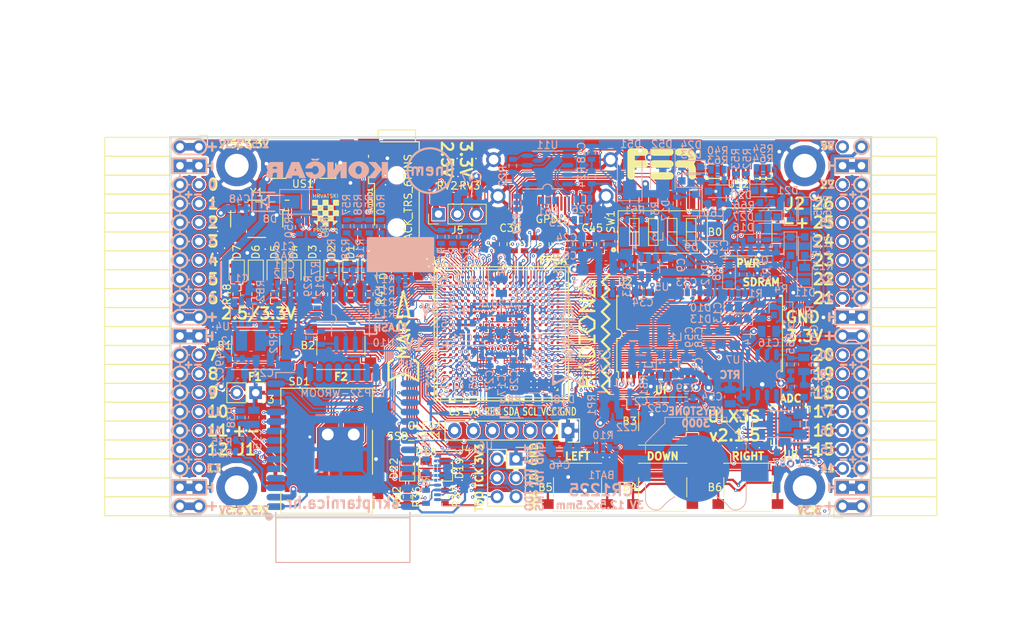
<source format=kicad_pcb>
(kicad_pcb (version 20171130) (host pcbnew 5.0.0+dfsg1-2)
  (layers (0 F.Cu signal) (1 In1.Cu signal) (2 In2.Cu signal) (31 B.Cu signal) (34 B.Paste user) (35 F.Paste user) (36 B.SilkS user) (37 F.SilkS user) (38 B.Mask user) (39 F.Mask user) (44 Edge.Cuts user))
  (net 0 "")
  (net 1 GND)
  (net 2 +5V)
  (net 3 /gpio/IN5V)
  (net 4 /gpio/OUT5V)
  (net 5 +3V3)
  (net 6 BTN_D)
  (net 7 BTN_F1)
  (net 8 BTN_F2)
  (net 9 BTN_L)
  (net 10 BTN_R)
  (net 11 BTN_U)
  (net 12 /power/FB1)
  (net 13 +2V5)
  (net 14 /power/PWREN)
  (net 15 /power/FB3)
  (net 16 /power/FB2)
  (net 17 /power/VBAT)
  (net 18 JTAG_TDI)
  (net 19 JTAG_TCK)
  (net 20 JTAG_TMS)
  (net 21 JTAG_TDO)
  (net 22 /power/WAKEUPn)
  (net 23 /power/WKUP)
  (net 24 /power/SHUT)
  (net 25 /power/WAKE)
  (net 26 /power/HOLD)
  (net 27 /power/WKn)
  (net 28 /power/OSCI_32k)
  (net 29 /power/OSCO_32k)
  (net 30 SHUTDOWN)
  (net 31 GPDI_SDA)
  (net 32 GPDI_SCL)
  (net 33 /gpdi/VREF2)
  (net 34 SD_CMD)
  (net 35 SD_CLK)
  (net 36 SD_D0)
  (net 37 SD_D1)
  (net 38 USB5V)
  (net 39 GPDI_CEC)
  (net 40 nRESET)
  (net 41 FTDI_nDTR)
  (net 42 SDRAM_CKE)
  (net 43 SDRAM_A7)
  (net 44 SDRAM_D15)
  (net 45 SDRAM_BA1)
  (net 46 SDRAM_D7)
  (net 47 SDRAM_A6)
  (net 48 SDRAM_CLK)
  (net 49 SDRAM_D13)
  (net 50 SDRAM_BA0)
  (net 51 SDRAM_D6)
  (net 52 SDRAM_A5)
  (net 53 SDRAM_D14)
  (net 54 SDRAM_A11)
  (net 55 SDRAM_D12)
  (net 56 SDRAM_D5)
  (net 57 SDRAM_A4)
  (net 58 SDRAM_A10)
  (net 59 SDRAM_D11)
  (net 60 SDRAM_A3)
  (net 61 SDRAM_D4)
  (net 62 SDRAM_D10)
  (net 63 SDRAM_D9)
  (net 64 SDRAM_A9)
  (net 65 SDRAM_D3)
  (net 66 SDRAM_D8)
  (net 67 SDRAM_A8)
  (net 68 SDRAM_A2)
  (net 69 SDRAM_A1)
  (net 70 SDRAM_A0)
  (net 71 SDRAM_D2)
  (net 72 SDRAM_D1)
  (net 73 SDRAM_D0)
  (net 74 SDRAM_DQM0)
  (net 75 SDRAM_nCS)
  (net 76 SDRAM_nRAS)
  (net 77 SDRAM_DQM1)
  (net 78 SDRAM_nCAS)
  (net 79 SDRAM_nWE)
  (net 80 /flash/FLASH_nWP)
  (net 81 /flash/FLASH_nHOLD)
  (net 82 /flash/FLASH_MOSI)
  (net 83 /flash/FLASH_MISO)
  (net 84 /flash/FLASH_SCK)
  (net 85 /flash/FLASH_nCS)
  (net 86 /flash/FPGA_PROGRAMN)
  (net 87 /flash/FPGA_DONE)
  (net 88 /flash/FPGA_INITN)
  (net 89 OLED_RES)
  (net 90 OLED_DC)
  (net 91 OLED_CS)
  (net 92 WIFI_EN)
  (net 93 FTDI_nRTS)
  (net 94 FTDI_TXD)
  (net 95 FTDI_RXD)
  (net 96 WIFI_RXD)
  (net 97 WIFI_GPIO0)
  (net 98 WIFI_TXD)
  (net 99 USB_FTDI_D+)
  (net 100 USB_FTDI_D-)
  (net 101 SD_D3)
  (net 102 AUDIO_L3)
  (net 103 AUDIO_L2)
  (net 104 AUDIO_L1)
  (net 105 AUDIO_L0)
  (net 106 AUDIO_R3)
  (net 107 AUDIO_R2)
  (net 108 AUDIO_R1)
  (net 109 AUDIO_R0)
  (net 110 OLED_CLK)
  (net 111 OLED_MOSI)
  (net 112 LED0)
  (net 113 LED1)
  (net 114 LED2)
  (net 115 LED3)
  (net 116 LED4)
  (net 117 LED5)
  (net 118 LED6)
  (net 119 LED7)
  (net 120 BTN_PWRn)
  (net 121 FTDI_nTXLED)
  (net 122 FTDI_nSLEEP)
  (net 123 /blinkey/LED_PWREN)
  (net 124 /blinkey/LED_TXLED)
  (net 125 /sdcard/SD3V3)
  (net 126 SD_D2)
  (net 127 CLK_25MHz)
  (net 128 /blinkey/BTNPUL)
  (net 129 /blinkey/BTNPUR)
  (net 130 USB_FPGA_D+)
  (net 131 /power/FTDI_nSUSPEND)
  (net 132 /blinkey/ALED0)
  (net 133 /blinkey/ALED1)
  (net 134 /blinkey/ALED2)
  (net 135 /blinkey/ALED3)
  (net 136 /blinkey/ALED4)
  (net 137 /blinkey/ALED5)
  (net 138 /blinkey/ALED6)
  (net 139 /blinkey/ALED7)
  (net 140 /usb/FTD-)
  (net 141 /usb/FTD+)
  (net 142 ADC_MISO)
  (net 143 ADC_MOSI)
  (net 144 ADC_CSn)
  (net 145 ADC_SCLK)
  (net 146 SW3)
  (net 147 SW2)
  (net 148 SW1)
  (net 149 USB_FPGA_D-)
  (net 150 /usb/FPD+)
  (net 151 /usb/FPD-)
  (net 152 WIFI_GPIO16)
  (net 153 /usb/ANT_433MHz)
  (net 154 PROG_DONE)
  (net 155 /power/P3V3)
  (net 156 /power/P2V5)
  (net 157 /power/L1)
  (net 158 /power/L3)
  (net 159 /power/L2)
  (net 160 FTDI_TXDEN)
  (net 161 SDRAM_A12)
  (net 162 /analog/AUDIO_V)
  (net 163 AUDIO_V3)
  (net 164 AUDIO_V2)
  (net 165 AUDIO_V1)
  (net 166 AUDIO_V0)
  (net 167 /blinkey/LED_WIFI)
  (net 168 /power/P1V1)
  (net 169 +1V1)
  (net 170 SW4)
  (net 171 /blinkey/SWPU)
  (net 172 /wifi/WIFIEN)
  (net 173 FT2V5)
  (net 174 GN0)
  (net 175 GP0)
  (net 176 GN1)
  (net 177 GP1)
  (net 178 GN2)
  (net 179 GP2)
  (net 180 GN3)
  (net 181 GP3)
  (net 182 GN4)
  (net 183 GP4)
  (net 184 GN5)
  (net 185 GP5)
  (net 186 GN6)
  (net 187 GP6)
  (net 188 GN14)
  (net 189 GP14)
  (net 190 GN15)
  (net 191 GP15)
  (net 192 GN16)
  (net 193 GP16)
  (net 194 GN17)
  (net 195 GP17)
  (net 196 GN18)
  (net 197 GP18)
  (net 198 GN19)
  (net 199 GP19)
  (net 200 GN20)
  (net 201 GP20)
  (net 202 GN21)
  (net 203 GP21)
  (net 204 GN22)
  (net 205 GP22)
  (net 206 GN23)
  (net 207 GP23)
  (net 208 GN24)
  (net 209 GP24)
  (net 210 GN25)
  (net 211 GP25)
  (net 212 GN26)
  (net 213 GP26)
  (net 214 GN27)
  (net 215 GP27)
  (net 216 GN7)
  (net 217 GP7)
  (net 218 GN8)
  (net 219 GP8)
  (net 220 GN9)
  (net 221 GP9)
  (net 222 GN10)
  (net 223 GP10)
  (net 224 GN11)
  (net 225 GP11)
  (net 226 GN12)
  (net 227 GP12)
  (net 228 GN13)
  (net 229 GP13)
  (net 230 WIFI_GPIO5)
  (net 231 WIFI_GPIO17)
  (net 232 USB_FPGA_PULL_D+)
  (net 233 USB_FPGA_PULL_D-)
  (net 234 "Net-(D23-Pad2)")
  (net 235 "Net-(D24-Pad1)")
  (net 236 "Net-(D25-Pad2)")
  (net 237 "Net-(D26-Pad1)")
  (net 238 /gpdi/GPDI_ETH+)
  (net 239 FPDI_ETH+)
  (net 240 /gpdi/GPDI_ETH-)
  (net 241 FPDI_ETH-)
  (net 242 /gpdi/GPDI_D2-)
  (net 243 FPDI_D2-)
  (net 244 /gpdi/GPDI_D1-)
  (net 245 FPDI_D1-)
  (net 246 /gpdi/GPDI_D0-)
  (net 247 FPDI_D0-)
  (net 248 /gpdi/GPDI_CLK-)
  (net 249 FPDI_CLK-)
  (net 250 /gpdi/GPDI_D2+)
  (net 251 FPDI_D2+)
  (net 252 /gpdi/GPDI_D1+)
  (net 253 FPDI_D1+)
  (net 254 /gpdi/GPDI_D0+)
  (net 255 FPDI_D0+)
  (net 256 /gpdi/GPDI_CLK+)
  (net 257 FPDI_CLK+)
  (net 258 FPDI_SDA)
  (net 259 FPDI_SCL)
  (net 260 /gpdi/FPDI_CEC)
  (net 261 2V5_3V3)
  (net 262 /usb/US2VBUS)
  (net 263 /power/SHD)
  (net 264 /power/RTCVDD)
  (net 265 "Net-(D27-Pad2)")
  (net 266 US2_ID)
  (net 267 /analog/AUDIO_L)
  (net 268 /analog/AUDIO_R)
  (net 269 /analog/ADC3V3)
  (net 270 PWRBTn)
  (net 271 USER_PROGRAMN)
  (module ft231x:FT231X-SSOP-20_4.4x6.5mm_Pitch0.65mm (layer B.Cu) (at 132.835 107.14 180)
    (fp_text reference U6 (at -3.556 4.318 180) (layer B.SilkS) (effects (justify mirror)))
    (fp_text value FT231XS hide)
    (pad 20 smd oval (at 2.9 2.925 180) (size 1 0.4) (layers B.Cu B.Paste B.Mask) (net 94 FTDI_TXD))
    (pad 19 smd oval (at 2.9 2.275 180) (size 1 0.4) (layers B.Cu B.Paste B.Mask) (net 122 FTDI_nSLEEP))
    (pad 18 smd oval (at 2.9 1.625 180) (size 1 0.4) (layers B.Cu B.Paste B.Mask) (net 160 FTDI_TXDEN))
    (pad 17 smd oval (at 2.9 0.975 180) (size 1 0.4) (layers B.Cu B.Paste B.Mask))
    (pad 16 smd oval (at 2.9 0.325 180) (size 1 0.4) (layers B.Cu B.Paste B.Mask) (net 1 GND))
    (pad 15 smd oval (at 2.9 -0.325 180) (size 1 0.4) (layers B.Cu B.Paste B.Mask) (net 38 USB5V))
    (pad 14 smd oval (at 2.9 -0.975 180) (size 1 0.4) (layers B.Cu B.Paste B.Mask) (net 40 nRESET))
    (pad 13 smd oval (at 2.9 -1.625 180) (size 1 0.4) (layers B.Cu B.Paste B.Mask) (net 173 FT2V5))
    (pad 12 smd oval (at 2.9 -2.275 180) (size 1 0.4) (layers B.Cu B.Paste B.Mask) (net 100 USB_FTDI_D-))
    (pad 11 smd oval (at 2.9 -2.925 180) (size 1 0.4) (layers B.Cu B.Paste B.Mask) (net 99 USB_FTDI_D+))
    (pad 10 smd oval (at -2.9 -2.925 180) (size 1 0.4) (layers B.Cu B.Paste B.Mask) (net 121 FTDI_nTXLED))
    (pad 9 smd oval (at -2.9 -2.275 180) (size 1 0.4) (layers B.Cu B.Paste B.Mask) (net 21 JTAG_TDO))
    (pad 8 smd oval (at -2.9 -1.625 180) (size 1 0.4) (layers B.Cu B.Paste B.Mask) (net 20 JTAG_TMS))
    (pad 7 smd oval (at -2.9 -0.975 180) (size 1 0.4) (layers B.Cu B.Paste B.Mask) (net 19 JTAG_TCK))
    (pad 6 smd oval (at -2.9 -0.325 180) (size 1 0.4) (layers B.Cu B.Paste B.Mask) (net 1 GND))
    (pad 5 smd oval (at -2.9 0.325 180) (size 1 0.4) (layers B.Cu B.Paste B.Mask) (net 18 JTAG_TDI))
    (pad 4 smd oval (at -2.9 0.975 180) (size 1 0.4) (layers B.Cu B.Paste B.Mask) (net 95 FTDI_RXD))
    (pad 3 smd oval (at -2.9 1.625 180) (size 1 0.4) (layers B.Cu B.Paste B.Mask) (net 173 FT2V5))
    (pad 2 smd oval (at -2.9 2.275 180) (size 1 0.4) (layers B.Cu B.Paste B.Mask) (net 93 FTDI_nRTS))
    (pad 1 smd rect (at -2.9 2.925 180) (size 1 0.4) (layers B.Cu B.Paste B.Mask) (net 41 FTDI_nDTR))
  )
  (module max1112x-tqfn28:MAX1112x-TQFN-28-1EP_5x5mm_Pitch0.5mm (layer F.Cu) (at 177.285 100.155 180)
    (fp_text reference U8 (at 0 -3.875 180) (layer F.SilkS))
    (fp_text value MAX11125 hide)
    (pad 29 smd rect (at -0.8125 -0.8125 180) (size 1.625 1.625) (layers F.Cu F.Paste F.Mask) (net 1 GND))
    (pad 29 smd rect (at -0.8125 0.8125 180) (size 1.625 1.625) (layers F.Cu F.Paste F.Mask) (net 1 GND))
    (pad 29 smd rect (at 0.8125 -0.8125 180) (size 1.625 1.625) (layers F.Cu F.Paste F.Mask) (net 1 GND))
    (pad 29 smd rect (at 0.8125 0.8125 180) (size 1.625 1.625) (layers F.Cu F.Paste F.Mask) (net 1 GND))
    (pad 28 smd oval (at -1.5 -2.34 270) (size 0.95 0.3) (layers F.Cu F.Paste F.Mask) (net 190 GN15))
    (pad 27 smd oval (at -1 -2.34 270) (size 0.95 0.3) (layers F.Cu F.Paste F.Mask) (net 189 GP14))
    (pad 26 smd oval (at -0.5 -2.34 270) (size 0.95 0.3) (layers F.Cu F.Paste F.Mask) (net 188 GN14))
    (pad 25 smd oval (at 0 -2.34 270) (size 0.95 0.3) (layers F.Cu F.Paste F.Mask))
    (pad 24 smd oval (at 0.5 -2.34 270) (size 0.95 0.3) (layers F.Cu F.Paste F.Mask) (net 142 ADC_MISO))
    (pad 23 smd oval (at 1 -2.34 270) (size 0.95 0.3) (layers F.Cu F.Paste F.Mask) (net 269 /analog/ADC3V3))
    (pad 22 smd oval (at 1.5 -2.34 270) (size 0.95 0.3) (layers F.Cu F.Paste F.Mask) (net 1 GND))
    (pad 21 smd oval (at 2.34 -1.5 180) (size 0.95 0.3) (layers F.Cu F.Paste F.Mask) (net 143 ADC_MOSI))
    (pad 20 smd oval (at 2.34 -1 180) (size 0.95 0.3) (layers F.Cu F.Paste F.Mask) (net 144 ADC_CSn))
    (pad 19 smd oval (at 2.34 -0.5 180) (size 0.95 0.3) (layers F.Cu F.Paste F.Mask) (net 145 ADC_SCLK))
    (pad 18 smd oval (at 2.34 0 180) (size 0.95 0.3) (layers F.Cu F.Paste F.Mask) (net 269 /analog/ADC3V3))
    (pad 17 smd oval (at 2.34 0.5 180) (size 0.95 0.3) (layers F.Cu F.Paste F.Mask) (net 269 /analog/ADC3V3))
    (pad 16 smd oval (at 2.34 1 180) (size 0.95 0.3) (layers F.Cu F.Paste F.Mask) (net 1 GND))
    (pad 15 smd oval (at 2.34 1.5 180) (size 0.95 0.3) (layers F.Cu F.Paste F.Mask) (net 269 /analog/ADC3V3))
    (pad 14 smd oval (at 1.5 2.34 270) (size 0.95 0.3) (layers F.Cu F.Paste F.Mask) (net 1 GND))
    (pad 13 smd oval (at 1 2.34 270) (size 0.95 0.3) (layers F.Cu F.Paste F.Mask) (net 1 GND))
    (pad 12 smd oval (at 0.5 2.34 270) (size 0.95 0.3) (layers F.Cu F.Paste F.Mask))
    (pad 11 smd oval (at 0 2.34 270) (size 0.95 0.3) (layers F.Cu F.Paste F.Mask) (net 1 GND))
    (pad 10 smd oval (at -0.5 2.34 270) (size 0.95 0.3) (layers F.Cu F.Paste F.Mask) (net 1 GND))
    (pad 9 smd oval (at -1 2.34 270) (size 0.95 0.3) (layers F.Cu F.Paste F.Mask) (net 1 GND))
    (pad 8 smd oval (at -1.5 2.34 270) (size 0.95 0.3) (layers F.Cu F.Paste F.Mask) (net 1 GND))
    (pad 7 smd oval (at -2.34 1.5 180) (size 0.95 0.3) (layers F.Cu F.Paste F.Mask) (net 1 GND))
    (pad 6 smd oval (at -2.34 1 180) (size 0.95 0.3) (layers F.Cu F.Paste F.Mask) (net 1 GND))
    (pad 5 smd oval (at -2.34 0.5 180) (size 0.95 0.3) (layers F.Cu F.Paste F.Mask) (net 195 GP17))
    (pad 4 smd oval (at -2.34 0 180) (size 0.95 0.3) (layers F.Cu F.Paste F.Mask) (net 194 GN17))
    (pad 3 smd oval (at -2.34 -0.5 180) (size 0.95 0.3) (layers F.Cu F.Paste F.Mask) (net 193 GP16))
    (pad 2 smd oval (at -2.34 -1 180) (size 0.95 0.3) (layers F.Cu F.Paste F.Mask) (net 192 GN16))
    (pad 1 smd rect (at -2.34 -1.5 180) (size 0.95 0.3) (layers F.Cu F.Paste F.Mask) (net 191 GP15))
  )
  (module usb_otg:USB-MICRO-B-FCI-10118192-0001LF (layer F.Cu) (at 111.88 63.325 180)
    (fp_text reference US1 (at 0 -4.336 180) (layer F.SilkS))
    (fp_text value MICRO_USB hide)
    (pad 6 smd rect (at 3.8 0 180) (size 1.8 1.9) (layers F.Cu F.Paste F.Mask) (net 1 GND))
    (pad 6 smd rect (at -3.8 0 180) (size 1.8 1.9) (layers F.Cu F.Paste F.Mask) (net 1 GND))
    (pad 5 smd rect (at 1.3 -2.675 180) (size 0.4 1.35) (layers F.Cu F.Paste F.Mask) (net 1 GND))
    (pad 4 smd rect (at 0.65 -2.675 180) (size 0.4 1.35) (layers F.Cu F.Paste F.Mask))
    (pad 3 smd rect (at 0 -2.675 180) (size 0.4 1.35) (layers F.Cu F.Paste F.Mask) (net 141 /usb/FTD+))
    (pad 2 smd rect (at -0.65 -2.675 180) (size 0.4 1.35) (layers F.Cu F.Paste F.Mask) (net 140 /usb/FTD-))
    (pad 1 smd rect (at -1.3 -2.675 180) (size 0.4 1.35) (layers F.Cu F.Paste F.Mask) (net 38 USB5V))
    (pad 6 smd rect (at 1.2 0 180) (size 1.9 1.9) (layers F.Cu F.Paste F.Mask) (net 1 GND))
    (pad 6 smd rect (at -1.2 0 180) (size 1.9 1.9) (layers F.Cu F.Paste F.Mask) (net 1 GND))
    (pad 6 smd rect (at 3.1 -2.55 180) (size 2.1 1.6) (layers F.Cu F.Paste F.Mask) (net 1 GND))
    (pad 6 smd rect (at -3.1 -2.55 180) (size 2.1 1.6) (layers F.Cu F.Paste F.Mask) (net 1 GND))
  )
  (module dipswitch:SW_DIP_x4_W8.61mm_Slide_LowProfile (layer F.Cu) (at 160.14 74.12 90)
    (fp_text reference SW1 (at 1.379 -6.97 90) (layer F.SilkS))
    (fp_text value SW_DIP_x04 hide)
    (pad 8 smd rect (at 4.305 -3.81 90) (size 2.44 1.12) (layers F.Cu F.Paste F.Mask) (net 148 SW1))
    (pad 4 smd rect (at -4.305 3.81 90) (size 2.44 1.12) (layers F.Cu F.Paste F.Mask) (net 171 /blinkey/SWPU))
    (pad 7 smd rect (at 4.305 -1.27 90) (size 2.44 1.12) (layers F.Cu F.Paste F.Mask) (net 147 SW2))
    (pad 3 smd rect (at -4.305 1.27 90) (size 2.44 1.12) (layers F.Cu F.Paste F.Mask) (net 171 /blinkey/SWPU))
    (pad 6 smd rect (at 4.305 1.27 90) (size 2.44 1.12) (layers F.Cu F.Paste F.Mask) (net 146 SW3))
    (pad 2 smd rect (at -4.305 -1.27 90) (size 2.44 1.12) (layers F.Cu F.Paste F.Mask) (net 171 /blinkey/SWPU))
    (pad 5 smd rect (at 4.305 3.81 90) (size 2.44 1.12) (layers F.Cu F.Paste F.Mask) (net 170 SW4))
    (pad 1 smd rect (at -4.305 -3.81 90) (size 2.44 1.12) (layers F.Cu F.Paste F.Mask) (net 171 /blinkey/SWPU))
  )
  (module audio-jack:CUI_SJ-43516-SMT (layer F.Cu) (at 124.468 69.518)
    (fp_text reference AUDIO1 (at -3.560502 0.28335 270) (layer F.SilkS) (effects (font (size 0.6096 0.6096) (thickness 0.1524))))
    (fp_text value JACK_TRS_6PINS (at 1.519498 0.28335 270) (layer F.SilkS))
    (pad 1 smd rect (at -3.8 -6.9 270) (size 2 2.8) (layers F.Cu F.Paste F.Mask) (net 1 GND))
    (pad 4 smd rect (at -3.8 -4.1 270) (size 2.2 2.8) (layers F.Cu F.Paste F.Mask) (net 162 /analog/AUDIO_V))
    (pad 2 smd rect (at -3.8 5.3 270) (size 2.8 2.8) (layers F.Cu F.Paste F.Mask) (net 267 /analog/AUDIO_L))
    (pad 5 smd rect (at 0.75 9.4 270) (size 2.8 2.8) (layers F.Cu F.Paste F.Mask))
    (pad 3 smd rect (at 3.8 -2.2 270) (size 2.2 2.8) (layers F.Cu F.Paste F.Mask) (net 268 /analog/AUDIO_R))
    (pad 6 smd rect (at 3.8 -5 270) (size 2 2.8) (layers F.Cu F.Paste F.Mask))
    (pad "" np_thru_hole circle (at 0 -3 270) (size 1.7 1.7) (drill 1.7) (layers *.Cu *.Mask F.SilkS) (clearance 0.4))
    (pad "" np_thru_hole circle (at 0 4 270) (size 1.7 1.7) (drill 1.7) (layers *.Cu *.Mask F.SilkS) (clearance 0.4))
  )
  (module conn-fci:CONN-10029449-111RLF (layer F.Cu) (at 145.296 69.312 180)
    (fp_text reference GPDI1 (at 0 -3.1115 180) (layer F.SilkS))
    (fp_text value GPDI-D hide)
    (pad 19 smd rect (at -4.25 -1 180) (size 0.3 1.9) (layers F.Cu F.Paste F.Mask) (net 240 /gpdi/GPDI_ETH-))
    (pad 18 smd rect (at -3.75 -1 180) (size 0.3 1.9) (layers F.Cu F.Paste F.Mask) (net 2 +5V))
    (pad 17 smd rect (at -3.25 -1 180) (size 0.3 1.9) (layers F.Cu F.Paste F.Mask) (net 1 GND))
    (pad 16 smd rect (at -2.75 -1 180) (size 0.3 1.9) (layers F.Cu F.Paste F.Mask) (net 31 GPDI_SDA))
    (pad 15 smd rect (at -2.25 -1 180) (size 0.3 1.9) (layers F.Cu F.Paste F.Mask) (net 32 GPDI_SCL))
    (pad 14 smd rect (at -1.75 -1 180) (size 0.3 1.9) (layers F.Cu F.Paste F.Mask) (net 238 /gpdi/GPDI_ETH+))
    (pad 13 smd rect (at -1.25 -1 180) (size 0.3 1.9) (layers F.Cu F.Paste F.Mask) (net 39 GPDI_CEC))
    (pad 12 smd rect (at -0.75 -1 180) (size 0.3 1.9) (layers F.Cu F.Paste F.Mask) (net 248 /gpdi/GPDI_CLK-))
    (pad 11 smd rect (at -0.25 -1 180) (size 0.3 1.9) (layers F.Cu F.Paste F.Mask) (net 1 GND))
    (pad 10 smd rect (at 0.25 -1 180) (size 0.3 1.9) (layers F.Cu F.Paste F.Mask) (net 256 /gpdi/GPDI_CLK+))
    (pad 9 smd rect (at 0.75 -1 180) (size 0.3 1.9) (layers F.Cu F.Paste F.Mask) (net 246 /gpdi/GPDI_D0-))
    (pad 8 smd rect (at 1.25 -1 180) (size 0.3 1.9) (layers F.Cu F.Paste F.Mask) (net 1 GND))
    (pad 7 smd rect (at 1.75 -1 180) (size 0.3 1.9) (layers F.Cu F.Paste F.Mask) (net 254 /gpdi/GPDI_D0+))
    (pad 6 smd rect (at 2.25 -1 180) (size 0.3 1.9) (layers F.Cu F.Paste F.Mask) (net 244 /gpdi/GPDI_D1-))
    (pad 5 smd rect (at 2.75 -1 180) (size 0.3 1.9) (layers F.Cu F.Paste F.Mask) (net 1 GND))
    (pad 4 smd rect (at 3.25 -1 180) (size 0.3 1.9) (layers F.Cu F.Paste F.Mask) (net 252 /gpdi/GPDI_D1+))
    (pad 3 smd rect (at 3.75 -1 180) (size 0.3 1.9) (layers F.Cu F.Paste F.Mask) (net 242 /gpdi/GPDI_D2-))
    (pad 2 smd rect (at 4.25 -1 180) (size 0.3 1.9) (layers F.Cu F.Paste F.Mask) (net 1 GND))
    (pad 1 smd rect (at 4.75 -1 180) (size 0.3 1.9) (layers F.Cu F.Paste F.Mask) (net 250 /gpdi/GPDI_D2+))
    (pad 0 thru_hole circle (at -7.25 0 180) (size 2 2) (drill 1.3) (layers *.Cu *.Mask F.Paste) (net 1 GND))
    (pad 0 thru_hole circle (at 7.25 0 180) (size 2 2) (drill 1.3) (layers *.Cu *.Mask F.Paste) (net 1 GND))
    (pad 0 thru_hole circle (at -7.85 4.9 180) (size 2 2) (drill 1.3) (layers *.Cu *.Mask F.Paste) (net 1 GND))
    (pad 0 thru_hole circle (at 7.85 4.9 180) (size 2 2) (drill 1.3) (layers *.Cu *.Mask F.Paste) (net 1 GND))
  )
  (module lfe5bg381:BGA-381_pitch0.8mm_dia0.4mm (layer F.Cu) (at 138.48 87.8)
    (fp_text reference U1 (at -8.2 -9.8) (layer F.SilkS))
    (fp_text value LFE5U-85F-6BG381C hide)
    (pad Y19 smd circle (at 6.8 7.6) (size 0.4 0.4) (layers F.Cu F.Paste F.Mask) (net 1 GND))
    (pad Y17 smd circle (at 5.2 7.6) (size 0.4 0.4) (layers F.Cu F.Paste F.Mask) (net 1 GND))
    (pad Y16 smd circle (at 4.4 7.6) (size 0.4 0.4) (layers F.Cu F.Paste F.Mask) (net 1 GND))
    (pad Y15 smd circle (at 3.6 7.6) (size 0.4 0.4) (layers F.Cu F.Paste F.Mask) (net 1 GND))
    (pad Y14 smd circle (at 2.8 7.6) (size 0.4 0.4) (layers F.Cu F.Paste F.Mask) (net 1 GND))
    (pad Y12 smd circle (at 1.2 7.6) (size 0.4 0.4) (layers F.Cu F.Paste F.Mask) (net 1 GND))
    (pad Y11 smd circle (at 0.4 7.6) (size 0.4 0.4) (layers F.Cu F.Paste F.Mask) (net 1 GND))
    (pad Y8 smd circle (at -2 7.6) (size 0.4 0.4) (layers F.Cu F.Paste F.Mask) (net 1 GND))
    (pad Y7 smd circle (at -2.8 7.6) (size 0.4 0.4) (layers F.Cu F.Paste F.Mask) (net 1 GND))
    (pad Y6 smd circle (at -3.6 7.6) (size 0.4 0.4) (layers F.Cu F.Paste F.Mask) (net 1 GND))
    (pad Y5 smd circle (at -4.4 7.6) (size 0.4 0.4) (layers F.Cu F.Paste F.Mask) (net 1 GND))
    (pad Y3 smd circle (at -6 7.6) (size 0.4 0.4) (layers F.Cu F.Paste F.Mask) (net 87 /flash/FPGA_DONE))
    (pad Y2 smd circle (at -6.8 7.6) (size 0.4 0.4) (layers F.Cu F.Paste F.Mask) (net 80 /flash/FLASH_nWP))
    (pad W20 smd circle (at 7.6 6.8) (size 0.4 0.4) (layers F.Cu F.Paste F.Mask) (net 1 GND))
    (pad W19 smd circle (at 6.8 6.8) (size 0.4 0.4) (layers F.Cu F.Paste F.Mask) (net 1 GND))
    (pad W18 smd circle (at 6 6.8) (size 0.4 0.4) (layers F.Cu F.Paste F.Mask))
    (pad W17 smd circle (at 5.2 6.8) (size 0.4 0.4) (layers F.Cu F.Paste F.Mask))
    (pad W16 smd circle (at 4.4 6.8) (size 0.4 0.4) (layers F.Cu F.Paste F.Mask) (net 1 GND))
    (pad W15 smd circle (at 3.6 6.8) (size 0.4 0.4) (layers F.Cu F.Paste F.Mask) (net 1 GND))
    (pad W14 smd circle (at 2.8 6.8) (size 0.4 0.4) (layers F.Cu F.Paste F.Mask))
    (pad W13 smd circle (at 2 6.8) (size 0.4 0.4) (layers F.Cu F.Paste F.Mask))
    (pad W12 smd circle (at 1.2 6.8) (size 0.4 0.4) (layers F.Cu F.Paste F.Mask) (net 1 GND))
    (pad W11 smd circle (at 0.4 6.8) (size 0.4 0.4) (layers F.Cu F.Paste F.Mask))
    (pad W10 smd circle (at -0.4 6.8) (size 0.4 0.4) (layers F.Cu F.Paste F.Mask))
    (pad W9 smd circle (at -1.2 6.8) (size 0.4 0.4) (layers F.Cu F.Paste F.Mask))
    (pad W8 smd circle (at -2 6.8) (size 0.4 0.4) (layers F.Cu F.Paste F.Mask))
    (pad W7 smd circle (at -2.8 6.8) (size 0.4 0.4) (layers F.Cu F.Paste F.Mask) (net 1 GND))
    (pad W6 smd circle (at -3.6 6.8) (size 0.4 0.4) (layers F.Cu F.Paste F.Mask) (net 1 GND))
    (pad W5 smd circle (at -4.4 6.8) (size 0.4 0.4) (layers F.Cu F.Paste F.Mask))
    (pad W4 smd circle (at -5.2 6.8) (size 0.4 0.4) (layers F.Cu F.Paste F.Mask))
    (pad W3 smd circle (at -6 6.8) (size 0.4 0.4) (layers F.Cu F.Paste F.Mask) (net 86 /flash/FPGA_PROGRAMN))
    (pad W2 smd circle (at -6.8 6.8) (size 0.4 0.4) (layers F.Cu F.Paste F.Mask) (net 82 /flash/FLASH_MOSI))
    (pad W1 smd circle (at -7.6 6.8) (size 0.4 0.4) (layers F.Cu F.Paste F.Mask) (net 81 /flash/FLASH_nHOLD))
    (pad V20 smd circle (at 7.6 6) (size 0.4 0.4) (layers F.Cu F.Paste F.Mask) (net 1 GND))
    (pad V19 smd circle (at 6.8 6) (size 0.4 0.4) (layers F.Cu F.Paste F.Mask) (net 1 GND))
    (pad V18 smd circle (at 6 6) (size 0.4 0.4) (layers F.Cu F.Paste F.Mask) (net 1 GND))
    (pad V17 smd circle (at 5.2 6) (size 0.4 0.4) (layers F.Cu F.Paste F.Mask) (net 1 GND))
    (pad V16 smd circle (at 4.4 6) (size 0.4 0.4) (layers F.Cu F.Paste F.Mask) (net 1 GND))
    (pad V15 smd circle (at 3.6 6) (size 0.4 0.4) (layers F.Cu F.Paste F.Mask) (net 1 GND))
    (pad V14 smd circle (at 2.8 6) (size 0.4 0.4) (layers F.Cu F.Paste F.Mask) (net 1 GND))
    (pad V13 smd circle (at 2 6) (size 0.4 0.4) (layers F.Cu F.Paste F.Mask) (net 1 GND))
    (pad V12 smd circle (at 1.2 6) (size 0.4 0.4) (layers F.Cu F.Paste F.Mask) (net 1 GND))
    (pad V11 smd circle (at 0.4 6) (size 0.4 0.4) (layers F.Cu F.Paste F.Mask) (net 1 GND))
    (pad V10 smd circle (at -0.4 6) (size 0.4 0.4) (layers F.Cu F.Paste F.Mask) (net 1 GND))
    (pad V9 smd circle (at -1.2 6) (size 0.4 0.4) (layers F.Cu F.Paste F.Mask) (net 1 GND))
    (pad V8 smd circle (at -2 6) (size 0.4 0.4) (layers F.Cu F.Paste F.Mask) (net 1 GND))
    (pad V7 smd circle (at -2.8 6) (size 0.4 0.4) (layers F.Cu F.Paste F.Mask) (net 1 GND))
    (pad V6 smd circle (at -3.6 6) (size 0.4 0.4) (layers F.Cu F.Paste F.Mask) (net 1 GND))
    (pad V5 smd circle (at -4.4 6) (size 0.4 0.4) (layers F.Cu F.Paste F.Mask) (net 1 GND))
    (pad V4 smd circle (at -5.2 6) (size 0.4 0.4) (layers F.Cu F.Paste F.Mask) (net 21 JTAG_TDO))
    (pad V3 smd circle (at -6 6) (size 0.4 0.4) (layers F.Cu F.Paste F.Mask) (net 88 /flash/FPGA_INITN))
    (pad V2 smd circle (at -6.8 6) (size 0.4 0.4) (layers F.Cu F.Paste F.Mask) (net 83 /flash/FLASH_MISO))
    (pad V1 smd circle (at -7.6 6) (size 0.4 0.4) (layers F.Cu F.Paste F.Mask) (net 6 BTN_D))
    (pad U20 smd circle (at 7.6 5.2) (size 0.4 0.4) (layers F.Cu F.Paste F.Mask) (net 46 SDRAM_D7))
    (pad U19 smd circle (at 6.8 5.2) (size 0.4 0.4) (layers F.Cu F.Paste F.Mask) (net 74 SDRAM_DQM0))
    (pad U18 smd circle (at 6 5.2) (size 0.4 0.4) (layers F.Cu F.Paste F.Mask) (net 189 GP14))
    (pad U17 smd circle (at 5.2 5.2) (size 0.4 0.4) (layers F.Cu F.Paste F.Mask) (net 188 GN14))
    (pad U16 smd circle (at 4.4 5.2) (size 0.4 0.4) (layers F.Cu F.Paste F.Mask) (net 142 ADC_MISO))
    (pad U15 smd circle (at 3.6 5.2) (size 0.4 0.4) (layers F.Cu F.Paste F.Mask) (net 1 GND))
    (pad U14 smd circle (at 2.8 5.2) (size 0.4 0.4) (layers F.Cu F.Paste F.Mask) (net 1 GND))
    (pad U13 smd circle (at 2 5.2) (size 0.4 0.4) (layers F.Cu F.Paste F.Mask) (net 1 GND))
    (pad U12 smd circle (at 1.2 5.2) (size 0.4 0.4) (layers F.Cu F.Paste F.Mask) (net 1 GND))
    (pad U11 smd circle (at 0.4 5.2) (size 0.4 0.4) (layers F.Cu F.Paste F.Mask) (net 1 GND))
    (pad U10 smd circle (at -0.4 5.2) (size 0.4 0.4) (layers F.Cu F.Paste F.Mask) (net 1 GND))
    (pad U9 smd circle (at -1.2 5.2) (size 0.4 0.4) (layers F.Cu F.Paste F.Mask) (net 1 GND))
    (pad U8 smd circle (at -2 5.2) (size 0.4 0.4) (layers F.Cu F.Paste F.Mask) (net 1 GND))
    (pad U7 smd circle (at -2.8 5.2) (size 0.4 0.4) (layers F.Cu F.Paste F.Mask) (net 1 GND))
    (pad U6 smd circle (at -3.6 5.2) (size 0.4 0.4) (layers F.Cu F.Paste F.Mask) (net 1 GND))
    (pad U5 smd circle (at -4.4 5.2) (size 0.4 0.4) (layers F.Cu F.Paste F.Mask) (net 20 JTAG_TMS))
    (pad U4 smd circle (at -5.2 5.2) (size 0.4 0.4) (layers F.Cu F.Paste F.Mask) (net 1 GND))
    (pad U3 smd circle (at -6 5.2) (size 0.4 0.4) (layers F.Cu F.Paste F.Mask) (net 84 /flash/FLASH_SCK))
    (pad U2 smd circle (at -6.8 5.2) (size 0.4 0.4) (layers F.Cu F.Paste F.Mask) (net 5 +3V3))
    (pad U1 smd circle (at -7.6 5.2) (size 0.4 0.4) (layers F.Cu F.Paste F.Mask) (net 9 BTN_L))
    (pad T20 smd circle (at 7.6 4.4) (size 0.4 0.4) (layers F.Cu F.Paste F.Mask) (net 79 SDRAM_nWE))
    (pad T19 smd circle (at 6.8 4.4) (size 0.4 0.4) (layers F.Cu F.Paste F.Mask) (net 78 SDRAM_nCAS))
    (pad T18 smd circle (at 6 4.4) (size 0.4 0.4) (layers F.Cu F.Paste F.Mask) (net 56 SDRAM_D5))
    (pad T17 smd circle (at 5.2 4.4) (size 0.4 0.4) (layers F.Cu F.Paste F.Mask) (net 51 SDRAM_D6))
    (pad T16 smd circle (at 4.4 4.4) (size 0.4 0.4) (layers F.Cu F.Paste F.Mask))
    (pad T15 smd circle (at 3.6 4.4) (size 0.4 0.4) (layers F.Cu F.Paste F.Mask) (net 1 GND))
    (pad T14 smd circle (at 2.8 4.4) (size 0.4 0.4) (layers F.Cu F.Paste F.Mask) (net 1 GND))
    (pad T13 smd circle (at 2 4.4) (size 0.4 0.4) (layers F.Cu F.Paste F.Mask) (net 1 GND))
    (pad T12 smd circle (at 1.2 4.4) (size 0.4 0.4) (layers F.Cu F.Paste F.Mask) (net 1 GND))
    (pad T11 smd circle (at 0.4 4.4) (size 0.4 0.4) (layers F.Cu F.Paste F.Mask) (net 1 GND))
    (pad T10 smd circle (at -0.4 4.4) (size 0.4 0.4) (layers F.Cu F.Paste F.Mask) (net 1 GND))
    (pad T9 smd circle (at -1.2 4.4) (size 0.4 0.4) (layers F.Cu F.Paste F.Mask) (net 1 GND))
    (pad T8 smd circle (at -2 4.4) (size 0.4 0.4) (layers F.Cu F.Paste F.Mask) (net 1 GND))
    (pad T7 smd circle (at -2.8 4.4) (size 0.4 0.4) (layers F.Cu F.Paste F.Mask) (net 1 GND))
    (pad T6 smd circle (at -3.6 4.4) (size 0.4 0.4) (layers F.Cu F.Paste F.Mask) (net 1 GND))
    (pad T5 smd circle (at -4.4 4.4) (size 0.4 0.4) (layers F.Cu F.Paste F.Mask) (net 19 JTAG_TCK))
    (pad T4 smd circle (at -5.2 4.4) (size 0.4 0.4) (layers F.Cu F.Paste F.Mask) (net 5 +3V3))
    (pad T3 smd circle (at -6 4.4) (size 0.4 0.4) (layers F.Cu F.Paste F.Mask) (net 5 +3V3))
    (pad T2 smd circle (at -6.8 4.4) (size 0.4 0.4) (layers F.Cu F.Paste F.Mask) (net 5 +3V3))
    (pad T1 smd circle (at -7.6 4.4) (size 0.4 0.4) (layers F.Cu F.Paste F.Mask) (net 8 BTN_F2))
    (pad R20 smd circle (at 7.6 3.6) (size 0.4 0.4) (layers F.Cu F.Paste F.Mask) (net 76 SDRAM_nRAS))
    (pad R19 smd circle (at 6.8 3.6) (size 0.4 0.4) (layers F.Cu F.Paste F.Mask) (net 1 GND))
    (pad R18 smd circle (at 6 3.6) (size 0.4 0.4) (layers F.Cu F.Paste F.Mask) (net 11 BTN_U))
    (pad R17 smd circle (at 5.2 3.6) (size 0.4 0.4) (layers F.Cu F.Paste F.Mask) (net 144 ADC_CSn))
    (pad R16 smd circle (at 4.4 3.6) (size 0.4 0.4) (layers F.Cu F.Paste F.Mask) (net 143 ADC_MOSI))
    (pad R5 smd circle (at -4.4 3.6) (size 0.4 0.4) (layers F.Cu F.Paste F.Mask) (net 18 JTAG_TDI))
    (pad R4 smd circle (at -5.2 3.6) (size 0.4 0.4) (layers F.Cu F.Paste F.Mask) (net 1 GND))
    (pad R3 smd circle (at -6 3.6) (size 0.4 0.4) (layers F.Cu F.Paste F.Mask))
    (pad R2 smd circle (at -6.8 3.6) (size 0.4 0.4) (layers F.Cu F.Paste F.Mask) (net 85 /flash/FLASH_nCS))
    (pad R1 smd circle (at -7.6 3.6) (size 0.4 0.4) (layers F.Cu F.Paste F.Mask) (net 7 BTN_F1))
    (pad P20 smd circle (at 7.6 2.8) (size 0.4 0.4) (layers F.Cu F.Paste F.Mask) (net 75 SDRAM_nCS))
    (pad P19 smd circle (at 6.8 2.8) (size 0.4 0.4) (layers F.Cu F.Paste F.Mask) (net 50 SDRAM_BA0))
    (pad P18 smd circle (at 6 2.8) (size 0.4 0.4) (layers F.Cu F.Paste F.Mask) (net 61 SDRAM_D4))
    (pad P17 smd circle (at 5.2 2.8) (size 0.4 0.4) (layers F.Cu F.Paste F.Mask) (net 145 ADC_SCLK))
    (pad P16 smd circle (at 4.4 2.8) (size 0.4 0.4) (layers F.Cu F.Paste F.Mask) (net 190 GN15))
    (pad P15 smd circle (at 3.6 2.8) (size 0.4 0.4) (layers F.Cu F.Paste F.Mask) (net 13 +2V5))
    (pad P14 smd circle (at 2.8 2.8) (size 0.4 0.4) (layers F.Cu F.Paste F.Mask) (net 1 GND))
    (pad P13 smd circle (at 2 2.8) (size 0.4 0.4) (layers F.Cu F.Paste F.Mask) (net 1 GND))
    (pad P12 smd circle (at 1.2 2.8) (size 0.4 0.4) (layers F.Cu F.Paste F.Mask) (net 1 GND))
    (pad P11 smd circle (at 0.4 2.8) (size 0.4 0.4) (layers F.Cu F.Paste F.Mask) (net 1 GND))
    (pad P10 smd circle (at -0.4 2.8) (size 0.4 0.4) (layers F.Cu F.Paste F.Mask) (net 5 +3V3))
    (pad P9 smd circle (at -1.2 2.8) (size 0.4 0.4) (layers F.Cu F.Paste F.Mask) (net 5 +3V3))
    (pad P8 smd circle (at -2 2.8) (size 0.4 0.4) (layers F.Cu F.Paste F.Mask) (net 1 GND))
    (pad P7 smd circle (at -2.8 2.8) (size 0.4 0.4) (layers F.Cu F.Paste F.Mask) (net 1 GND))
    (pad P6 smd circle (at -3.6 2.8) (size 0.4 0.4) (layers F.Cu F.Paste F.Mask) (net 13 +2V5))
    (pad P5 smd circle (at -4.4 2.8) (size 0.4 0.4) (layers F.Cu F.Paste F.Mask))
    (pad P4 smd circle (at -5.2 2.8) (size 0.4 0.4) (layers F.Cu F.Paste F.Mask) (net 110 OLED_CLK))
    (pad P3 smd circle (at -6 2.8) (size 0.4 0.4) (layers F.Cu F.Paste F.Mask) (net 111 OLED_MOSI))
    (pad P2 smd circle (at -6.8 2.8) (size 0.4 0.4) (layers F.Cu F.Paste F.Mask) (net 89 OLED_RES))
    (pad P1 smd circle (at -7.6 2.8) (size 0.4 0.4) (layers F.Cu F.Paste F.Mask) (net 90 OLED_DC))
    (pad N20 smd circle (at 7.6 2) (size 0.4 0.4) (layers F.Cu F.Paste F.Mask) (net 45 SDRAM_BA1))
    (pad N19 smd circle (at 6.8 2) (size 0.4 0.4) (layers F.Cu F.Paste F.Mask) (net 58 SDRAM_A10))
    (pad N18 smd circle (at 6 2) (size 0.4 0.4) (layers F.Cu F.Paste F.Mask) (net 65 SDRAM_D3))
    (pad N17 smd circle (at 5.2 2) (size 0.4 0.4) (layers F.Cu F.Paste F.Mask) (net 191 GP15))
    (pad N16 smd circle (at 4.4 2) (size 0.4 0.4) (layers F.Cu F.Paste F.Mask) (net 193 GP16))
    (pad N15 smd circle (at 3.6 2) (size 0.4 0.4) (layers F.Cu F.Paste F.Mask) (net 1 GND))
    (pad N14 smd circle (at 2.8 2) (size 0.4 0.4) (layers F.Cu F.Paste F.Mask) (net 1 GND))
    (pad N13 smd circle (at 2 2) (size 0.4 0.4) (layers F.Cu F.Paste F.Mask) (net 169 +1V1))
    (pad N12 smd circle (at 1.2 2) (size 0.4 0.4) (layers F.Cu F.Paste F.Mask) (net 169 +1V1))
    (pad N11 smd circle (at 0.4 2) (size 0.4 0.4) (layers F.Cu F.Paste F.Mask) (net 169 +1V1))
    (pad N10 smd circle (at -0.4 2) (size 0.4 0.4) (layers F.Cu F.Paste F.Mask) (net 169 +1V1))
    (pad N9 smd circle (at -1.2 2) (size 0.4 0.4) (layers F.Cu F.Paste F.Mask) (net 169 +1V1))
    (pad N8 smd circle (at -2 2) (size 0.4 0.4) (layers F.Cu F.Paste F.Mask) (net 169 +1V1))
    (pad N7 smd circle (at -2.8 2) (size 0.4 0.4) (layers F.Cu F.Paste F.Mask) (net 1 GND))
    (pad N6 smd circle (at -3.6 2) (size 0.4 0.4) (layers F.Cu F.Paste F.Mask) (net 1 GND))
    (pad N5 smd circle (at -4.4 2) (size 0.4 0.4) (layers F.Cu F.Paste F.Mask))
    (pad N4 smd circle (at -5.2 2) (size 0.4 0.4) (layers F.Cu F.Paste F.Mask) (net 230 WIFI_GPIO5))
    (pad N3 smd circle (at -6 2) (size 0.4 0.4) (layers F.Cu F.Paste F.Mask) (net 231 WIFI_GPIO17))
    (pad N2 smd circle (at -6.8 2) (size 0.4 0.4) (layers F.Cu F.Paste F.Mask) (net 91 OLED_CS))
    (pad N1 smd circle (at -7.6 2) (size 0.4 0.4) (layers F.Cu F.Paste F.Mask) (net 41 FTDI_nDTR))
    (pad M20 smd circle (at 7.6 1.2) (size 0.4 0.4) (layers F.Cu F.Paste F.Mask) (net 70 SDRAM_A0))
    (pad M19 smd circle (at 6.8 1.2) (size 0.4 0.4) (layers F.Cu F.Paste F.Mask) (net 69 SDRAM_A1))
    (pad M18 smd circle (at 6 1.2) (size 0.4 0.4) (layers F.Cu F.Paste F.Mask) (net 71 SDRAM_D2))
    (pad M17 smd circle (at 5.2 1.2) (size 0.4 0.4) (layers F.Cu F.Paste F.Mask) (net 192 GN16))
    (pad M16 smd circle (at 4.4 1.2) (size 0.4 0.4) (layers F.Cu F.Paste F.Mask) (net 1 GND))
    (pad M15 smd circle (at 3.6 1.2) (size 0.4 0.4) (layers F.Cu F.Paste F.Mask) (net 5 +3V3))
    (pad M14 smd circle (at 2.8 1.2) (size 0.4 0.4) (layers F.Cu F.Paste F.Mask) (net 1 GND))
    (pad M13 smd circle (at 2 1.2) (size 0.4 0.4) (layers F.Cu F.Paste F.Mask) (net 169 +1V1))
    (pad M12 smd circle (at 1.2 1.2) (size 0.4 0.4) (layers F.Cu F.Paste F.Mask) (net 1 GND))
    (pad M11 smd circle (at 0.4 1.2) (size 0.4 0.4) (layers F.Cu F.Paste F.Mask) (net 1 GND))
    (pad M10 smd circle (at -0.4 1.2) (size 0.4 0.4) (layers F.Cu F.Paste F.Mask) (net 1 GND))
    (pad M9 smd circle (at -1.2 1.2) (size 0.4 0.4) (layers F.Cu F.Paste F.Mask) (net 1 GND))
    (pad M8 smd circle (at -2 1.2) (size 0.4 0.4) (layers F.Cu F.Paste F.Mask) (net 169 +1V1))
    (pad M7 smd circle (at -2.8 1.2) (size 0.4 0.4) (layers F.Cu F.Paste F.Mask) (net 1 GND))
    (pad M6 smd circle (at -3.6 1.2) (size 0.4 0.4) (layers F.Cu F.Paste F.Mask) (net 5 +3V3))
    (pad M5 smd circle (at -4.4 1.2) (size 0.4 0.4) (layers F.Cu F.Paste F.Mask))
    (pad M4 smd circle (at -5.2 1.2) (size 0.4 0.4) (layers F.Cu F.Paste F.Mask) (net 271 USER_PROGRAMN))
    (pad M3 smd circle (at -6 1.2) (size 0.4 0.4) (layers F.Cu F.Paste F.Mask) (net 93 FTDI_nRTS))
    (pad M2 smd circle (at -6.8 1.2) (size 0.4 0.4) (layers F.Cu F.Paste F.Mask) (net 1 GND))
    (pad M1 smd circle (at -7.6 1.2) (size 0.4 0.4) (layers F.Cu F.Paste F.Mask) (net 94 FTDI_TXD))
    (pad L20 smd circle (at 7.6 0.4) (size 0.4 0.4) (layers F.Cu F.Paste F.Mask) (net 68 SDRAM_A2))
    (pad L19 smd circle (at 6.8 0.4) (size 0.4 0.4) (layers F.Cu F.Paste F.Mask) (net 60 SDRAM_A3))
    (pad L18 smd circle (at 6 0.4) (size 0.4 0.4) (layers F.Cu F.Paste F.Mask) (net 72 SDRAM_D1))
    (pad L17 smd circle (at 5.2 0.4) (size 0.4 0.4) (layers F.Cu F.Paste F.Mask) (net 194 GN17))
    (pad L16 smd circle (at 4.4 0.4) (size 0.4 0.4) (layers F.Cu F.Paste F.Mask) (net 195 GP17))
    (pad L15 smd circle (at 3.6 0.4) (size 0.4 0.4) (layers F.Cu F.Paste F.Mask) (net 5 +3V3))
    (pad L14 smd circle (at 2.8 0.4) (size 0.4 0.4) (layers F.Cu F.Paste F.Mask) (net 5 +3V3))
    (pad L13 smd circle (at 2 0.4) (size 0.4 0.4) (layers F.Cu F.Paste F.Mask) (net 169 +1V1))
    (pad L12 smd circle (at 1.2 0.4) (size 0.4 0.4) (layers F.Cu F.Paste F.Mask) (net 1 GND))
    (pad L11 smd circle (at 0.4 0.4) (size 0.4 0.4) (layers F.Cu F.Paste F.Mask) (net 1 GND))
    (pad L10 smd circle (at -0.4 0.4) (size 0.4 0.4) (layers F.Cu F.Paste F.Mask) (net 1 GND))
    (pad L9 smd circle (at -1.2 0.4) (size 0.4 0.4) (layers F.Cu F.Paste F.Mask) (net 1 GND))
    (pad L8 smd circle (at -2 0.4) (size 0.4 0.4) (layers F.Cu F.Paste F.Mask) (net 169 +1V1))
    (pad L7 smd circle (at -2.8 0.4) (size 0.4 0.4) (layers F.Cu F.Paste F.Mask) (net 5 +3V3))
    (pad L6 smd circle (at -3.6 0.4) (size 0.4 0.4) (layers F.Cu F.Paste F.Mask) (net 5 +3V3))
    (pad L5 smd circle (at -4.4 0.4) (size 0.4 0.4) (layers F.Cu F.Paste F.Mask))
    (pad L4 smd circle (at -5.2 0.4) (size 0.4 0.4) (layers F.Cu F.Paste F.Mask) (net 95 FTDI_RXD))
    (pad L3 smd circle (at -6 0.4) (size 0.4 0.4) (layers F.Cu F.Paste F.Mask) (net 160 FTDI_TXDEN))
    (pad L2 smd circle (at -6.8 0.4) (size 0.4 0.4) (layers F.Cu F.Paste F.Mask) (net 97 WIFI_GPIO0))
    (pad L1 smd circle (at -7.6 0.4) (size 0.4 0.4) (layers F.Cu F.Paste F.Mask) (net 152 WIFI_GPIO16))
    (pad K20 smd circle (at 7.6 -0.4) (size 0.4 0.4) (layers F.Cu F.Paste F.Mask) (net 57 SDRAM_A4))
    (pad K19 smd circle (at 6.8 -0.4) (size 0.4 0.4) (layers F.Cu F.Paste F.Mask) (net 52 SDRAM_A5))
    (pad K18 smd circle (at 6 -0.4) (size 0.4 0.4) (layers F.Cu F.Paste F.Mask) (net 47 SDRAM_A6))
    (pad K17 smd circle (at 5.2 -0.4) (size 0.4 0.4) (layers F.Cu F.Paste F.Mask))
    (pad K16 smd circle (at 4.4 -0.4) (size 0.4 0.4) (layers F.Cu F.Paste F.Mask))
    (pad K15 smd circle (at 3.6 -0.4) (size 0.4 0.4) (layers F.Cu F.Paste F.Mask) (net 1 GND))
    (pad K14 smd circle (at 2.8 -0.4) (size 0.4 0.4) (layers F.Cu F.Paste F.Mask) (net 1 GND))
    (pad K13 smd circle (at 2 -0.4) (size 0.4 0.4) (layers F.Cu F.Paste F.Mask) (net 169 +1V1))
    (pad K12 smd circle (at 1.2 -0.4) (size 0.4 0.4) (layers F.Cu F.Paste F.Mask) (net 1 GND))
    (pad K11 smd circle (at 0.4 -0.4) (size 0.4 0.4) (layers F.Cu F.Paste F.Mask) (net 1 GND))
    (pad K10 smd circle (at -0.4 -0.4) (size 0.4 0.4) (layers F.Cu F.Paste F.Mask) (net 1 GND))
    (pad K9 smd circle (at -1.2 -0.4) (size 0.4 0.4) (layers F.Cu F.Paste F.Mask) (net 1 GND))
    (pad K8 smd circle (at -2 -0.4) (size 0.4 0.4) (layers F.Cu F.Paste F.Mask) (net 169 +1V1))
    (pad K7 smd circle (at -2.8 -0.4) (size 0.4 0.4) (layers F.Cu F.Paste F.Mask) (net 1 GND))
    (pad K6 smd circle (at -3.6 -0.4) (size 0.4 0.4) (layers F.Cu F.Paste F.Mask) (net 1 GND))
    (pad K5 smd circle (at -4.4 -0.4) (size 0.4 0.4) (layers F.Cu F.Paste F.Mask))
    (pad K4 smd circle (at -5.2 -0.4) (size 0.4 0.4) (layers F.Cu F.Paste F.Mask) (net 98 WIFI_TXD))
    (pad K3 smd circle (at -6 -0.4) (size 0.4 0.4) (layers F.Cu F.Paste F.Mask) (net 96 WIFI_RXD))
    (pad K2 smd circle (at -6.8 -0.4) (size 0.4 0.4) (layers F.Cu F.Paste F.Mask) (net 101 SD_D3))
    (pad K1 smd circle (at -7.6 -0.4) (size 0.4 0.4) (layers F.Cu F.Paste F.Mask) (net 126 SD_D2))
    (pad J20 smd circle (at 7.6 -1.2) (size 0.4 0.4) (layers F.Cu F.Paste F.Mask) (net 43 SDRAM_A7))
    (pad J19 smd circle (at 6.8 -1.2) (size 0.4 0.4) (layers F.Cu F.Paste F.Mask) (net 67 SDRAM_A8))
    (pad J18 smd circle (at 6 -1.2) (size 0.4 0.4) (layers F.Cu F.Paste F.Mask) (net 53 SDRAM_D14))
    (pad J17 smd circle (at 5.2 -1.2) (size 0.4 0.4) (layers F.Cu F.Paste F.Mask) (net 44 SDRAM_D15))
    (pad J16 smd circle (at 4.4 -1.2) (size 0.4 0.4) (layers F.Cu F.Paste F.Mask) (net 73 SDRAM_D0))
    (pad J15 smd circle (at 3.6 -1.2) (size 0.4 0.4) (layers F.Cu F.Paste F.Mask) (net 5 +3V3))
    (pad J14 smd circle (at 2.8 -1.2) (size 0.4 0.4) (layers F.Cu F.Paste F.Mask) (net 1 GND))
    (pad J13 smd circle (at 2 -1.2) (size 0.4 0.4) (layers F.Cu F.Paste F.Mask) (net 169 +1V1))
    (pad J12 smd circle (at 1.2 -1.2) (size 0.4 0.4) (layers F.Cu F.Paste F.Mask) (net 1 GND))
    (pad J11 smd circle (at 0.4 -1.2) (size 0.4 0.4) (layers F.Cu F.Paste F.Mask) (net 1 GND))
    (pad J10 smd circle (at -0.4 -1.2) (size 0.4 0.4) (layers F.Cu F.Paste F.Mask) (net 1 GND))
    (pad J9 smd circle (at -1.2 -1.2) (size 0.4 0.4) (layers F.Cu F.Paste F.Mask) (net 1 GND))
    (pad J8 smd circle (at -2 -1.2) (size 0.4 0.4) (layers F.Cu F.Paste F.Mask) (net 169 +1V1))
    (pad J7 smd circle (at -2.8 -1.2) (size 0.4 0.4) (layers F.Cu F.Paste F.Mask) (net 1 GND))
    (pad J6 smd circle (at -3.6 -1.2) (size 0.4 0.4) (layers F.Cu F.Paste F.Mask) (net 261 2V5_3V3))
    (pad J5 smd circle (at -4.4 -1.2) (size 0.4 0.4) (layers F.Cu F.Paste F.Mask))
    (pad J4 smd circle (at -5.2 -1.2) (size 0.4 0.4) (layers F.Cu F.Paste F.Mask))
    (pad J3 smd circle (at -6 -1.2) (size 0.4 0.4) (layers F.Cu F.Paste F.Mask) (net 36 SD_D0))
    (pad J2 smd circle (at -6.8 -1.2) (size 0.4 0.4) (layers F.Cu F.Paste F.Mask) (net 1 GND))
    (pad J1 smd circle (at -7.6 -1.2) (size 0.4 0.4) (layers F.Cu F.Paste F.Mask) (net 34 SD_CMD))
    (pad H20 smd circle (at 7.6 -2) (size 0.4 0.4) (layers F.Cu F.Paste F.Mask) (net 64 SDRAM_A9))
    (pad H19 smd circle (at 6.8 -2) (size 0.4 0.4) (layers F.Cu F.Paste F.Mask) (net 1 GND))
    (pad H18 smd circle (at 6 -2) (size 0.4 0.4) (layers F.Cu F.Paste F.Mask) (net 197 GP18))
    (pad H17 smd circle (at 5.2 -2) (size 0.4 0.4) (layers F.Cu F.Paste F.Mask) (net 196 GN18))
    (pad H16 smd circle (at 4.4 -2) (size 0.4 0.4) (layers F.Cu F.Paste F.Mask) (net 10 BTN_R))
    (pad H15 smd circle (at 3.6 -2) (size 0.4 0.4) (layers F.Cu F.Paste F.Mask) (net 5 +3V3))
    (pad H14 smd circle (at 2.8 -2) (size 0.4 0.4) (layers F.Cu F.Paste F.Mask) (net 5 +3V3))
    (pad H13 smd circle (at 2 -2) (size 0.4 0.4) (layers F.Cu F.Paste F.Mask) (net 169 +1V1))
    (pad H12 smd circle (at 1.2 -2) (size 0.4 0.4) (layers F.Cu F.Paste F.Mask) (net 169 +1V1))
    (pad H11 smd circle (at 0.4 -2) (size 0.4 0.4) (layers F.Cu F.Paste F.Mask) (net 169 +1V1))
    (pad H10 smd circle (at -0.4 -2) (size 0.4 0.4) (layers F.Cu F.Paste F.Mask) (net 169 +1V1))
    (pad H9 smd circle (at -1.2 -2) (size 0.4 0.4) (layers F.Cu F.Paste F.Mask) (net 169 +1V1))
    (pad H8 smd circle (at -2 -2) (size 0.4 0.4) (layers F.Cu F.Paste F.Mask) (net 169 +1V1))
    (pad H7 smd circle (at -2.8 -2) (size 0.4 0.4) (layers F.Cu F.Paste F.Mask) (net 261 2V5_3V3))
    (pad H6 smd circle (at -3.6 -2) (size 0.4 0.4) (layers F.Cu F.Paste F.Mask) (net 261 2V5_3V3))
    (pad H5 smd circle (at -4.4 -2) (size 0.4 0.4) (layers F.Cu F.Paste F.Mask) (net 166 AUDIO_V0))
    (pad H4 smd circle (at -5.2 -2) (size 0.4 0.4) (layers F.Cu F.Paste F.Mask) (net 229 GP13))
    (pad H3 smd circle (at -6 -2) (size 0.4 0.4) (layers F.Cu F.Paste F.Mask) (net 119 LED7))
    (pad H2 smd circle (at -6.8 -2) (size 0.4 0.4) (layers F.Cu F.Paste F.Mask) (net 35 SD_CLK))
    (pad H1 smd circle (at -7.6 -2) (size 0.4 0.4) (layers F.Cu F.Paste F.Mask) (net 37 SD_D1))
    (pad G20 smd circle (at 7.6 -2.8) (size 0.4 0.4) (layers F.Cu F.Paste F.Mask) (net 54 SDRAM_A11))
    (pad G19 smd circle (at 6.8 -2.8) (size 0.4 0.4) (layers F.Cu F.Paste F.Mask) (net 161 SDRAM_A12))
    (pad G18 smd circle (at 6 -2.8) (size 0.4 0.4) (layers F.Cu F.Paste F.Mask) (net 198 GN19))
    (pad G17 smd circle (at 5.2 -2.8) (size 0.4 0.4) (layers F.Cu F.Paste F.Mask) (net 1 GND))
    (pad G16 smd circle (at 4.4 -2.8) (size 0.4 0.4) (layers F.Cu F.Paste F.Mask) (net 30 SHUTDOWN))
    (pad G15 smd circle (at 3.6 -2.8) (size 0.4 0.4) (layers F.Cu F.Paste F.Mask) (net 1 GND))
    (pad G14 smd circle (at 2.8 -2.8) (size 0.4 0.4) (layers F.Cu F.Paste F.Mask) (net 1 GND))
    (pad G13 smd circle (at 2 -2.8) (size 0.4 0.4) (layers F.Cu F.Paste F.Mask) (net 1 GND))
    (pad G12 smd circle (at 1.2 -2.8) (size 0.4 0.4) (layers F.Cu F.Paste F.Mask) (net 1 GND))
    (pad G11 smd circle (at 0.4 -2.8) (size 0.4 0.4) (layers F.Cu F.Paste F.Mask) (net 1 GND))
    (pad G10 smd circle (at -0.4 -2.8) (size 0.4 0.4) (layers F.Cu F.Paste F.Mask) (net 1 GND))
    (pad G9 smd circle (at -1.2 -2.8) (size 0.4 0.4) (layers F.Cu F.Paste F.Mask) (net 1 GND))
    (pad G8 smd circle (at -2 -2.8) (size 0.4 0.4) (layers F.Cu F.Paste F.Mask) (net 1 GND))
    (pad G7 smd circle (at -2.8 -2.8) (size 0.4 0.4) (layers F.Cu F.Paste F.Mask) (net 1 GND))
    (pad G6 smd circle (at -3.6 -2.8) (size 0.4 0.4) (layers F.Cu F.Paste F.Mask) (net 1 GND))
    (pad G5 smd circle (at -4.4 -2.8) (size 0.4 0.4) (layers F.Cu F.Paste F.Mask) (net 228 GN13))
    (pad G4 smd circle (at -5.2 -2.8) (size 0.4 0.4) (layers F.Cu F.Paste F.Mask) (net 1 GND))
    (pad G3 smd circle (at -6 -2.8) (size 0.4 0.4) (layers F.Cu F.Paste F.Mask) (net 227 GP12))
    (pad G2 smd circle (at -6.8 -2.8) (size 0.4 0.4) (layers F.Cu F.Paste F.Mask) (net 127 CLK_25MHz))
    (pad G1 smd circle (at -7.6 -2.8) (size 0.4 0.4) (layers F.Cu F.Paste F.Mask) (net 153 /usb/ANT_433MHz))
    (pad F20 smd circle (at 7.6 -3.6) (size 0.4 0.4) (layers F.Cu F.Paste F.Mask) (net 42 SDRAM_CKE))
    (pad F19 smd circle (at 6.8 -3.6) (size 0.4 0.4) (layers F.Cu F.Paste F.Mask) (net 48 SDRAM_CLK))
    (pad F18 smd circle (at 6 -3.6) (size 0.4 0.4) (layers F.Cu F.Paste F.Mask) (net 49 SDRAM_D13))
    (pad F17 smd circle (at 5.2 -3.6) (size 0.4 0.4) (layers F.Cu F.Paste F.Mask) (net 199 GP19))
    (pad F16 smd circle (at 4.4 -3.6) (size 0.4 0.4) (layers F.Cu F.Paste F.Mask) (net 149 USB_FPGA_D-))
    (pad F15 smd circle (at 3.6 -3.6) (size 0.4 0.4) (layers F.Cu F.Paste F.Mask) (net 13 +2V5))
    (pad F14 smd circle (at 2.8 -3.6) (size 0.4 0.4) (layers F.Cu F.Paste F.Mask) (net 1 GND))
    (pad F13 smd circle (at 2 -3.6) (size 0.4 0.4) (layers F.Cu F.Paste F.Mask) (net 1 GND))
    (pad F12 smd circle (at 1.2 -3.6) (size 0.4 0.4) (layers F.Cu F.Paste F.Mask) (net 5 +3V3))
    (pad F11 smd circle (at 0.4 -3.6) (size 0.4 0.4) (layers F.Cu F.Paste F.Mask) (net 5 +3V3))
    (pad F10 smd circle (at -0.4 -3.6) (size 0.4 0.4) (layers F.Cu F.Paste F.Mask) (net 261 2V5_3V3))
    (pad F9 smd circle (at -1.2 -3.6) (size 0.4 0.4) (layers F.Cu F.Paste F.Mask) (net 261 2V5_3V3))
    (pad F8 smd circle (at -2 -3.6) (size 0.4 0.4) (layers F.Cu F.Paste F.Mask) (net 1 GND))
    (pad F7 smd circle (at -2.8 -3.6) (size 0.4 0.4) (layers F.Cu F.Paste F.Mask) (net 1 GND))
    (pad F6 smd circle (at -3.6 -3.6) (size 0.4 0.4) (layers F.Cu F.Paste F.Mask) (net 13 +2V5))
    (pad F5 smd circle (at -4.4 -3.6) (size 0.4 0.4) (layers F.Cu F.Paste F.Mask) (net 164 AUDIO_V2))
    (pad F4 smd circle (at -5.2 -3.6) (size 0.4 0.4) (layers F.Cu F.Paste F.Mask) (net 225 GP11))
    (pad F3 smd circle (at -6 -3.6) (size 0.4 0.4) (layers F.Cu F.Paste F.Mask) (net 226 GN12))
    (pad F2 smd circle (at -6.8 -3.6) (size 0.4 0.4) (layers F.Cu F.Paste F.Mask) (net 165 AUDIO_V1))
    (pad F1 smd circle (at -7.6 -3.6) (size 0.4 0.4) (layers F.Cu F.Paste F.Mask) (net 92 WIFI_EN))
    (pad E20 smd circle (at 7.6 -4.4) (size 0.4 0.4) (layers F.Cu F.Paste F.Mask) (net 77 SDRAM_DQM1))
    (pad E19 smd circle (at 6.8 -4.4) (size 0.4 0.4) (layers F.Cu F.Paste F.Mask) (net 66 SDRAM_D8))
    (pad E18 smd circle (at 6 -4.4) (size 0.4 0.4) (layers F.Cu F.Paste F.Mask) (net 55 SDRAM_D12))
    (pad E17 smd circle (at 5.2 -4.4) (size 0.4 0.4) (layers F.Cu F.Paste F.Mask) (net 200 GN20))
    (pad E16 smd circle (at 4.4 -4.4) (size 0.4 0.4) (layers F.Cu F.Paste F.Mask) (net 130 USB_FPGA_D+))
    (pad E15 smd circle (at 3.6 -4.4) (size 0.4 0.4) (layers F.Cu F.Paste F.Mask) (net 149 USB_FPGA_D-))
    (pad E14 smd circle (at 2.8 -4.4) (size 0.4 0.4) (layers F.Cu F.Paste F.Mask) (net 210 GN25))
    (pad E13 smd circle (at 2 -4.4) (size 0.4 0.4) (layers F.Cu F.Paste F.Mask) (net 214 GN27))
    (pad E12 smd circle (at 1.2 -4.4) (size 0.4 0.4) (layers F.Cu F.Paste F.Mask) (net 259 FPDI_SCL))
    (pad E11 smd circle (at 0.4 -4.4) (size 0.4 0.4) (layers F.Cu F.Paste F.Mask))
    (pad E10 smd circle (at -0.4 -4.4) (size 0.4 0.4) (layers F.Cu F.Paste F.Mask))
    (pad E9 smd circle (at -1.2 -4.4) (size 0.4 0.4) (layers F.Cu F.Paste F.Mask))
    (pad E8 smd circle (at -2 -4.4) (size 0.4 0.4) (layers F.Cu F.Paste F.Mask) (net 148 SW1))
    (pad E7 smd circle (at -2.8 -4.4) (size 0.4 0.4) (layers F.Cu F.Paste F.Mask) (net 170 SW4))
    (pad E6 smd circle (at -3.6 -4.4) (size 0.4 0.4) (layers F.Cu F.Paste F.Mask))
    (pad E5 smd circle (at -4.4 -4.4) (size 0.4 0.4) (layers F.Cu F.Paste F.Mask) (net 163 AUDIO_V3))
    (pad E4 smd circle (at -5.2 -4.4) (size 0.4 0.4) (layers F.Cu F.Paste F.Mask) (net 105 AUDIO_L0))
    (pad E3 smd circle (at -6 -4.4) (size 0.4 0.4) (layers F.Cu F.Paste F.Mask) (net 224 GN11))
    (pad E2 smd circle (at -6.8 -4.4) (size 0.4 0.4) (layers F.Cu F.Paste F.Mask) (net 117 LED5))
    (pad E1 smd circle (at -7.6 -4.4) (size 0.4 0.4) (layers F.Cu F.Paste F.Mask) (net 118 LED6))
    (pad D20 smd circle (at 7.6 -5.2) (size 0.4 0.4) (layers F.Cu F.Paste F.Mask) (net 63 SDRAM_D9))
    (pad D19 smd circle (at 6.8 -5.2) (size 0.4 0.4) (layers F.Cu F.Paste F.Mask) (net 62 SDRAM_D10))
    (pad D18 smd circle (at 6 -5.2) (size 0.4 0.4) (layers F.Cu F.Paste F.Mask) (net 201 GP20))
    (pad D17 smd circle (at 5.2 -5.2) (size 0.4 0.4) (layers F.Cu F.Paste F.Mask) (net 202 GN21))
    (pad D16 smd circle (at 4.4 -5.2) (size 0.4 0.4) (layers F.Cu F.Paste F.Mask) (net 208 GN24))
    (pad D15 smd circle (at 3.6 -5.2) (size 0.4 0.4) (layers F.Cu F.Paste F.Mask) (net 130 USB_FPGA_D+))
    (pad D14 smd circle (at 2.8 -5.2) (size 0.4 0.4) (layers F.Cu F.Paste F.Mask) (net 211 GP25))
    (pad D13 smd circle (at 2 -5.2) (size 0.4 0.4) (layers F.Cu F.Paste F.Mask) (net 215 GP27))
    (pad D12 smd circle (at 1.2 -5.2) (size 0.4 0.4) (layers F.Cu F.Paste F.Mask))
    (pad D11 smd circle (at 0.4 -5.2) (size 0.4 0.4) (layers F.Cu F.Paste F.Mask))
    (pad D10 smd circle (at -0.4 -5.2) (size 0.4 0.4) (layers F.Cu F.Paste F.Mask))
    (pad D9 smd circle (at -1.2 -5.2) (size 0.4 0.4) (layers F.Cu F.Paste F.Mask))
    (pad D8 smd circle (at -2 -5.2) (size 0.4 0.4) (layers F.Cu F.Paste F.Mask) (net 147 SW2))
    (pad D7 smd circle (at -2.8 -5.2) (size 0.4 0.4) (layers F.Cu F.Paste F.Mask) (net 146 SW3))
    (pad D6 smd circle (at -3.6 -5.2) (size 0.4 0.4) (layers F.Cu F.Paste F.Mask) (net 120 BTN_PWRn))
    (pad D5 smd circle (at -4.4 -5.2) (size 0.4 0.4) (layers F.Cu F.Paste F.Mask) (net 107 AUDIO_R2))
    (pad D4 smd circle (at -5.2 -5.2) (size 0.4 0.4) (layers F.Cu F.Paste F.Mask) (net 1 GND))
    (pad D3 smd circle (at -6 -5.2) (size 0.4 0.4) (layers F.Cu F.Paste F.Mask) (net 104 AUDIO_L1))
    (pad D2 smd circle (at -6.8 -5.2) (size 0.4 0.4) (layers F.Cu F.Paste F.Mask) (net 115 LED3))
    (pad D1 smd circle (at -7.6 -5.2) (size 0.4 0.4) (layers F.Cu F.Paste F.Mask) (net 116 LED4))
    (pad C20 smd circle (at 7.6 -6) (size 0.4 0.4) (layers F.Cu F.Paste F.Mask) (net 59 SDRAM_D11))
    (pad C19 smd circle (at 6.8 -6) (size 0.4 0.4) (layers F.Cu F.Paste F.Mask) (net 1 GND))
    (pad C18 smd circle (at 6 -6) (size 0.4 0.4) (layers F.Cu F.Paste F.Mask) (net 203 GP21))
    (pad C17 smd circle (at 5.2 -6) (size 0.4 0.4) (layers F.Cu F.Paste F.Mask) (net 206 GN23))
    (pad C16 smd circle (at 4.4 -6) (size 0.4 0.4) (layers F.Cu F.Paste F.Mask) (net 209 GP24))
    (pad C15 smd circle (at 3.6 -6) (size 0.4 0.4) (layers F.Cu F.Paste F.Mask) (net 204 GN22))
    (pad C14 smd circle (at 2.8 -6) (size 0.4 0.4) (layers F.Cu F.Paste F.Mask) (net 245 FPDI_D1-))
    (pad C13 smd circle (at 2 -6) (size 0.4 0.4) (layers F.Cu F.Paste F.Mask) (net 212 GN26))
    (pad C12 smd circle (at 1.2 -6) (size 0.4 0.4) (layers F.Cu F.Paste F.Mask) (net 233 USB_FPGA_PULL_D-))
    (pad C11 smd circle (at 0.4 -6) (size 0.4 0.4) (layers F.Cu F.Paste F.Mask) (net 174 GN0))
    (pad C10 smd circle (at -0.4 -6) (size 0.4 0.4) (layers F.Cu F.Paste F.Mask) (net 180 GN3))
    (pad C9 smd circle (at -1.2 -6) (size 0.4 0.4) (layers F.Cu F.Paste F.Mask))
    (pad C8 smd circle (at -2 -6) (size 0.4 0.4) (layers F.Cu F.Paste F.Mask) (net 185 GP5))
    (pad C7 smd circle (at -2.8 -6) (size 0.4 0.4) (layers F.Cu F.Paste F.Mask) (net 186 GN6))
    (pad C6 smd circle (at -3.6 -6) (size 0.4 0.4) (layers F.Cu F.Paste F.Mask) (net 187 GP6))
    (pad C5 smd circle (at -4.4 -6) (size 0.4 0.4) (layers F.Cu F.Paste F.Mask) (net 106 AUDIO_R3))
    (pad C4 smd circle (at -5.2 -6) (size 0.4 0.4) (layers F.Cu F.Paste F.Mask) (net 223 GP10))
    (pad C3 smd circle (at -6 -6) (size 0.4 0.4) (layers F.Cu F.Paste F.Mask) (net 103 AUDIO_L2))
    (pad C2 smd circle (at -6.8 -6) (size 0.4 0.4) (layers F.Cu F.Paste F.Mask) (net 113 LED1))
    (pad C1 smd circle (at -7.6 -6) (size 0.4 0.4) (layers F.Cu F.Paste F.Mask) (net 114 LED2))
    (pad B20 smd circle (at 7.6 -6.8) (size 0.4 0.4) (layers F.Cu F.Paste F.Mask) (net 241 FPDI_ETH-))
    (pad B19 smd circle (at 6.8 -6.8) (size 0.4 0.4) (layers F.Cu F.Paste F.Mask) (net 258 FPDI_SDA))
    (pad B18 smd circle (at 6 -6.8) (size 0.4 0.4) (layers F.Cu F.Paste F.Mask) (net 249 FPDI_CLK-))
    (pad B17 smd circle (at 5.2 -6.8) (size 0.4 0.4) (layers F.Cu F.Paste F.Mask) (net 207 GP23))
    (pad B16 smd circle (at 4.4 -6.8) (size 0.4 0.4) (layers F.Cu F.Paste F.Mask) (net 247 FPDI_D0-))
    (pad B15 smd circle (at 3.6 -6.8) (size 0.4 0.4) (layers F.Cu F.Paste F.Mask) (net 205 GP22))
    (pad B14 smd circle (at 2.8 -6.8) (size 0.4 0.4) (layers F.Cu F.Paste F.Mask) (net 1 GND))
    (pad B13 smd circle (at 2 -6.8) (size 0.4 0.4) (layers F.Cu F.Paste F.Mask) (net 213 GP26))
    (pad B12 smd circle (at 1.2 -6.8) (size 0.4 0.4) (layers F.Cu F.Paste F.Mask) (net 232 USB_FPGA_PULL_D+))
    (pad B11 smd circle (at 0.4 -6.8) (size 0.4 0.4) (layers F.Cu F.Paste F.Mask) (net 175 GP0))
    (pad B10 smd circle (at -0.4 -6.8) (size 0.4 0.4) (layers F.Cu F.Paste F.Mask) (net 178 GN2))
    (pad B9 smd circle (at -1.2 -6.8) (size 0.4 0.4) (layers F.Cu F.Paste F.Mask) (net 181 GP3))
    (pad B8 smd circle (at -2 -6.8) (size 0.4 0.4) (layers F.Cu F.Paste F.Mask) (net 184 GN5))
    (pad B7 smd circle (at -2.8 -6.8) (size 0.4 0.4) (layers F.Cu F.Paste F.Mask) (net 1 GND))
    (pad B6 smd circle (at -3.6 -6.8) (size 0.4 0.4) (layers F.Cu F.Paste F.Mask) (net 216 GN7))
    (pad B5 smd circle (at -4.4 -6.8) (size 0.4 0.4) (layers F.Cu F.Paste F.Mask) (net 108 AUDIO_R1))
    (pad B4 smd circle (at -5.2 -6.8) (size 0.4 0.4) (layers F.Cu F.Paste F.Mask) (net 222 GN10))
    (pad B3 smd circle (at -6 -6.8) (size 0.4 0.4) (layers F.Cu F.Paste F.Mask) (net 102 AUDIO_L3))
    (pad B2 smd circle (at -6.8 -6.8) (size 0.4 0.4) (layers F.Cu F.Paste F.Mask) (net 112 LED0))
    (pad B1 smd circle (at -7.6 -6.8) (size 0.4 0.4) (layers F.Cu F.Paste F.Mask) (net 220 GN9))
    (pad A19 smd circle (at 6.8 -7.6) (size 0.4 0.4) (layers F.Cu F.Paste F.Mask) (net 239 FPDI_ETH+))
    (pad A18 smd circle (at 6 -7.6) (size 0.4 0.4) (layers F.Cu F.Paste F.Mask) (net 260 /gpdi/FPDI_CEC))
    (pad A17 smd circle (at 5.2 -7.6) (size 0.4 0.4) (layers F.Cu F.Paste F.Mask) (net 257 FPDI_CLK+))
    (pad A16 smd circle (at 4.4 -7.6) (size 0.4 0.4) (layers F.Cu F.Paste F.Mask) (net 255 FPDI_D0+))
    (pad A15 smd circle (at 3.6 -7.6) (size 0.4 0.4) (layers F.Cu F.Paste F.Mask))
    (pad A14 smd circle (at 2.8 -7.6) (size 0.4 0.4) (layers F.Cu F.Paste F.Mask) (net 253 FPDI_D1+))
    (pad A13 smd circle (at 2 -7.6) (size 0.4 0.4) (layers F.Cu F.Paste F.Mask) (net 243 FPDI_D2-))
    (pad A12 smd circle (at 1.2 -7.6) (size 0.4 0.4) (layers F.Cu F.Paste F.Mask) (net 251 FPDI_D2+))
    (pad A11 smd circle (at 0.4 -7.6) (size 0.4 0.4) (layers F.Cu F.Paste F.Mask) (net 176 GN1))
    (pad A10 smd circle (at -0.4 -7.6) (size 0.4 0.4) (layers F.Cu F.Paste F.Mask) (net 177 GP1))
    (pad A9 smd circle (at -1.2 -7.6) (size 0.4 0.4) (layers F.Cu F.Paste F.Mask) (net 179 GP2))
    (pad A8 smd circle (at -2 -7.6) (size 0.4 0.4) (layers F.Cu F.Paste F.Mask) (net 182 GN4))
    (pad A7 smd circle (at -2.8 -7.6) (size 0.4 0.4) (layers F.Cu F.Paste F.Mask) (net 183 GP4))
    (pad A6 smd circle (at -3.6 -7.6) (size 0.4 0.4) (layers F.Cu F.Paste F.Mask) (net 217 GP7))
    (pad A5 smd circle (at -4.4 -7.6) (size 0.4 0.4) (layers F.Cu F.Paste F.Mask) (net 218 GN8))
    (pad A4 smd circle (at -5.2 -7.6) (size 0.4 0.4) (layers F.Cu F.Paste F.Mask) (net 219 GP8))
    (pad A3 smd circle (at -6 -7.6) (size 0.4 0.4) (layers F.Cu F.Paste F.Mask) (net 109 AUDIO_R0))
    (pad A2 smd circle (at -6.8 -7.6) (size 0.4 0.4) (layers F.Cu F.Paste F.Mask) (net 221 GP9))
  )
  (module Keystone_3000_1x12mm-CoinCell:Keystone_3000_1x12mm-CoinCell (layer B.Cu) (at 164.585 105.87 90)
    (fp_text reference BAT1 (at -0.907 -12.685 180) (layer B.SilkS) (effects (justify mirror)))
    (fp_text value CR1225 hide)
    (pad 1 smd rect (at 0 7.9 180) (size 3.7 3.5) (layers B.Cu B.Paste B.Mask) (net 17 /power/VBAT) (clearance 0.7))
    (pad 1 smd rect (at 0 -7.9 180) (size 3.7 3.5) (layers B.Cu B.Paste B.Mask) (net 17 /power/VBAT) (clearance 0.7))
    (pad 2 smd circle (at 0 0 180) (size 9 9) (layers B.Cu B.Mask) (net 1 GND))
  )
  (module abs25:Crystal_SMD_ABS25 (layer B.Cu) (at 175.776 99.922 180)
    (fp_text reference Y2 (at 5.08 1.273 180) (layer B.SilkS) (effects (justify mirror)))
    (fp_text value 32768Hz hide)
    (pad 4 smd rect (at -2.8 1.4 180) (size 1.8 1.4) (layers B.Cu B.Paste B.Mask) (net 28 /power/OSCI_32k))
    (pad 3 smd rect (at 2.8 1.4 180) (size 1.8 1.4) (layers B.Cu B.Paste B.Mask))
    (pad 2 smd rect (at 2.8 -1.4 180) (size 1.8 1.4) (layers B.Cu B.Paste B.Mask))
    (pad 1 smd rect (at -2.8 -1.4 180) (size 1.8 1.4) (layers B.Cu B.Paste B.Mask) (net 29 /power/OSCO_32k))
  )
  (module micro-sd-schd3a0100:SCHD3A100 (layer F.Cu) (at 115.05 103.5 270)
    (fp_text reference SD1 (at -9.296 3.663 180) (layer F.SilkS))
    (fp_text value SCHD3A0100 hide)
    (pad 1 smd rect (at 1.75 -3.2) (size 0.7 1.5) (layers F.Cu F.Paste F.Mask) (net 126 SD_D2))
    (pad 2 smd rect (at 1.75 -2.1) (size 0.7 1.5) (layers F.Cu F.Paste F.Mask) (net 101 SD_D3))
    (pad 3 smd rect (at 1.75 -1) (size 0.7 1.5) (layers F.Cu F.Paste F.Mask) (net 34 SD_CMD))
    (pad 4 smd rect (at 1.75 0.1) (size 0.7 1.5) (layers F.Cu F.Paste F.Mask) (net 125 /sdcard/SD3V3))
    (pad 5 smd rect (at 1.75 1.2) (size 0.7 1.5) (layers F.Cu F.Paste F.Mask) (net 35 SD_CLK))
    (pad 6 smd rect (at 1.75 2.3) (size 0.7 1.5) (layers F.Cu F.Paste F.Mask) (net 1 GND))
    (pad 7 smd rect (at 1.75 3.4) (size 0.7 1.5) (layers F.Cu F.Paste F.Mask) (net 36 SD_D0))
    (pad 8 smd rect (at 1.75 4.5) (size 0.7 1.5) (layers F.Cu F.Paste F.Mask) (net 37 SD_D1))
    (pad 10 smd rect (at 6.05 -6.875) (size 1.45 0.9) (layers F.Cu F.Paste F.Mask) (net 1 GND))
    (pad 11 smd rect (at -5.65 6.875 90) (size 0.9 1.45) (layers F.Cu F.Paste F.Mask) (net 1 GND))
    (pad 9 smd rect (at 4.35 6.875) (size 1.45 2) (layers F.Cu F.Paste F.Mask) (net 1 GND))
    (pad 9 smd rect (at 4.35 -6.875) (size 1.45 2) (layers F.Cu F.Paste F.Mask) (net 1 GND))
    (pad 9 smd rect (at -3.95 -6.875) (size 1.45 2) (layers F.Cu F.Paste F.Mask) (net 1 GND))
    (pad 9 smd rect (at -3.95 6.875) (size 1.45 2) (layers F.Cu F.Paste F.Mask) (net 1 GND))
  )
  (module oscxo:Crystal_SMD_7050_4Pads (layer F.Cu) (at 105.672 72.36 180)
    (fp_text reference Y1 (at 0 3.556 180) (layer F.SilkS))
    (fp_text value FNETHE025 hide)
    (pad 1 smd rect (at -2.54 2.2 180) (size 2.2 1.8) (layers F.Cu F.Paste F.Mask) (net 5 +3V3))
    (pad 2 smd rect (at 2.54 2.2 180) (size 2.2 1.8) (layers F.Cu F.Paste F.Mask) (net 1 GND))
    (pad 3 smd rect (at 2.54 -2.2 180) (size 2.2 1.8) (layers F.Cu F.Paste F.Mask) (net 127 CLK_25MHz))
    (pad 4 smd rect (at -2.54 -2.2 180) (size 2.2 1.8) (layers F.Cu F.Paste F.Mask) (net 5 +3V3))
  )
  (module TSOP54:TSOP54 (layer F.Cu) (at 165.093 87.8 90)
    (fp_text reference U2 (at 6.98 -9.993 180) (layer F.SilkS))
    (fp_text value MT48LC16M16A2TG hide)
    (pad 28 smd rect (at 5.53 10.4 90) (size 0.9 0.56) (layers F.Cu F.Paste F.Mask) (net 1 GND))
    (pad 1 smd rect (at -5.53 -10.4 90) (size 0.9 0.56) (layers F.Cu F.Paste F.Mask) (net 5 +3V3))
    (pad 2 smd rect (at -5.53 -9.6 90) (size 0.9 0.56) (layers F.Cu F.Paste F.Mask) (net 73 SDRAM_D0))
    (pad 3 smd rect (at -5.53 -8.8 90) (size 0.9 0.56) (layers F.Cu F.Paste F.Mask) (net 5 +3V3))
    (pad 4 smd rect (at -5.53 -8 90) (size 0.9 0.56) (layers F.Cu F.Paste F.Mask) (net 72 SDRAM_D1))
    (pad 5 smd rect (at -5.53 -7.2 90) (size 0.9 0.56) (layers F.Cu F.Paste F.Mask) (net 71 SDRAM_D2))
    (pad 6 smd rect (at -5.53 -6.4 90) (size 0.9 0.56) (layers F.Cu F.Paste F.Mask) (net 1 GND))
    (pad 7 smd rect (at -5.53 -5.6 90) (size 0.9 0.56) (layers F.Cu F.Paste F.Mask) (net 65 SDRAM_D3))
    (pad 8 smd rect (at -5.53 -4.8 90) (size 0.9 0.56) (layers F.Cu F.Paste F.Mask) (net 61 SDRAM_D4))
    (pad 9 smd rect (at -5.53 -4 90) (size 0.9 0.56) (layers F.Cu F.Paste F.Mask) (net 5 +3V3))
    (pad 10 smd rect (at -5.53 -3.2 90) (size 0.9 0.56) (layers F.Cu F.Paste F.Mask) (net 56 SDRAM_D5))
    (pad 11 smd rect (at -5.53 -2.4 90) (size 0.9 0.56) (layers F.Cu F.Paste F.Mask) (net 51 SDRAM_D6))
    (pad 12 smd rect (at -5.53 -1.6 90) (size 0.9 0.56) (layers F.Cu F.Paste F.Mask) (net 1 GND))
    (pad 13 smd rect (at -5.53 -0.8 90) (size 0.9 0.56) (layers F.Cu F.Paste F.Mask) (net 46 SDRAM_D7))
    (pad 14 smd rect (at -5.53 0 90) (size 0.9 0.56) (layers F.Cu F.Paste F.Mask) (net 5 +3V3))
    (pad 15 smd rect (at -5.53 0.8 90) (size 0.9 0.56) (layers F.Cu F.Paste F.Mask) (net 74 SDRAM_DQM0))
    (pad 16 smd rect (at -5.53 1.6 90) (size 0.9 0.56) (layers F.Cu F.Paste F.Mask) (net 79 SDRAM_nWE))
    (pad 17 smd rect (at -5.53 2.4 90) (size 0.9 0.56) (layers F.Cu F.Paste F.Mask) (net 78 SDRAM_nCAS))
    (pad 18 smd rect (at -5.53 3.2 90) (size 0.9 0.56) (layers F.Cu F.Paste F.Mask) (net 76 SDRAM_nRAS))
    (pad 19 smd rect (at -5.53 4 90) (size 0.9 0.56) (layers F.Cu F.Paste F.Mask) (net 75 SDRAM_nCS))
    (pad 20 smd rect (at -5.53 4.8 90) (size 0.9 0.56) (layers F.Cu F.Paste F.Mask) (net 50 SDRAM_BA0))
    (pad 21 smd rect (at -5.53 5.6 90) (size 0.9 0.56) (layers F.Cu F.Paste F.Mask) (net 45 SDRAM_BA1))
    (pad 22 smd rect (at -5.53 6.4 90) (size 0.9 0.56) (layers F.Cu F.Paste F.Mask) (net 58 SDRAM_A10))
    (pad 23 smd rect (at -5.53 7.2 90) (size 0.9 0.56) (layers F.Cu F.Paste F.Mask) (net 70 SDRAM_A0))
    (pad 24 smd rect (at -5.53 8 90) (size 0.9 0.56) (layers F.Cu F.Paste F.Mask) (net 69 SDRAM_A1))
    (pad 25 smd rect (at -5.53 8.8 90) (size 0.9 0.56) (layers F.Cu F.Paste F.Mask) (net 68 SDRAM_A2))
    (pad 26 smd rect (at -5.53 9.6 90) (size 0.9 0.56) (layers F.Cu F.Paste F.Mask) (net 60 SDRAM_A3))
    (pad 27 smd rect (at -5.53 10.4 90) (size 0.9 0.56) (layers F.Cu F.Paste F.Mask) (net 5 +3V3))
    (pad 29 smd rect (at 5.53 9.6 90) (size 0.9 0.56) (layers F.Cu F.Paste F.Mask) (net 57 SDRAM_A4))
    (pad 30 smd rect (at 5.53 8.8 90) (size 0.9 0.56) (layers F.Cu F.Paste F.Mask) (net 52 SDRAM_A5))
    (pad 31 smd rect (at 5.53 8 90) (size 0.9 0.56) (layers F.Cu F.Paste F.Mask) (net 47 SDRAM_A6))
    (pad 32 smd rect (at 5.53 7.2 90) (size 0.9 0.56) (layers F.Cu F.Paste F.Mask) (net 43 SDRAM_A7))
    (pad 33 smd rect (at 5.53 6.4 90) (size 0.9 0.56) (layers F.Cu F.Paste F.Mask) (net 67 SDRAM_A8))
    (pad 34 smd rect (at 5.53 5.6 90) (size 0.9 0.56) (layers F.Cu F.Paste F.Mask) (net 64 SDRAM_A9))
    (pad 35 smd rect (at 5.53 4.8 90) (size 0.9 0.56) (layers F.Cu F.Paste F.Mask) (net 54 SDRAM_A11))
    (pad 36 smd rect (at 5.53 4 90) (size 0.9 0.56) (layers F.Cu F.Paste F.Mask) (net 161 SDRAM_A12))
    (pad 37 smd rect (at 5.53 3.2 90) (size 0.9 0.56) (layers F.Cu F.Paste F.Mask) (net 42 SDRAM_CKE))
    (pad 38 smd rect (at 5.53 2.4 90) (size 0.9 0.56) (layers F.Cu F.Paste F.Mask) (net 48 SDRAM_CLK))
    (pad 39 smd rect (at 5.53 1.6 90) (size 0.9 0.56) (layers F.Cu F.Paste F.Mask) (net 77 SDRAM_DQM1))
    (pad 40 smd rect (at 5.53 0.8 90) (size 0.9 0.56) (layers F.Cu F.Paste F.Mask))
    (pad 41 smd rect (at 5.53 0 90) (size 0.9 0.56) (layers F.Cu F.Paste F.Mask) (net 1 GND))
    (pad 42 smd rect (at 5.53 -0.8 90) (size 0.9 0.56) (layers F.Cu F.Paste F.Mask) (net 66 SDRAM_D8))
    (pad 43 smd rect (at 5.53 -1.6 90) (size 0.9 0.56) (layers F.Cu F.Paste F.Mask) (net 5 +3V3))
    (pad 44 smd rect (at 5.53 -2.4 90) (size 0.9 0.56) (layers F.Cu F.Paste F.Mask) (net 63 SDRAM_D9))
    (pad 45 smd rect (at 5.53 -3.2 90) (size 0.9 0.56) (layers F.Cu F.Paste F.Mask) (net 62 SDRAM_D10))
    (pad 46 smd rect (at 5.53 -4 90) (size 0.9 0.56) (layers F.Cu F.Paste F.Mask) (net 1 GND))
    (pad 47 smd rect (at 5.53 -4.8 90) (size 0.9 0.56) (layers F.Cu F.Paste F.Mask) (net 59 SDRAM_D11))
    (pad 48 smd rect (at 5.53 -5.6 90) (size 0.9 0.56) (layers F.Cu F.Paste F.Mask) (net 55 SDRAM_D12))
    (pad 49 smd rect (at 5.53 -6.4 90) (size 0.9 0.56) (layers F.Cu F.Paste F.Mask) (net 5 +3V3))
    (pad 50 smd rect (at 5.53 -7.2 90) (size 0.9 0.56) (layers F.Cu F.Paste F.Mask) (net 49 SDRAM_D13))
    (pad 51 smd rect (at 5.53 -8 90) (size 0.9 0.56) (layers F.Cu F.Paste F.Mask) (net 53 SDRAM_D14))
    (pad 52 smd rect (at 5.53 -8.8 90) (size 0.9 0.56) (layers F.Cu F.Paste F.Mask) (net 1 GND))
    (pad 53 smd rect (at 5.53 -9.6 90) (size 0.9 0.56) (layers F.Cu F.Paste F.Mask) (net 44 SDRAM_D15))
    (pad 54 smd rect (at 5.53 -10.4 90) (size 0.9 0.56) (layers F.Cu F.Paste F.Mask) (net 1 GND))
  )
  (module oled:oled_13xx (layer F.Cu) (at 139.82 100.79 180)
    (fp_text reference OLED1 (at 11.557 0.635 180) (layer F.SilkS))
    (fp_text value SSD_1331 (at 12.954 -0.762 180) (layer F.SilkS))
    (fp_text user CS (at 7.62 2.54 180) (layer F.SilkS) (effects (font (size 1 0.75))))
    (fp_text user DC (at 5.08 2.54 180) (layer F.SilkS) (effects (font (size 1 0.75))))
    (fp_text user RES (at 2.54 2.54 180) (layer F.SilkS) (effects (font (size 1 0.75))))
    (fp_text user SDA (at 0 2.54 180) (layer F.SilkS) (effects (font (size 1 0.75))))
    (fp_text user SCL (at -2.54 2.54 180) (layer F.SilkS) (effects (font (size 1 0.75))))
    (fp_text user VCC (at -5.08 2.54 180) (layer F.SilkS) (effects (font (size 1 0.75))))
    (fp_text user GND (at -7.62 2.54 180) (layer F.SilkS) (effects (font (size 1 0.75))))
    (pad 1 thru_hole rect (at -7.62 0 180) (size 1.7272 2.032) (drill 1.016) (layers *.Cu *.Mask) (net 1 GND))
    (pad 2 thru_hole oval (at -5.08 0 180) (size 1.7272 2.032) (drill 1.016) (layers *.Cu *.Mask) (net 5 +3V3))
    (pad 3 thru_hole oval (at -2.54 0 180) (size 1.7272 2.032) (drill 1.016) (layers *.Cu *.Mask) (net 110 OLED_CLK))
    (pad 4 thru_hole oval (at 0 0 180) (size 1.7272 2.032) (drill 1.016) (layers *.Cu *.Mask) (net 111 OLED_MOSI))
    (pad 5 thru_hole oval (at 2.54 0 180) (size 1.7272 2.032) (drill 1.016) (layers *.Cu *.Mask) (net 89 OLED_RES))
    (pad 6 thru_hole oval (at 5.08 0 180) (size 1.7272 2.032) (drill 1.016) (layers *.Cu *.Mask) (net 90 OLED_DC))
    (pad 7 thru_hole oval (at 7.62 0 180) (size 1.7272 2.032) (drill 1.016) (layers *.Cu *.Mask) (net 91 OLED_CS))
  )
  (module TSOT-25:TSOT-25 (layer B.Cu) (at 158.235 78.692)
    (fp_text reference U5 (at 1.793 2.812) (layer B.SilkS) (effects (justify mirror)))
    (fp_text value TLV62569DBV hide)
    (pad 1 smd rect (at -0.95 -1.3) (size 0.7 1.2) (layers B.Cu B.Paste B.Mask) (net 14 /power/PWREN))
    (pad 2 smd rect (at 0 -1.3) (size 0.7 1.2) (layers B.Cu B.Paste B.Mask) (net 1 GND))
    (pad 3 smd rect (at 0.95 -1.3) (size 0.7 1.2) (layers B.Cu B.Paste B.Mask) (net 158 /power/L3))
    (pad 4 smd rect (at 0.95 1.3) (size 0.7 1.2) (layers B.Cu B.Paste B.Mask) (net 2 +5V))
    (pad 5 smd rect (at -0.95 1.3) (size 0.7 1.2) (layers B.Cu B.Paste B.Mask) (net 15 /power/FB3))
  )
  (module TSOT-25:TSOT-25 (layer B.Cu) (at 160.775 91.9)
    (fp_text reference U3 (at -0.295 2.9) (layer B.SilkS) (effects (justify mirror)))
    (fp_text value TLV62569DBV hide)
    (pad 1 smd rect (at -0.95 -1.3) (size 0.7 1.2) (layers B.Cu B.Paste B.Mask) (net 14 /power/PWREN))
    (pad 2 smd rect (at 0 -1.3) (size 0.7 1.2) (layers B.Cu B.Paste B.Mask) (net 1 GND))
    (pad 3 smd rect (at 0.95 -1.3) (size 0.7 1.2) (layers B.Cu B.Paste B.Mask) (net 157 /power/L1))
    (pad 4 smd rect (at 0.95 1.3) (size 0.7 1.2) (layers B.Cu B.Paste B.Mask) (net 2 +5V))
    (pad 5 smd rect (at -0.95 1.3) (size 0.7 1.2) (layers B.Cu B.Paste B.Mask) (net 12 /power/FB1))
  )
  (module TSOT-25:TSOT-25 (layer B.Cu) (at 103.625 84.915 180)
    (fp_text reference U4 (at 2.54 -1.905 180) (layer B.SilkS) (effects (justify mirror)))
    (fp_text value TLV62569DBV hide)
    (pad 1 smd rect (at -0.95 -1.3 180) (size 0.7 1.2) (layers B.Cu B.Paste B.Mask) (net 14 /power/PWREN))
    (pad 2 smd rect (at 0 -1.3 180) (size 0.7 1.2) (layers B.Cu B.Paste B.Mask) (net 1 GND))
    (pad 3 smd rect (at 0.95 -1.3 180) (size 0.7 1.2) (layers B.Cu B.Paste B.Mask) (net 159 /power/L2))
    (pad 4 smd rect (at 0.95 1.3 180) (size 0.7 1.2) (layers B.Cu B.Paste B.Mask) (net 2 +5V))
    (pad 5 smd rect (at -0.95 1.3 180) (size 0.7 1.2) (layers B.Cu B.Paste B.Mask) (net 16 /power/FB2))
  )
  (module SOT96-1:SOT96-1 (layer B.Cu) (at 173.49 93.315 90)
    (fp_text reference U7 (at 2.032 -3.937 180) (layer B.SilkS) (effects (justify mirror)))
    (fp_text value MCP7940NT hide)
    (pad 1 smd rect (at -2.7 1.905 90) (size 1.55 0.6) (layers B.Cu B.Paste B.Mask) (net 28 /power/OSCI_32k))
    (pad 2 smd oval (at -2.7 0.635 90) (size 1.55 0.6) (layers B.Cu B.Paste B.Mask) (net 29 /power/OSCO_32k))
    (pad 3 smd oval (at -2.7 -0.635 90) (size 1.55 0.6) (layers B.Cu B.Paste B.Mask) (net 17 /power/VBAT))
    (pad 4 smd oval (at -2.7 -1.905 90) (size 1.55 0.6) (layers B.Cu B.Paste B.Mask) (net 1 GND))
    (pad 5 smd oval (at 2.7 -1.905 90) (size 1.55 0.6) (layers B.Cu B.Paste B.Mask) (net 258 FPDI_SDA))
    (pad 6 smd oval (at 2.7 -0.635 90) (size 1.55 0.6) (layers B.Cu B.Paste B.Mask) (net 259 FPDI_SCL))
    (pad 7 smd oval (at 2.7 0.635 90) (size 1.55 0.6) (layers B.Cu B.Paste B.Mask) (net 22 /power/WAKEUPn))
    (pad 8 smd oval (at 2.7 1.905 90) (size 1.55 0.6) (layers B.Cu B.Paste B.Mask) (net 264 /power/RTCVDD))
  )
  (module SM8:SM8 (layer B.Cu) (at 144.68 65.8015 90)
    (fp_text reference U11 (at 3.3475 -0.019 -180) (layer B.SilkS) (effects (justify mirror)))
    (fp_text value PCA9306D hide)
    (pad 1 smd rect (at -1.905 -2.7) (size 1.55 0.6) (layers B.Cu B.Paste B.Mask) (net 1 GND))
    (pad 2 smd oval (at -0.635 -2.7) (size 1.55 0.6) (layers B.Cu B.Paste B.Mask) (net 13 +2V5))
    (pad 3 smd oval (at 0.635 -2.7) (size 1.55 0.6) (layers B.Cu B.Paste B.Mask) (net 259 FPDI_SCL))
    (pad 4 smd oval (at 1.905 -2.7) (size 1.55 0.6) (layers B.Cu B.Paste B.Mask) (net 258 FPDI_SDA))
    (pad 5 smd oval (at 1.905 2.7) (size 1.55 0.6) (layers B.Cu B.Paste B.Mask) (net 31 GPDI_SDA))
    (pad 6 smd oval (at 0.635 2.7) (size 1.55 0.6) (layers B.Cu B.Paste B.Mask) (net 32 GPDI_SCL))
    (pad 7 smd oval (at -0.635 2.7) (size 1.55 0.6) (layers B.Cu B.Paste B.Mask) (net 33 /gpdi/VREF2))
    (pad 8 smd oval (at -1.905 2.7) (size 1.55 0.6) (layers B.Cu B.Paste B.Mask) (net 5 +3V3))
  )
  (module SOA008-150mil:SOA008-150-208mil (layer B.Cu) (at 118.245 85.822 270)
    (fp_text reference U10 (at 3.175 -4.445) (layer B.SilkS) (effects (justify mirror)))
    (fp_text value IS25LP128F-JBLE hide)
    (pad 1 smd rect (at -3.302 1.905 270) (size 2.1 0.6) (layers B.Cu B.Paste B.Mask) (net 85 /flash/FLASH_nCS))
    (pad 2 smd oval (at -3.302 0.635 270) (size 2.1 0.6) (layers B.Cu B.Paste B.Mask) (net 83 /flash/FLASH_MISO))
    (pad 3 smd oval (at -3.302 -0.635 270) (size 2.1 0.6) (layers B.Cu B.Paste B.Mask) (net 80 /flash/FLASH_nWP))
    (pad 4 smd oval (at -3.302 -1.905 270) (size 2.1 0.6) (layers B.Cu B.Paste B.Mask) (net 1 GND))
    (pad 5 smd oval (at 3.302 -1.905 270) (size 2.1 0.6) (layers B.Cu B.Paste B.Mask) (net 82 /flash/FLASH_MOSI))
    (pad 6 smd oval (at 3.302 -0.635 270) (size 2.1 0.6) (layers B.Cu B.Paste B.Mask) (net 84 /flash/FLASH_SCK))
    (pad 7 smd oval (at 3.302 0.635 270) (size 2.1 0.6) (layers B.Cu B.Paste B.Mask) (net 81 /flash/FLASH_nHOLD))
    (pad 8 smd oval (at 3.302 1.905 270) (size 2.1 0.6) (layers B.Cu B.Paste B.Mask) (net 5 +3V3))
  )
  (module ESP32:ESP32-WROOM (layer B.Cu) (at 117.23 105.75 180)
    (fp_text reference U9 (at -8.366 13.85 180) (layer B.SilkS) (effects (justify mirror)))
    (fp_text value ESP-WROOM32 hide)
    (fp_text user ESP32-WROOM (at 0 10 180) (layer B.SilkS) (effects (justify mirror)))
    (pad 38 smd oval (at -9 -5.25 180) (size 2.5 0.9) (layers B.Cu B.Mask) (net 1 GND))
    (pad 37 smd oval (at -9 -3.98 180) (size 2.5 0.9) (layers B.Cu B.Mask) (net 18 JTAG_TDI))
    (pad 36 smd oval (at -9 -2.71 180) (size 2.5 0.9) (layers B.Cu B.Mask) (net 154 PROG_DONE))
    (pad 35 smd oval (at -9 -1.44 180) (size 2.5 0.9) (layers B.Cu B.Mask) (net 98 WIFI_TXD))
    (pad 34 smd oval (at -9 -0.17 180) (size 2.5 0.9) (layers B.Cu B.Mask) (net 96 WIFI_RXD))
    (pad 33 smd oval (at -9 1.1 180) (size 2.5 0.9) (layers B.Cu B.Mask) (net 20 JTAG_TMS))
    (pad 32 smd oval (at -9 2.37 180) (size 2.5 0.9) (layers B.Cu B.Mask))
    (pad 31 smd oval (at -9 3.64 180) (size 2.5 0.9) (layers B.Cu B.Mask) (net 21 JTAG_TDO))
    (pad 30 smd oval (at -9 4.91 180) (size 2.5 0.9) (layers B.Cu B.Mask) (net 19 JTAG_TCK))
    (pad 29 smd oval (at -9 6.18 180) (size 2.5 0.9) (layers B.Cu B.Mask) (net 230 WIFI_GPIO5))
    (pad 28 smd oval (at -9 7.45 180) (size 2.5 0.9) (layers B.Cu B.Mask) (net 231 WIFI_GPIO17))
    (pad 27 smd oval (at -9 8.72 180) (size 2.5 0.9) (layers B.Cu B.Mask) (net 152 WIFI_GPIO16))
    (pad 26 smd oval (at -9 9.99 180) (size 2.5 0.9) (layers B.Cu B.Mask) (net 37 SD_D1))
    (pad 25 smd oval (at -9 11.26 180) (size 2.5 0.9) (layers B.Cu B.Mask) (net 97 WIFI_GPIO0))
    (pad 24 smd oval (at -5.715 12.75 180) (size 0.9 2.5) (layers B.Cu B.Mask) (net 36 SD_D0))
    (pad 23 smd oval (at -4.445 12.75 180) (size 0.9 2.5) (layers B.Cu B.Mask) (net 34 SD_CMD))
    (pad 22 smd oval (at -3.175 12.75 180) (size 0.9 2.5) (layers B.Cu B.Mask))
    (pad 21 smd oval (at -1.905 12.75 180) (size 0.9 2.5) (layers B.Cu B.Mask))
    (pad 20 smd oval (at -0.635 12.75 180) (size 0.9 2.5) (layers B.Cu B.Mask))
    (pad 19 smd oval (at 0.635 12.75 180) (size 0.9 2.5) (layers B.Cu B.Mask))
    (pad 18 smd oval (at 1.905 12.75 180) (size 0.9 2.5) (layers B.Cu B.Mask))
    (pad 17 smd oval (at 3.175 12.75 180) (size 0.9 2.5) (layers B.Cu B.Mask))
    (pad 16 smd oval (at 4.445 12.75 180) (size 0.9 2.5) (layers B.Cu B.Mask) (net 101 SD_D3))
    (pad 15 smd oval (at 5.715 12.75 180) (size 0.9 2.5) (layers B.Cu B.Mask) (net 1 GND))
    (pad 14 smd oval (at 9 11.26 180) (size 2.5 0.9) (layers B.Cu B.Mask) (net 126 SD_D2))
    (pad 13 smd oval (at 9 9.99 180) (size 2.5 0.9) (layers B.Cu B.Mask) (net 35 SD_CLK))
    (pad 12 smd oval (at 9 8.72 180) (size 2.5 0.9) (layers B.Cu B.Mask))
    (pad 11 smd oval (at 9 7.45 180) (size 2.5 0.9) (layers B.Cu B.Mask) (net 225 GP11))
    (pad 10 smd oval (at 9 6.18 180) (size 2.5 0.9) (layers B.Cu B.Mask) (net 224 GN11))
    (pad 9 smd oval (at 9 4.91 180) (size 2.5 0.9) (layers B.Cu B.Mask) (net 227 GP12))
    (pad 8 smd oval (at 9 3.64 180) (size 2.5 0.9) (layers B.Cu B.Mask) (net 226 GN12))
    (pad 7 smd oval (at 9 2.37 180) (size 2.5 0.9) (layers B.Cu B.Mask) (net 229 GP13))
    (pad 6 smd oval (at 9 1.1 180) (size 2.5 0.9) (layers B.Cu B.Mask) (net 228 GN13))
    (pad 5 smd oval (at 9 -0.17 180) (size 2.5 0.9) (layers B.Cu B.Mask))
    (pad 4 smd oval (at 9 -1.44 180) (size 2.5 0.9) (layers B.Cu B.Mask))
    (pad 3 smd oval (at 9 -2.71 180) (size 2.5 0.9) (layers B.Cu B.Mask) (net 172 /wifi/WIFIEN))
    (pad 2 smd oval (at 9 -3.98 180) (size 2.5 0.9) (layers B.Cu B.Mask) (net 5 +3V3))
    (pad 1 smd oval (at 9 -5.25 180) (size 2.5 0.9) (layers B.Cu B.Mask) (net 1 GND))
    (pad 39 smd rect (at 0.3 2.45 180) (size 6 6) (layers B.Cu B.Mask) (net 1 GND))
  )
  (module Capacitor_SMD:C_0603_1608Metric (layer B.Cu) (at 102.863 91.156)
    (fp_text reference C49 (at -2.159 -0.399 90) (layer B.SilkS) (effects (justify mirror)))
    (fp_text value 22nF hide)
    (pad 2 smd rect (at 0.875 0) (size 0.67 1) (layers B.Cu B.Paste B.Mask) (net 1 GND))
    (pad 1 smd rect (at -0.875 0) (size 0.67 1) (layers B.Cu B.Paste B.Mask) (net 261 2V5_3V3))
  )
  (module jumper:R_0805_2012Metric_Pad1.29x1.40mm_HandSolder_Jumper_NC (layer B.Cu) (at 149.472 78.311 270)
    (fp_text reference RP3 (at 0 3.414 270) (layer B.SilkS) (effects (justify mirror)))
    (fp_text value 0 hide)
    (fp_line (start -1 0) (end 1 0) (layer B.Cu) (width 1))
    (pad 2 smd rect (at 0.9675 0 270) (size 1.295 1.4) (layers B.Cu B.Mask) (net 5 +3V3))
    (pad 1 smd rect (at -0.9675 0 270) (size 1.295 1.4) (layers B.Cu B.Mask) (net 155 /power/P3V3))
  )
  (module jumper:R_0805_2012Metric_Pad1.29x1.40mm_HandSolder_Jumper_NC (layer B.Cu) (at 109.609 89.632 270)
    (fp_text reference RP2 (at -0.635 1.651 270) (layer B.SilkS) (effects (justify mirror)))
    (fp_text value 0 hide)
    (fp_line (start -1 0) (end 1 0) (layer B.Cu) (width 1))
    (pad 2 smd rect (at 0.9675 0 270) (size 1.295 1.4) (layers B.Cu B.Mask) (net 13 +2V5))
    (pad 1 smd rect (at -0.9675 0 270) (size 1.295 1.4) (layers B.Cu B.Mask) (net 156 /power/P2V5))
  )
  (module jumper:R_0805_2012Metric_Pad1.29x1.40mm_HandSolder_Jumper_NC (layer B.Cu) (at 152.281 97.361 270)
    (fp_text reference RP1 (at 0 1.65 270) (layer B.SilkS) (effects (justify mirror)))
    (fp_text value 0 hide)
    (fp_line (start -1 0) (end 1 0) (layer B.Cu) (width 1))
    (pad 2 smd rect (at 0.9675 0 270) (size 1.295 1.4) (layers B.Cu B.Mask) (net 169 +1V1))
    (pad 1 smd rect (at -0.9675 0 270) (size 1.295 1.4) (layers B.Cu B.Mask) (net 168 /power/P1V1))
  )
  (module jumper:D_SMA_Jumper_NC (layer B.Cu) (at 164.854 73.63 180)
    (fp_text reference D9 (at 0.889 -2.54 180) (layer B.SilkS) (effects (justify mirror)))
    (fp_text value 0 hide)
    (fp_line (start -2 0) (end 2 0) (layer B.Cu) (width 1))
    (pad 2 smd rect (at 2 0 180) (size 2.5 1.8) (layers B.Cu B.Mask) (net 2 +5V))
    (pad 1 smd rect (at -2 0 180) (size 2.5 1.8) (layers B.Cu B.Mask) (net 262 /usb/US2VBUS))
  )
  (module jumper:D_SMA_Jumper_NC (layer B.Cu) (at 160.155 66.391 270)
    (fp_text reference D52 (at -4.064 0.127) (layer B.SilkS) (effects (justify mirror)))
    (fp_text value 0 hide)
    (fp_line (start -2 0) (end 2 0) (layer B.Cu) (width 1))
    (pad 2 smd rect (at 2 0 270) (size 2.5 1.8) (layers B.Cu B.Mask) (net 2 +5V))
    (pad 1 smd rect (at -2 0 270) (size 2.5 1.8) (layers B.Cu B.Mask) (net 4 /gpio/OUT5V))
  )
  (module jumper:D_SMA_Jumper_NC (layer B.Cu) (at 155.71 66.518 90)
    (fp_text reference D51 (at 4.191 0.127 180) (layer B.SilkS) (effects (justify mirror)))
    (fp_text value 0 hide)
    (fp_line (start -2 0) (end 2 0) (layer B.Cu) (width 1))
    (pad 2 smd rect (at 2 0 90) (size 2.5 1.8) (layers B.Cu B.Mask) (net 3 /gpio/IN5V))
    (pad 1 smd rect (at -2 0 90) (size 2.5 1.8) (layers B.Cu B.Mask) (net 2 +5V))
  )
  (module inem:inem (layer B.Cu) (at 128.913 65.883)
    (fp_text reference REF** hide)
    (fp_text value inem hide)
    (fp_text user inem (at 0 -0.1) (layer B.SilkS) (effects (font (size 1.5 1.5) (thickness 0.3)) (justify mirror)))
  )
  (module fer:fer4mm6 (layer F.Cu) (at 159.901 64.994)
    (fp_text reference fer hide)
    (fp_text value fer hide)
  )
  (module Socket_Strips:Socket_Strip_Angled_2x20 (layer F.Cu) (at 97.91 62.69 270)
    (fp_text reference J1 (at 40.64 -6.35) (layer F.SilkS) (effects (font (size 1.5 1.5) (thickness 0.3))))
    (fp_text value CONN_02X20 hide)
    (pad 1 thru_hole oval (at 0 0 270) (size 1.7272 1.7272) (drill 1.016) (layers *.Cu *.Mask) (net 261 2V5_3V3))
    (pad 2 thru_hole oval (at 0 2.54 270) (size 1.7272 1.7272) (drill 1.016) (layers *.Cu *.Mask) (net 261 2V5_3V3))
    (pad 3 thru_hole rect (at 2.54 0 270) (size 1.7272 1.7272) (drill 1.016) (layers *.Cu *.Mask) (net 1 GND))
    (pad 4 thru_hole rect (at 2.54 2.54 270) (size 1.7272 1.7272) (drill 1.016) (layers *.Cu *.Mask) (net 1 GND))
    (pad 5 thru_hole oval (at 5.08 0 270) (size 1.7272 1.7272) (drill 1.016) (layers *.Cu *.Mask) (net 174 GN0))
    (pad 6 thru_hole oval (at 5.08 2.54 270) (size 1.7272 1.7272) (drill 1.016) (layers *.Cu *.Mask) (net 175 GP0))
    (pad 7 thru_hole oval (at 7.62 0 270) (size 1.7272 1.7272) (drill 1.016) (layers *.Cu *.Mask) (net 176 GN1))
    (pad 8 thru_hole oval (at 7.62 2.54 270) (size 1.7272 1.7272) (drill 1.016) (layers *.Cu *.Mask) (net 177 GP1))
    (pad 9 thru_hole oval (at 10.16 0 270) (size 1.7272 1.7272) (drill 1.016) (layers *.Cu *.Mask) (net 178 GN2))
    (pad 10 thru_hole oval (at 10.16 2.54 270) (size 1.7272 1.7272) (drill 1.016) (layers *.Cu *.Mask) (net 179 GP2))
    (pad 11 thru_hole oval (at 12.7 0 270) (size 1.7272 1.7272) (drill 1.016) (layers *.Cu *.Mask) (net 180 GN3))
    (pad 12 thru_hole oval (at 12.7 2.54 270) (size 1.7272 1.7272) (drill 1.016) (layers *.Cu *.Mask) (net 181 GP3))
    (pad 13 thru_hole oval (at 15.24 0 270) (size 1.7272 1.7272) (drill 1.016) (layers *.Cu *.Mask) (net 182 GN4))
    (pad 14 thru_hole oval (at 15.24 2.54 270) (size 1.7272 1.7272) (drill 1.016) (layers *.Cu *.Mask) (net 183 GP4))
    (pad 15 thru_hole oval (at 17.78 0 270) (size 1.7272 1.7272) (drill 1.016) (layers *.Cu *.Mask) (net 184 GN5))
    (pad 16 thru_hole oval (at 17.78 2.54 270) (size 1.7272 1.7272) (drill 1.016) (layers *.Cu *.Mask) (net 185 GP5))
    (pad 17 thru_hole oval (at 20.32 0 270) (size 1.7272 1.7272) (drill 1.016) (layers *.Cu *.Mask) (net 186 GN6))
    (pad 18 thru_hole oval (at 20.32 2.54 270) (size 1.7272 1.7272) (drill 1.016) (layers *.Cu *.Mask) (net 187 GP6))
    (pad 19 thru_hole oval (at 22.86 0 270) (size 1.7272 1.7272) (drill 1.016) (layers *.Cu *.Mask) (net 261 2V5_3V3))
    (pad 20 thru_hole oval (at 22.86 2.54 270) (size 1.7272 1.7272) (drill 1.016) (layers *.Cu *.Mask) (net 261 2V5_3V3))
    (pad 21 thru_hole rect (at 25.4 0 270) (size 1.7272 1.7272) (drill 1.016) (layers *.Cu *.Mask) (net 1 GND))
    (pad 22 thru_hole rect (at 25.4 2.54 270) (size 1.7272 1.7272) (drill 1.016) (layers *.Cu *.Mask) (net 1 GND))
    (pad 23 thru_hole oval (at 27.94 0 270) (size 1.7272 1.7272) (drill 1.016) (layers *.Cu *.Mask) (net 216 GN7))
    (pad 24 thru_hole oval (at 27.94 2.54 270) (size 1.7272 1.7272) (drill 1.016) (layers *.Cu *.Mask) (net 217 GP7))
    (pad 25 thru_hole oval (at 30.48 0 270) (size 1.7272 1.7272) (drill 1.016) (layers *.Cu *.Mask) (net 218 GN8))
    (pad 26 thru_hole oval (at 30.48 2.54 270) (size 1.7272 1.7272) (drill 1.016) (layers *.Cu *.Mask) (net 219 GP8))
    (pad 27 thru_hole oval (at 33.02 0 270) (size 1.7272 1.7272) (drill 1.016) (layers *.Cu *.Mask) (net 220 GN9))
    (pad 28 thru_hole oval (at 33.02 2.54 270) (size 1.7272 1.7272) (drill 1.016) (layers *.Cu *.Mask) (net 221 GP9))
    (pad 29 thru_hole oval (at 35.56 0 270) (size 1.7272 1.7272) (drill 1.016) (layers *.Cu *.Mask) (net 222 GN10))
    (pad 30 thru_hole oval (at 35.56 2.54 270) (size 1.7272 1.7272) (drill 1.016) (layers *.Cu *.Mask) (net 223 GP10))
    (pad 31 thru_hole oval (at 38.1 0 270) (size 1.7272 1.7272) (drill 1.016) (layers *.Cu *.Mask) (net 224 GN11))
    (pad 32 thru_hole oval (at 38.1 2.54 270) (size 1.7272 1.7272) (drill 1.016) (layers *.Cu *.Mask) (net 225 GP11))
    (pad 33 thru_hole oval (at 40.64 0 270) (size 1.7272 1.7272) (drill 1.016) (layers *.Cu *.Mask) (net 226 GN12))
    (pad 34 thru_hole oval (at 40.64 2.54 270) (size 1.7272 1.7272) (drill 1.016) (layers *.Cu *.Mask) (net 227 GP12))
    (pad 35 thru_hole oval (at 43.18 0 270) (size 1.7272 1.7272) (drill 1.016) (layers *.Cu *.Mask) (net 228 GN13))
    (pad 36 thru_hole oval (at 43.18 2.54 270) (size 1.7272 1.7272) (drill 1.016) (layers *.Cu *.Mask) (net 229 GP13))
    (pad 37 thru_hole rect (at 45.72 0 270) (size 1.7272 1.7272) (drill 1.016) (layers *.Cu *.Mask) (net 1 GND))
    (pad 38 thru_hole rect (at 45.72 2.54 270) (size 1.7272 1.7272) (drill 1.016) (layers *.Cu *.Mask) (net 1 GND))
    (pad 39 thru_hole oval (at 48.26 0 270) (size 1.7272 1.7272) (drill 1.016) (layers *.Cu *.Mask) (net 261 2V5_3V3))
    (pad 40 thru_hole oval (at 48.26 2.54 270) (size 1.7272 1.7272) (drill 1.016) (layers *.Cu *.Mask) (net 261 2V5_3V3))
  )
  (module Socket_Strips:Socket_Strip_Angled_2x20 (layer F.Cu) (at 184.27 110.95 90)
    (fp_text reference J2 (at 40.64 -6.35 180) (layer F.SilkS) (effects (font (size 1.5 1.5) (thickness 0.3))))
    (fp_text value CONN_02X20 hide)
    (pad 1 thru_hole oval (at 0 0 90) (size 1.7272 1.7272) (drill 1.016) (layers *.Cu *.Mask) (net 5 +3V3))
    (pad 2 thru_hole oval (at 0 2.54 90) (size 1.7272 1.7272) (drill 1.016) (layers *.Cu *.Mask) (net 5 +3V3))
    (pad 3 thru_hole rect (at 2.54 0 90) (size 1.7272 1.7272) (drill 1.016) (layers *.Cu *.Mask) (net 1 GND))
    (pad 4 thru_hole rect (at 2.54 2.54 90) (size 1.7272 1.7272) (drill 1.016) (layers *.Cu *.Mask) (net 1 GND))
    (pad 5 thru_hole oval (at 5.08 0 90) (size 1.7272 1.7272) (drill 1.016) (layers *.Cu *.Mask) (net 188 GN14))
    (pad 6 thru_hole oval (at 5.08 2.54 90) (size 1.7272 1.7272) (drill 1.016) (layers *.Cu *.Mask) (net 189 GP14))
    (pad 7 thru_hole oval (at 7.62 0 90) (size 1.7272 1.7272) (drill 1.016) (layers *.Cu *.Mask) (net 190 GN15))
    (pad 8 thru_hole oval (at 7.62 2.54 90) (size 1.7272 1.7272) (drill 1.016) (layers *.Cu *.Mask) (net 191 GP15))
    (pad 9 thru_hole oval (at 10.16 0 90) (size 1.7272 1.7272) (drill 1.016) (layers *.Cu *.Mask) (net 192 GN16))
    (pad 10 thru_hole oval (at 10.16 2.54 90) (size 1.7272 1.7272) (drill 1.016) (layers *.Cu *.Mask) (net 193 GP16))
    (pad 11 thru_hole oval (at 12.7 0 90) (size 1.7272 1.7272) (drill 1.016) (layers *.Cu *.Mask) (net 194 GN17))
    (pad 12 thru_hole oval (at 12.7 2.54 90) (size 1.7272 1.7272) (drill 1.016) (layers *.Cu *.Mask) (net 195 GP17))
    (pad 13 thru_hole oval (at 15.24 0 90) (size 1.7272 1.7272) (drill 1.016) (layers *.Cu *.Mask) (net 196 GN18))
    (pad 14 thru_hole oval (at 15.24 2.54 90) (size 1.7272 1.7272) (drill 1.016) (layers *.Cu *.Mask) (net 197 GP18))
    (pad 15 thru_hole oval (at 17.78 0 90) (size 1.7272 1.7272) (drill 1.016) (layers *.Cu *.Mask) (net 198 GN19))
    (pad 16 thru_hole oval (at 17.78 2.54 90) (size 1.7272 1.7272) (drill 1.016) (layers *.Cu *.Mask) (net 199 GP19))
    (pad 17 thru_hole oval (at 20.32 0 90) (size 1.7272 1.7272) (drill 1.016) (layers *.Cu *.Mask) (net 200 GN20))
    (pad 18 thru_hole oval (at 20.32 2.54 90) (size 1.7272 1.7272) (drill 1.016) (layers *.Cu *.Mask) (net 201 GP20))
    (pad 19 thru_hole oval (at 22.86 0 90) (size 1.7272 1.7272) (drill 1.016) (layers *.Cu *.Mask) (net 5 +3V3))
    (pad 20 thru_hole oval (at 22.86 2.54 90) (size 1.7272 1.7272) (drill 1.016) (layers *.Cu *.Mask) (net 5 +3V3))
    (pad 21 thru_hole rect (at 25.4 0 90) (size 1.7272 1.7272) (drill 1.016) (layers *.Cu *.Mask) (net 1 GND))
    (pad 22 thru_hole rect (at 25.4 2.54 90) (size 1.7272 1.7272) (drill 1.016) (layers *.Cu *.Mask) (net 1 GND))
    (pad 23 thru_hole oval (at 27.94 0 90) (size 1.7272 1.7272) (drill 1.016) (layers *.Cu *.Mask) (net 202 GN21))
    (pad 24 thru_hole oval (at 27.94 2.54 90) (size 1.7272 1.7272) (drill 1.016) (layers *.Cu *.Mask) (net 203 GP21))
    (pad 25 thru_hole oval (at 30.48 0 90) (size 1.7272 1.7272) (drill 1.016) (layers *.Cu *.Mask) (net 204 GN22))
    (pad 26 thru_hole oval (at 30.48 2.54 90) (size 1.7272 1.7272) (drill 1.016) (layers *.Cu *.Mask) (net 205 GP22))
    (pad 27 thru_hole oval (at 33.02 0 90) (size 1.7272 1.7272) (drill 1.016) (layers *.Cu *.Mask) (net 206 GN23))
    (pad 28 thru_hole oval (at 33.02 2.54 90) (size 1.7272 1.7272) (drill 1.016) (layers *.Cu *.Mask) (net 207 GP23))
    (pad 29 thru_hole oval (at 35.56 0 90) (size 1.7272 1.7272) (drill 1.016) (layers *.Cu *.Mask) (net 208 GN24))
    (pad 30 thru_hole oval (at 35.56 2.54 90) (size 1.7272 1.7272) (drill 1.016) (layers *.Cu *.Mask) (net 209 GP24))
    (pad 31 thru_hole oval (at 38.1 0 90) (size 1.7272 1.7272) (drill 1.016) (layers *.Cu *.Mask) (net 210 GN25))
    (pad 32 thru_hole oval (at 38.1 2.54 90) (size 1.7272 1.7272) (drill 1.016) (layers *.Cu *.Mask) (net 211 GP25))
    (pad 33 thru_hole oval (at 40.64 0 90) (size 1.7272 1.7272) (drill 1.016) (layers *.Cu *.Mask) (net 212 GN26))
    (pad 34 thru_hole oval (at 40.64 2.54 90) (size 1.7272 1.7272) (drill 1.016) (layers *.Cu *.Mask) (net 213 GP26))
    (pad 35 thru_hole oval (at 43.18 0 90) (size 1.7272 1.7272) (drill 1.016) (layers *.Cu *.Mask) (net 214 GN27))
    (pad 36 thru_hole oval (at 43.18 2.54 90) (size 1.7272 1.7272) (drill 1.016) (layers *.Cu *.Mask) (net 215 GP27))
    (pad 37 thru_hole rect (at 45.72 0 90) (size 1.7272 1.7272) (drill 1.016) (layers *.Cu *.Mask) (net 1 GND))
    (pad 38 thru_hole rect (at 45.72 2.54 90) (size 1.7272 1.7272) (drill 1.016) (layers *.Cu *.Mask) (net 1 GND))
    (pad 39 thru_hole oval (at 48.26 0 90) (size 1.7272 1.7272) (drill 1.016) (layers *.Cu *.Mask) (net 3 /gpio/IN5V))
    (pad 40 thru_hole oval (at 48.26 2.54 90) (size 1.7272 1.7272) (drill 1.016) (layers *.Cu *.Mask) (net 4 /gpio/OUT5V))
  )
  (module Mounting_Holes:MountingHole_3.2mm_M3_ISO14580_Pad (layer F.Cu) (at 102.99 108.41)
    (fp_text reference H1 hide)
    (fp_text value HOLE hide)
    (pad 1 thru_hole circle (at 0 0) (size 5.5 5.5) (drill 3.2) (layers *.Cu *.Mask) (net 1 GND))
  )
  (module Mounting_Holes:MountingHole_3.2mm_M3_ISO14580_Pad (layer F.Cu) (at 179.19 108.41)
    (fp_text reference H2 hide)
    (fp_text value HOLE hide)
    (pad 1 thru_hole circle (at 0 0) (size 5.5 5.5) (drill 3.2) (layers *.Cu *.Mask) (net 1 GND))
  )
  (module Mounting_Holes:MountingHole_3.2mm_M3_ISO14580_Pad (layer F.Cu) (at 179.19 65.23)
    (fp_text reference H3 hide)
    (fp_text value HOLE hide)
    (pad 1 thru_hole circle (at 0 0) (size 5.5 5.5) (drill 3.2) (layers *.Cu *.Mask) (net 1 GND))
  )
  (module Mounting_Holes:MountingHole_3.2mm_M3_ISO14580_Pad (layer F.Cu) (at 102.99 65.23)
    (fp_text reference H4 hide)
    (fp_text value HOLE hide)
    (pad 1 thru_hole circle (at 0 0) (size 5.5 5.5) (drill 3.2) (layers *.Cu *.Mask) (net 1 GND))
  )
  (module Socket_Strips:Socket_Strip_Straight_2x03 (layer F.Cu) (at 140.455 104.6 270)
    (fp_text reference J4 (at -1.252 6.843) (layer F.SilkS))
    (fp_text value CONN_02X03 hide)
    (pad 1 thru_hole rect (at 0 0 270) (size 1.7272 1.7272) (drill 1.016) (layers *.Cu *.Mask) (net 1 GND))
    (pad 2 thru_hole oval (at 0 2.54 270) (size 1.7272 1.7272) (drill 1.016) (layers *.Cu *.Mask) (net 5 +3V3))
    (pad 3 thru_hole oval (at 2.54 0 270) (size 1.7272 1.7272) (drill 1.016) (layers *.Cu *.Mask) (net 18 JTAG_TDI))
    (pad 4 thru_hole oval (at 2.54 2.54 270) (size 1.7272 1.7272) (drill 1.016) (layers *.Cu *.Mask) (net 19 JTAG_TCK))
    (pad 5 thru_hole oval (at 5.08 0 270) (size 1.7272 1.7272) (drill 1.016) (layers *.Cu *.Mask) (net 20 JTAG_TMS))
    (pad 6 thru_hole oval (at 5.08 2.54 270) (size 1.7272 1.7272) (drill 1.016) (layers *.Cu *.Mask) (net 21 JTAG_TDO))
  )
  (module radiona:radiona (layer F.Cu) (at 149.98 87.836 90)
    (fp_text reference radiona hide)
    (fp_text value radiona hide)
  )
  (module emard:emard12mm (layer B.Cu) (at 147.44 88.979 90)
    (fp_text reference REF** hide)
    (fp_text value emard12mm hide)
  )
  (module emard:emard12mm (layer F.Cu) (at 125.342 88.489 90)
    (fp_text reference REF** hide)
    (fp_text value emard12mm hide)
  )
  (module hrvatski_proizvod_veci:hrvatski (layer F.Cu) (at 114.9 71.598)
    (fp_text reference HR hide)
    (fp_text value HR hide)
    (fp_text user PROIZVOD (at 0 2.3) (layer F.SilkS) (effects (font (size 0.45 0.45) (thickness 0.075))))
    (fp_text user HRVATSKI (at 0 -2.3) (layer F.SilkS) (effects (font (size 0.5 0.5) (thickness 0.075))))
  )
  (module Capacitor_SMD:C_0805_2012Metric (layer B.Cu) (at 134.501 68.55)
    (fp_text reference C47 (at 0 -1.778) (layer B.SilkS) (effects (justify mirror)))
    (fp_text value 2.2uF hide)
    (pad 1 smd rect (at -0.955 0) (size 0.97 1.5) (layers B.Cu B.Paste B.Mask) (net 261 2V5_3V3))
    (pad 2 smd rect (at 0.955 0) (size 0.97 1.5) (layers B.Cu B.Paste B.Mask) (net 1 GND))
  )
  (module Capacitor_SMD:C_0805_2012Metric (layer B.Cu) (at 103.7035 81.885)
    (fp_text reference C1 (at -0.0635 -1.524) (layer B.SilkS) (effects (justify mirror)))
    (fp_text value 22uF hide)
    (pad 1 smd rect (at -0.955 0) (size 0.97 1.5) (layers B.Cu B.Paste B.Mask) (net 2 +5V))
    (pad 2 smd rect (at 0.955 0) (size 0.97 1.5) (layers B.Cu B.Paste B.Mask) (net 1 GND))
  )
  (module Capacitor_SMD:C_0603_1608Metric (layer B.Cu) (at 154.86 96.91)
    (fp_text reference C2 (at 2.374 -0.039) (layer B.SilkS) (effects (justify mirror)))
    (fp_text value 470pF hide)
    (pad 1 smd rect (at -0.875 0) (size 0.67 1) (layers B.Cu B.Paste B.Mask) (net 168 /power/P1V1))
    (pad 2 smd rect (at 0.875 0) (size 0.67 1) (layers B.Cu B.Paste B.Mask) (net 12 /power/FB1))
  )
  (module Capacitor_SMD:C_0805_2012Metric (layer B.Cu) (at 155.06 90.63)
    (fp_text reference C3 (at -2.78 0.018) (layer B.SilkS) (effects (justify mirror)))
    (fp_text value 22uF hide)
    (pad 2 smd rect (at 0.955 0) (size 0.97 1.5) (layers B.Cu B.Paste B.Mask) (net 1 GND))
    (pad 1 smd rect (at -0.955 0) (size 0.97 1.5) (layers B.Cu B.Paste B.Mask) (net 168 /power/P1V1))
  )
  (module Capacitor_SMD:C_0805_2012Metric (layer B.Cu) (at 155.06 92.535)
    (fp_text reference C4 (at -2.78 0.065) (layer B.SilkS) (effects (justify mirror)))
    (fp_text value 22uF hide)
    (pad 1 smd rect (at -0.955 0) (size 0.97 1.5) (layers B.Cu B.Paste B.Mask) (net 168 /power/P1V1))
    (pad 2 smd rect (at 0.955 0) (size 0.97 1.5) (layers B.Cu B.Paste B.Mask) (net 1 GND))
  )
  (module Capacitor_SMD:C_0805_2012Metric (layer B.Cu) (at 163.315 91.9 90)
    (fp_text reference C5 (at 0 1.666 90) (layer B.SilkS) (effects (justify mirror)))
    (fp_text value 22uF hide)
    (pad 2 smd rect (at 0.955 0 90) (size 0.97 1.5) (layers B.Cu B.Paste B.Mask) (net 1 GND))
    (pad 1 smd rect (at -0.955 0 90) (size 0.97 1.5) (layers B.Cu B.Paste B.Mask) (net 2 +5V))
  )
  (module Capacitor_SMD:C_0603_1608Metric (layer B.Cu) (at 152.52 82.375)
    (fp_text reference C6 (at -2.779 0.018) (layer B.SilkS) (effects (justify mirror)))
    (fp_text value 470pF hide)
    (pad 1 smd rect (at -0.875 0) (size 0.67 1) (layers B.Cu B.Paste B.Mask) (net 155 /power/P3V3))
    (pad 2 smd rect (at 0.875 0) (size 0.67 1) (layers B.Cu B.Paste B.Mask) (net 15 /power/FB3))
  )
  (module Capacitor_SMD:C_0805_2012Metric (layer B.Cu) (at 152.52 79.2)
    (fp_text reference C7 (at -4.811 -0.109) (layer B.SilkS) (effects (justify mirror)))
    (fp_text value 22uF hide)
    (pad 2 smd rect (at 0.955 0) (size 0.97 1.5) (layers B.Cu B.Paste B.Mask) (net 1 GND))
    (pad 1 smd rect (at -0.955 0) (size 0.97 1.5) (layers B.Cu B.Paste B.Mask) (net 155 /power/P3V3))
  )
  (module Capacitor_SMD:C_0805_2012Metric (layer B.Cu) (at 152.52 77.295)
    (fp_text reference C8 (at -4.811 0.018) (layer B.SilkS) (effects (justify mirror)))
    (fp_text value 22uF hide)
    (pad 2 smd rect (at 0.955 0) (size 0.97 1.5) (layers B.Cu B.Paste B.Mask) (net 1 GND))
    (pad 1 smd rect (at -0.955 0) (size 0.97 1.5) (layers B.Cu B.Paste B.Mask) (net 155 /power/P3V3))
  )
  (module Capacitor_SMD:C_0805_2012Metric (layer B.Cu) (at 160.775 78.565 90)
    (fp_text reference C9 (at 0 1.85 90) (layer B.SilkS) (effects (justify mirror)))
    (fp_text value 22uF hide)
    (pad 1 smd rect (at -0.955 0 90) (size 0.97 1.5) (layers B.Cu B.Paste B.Mask) (net 2 +5V))
    (pad 2 smd rect (at 0.955 0 90) (size 0.97 1.5) (layers B.Cu B.Paste B.Mask) (net 1 GND))
  )
  (module Capacitor_SMD:C_0603_1608Metric (layer B.Cu) (at 109.34 81.105 180)
    (fp_text reference C10 (at -0.015 5.062 180) (layer B.SilkS) (effects (justify mirror)))
    (fp_text value 470pF hide)
    (pad 2 smd rect (at 0.875 0 180) (size 0.67 1) (layers B.Cu B.Paste B.Mask) (net 16 /power/FB2))
    (pad 1 smd rect (at -0.875 0 180) (size 0.67 1) (layers B.Cu B.Paste B.Mask) (net 156 /power/P2V5))
  )
  (module Capacitor_SMD:C_0805_2012Metric (layer B.Cu) (at 109.34 84.28 180)
    (fp_text reference C11 (at -0.015 5.697 180) (layer B.SilkS) (effects (justify mirror)))
    (fp_text value 22uF hide)
    (pad 2 smd rect (at 0.955 0 180) (size 0.97 1.5) (layers B.Cu B.Paste B.Mask) (net 1 GND))
    (pad 1 smd rect (at -0.955 0 180) (size 0.97 1.5) (layers B.Cu B.Paste B.Mask) (net 156 /power/P2V5))
  )
  (module Capacitor_SMD:C_0805_2012Metric (layer B.Cu) (at 109.34 86.185 180)
    (fp_text reference C12 (at -0.015 6.332 180) (layer B.SilkS) (effects (justify mirror)))
    (fp_text value 22uF hide)
    (pad 1 smd rect (at -0.955 0 180) (size 0.97 1.5) (layers B.Cu B.Paste B.Mask) (net 156 /power/P2V5))
    (pad 2 smd rect (at 0.955 0 180) (size 0.97 1.5) (layers B.Cu B.Paste B.Mask) (net 1 GND))
  )
  (module Capacitor_SMD:C_0805_2012Metric (layer B.Cu) (at 173.221 84.788 90)
    (fp_text reference C13 (at -0.145 -5.7 270) (layer B.SilkS) (effects (justify mirror)))
    (fp_text value 2.2uF hide)
    (pad 2 smd rect (at 0.955 0 90) (size 0.97 1.5) (layers B.Cu B.Paste B.Mask) (net 23 /power/WKUP))
    (pad 1 smd rect (at -0.955 0 90) (size 0.97 1.5) (layers B.Cu B.Paste B.Mask) (net 2 +5V))
  )
  (module Capacitor_SMD:C_0603_1608Metric (layer B.Cu) (at 175.38 76.025 270)
    (fp_text reference C14 (at 0.526 6.97 270) (layer B.SilkS) (effects (justify mirror)))
    (fp_text value 220nF hide)
    (pad 2 smd rect (at 0.875 0 270) (size 0.67 1) (layers B.Cu B.Paste B.Mask) (net 1 GND))
    (pad 1 smd rect (at -0.875 0 270) (size 0.67 1) (layers B.Cu B.Paste B.Mask) (net 24 /power/SHUT))
  )
  (module Capacitor_SMD:C_0805_2012Metric (layer B.Cu) (at 105.276 99.012 90)
    (fp_text reference C15 (at -2.921 0.508 90) (layer B.SilkS) (effects (justify mirror)))
    (fp_text value 22uF hide)
    (pad 1 smd rect (at -0.955 0 90) (size 0.97 1.5) (layers B.Cu B.Paste B.Mask) (net 125 /sdcard/SD3V3))
    (pad 2 smd rect (at 0.955 0 90) (size 0.97 1.5) (layers B.Cu B.Paste B.Mask) (net 1 GND))
  )
  (module Capacitor_SMD:C_0805_2012Metric (layer B.Cu) (at 174.379 87.473)
    (fp_text reference C16 (at 0 1.524 180) (layer B.SilkS) (effects (justify mirror)))
    (fp_text value 2.2uF hide)
    (pad 1 smd rect (at -0.955 0) (size 0.97 1.5) (layers B.Cu B.Paste B.Mask) (net 5 +3V3))
    (pad 2 smd rect (at 0.955 0) (size 0.97 1.5) (layers B.Cu B.Paste B.Mask) (net 1 GND))
  )
  (module Capacitor_SMD:C_0805_2012Metric (layer B.Cu) (at 138.5 91.62 270)
    (fp_text reference C17 (at 3.074 -0.05 270) (layer B.SilkS) (effects (justify mirror)))
    (fp_text value 2.2uF hide)
    (pad 1 smd rect (at -0.955 0 270) (size 0.97 1.5) (layers B.Cu B.Paste B.Mask) (net 169 +1V1))
    (pad 2 smd rect (at 0.955 0 270) (size 0.97 1.5) (layers B.Cu B.Paste B.Mask) (net 1 GND))
  )
  (module Capacitor_SMD:C_0603_1608Metric (layer B.Cu) (at 150.5896 63.484 90)
    (fp_text reference C18 (at 0.014 -1.3566 90) (layer B.SilkS) (effects (justify mirror)))
    (fp_text value 470pF hide)
    (pad 1 smd rect (at -0.875 0 90) (size 0.67 1) (layers B.Cu B.Paste B.Mask) (net 33 /gpdi/VREF2))
    (pad 2 smd rect (at 0.875 0 90) (size 0.67 1) (layers B.Cu B.Paste B.Mask) (net 1 GND))
  )
  (module Capacitor_SMD:C_0805_2012Metric (layer B.Cu) (at 138.5 81.42 90)
    (fp_text reference C19 (at 3.091 0.065 90) (layer B.SilkS) (effects (justify mirror)))
    (fp_text value 2.2uF hide)
    (pad 1 smd rect (at -0.955 0 90) (size 0.97 1.5) (layers B.Cu B.Paste B.Mask) (net 13 +2V5))
    (pad 2 smd rect (at 0.955 0 90) (size 0.97 1.5) (layers B.Cu B.Paste B.Mask) (net 1 GND))
  )
  (module Capacitor_SMD:C_0805_2012Metric (layer B.Cu) (at 138.5 86.62 270)
    (fp_text reference C20 (at -2.83 -0.065) (layer B.SilkS) (effects (justify mirror)))
    (fp_text value 2.2uF hide)
    (pad 2 smd rect (at 0.955 0 270) (size 0.97 1.5) (layers B.Cu B.Paste B.Mask) (net 1 GND))
    (pad 1 smd rect (at -0.955 0 270) (size 0.97 1.5) (layers B.Cu B.Paste B.Mask) (net 5 +3V3))
  )
  (module Capacitor_SMD:C_0805_2012Metric (layer B.Cu) (at 103.117 93.061)
    (fp_text reference C21 (at -2.413 0.635 90) (layer B.SilkS) (effects (justify mirror)))
    (fp_text value 22uF hide)
    (pad 2 smd rect (at 0.955 0) (size 0.97 1.5) (layers B.Cu B.Paste B.Mask) (net 1 GND))
    (pad 1 smd rect (at -0.955 0) (size 0.97 1.5) (layers B.Cu B.Paste B.Mask) (net 5 +3V3))
  )
  (module Capacitor_SMD:C_0805_2012Metric (layer B.Cu) (at 155.314 98.504)
    (fp_text reference C22 (at 0 1.85) (layer B.SilkS) (effects (justify mirror)))
    (fp_text value 2.2uF hide)
    (pad 1 smd rect (at -0.955 0) (size 0.97 1.5) (layers B.Cu B.Paste B.Mask) (net 168 /power/P1V1))
    (pad 2 smd rect (at 0.955 0) (size 0.97 1.5) (layers B.Cu B.Paste B.Mask) (net 1 GND))
  )
  (module Capacitor_SMD:C_0805_2012Metric (layer B.Cu) (at 106.546 91.392 180)
    (fp_text reference C23 (at 0 -1.669 180) (layer B.SilkS) (effects (justify mirror)))
    (fp_text value 2.2uF hide)
    (pad 2 smd rect (at 0.955 0 180) (size 0.97 1.5) (layers B.Cu B.Paste B.Mask) (net 1 GND))
    (pad 1 smd rect (at -0.955 0 180) (size 0.97 1.5) (layers B.Cu B.Paste B.Mask) (net 156 /power/P2V5))
  )
  (module Capacitor_SMD:C_0805_2012Metric (layer B.Cu) (at 150.234 74.882 180)
    (fp_text reference C24 (at 2.9822 -0.018 180) (layer B.SilkS) (effects (justify mirror)))
    (fp_text value 2.2uF hide)
    (pad 1 smd rect (at -0.955 0 180) (size 0.97 1.5) (layers B.Cu B.Paste B.Mask) (net 155 /power/P3V3))
    (pad 2 smd rect (at 0.955 0 180) (size 0.97 1.5) (layers B.Cu B.Paste B.Mask) (net 1 GND))
  )
  (module Capacitor_SMD:C_0603_1608Metric (layer B.Cu) (at 140.9 86.22 270)
    (fp_text reference C25 (at -2.938 -0.078 270) (layer B.SilkS) (effects (justify mirror)))
    (fp_text value 22nF hide)
    (pad 2 smd rect (at 0.875 0 270) (size 0.67 1) (layers B.Cu B.Paste B.Mask) (net 1 GND))
    (pad 1 smd rect (at -0.875 0 270) (size 0.67 1) (layers B.Cu B.Paste B.Mask) (net 5 +3V3))
  )
  (module Capacitor_SMD:C_0603_1608Metric (layer B.Cu) (at 136.1 86.22 270)
    (fp_text reference C26 (at -3.319 -0.052 270) (layer B.SilkS) (effects (justify mirror)))
    (fp_text value 22nF hide)
    (pad 2 smd rect (at 0.875 0 270) (size 0.67 1) (layers B.Cu B.Paste B.Mask) (net 1 GND))
    (pad 1 smd rect (at -0.875 0 270) (size 0.67 1) (layers B.Cu B.Paste B.Mask) (net 261 2V5_3V3))
  )
  (module Capacitor_SMD:C_0603_1608Metric (layer B.Cu) (at 136.9 91.22 270)
    (fp_text reference C27 (at 2.857 -0.014 270) (layer B.SilkS) (effects (justify mirror)))
    (fp_text value 22nF hide)
    (pad 2 smd rect (at 0.875 0 270) (size 0.67 1) (layers B.Cu B.Paste B.Mask) (net 1 GND))
    (pad 1 smd rect (at -0.875 0 270) (size 0.67 1) (layers B.Cu B.Paste B.Mask) (net 169 +1V1))
  )
  (module Capacitor_SMD:C_0603_1608Metric (layer B.Cu) (at 140.1 91.22 270)
    (fp_text reference C28 (at 2.857 -0.116 270) (layer B.SilkS) (effects (justify mirror)))
    (fp_text value 22nF hide)
    (pad 1 smd rect (at -0.875 0 270) (size 0.67 1) (layers B.Cu B.Paste B.Mask) (net 169 +1V1))
    (pad 2 smd rect (at 0.875 0 270) (size 0.67 1) (layers B.Cu B.Paste B.Mask) (net 1 GND))
  )
  (module Capacitor_SMD:C_0603_1608Metric (layer B.Cu) (at 142.1 91.22 270)
    (fp_text reference C29 (at 0.063 -1.291 270) (layer B.SilkS) (effects (justify mirror)))
    (fp_text value 22nF hide)
    (pad 2 smd rect (at 0.875 0 270) (size 0.67 1) (layers B.Cu B.Paste B.Mask) (net 1 GND))
    (pad 1 smd rect (at -0.875 0 270) (size 0.67 1) (layers B.Cu B.Paste B.Mask) (net 13 +2V5))
  )
  (module Capacitor_SMD:C_0603_1608Metric (layer B.Cu) (at 134.9 91.02 270)
    (fp_text reference C30 (at 0.136 1.288 270) (layer B.SilkS) (effects (justify mirror)))
    (fp_text value 22nF hide)
    (pad 1 smd rect (at -0.875 0 270) (size 0.67 1) (layers B.Cu B.Paste B.Mask) (net 13 +2V5))
    (pad 2 smd rect (at 0.875 0 270) (size 0.67 1) (layers B.Cu B.Paste B.Mask) (net 1 GND))
  )
  (module Capacitor_SMD:C_0603_1608Metric (layer B.Cu) (at 136.1 88.42)
    (fp_text reference C31 (at -2.869 -0.058) (layer B.SilkS) (effects (justify mirror)))
    (fp_text value 22nF hide)
    (pad 1 smd rect (at -0.875 0) (size 0.67 1) (layers B.Cu B.Paste B.Mask) (net 5 +3V3))
    (pad 2 smd rect (at 0.875 0) (size 0.67 1) (layers B.Cu B.Paste B.Mask) (net 1 GND))
  )
  (module Capacitor_SMD:C_0603_1608Metric (layer B.Cu) (at 140.9 88.42 180)
    (fp_text reference C32 (at -2.857 0.0125 180) (layer B.SilkS) (effects (justify mirror)))
    (fp_text value 22nF hide)
    (pad 2 smd rect (at 0.875 0 180) (size 0.67 1) (layers B.Cu B.Paste B.Mask) (net 1 GND))
    (pad 1 smd rect (at -0.875 0 180) (size 0.67 1) (layers B.Cu B.Paste B.Mask) (net 5 +3V3))
  )
  (module Capacitor_SMD:C_0603_1608Metric (layer B.Cu) (at 164.3 82.22)
    (fp_text reference C33 (at -0.97 -1.351) (layer B.SilkS) (effects (justify mirror)))
    (fp_text value 22nF hide)
    (pad 1 smd rect (at -0.875 0) (size 0.67 1) (layers B.Cu B.Paste B.Mask) (net 5 +3V3))
    (pad 2 smd rect (at 0.875 0) (size 0.67 1) (layers B.Cu B.Paste B.Mask) (net 1 GND))
  )
  (module Capacitor_SMD:C_0603_1608Metric (layer B.Cu) (at 157.5 82.22 180)
    (fp_text reference C34 (at 0.02 -1.38 180) (layer B.SilkS) (effects (justify mirror)))
    (fp_text value 22nF hide)
    (pad 1 smd rect (at -0.875 0 180) (size 0.67 1) (layers B.Cu B.Paste B.Mask) (net 5 +3V3))
    (pad 2 smd rect (at 0.875 0 180) (size 0.67 1) (layers B.Cu B.Paste B.Mask) (net 1 GND))
  )
  (module Capacitor_SMD:C_0603_1608Metric (layer B.Cu) (at 177.3 94.9 270)
    (fp_text reference C35 (at 0.066 -3.302 270) (layer B.SilkS) (effects (justify mirror)))
    (fp_text value 22nF hide)
    (pad 1 smd rect (at -0.875 0 270) (size 0.67 1) (layers B.Cu B.Paste B.Mask) (net 5 +3V3))
    (pad 2 smd rect (at 0.875 0 270) (size 0.67 1) (layers B.Cu B.Paste B.Mask) (net 1 GND))
  )
  (module Capacitor_SMD:C_0603_1608Metric (layer F.Cu) (at 150.361 75.771 90)
    (fp_text reference C36 (at 2.171 -10.681 180) (layer F.SilkS))
    (fp_text value 220nF hide)
    (pad 1 smd rect (at -0.875 0 90) (size 0.67 1) (layers F.Cu F.Paste F.Mask) (net 239 FPDI_ETH+))
    (pad 2 smd rect (at 0.875 0 90) (size 0.67 1) (layers F.Cu F.Paste F.Mask) (net 238 /gpdi/GPDI_ETH+))
  )
  (module Capacitor_SMD:C_0603_1608Metric (layer F.Cu) (at 151.758 75.771 90)
    (fp_text reference C37 hide)
    (fp_text value 220nF hide)
    (pad 2 smd rect (at 0.875 0 90) (size 0.67 1) (layers F.Cu F.Paste F.Mask) (net 240 /gpdi/GPDI_ETH-))
    (pad 1 smd rect (at -0.875 0 90) (size 0.67 1) (layers F.Cu F.Paste F.Mask) (net 241 FPDI_ETH-))
  )
  (module Capacitor_SMD:C_0603_1608Metric (layer F.Cu) (at 140.201 75.771 90)
    (fp_text reference C38 hide)
    (fp_text value 220nF hide)
    (pad 2 smd rect (at 0.875 0 90) (size 0.67 1) (layers F.Cu F.Paste F.Mask) (net 242 /gpdi/GPDI_D2-))
    (pad 1 smd rect (at -0.875 0 90) (size 0.67 1) (layers F.Cu F.Paste F.Mask) (net 243 FPDI_D2-))
  )
  (module Capacitor_SMD:C_0603_1608Metric (layer F.Cu) (at 142.995 75.771 90)
    (fp_text reference C39 hide)
    (fp_text value 220nF hide)
    (pad 1 smd rect (at -0.875 0 90) (size 0.67 1) (layers F.Cu F.Paste F.Mask) (net 245 FPDI_D1-))
    (pad 2 smd rect (at 0.875 0 90) (size 0.67 1) (layers F.Cu F.Paste F.Mask) (net 244 /gpdi/GPDI_D1-))
  )
  (module Capacitor_SMD:C_0603_1608Metric (layer F.Cu) (at 145.789 75.771 90)
    (fp_text reference C40 hide)
    (fp_text value 220nF hide)
    (pad 1 smd rect (at -0.875 0 90) (size 0.67 1) (layers F.Cu F.Paste F.Mask) (net 247 FPDI_D0-))
    (pad 2 smd rect (at 0.875 0 90) (size 0.67 1) (layers F.Cu F.Paste F.Mask) (net 246 /gpdi/GPDI_D0-))
  )
  (module Capacitor_SMD:C_0603_1608Metric (layer F.Cu) (at 148.964 75.771 90)
    (fp_text reference C41 hide)
    (fp_text value 220nF hide)
    (pad 2 smd rect (at 0.875 0 90) (size 0.67 1) (layers F.Cu F.Paste F.Mask) (net 248 /gpdi/GPDI_CLK-))
    (pad 1 smd rect (at -0.875 0 90) (size 0.67 1) (layers F.Cu F.Paste F.Mask) (net 249 FPDI_CLK-))
  )
  (module Capacitor_SMD:C_0603_1608Metric (layer F.Cu) (at 138.7428 75.7636 90)
    (fp_text reference C42 hide)
    (fp_text value 220nF hide)
    (pad 1 smd rect (at -0.875 0 90) (size 0.67 1) (layers F.Cu F.Paste F.Mask) (net 251 FPDI_D2+))
    (pad 2 smd rect (at 0.875 0 90) (size 0.67 1) (layers F.Cu F.Paste F.Mask) (net 250 /gpdi/GPDI_D2+))
  )
  (module Capacitor_SMD:C_0603_1608Metric (layer F.Cu) (at 141.598 75.771 90)
    (fp_text reference C43 hide)
    (fp_text value 220nF hide)
    (pad 2 smd rect (at 0.875 0 90) (size 0.67 1) (layers F.Cu F.Paste F.Mask) (net 252 /gpdi/GPDI_D1+))
    (pad 1 smd rect (at -0.875 0 90) (size 0.67 1) (layers F.Cu F.Paste F.Mask) (net 253 FPDI_D1+))
  )
  (module Capacitor_SMD:C_0603_1608Metric (layer F.Cu) (at 144.392 75.771 90)
    (fp_text reference C44 hide)
    (fp_text value 220nF hide)
    (pad 2 smd rect (at 0.875 0 90) (size 0.67 1) (layers F.Cu F.Paste F.Mask) (net 254 /gpdi/GPDI_D0+))
    (pad 1 smd rect (at -0.875 0 90) (size 0.67 1) (layers F.Cu F.Paste F.Mask) (net 255 FPDI_D0+))
  )
  (module Capacitor_SMD:C_0603_1608Metric (layer F.Cu) (at 147.567 75.759 90)
    (fp_text reference C45 (at 2.159 3.113 180) (layer F.SilkS))
    (fp_text value 220nF hide)
    (pad 1 smd rect (at -0.875 0 90) (size 0.67 1) (layers F.Cu F.Paste F.Mask) (net 257 FPDI_CLK+))
    (pad 2 smd rect (at 0.875 0 90) (size 0.67 1) (layers F.Cu F.Paste F.Mask) (net 256 /gpdi/GPDI_CLK+))
  )
  (module Capacitor_SMD:C_0805_2012Metric (layer B.Cu) (at 146.297 103.584)
    (fp_text reference C46 (at 0 1.85) (layer B.SilkS) (effects (justify mirror)))
    (fp_text value 2.2uF hide)
    (pad 1 smd rect (at -0.955 0) (size 0.97 1.5) (layers B.Cu B.Paste B.Mask) (net 5 +3V3))
    (pad 2 smd rect (at 0.955 0) (size 0.97 1.5) (layers B.Cu B.Paste B.Mask) (net 1 GND))
  )
  (module Capacitor_SMD:C_0603_1608Metric (layer B.Cu) (at 103.371 70.963)
    (fp_text reference C48 (at 0.012 -1.27) (layer B.SilkS) (effects (justify mirror)))
    (fp_text value 22nF hide)
    (pad 2 smd rect (at 0.875 0) (size 0.67 1) (layers B.Cu B.Paste B.Mask) (net 1 GND))
    (pad 1 smd rect (at -0.875 0) (size 0.67 1) (layers B.Cu B.Paste B.Mask) (net 261 2V5_3V3))
  )
  (module Capacitor_SMD:C_0603_1608Metric (layer B.Cu) (at 179.063 87.981 90)
    (fp_text reference C50 (at 0 1.397 90) (layer B.SilkS) (effects (justify mirror)))
    (fp_text value 22nF hide)
    (pad 1 smd rect (at -0.875 0 90) (size 0.67 1) (layers B.Cu B.Paste B.Mask) (net 5 +3V3))
    (pad 2 smd rect (at 0.875 0 90) (size 0.67 1) (layers B.Cu B.Paste B.Mask) (net 1 GND))
  )
  (module Capacitor_SMD:C_0603_1608Metric (layer B.Cu) (at 179.598 103.711 180)
    (fp_text reference C51 (at 0.012 -1.397 180) (layer B.SilkS) (effects (justify mirror)))
    (fp_text value 22nF hide)
    (pad 1 smd rect (at -0.875 0 180) (size 0.67 1) (layers B.Cu B.Paste B.Mask) (net 5 +3V3))
    (pad 2 smd rect (at 0.875 0 180) (size 0.67 1) (layers B.Cu B.Paste B.Mask) (net 1 GND))
  )
  (module Capacitor_SMD:C_0603_1608Metric (layer B.Cu) (at 159.52 96.49 180)
    (fp_text reference C52 (at 0 -1.31 180) (layer B.SilkS) (effects (justify mirror)))
    (fp_text value 22nF hide)
    (pad 2 smd rect (at 0.875 0 180) (size 0.67 1) (layers B.Cu B.Paste B.Mask) (net 1 GND))
    (pad 1 smd rect (at -0.875 0 180) (size 0.67 1) (layers B.Cu B.Paste B.Mask) (net 5 +3V3))
  )
  (module Capacitor_SMD:C_0603_1608Metric (layer B.Cu) (at 133.7022 86.33 180)
    (fp_text reference C53 (at 2.8842 -0.127 180) (layer B.SilkS) (effects (justify mirror)))
    (fp_text value 22nF hide)
    (pad 2 smd rect (at 0.875 0 180) (size 0.67 1) (layers B.Cu B.Paste B.Mask) (net 1 GND))
    (pad 1 smd rect (at -0.875 0 180) (size 0.67 1) (layers B.Cu B.Paste B.Mask) (net 261 2V5_3V3))
  )
  (module Capacitor_SMD:C_0805_2012Metric (layer B.Cu) (at 169.172 96.236 90)
    (fp_text reference C54 (at 0 -2.413) (layer B.SilkS) (effects (justify mirror)))
    (fp_text value 22uF hide)
    (pad 2 smd rect (at 0.955 0 90) (size 0.97 1.5) (layers B.Cu B.Paste B.Mask) (net 1 GND))
    (pad 1 smd rect (at -0.955 0 90) (size 0.97 1.5) (layers B.Cu B.Paste B.Mask) (net 17 /power/VBAT))
  )
  (module LED_SMD:LED_0805_2012Metric (layer F.Cu) (at 130.93 105.87 90)
    (fp_text reference D19 (at 0 1.92 90) (layer F.SilkS))
    (fp_text value RED hide)
    (pad 1 smd rect (at -0.955 0 90) (size 0.97 1.5) (layers F.Cu F.Paste F.Mask) (net 124 /blinkey/LED_TXLED))
    (pad 2 smd rect (at 0.955 0 90) (size 0.97 1.5) (layers F.Cu F.Paste F.Mask) (net 173 FT2V5))
  )
  (module LED_SMD:LED_0805_2012Metric (layer F.Cu) (at 120.77 79.599 270)
    (fp_text reference D0 (at 0 -1.92 270) (layer F.SilkS))
    (fp_text value RED hide)
    (pad 1 smd rect (at -0.955 0 270) (size 0.97 1.5) (layers F.Cu F.Paste F.Mask) (net 1 GND))
    (pad 2 smd rect (at 0.955 0 270) (size 0.97 1.5) (layers F.Cu F.Paste F.Mask) (net 132 /blinkey/ALED0))
  )
  (module LED_SMD:LED_0805_2012Metric (layer F.Cu) (at 118.23 79.599 270)
    (fp_text reference D1 (at -2.794 -0.015 270) (layer F.SilkS))
    (fp_text value ORANGE hide)
    (pad 2 smd rect (at 0.955 0 270) (size 0.97 1.5) (layers F.Cu F.Paste F.Mask) (net 133 /blinkey/ALED1))
    (pad 1 smd rect (at -0.955 0 270) (size 0.97 1.5) (layers F.Cu F.Paste F.Mask) (net 1 GND))
  )
  (module LED_SMD:LED_0805_2012Metric (layer F.Cu) (at 115.69 79.599 270)
    (fp_text reference D2 (at -2.794 -0.015 270) (layer F.SilkS))
    (fp_text value GREEN hide)
    (pad 1 smd rect (at -0.955 0 270) (size 0.97 1.5) (layers F.Cu F.Paste F.Mask) (net 1 GND))
    (pad 2 smd rect (at 0.955 0 270) (size 0.97 1.5) (layers F.Cu F.Paste F.Mask) (net 134 /blinkey/ALED2))
  )
  (module LED_SMD:LED_0805_2012Metric (layer F.Cu) (at 113.15 79.599 270)
    (fp_text reference D3 (at -2.794 -0.015 270) (layer F.SilkS))
    (fp_text value BLUE hide)
    (pad 1 smd rect (at -0.955 0 270) (size 0.97 1.5) (layers F.Cu F.Paste F.Mask) (net 1 GND))
    (pad 2 smd rect (at 0.955 0 270) (size 0.97 1.5) (layers F.Cu F.Paste F.Mask) (net 135 /blinkey/ALED3))
  )
  (module LED_SMD:LED_0805_2012Metric (layer F.Cu) (at 110.61 79.599 270)
    (fp_text reference D4 (at -2.794 -0.015 270) (layer F.SilkS))
    (fp_text value RED hide)
    (pad 2 smd rect (at 0.955 0 270) (size 0.97 1.5) (layers F.Cu F.Paste F.Mask) (net 136 /blinkey/ALED4))
    (pad 1 smd rect (at -0.955 0 270) (size 0.97 1.5) (layers F.Cu F.Paste F.Mask) (net 1 GND))
  )
  (module LED_SMD:LED_0805_2012Metric (layer F.Cu) (at 108.07 79.599 270)
    (fp_text reference D5 (at -2.794 -0.015 270) (layer F.SilkS))
    (fp_text value ORANGE hide)
    (pad 2 smd rect (at 0.955 0 270) (size 0.97 1.5) (layers F.Cu F.Paste F.Mask) (net 137 /blinkey/ALED5))
    (pad 1 smd rect (at -0.955 0 270) (size 0.97 1.5) (layers F.Cu F.Paste F.Mask) (net 1 GND))
  )
  (module LED_SMD:LED_0805_2012Metric (layer F.Cu) (at 105.545 79.599 270)
    (fp_text reference D6 (at -2.794 0 270) (layer F.SilkS))
    (fp_text value GREEN hide)
    (pad 1 smd rect (at -0.955 0 270) (size 0.97 1.5) (layers F.Cu F.Paste F.Mask) (net 1 GND))
    (pad 2 smd rect (at 0.955 0 270) (size 0.97 1.5) (layers F.Cu F.Paste F.Mask) (net 138 /blinkey/ALED6))
  )
  (module LED_SMD:LED_0805_2012Metric (layer F.Cu) (at 102.99 79.599 270)
    (fp_text reference D7 (at -2.794 -0.015 270) (layer F.SilkS))
    (fp_text value BLUE hide)
    (pad 2 smd rect (at 0.955 0 270) (size 0.97 1.5) (layers F.Cu F.Paste F.Mask) (net 139 /blinkey/ALED7))
    (pad 1 smd rect (at -0.955 0 270) (size 0.97 1.5) (layers F.Cu F.Paste F.Mask) (net 1 GND))
  )
  (module LED_SMD:LED_0805_2012Metric (layer B.Cu) (at 179.19 79.835 90)
    (fp_text reference D11 (at -2.431 0.015 180) (layer B.SilkS) (effects (justify mirror)))
    (fp_text value RED hide)
    (pad 1 smd rect (at -0.955 0 90) (size 0.97 1.5) (layers B.Cu B.Paste B.Mask) (net 26 /power/HOLD))
    (pad 2 smd rect (at 0.955 0 90) (size 0.97 1.5) (layers B.Cu B.Paste B.Mask) (net 5 +3V3))
  )
  (module LED_SMD:LED_0805_2012Metric (layer F.Cu) (at 128.39 105.87 90)
    (fp_text reference D18 (at 2.141 0.015 180) (layer F.SilkS))
    (fp_text value GREEN hide)
    (pad 1 smd rect (at -0.955 0 90) (size 0.97 1.5) (layers F.Cu F.Paste F.Mask) (net 123 /blinkey/LED_PWREN))
    (pad 2 smd rect (at 0.955 0 90) (size 0.97 1.5) (layers F.Cu F.Paste F.Mask) (net 122 FTDI_nSLEEP))
  )
  (module LED_SMD:LED_0805_2012Metric (layer F.Cu) (at 125.85 105.87 90)
    (fp_text reference D22 (at -0.018 -1.763 90) (layer F.SilkS))
    (fp_text value BLUE hide)
    (pad 2 smd rect (at 0.955 0 90) (size 0.97 1.5) (layers F.Cu F.Paste F.Mask) (net 230 WIFI_GPIO5))
    (pad 1 smd rect (at -0.955 0 90) (size 0.97 1.5) (layers F.Cu F.Paste F.Mask) (net 167 /blinkey/LED_WIFI))
  )
  (module Resistor_SMD:R_0603_1608Metric (layer F.Cu) (at 120.77 82.502 90)
    (fp_text reference R41 (at 0 1.539 90) (layer F.SilkS))
    (fp_text value 680 hide)
    (pad 1 smd rect (at -0.875 0 90) (size 0.67 1) (layers F.Cu F.Paste F.Mask) (net 112 LED0))
    (pad 2 smd rect (at 0.875 0 90) (size 0.67 1) (layers F.Cu F.Paste F.Mask) (net 132 /blinkey/ALED0))
  )
  (module Resistor_SMD:R_0603_1608Metric (layer F.Cu) (at 118.23 82.502 90)
    (fp_text reference R42 hide)
    (fp_text value 680 hide)
    (pad 2 smd rect (at 0.875 0 90) (size 0.67 1) (layers F.Cu F.Paste F.Mask) (net 133 /blinkey/ALED1))
    (pad 1 smd rect (at -0.875 0 90) (size 0.67 1) (layers F.Cu F.Paste F.Mask) (net 113 LED1))
  )
  (module Resistor_SMD:R_0603_1608Metric (layer F.Cu) (at 115.69 82.502 90)
    (fp_text reference R43 hide)
    (fp_text value 680 hide)
    (pad 1 smd rect (at -0.875 0 90) (size 0.67 1) (layers F.Cu F.Paste F.Mask) (net 114 LED2))
    (pad 2 smd rect (at 0.875 0 90) (size 0.67 1) (layers F.Cu F.Paste F.Mask) (net 134 /blinkey/ALED2))
  )
  (module Resistor_SMD:R_0603_1608Metric (layer F.Cu) (at 113.15 82.502 90)
    (fp_text reference R44 hide)
    (fp_text value 680 hide)
    (pad 2 smd rect (at 0.875 0 90) (size 0.67 1) (layers F.Cu F.Paste F.Mask) (net 135 /blinkey/ALED3))
    (pad 1 smd rect (at -0.875 0 90) (size 0.67 1) (layers F.Cu F.Paste F.Mask) (net 115 LED3))
  )
  (module Resistor_SMD:R_0603_1608Metric (layer F.Cu) (at 110.61 82.502 90)
    (fp_text reference R45 hide)
    (fp_text value 680 hide)
    (pad 2 smd rect (at 0.875 0 90) (size 0.67 1) (layers F.Cu F.Paste F.Mask) (net 136 /blinkey/ALED4))
    (pad 1 smd rect (at -0.875 0 90) (size 0.67 1) (layers F.Cu F.Paste F.Mask) (net 116 LED4))
  )
  (module Resistor_SMD:R_0603_1608Metric (layer F.Cu) (at 108.07 82.502 90)
    (fp_text reference R46 hide)
    (fp_text value 680 hide)
    (pad 1 smd rect (at -0.875 0 90) (size 0.67 1) (layers F.Cu F.Paste F.Mask) (net 117 LED5))
    (pad 2 smd rect (at 0.875 0 90) (size 0.67 1) (layers F.Cu F.Paste F.Mask) (net 137 /blinkey/ALED5))
  )
  (module Resistor_SMD:R_0603_1608Metric (layer F.Cu) (at 105.53 82.502 90)
    (fp_text reference R47 hide)
    (fp_text value 680 hide)
    (pad 2 smd rect (at 0.875 0 90) (size 0.67 1) (layers F.Cu F.Paste F.Mask) (net 138 /blinkey/ALED6))
    (pad 1 smd rect (at -0.875 0 90) (size 0.67 1) (layers F.Cu F.Paste F.Mask) (net 118 LED6))
  )
  (module Resistor_SMD:R_0603_1608Metric (layer F.Cu) (at 102.99 82.502 90)
    (fp_text reference R48 (at 0 -1.31 90) (layer F.SilkS))
    (fp_text value 680 hide)
    (pad 1 smd rect (at -0.875 0 90) (size 0.67 1) (layers F.Cu F.Paste F.Mask) (net 119 LED7))
    (pad 2 smd rect (at 0.875 0 90) (size 0.67 1) (layers F.Cu F.Paste F.Mask) (net 139 /blinkey/ALED7))
  )
  (module Resistor_SMD:R_0603_1608Metric (layer F.Cu) (at 128.39 109.68 270)
    (fp_text reference R36 (at 0.018 1.255 90) (layer F.SilkS))
    (fp_text value 680 hide)
    (pad 2 smd rect (at 0.875 0 270) (size 0.67 1) (layers F.Cu F.Paste F.Mask) (net 1 GND))
    (pad 1 smd rect (at -0.875 0 270) (size 0.67 1) (layers F.Cu F.Paste F.Mask) (net 123 /blinkey/LED_PWREN))
  )
  (module Resistor_SMD:R_0603_1608Metric (layer F.Cu) (at 130.93 109.68 90)
    (fp_text reference R37 (at 0 1.539 90) (layer F.SilkS))
    (fp_text value 680 hide)
    (pad 1 smd rect (at -0.875 0 90) (size 0.67 1) (layers F.Cu F.Paste F.Mask) (net 121 FTDI_nTXLED))
    (pad 2 smd rect (at 0.875 0 90) (size 0.67 1) (layers F.Cu F.Paste F.Mask) (net 124 /blinkey/LED_TXLED))
  )
  (module Resistor_SMD:R_0603_1608Metric (layer F.Cu) (at 125.85 109.68 270)
    (fp_text reference R62 (at 0.018 1.382 270) (layer F.SilkS))
    (fp_text value 680 hide)
    (pad 1 smd rect (at -0.875 0 270) (size 0.67 1) (layers F.Cu F.Paste F.Mask) (net 167 /blinkey/LED_WIFI))
    (pad 2 smd rect (at 0.875 0 270) (size 0.67 1) (layers F.Cu F.Paste F.Mask) (net 1 GND))
  )
  (module Diode_SMD:D_SOD-323_HandSoldering (layer B.Cu) (at 170.3 84.28)
    (fp_text reference D10 (at -5.065 0.018) (layer B.SilkS) (effects (justify mirror)))
    (fp_text value 1N914 hide)
    (pad 1 smd rect (at -1.25 0) (size 1 1) (layers B.Cu B.Paste B.Mask) (net 25 /power/WAKE))
    (pad 2 smd rect (at 1.25 0) (size 1 1) (layers B.Cu B.Paste B.Mask) (net 23 /power/WKUP))
  )
  (module Diode_SMD:D_SOD-323_HandSoldering (layer B.Cu) (at 169.03 79.835 90)
    (fp_text reference D12 (at -0.018 -3.16 90) (layer B.SilkS) (effects (justify mirror)))
    (fp_text value BAT54W hide)
    (pad 2 smd rect (at 1.25 0 90) (size 1 1) (layers B.Cu B.Paste B.Mask) (net 131 /power/FTDI_nSUSPEND))
    (pad 1 smd rect (at -1.25 0 90) (size 1 1) (layers B.Cu B.Paste B.Mask) (net 14 /power/PWREN))
  )
  (module Diode_SMD:D_SOD-323_HandSoldering (layer B.Cu) (at 170.3 85.804 180)
    (fp_text reference D13 (at 5.065 -0.018 180) (layer B.SilkS) (effects (justify mirror)))
    (fp_text value 1N914 hide)
    (pad 1 smd rect (at -1.25 0 180) (size 1 1) (layers B.Cu B.Paste B.Mask) (net 23 /power/WKUP))
    (pad 2 smd rect (at 1.25 0 180) (size 1 1) (layers B.Cu B.Paste B.Mask) (net 1 GND))
  )
  (module Diode_SMD:D_SOD-323_HandSoldering (layer B.Cu) (at 179.19 76.025 90)
    (fp_text reference D14 (at -0.018 3.19 270) (layer B.SilkS) (effects (justify mirror)))
    (fp_text value 1N914 hide)
    (pad 2 smd rect (at 1.25 0 90) (size 1 1) (layers B.Cu B.Paste B.Mask) (net 24 /power/SHUT))
    (pad 1 smd rect (at -1.25 0 90) (size 1 1) (layers B.Cu B.Paste B.Mask) (net 5 +3V3))
  )
  (module Diode_SMD:D_SOD-323_HandSoldering (layer B.Cu) (at 177.285 76.025 270)
    (fp_text reference D15 (at 0.018 -3.571 90) (layer B.SilkS) (effects (justify mirror)))
    (fp_text value BAT54W hide)
    (pad 2 smd rect (at 1.25 0 270) (size 1 1) (layers B.Cu B.Paste B.Mask) (net 30 SHUTDOWN))
    (pad 1 smd rect (at -1.25 0 270) (size 1 1) (layers B.Cu B.Paste B.Mask) (net 24 /power/SHUT))
  )
  (module Diode_SMD:D_SOD-323_HandSoldering (layer B.Cu) (at 174.237 73.503)
    (fp_text reference D16 (at -3.287 0) (layer B.SilkS) (effects (justify mirror)))
    (fp_text value 1N914 hide)
    (pad 1 smd rect (at -1.25 0) (size 1 1) (layers B.Cu B.Paste B.Mask) (net 270 PWRBTn))
    (pad 2 smd rect (at 1.25 0) (size 1 1) (layers B.Cu B.Paste B.Mask) (net 22 /power/WAKEUPn))
  )
  (module Diode_SMD:D_SOD-323_HandSoldering (layer B.Cu) (at 164.585 70.31 270)
    (fp_text reference D17 (at 0.907 4.049 270) (layer B.SilkS) (effects (justify mirror)))
    (fp_text value 1N914 hide)
    (pad 1 smd rect (at -1.25 0 270) (size 1 1) (layers B.Cu B.Paste B.Mask) (net 270 PWRBTn))
    (pad 2 smd rect (at 1.25 0 270) (size 1 1) (layers B.Cu B.Paste B.Mask) (net 120 BTN_PWRn))
  )
  (module Diode_SMD:D_SOD-323_HandSoldering (layer B.Cu) (at 167.506 68.659 180)
    (fp_text reference D20 (at -3.175 -0.508) (layer B.SilkS) (effects (justify mirror)))
    (fp_text value 3.6V hide)
    (pad 1 smd rect (at -1.25 0 180) (size 1 1) (layers B.Cu B.Paste B.Mask) (net 130 USB_FPGA_D+))
    (pad 2 smd rect (at 1.25 0 180) (size 1 1) (layers B.Cu B.Paste B.Mask) (net 1 GND))
  )
  (module Diode_SMD:D_SOD-323_HandSoldering (layer B.Cu) (at 173.729 68.55)
    (fp_text reference D21 (at 3.19 0 180) (layer B.SilkS) (effects (justify mirror)))
    (fp_text value 3.6V hide)
    (pad 2 smd rect (at 1.25 0) (size 1 1) (layers B.Cu B.Paste B.Mask) (net 1 GND))
    (pad 1 smd rect (at -1.25 0) (size 1 1) (layers B.Cu B.Paste B.Mask) (net 149 USB_FPGA_D-))
  )
  (module Diode_SMD:D_SOD-323_HandSoldering (layer B.Cu) (at 163.95 67.262)
    (fp_text reference D23 (at 0 -3.538) (layer B.SilkS) (effects (justify mirror)))
    (fp_text value 1N914 hide)
    (pad 2 smd rect (at 1.25 0) (size 1 1) (layers B.Cu B.Paste B.Mask) (net 234 "Net-(D23-Pad2)"))
    (pad 1 smd rect (at -1.25 0) (size 1 1) (layers B.Cu B.Paste B.Mask) (net 232 USB_FPGA_PULL_D+))
  )
  (module Diode_SMD:D_SOD-323_HandSoldering (layer B.Cu) (at 163.95 65.357 180)
    (fp_text reference D24 (at 0 2.903 180) (layer B.SilkS) (effects (justify mirror)))
    (fp_text value 1N914 hide)
    (pad 2 smd rect (at 1.25 0 180) (size 1 1) (layers B.Cu B.Paste B.Mask) (net 232 USB_FPGA_PULL_D+))
    (pad 1 smd rect (at -1.25 0 180) (size 1 1) (layers B.Cu B.Paste B.Mask) (net 235 "Net-(D24-Pad1)"))
  )
  (module Diode_SMD:D_SOD-323_HandSoldering (layer B.Cu) (at 177.285 71.344 90)
    (fp_text reference D25 (at 0.744 3.698 270) (layer B.SilkS) (effects (justify mirror)))
    (fp_text value 1N914 hide)
    (pad 1 smd rect (at -1.25 0 90) (size 1 1) (layers B.Cu B.Paste B.Mask) (net 233 USB_FPGA_PULL_D-))
    (pad 2 smd rect (at 1.25 0 90) (size 1 1) (layers B.Cu B.Paste B.Mask) (net 236 "Net-(D25-Pad2)"))
  )
  (module Diode_SMD:D_SOD-323_HandSoldering (layer B.Cu) (at 179.19 71.344 270)
    (fp_text reference D26 (at -0.744 -3.063 90) (layer B.SilkS) (effects (justify mirror)))
    (fp_text value 1N914 hide)
    (pad 1 smd rect (at -1.25 0 270) (size 1 1) (layers B.Cu B.Paste B.Mask) (net 237 "Net-(D26-Pad1)"))
    (pad 2 smd rect (at 1.25 0 270) (size 1 1) (layers B.Cu B.Paste B.Mask) (net 233 USB_FPGA_PULL_D-))
  )
  (module TestPoint:TestPoint_Pad_D1.0mm (layer B.Cu) (at 181.872 111.603)
    (fp_text reference AE1 hide)
    (fp_text value 433MHz hide)
    (pad 1 smd circle (at 0 0) (size 0.3 0.3) (layers B.Cu B.Mask) (net 153 /usb/ANT_433MHz))
  )
  (module Resistor_SMD:R_0603_1608Metric (layer B.Cu) (at 113.277 73.485 90)
    (fp_text reference R49 (at -0.018 1.539 90) (layer B.SilkS) (effects (justify mirror)))
    (fp_text value 27 hide)
    (pad 1 smd rect (at -0.875 0 90) (size 0.67 1) (layers B.Cu B.Paste B.Mask) (net 100 USB_FTDI_D-))
    (pad 2 smd rect (at 0.875 0 90) (size 0.67 1) (layers B.Cu B.Paste B.Mask) (net 140 /usb/FTD-))
  )
  (module Resistor_SMD:R_0603_1608Metric (layer B.Cu) (at 111.372 73.485 90)
    (fp_text reference R50 (at -0.018 -1.382 90) (layer B.SilkS) (effects (justify mirror)))
    (fp_text value 27 hide)
    (pad 2 smd rect (at 0.875 0 90) (size 0.67 1) (layers B.Cu B.Paste B.Mask) (net 141 /usb/FTD+))
    (pad 1 smd rect (at -0.875 0 90) (size 0.67 1) (layers B.Cu B.Paste B.Mask) (net 99 USB_FTDI_D+))
  )
  (module Resistor_SMD:R_0603_1608Metric (layer B.Cu) (at 156.33 72.487 180)
    (fp_text reference R51 (at -0.015 1.27 180) (layer B.SilkS) (effects (justify mirror)))
    (fp_text value 150 hide)
    (pad 2 smd rect (at 0.875 0 180) (size 0.67 1) (layers B.Cu B.Paste B.Mask) (net 171 /blinkey/SWPU))
    (pad 1 smd rect (at -0.875 0 180) (size 0.67 1) (layers B.Cu B.Paste B.Mask) (net 261 2V5_3V3))
  )
  (module Resistor_SMD:R_0603_1608Metric (layer B.Cu) (at 171.331 67.153 90)
    (fp_text reference R52 (at 2.86 0.142 90) (layer B.SilkS) (effects (justify mirror)))
    (fp_text value 27 hide)
    (pad 2 smd rect (at 0.875 0 90) (size 0.67 1) (layers B.Cu B.Paste B.Mask) (net 151 /usb/FPD-))
    (pad 1 smd rect (at -0.875 0 90) (size 0.67 1) (layers B.Cu B.Paste B.Mask) (net 149 USB_FPGA_D-))
  )
  (module Resistor_SMD:R_0603_1608Metric (layer B.Cu) (at 169.919 67.153 90)
    (fp_text reference R53 (at 2.86 0.015 90) (layer B.SilkS) (effects (justify mirror)))
    (fp_text value 27 hide)
    (pad 1 smd rect (at -0.875 0 90) (size 0.67 1) (layers B.Cu B.Paste B.Mask) (net 130 USB_FPGA_D+))
    (pad 2 smd rect (at 0.875 0 90) (size 0.67 1) (layers B.Cu B.Paste B.Mask) (net 150 /usb/FPD+))
  )
  (module Resistor_SMD:R_0603_1608Metric (layer B.Cu) (at 173.602 65.502)
    (fp_text reference R54 (at 0 -2.522) (layer B.SilkS) (effects (justify mirror)))
    (fp_text value 1.2k hide)
    (pad 2 smd rect (at 0.875 0) (size 0.67 1) (layers B.Cu B.Paste B.Mask) (net 237 "Net-(D26-Pad1)"))
    (pad 1 smd rect (at -0.875 0) (size 0.67 1) (layers B.Cu B.Paste B.Mask) (net 149 USB_FPGA_D-))
  )
  (module Resistor_SMD:R_0603_1608Metric (layer B.Cu) (at 128.39 105.446 90)
    (fp_text reference R56 (at 2.733 0.015 90) (layer B.SilkS) (effects (justify mirror)))
    (fp_text value 0 hide)
    (pad 1 smd rect (at -0.875 0 90) (size 0.67 1) (layers B.Cu B.Paste B.Mask) (net 1 GND))
    (pad 2 smd rect (at 0.875 0 90) (size 0.67 1) (layers B.Cu B.Paste B.Mask) (net 160 FTDI_TXDEN))
  )
  (module Resistor_SMD:R_0603_1608Metric (layer B.Cu) (at 117.722 73.358 90)
    (fp_text reference R57 (at 2.903 0.015 90) (layer B.SilkS) (effects (justify mirror)))
    (fp_text value 1.2k hide)
    (pad 2 smd rect (at 0.875 0 90) (size 0.67 1) (layers B.Cu B.Paste B.Mask) (net 162 /analog/AUDIO_V))
    (pad 1 smd rect (at -0.875 0 90) (size 0.67 1) (layers B.Cu B.Paste B.Mask) (net 166 AUDIO_V0))
  )
  (module Resistor_SMD:R_0603_1608Metric (layer B.Cu) (at 119.246 73.358 90)
    (fp_text reference R58 (at 2.903 0.015 90) (layer B.SilkS) (effects (justify mirror)))
    (fp_text value 680 hide)
    (pad 1 smd rect (at -0.875 0 90) (size 0.67 1) (layers B.Cu B.Paste B.Mask) (net 165 AUDIO_V1))
    (pad 2 smd rect (at 0.875 0 90) (size 0.67 1) (layers B.Cu B.Paste B.Mask) (net 162 /analog/AUDIO_V))
  )
  (module Resistor_SMD:R_0603_1608Metric (layer B.Cu) (at 120.77 73.358 90)
    (fp_text reference R59 (at 2.903 0.015 90) (layer B.SilkS) (effects (justify mirror)))
    (fp_text value 330 hide)
    (pad 2 smd rect (at 0.875 0 90) (size 0.67 1) (layers B.Cu B.Paste B.Mask) (net 162 /analog/AUDIO_V))
    (pad 1 smd rect (at -0.875 0 90) (size 0.67 1) (layers B.Cu B.Paste B.Mask) (net 164 AUDIO_V2))
  )
  (module Resistor_SMD:R_0603_1608Metric (layer B.Cu) (at 122.294 73.358 90)
    (fp_text reference R60 (at 2.903 0.015 90) (layer B.SilkS) (effects (justify mirror)))
    (fp_text value 150 hide)
    (pad 1 smd rect (at -0.875 0 90) (size 0.67 1) (layers B.Cu B.Paste B.Mask) (net 163 AUDIO_V3))
    (pad 2 smd rect (at 0.875 0 90) (size 0.67 1) (layers B.Cu B.Paste B.Mask) (net 162 /analog/AUDIO_V))
  )
  (module Resistor_SMD:R_0603_1608Metric (layer B.Cu) (at 144.78 69.9 180)
    (fp_text reference R61 (at -0.008 -1.444 180) (layer B.SilkS) (effects (justify mirror)))
    (fp_text value 680 hide)
    (pad 1 smd rect (at -0.875 0 180) (size 0.67 1) (layers B.Cu B.Paste B.Mask) (net 39 GPDI_CEC))
    (pad 2 smd rect (at 0.875 0 180) (size 0.67 1) (layers B.Cu B.Paste B.Mask) (net 260 /gpdi/FPDI_CEC))
  )
  (module Connector_PinHeader_2.54mm:PinHeader_1x02_P2.54mm_Vertical (layer F.Cu) (at 105.53 95.71 270)
    (fp_text reference J3 (at 0.907 -1.666) (layer F.SilkS))
    (fp_text value WIFI_OFF hide)
    (pad 1 thru_hole rect (at 0 0 270) (size 1.7 1.7) (drill 1) (layers *.Cu *.Mask) (net 1 GND))
    (pad 2 thru_hole oval (at 0 2.54 270) (size 1.7 1.7) (drill 1) (layers *.Cu *.Mask) (net 172 /wifi/WIFIEN))
  )
  (module Connector_PinHeader_2.54mm:PinHeader_1x03_P2.54mm_Vertical (layer F.Cu) (at 130.056 71.725 90)
    (fp_text reference J5 (at -2.159 2.54 180) (layer F.SilkS))
    (fp_text value VJ1 hide)
    (pad 1 thru_hole rect (at 0 0 90) (size 1.7 1.7) (drill 1) (layers *.Cu *.Mask) (net 13 +2V5))
    (pad 2 thru_hole oval (at 0 2.54 90) (size 1.7 1.7) (drill 1) (layers *.Cu *.Mask) (net 261 2V5_3V3))
    (pad 3 thru_hole oval (at 0 5.08 90) (size 1.7 1.7) (drill 1) (layers *.Cu *.Mask) (net 5 +3V3))
  )
  (module Resistor_SMD:R_0603_1608Metric (layer B.Cu) (at 167.506 65.738)
    (fp_text reference R40 (at 0.015 -2.522) (layer B.SilkS) (effects (justify mirror)))
    (fp_text value 1.2k hide)
    (pad 1 smd rect (at -0.875 0) (size 0.67 1) (layers B.Cu B.Paste B.Mask) (net 235 "Net-(D24-Pad1)"))
    (pad 2 smd rect (at 0.875 0) (size 0.67 1) (layers B.Cu B.Paste B.Mask) (net 130 USB_FPGA_D+))
  )
  (module Resistor_SMD:R_0603_1608Metric (layer B.Cu) (at 134.74 97.615 270)
    (fp_text reference R55 (at -2.794 0 270) (layer B.SilkS) (effects (justify mirror)))
    (fp_text value 15k hide)
    (pad 1 smd rect (at -0.875 0 270) (size 0.67 1) (layers B.Cu B.Paste B.Mask) (net 87 /flash/FPGA_DONE))
    (pad 2 smd rect (at 0.875 0 270) (size 0.67 1) (layers B.Cu B.Paste B.Mask) (net 154 PROG_DONE))
  )
  (module Capacitor_SMD:C_0805_2012Metric (layer B.Cu) (at 179.078 91.918 270)
    (fp_text reference C55 (at 0 -1.524 270) (layer B.SilkS) (effects (justify mirror)))
    (fp_text value 22uF hide)
    (pad 1 smd rect (at -0.955 0 270) (size 0.97 1.5) (layers B.Cu B.Paste B.Mask) (net 264 /power/RTCVDD))
    (pad 2 smd rect (at 0.955 0 270) (size 0.97 1.5) (layers B.Cu B.Paste B.Mask) (net 1 GND))
  )
  (module Resistor_SMD:R_0603_1608Metric (layer B.Cu) (at 177.3 91.918 90)
    (fp_text reference R65 (at 2.794 0 90) (layer B.SilkS) (effects (justify mirror)))
    (fp_text value 680 hide)
    (pad 1 smd rect (at -0.875 0 90) (size 0.67 1) (layers B.Cu B.Paste B.Mask) (net 5 +3V3))
    (pad 2 smd rect (at 0.875 0 90) (size 0.67 1) (layers B.Cu B.Paste B.Mask) (net 264 /power/RTCVDD))
  )
  (module L_1008_1210:L_1008_1210 (layer B.Cu) (at 158.87 88.09 180)
    (fp_text reference L1 (at -3.063 -0.145 180) (layer B.SilkS) (effects (justify mirror)))
    (fp_text value 2.2uH hide)
    (pad 1 smd rect (at -1.27 0 180) (size 1.5 2.7) (layers B.Cu B.Paste B.Mask) (net 157 /power/L1))
    (pad 2 smd rect (at 1.27 0 180) (size 1.5 2.7) (layers B.Cu B.Paste B.Mask) (net 168 /power/P1V1))
  )
  (module L_1008_1210:L_1008_1210 (layer B.Cu) (at 104.895 88.725)
    (fp_text reference L2 (at -3.16 0.018) (layer B.SilkS) (effects (justify mirror)))
    (fp_text value 2.2uH hide)
    (pad 1 smd rect (at -1.27 0) (size 1.5 2.7) (layers B.Cu B.Paste B.Mask) (net 159 /power/L2))
    (pad 2 smd rect (at 1.27 0) (size 1.5 2.7) (layers B.Cu B.Paste B.Mask) (net 156 /power/P2V5))
  )
  (module L_1008_1210:L_1008_1210 (layer B.Cu) (at 156.33 74.755 180)
    (fp_text reference L3 (at -3.19 -0.018 180) (layer B.SilkS) (effects (justify mirror)))
    (fp_text value 2.2uH hide)
    (pad 2 smd rect (at 1.27 0 180) (size 1.5 2.7) (layers B.Cu B.Paste B.Mask) (net 155 /power/P3V3))
    (pad 1 smd rect (at -1.27 0 180) (size 1.5 2.7) (layers B.Cu B.Paste B.Mask) (net 158 /power/L3))
  )
  (module Resistor_SMD:R_0603_1608Metric (layer B.Cu) (at 170.3 82.375)
    (fp_text reference R1 (at 2.301 0.018) (layer B.SilkS) (effects (justify mirror)))
    (fp_text value 4.7k hide)
    (pad 2 smd rect (at 0.875 0) (size 0.67 1) (layers B.Cu B.Paste B.Mask) (net 14 /power/PWREN))
    (pad 1 smd rect (at -0.875 0) (size 0.67 1) (layers B.Cu B.Paste B.Mask) (net 25 /power/WAKE))
  )
  (module Resistor_SMD:R_0603_1608Metric (layer B.Cu) (at 172.84 79.835 90)
    (fp_text reference R2 (at 0 1.285 90) (layer B.SilkS) (effects (justify mirror)))
    (fp_text value 18k hide)
    (pad 2 smd rect (at 0.875 0 90) (size 0.67 1) (layers B.Cu B.Paste B.Mask) (net 1 GND))
    (pad 1 smd rect (at -0.875 0 90) (size 0.67 1) (layers B.Cu B.Paste B.Mask) (net 14 /power/PWREN))
  )
  (module Resistor_SMD:R_0603_1608Metric (layer B.Cu) (at 162.045 70.31 90)
    (fp_text reference R3 (at -0.653 -2.906 90) (layer B.SilkS) (effects (justify mirror)))
    (fp_text value 4.7k hide)
    (pad 1 smd rect (at -0.875 0 90) (size 0.67 1) (layers B.Cu B.Paste B.Mask) (net 2 +5V))
    (pad 2 smd rect (at 0.875 0 90) (size 0.67 1) (layers B.Cu B.Paste B.Mask) (net 270 PWRBTn))
  )
  (module Resistor_SMD:R_0603_1608Metric (layer B.Cu) (at 176.015 80.47 180)
    (fp_text reference R4 (at -0.015 -1.288 180) (layer B.SilkS) (effects (justify mirror)))
    (fp_text value 4.7k hide)
    (pad 1 smd rect (at -0.875 0 180) (size 0.67 1) (layers B.Cu B.Paste B.Mask) (net 26 /power/HOLD))
    (pad 2 smd rect (at 0.875 0 180) (size 0.67 1) (layers B.Cu B.Paste B.Mask) (net 14 /power/PWREN))
  )
  (module Resistor_SMD:R_0603_1608Metric (layer B.Cu) (at 174.11 76.025 270)
    (fp_text reference R5 (at 0.272 7.097 270) (layer B.SilkS) (effects (justify mirror)))
    (fp_text value 2.2M hide)
    (pad 1 smd rect (at -0.875 0 270) (size 0.67 1) (layers B.Cu B.Paste B.Mask) (net 24 /power/SHUT))
    (pad 2 smd rect (at 0.875 0 270) (size 0.67 1) (layers B.Cu B.Paste B.Mask) (net 1 GND))
  )
  (module Resistor_SMD:R_0603_1608Metric (layer B.Cu) (at 178.555 84.915 270)
    (fp_text reference R6 (at 0.018 -1.285 270) (layer B.SilkS) (effects (justify mirror)))
    (fp_text value 1.2k hide)
    (pad 2 smd rect (at 0.875 0 270) (size 0.67 1) (layers B.Cu B.Paste B.Mask) (net 22 /power/WAKEUPn))
    (pad 1 smd rect (at -0.875 0 270) (size 0.67 1) (layers B.Cu B.Paste B.Mask) (net 27 /power/WKn))
  )
  (module Resistor_SMD:R_0603_1608Metric (layer B.Cu) (at 113.785 84.28 270)
    (fp_text reference R7 (at -5.316 0.239 270) (layer B.SilkS) (effects (justify mirror)))
    (fp_text value 150 hide)
    (pad 2 smd rect (at 0.875 0 270) (size 0.67 1) (layers B.Cu B.Paste B.Mask) (net 128 /blinkey/BTNPUL))
    (pad 1 smd rect (at -0.875 0 270) (size 0.67 1) (layers B.Cu B.Paste B.Mask) (net 5 +3V3))
  )
  (module Resistor_SMD:R_0603_1608Metric (layer B.Cu) (at 170.935 79.835 90)
    (fp_text reference R8 (at 0.109 -3.541 90) (layer B.SilkS) (effects (justify mirror)))
    (fp_text value 1.2k hide)
    (pad 1 smd rect (at -0.875 0 90) (size 0.67 1) (layers B.Cu B.Paste B.Mask) (net 14 /power/PWREN))
    (pad 2 smd rect (at 0.875 0 90) (size 0.67 1) (layers B.Cu B.Paste B.Mask) (net 263 /power/SHD))
  )
  (module Resistor_SMD:R_0603_1608Metric (layer B.Cu) (at 128.39 109.68 270)
    (fp_text reference R9 (at -2.141 -0.015 90) (layer B.SilkS) (effects (font (size 1 0.75)) (justify mirror)))
    (fp_text value 15k hide)
    (pad 2 smd rect (at 0.875 0 270) (size 0.67 1) (layers B.Cu B.Paste B.Mask) (net 173 FT2V5))
    (pad 1 smd rect (at -0.875 0 270) (size 0.67 1) (layers B.Cu B.Paste B.Mask) (net 40 nRESET))
  )
  (module Resistor_SMD:R_0603_1608Metric (layer B.Cu) (at 152.139 103.076 180)
    (fp_text reference R10 (at 0 1.65 180) (layer B.SilkS) (effects (justify mirror)))
    (fp_text value 150 hide)
    (pad 2 smd rect (at 0.875 0 180) (size 0.67 1) (layers B.Cu B.Paste B.Mask) (net 122 FTDI_nSLEEP))
    (pad 1 smd rect (at -0.875 0 180) (size 0.67 1) (layers B.Cu B.Paste B.Mask) (net 131 /power/FTDI_nSUSPEND))
  )
  (module Resistor_SMD:R_0603_1608Metric (layer B.Cu) (at 119.515 79.218 270)
    (fp_text reference R11 (at -2.776 -0.015 270) (layer B.SilkS) (effects (justify mirror)))
    (fp_text value 15k hide)
    (pad 2 smd rect (at 0.875 0 270) (size 0.67 1) (layers B.Cu B.Paste B.Mask) (net 80 /flash/FLASH_nWP))
    (pad 1 smd rect (at -0.875 0 270) (size 0.67 1) (layers B.Cu B.Paste B.Mask) (net 5 +3V3))
  )
  (module Resistor_SMD:R_0603_1608Metric (layer B.Cu) (at 114.308 88.344 90)
    (fp_text reference R12 (at 6.967 -0.1755 90) (layer B.SilkS) (effects (justify mirror)))
    (fp_text value 15k hide)
    (pad 1 smd rect (at -0.875 0 90) (size 0.67 1) (layers B.Cu B.Paste B.Mask) (net 5 +3V3))
    (pad 2 smd rect (at 0.875 0 90) (size 0.67 1) (layers B.Cu B.Paste B.Mask) (net 81 /flash/FLASH_nHOLD))
  )
  (module Resistor_SMD:R_0603_1608Metric (layer B.Cu) (at 176.015 78.565 180)
    (fp_text reference R13 (at -5.603 -0.145 180) (layer B.SilkS) (effects (justify mirror)))
    (fp_text value 15k hide)
    (pad 2 smd rect (at 0.875 0 180) (size 0.67 1) (layers B.Cu B.Paste B.Mask) (net 1 GND))
    (pad 1 smd rect (at -0.875 0 180) (size 0.67 1) (layers B.Cu B.Paste B.Mask) (net 30 SHUTDOWN))
  )
  (module Resistor_SMD:R_0603_1608Metric (layer B.Cu) (at 125.596 85.06 180)
    (fp_text reference R14 (at 2.779 0 180) (layer B.SilkS) (effects (justify mirror)))
    (fp_text value 1.2k hide)
    (pad 2 smd rect (at 0.875 0 180) (size 0.67 1) (layers B.Cu B.Paste B.Mask) (net 267 /analog/AUDIO_L))
    (pad 1 smd rect (at -0.875 0 180) (size 0.67 1) (layers B.Cu B.Paste B.Mask) (net 105 AUDIO_L0))
  )
  (module Resistor_SMD:R_0603_1608Metric (layer B.Cu) (at 125.596 83.536 180)
    (fp_text reference R15 (at 2.779 0 180) (layer B.SilkS) (effects (justify mirror)))
    (fp_text value 680 hide)
    (pad 1 smd rect (at -0.875 0 180) (size 0.67 1) (layers B.Cu B.Paste B.Mask) (net 104 AUDIO_L1))
    (pad 2 smd rect (at 0.875 0 180) (size 0.67 1) (layers B.Cu B.Paste B.Mask) (net 267 /analog/AUDIO_L))
  )
  (module Resistor_SMD:R_0603_1608Metric (layer B.Cu) (at 125.596 82.012 180)
    (fp_text reference R16 (at 2.779 0 180) (layer B.SilkS) (effects (justify mirror)))
    (fp_text value 330 hide)
    (pad 2 smd rect (at 0.875 0 180) (size 0.67 1) (layers B.Cu B.Paste B.Mask) (net 267 /analog/AUDIO_L))
    (pad 1 smd rect (at -0.875 0 180) (size 0.67 1) (layers B.Cu B.Paste B.Mask) (net 103 AUDIO_L2))
  )
  (module Resistor_SMD:R_0603_1608Metric (layer B.Cu) (at 125.596 80.47 180)
    (fp_text reference R17 (at 2.779 -0.018 180) (layer B.SilkS) (effects (justify mirror)))
    (fp_text value 150 hide)
    (pad 1 smd rect (at -0.875 0 180) (size 0.67 1) (layers B.Cu B.Paste B.Mask) (net 102 AUDIO_L3))
    (pad 2 smd rect (at 0.875 0 180) (size 0.67 1) (layers B.Cu B.Paste B.Mask) (net 267 /analog/AUDIO_L))
  )
  (module Resistor_SMD:R_0603_1608Metric (layer B.Cu) (at 130.422 74.773 90)
    (fp_text reference R18 (at -2.794 0.015 90) (layer B.SilkS) (effects (justify mirror)))
    (fp_text value 1.2k hide)
    (pad 2 smd rect (at 0.875 0 90) (size 0.67 1) (layers B.Cu B.Paste B.Mask) (net 268 /analog/AUDIO_R))
    (pad 1 smd rect (at -0.875 0 90) (size 0.67 1) (layers B.Cu B.Paste B.Mask) (net 109 AUDIO_R0))
  )
  (module Resistor_SMD:R_0603_1608Metric (layer B.Cu) (at 131.961 74.773 90)
    (fp_text reference R19 (at -2.794 0 90) (layer B.SilkS) (effects (justify mirror)))
    (fp_text value 680 hide)
    (pad 2 smd rect (at 0.875 0 90) (size 0.67 1) (layers B.Cu B.Paste B.Mask) (net 268 /analog/AUDIO_R))
    (pad 1 smd rect (at -0.875 0 90) (size 0.67 1) (layers B.Cu B.Paste B.Mask) (net 108 AUDIO_R1))
  )
  (module Resistor_SMD:R_0603_1608Metric (layer B.Cu) (at 133.485 74.773 90)
    (fp_text reference R20 (at -2.794 0 90) (layer B.SilkS) (effects (justify mirror)))
    (fp_text value 330 hide)
    (pad 2 smd rect (at 0.875 0 90) (size 0.67 1) (layers B.Cu B.Paste B.Mask) (net 268 /analog/AUDIO_R))
    (pad 1 smd rect (at -0.875 0 90) (size 0.67 1) (layers B.Cu B.Paste B.Mask) (net 107 AUDIO_R2))
  )
  (module Resistor_SMD:R_0603_1608Metric (layer B.Cu) (at 135.009 74.773 90)
    (fp_text reference R21 (at -2.794 0.127 90) (layer B.SilkS) (effects (justify mirror)))
    (fp_text value 150 hide)
    (pad 1 smd rect (at -0.875 0 90) (size 0.67 1) (layers B.Cu B.Paste B.Mask) (net 106 AUDIO_R3))
    (pad 2 smd rect (at 0.875 0 90) (size 0.67 1) (layers B.Cu B.Paste B.Mask) (net 268 /analog/AUDIO_R))
  )
  (module Resistor_SMD:R_0603_1608Metric (layer B.Cu) (at 140.0255 65.23 90)
    (fp_text reference R22 (at -1.415 -1.3335 90) (layer B.SilkS) (effects (justify mirror)))
    (fp_text value 3.3k hide)
    (pad 1 smd rect (at -0.875 0 90) (size 0.67 1) (layers B.Cu B.Paste B.Mask) (net 13 +2V5))
    (pad 2 smd rect (at 0.875 0 90) (size 0.67 1) (layers B.Cu B.Paste B.Mask) (net 258 FPDI_SDA))
  )
  (module Resistor_SMD:R_0603_1608Metric (layer B.Cu) (at 140.597 70.201 270)
    (fp_text reference R23 (at 2.794 0 270) (layer B.SilkS) (effects (justify mirror)))
    (fp_text value 3.3k hide)
    (pad 2 smd rect (at 0.875 0 270) (size 0.67 1) (layers B.Cu B.Paste B.Mask) (net 259 FPDI_SCL))
    (pad 1 smd rect (at -0.875 0 270) (size 0.67 1) (layers B.Cu B.Paste B.Mask) (net 13 +2V5))
  )
  (module Resistor_SMD:R_0603_1608Metric (layer B.Cu) (at 150.615 66.772 90)
    (fp_text reference R24 (at 0 -1.382 90) (layer B.SilkS) (effects (justify mirror)))
    (fp_text value 100k hide)
    (pad 1 smd rect (at -0.875 0 90) (size 0.67 1) (layers B.Cu B.Paste B.Mask) (net 2 +5V))
    (pad 2 smd rect (at 0.875 0 90) (size 0.67 1) (layers B.Cu B.Paste B.Mask) (net 33 /gpdi/VREF2))
  )
  (module Resistor_SMD:R_0603_1608Metric (layer B.Cu) (at 149.175 72.487 180)
    (fp_text reference R25 (at 2.863 -0.381 180) (layer B.SilkS) (effects (justify mirror)))
    (fp_text value 4.7k hide)
    (pad 2 smd rect (at 0.875 0 180) (size 0.67 1) (layers B.Cu B.Paste B.Mask) (net 32 GPDI_SCL))
    (pad 1 smd rect (at -0.875 0 180) (size 0.67 1) (layers B.Cu B.Paste B.Mask) (net 2 +5V))
  )
  (module Resistor_SMD:R_0603_1608Metric (layer B.Cu) (at 149.487 69.693 180)
    (fp_text reference R26 (at 0.127 -1.397 180) (layer B.SilkS) (effects (justify mirror)))
    (fp_text value 4.7k hide)
    (pad 1 smd rect (at -0.875 0 180) (size 0.67 1) (layers B.Cu B.Paste B.Mask) (net 2 +5V))
    (pad 2 smd rect (at 0.875 0 180) (size 0.67 1) (layers B.Cu B.Paste B.Mask) (net 31 GPDI_SDA))
  )
  (module Resistor_SMD:R_0603_1608Metric (layer B.Cu) (at 129.025 96.175 90)
    (fp_text reference R27 (at 2.86 0.015 90) (layer B.SilkS) (effects (justify mirror)))
    (fp_text value 15k hide)
    (pad 2 smd rect (at 0.875 0 90) (size 0.67 1) (layers B.Cu B.Paste B.Mask) (net 82 /flash/FLASH_MOSI))
    (pad 1 smd rect (at -0.875 0 90) (size 0.67 1) (layers B.Cu B.Paste B.Mask) (net 5 +3V3))
  )
  (module Resistor_SMD:R_0603_1608Metric (layer B.Cu) (at 117.595 79.218 270)
    (fp_text reference R28 (at -2.776 -0.015 270) (layer B.SilkS) (effects (justify mirror)))
    (fp_text value 15k hide)
    (pad 1 smd rect (at -0.875 0 270) (size 0.67 1) (layers B.Cu B.Paste B.Mask) (net 5 +3V3))
    (pad 2 smd rect (at 0.875 0 270) (size 0.67 1) (layers B.Cu B.Paste B.Mask) (net 83 /flash/FLASH_MISO))
  )
  (module Resistor_SMD:R_0603_1608Metric (layer B.Cu) (at 112.784 88.344 90)
    (fp_text reference R29 (at 6.967 -0.239 90) (layer B.SilkS) (effects (justify mirror)))
    (fp_text value 1.2k hide)
    (pad 1 smd rect (at -0.875 0 90) (size 0.67 1) (layers B.Cu B.Paste B.Mask) (net 5 +3V3))
    (pad 2 smd rect (at 0.875 0 90) (size 0.67 1) (layers B.Cu B.Paste B.Mask) (net 84 /flash/FLASH_SCK))
  )
  (module Resistor_SMD:R_0603_1608Metric (layer B.Cu) (at 115.69 79.218 270)
    (fp_text reference R30 (at -2.776 -0.015 270) (layer B.SilkS) (effects (justify mirror)))
    (fp_text value 4.7k hide)
    (pad 1 smd rect (at -0.875 0 270) (size 0.67 1) (layers B.Cu B.Paste B.Mask) (net 5 +3V3))
    (pad 2 smd rect (at 0.875 0 270) (size 0.67 1) (layers B.Cu B.Paste B.Mask) (net 85 /flash/FLASH_nCS))
  )
  (module Resistor_SMD:R_0603_1608Metric (layer B.Cu) (at 143.63 98.25 180)
    (fp_text reference R31 (at -2.794 0 180) (layer B.SilkS) (effects (justify mirror)))
    (fp_text value 15k hide)
    (pad 2 smd rect (at 0.875 0 180) (size 0.67 1) (layers B.Cu B.Paste B.Mask) (net 86 /flash/FPGA_PROGRAMN))
    (pad 1 smd rect (at -0.875 0 180) (size 0.67 1) (layers B.Cu B.Paste B.Mask) (net 5 +3V3))
  )
  (module Resistor_SMD:R_0603_1608Metric (layer B.Cu) (at 132.835 97.615 90)
    (fp_text reference R32 (at 2.776 0.015 90) (layer B.SilkS) (effects (justify mirror)))
    (fp_text value 15k hide)
    (pad 1 smd rect (at -0.875 0 90) (size 0.67 1) (layers B.Cu B.Paste B.Mask) (net 5 +3V3))
    (pad 2 smd rect (at 0.875 0 90) (size 0.67 1) (layers B.Cu B.Paste B.Mask) (net 87 /flash/FPGA_DONE))
  )
  (module Resistor_SMD:R_0603_1608Metric (layer B.Cu) (at 130.93 97.615 90)
    (fp_text reference R33 (at 2.776 0.015 90) (layer B.SilkS) (effects (justify mirror)))
    (fp_text value 15k hide)
    (pad 2 smd rect (at 0.875 0 90) (size 0.67 1) (layers B.Cu B.Paste B.Mask) (net 88 /flash/FPGA_INITN))
    (pad 1 smd rect (at -0.875 0 90) (size 0.67 1) (layers B.Cu B.Paste B.Mask) (net 5 +3V3))
  )
  (module Resistor_SMD:R_0603_1608Metric (layer B.Cu) (at 103.752 103.6)
    (fp_text reference R34 (at -2.779 0.256) (layer B.SilkS) (effects (justify mirror)))
    (fp_text value 15k hide)
    (pad 1 smd rect (at -0.875 0) (size 0.67 1) (layers B.Cu B.Paste B.Mask) (net 5 +3V3))
    (pad 2 smd rect (at 0.875 0) (size 0.67 1) (layers B.Cu B.Paste B.Mask) (net 92 WIFI_EN))
  )
  (module Resistor_SMD:R_0603_1608Metric (layer B.Cu) (at 103.752 102.06 180)
    (fp_text reference R35 (at 2.779 -0.272 180) (layer B.SilkS) (effects (justify mirror)))
    (fp_text value 680 hide)
    (pad 2 smd rect (at 0.875 0 180) (size 0.67 1) (layers B.Cu B.Paste B.Mask) (net 172 /wifi/WIFIEN))
    (pad 1 smd rect (at -0.875 0 180) (size 0.67 1) (layers B.Cu B.Paste B.Mask) (net 92 WIFI_EN))
  )
  (module Resistor_SMD:R_0603_1608Metric (layer B.Cu) (at 103.5765 99.03 90)
    (fp_text reference R38 (at 0 -1.3335 90) (layer B.SilkS) (effects (justify mirror)))
    (fp_text value 0.47 hide)
    (pad 1 smd rect (at -0.875 0 90) (size 0.67 1) (layers B.Cu B.Paste B.Mask) (net 125 /sdcard/SD3V3))
    (pad 2 smd rect (at 0.875 0 90) (size 0.67 1) (layers B.Cu B.Paste B.Mask) (net 5 +3V3))
  )
  (module Resistor_SMD:R_0603_1608Metric (layer B.Cu) (at 163.315 96.345 180)
    (fp_text reference R39 (at -0.015 1.252 180) (layer B.SilkS) (effects (justify mirror)))
    (fp_text value 150 hide)
    (pad 1 smd rect (at -0.875 0 180) (size 0.67 1) (layers B.Cu B.Paste B.Mask) (net 5 +3V3))
    (pad 2 smd rect (at 0.875 0 180) (size 0.67 1) (layers B.Cu B.Paste B.Mask) (net 129 /blinkey/BTNPUR))
  )
  (module Resistor_SMD:R_0603_1608Metric (layer B.Cu) (at 167.506 67.135)
    (fp_text reference R63 (at 0.015 -2.649) (layer B.SilkS) (effects (justify mirror)))
    (fp_text value 15k hide)
    (pad 2 smd rect (at 0.875 0) (size 0.67 1) (layers B.Cu B.Paste B.Mask) (net 130 USB_FPGA_D+))
    (pad 1 smd rect (at -0.875 0) (size 0.67 1) (layers B.Cu B.Paste B.Mask) (net 234 "Net-(D23-Pad2)"))
  )
  (module Resistor_SMD:R_0603_1608Metric (layer B.Cu) (at 173.6 66.899 180)
    (fp_text reference R64 (at 0 2.634 180) (layer B.SilkS) (effects (justify mirror)))
    (fp_text value 15k hide)
    (pad 1 smd rect (at -0.875 0 180) (size 0.67 1) (layers B.Cu B.Paste B.Mask) (net 236 "Net-(D25-Pad2)"))
    (pad 2 smd rect (at 0.875 0 180) (size 0.67 1) (layers B.Cu B.Paste B.Mask) (net 149 USB_FPGA_D-))
  )
  (module Resistor_SMD:R_0603_1608Metric (layer B.Cu) (at 154.86 95.64)
    (fp_text reference RA1 (at 0 -1.309) (layer B.SilkS) (effects (justify mirror)))
    (fp_text value 15k hide)
    (pad 1 smd rect (at -0.875 0) (size 0.67 1) (layers B.Cu B.Paste B.Mask) (net 168 /power/P1V1))
    (pad 2 smd rect (at 0.875 0) (size 0.67 1) (layers B.Cu B.Paste B.Mask) (net 12 /power/FB1))
  )
  (module Resistor_SMD:R_0603_1608Metric (layer B.Cu) (at 109.34 82.375 180)
    (fp_text reference RA2 (at -0.015 5.062 180) (layer B.SilkS) (effects (justify mirror)))
    (fp_text value 15k hide)
    (pad 1 smd rect (at -0.875 0 180) (size 0.67 1) (layers B.Cu B.Paste B.Mask) (net 156 /power/P2V5))
    (pad 2 smd rect (at 0.875 0 180) (size 0.67 1) (layers B.Cu B.Paste B.Mask) (net 16 /power/FB2))
  )
  (module Resistor_SMD:R_0603_1608Metric (layer B.Cu) (at 152.52 81.105)
    (fp_text reference RA3 (at -3.16 0.018) (layer B.SilkS) (effects (justify mirror)))
    (fp_text value 15k hide)
    (pad 1 smd rect (at -0.875 0) (size 0.67 1) (layers B.Cu B.Paste B.Mask) (net 155 /power/P3V3))
    (pad 2 smd rect (at 0.875 0) (size 0.67 1) (layers B.Cu B.Paste B.Mask) (net 15 /power/FB3))
  )
  (module Resistor_SMD:R_0603_1608Metric (layer B.Cu) (at 158.235 91.9 270)
    (fp_text reference RB1 (at 2.812 0.62 270) (layer B.SilkS) (effects (justify mirror)))
    (fp_text value 18k hide)
    (pad 2 smd rect (at 0.875 0 270) (size 0.67 1) (layers B.Cu B.Paste B.Mask) (net 12 /power/FB1))
    (pad 1 smd rect (at -0.875 0 270) (size 0.67 1) (layers B.Cu B.Paste B.Mask) (net 1 GND))
  )
  (module Resistor_SMD:R_0603_1608Metric (layer B.Cu) (at 106.165 84.915 90)
    (fp_text reference RB2 (at 2.903 0.015 90) (layer B.SilkS) (effects (justify mirror)))
    (fp_text value 4.7k hide)
    (pad 1 smd rect (at -0.875 0 90) (size 0.67 1) (layers B.Cu B.Paste B.Mask) (net 1 GND))
    (pad 2 smd rect (at 0.875 0 90) (size 0.67 1) (layers B.Cu B.Paste B.Mask) (net 16 /power/FB2))
  )
  (module Resistor_SMD:R_0603_1608Metric (layer B.Cu) (at 155.695 78.565 270)
    (fp_text reference RB3 (at 2.812 0.366 270) (layer B.SilkS) (effects (justify mirror)))
    (fp_text value 3.3k hide)
    (pad 2 smd rect (at 0.875 0 270) (size 0.67 1) (layers B.Cu B.Paste B.Mask) (net 15 /power/FB3))
    (pad 1 smd rect (at -0.875 0 270) (size 0.67 1) (layers B.Cu B.Paste B.Mask) (net 1 GND))
  )
  (module Resistor_SMD:R_0805_2012Metric_Pad1.29x1.40mm_HandSolder (layer F.Cu) (at 130.564 69.566)
    (fp_text reference RV2 (at 0.635 -1.651) (layer F.SilkS))
    (fp_text value 0 hide)
    (pad 2 smd rect (at 0.9675 0) (size 1.295 1.4) (layers F.Cu F.Paste F.Mask) (net 261 2V5_3V3))
    (pad 1 smd rect (at -0.9675 0) (size 1.295 1.4) (layers F.Cu F.Paste F.Mask) (net 13 +2V5))
  )
  (module Resistor_SMD:R_0805_2012Metric_Pad1.29x1.40mm_HandSolder (layer F.Cu) (at 134.247 69.566)
    (fp_text reference RV3 (at 0 -1.65) (layer F.SilkS))
    (fp_text value 0 hide)
    (pad 1 smd rect (at -0.9675 0) (size 1.295 1.4) (layers F.Cu F.Paste F.Mask) (net 261 2V5_3V3))
    (pad 2 smd rect (at 0.9675 0) (size 1.295 1.4) (layers F.Cu F.Paste F.Mask) (net 5 +3V3))
  )
  (module Diode_SMD:D_SMA (layer B.Cu) (at 112.149 70.074)
    (fp_text reference D8 (at -4.699 2.286) (layer B.SilkS) (effects (justify mirror)))
    (fp_text value STPS2L30AF hide)
    (pad 1 smd rect (at -2 0) (size 2.5 1.8) (layers B.Cu B.Paste B.Mask) (net 2 +5V))
    (pad 2 smd rect (at 2 0) (size 2.5 1.8) (layers B.Cu B.Paste B.Mask) (net 38 USB5V))
  )
  (module Package_TO_SOT_SMD:SOT-23 (layer B.Cu) (at 176.015 84.28 90)
    (fp_text reference Q1 (at -2.304 0.889 180) (layer B.SilkS) (effects (justify mirror)))
    (fp_text value BC857 hide)
    (pad 3 smd rect (at 1 0 90) (size 0.9 0.8) (layers B.Cu B.Paste B.Mask) (net 23 /power/WKUP))
    (pad 2 smd rect (at -1 -0.95 90) (size 0.9 0.8) (layers B.Cu B.Paste B.Mask) (net 2 +5V))
    (pad 1 smd rect (at -1 0.95 90) (size 0.9 0.8) (layers B.Cu B.Paste B.Mask) (net 27 /power/WKn))
  )
  (module Package_TO_SOT_SMD:SOT-23 (layer B.Cu) (at 170.935 76.025 180)
    (fp_text reference Q2 (at -2.428 -1.923 180) (layer B.SilkS) (effects (justify mirror)))
    (fp_text value 2N7002 hide)
    (pad 1 smd rect (at -1 0.95 180) (size 0.9 0.8) (layers B.Cu B.Paste B.Mask) (net 24 /power/SHUT))
    (pad 2 smd rect (at -1 -0.95 180) (size 0.9 0.8) (layers B.Cu B.Paste B.Mask) (net 1 GND))
    (pad 3 smd rect (at 1 0 180) (size 0.9 0.8) (layers B.Cu B.Paste B.Mask) (net 263 /power/SHD))
  )
  (module usb_otg:USB-MICRO-B-FCI-10118192-0001LF (layer F.Cu) (at 170.3 63.325 180)
    (fp_text reference US2 (at 0 -4.336 180) (layer F.SilkS))
    (fp_text value MICRO_USB hide)
    (pad 6 smd rect (at -3.1 -2.55 180) (size 2.1 1.6) (layers F.Cu F.Paste F.Mask) (net 1 GND))
    (pad 6 smd rect (at 3.1 -2.55 180) (size 2.1 1.6) (layers F.Cu F.Paste F.Mask) (net 1 GND))
    (pad 6 smd rect (at -1.2 0 180) (size 1.9 1.9) (layers F.Cu F.Paste F.Mask) (net 1 GND))
    (pad 6 smd rect (at 1.2 0 180) (size 1.9 1.9) (layers F.Cu F.Paste F.Mask) (net 1 GND))
    (pad 1 smd rect (at -1.3 -2.675 180) (size 0.4 1.35) (layers F.Cu F.Paste F.Mask) (net 262 /usb/US2VBUS))
    (pad 2 smd rect (at -0.65 -2.675 180) (size 0.4 1.35) (layers F.Cu F.Paste F.Mask) (net 151 /usb/FPD-))
    (pad 3 smd rect (at 0 -2.675 180) (size 0.4 1.35) (layers F.Cu F.Paste F.Mask) (net 150 /usb/FPD+))
    (pad 4 smd rect (at 0.65 -2.675 180) (size 0.4 1.35) (layers F.Cu F.Paste F.Mask) (net 266 US2_ID))
    (pad 5 smd rect (at 1.3 -2.675 180) (size 0.4 1.35) (layers F.Cu F.Paste F.Mask) (net 1 GND))
    (pad 6 smd rect (at -3.8 0 180) (size 1.8 1.9) (layers F.Cu F.Paste F.Mask) (net 1 GND))
    (pad 6 smd rect (at 3.8 0 180) (size 1.8 1.9) (layers F.Cu F.Paste F.Mask) (net 1 GND))
  )
  (module koncar:koncar (layer B.Cu) (at 115.07 65.629 180)
    (fp_text reference svg2mod hide)
    (fp_text value G*** hide)
  )
  (module Diode_SMD:D_SOD-323_HandSoldering (layer B.Cu) (at 174.252 72.106 180)
    (fp_text reference D27 (at 3.302 0 180) (layer B.SilkS) (effects (justify mirror)))
    (fp_text value 1N914 hide)
    (pad 1 smd rect (at -1.25 0 180) (size 1 1) (layers B.Cu B.Paste B.Mask) (net 22 /power/WAKEUPn))
    (pad 2 smd rect (at 1.25 0 180) (size 1 1) (layers B.Cu B.Paste B.Mask) (net 265 "Net-(D27-Pad2)"))
  )
  (module Resistor_SMD:R_0603_1608Metric (layer B.Cu) (at 173.998 70.201)
    (fp_text reference R66 (at -2.936 0.363) (layer B.SilkS) (effects (justify mirror)))
    (fp_text value 1.2k hide)
    (pad 1 smd rect (at -0.8 0) (size 0.82 1) (layers B.Cu B.Paste B.Mask) (net 266 US2_ID))
    (pad 2 smd rect (at 0.8 0) (size 0.82 1) (layers B.Cu B.Paste B.Mask) (net 265 "Net-(D27-Pad2)"))
  )
  (module Capacitor_SMD:C_0603_1608Metric (layer B.Cu) (at 179.078 95.474 270)
    (fp_text reference C56 (at -0.127 -2.921 270) (layer B.SilkS) (effects (justify mirror)))
    (fp_text value 3.3pF hide)
    (pad 2 smd rect (at 0.8 0 270) (size 0.82 1) (layers B.Cu B.Paste B.Mask) (net 28 /power/OSCI_32k))
    (pad 1 smd rect (at -0.8 0 270) (size 0.82 1) (layers B.Cu B.Paste B.Mask) (net 1 GND))
  )
  (module Capacitor_SMD:C_0603_1608Metric (layer B.Cu) (at 176.284 103.711 180)
    (fp_text reference C57 (at 0 -1.397 180) (layer B.SilkS) (effects (justify mirror)))
    (fp_text value 3.3pF hide)
    (pad 1 smd rect (at -0.8 0 180) (size 0.82 1) (layers B.Cu B.Paste B.Mask) (net 1 GND))
    (pad 2 smd rect (at 0.8 0 180) (size 0.82 1) (layers B.Cu B.Paste B.Mask) (net 29 /power/OSCO_32k))
  )
  (module Capacitor_SMD:C_0805_2012Metric (layer B.Cu) (at 167.902 88.362 90)
    (fp_text reference C58 (at 0.127 -2.921 90) (layer B.SilkS) (effects (justify mirror)))
    (fp_text value 22uF hide)
    (pad 1 smd rect (at -0.88 0 90) (size 1.12 1.4) (layers B.Cu B.Paste B.Mask) (net 269 /analog/ADC3V3))
    (pad 2 smd rect (at 0.88 0 90) (size 1.12 1.4) (layers B.Cu B.Paste B.Mask) (net 1 GND))
  )
  (module Capacitor_SMD:C_0603_1608Metric (layer B.Cu) (at 166.251 88.362 90)
    (fp_text reference C59 (at 0.127 -2.54 90) (layer B.SilkS) (effects (justify mirror)))
    (fp_text value 220nF hide)
    (pad 1 smd rect (at -0.8 0 90) (size 0.82 1) (layers B.Cu B.Paste B.Mask) (net 269 /analog/ADC3V3))
    (pad 2 smd rect (at 0.8 0 90) (size 0.82 1) (layers B.Cu B.Paste B.Mask) (net 1 GND))
  )
  (module Inductor_SMD:L_0805_2012Metric_Pad1.29x1.40mm_HandSolder (layer B.Cu) (at 169.807 88.362 270)
    (fp_text reference L4 (at 0.127 -1.651 270) (layer B.SilkS) (effects (justify mirror)))
    (fp_text value 33uH hide)
    (pad 1 smd rect (at -0.9675 0 270) (size 1.295 1.4) (layers B.Cu B.Paste B.Mask) (net 5 +3V3))
    (pad 2 smd rect (at 0.9675 0 270) (size 1.295 1.4) (layers B.Cu B.Paste B.Mask) (net 269 /analog/ADC3V3))
  )
  (module Button_Switch_SMD:SW_SPST_PTS645 (layer F.Cu) (at 171.57 74.12 180)
    (fp_text reference B0 (at 4.43 -0.018 180) (layer F.SilkS))
    (fp_text value PTS645 hide)
    (pad 2 smd rect (at -3.98 2.25 180) (size 1.55 1.3) (layers F.Cu F.Paste F.Mask) (net 1 GND))
    (pad 1 smd rect (at -3.98 -2.25 180) (size 1.55 1.3) (layers F.Cu F.Paste F.Mask) (net 270 PWRBTn))
    (pad 1 smd rect (at 3.98 -2.25 180) (size 1.55 1.3) (layers F.Cu F.Paste F.Mask) (net 270 PWRBTn))
    (pad 2 smd rect (at 3.98 2.25 180) (size 1.55 1.3) (layers F.Cu F.Paste F.Mask) (net 1 GND))
  )
  (module Button_Switch_SMD:SW_SPST_PTS645 (layer F.Cu) (at 105.53 89.36)
    (fp_text reference B1 (at -4.176 0) (layer F.SilkS))
    (fp_text value PTS645 hide)
    (pad 2 smd rect (at 3.98 2.25) (size 1.55 1.3) (layers F.Cu F.Paste F.Mask) (net 7 BTN_F1))
    (pad 1 smd rect (at 3.98 -2.25) (size 1.55 1.3) (layers F.Cu F.Paste F.Mask) (net 128 /blinkey/BTNPUL))
    (pad 1 smd rect (at -3.98 -2.25) (size 1.55 1.3) (layers F.Cu F.Paste F.Mask) (net 128 /blinkey/BTNPUL))
    (pad 2 smd rect (at -3.98 2.25) (size 1.55 1.3) (layers F.Cu F.Paste F.Mask) (net 7 BTN_F1))
  )
  (module Button_Switch_SMD:SW_SPST_PTS645 (layer F.Cu) (at 116.96 89.36)
    (fp_text reference B2 (at -4.43 0) (layer F.SilkS))
    (fp_text value PTS645 hide)
    (pad 2 smd rect (at -3.98 2.25) (size 1.55 1.3) (layers F.Cu F.Paste F.Mask) (net 8 BTN_F2))
    (pad 1 smd rect (at -3.98 -2.25) (size 1.55 1.3) (layers F.Cu F.Paste F.Mask) (net 128 /blinkey/BTNPUL))
    (pad 1 smd rect (at 3.98 -2.25) (size 1.55 1.3) (layers F.Cu F.Paste F.Mask) (net 128 /blinkey/BTNPUL))
    (pad 2 smd rect (at 3.98 2.25) (size 1.55 1.3) (layers F.Cu F.Paste F.Mask) (net 8 BTN_F2))
  )
  (module Button_Switch_SMD:SW_SPST_PTS645 (layer F.Cu) (at 160.14 99.52)
    (fp_text reference B3 (at -4.43 0) (layer F.SilkS))
    (fp_text value PTS645 hide)
    (pad 2 smd rect (at 3.98 2.25) (size 1.55 1.3) (layers F.Cu F.Paste F.Mask) (net 11 BTN_U))
    (pad 1 smd rect (at 3.98 -2.25) (size 1.55 1.3) (layers F.Cu F.Paste F.Mask) (net 129 /blinkey/BTNPUR))
    (pad 1 smd rect (at -3.98 -2.25) (size 1.55 1.3) (layers F.Cu F.Paste F.Mask) (net 129 /blinkey/BTNPUR))
    (pad 2 smd rect (at -3.98 2.25) (size 1.55 1.3) (layers F.Cu F.Paste F.Mask) (net 11 BTN_U))
  )
  (module Button_Switch_SMD:SW_SPST_PTS645 (layer F.Cu) (at 160.14 108.41 180)
    (fp_text reference B4 (at 4.43 0 180) (layer F.SilkS))
    (fp_text value PTS645 hide)
    (pad 2 smd rect (at -3.98 2.25 180) (size 1.55 1.3) (layers F.Cu F.Paste F.Mask) (net 6 BTN_D))
    (pad 1 smd rect (at -3.98 -2.25 180) (size 1.55 1.3) (layers F.Cu F.Paste F.Mask) (net 129 /blinkey/BTNPUR))
    (pad 1 smd rect (at 3.98 -2.25 180) (size 1.55 1.3) (layers F.Cu F.Paste F.Mask) (net 129 /blinkey/BTNPUR))
    (pad 2 smd rect (at 3.98 2.25 180) (size 1.55 1.3) (layers F.Cu F.Paste F.Mask) (net 6 BTN_D))
  )
  (module Button_Switch_SMD:SW_SPST_PTS645 (layer F.Cu) (at 148.71 108.41 180)
    (fp_text reference B5 (at 4.303 0 180) (layer F.SilkS))
    (fp_text value PTS645 hide)
    (pad 2 smd rect (at 3.98 2.25 180) (size 1.55 1.3) (layers F.Cu F.Paste F.Mask) (net 9 BTN_L))
    (pad 1 smd rect (at 3.98 -2.25 180) (size 1.55 1.3) (layers F.Cu F.Paste F.Mask) (net 129 /blinkey/BTNPUR))
    (pad 1 smd rect (at -3.98 -2.25 180) (size 1.55 1.3) (layers F.Cu F.Paste F.Mask) (net 129 /blinkey/BTNPUR))
    (pad 2 smd rect (at -3.98 2.25 180) (size 1.55 1.3) (layers F.Cu F.Paste F.Mask) (net 9 BTN_L))
  )
  (module Button_Switch_SMD:SW_SPST_PTS645 (layer F.Cu) (at 171.57 108.41 180)
    (fp_text reference B6 (at 4.43 0 180) (layer F.SilkS))
    (fp_text value PTS645 hide)
    (pad 2 smd rect (at -3.98 2.25 180) (size 1.55 1.3) (layers F.Cu F.Paste F.Mask) (net 10 BTN_R))
    (pad 1 smd rect (at -3.98 -2.25 180) (size 1.55 1.3) (layers F.Cu F.Paste F.Mask) (net 129 /blinkey/BTNPUR))
    (pad 1 smd rect (at 3.98 -2.25 180) (size 1.55 1.3) (layers F.Cu F.Paste F.Mask) (net 129 /blinkey/BTNPUR))
    (pad 2 smd rect (at 3.98 2.25 180) (size 1.55 1.3) (layers F.Cu F.Paste F.Mask) (net 10 BTN_R))
  )
  (module Diode_SMD:D_SOD-323_HandSoldering (layer B.Cu) (at 143.376 96.599 180)
    (fp_text reference D28 (at -3.556 0 180) (layer B.SilkS) (effects (justify mirror)))
    (fp_text value 1N914 hide)
    (pad 1 smd rect (at -1.25 0 180) (size 1 1) (layers B.Cu B.Paste B.Mask) (net 270 PWRBTn))
    (pad 2 smd rect (at 1.25 0 180) (size 1 1) (layers B.Cu B.Paste B.Mask) (net 86 /flash/FPGA_PROGRAMN))
  )
  (module Diode_SMD:D_SOD-323_HandSoldering (layer B.Cu) (at 140.201 98.25)
    (fp_text reference D29 (at -3.409 0) (layer B.SilkS) (effects (justify mirror)))
    (fp_text value 1N914 hide)
    (pad 1 smd rect (at -1.25 0) (size 1 1) (layers B.Cu B.Paste B.Mask) (net 271 USER_PROGRAMN))
    (pad 2 smd rect (at 1.25 0) (size 1 1) (layers B.Cu B.Paste B.Mask) (net 86 /flash/FPGA_PROGRAMN))
  )
  (module Capacitor_SMD:C_0603_1608Metric (layer B.Cu) (at 166.998 70.31)
    (fp_text reference C60 (at 0 1.27) (layer B.SilkS) (effects (justify mirror)))
    (fp_text value 220nF hide)
    (pad 1 smd roundrect (at -0.7875 0) (size 0.875 0.95) (layers B.Cu B.Paste B.Mask) (net 270 PWRBTn))
    (pad 2 smd roundrect (at 0.7875 0) (size 0.875 0.95) (layers B.Cu B.Paste B.Mask) (net 1 GND))
  )
  (gr_text skriptarnica.hr (at 117.23 110.5) (layer B.SilkS) (effects (font (size 1.5 1.4) (thickness 0.3)) (justify mirror)))
  (gr_poly (pts (xy 129.406 74.882) (xy 120.516 74.882) (xy 120.516 79.454) (xy 129.406 79.454)) (layer B.SilkS) (width 0.15))
  (gr_line (start 185.54 72.85) (end 185.794 72.85) (layer B.SilkS) (width 0.2))
  (gr_text PRG (at 139.693 96.599) (layer B.SilkS) (effects (font (size 1 1)) (justify mirror)))
  (gr_text F2 (at 116.975 93.569) (layer F.SilkS) (effects (font (size 1 1) (thickness 0.25))))
  (gr_text F1 (at 105.418 93.569) (layer F.SilkS) (effects (font (size 1 1) (thickness 0.25))))
  (gr_text RIGHT (at 171.57 104.237) (layer F.SilkS) (effects (font (size 1 1) (thickness 0.25))))
  (gr_text UP (at 160.14 95.347) (layer F.SilkS) (effects (font (size 1 1) (thickness 0.25))))
  (gr_text DOWN (at 160.14 104.237) (layer F.SilkS) (effects (font (size 1 1) (thickness 0.25))))
  (gr_text LEFT (at 148.71 104.237) (layer F.SilkS) (effects (font (size 1 1) (thickness 0.25))))
  (gr_text PWR (at 171.585 78.329) (layer F.SilkS) (effects (font (size 1 1) (thickness 0.25))))
  (gr_line (start 136.66 80.742) (end 135.644 80.742) (layer B.SilkS) (width 0.2))
  (gr_line (start 137.422 82.393) (end 136.66 80.742) (layer B.SilkS) (width 0.2))
  (gr_line (start 138.057 84.679) (end 134.628 84.679) (layer B.SilkS) (width 0.2))
  (gr_line (start 138.311 84.933) (end 138.057 84.679) (layer B.SilkS) (width 0.2))
  (gr_line (start 138.057 89.378) (end 138.438 89.886) (layer B.SilkS) (width 0.2))
  (gr_line (start 132.342 89.378) (end 138.057 89.378) (layer B.SilkS) (width 0.2))
  (gr_text 9 (at 99.703 95.728) (layer B.SilkS) (effects (font (size 1 1) (thickness 0.25)) (justify mirror)))
  (gr_text 11 (at 99.957 100.808) (layer B.SilkS) (effects (font (size 1 1) (thickness 0.25)) (justify mirror)))
  (gr_line (start 105.037 68.804) (end 108.085 68.804) (layer B.SilkS) (width 0.2))
  (gr_line (start 105.037 71.344) (end 105.037 68.804) (layer B.SilkS) (width 0.2))
  (gr_line (start 108.085 71.344) (end 105.037 71.344) (layer B.SilkS) (width 0.2))
  (gr_line (start 107.323 70.074) (end 108.085 70.074) (layer B.SilkS) (width 0.2))
  (gr_line (start 106.307 70.074) (end 105.545 70.074) (layer B.SilkS) (width 0.2))
  (gr_line (start 106.307 70.836) (end 106.307 70.074) (layer B.SilkS) (width 0.2))
  (gr_line (start 106.307 69.312) (end 106.307 70.836) (layer B.SilkS) (width 0.2))
  (gr_line (start 107.323 69.312) (end 107.323 70.836) (layer B.SilkS) (width 0.2))
  (gr_line (start 106.307 70.074) (end 107.323 69.312) (layer B.SilkS) (width 0.2))
  (gr_line (start 107.323 70.836) (end 106.307 70.074) (layer B.SilkS) (width 0.2))
  (gr_text 25 (at 182.126 72.868) (layer B.SilkS) (effects (font (size 1 1) (thickness 0.25)) (justify mirror)))
  (gr_text 22 (at 182.126 80.488) (layer B.SilkS) (effects (font (size 1 1) (thickness 0.25)) (justify mirror)))
  (gr_text 21 (at 182.126 83.028) (layer B.SilkS) (effects (font (size 1 1) (thickness 0.25)) (justify mirror)))
  (gr_text 20 (at 182.126 90.648) (layer B.SilkS) (effects (font (size 1 1) (thickness 0.25)) (justify mirror)))
  (gr_text 19 (at 182.126 93.188) (layer B.SilkS) (effects (font (size 1 1) (thickness 0.25)) (justify mirror)))
  (gr_text FLASH (at 123.579 86.965) (layer B.SilkS) (effects (font (size 1 1) (thickness 0.25)) (justify mirror)))
  (gr_text "3V 12.5x2.5mm" (at 151.68 110.8) (layer B.SilkS) (effects (font (size 1 1) (thickness 0.25)) (justify mirror)))
  (gr_text 3.3V (at 133.739 64.359 270) (layer F.SilkS) (effects (font (size 1.5 1.5) (thickness 0.3))))
  (gr_text 2.5V (at 131.199 64.359 270) (layer F.SilkS) (effects (font (size 1.5 1.5) (thickness 0.3))))
  (gr_text +- (at 104.26 100.79) (layer F.SilkS) (effects (font (size 1.5 1.5) (thickness 0.3))))
  (gr_text v2.1.5 (at 169.807 101.443) (layer F.SilkS) (effects (font (size 1.5 1.5) (thickness 0.3))))
  (gr_text "KEYSTONE\n3000" (at 164.585 99) (layer B.SilkS) (effects (font (size 1 1) (thickness 0.25)) (justify mirror)))
  (gr_line (start 182.492 87.582) (end 182.492 88.598) (layer F.SilkS) (width 0.3))
  (gr_line (start 181.984 88.09) (end 183.254 88.09) (layer F.SilkS) (width 0.3))
  (gr_line (start 182.492 87.582) (end 182.492 88.598) (layer B.SilkS) (width 0.3))
  (gr_line (start 183.254 88.09) (end 181.984 88.09) (layer B.SilkS) (width 0.3))
  (gr_line (start 182.492 110.442) (end 182.492 111.458) (layer B.SilkS) (width 0.3))
  (gr_line (start 183.254 110.95) (end 181.984 110.95) (layer B.SilkS) (width 0.3))
  (gr_line (start 182.492 110.442) (end 182.492 111.458) (layer F.SilkS) (width 0.3))
  (gr_line (start 183.254 110.95) (end 181.984 110.95) (layer F.SilkS) (width 0.3))
  (gr_line (start 99.688 110.442) (end 99.688 111.458) (layer F.SilkS) (width 0.3))
  (gr_line (start 98.926 110.95) (end 100.196 110.95) (layer F.SilkS) (width 0.3))
  (gr_line (start 99.688 62.182) (end 99.688 63.198) (layer B.SilkS) (width 0.3))
  (gr_line (start 98.926 62.69) (end 100.196 62.69) (layer B.SilkS) (width 0.3))
  (gr_line (start 99.688 110.442) (end 99.688 111.458) (layer B.SilkS) (width 0.3))
  (gr_line (start 98.926 110.95) (end 100.196 110.95) (layer B.SilkS) (width 0.3))
  (gr_line (start 99.688 85.042) (end 99.688 86.058) (layer B.SilkS) (width 0.3))
  (gr_line (start 98.926 85.55) (end 100.196 85.55) (layer B.SilkS) (width 0.3))
  (gr_line (start 99.688 62.182) (end 99.688 63.198) (layer F.SilkS) (width 0.3))
  (gr_line (start 98.926 62.69) (end 100.196 62.69) (layer F.SilkS) (width 0.3))
  (gr_line (start 99.688 85.042) (end 99.688 86.058) (layer F.SilkS) (width 0.3))
  (gr_line (start 98.926 85.55) (end 100.196 85.55) (layer F.SilkS) (width 0.3))
  (gr_arc (start 97.91 62.69) (end 97.91 61.674) (angle 180) (layer F.SilkS) (width 0.2))
  (gr_circle (center 186.81 62.69) (end 186.81 63.706) (layer B.SilkS) (width 0.2))
  (gr_line (start 184.27 87.074) (end 186.81 87.074) (layer B.SilkS) (width 0.2))
  (gr_line (start 184.27 89.106) (end 186.81 89.106) (layer B.SilkS) (width 0.2))
  (gr_arc (start 184.27 88.09) (end 184.27 89.106) (angle 180) (layer B.SilkS) (width 0.2))
  (gr_arc (start 186.81 88.09) (end 186.81 87.074) (angle 180) (layer B.SilkS) (width 0.2))
  (gr_arc (start 184.27 110.95) (end 184.27 111.966) (angle 180) (layer F.SilkS) (width 0.2))
  (gr_line (start 184.27 111.966) (end 186.81 111.966) (layer B.SilkS) (width 0.2))
  (gr_line (start 184.27 109.934) (end 186.81 109.934) (layer B.SilkS) (width 0.2))
  (gr_arc (start 184.27 110.95) (end 184.27 111.966) (angle 180) (layer B.SilkS) (width 0.2))
  (gr_arc (start 186.81 110.95) (end 186.81 109.934) (angle 180) (layer B.SilkS) (width 0.2))
  (gr_arc (start 97.91 62.69) (end 97.91 61.674) (angle 180) (layer B.SilkS) (width 0.2))
  (gr_line (start 95.37 61.674) (end 97.91 61.674) (layer B.SilkS) (width 0.2))
  (gr_line (start 95.37 63.706) (end 97.91 63.706) (layer B.SilkS) (width 0.2))
  (gr_arc (start 95.37 62.69) (end 95.37 63.706) (angle 180) (layer B.SilkS) (width 0.2))
  (gr_line (start 95.37 86.566) (end 97.91 86.566) (layer B.SilkS) (width 0.2))
  (gr_line (start 95.37 84.534) (end 97.91 84.534) (layer B.SilkS) (width 0.2))
  (gr_arc (start 95.37 85.55) (end 95.37 86.566) (angle 180) (layer B.SilkS) (width 0.2))
  (gr_arc (start 97.91 85.55) (end 97.91 84.534) (angle 180) (layer B.SilkS) (width 0.2))
  (gr_line (start 95.37 111.966) (end 97.91 111.966) (layer B.SilkS) (width 0.2))
  (gr_line (start 95.37 109.934) (end 97.91 109.934) (layer B.SilkS) (width 0.2))
  (gr_arc (start 95.37 110.95) (end 95.37 111.966) (angle 180) (layer B.SilkS) (width 0.2))
  (gr_arc (start 97.91 110.95) (end 97.91 109.934) (angle 180) (layer B.SilkS) (width 0.2))
  (gr_line (start 95.37 111.966) (end 97.91 111.966) (layer F.SilkS) (width 0.2))
  (gr_line (start 95.37 109.934) (end 97.91 109.934) (layer F.SilkS) (width 0.2))
  (gr_arc (start 97.91 110.95) (end 97.91 109.934) (angle 180) (layer F.SilkS) (width 0.2))
  (gr_arc (start 95.37 110.95) (end 95.37 111.966) (angle 180) (layer F.SilkS) (width 0.2))
  (gr_line (start 95.37 61.674) (end 97.91 61.674) (layer F.SilkS) (width 0.2))
  (gr_line (start 95.37 63.706) (end 97.91 63.706) (layer F.SilkS) (width 0.2))
  (gr_arc (start 95.37 62.69) (end 95.37 63.706) (angle 180) (layer F.SilkS) (width 0.2))
  (gr_line (start 95.37 84.534) (end 97.91 84.534) (layer F.SilkS) (width 0.2))
  (gr_line (start 95.37 86.566) (end 97.91 86.566) (layer F.SilkS) (width 0.2))
  (gr_arc (start 95.37 85.55) (end 95.37 86.566) (angle 180) (layer F.SilkS) (width 0.2))
  (gr_arc (start 97.91 85.55) (end 97.91 84.534) (angle 180) (layer F.SilkS) (width 0.2))
  (gr_circle (center 186.81 62.69) (end 187.826 62.69) (layer F.SilkS) (width 0.2))
  (gr_line (start 184.27 89.106) (end 186.81 89.106) (layer F.SilkS) (width 0.2))
  (gr_line (start 184.27 87.074) (end 186.81 87.074) (layer F.SilkS) (width 0.2))
  (gr_arc (start 184.27 88.09) (end 184.27 89.106) (angle 180) (layer F.SilkS) (width 0.2))
  (gr_arc (start 186.81 88.09) (end 186.81 87.074) (angle 180) (layer F.SilkS) (width 0.2))
  (gr_line (start 186.81 111.966) (end 184.27 111.966) (layer F.SilkS) (width 0.2))
  (gr_line (start 186.81 109.934) (end 184.27 109.934) (layer F.SilkS) (width 0.2))
  (gr_arc (start 186.81 110.95) (end 186.81 109.934) (angle 180) (layer F.SilkS) (width 0.2))
  (gr_line (start 98.926 107.394) (end 94.354 107.394) (layer B.SilkS) (width 0.2))
  (gr_line (start 98.926 109.426) (end 98.926 107.394) (layer B.SilkS) (width 0.2))
  (gr_line (start 94.354 109.426) (end 98.926 109.426) (layer B.SilkS) (width 0.2))
  (gr_line (start 94.354 107.394) (end 94.354 109.426) (layer B.SilkS) (width 0.2))
  (gr_line (start 187.826 107.394) (end 183.254 107.394) (layer B.SilkS) (width 0.2))
  (gr_line (start 187.826 109.426) (end 187.826 107.394) (layer B.SilkS) (width 0.2))
  (gr_line (start 183.254 109.426) (end 187.826 109.426) (layer B.SilkS) (width 0.2))
  (gr_line (start 183.254 107.394) (end 183.254 109.426) (layer B.SilkS) (width 0.2))
  (gr_line (start 187.826 84.534) (end 183.254 84.534) (layer B.SilkS) (width 0.2))
  (gr_line (start 187.826 86.566) (end 187.826 84.534) (layer B.SilkS) (width 0.2))
  (gr_line (start 183.254 86.566) (end 187.826 86.566) (layer B.SilkS) (width 0.2))
  (gr_line (start 183.254 84.534) (end 183.254 86.566) (layer B.SilkS) (width 0.2))
  (gr_line (start 187.826 64.214) (end 183.254 64.214) (layer B.SilkS) (width 0.2))
  (gr_line (start 187.826 66.246) (end 187.826 64.214) (layer B.SilkS) (width 0.2))
  (gr_line (start 183.254 66.246) (end 187.826 66.246) (layer B.SilkS) (width 0.2))
  (gr_line (start 183.254 64.214) (end 183.254 66.246) (layer B.SilkS) (width 0.2))
  (gr_line (start 98.926 64.214) (end 94.354 64.214) (layer B.SilkS) (width 0.2))
  (gr_line (start 98.926 66.246) (end 98.926 64.214) (layer B.SilkS) (width 0.2))
  (gr_line (start 94.354 66.246) (end 98.926 66.246) (layer B.SilkS) (width 0.2))
  (gr_line (start 94.354 64.214) (end 94.354 66.246) (layer B.SilkS) (width 0.2))
  (gr_line (start 98.926 87.074) (end 94.354 87.074) (layer B.SilkS) (width 0.2))
  (gr_line (start 98.926 89.106) (end 98.926 87.074) (layer B.SilkS) (width 0.2))
  (gr_line (start 94.354 89.106) (end 98.926 89.106) (layer B.SilkS) (width 0.2))
  (gr_line (start 94.354 87.074) (end 94.354 89.106) (layer B.SilkS) (width 0.2))
  (gr_line (start 94.354 66.246) (end 94.354 64.214) (layer F.SilkS) (width 0.2))
  (gr_line (start 98.926 66.246) (end 94.354 66.246) (layer F.SilkS) (width 0.2))
  (gr_line (start 98.926 64.214) (end 98.926 66.246) (layer F.SilkS) (width 0.2))
  (gr_line (start 94.354 64.214) (end 98.926 64.214) (layer F.SilkS) (width 0.2))
  (gr_line (start 94.354 87.074) (end 98.926 87.074) (layer F.SilkS) (width 0.2))
  (gr_line (start 94.354 89.106) (end 94.354 87.074) (layer F.SilkS) (width 0.2))
  (gr_line (start 98.926 89.106) (end 94.354 89.106) (layer F.SilkS) (width 0.2))
  (gr_line (start 98.926 87.074) (end 98.926 89.106) (layer F.SilkS) (width 0.2))
  (gr_line (start 94.354 109.426) (end 98.926 109.426) (layer F.SilkS) (width 0.2))
  (gr_line (start 94.354 107.394) (end 94.354 109.426) (layer F.SilkS) (width 0.2))
  (gr_line (start 98.926 107.394) (end 94.354 107.394) (layer F.SilkS) (width 0.2))
  (gr_line (start 98.926 109.426) (end 98.926 107.394) (layer F.SilkS) (width 0.2))
  (gr_line (start 183.254 109.426) (end 187.826 109.426) (layer F.SilkS) (width 0.2))
  (gr_line (start 183.254 107.394) (end 183.254 109.426) (layer F.SilkS) (width 0.2))
  (gr_line (start 187.826 107.394) (end 187.826 109.426) (layer F.SilkS) (width 0.2))
  (gr_line (start 183.254 107.394) (end 187.826 107.394) (layer F.SilkS) (width 0.2))
  (gr_line (start 183.254 66.246) (end 187.826 66.246) (layer F.SilkS) (width 0.2))
  (gr_line (start 183.254 64.214) (end 183.254 66.246) (layer F.SilkS) (width 0.2))
  (gr_line (start 187.826 64.214) (end 183.254 64.214) (layer F.SilkS) (width 0.2))
  (gr_line (start 187.826 66.246) (end 187.826 64.214) (layer F.SilkS) (width 0.2))
  (gr_line (start 183.254 84.534) (end 187.826 84.534) (layer F.SilkS) (width 0.2))
  (gr_line (start 183.254 86.566) (end 183.254 84.534) (layer F.SilkS) (width 0.2))
  (gr_line (start 187.826 86.566) (end 183.254 86.566) (layer F.SilkS) (width 0.2))
  (gr_line (start 187.826 84.534) (end 187.826 86.566) (layer F.SilkS) (width 0.2))
  (gr_text +- (at 185.032 91.9) (layer B.SilkS) (effects (font (size 1 1) (thickness 0.25)) (justify mirror)))
  (gr_text +- (at 185.032 69.04) (layer B.SilkS) (effects (font (size 1 1) (thickness 0.25)) (justify mirror)))
  (gr_text +- (at 185.032 81.74) (layer B.SilkS) (effects (font (size 1 1) (thickness 0.25)) (justify mirror)))
  (gr_text +- (at 185.032 104.6) (layer B.SilkS) (effects (font (size 1 1) (thickness 0.25)) (justify mirror)))
  (gr_text -+ (at 97.148 104.6) (layer B.SilkS) (effects (font (size 1 1) (thickness 0.25)) (justify mirror)))
  (gr_text -+ (at 97.148 91.9) (layer B.SilkS) (effects (font (size 1 1) (thickness 0.25)) (justify mirror)))
  (gr_text -+ (at 97.148 81.74) (layer B.SilkS) (effects (font (size 1 1) (thickness 0.25)) (justify mirror)))
  (gr_text -+ (at 97.148 69.04) (layer B.SilkS) (effects (font (size 1 1) (thickness 0.25)) (justify mirror)))
  (gr_text +- (at 97.148 69.04) (layer F.SilkS) (effects (font (size 1 1) (thickness 0.25))))
  (gr_text +- (at 97.148 81.74) (layer F.SilkS) (effects (font (size 1 1) (thickness 0.25))))
  (gr_text +- (at 97.148 91.9) (layer F.SilkS) (effects (font (size 1 1) (thickness 0.25))))
  (gr_text +- (at 97.148 104.6) (layer F.SilkS) (effects (font (size 1 1) (thickness 0.25))))
  (gr_text -+ (at 185.032 104.6) (layer F.SilkS) (effects (font (size 1 1) (thickness 0.25))))
  (gr_text -+ (at 185.032 91.9) (layer F.SilkS) (effects (font (size 1 1) (thickness 0.25))))
  (gr_text -+ (at 185.032 81.74) (layer F.SilkS) (effects (font (size 1 1) (thickness 0.25))))
  (gr_text -+ (at 185.032 69.04) (layer F.SilkS) (effects (font (size 1 1) (thickness 0.25))))
  (gr_line (start 182.492 107.902) (end 182.492 108.918) (layer B.SilkS) (width 0.3))
  (gr_line (start 183.254 108.41) (end 182.492 108.41) (layer B.SilkS) (width 0.3))
  (gr_line (start 95.37 96.726) (end 95.37 97.234) (layer B.SilkS) (width 0.2))
  (gr_line (start 96.386 95.71) (end 96.64 95.71) (layer B.SilkS) (width 0.2))
  (gr_line (start 94.354 95.71) (end 94.1 95.71) (layer B.SilkS) (width 0.2))
  (gr_line (start 187.826 98.25) (end 188.08 98.25) (layer B.SilkS) (width 0.2))
  (gr_line (start 187.826 83.01) (end 188.08 83.01) (layer B.SilkS) (width 0.2))
  (gr_text -+ (at 177.92 72.85) (layer F.SilkS) (effects (font (size 1.5 1.5) (thickness 0.3))))
  (gr_line (start 95.37 107.14) (end 95.37 106.886) (layer B.SilkS) (width 0.2))
  (gr_line (start 96.386 105.87) (end 96.64 105.87) (layer B.SilkS) (width 0.2))
  (gr_line (start 94.354 105.87) (end 94.1 105.87) (layer B.SilkS) (width 0.2))
  (gr_line (start 94.354 103.33) (end 94.1 103.33) (layer B.SilkS) (width 0.2))
  (gr_line (start 95.37 104.346) (end 95.37 104.854) (layer B.SilkS) (width 0.2))
  (gr_line (start 96.386 103.33) (end 96.64 103.33) (layer B.SilkS) (width 0.2))
  (gr_line (start 94.354 100.79) (end 94.1 100.79) (layer B.SilkS) (width 0.2))
  (gr_line (start 95.37 102.314) (end 95.37 101.806) (layer B.SilkS) (width 0.2))
  (gr_line (start 96.386 100.79) (end 96.64 100.79) (layer B.SilkS) (width 0.2))
  (gr_line (start 95.37 99.266) (end 95.37 99.774) (layer B.SilkS) (width 0.2))
  (gr_line (start 94.354 98.25) (end 94.1 98.25) (layer B.SilkS) (width 0.2))
  (gr_line (start 96.386 98.25) (end 96.64 98.25) (layer B.SilkS) (width 0.2))
  (gr_line (start 95.37 94.186) (end 95.37 94.694) (layer B.SilkS) (width 0.2))
  (gr_line (start 96.386 93.17) (end 96.64 93.17) (layer B.SilkS) (width 0.2))
  (gr_line (start 94.354 93.17) (end 94.1 93.17) (layer B.SilkS) (width 0.2))
  (gr_line (start 94.354 90.63) (end 94.1 90.63) (layer B.SilkS) (width 0.2))
  (gr_line (start 95.37 91.646) (end 95.37 92.154) (layer B.SilkS) (width 0.2))
  (gr_line (start 96.64 90.63) (end 96.386 90.63) (layer B.SilkS) (width 0.2))
  (gr_line (start 95.37 89.36) (end 95.37 89.614) (layer B.SilkS) (width 0.2))
  (gr_line (start 94.354 83.01) (end 94.1 83.01) (layer B.SilkS) (width 0.2))
  (gr_line (start 95.37 84.28) (end 95.37 84.026) (layer B.SilkS) (width 0.2))
  (gr_line (start 96.386 83.01) (end 96.64 83.01) (layer B.SilkS) (width 0.2))
  (gr_line (start 95.37 81.486) (end 95.37 81.994) (layer B.SilkS) (width 0.2))
  (gr_line (start 94.354 80.47) (end 94.1 80.47) (layer B.SilkS) (width 0.2))
  (gr_line (start 96.64 80.47) (end 96.386 80.47) (layer B.SilkS) (width 0.2))
  (gr_line (start 95.37 78.946) (end 95.37 79.454) (layer B.SilkS) (width 0.2))
  (gr_line (start 96.386 77.93) (end 96.64 77.93) (layer B.SilkS) (width 0.2))
  (gr_line (start 94.354 77.93) (end 94.1 77.93) (layer B.SilkS) (width 0.2))
  (gr_line (start 95.37 76.406) (end 95.37 76.914) (layer B.SilkS) (width 0.2))
  (gr_line (start 94.354 75.39) (end 94.1 75.39) (layer B.SilkS) (width 0.2))
  (gr_line (start 96.386 75.39) (end 96.64 75.39) (layer B.SilkS) (width 0.2))
  (gr_line (start 95.37 73.866) (end 95.37 74.374) (layer B.SilkS) (width 0.2))
  (gr_line (start 96.386 72.85) (end 96.64 72.85) (layer B.SilkS) (width 0.2))
  (gr_line (start 94.1 72.85) (end 94.354 72.85) (layer B.SilkS) (width 0.2))
  (gr_line (start 94.354 70.31) (end 94.1 70.31) (layer B.SilkS) (width 0.2))
  (gr_line (start 96.64 70.31) (end 96.386 70.31) (layer B.SilkS) (width 0.2))
  (gr_line (start 95.37 71.326) (end 95.37 71.834) (layer B.SilkS) (width 0.2))
  (gr_line (start 95.37 68.786) (end 95.37 69.294) (layer B.SilkS) (width 0.2))
  (gr_line (start 96.386 67.77) (end 96.64 67.77) (layer B.SilkS) (width 0.2))
  (gr_line (start 94.354 67.77) (end 94.1 67.77) (layer B.SilkS) (width 0.2))
  (gr_line (start 95.37 66.5) (end 95.37 66.754) (layer B.SilkS) (width 0.2))
  (gr_line (start 187.826 105.87) (end 188.08 105.87) (layer B.SilkS) (width 0.2))
  (gr_line (start 186.81 107.14) (end 186.81 106.886) (layer B.SilkS) (width 0.2))
  (gr_line (start 185.54 105.87) (end 185.794 105.87) (layer B.SilkS) (width 0.2))
  (gr_line (start 186.81 104.346) (end 186.81 104.854) (layer B.SilkS) (width 0.2))
  (gr_line (start 187.826 103.33) (end 188.08 103.33) (layer B.SilkS) (width 0.2))
  (gr_line (start 185.54 103.33) (end 185.794 103.33) (layer B.SilkS) (width 0.2))
  (gr_line (start 186.81 101.806) (end 186.81 102.314) (layer B.SilkS) (width 0.2))
  (gr_line (start 187.826 100.79) (end 188.08 100.79) (layer B.SilkS) (width 0.2))
  (gr_line (start 185.54 100.79) (end 185.794 100.79) (layer B.SilkS) (width 0.2))
  (gr_line (start 186.81 99.266) (end 186.81 99.774) (layer B.SilkS) (width 0.2))
  (gr_line (start 185.54 98.25) (end 185.794 98.25) (layer B.SilkS) (width 0.2))
  (gr_line (start 186.81 97.234) (end 186.81 96.726) (layer B.SilkS) (width 0.2))
  (gr_line (start 187.826 95.71) (end 188.08 95.71) (layer B.SilkS) (width 0.2))
  (gr_line (start 185.54 95.71) (end 185.794 95.71) (layer B.SilkS) (width 0.2))
  (gr_line (start 186.81 94.694) (end 186.81 94.186) (layer B.SilkS) (width 0.2))
  (gr_line (start 187.826 93.17) (end 188.08 93.17) (layer B.SilkS) (width 0.2))
  (gr_line (start 185.54 93.17) (end 185.794 93.17) (layer B.SilkS) (width 0.2))
  (gr_line (start 186.81 92.154) (end 186.81 91.646) (layer B.SilkS) (width 0.2))
  (gr_line (start 187.826 90.63) (end 188.08 90.63) (layer B.SilkS) (width 0.2))
  (gr_line (start 185.54 90.63) (end 185.794 90.63) (layer B.SilkS) (width 0.2))
  (gr_line (start 186.81 89.36) (end 186.81 89.614) (layer B.SilkS) (width 0.2))
  (gr_line (start 186.81 84.28) (end 186.81 84.026) (layer B.SilkS) (width 0.2))
  (gr_line (start 185.54 83.01) (end 185.794 83.01) (layer B.SilkS) (width 0.2))
  (gr_line (start 186.81 81.994) (end 186.81 81.486) (layer B.SilkS) (width 0.2))
  (gr_line (start 185.794 80.47) (end 185.54 80.47) (layer B.SilkS) (width 0.2))
  (gr_line (start 187.826 80.47) (end 188.08 80.47) (layer B.SilkS) (width 0.2))
  (gr_line (start 186.81 78.946) (end 186.81 79.454) (layer B.SilkS) (width 0.2))
  (gr_line (start 185.794 77.93) (end 185.54 77.93) (layer B.SilkS) (width 0.2))
  (gr_line (start 187.826 77.93) (end 188.08 77.93) (layer B.SilkS) (width 0.2))
  (gr_line (start 186.81 76.406) (end 186.81 76.914) (layer B.SilkS) (width 0.2))
  (gr_line (start 186.81 73.866) (end 186.81 74.374) (layer B.SilkS) (width 0.2))
  (gr_line (start 185.794 75.39) (end 185.54 75.39) (layer B.SilkS) (width 0.2))
  (gr_line (start 187.826 75.39) (end 188.08 75.39) (layer B.SilkS) (width 0.2))
  (gr_line (start 187.826 72.85) (end 188.08 72.85) (layer B.SilkS) (width 0.2))
  (gr_line (start 186.81 71.834) (end 186.81 71.326) (layer B.SilkS) (width 0.2))
  (gr_line (start 187.826 70.31) (end 188.08 70.31) (layer B.SilkS) (width 0.2))
  (gr_line (start 185.54 70.31) (end 185.794 70.31) (layer B.SilkS) (width 0.2))
  (gr_line (start 187.826 67.77) (end 188.08 67.77) (layer B.SilkS) (width 0.2))
  (gr_line (start 186.81 68.786) (end 186.81 69.294) (layer B.SilkS) (width 0.2))
  (gr_line (start 185.54 67.77) (end 185.794 67.77) (layer B.SilkS) (width 0.2))
  (gr_line (start 186.81 66.5) (end 186.81 66.754) (layer B.SilkS) (width 0.2))
  (gr_circle (center 186.81 67.77) (end 187.826 67.77) (layer B.SilkS) (width 0.2))
  (gr_circle (center 186.81 70.31) (end 187.826 70.31) (layer B.SilkS) (width 0.2))
  (gr_circle (center 186.81 72.85) (end 187.826 72.85) (layer B.SilkS) (width 0.2))
  (gr_circle (center 186.81 75.39) (end 187.826 75.39) (layer B.SilkS) (width 0.2))
  (gr_circle (center 186.81 77.93) (end 187.826 77.93) (layer B.SilkS) (width 0.2))
  (gr_circle (center 186.81 80.47) (end 187.826 80.47) (layer B.SilkS) (width 0.2))
  (gr_circle (center 186.81 83.01) (end 187.826 83.01) (layer B.SilkS) (width 0.2))
  (gr_circle (center 186.81 90.63) (end 187.826 90.63) (layer B.SilkS) (width 0.2))
  (gr_circle (center 186.81 93.17) (end 187.826 93.17) (layer B.SilkS) (width 0.2))
  (gr_circle (center 186.81 95.71) (end 187.826 95.71) (layer B.SilkS) (width 0.2))
  (gr_circle (center 186.81 98.25) (end 187.826 98.25) (layer B.SilkS) (width 0.2))
  (gr_circle (center 186.81 100.79) (end 187.826 100.79) (layer B.SilkS) (width 0.2))
  (gr_circle (center 186.81 103.33) (end 187.826 103.33) (layer B.SilkS) (width 0.2))
  (gr_circle (center 186.81 105.87) (end 187.826 105.87) (layer B.SilkS) (width 0.2))
  (gr_circle (center 186.81 67.77) (end 187.826 67.77) (layer F.SilkS) (width 0.2))
  (gr_circle (center 186.81 70.31) (end 187.826 70.31) (layer F.SilkS) (width 0.2))
  (gr_circle (center 186.81 72.85) (end 187.826 72.85) (layer F.SilkS) (width 0.2))
  (gr_circle (center 186.81 75.39) (end 187.826 75.39) (layer F.SilkS) (width 0.2))
  (gr_circle (center 186.81 77.93) (end 187.826 77.93) (layer F.SilkS) (width 0.2))
  (gr_circle (center 186.81 80.47) (end 187.826 80.47) (layer F.SilkS) (width 0.2))
  (gr_circle (center 186.81 83.01) (end 187.826 83.01) (layer F.SilkS) (width 0.2))
  (gr_circle (center 186.81 90.63) (end 187.826 90.63) (layer F.SilkS) (width 0.2))
  (gr_circle (center 186.81 93.17) (end 187.826 93.17) (layer F.SilkS) (width 0.2))
  (gr_circle (center 186.81 95.71) (end 187.826 95.71) (layer F.SilkS) (width 0.2))
  (gr_circle (center 186.81 98.25) (end 187.826 98.25) (layer F.SilkS) (width 0.2))
  (gr_circle (center 186.81 100.79) (end 187.826 100.79) (layer F.SilkS) (width 0.2))
  (gr_circle (center 186.81 103.33) (end 187.826 103.33) (layer F.SilkS) (width 0.2))
  (gr_circle (center 186.81 105.87) (end 187.826 105.87) (layer F.SilkS) (width 0.2))
  (gr_circle (center 95.37 105.87) (end 96.386 105.87) (layer F.SilkS) (width 0.2))
  (gr_circle (center 95.37 103.33) (end 96.386 103.33) (layer F.SilkS) (width 0.2))
  (gr_circle (center 95.37 100.79) (end 96.386 100.79) (layer F.SilkS) (width 0.2))
  (gr_circle (center 95.37 98.25) (end 96.386 98.25) (layer F.SilkS) (width 0.2))
  (gr_circle (center 95.37 95.71) (end 96.386 95.71) (layer F.SilkS) (width 0.2))
  (gr_circle (center 95.37 93.17) (end 96.386 93.17) (layer F.SilkS) (width 0.2))
  (gr_circle (center 95.37 90.63) (end 96.386 90.63) (layer F.SilkS) (width 0.2))
  (gr_circle (center 95.37 83.01) (end 96.386 83.01) (layer F.SilkS) (width 0.2))
  (gr_circle (center 95.37 80.47) (end 96.386 80.47) (layer F.SilkS) (width 0.2))
  (gr_circle (center 95.37 77.93) (end 96.386 77.93) (layer F.SilkS) (width 0.2))
  (gr_circle (center 95.37 75.39) (end 96.386 75.39) (layer F.SilkS) (width 0.2))
  (gr_circle (center 95.37 72.85) (end 96.386 72.85) (layer F.SilkS) (width 0.2))
  (gr_circle (center 95.37 70.31) (end 96.386 70.31) (layer F.SilkS) (width 0.2))
  (gr_circle (center 95.37 67.77) (end 96.386 67.77) (layer F.SilkS) (width 0.2))
  (gr_circle (center 95.37 105.87) (end 96.386 105.87) (layer B.SilkS) (width 0.2))
  (gr_circle (center 95.37 103.33) (end 96.386 103.33) (layer B.SilkS) (width 0.2))
  (gr_circle (center 95.37 100.79) (end 96.386 100.79) (layer B.SilkS) (width 0.2))
  (gr_circle (center 95.37 98.25) (end 96.386 98.25) (layer B.SilkS) (width 0.2))
  (gr_circle (center 95.37 95.71) (end 96.386 95.71) (layer B.SilkS) (width 0.2))
  (gr_circle (center 95.37 93.17) (end 96.386 93.17) (layer B.SilkS) (width 0.2))
  (gr_circle (center 95.37 90.63) (end 96.386 90.63) (layer B.SilkS) (width 0.2))
  (gr_circle (center 95.37 83.01) (end 96.386 83.01) (layer B.SilkS) (width 0.2))
  (gr_circle (center 95.37 80.47) (end 96.386 80.47) (layer B.SilkS) (width 0.2))
  (gr_circle (center 95.37 77.93) (end 96.386 77.93) (layer B.SilkS) (width 0.2))
  (gr_circle (center 95.37 75.39) (end 96.386 75.39) (layer B.SilkS) (width 0.2))
  (gr_circle (center 95.37 72.85) (end 96.386 72.85) (layer B.SilkS) (width 0.2))
  (gr_circle (center 95.37 70.31) (end 96.386 70.31) (layer B.SilkS) (width 0.2))
  (gr_circle (center 95.37 67.77) (end 96.386 67.77) (layer B.SilkS) (width 0.2))
  (gr_text 5V (at 182.238 62.563) (layer B.SilkS) (effects (font (size 1 1) (thickness 0.25)) (justify mirror)))
  (gr_line (start 182.492 64.722) (end 182.492 65.738) (layer B.SilkS) (width 0.3))
  (gr_line (start 183.254 65.23) (end 182.492 65.23) (layer B.SilkS) (width 0.3))
  (gr_text 27 (at 182.238 67.77) (layer B.SilkS) (effects (font (size 1 1) (thickness 0.25)) (justify mirror)))
  (gr_line (start 182.492 85.042) (end 182.492 86.058) (layer B.SilkS) (width 0.3))
  (gr_line (start 183.254 85.55) (end 182.492 85.55) (layer B.SilkS) (width 0.3))
  (gr_text 17 (at 182.238 98.25) (layer B.SilkS) (effects (font (size 1 1) (thickness 0.25)) (justify mirror)))
  (gr_text 16 (at 182.238 100.79) (layer B.SilkS) (effects (font (size 1 1) (thickness 0.25)) (justify mirror)))
  (gr_text 15 (at 182.238 103.33) (layer B.SilkS) (effects (font (size 1 1) (thickness 0.25)) (justify mirror)))
  (gr_text 14 (at 182.238 105.87) (layer B.SilkS) (effects (font (size 1 1) (thickness 0.25)) (justify mirror)))
  (gr_text 3.3V (at 181.618 111.476) (layer B.SilkS) (effects (font (size 1 1) (thickness 0.25)) (justify left mirror)))
  (gr_line (start 99.688 108.918) (end 99.688 107.902) (layer B.SilkS) (width 0.3))
  (gr_line (start 98.926 108.41) (end 99.688 108.41) (layer B.SilkS) (width 0.3))
  (gr_line (start 99.688 88.598) (end 99.688 87.582) (layer B.SilkS) (width 0.3))
  (gr_line (start 98.926 88.09) (end 99.688 88.09) (layer B.SilkS) (width 0.3))
  (gr_line (start 99.688 64.722) (end 99.688 65.738) (layer B.SilkS) (width 0.3))
  (gr_line (start 98.926 65.23) (end 99.688 65.23) (layer B.SilkS) (width 0.3))
  (gr_text 2.5/3.3V (at 100.465 111.476) (layer B.SilkS) (effects (font (size 1 1) (thickness 0.25)) (justify right mirror)))
  (gr_text 13 (at 99.942 105.87) (layer B.SilkS) (effects (font (size 1 1) (thickness 0.25)) (justify mirror)))
  (gr_text 10 (at 99.957 98.268) (layer B.SilkS) (effects (font (size 1 1) (thickness 0.25)) (justify mirror)))
  (gr_text 6 (at 99.703 83.01) (layer B.SilkS) (effects (font (size 1 1) (thickness 0.25)) (justify mirror)))
  (gr_text 5 (at 99.703 80.47) (layer B.SilkS) (effects (font (size 1 1) (thickness 0.25)) (justify mirror)))
  (gr_text 4 (at 99.703 77.93) (layer B.SilkS) (effects (font (size 1 1) (thickness 0.25)) (justify mirror)))
  (gr_text 3 (at 99.688 75.39) (layer B.SilkS) (effects (font (size 1 1) (thickness 0.25)) (justify mirror)))
  (gr_text 2 (at 99.688 72.85) (layer B.SilkS) (effects (font (size 1 1) (thickness 0.25)) (justify mirror)))
  (gr_text 1 (at 99.688 70.31) (layer B.SilkS) (effects (font (size 1 1) (thickness 0.25)) (justify mirror)))
  (gr_text 0 (at 99.703 67.77) (layer B.SilkS) (effects (font (size 1 1) (thickness 0.25)) (justify mirror)))
  (gr_text 2.5/3.3V (at 100.465 62.327) (layer B.SilkS) (effects (font (size 1 1) (thickness 0.25)) (justify right mirror)))
  (gr_text GND (at 178.936 85.55) (layer F.SilkS) (effects (font (size 1.5 1.5) (thickness 0.3))))
  (gr_line (start 182.492 86.058) (end 182.492 85.042) (layer F.SilkS) (width 0.3))
  (gr_line (start 183.254 85.55) (end 182.492 85.55) (layer F.SilkS) (width 0.3))
  (gr_line (start 182.492 107.902) (end 182.492 108.918) (layer F.SilkS) (width 0.3))
  (gr_line (start 182.492 108.41) (end 183.254 108.41) (layer F.SilkS) (width 0.3))
  (gr_text 14 (at 182.238 105.87) (layer F.SilkS) (effects (font (size 1 1) (thickness 0.25))))
  (gr_text 27 (at 182.238 67.77) (layer F.SilkS) (effects (font (size 1 1) (thickness 0.25))))
  (gr_line (start 182.492 64.722) (end 182.492 65.738) (layer F.SilkS) (width 0.3))
  (gr_line (start 182.492 65.23) (end 183.254 65.23) (layer F.SilkS) (width 0.3))
  (gr_line (start 99.688 107.902) (end 99.688 108.918) (layer F.SilkS) (width 0.3))
  (gr_line (start 98.926 108.41) (end 99.688 108.41) (layer F.SilkS) (width 0.3))
  (gr_text 3 (at 99.815 75.39) (layer F.SilkS) (effects (font (size 1.5 1.5) (thickness 0.3))))
  (gr_text 4 (at 99.815 77.93) (layer F.SilkS) (effects (font (size 1.5 1.5) (thickness 0.3))))
  (gr_text 5 (at 99.815 80.47) (layer F.SilkS) (effects (font (size 1.5 1.5) (thickness 0.3))))
  (gr_text 13 (at 99.942 105.87) (layer F.SilkS) (effects (font (size 1 1) (thickness 0.25))))
  (gr_text 7 (at 99.815 90.63) (layer F.SilkS) (effects (font (size 1.5 1.5) (thickness 0.3))))
  (gr_line (start 99.688 87.582) (end 99.688 88.598) (layer F.SilkS) (width 0.3))
  (gr_line (start 98.926 88.09) (end 99.688 88.09) (layer F.SilkS) (width 0.3))
  (gr_line (start 99.688 64.722) (end 99.688 65.738) (layer F.SilkS) (width 0.3))
  (gr_line (start 98.926 65.23) (end 99.688 65.23) (layer F.SilkS) (width 0.3))
  (gr_text 2.5/3.3V (at 100.465 62.327) (layer F.SilkS) (effects (font (size 1 1) (thickness 0.25)) (justify left)))
  (gr_text 3.3V (at 181.618 111.458) (layer F.SilkS) (effects (font (size 1 1) (thickness 0.25)) (justify right)))
  (gr_text 2.5/3.3V (at 100.719 85.06) (layer F.SilkS) (effects (font (size 1.5 1.5) (thickness 0.3)) (justify left)))
  (gr_text 2.5/3.3V (at 100.465 111.476) (layer F.SilkS) (effects (font (size 1 1) (thickness 0.25)) (justify left)))
  (gr_text 5V (at 182.238 62.563) (layer F.SilkS) (effects (font (size 1 1) (thickness 0.25))))
  (gr_text 26 (at 181.73 70.31) (layer F.SilkS) (effects (font (size 1.5 1.5) (thickness 0.3))))
  (gr_text 25 (at 181.73 72.85) (layer F.SilkS) (effects (font (size 1.5 1.5) (thickness 0.3))))
  (gr_text 24 (at 181.73 75.39) (layer F.SilkS) (effects (font (size 1.5 1.5) (thickness 0.3))))
  (gr_text 23 (at 181.73 77.93) (layer F.SilkS) (effects (font (size 1.5 1.5) (thickness 0.3))))
  (gr_text 22 (at 181.73 80.47) (layer F.SilkS) (effects (font (size 1.5 1.5) (thickness 0.3))))
  (gr_text 21 (at 181.73 83.01) (layer F.SilkS) (effects (font (size 1.5 1.5) (thickness 0.3))))
  (gr_text 3.3V (at 179.19 88.09) (layer F.SilkS) (effects (font (size 1.5 1.5) (thickness 0.3))))
  (gr_text 20 (at 181.73 90.63) (layer F.SilkS) (effects (font (size 1.5 1.5) (thickness 0.3))))
  (gr_text 19 (at 181.73 93.17) (layer F.SilkS) (effects (font (size 1.5 1.5) (thickness 0.3))))
  (gr_text 18 (at 181.73 95.71) (layer F.SilkS) (effects (font (size 1.5 1.5) (thickness 0.3))))
  (gr_text 17 (at 181.73 98.25) (layer F.SilkS) (effects (font (size 1.5 1.5) (thickness 0.3))))
  (gr_text 16 (at 181.73 100.79) (layer F.SilkS) (effects (font (size 1.5 1.5) (thickness 0.3))))
  (gr_text 15 (at 181.73 103.33) (layer F.SilkS) (effects (font (size 1.5 1.5) (thickness 0.3))))
  (gr_line (start 186.81 66.5) (end 186.81 66.754) (layer F.SilkS) (width 0.2))
  (gr_line (start 187.826 67.77) (end 188.08 67.77) (layer F.SilkS) (width 0.2))
  (gr_line (start 185.54 67.77) (end 185.794 67.77) (layer F.SilkS) (width 0.2))
  (gr_line (start 186.81 69.294) (end 186.81 68.786) (layer F.SilkS) (width 0.2))
  (gr_line (start 187.826 70.31) (end 188.08 70.31) (layer F.SilkS) (width 0.2))
  (gr_line (start 185.54 70.31) (end 185.794 70.31) (layer F.SilkS) (width 0.2))
  (gr_line (start 186.81 71.326) (end 186.81 71.834) (layer F.SilkS) (width 0.2))
  (gr_line (start 187.826 72.85) (end 188.08 72.85) (layer F.SilkS) (width 0.2))
  (gr_line (start 185.54 72.85) (end 185.794 72.85) (layer F.SilkS) (width 0.2))
  (gr_line (start 186.81 73.866) (end 186.81 74.374) (layer F.SilkS) (width 0.2))
  (gr_line (start 187.826 75.39) (end 188.08 75.39) (layer F.SilkS) (width 0.2))
  (gr_line (start 185.54 75.39) (end 185.794 75.39) (layer F.SilkS) (width 0.2))
  (gr_line (start 186.81 76.406) (end 186.81 76.914) (layer F.SilkS) (width 0.2))
  (gr_line (start 187.826 77.93) (end 188.08 77.93) (layer F.SilkS) (width 0.2))
  (gr_line (start 185.54 77.93) (end 185.794 77.93) (layer F.SilkS) (width 0.2))
  (gr_line (start 186.81 79.454) (end 186.81 78.946) (layer F.SilkS) (width 0.2))
  (gr_line (start 187.826 80.47) (end 188.08 80.47) (layer F.SilkS) (width 0.2))
  (gr_line (start 185.54 80.47) (end 185.794 80.47) (layer F.SilkS) (width 0.2))
  (gr_line (start 186.81 81.994) (end 186.81 81.486) (layer F.SilkS) (width 0.2))
  (gr_line (start 187.826 83.01) (end 188.08 83.01) (layer F.SilkS) (width 0.2))
  (gr_line (start 185.54 83.01) (end 185.794 83.01) (layer F.SilkS) (width 0.2))
  (gr_line (start 186.81 84.026) (end 186.81 84.28) (layer F.SilkS) (width 0.2))
  (gr_line (start 186.81 89.36) (end 186.81 89.614) (layer F.SilkS) (width 0.2))
  (gr_line (start 187.826 90.63) (end 188.08 90.63) (layer F.SilkS) (width 0.2))
  (gr_line (start 185.54 90.63) (end 185.794 90.63) (layer F.SilkS) (width 0.2))
  (gr_line (start 186.81 91.646) (end 186.81 92.154) (layer F.SilkS) (width 0.2))
  (gr_line (start 187.826 93.17) (end 188.08 93.17) (layer F.SilkS) (width 0.2))
  (gr_line (start 185.54 93.17) (end 185.794 93.17) (layer F.SilkS) (width 0.2))
  (gr_line (start 186.81 94.186) (end 186.81 94.694) (layer F.SilkS) (width 0.2))
  (gr_line (start 187.826 95.71) (end 188.08 95.71) (layer F.SilkS) (width 0.2))
  (gr_line (start 185.54 95.71) (end 185.794 95.71) (layer F.SilkS) (width 0.2))
  (gr_line (start 186.81 97.234) (end 186.81 96.726) (layer F.SilkS) (width 0.2))
  (gr_line (start 187.826 98.25) (end 188.08 98.25) (layer F.SilkS) (width 0.2))
  (gr_line (start 185.54 98.25) (end 185.794 98.25) (layer F.SilkS) (width 0.2))
  (gr_line (start 187.826 100.79) (end 188.08 100.79) (layer F.SilkS) (width 0.2))
  (gr_line (start 185.54 100.79) (end 185.794 100.79) (layer F.SilkS) (width 0.2))
  (gr_line (start 186.81 99.266) (end 186.81 99.774) (layer F.SilkS) (width 0.2))
  (gr_line (start 186.81 102.314) (end 186.81 101.806) (layer F.SilkS) (width 0.2))
  (gr_line (start 187.826 103.33) (end 188.08 103.33) (layer F.SilkS) (width 0.2))
  (gr_line (start 185.54 103.33) (end 185.794 103.33) (layer F.SilkS) (width 0.2))
  (gr_line (start 186.81 104.346) (end 186.81 104.854) (layer F.SilkS) (width 0.2))
  (gr_line (start 185.54 105.87) (end 185.794 105.87) (layer F.SilkS) (width 0.2))
  (gr_line (start 187.826 105.87) (end 188.08 105.87) (layer F.SilkS) (width 0.2))
  (gr_line (start 186.81 106.886) (end 186.81 107.14) (layer F.SilkS) (width 0.2))
  (gr_line (start 95.37 66.754) (end 95.37 66.5) (layer F.SilkS) (width 0.2))
  (gr_line (start 96.386 67.77) (end 96.64 67.77) (layer F.SilkS) (width 0.2))
  (gr_line (start 94.1 67.77) (end 94.354 67.77) (layer F.SilkS) (width 0.2))
  (gr_line (start 95.37 68.786) (end 95.37 69.294) (layer F.SilkS) (width 0.2))
  (gr_line (start 96.386 70.31) (end 96.64 70.31) (layer F.SilkS) (width 0.2))
  (gr_line (start 94.1 70.31) (end 94.354 70.31) (layer F.SilkS) (width 0.2))
  (gr_line (start 95.37 71.326) (end 95.37 71.834) (layer F.SilkS) (width 0.2))
  (gr_line (start 96.386 72.85) (end 96.64 72.85) (layer F.SilkS) (width 0.2))
  (gr_line (start 94.1 72.85) (end 94.354 72.85) (layer F.SilkS) (width 0.2))
  (gr_line (start 95.37 73.866) (end 95.37 74.374) (layer F.SilkS) (width 0.2))
  (gr_line (start 96.386 75.39) (end 96.64 75.39) (layer F.SilkS) (width 0.2))
  (gr_line (start 95.37 76.406) (end 95.37 76.914) (layer F.SilkS) (width 0.2))
  (gr_line (start 96.386 77.93) (end 96.64 77.93) (layer F.SilkS) (width 0.2))
  (gr_line (start 94.1 77.93) (end 94.354 77.93) (layer F.SilkS) (width 0.2))
  (gr_line (start 95.37 79.454) (end 95.37 78.946) (layer F.SilkS) (width 0.2))
  (gr_line (start 96.386 80.47) (end 96.64 80.47) (layer F.SilkS) (width 0.2))
  (gr_line (start 94.1 80.47) (end 94.354 80.47) (layer F.SilkS) (width 0.2))
  (gr_line (start 95.37 81.486) (end 95.37 81.994) (layer F.SilkS) (width 0.2))
  (gr_line (start 96.386 83.01) (end 96.64 83.01) (layer F.SilkS) (width 0.2))
  (gr_line (start 95.37 84.026) (end 95.37 84.28) (layer F.SilkS) (width 0.2))
  (gr_line (start 94.1 83.01) (end 94.354 83.01) (layer F.SilkS) (width 0.2))
  (gr_line (start 95.37 106.886) (end 95.37 107.14) (layer F.SilkS) (width 0.2))
  (gr_line (start 95.37 89.36) (end 95.37 89.614) (layer F.SilkS) (width 0.2))
  (gr_line (start 96.386 93.17) (end 96.64 93.17) (layer F.SilkS) (width 0.2))
  (gr_line (start 94.1 93.17) (end 94.354 93.17) (layer F.SilkS) (width 0.2))
  (gr_line (start 95.37 94.186) (end 95.37 94.694) (layer F.SilkS) (width 0.2))
  (gr_line (start 94.1 90.63) (end 94.354 90.63) (layer F.SilkS) (width 0.2))
  (gr_line (start 96.386 90.63) (end 96.64 90.63) (layer F.SilkS) (width 0.2))
  (gr_line (start 95.37 92.154) (end 95.37 91.646) (layer F.SilkS) (width 0.2))
  (gr_line (start 96.386 95.71) (end 96.64 95.71) (layer F.SilkS) (width 0.2))
  (gr_line (start 94.1 95.71) (end 94.354 95.71) (layer F.SilkS) (width 0.2))
  (gr_line (start 96.386 98.25) (end 96.64 98.25) (layer F.SilkS) (width 0.2))
  (gr_line (start 94.354 98.25) (end 94.1 98.25) (layer F.SilkS) (width 0.2))
  (gr_line (start 95.37 96.726) (end 95.37 97.234) (layer F.SilkS) (width 0.2))
  (gr_line (start 95.37 99.266) (end 95.37 99.774) (layer F.SilkS) (width 0.2))
  (gr_line (start 94.1 100.79) (end 94.354 100.79) (layer F.SilkS) (width 0.2))
  (gr_line (start 96.386 100.79) (end 96.64 100.79) (layer F.SilkS) (width 0.2))
  (gr_line (start 94.1 103.33) (end 94.354 103.33) (layer F.SilkS) (width 0.2))
  (gr_line (start 96.386 103.33) (end 96.64 103.33) (layer F.SilkS) (width 0.2))
  (gr_line (start 95.37 101.806) (end 95.37 102.314) (layer F.SilkS) (width 0.2))
  (gr_line (start 95.37 104.346) (end 95.37 104.854) (layer F.SilkS) (width 0.2))
  (gr_line (start 96.386 105.87) (end 96.64 105.87) (layer F.SilkS) (width 0.2))
  (gr_line (start 94.1 105.87) (end 94.354 105.87) (layer F.SilkS) (width 0.2))
  (gr_text 12 (at 100.45 103.33) (layer F.SilkS) (effects (font (size 1.5 1.5) (thickness 0.3))))
  (gr_text 11 (at 100.45 100.79) (layer F.SilkS) (effects (font (size 1.5 1.5) (thickness 0.3))))
  (gr_text 10 (at 100.45 98.25) (layer F.SilkS) (effects (font (size 1.5 1.5) (thickness 0.3))))
  (gr_text 9 (at 99.815 95.71) (layer F.SilkS) (effects (font (size 1.5 1.5) (thickness 0.3))))
  (gr_text 8 (at 99.815 93.17) (layer F.SilkS) (effects (font (size 1.5 1.5) (thickness 0.3))))
  (gr_text 6 (at 99.815 83.01) (layer F.SilkS) (effects (font (size 1.5 1.5) (thickness 0.3))))
  (gr_text 2 (at 99.815 72.85) (layer F.SilkS) (effects (font (size 1.5 1.5) (thickness 0.3))))
  (gr_text 1 (at 99.815 70.31) (layer F.SilkS) (effects (font (size 1.5 1.5) (thickness 0.3))))
  (gr_text 0 (at 99.815 67.77) (layer F.SilkS) (effects (font (size 1.5 1.5) (thickness 0.3))))
  (gr_text CR1225 (at 151.885 108.8) (layer B.SilkS) (effects (font (size 1.5 1.5) (thickness 0.3)) (justify mirror)))
  (gr_text +2.5V (at 132.088 80.615) (layer B.SilkS) (effects (font (size 1.5 1.5) (thickness 0.3)) (justify mirror)))
  (gr_text +3.3V (at 131.072 84.552) (layer B.SilkS) (effects (font (size 1.5 1.5) (thickness 0.3)) (justify mirror)))
  (gr_text +1.1V (at 128.786 89.251) (layer B.SilkS) (effects (font (size 1.5 1.5) (thickness 0.3)) (justify mirror)))
  (gr_text TCK (at 142.233 107.14 90) (layer B.SilkS) (effects (font (size 1 1) (thickness 0.25)) (justify mirror)))
  (gr_text 3V3 (at 142.233 103.965 90) (layer B.SilkS) (effects (font (size 1 1) (thickness 0.25)) (justify mirror)))
  (gr_text TDO (at 142.233 110.188 90) (layer B.SilkS) (effects (font (size 1 1) (thickness 0.25)) (justify mirror)))
  (gr_text GND (at 143.63 103.838 90) (layer B.SilkS) (effects (font (size 1 1) (thickness 0.25)) (justify mirror)))
  (gr_text TDI (at 143.63 107.14 90) (layer B.SilkS) (effects (font (size 1 1) (thickness 0.25)) (justify mirror)))
  (gr_text TMS (at 143.63 110.188 90) (layer B.SilkS) (effects (font (size 1 1) (thickness 0.25)) (justify mirror)))
  (gr_text RTC (at 169.172 93.315) (layer B.SilkS) (effects (font (size 1 1) (thickness 0.25)) (justify mirror)))
  (gr_text ULX3S (at 169.68 98.903) (layer F.SilkS) (effects (font (size 1.5 1.5) (thickness 0.3))))
  (gr_text FPGA (at 145.423 77.948) (layer F.SilkS) (effects (font (size 1 1) (thickness 0.25))))
  (gr_text SDRAM (at 173.363 80.869) (layer F.SilkS) (effects (font (size 1 1) (thickness 0.25))))
  (gr_text ADC (at 177.3 96.49) (layer F.SilkS) (effects (font (size 1 1) (thickness 0.25))))
  (gr_text TMS (at 142.883 110.188 90) (layer F.SilkS) (effects (font (size 1 1) (thickness 0.25))))
  (gr_text TDI (at 142.883 107.14 90) (layer F.SilkS) (effects (font (size 1 1) (thickness 0.25))))
  (gr_text GND (at 142.883 103.965 90) (layer F.SilkS) (effects (font (size 1 1) (thickness 0.25))))
  (gr_text TDO (at 135.517 110.315 90) (layer F.SilkS) (effects (font (size 1 1) (thickness 0.25))))
  (gr_text TCK (at 135.517 107.14 90) (layer F.SilkS) (effects (font (size 1 1) (thickness 0.25))))
  (gr_text 3V3 (at 135.517 103.965 90) (layer F.SilkS) (effects (font (size 1 1) (thickness 0.25))))
  (gr_line (start 94.1 61.42) (end 94.1 112.22) (layer Edge.Cuts) (width 0.3))
  (gr_line (start 188.08 61.42) (end 94.1 61.42) (layer Edge.Cuts) (width 0.3))
  (gr_line (start 188.08 112.22) (end 188.08 61.42) (layer Edge.Cuts) (width 0.3))
  (gr_line (start 94.1 112.22) (end 188.08 112.22) (layer Edge.Cuts) (width 0.3))
  (via (at 118.6895 101.316) (size 2) (drill 1.6) (layers F.Cu B.Cu) (net 1))
  (segment (start 153.146 64.412) (end 151.466 64.412) (width 0.3) (layer F.Cu) (net 1))
  (segment (start 151.466 64.412) (end 151.392 64.486) (width 0.3) (layer F.Cu) (net 1))
  (segment (start 125.85 110.555) (end 125.02 110.555) (width 0.3) (layer F.Cu) (net 1))
  (segment (start 125.02 110.555) (end 123.437 108.972) (width 0.3) (layer F.Cu) (net 1))
  (segment (start 128.39 110.555) (end 125.85 110.555) (width 0.3) (layer F.Cu) (net 1))
  (segment (start 118.23 78.644) (end 120.77 78.644) (width 0.3) (layer F.Cu) (net 1))
  (segment (start 115.69 78.644) (end 118.23 78.644) (width 0.3) (layer F.Cu) (net 1))
  (segment (start 113.15 78.644) (end 115.69 78.644) (width 0.3) (layer F.Cu) (net 1))
  (segment (start 110.61 78.644) (end 113.15 78.644) (width 0.3) (layer F.Cu) (net 1))
  (segment (start 108.07 78.644) (end 110.61 78.644) (width 0.3) (layer F.Cu) (net 1))
  (segment (start 105.545 78.644) (end 108.07 78.644) (width 0.3) (layer F.Cu) (net 1))
  (segment (start 102.99 78.644) (end 105.545 78.644) (width 0.3) (layer F.Cu) (net 1))
  (segment (start 152.154 69.704) (end 152.154 70.610213) (width 0.3) (layer B.Cu) (net 1))
  (segment (start 152.154 70.610213) (end 152.408 70.864213) (width 0.3) (layer B.Cu) (net 1))
  (segment (start 152.408 70.864213) (end 152.408 72.1695) (width 0.3) (layer B.Cu) (net 1))
  (via (at 152.408 72.1695) (size 0.419) (drill 0.2) (layers F.Cu B.Cu) (net 1))
  (segment (start 148.4075 68.3595) (end 148.598 68.55) (width 0.3) (layer F.Cu) (net 1))
  (segment (start 144.046 70.312) (end 144.046 68.951) (width 0.3) (layer F.Cu) (net 1))
  (segment (start 145.546 70.312) (end 145.546 69.062) (width 0.3) (layer F.Cu) (net 1))
  (segment (start 145.546 69.062) (end 145.55 69.058) (width 0.3) (layer F.Cu) (net 1))
  (segment (start 142.5655 69.3755) (end 142.5655 69.058) (width 0.3) (layer F.Cu) (net 1))
  (segment (start 142.546 70.312) (end 142.546 69.395) (width 0.3) (layer F.Cu) (net 1))
  (segment (start 142.546 69.395) (end 142.5655 69.3755) (width 0.3) (layer F.Cu) (net 1))
  (segment (start 152.903398 83.282) (end 152.510125 82.888727) (width 0.3) (layer B.Cu) (net 1))
  (segment (start 154.588 83.282) (end 152.903398 83.282) (width 0.3) (layer B.Cu) (net 1))
  (segment (start 152.510125 82.888727) (end 152.510125 82.119493) (width 0.3) (layer B.Cu) (net 1))
  (segment (start 155.65 82.22) (end 154.588 83.282) (width 0.3) (layer B.Cu) (net 1))
  (segment (start 156.262773 81.349374) (end 156.262773 81.932773) (width 0.3) (layer B.Cu) (net 1))
  (segment (start 156.55 82.22) (end 155.65 82.22) (width 0.3) (layer B.Cu) (net 1))
  (segment (start 156.262773 81.932773) (end 156.55 82.22) (width 0.3) (layer B.Cu) (net 1))
  (segment (start 152.510125 82.119493) (end 152.510125 81.695229) (width 0.3) (layer B.Cu) (net 1))
  (via (at 140.08 92.6) (size 0.419) (drill 0.2) (layers F.Cu B.Cu) (net 1))
  (segment (start 140.08 92.2) (end 140.08 92.6) (width 0.127) (layer F.Cu) (net 1))
  (segment (start 135.28 87) (end 136.07 87) (width 0.3) (layer B.Cu) (net 1))
  (segment (start 136.07 87) (end 136.1 86.97) (width 0.3) (layer B.Cu) (net 1))
  (via (at 135.28 87) (size 0.419) (drill 0.2) (layers F.Cu B.Cu) (net 1))
  (segment (start 133.68 91) (end 132.88 91.8) (width 0.3) (layer B.Cu) (net 1))
  (segment (start 134.45 91.77) (end 133.68 91) (width 0.3) (layer B.Cu) (net 1))
  (segment (start 134.9 91.77) (end 134.45 91.77) (width 0.3) (layer B.Cu) (net 1))
  (segment (start 177.3 95.85) (end 177.3 96.766645) (width 0.3) (layer B.Cu) (net 1))
  (segment (start 177.3 96.766645) (end 177.287984 96.778661) (width 0.3) (layer B.Cu) (net 1))
  (segment (start 177.285 96.781645) (end 177.287984 96.778661) (width 0.3) (layer F.Cu) (net 1))
  (via (at 177.287984 96.778661) (size 0.419) (drill 0.2) (layers F.Cu B.Cu) (net 1))
  (segment (start 184.23 85.55) (end 182.920003 84.240003) (width 0.5) (layer F.Cu) (net 1))
  (segment (start 182.920003 84.240003) (end 182.920003 84.225534) (width 0.5) (layer F.Cu) (net 1))
  (segment (start 184.27 85.55) (end 184.23 85.55) (width 0.3) (layer F.Cu) (net 1))
  (segment (start 184.27 85.61) (end 182.952738 86.927262) (width 0.5) (layer F.Cu) (net 1))
  (segment (start 182.952738 86.927262) (end 182.916738 86.927262) (width 0.5) (layer F.Cu) (net 1))
  (segment (start 184.27 85.55) (end 184.27 85.61) (width 0.3) (layer F.Cu) (net 1))
  (segment (start 97.91 88.09) (end 99.203955 86.796045) (width 0.5) (layer F.Cu) (net 1))
  (segment (start 99.203955 86.796045) (end 99.203955 86.791266) (width 0.5) (layer F.Cu) (net 1))
  (via (at 152.510125 81.695229) (size 0.6) (drill 0.3) (layers F.Cu B.Cu) (net 1))
  (segment (start 139.16386 75.537864) (end 137.472985 77.228739) (width 0.3) (layer B.Cu) (net 1))
  (segment (start 139.16386 73.73386) (end 139.16386 75.537864) (width 0.3) (layer B.Cu) (net 1))
  (segment (start 137.472985 77.228739) (end 137.472985 78.092985) (width 0.3) (layer B.Cu) (net 1))
  (segment (start 137.68 71.55) (end 137.68 72.25) (width 0.3) (layer B.Cu) (net 1))
  (segment (start 137.68 72.25) (end 139.16386 73.73386) (width 0.3) (layer B.Cu) (net 1))
  (segment (start 138.5 79.12) (end 138.5 80.17) (width 0.3) (layer B.Cu) (net 1))
  (segment (start 137.472985 78.092985) (end 138.5 79.12) (width 0.3) (layer B.Cu) (net 1))
  (segment (start 105.276 97.762) (end 105.276 95.964) (width 0.3) (layer B.Cu) (net 1))
  (segment (start 105.276 95.964) (end 105.53 95.71) (width 0.3) (layer B.Cu) (net 1))
  (segment (start 138.5 87.87) (end 137.137029 87.87) (width 0.3) (layer B.Cu) (net 1))
  (segment (start 137.137029 87.87) (end 136.979988 88.027041) (width 0.3) (layer B.Cu) (net 1))
  (segment (start 136.979988 88.027041) (end 136.85 88.027041) (width 0.3) (layer B.Cu) (net 1))
  (segment (start 139.28 88.6) (end 139.23 88.6) (width 0.3) (layer B.Cu) (net 1))
  (segment (start 137.68 88.6) (end 137.77 88.6) (width 0.3) (layer B.Cu) (net 1))
  (segment (start 147.547 103.584) (end 147.547 100.897) (width 1) (layer B.Cu) (net 1))
  (segment (start 147.547 100.897) (end 147.44 100.79) (width 0.3) (layer B.Cu) (net 1))
  (segment (start 139.543386 87) (end 139.28 87) (width 0.3) (layer B.Cu) (net 1))
  (segment (start 137.68 87) (end 137.68 87.05) (width 0.3) (layer B.Cu) (net 1))
  (segment (start 137.68 87.05) (end 138.5 87.87) (width 0.3) (layer B.Cu) (net 1))
  (segment (start 139.28 87) (end 139.28 87.09) (width 0.3) (layer B.Cu) (net 1))
  (segment (start 139.28 87.09) (end 138.5 87.87) (width 0.3) (layer B.Cu) (net 1))
  (segment (start 136.85 88.128789) (end 136.85 88.42) (width 0.3) (layer B.Cu) (net 1))
  (segment (start 136.11099 86.995403) (end 136.11099 87.288031) (width 0.3) (layer B.Cu) (net 1))
  (segment (start 136.85 88.027041) (end 136.85 88.42) (width 0.3) (layer B.Cu) (net 1))
  (segment (start 137.675403 86.995403) (end 137.68 87) (width 0.3) (layer B.Cu) (net 1))
  (segment (start 136.795 88.6) (end 137.397158 88.6) (width 0.3) (layer B.Cu) (net 1))
  (segment (start 137.397158 88.6) (end 137.68 88.6) (width 0.3) (layer B.Cu) (net 1))
  (segment (start 177.252609 82.281349) (end 177.658444 82.281349) (width 0.3) (layer F.Cu) (net 1))
  (segment (start 177.24126 82.27) (end 177.252609 82.281349) (width 0.3) (layer F.Cu) (net 1))
  (via (at 177.658444 82.281349) (size 1) (drill 0.5) (layers F.Cu B.Cu) (net 1))
  (segment (start 121.925 107.45) (end 121.925 109.15) (width 0.3) (layer F.Cu) (net 1))
  (via (at 163.203 94.966) (size 1) (drill 0.5) (layers F.Cu B.Cu) (net 1))
  (via (at 158.539988 94.868772) (size 1) (drill 0.5) (layers F.Cu B.Cu) (net 1))
  (via (at 156.262773 81.349374) (size 0.6) (drill 0.3) (layers F.Cu B.Cu) (net 1))
  (segment (start 156.28 82.27) (end 156.28 81.366601) (width 0.3) (layer F.Cu) (net 1))
  (segment (start 156.28 81.366601) (end 156.262773 81.349374) (width 0.3) (layer F.Cu) (net 1))
  (segment (start 175.48 82.27) (end 177.24126 82.27) (width 0.5) (layer F.Cu) (net 1))
  (segment (start 133.415999 107.664999) (end 133.216 107.465) (width 0.3) (layer B.Cu) (net 1))
  (segment (start 133.612013 107.861013) (end 133.415999 107.664999) (width 0.3) (layer B.Cu) (net 1))
  (segment (start 131.991648 111.780338) (end 133.612013 110.159973) (width 0.3) (layer B.Cu) (net 1))
  (segment (start 127.810434 111.780338) (end 131.991648 111.780338) (width 0.3) (layer B.Cu) (net 1))
  (segment (start 133.612013 110.159973) (end 133.612013 107.861013) (width 0.3) (layer B.Cu) (net 1))
  (segment (start 127.060434 111.030338) (end 127.810434 111.780338) (width 0.3) (layer B.Cu) (net 1))
  (segment (start 126.260434 111.030338) (end 127.060434 111.030338) (width 0.3) (layer B.Cu) (net 1))
  (segment (start 121.93 107.465) (end 123.437 108.972) (width 0.3) (layer F.Cu) (net 1))
  (via (at 123.437 108.972) (size 0.6) (drill 0.3) (layers F.Cu B.Cu) (net 1))
  (segment (start 184.27 108.41) (end 186.81 108.41) (width 1) (layer B.Cu) (net 1))
  (segment (start 184.27 85.55) (end 186.81 85.55) (width 1) (layer B.Cu) (net 1))
  (segment (start 184.27 65.23) (end 186.81 65.23) (width 1) (layer B.Cu) (net 1))
  (segment (start 95.37 65.23) (end 97.91 65.23) (width 1) (layer B.Cu) (net 1))
  (segment (start 95.37 88.09) (end 97.91 88.09) (width 1) (layer B.Cu) (net 1))
  (segment (start 95.37 108.41) (end 97.91 108.41) (width 1) (layer B.Cu) (net 1))
  (segment (start 184.27 65.23) (end 186.81 65.23) (width 1) (layer F.Cu) (net 1))
  (segment (start 184.27 85.55) (end 186.81 85.55) (width 1) (layer F.Cu) (net 1))
  (segment (start 184.27 108.41) (end 186.81 108.41) (width 1) (layer F.Cu) (net 1))
  (segment (start 95.37 108.41) (end 97.91 108.41) (width 1) (layer F.Cu) (net 1))
  (segment (start 97.91 88.09) (end 99.01359 89.19359) (width 0.5) (layer F.Cu) (net 1))
  (segment (start 99.01359 89.19359) (end 99.060056 89.19359) (width 0.3) (layer F.Cu) (net 1))
  (segment (start 95.37 88.09) (end 97.91 88.09) (width 1) (layer F.Cu) (net 1))
  (segment (start 95.37 65.23) (end 97.91 65.23) (width 1) (layer F.Cu) (net 1))
  (segment (start 108.260434 111.030338) (end 109.060434 111.030338) (width 0.3) (layer B.Cu) (net 1))
  (segment (start 109.060434 111.030338) (end 109.140772 110.95) (width 0.3) (layer B.Cu) (net 1))
  (segment (start 110.957617 110.95) (end 112.38 109.527617) (width 0.3) (layer B.Cu) (net 1))
  (segment (start 109.140772 110.95) (end 110.957617 110.95) (width 0.3) (layer B.Cu) (net 1))
  (segment (start 112.38 109.527617) (end 112.38 107.854384) (width 0.3) (layer B.Cu) (net 1))
  (segment (start 112.38 107.854384) (end 116.904046 103.330338) (width 0.3) (layer B.Cu) (net 1))
  (segment (start 116.904046 103.330338) (end 116.960434 103.330338) (width 0.3) (layer B.Cu) (net 1))
  (via (at 170.309539 85.441529) (size 0.419) (drill 0.2) (layers F.Cu B.Cu) (net 1))
  (segment (start 133.216 107.465) (end 132.214478 107.465) (width 0.3) (layer B.Cu) (net 1))
  (segment (start 135.735 107.465) (end 133.216 107.465) (width 0.3) (layer B.Cu) (net 1))
  (via (at 133.216 107.465) (size 0.419) (drill 0.2) (layers F.Cu B.Cu) (net 1))
  (segment (start 132.214478 107.465) (end 131.572496 106.823018) (width 0.3) (layer B.Cu) (net 1))
  (segment (start 131.572496 106.823018) (end 129.919874 106.823018) (width 0.3) (layer B.Cu) (net 1))
  (segment (start 126.260434 111.030338) (end 124.660659 111.030338) (width 0.3) (layer B.Cu) (net 1))
  (segment (start 124.660659 111.030338) (end 116.960659 103.330338) (width 0.3) (layer B.Cu) (net 1))
  (segment (start 116.960659 103.330338) (end 116.960434 103.330338) (width 0.3) (layer B.Cu) (net 1))
  (via (at 137.68 88.6) (size 0.419) (drill 0.2) (layers F.Cu B.Cu) (net 1))
  (via (at 142.48 95) (size 0.419) (drill 0.2) (layers F.Cu B.Cu) (net 1))
  (segment (start 142.48 94.6) (end 142.48 95) (width 0.127) (layer F.Cu) (net 1))
  (via (at 141.68 92.6) (size 0.419) (drill 0.2) (layers F.Cu B.Cu) (net 1))
  (segment (start 141.68 92.2) (end 141.68 92.6) (width 0.127) (layer F.Cu) (net 1))
  (segment (start 143.590561 93.8) (end 143.68 93.8) (width 0.3) (layer F.Cu) (net 1))
  (segment (start 129.935 106.815) (end 128.659 106.815) (width 0.3) (layer B.Cu) (net 1))
  (segment (start 128.659 106.815) (end 128.39 106.546) (width 0.3) (layer B.Cu) (net 1))
  (segment (start 128.39 106.546) (end 128.558 106.546) (width 0.3) (layer B.Cu) (net 1))
  (segment (start 136.88 92.6) (end 137.68 93.4) (width 0.3) (layer B.Cu) (net 1))
  (segment (start 138.55 92.769) (end 138.649 92.769) (width 0.3) (layer B.Cu) (net 1))
  (segment (start 138.55 92.769) (end 138.311 92.769) (width 0.3) (layer B.Cu) (net 1))
  (via (at 116.880503 64.80294) (size 1) (drill 0.5) (layers F.Cu B.Cu) (net 1))
  (via (at 106.974809 64.953974) (size 1) (drill 0.5) (layers F.Cu B.Cu) (net 1))
  (segment (start 175.495631 72.230631) (end 175.495631 71.740274) (width 0.3) (layer F.Cu) (net 1))
  (segment (start 175.535 72.27) (end 175.495631 72.230631) (width 0.3) (layer F.Cu) (net 1))
  (segment (start 178.785 97.705) (end 178.785 98.655) (width 0.19) (layer F.Cu) (net 1))
  (segment (start 175.785 102.605) (end 175.785 101.655) (width 0.19) (layer F.Cu) (net 1))
  (segment (start 175.785 101.655) (end 176.4475 100.9925) (width 0.19) (layer F.Cu) (net 1))
  (segment (start 178.1225 99.3175) (end 178.1225 100.9925) (width 0.3) (layer F.Cu) (net 1))
  (segment (start 176.4475 99.3175) (end 178.1225 99.3175) (width 0.3) (layer F.Cu) (net 1))
  (segment (start 176.4475 100.9925) (end 178.1225 100.9925) (width 0.3) (layer F.Cu) (net 1))
  (segment (start 178.285 99.155) (end 179.735 99.155) (width 0.19) (layer F.Cu) (net 1))
  (segment (start 175.785 97.705) (end 175.785 98.655) (width 0.19) (layer F.Cu) (net 1))
  (segment (start 175.785 98.655) (end 176.4475 99.3175) (width 0.19) (layer F.Cu) (net 1))
  (segment (start 174.835 99.155) (end 176.285 99.155) (width 0.19) (layer F.Cu) (net 1))
  (segment (start 103.625 86.215) (end 103.625 84.915) (width 0.3) (layer B.Cu) (net 1))
  (segment (start 174.11 77.125) (end 174.745 77.125) (width 0.3) (layer B.Cu) (net 1))
  (segment (start 174.745 77.125) (end 175.23 77.125) (width 0.3) (layer B.Cu) (net 1))
  (segment (start 174.915 78.565) (end 174.915 77.295) (width 0.3) (layer B.Cu) (net 1))
  (segment (start 174.915 77.295) (end 174.745 77.125) (width 0.3) (layer B.Cu) (net 1))
  (segment (start 175.23 77.125) (end 175.38 76.975) (width 0.3) (layer B.Cu) (net 1))
  (segment (start 173.96 76.975) (end 174.11 77.125) (width 0.3) (layer B.Cu) (net 1))
  (via (at 142.48 94.2) (size 0.419) (drill 0.2) (layers F.Cu B.Cu) (net 1))
  (segment (start 142.48 93.8) (end 142.48 94.2) (width 0.127) (layer F.Cu) (net 1))
  (via (at 140.88 93.4) (size 0.419) (drill 0.2) (layers F.Cu B.Cu) (net 1))
  (segment (start 140.88 93) (end 140.88 93.4) (width 0.127) (layer F.Cu) (net 1))
  (via (at 139.28 93.4) (size 0.419) (drill 0.2) (layers F.Cu B.Cu) (net 1))
  (segment (start 139.28 93) (end 139.28 93.4) (width 0.127) (layer F.Cu) (net 1))
  (via (at 137.68 93.4) (size 0.419) (drill 0.2) (layers F.Cu B.Cu) (net 1))
  (segment (start 137.68 93) (end 137.68 93.4) (width 0.127) (layer F.Cu) (net 1))
  (via (at 135.28 92.6) (size 0.419) (drill 0.2) (layers F.Cu B.Cu) (net 1))
  (segment (start 133.28 91.4) (end 132.88 91.8) (width 0.127) (layer F.Cu) (net 1))
  (via (at 132.88 91.8) (size 0.419) (drill 0.2) (layers F.Cu B.Cu) (net 1))
  (via (at 132.88 93.4) (size 0.419) (drill 0.2) (layers F.Cu B.Cu) (net 1))
  (segment (start 133.28 93) (end 132.88 93.4) (width 0.127) (layer F.Cu) (net 1))
  (segment (start 158.235 77.235) (end 158.235 78.365) (width 0.3) (layer B.Cu) (net 1))
  (segment (start 163.315 90.65) (end 163.315 90.834602) (width 0.3) (layer B.Cu) (net 1))
  (segment (start 163.315 90.834602) (end 162.249602 91.9) (width 0.3) (layer B.Cu) (net 1))
  (segment (start 162.249602 91.9) (end 160.775 91.9) (width 0.3) (layer B.Cu) (net 1))
  (segment (start 106.165 85.944374) (end 106.165 86.015) (width 0.3) (layer B.Cu) (net 1))
  (segment (start 160.775 90.6) (end 160.775 91.9) (width 0.3) (layer B.Cu) (net 1))
  (segment (start 108.09 84.28) (end 108.09 86.185) (width 0.3) (layer B.Cu) (net 1))
  (segment (start 108.07 84.26) (end 108.09 84.28) (width 0.3) (layer B.Cu) (net 1))
  (via (at 139.28 87) (size 0.419) (drill 0.2) (layers F.Cu B.Cu) (net 1))
  (via (at 137.68 87) (size 0.419) (drill 0.2) (layers F.Cu B.Cu) (net 1))
  (via (at 136.08 84.6) (size 0.419) (drill 0.2) (layers F.Cu B.Cu) (net 1))
  (via (at 139.28 88.6) (size 0.419) (drill 0.2) (layers F.Cu B.Cu) (net 1))
  (segment (start 103.625 82.9795) (end 103.625 84.915) (width 0.3) (layer B.Cu) (net 1))
  (segment (start 104.6585 81.885) (end 104.6585 81.946) (width 0.3) (layer B.Cu) (net 1))
  (segment (start 104.6585 81.946) (end 103.625 82.9795) (width 0.3) (layer B.Cu) (net 1))
  (segment (start 109.555 66) (end 109.28 65.725) (width 0.3) (layer F.Cu) (net 1))
  (segment (start 167.975 66) (end 167.7 65.725) (width 0.3) (layer F.Cu) (net 1))
  (segment (start 172.84 77.087) (end 172.728 76.975) (width 0.3) (layer B.Cu) (net 1))
  (segment (start 172.84 78.96) (end 172.84 77.087) (width 0.3) (layer B.Cu) (net 1))
  (segment (start 172.435 76.975) (end 172.728 76.975) (width 0.3) (layer B.Cu) (net 1))
  (segment (start 172.728 76.975) (end 173.96 76.975) (width 0.3) (layer B.Cu) (net 1))
  (via (at 175.776 63.343) (size 1) (drill 0.5) (layers F.Cu B.Cu) (net 1))
  (segment (start 175.068894 63.343) (end 164.854 63.343) (width 0.3) (layer B.Cu) (net 1))
  (segment (start 175.776 63.343) (end 175.068894 63.343) (width 0.3) (layer B.Cu) (net 1))
  (via (at 164.854 63.343) (size 1) (drill 0.5) (layers F.Cu B.Cu) (net 1))
  (segment (start 158.645 96.49) (end 158.645 98.635) (width 0.3) (layer B.Cu) (net 1))
  (via (at 158.645 98.635) (size 1) (drill 0.5) (layers F.Cu B.Cu) (net 1))
  (via (at 104.402 76.932) (size 1) (drill 0.5) (layers F.Cu B.Cu) (net 1))
  (via (at 123.198 64.232) (size 1) (drill 0.5) (layers F.Cu B.Cu) (net 1))
  (via (at 167.267 68.677) (size 0.8) (drill 0.4) (layers F.Cu B.Cu) (net 1))
  (via (at 170.061 103.094) (size 0.419) (drill 0.2) (layers F.Cu B.Cu) (net 1))
  (via (at 173.109 103.094) (size 0.419) (drill 0.2) (layers F.Cu B.Cu) (net 1))
  (via (at 166.632 96.363) (size 1) (drill 0.5) (layers F.Cu B.Cu) (net 1))
  (via (at 173.49 94.585) (size 1) (drill 0.6) (layers F.Cu B.Cu) (net 1))
  (via (at 176.411 86.838) (size 0.8) (drill 0.4) (layers F.Cu B.Cu) (net 1))
  (via (at 122.944 67.788) (size 0.419) (drill 0.2) (layers F.Cu B.Cu) (net 1))
  (via (at 118.245 67.534) (size 1) (drill 0.5) (layers F.Cu B.Cu) (net 1))
  (via (at 114.181 76.678) (size 0.419) (drill 0.2) (layers F.Cu B.Cu) (net 1))
  (via (at 111.006 76.551) (size 0.419) (drill 0.2) (layers F.Cu B.Cu) (net 1))
  (via (at 106.815 76.424) (size 0.419) (drill 0.2) (layers F.Cu B.Cu) (net 1))
  (via (at 101.354 76.297) (size 0.419) (drill 0.2) (layers F.Cu B.Cu) (net 1))
  (via (at 121.674 104.618) (size 1) (drill 0.5) (layers F.Cu B.Cu) (net 1))
  (via (at 108.339 71.852) (size 1) (drill 0.5) (layers F.Cu B.Cu) (net 1))
  (via (at 147.455 107.031) (size 1) (drill 0.5) (layers F.Cu B.Cu) (net 1))
  (via (at 149.741 108.809) (size 1) (drill 0.5) (layers F.Cu B.Cu) (net 1))
  (via (at 152.408 92.9975) (size 0.6) (drill 0.3) (layers F.Cu B.Cu) (net 1))
  (via (at 173.9345 68.55) (size 1) (drill 0.5) (layers F.Cu B.Cu) (net 1))
  (via (at 180.221 94.712) (size 1) (drill 0.4) (layers F.Cu B.Cu) (net 1))
  (segment (start 161.08 82.27) (end 161.044 82.234) (width 0.3) (layer F.Cu) (net 1))
  (via (at 115.197 101.316) (size 2) (drill 1.6) (layers F.Cu B.Cu) (net 1))
  (segment (start 153.117 64.412) (end 153.146 64.412) (width 0.3) (layer F.Cu) (net 1))
  (segment (start 153.146 64.412) (end 152.99 64.412) (width 0.3) (layer F.Cu) (net 1))
  (segment (start 152.99 64.412) (end 152.154 65.248) (width 0.3) (layer F.Cu) (net 1))
  (segment (start 152.154 65.248) (end 152.027 65.375) (width 0.3) (layer F.Cu) (net 1))
  (segment (start 152.027 65.375) (end 151.519 65.375) (width 0.3) (layer F.Cu) (net 1))
  (segment (start 103.738 91.156) (end 103.008 91.156) (width 0.3) (layer B.Cu) (net 1))
  (segment (start 103.008 91.156) (end 102.863 91.011) (width 0.3) (layer B.Cu) (net 1))
  (via (at 180.46 74.374) (size 0.419) (drill 0.2) (layers F.Cu B.Cu) (net 1))
  (via (at 116.452 74.247) (size 0.419) (drill 0.2) (layers F.Cu B.Cu) (net 1))
  (via (at 100.45 103.838) (size 0.419) (drill 0.2) (layers F.Cu B.Cu) (net 1))
  (segment (start 107.99 85.79) (end 108.385 86.185) (width 0.3) (layer B.Cu) (net 1))
  (segment (start 106.165 85.79) (end 107.99 85.79) (width 0.3) (layer B.Cu) (net 1))
  (segment (start 105.355 91.156) (end 105.591 91.392) (width 0.3) (layer B.Cu) (net 1))
  (segment (start 103.738 91.156) (end 104.5775 91.156) (width 0.3) (layer B.Cu) (net 1))
  (segment (start 104.5775 91.156) (end 105.355 91.156) (width 0.3) (layer B.Cu) (net 1))
  (segment (start 104.5775 91.773) (end 104.5775 91.156) (width 0.3) (layer B.Cu) (net 1))
  (segment (start 104.072 93.061) (end 104.072 92.2785) (width 0.3) (layer B.Cu) (net 1))
  (segment (start 104.072 92.2785) (end 104.5775 91.773) (width 0.3) (layer B.Cu) (net 1))
  (segment (start 154.567 77.295) (end 155.525 77.295) (width 1) (layer B.Cu) (net 1))
  (segment (start 153.77 79.2) (end 153.4725 78.9025) (width 1) (layer B.Cu) (net 1))
  (segment (start 153.4725 77.295) (end 154.567 77.295) (width 1) (layer B.Cu) (net 1))
  (segment (start 153.4725 78.9025) (end 153.4725 77.295) (width 1) (layer B.Cu) (net 1))
  (segment (start 156.0252 92.2502) (end 156.31 92.535) (width 1) (layer B.Cu) (net 1))
  (segment (start 156.0252 90.9148) (end 156.0252 92.2502) (width 1) (layer B.Cu) (net 1))
  (segment (start 158.235 90.8) (end 157.9986 91.0364) (width 0.7) (layer B.Cu) (net 1))
  (segment (start 156.3808 91.0364) (end 156.0252 90.6808) (width 0.7) (layer B.Cu) (net 1))
  (segment (start 157.9986 91.0364) (end 156.3808 91.0364) (width 0.7) (layer B.Cu) (net 1))
  (segment (start 167.252 68.692) (end 167.267 68.677) (width 0.3) (layer B.Cu) (net 1))
  (segment (start 167.267 68.928) (end 167.267 68.677) (width 0.3) (layer B.Cu) (net 1))
  (segment (start 131.28 89.4) (end 131.68 89) (width 0.127) (layer F.Cu) (net 1))
  (via (at 131.28 89.4) (size 0.419) (drill 0.2) (layers F.Cu B.Cu) (net 1))
  (segment (start 131.28 86.2) (end 131.68 86.6) (width 0.127) (layer F.Cu) (net 1))
  (via (at 131.28 86.2) (size 0.419) (drill 0.2) (layers F.Cu B.Cu) (net 1))
  (segment (start 132.88 82.2) (end 133.28 82.6) (width 0.127) (layer F.Cu) (net 1))
  (via (at 132.88 82.2) (size 0.419) (drill 0.2) (layers F.Cu B.Cu) (net 1))
  (segment (start 135.28 80.6) (end 135.68 81) (width 0.127) (layer F.Cu) (net 1))
  (via (at 135.28 80.6) (size 0.419) (drill 0.2) (layers F.Cu B.Cu) (net 1))
  (segment (start 132.88 84.6) (end 133.28 85) (width 0.127) (layer F.Cu) (net 1))
  (via (at 132.88 84.6) (size 0.419) (drill 0.2) (layers F.Cu B.Cu) (net 1))
  (via (at 134.48 94.2) (size 0.419) (drill 0.2) (layers F.Cu B.Cu) (net 1))
  (via (at 135.28 94.2) (size 0.419) (drill 0.2) (layers F.Cu B.Cu) (net 1))
  (segment (start 135.28 94.2) (end 135.288625 94.191375) (width 0.3) (layer F.Cu) (net 1))
  (via (at 135.28 95) (size 0.419) (drill 0.2) (layers F.Cu B.Cu) (net 1))
  (segment (start 135.28 95) (end 135.284627 95.004627) (width 0.3) (layer F.Cu) (net 1))
  (segment (start 136.08 93.4) (end 137.68 93.4) (width 0.3) (layer B.Cu) (net 1))
  (via (at 136.08 93.4) (size 0.419) (drill 0.2) (layers F.Cu B.Cu) (net 1))
  (segment (start 136.08 93.4) (end 136.88 92.6) (width 0.3) (layer B.Cu) (net 1))
  (segment (start 136.08 93.4) (end 136.095958 93.384042) (width 0.3) (layer F.Cu) (net 1))
  (via (at 145.68 94.2) (size 0.419) (drill 0.2) (layers F.Cu B.Cu) (net 1))
  (segment (start 145.68 94.2) (end 145.691238 94.188762) (width 0.3) (layer F.Cu) (net 1))
  (segment (start 145.68 85.4) (end 145.28 85.8) (width 0.127) (layer F.Cu) (net 1))
  (via (at 145.68 85.4) (size 0.419) (drill 0.2) (layers F.Cu B.Cu) (net 1))
  (segment (start 145.68 81.4) (end 145.28 81.8) (width 0.127) (layer F.Cu) (net 1))
  (via (at 145.68 81.4) (size 0.419) (drill 0.2) (layers F.Cu B.Cu) (net 1))
  (segment (start 144.08 84.6) (end 143.68 85) (width 0.127) (layer F.Cu) (net 1))
  (via (at 144.08 84.6) (size 0.419) (drill 0.2) (layers F.Cu B.Cu) (net 1))
  (via (at 140.88 81.4) (size 0.419) (drill 0.2) (layers F.Cu B.Cu) (net 1))
  (segment (start 140.88 81.4) (end 141.28 81) (width 0.127) (layer F.Cu) (net 1))
  (segment (start 145.68 91) (end 145.28 91.4) (width 0.127) (layer F.Cu) (net 1))
  (via (at 145.68 91) (size 0.419) (drill 0.2) (layers F.Cu B.Cu) (net 1))
  (via (at 140.88 84.6) (size 0.419) (drill 0.2) (layers F.Cu B.Cu) (net 1))
  (segment (start 139.28 91.8) (end 139.264636 91.784636) (width 0.3) (layer F.Cu) (net 1))
  (segment (start 139.28 91.8) (end 139.93 91.8) (width 0.3) (layer B.Cu) (net 1))
  (segment (start 139.28 91.8) (end 139.264636 91.815364) (width 0.3) (layer B.Cu) (net 1))
  (via (at 139.28 91.8) (size 0.419) (drill 0.2) (layers F.Cu B.Cu) (net 1))
  (segment (start 139.93 91.8) (end 140.1 91.97) (width 0.3) (layer B.Cu) (net 1))
  (segment (start 139.264636 91.815364) (end 139.264636 92.054364) (width 0.3) (layer B.Cu) (net 1))
  (segment (start 139.264636 92.054364) (end 138.55 92.769) (width 0.3) (layer B.Cu) (net 1))
  (segment (start 140.48 90.6) (end 140.48 91) (width 0.127) (layer F.Cu) (net 1))
  (segment (start 139.68 91) (end 139.28 91) (width 0.127) (layer F.Cu) (net 1))
  (segment (start 139.68 90.6) (end 139.68 91) (width 0.127) (layer F.Cu) (net 1))
  (segment (start 140.88 91.4) (end 140.48 91.4) (width 0.127) (layer F.Cu) (net 1))
  (via (at 140.88 91.4) (size 0.419) (drill 0.2) (layers F.Cu B.Cu) (net 1))
  (via (at 141.48 68.8) (size 0.419) (drill 0.2) (layers F.Cu B.Cu) (net 1))
  (segment (start 141.28 68.828) (end 141.046 69.062) (width 0.3) (layer F.Cu) (net 1))
  (segment (start 141.046 69.062) (end 141.046 70.312) (width 0.3) (layer F.Cu) (net 1))
  (segment (start 141.48 68.8) (end 141.28 68.8) (width 0.3) (layer F.Cu) (net 1))
  (segment (start 141.28 68.8) (end 141.28 68.828) (width 0.3) (layer F.Cu) (net 1))
  (segment (start 145.546 69.062) (end 145.546 68.534) (width 0.3) (layer F.Cu) (net 1))
  (segment (start 145.546 68.534) (end 145.966502 68.113498) (width 0.3) (layer F.Cu) (net 1))
  (segment (start 148.161498 68.113498) (end 148.4075 68.3595) (width 0.3) (layer F.Cu) (net 1))
  (segment (start 145.966502 68.113498) (end 148.161498 68.113498) (width 0.3) (layer F.Cu) (net 1))
  (segment (start 148.546 69.062) (end 148.546 70.312) (width 0.3) (layer F.Cu) (net 1))
  (segment (start 148.546 68.602) (end 148.546 69.062) (width 0.3) (layer F.Cu) (net 1))
  (segment (start 148.598 68.55) (end 148.546 68.602) (width 0.3) (layer F.Cu) (net 1))
  (segment (start 148.948 68.2) (end 148.598 68.55) (width 0.3) (layer F.Cu) (net 1))
  (segment (start 152.546 69.312) (end 151.434 68.2) (width 0.3) (layer F.Cu) (net 1))
  (segment (start 151.434 68.2) (end 148.948 68.2) (width 0.3) (layer F.Cu) (net 1))
  (via (at 174.313117 71.127457) (size 0.419) (drill 0.2) (layers F.Cu B.Cu) (net 1))
  (segment (start 175.55 71.87) (end 174.475 71.87) (width 0.3) (layer F.Cu) (net 1))
  (segment (start 174.313117 71.423734) (end 174.313117 71.127457) (width 0.3) (layer F.Cu) (net 1))
  (segment (start 174.475 71.87) (end 174.313117 71.708117) (width 0.3) (layer F.Cu) (net 1))
  (segment (start 174.313117 71.708117) (end 174.313117 71.423734) (width 0.3) (layer F.Cu) (net 1))
  (via (at 180.435 70.61) (size 0.6) (drill 0.3) (layers F.Cu B.Cu) (net 1))
  (segment (start 169.947068 85.804) (end 170.309539 85.441529) (width 0.3) (layer B.Cu) (net 1))
  (segment (start 169.05 85.804) (end 169.947068 85.804) (width 0.3) (layer B.Cu) (net 1))
  (via (at 105.149 71.72701) (size 1) (drill 0.5) (layers F.Cu B.Cu) (net 1))
  (via (at 180.714 91.9) (size 1) (drill 0.5) (layers F.Cu B.Cu) (net 1))
  (via (at 154.567 79.178521) (size 0.6) (drill 0.3) (layers F.Cu B.Cu) (net 1))
  (segment (start 156.205 81.92) (end 156.205 82.786602) (width 0.3) (layer F.Cu) (net 1))
  (segment (start 156.205 82.786602) (end 155.977635 83.013967) (width 0.3) (layer F.Cu) (net 1))
  (segment (start 155.977635 83.013967) (end 153.828863 83.013967) (width 0.3) (layer F.Cu) (net 1))
  (segment (start 153.828863 83.013967) (end 152.810124 81.995228) (width 0.3) (layer F.Cu) (net 1))
  (segment (start 152.810124 81.995228) (end 152.510125 81.695229) (width 0.3) (layer F.Cu) (net 1))
  (via (at 101.847 100.79) (size 1) (drill 0.5) (layers F.Cu B.Cu) (net 1))
  (via (at 164.331 81.232) (size 0.8) (drill 0.4) (layers F.Cu B.Cu) (net 1))
  (via (at 181.705 85.596) (size 1) (drill 0.5) (layers F.Cu B.Cu) (net 1))
  (via (at 159.266 72.205935) (size 1) (drill 0.5) (layers F.Cu B.Cu) (net 1))
  (segment (start 160.775 75.52) (end 159.266 74.011) (width 0.3) (layer B.Cu) (net 1))
  (segment (start 159.266 72.913041) (end 159.266 72.205935) (width 0.3) (layer B.Cu) (net 1))
  (segment (start 160.775 77.61) (end 160.775 75.52) (width 0.3) (layer B.Cu) (net 1))
  (segment (start 159.266 74.011) (end 159.266 72.913041) (width 0.3) (layer B.Cu) (net 1))
  (via (at 173.0305 77.212479) (size 1) (drill 0.5) (layers F.Cu B.Cu) (net 1))
  (via (at 112.794578 101.644078) (size 0.8) (drill 0.4) (layers F.Cu B.Cu) (net 1))
  (segment (start 112.75 101.688656) (end 112.794578 101.644078) (width 0.7) (layer F.Cu) (net 1))
  (segment (start 112.75 105.25) (end 112.75 101.688656) (width 0.7) (layer F.Cu) (net 1))
  (via (at 101.974 88.7885) (size 0.419) (drill 0.2) (layers F.Cu B.Cu) (net 1))
  (via (at 100.0055 79.962) (size 0.419) (drill 0.2) (layers F.Cu B.Cu) (net 1))
  (segment (start 142.48 95) (end 142.88 95) (width 0.127) (layer F.Cu) (net 1))
  (segment (start 142.88 95.4) (end 142.88 95) (width 0.127) (layer F.Cu) (net 1))
  (segment (start 142.48 95) (end 142.08 95) (width 0.127) (layer F.Cu) (net 1))
  (segment (start 142.08 95.4) (end 142.08 95) (width 0.127) (layer F.Cu) (net 1))
  (segment (start 142.48 94.2) (end 142.88 94.2) (width 0.127) (layer F.Cu) (net 1))
  (segment (start 142.88 94.2) (end 142.88 93.8) (width 0.127) (layer F.Cu) (net 1))
  (segment (start 142.48 94.2) (end 142.08 94.2) (width 0.127) (layer F.Cu) (net 1))
  (segment (start 142.48 94.2) (end 142.48 94.6) (width 0.127) (layer F.Cu) (net 1))
  (segment (start 135.28 92.6) (end 135.28 92.2) (width 0.127) (layer F.Cu) (net 1))
  (segment (start 136.88 92.6) (end 136.88 92.2) (width 0.127) (layer F.Cu) (net 1))
  (segment (start 136.88 92.6) (end 137.28 92.6) (width 0.127) (layer F.Cu) (net 1))
  (segment (start 138.48 92.6) (end 138.48 93) (width 0.127) (layer F.Cu) (net 1))
  (segment (start 138.48 92.6) (end 138.88 92.6) (width 0.127) (layer F.Cu) (net 1))
  (segment (start 138.88 92.6) (end 138.88 93) (width 0.127) (layer F.Cu) (net 1))
  (segment (start 138.48 92.6) (end 138.08 92.6) (width 0.127) (layer F.Cu) (net 1))
  (segment (start 138.08 92.2) (end 138.08 92.6) (width 0.127) (layer F.Cu) (net 1))
  (segment (start 138.08 92.6) (end 138.08 93) (width 0.127) (layer F.Cu) (net 1))
  (segment (start 139.28 91.8) (end 139.28 92.2) (width 0.127) (layer F.Cu) (net 1))
  (segment (start 139.28 91.8) (end 139.68 91.8) (width 0.127) (layer F.Cu) (net 1))
  (segment (start 139.68 91.8) (end 139.68 92.2) (width 0.127) (layer F.Cu) (net 1))
  (segment (start 140.08 92.6) (end 140.48 92.6) (width 0.127) (layer F.Cu) (net 1))
  (segment (start 140.48 93) (end 140.48 92.6) (width 0.127) (layer F.Cu) (net 1))
  (segment (start 140.08 92.6) (end 139.68 92.6) (width 0.127) (layer F.Cu) (net 1))
  (segment (start 139.68 92.6) (end 139.68 93) (width 0.127) (layer F.Cu) (net 1))
  (segment (start 140.88 93.4) (end 140.48 93.4) (width 0.127) (layer F.Cu) (net 1))
  (segment (start 140.88 93.4) (end 141.28 93.4) (width 0.127) (layer F.Cu) (net 1))
  (segment (start 141.28 93.4) (end 141.28 93.8) (width 0.127) (layer F.Cu) (net 1))
  (segment (start 140.88 93.4) (end 140.88 93.8) (width 0.127) (layer F.Cu) (net 1))
  (segment (start 141.28 93) (end 141.28 92.6) (width 0.127) (layer F.Cu) (net 1))
  (segment (start 141.68 92.6) (end 141.28 92.6) (width 0.127) (layer F.Cu) (net 1))
  (segment (start 140.48 85) (end 140.48 84.6) (width 0.127) (layer F.Cu) (net 1))
  (segment (start 140.88 84.6) (end 140.48 84.6) (width 0.127) (layer F.Cu) (net 1))
  (segment (start 140.48 84.6) (end 140.48 84.2) (width 0.127) (layer F.Cu) (net 1))
  (segment (start 140.88 84.6) (end 140.88 85) (width 0.127) (layer F.Cu) (net 1))
  (segment (start 135.68 84.2) (end 135.68 85) (width 0.127) (layer F.Cu) (net 1))
  (segment (start 136.08 84.6) (end 136.08 85) (width 0.127) (layer F.Cu) (net 1))
  (segment (start 136.08 84.6) (end 136.48 84.6) (width 0.127) (layer F.Cu) (net 1))
  (segment (start 136.48 84.2) (end 136.48 84.6) (width 0.127) (layer F.Cu) (net 1))
  (segment (start 136.08 84.6) (end 135.68 84.6) (width 0.127) (layer F.Cu) (net 1))
  (segment (start 141.28 86.6) (end 141.28 87) (width 0.127) (layer F.Cu) (net 1))
  (segment (start 141.28 87) (end 141.28 87.4) (width 0.127) (layer F.Cu) (net 1))
  (via (at 135.28 89.4) (size 0.419) (drill 0.2) (layers F.Cu B.Cu) (net 1))
  (segment (start 135.28 89.4) (end 135.28 89.8) (width 0.127) (layer F.Cu) (net 1))
  (segment (start 135.28 89.4) (end 135.68 89.4) (width 0.127) (layer F.Cu) (net 1))
  (segment (start 135.68 89) (end 135.68 89.4) (width 0.127) (layer F.Cu) (net 1))
  (segment (start 135.68 89.4) (end 135.68 89.8) (width 0.127) (layer F.Cu) (net 1))
  (segment (start 135.68 87.4) (end 135.68 87) (width 0.127) (layer F.Cu) (net 1))
  (segment (start 135.68 87) (end 135.68 86.6) (width 0.127) (layer F.Cu) (net 1))
  (segment (start 137.68 87) (end 138.08 87) (width 0.127) (layer F.Cu) (net 1))
  (segment (start 138.08 87) (end 138.08 86.6) (width 0.127) (layer F.Cu) (net 1))
  (segment (start 138.88 86.6) (end 138.88 87) (width 0.127) (layer F.Cu) (net 1))
  (segment (start 138.48 87) (end 138.88 87) (width 0.127) (layer F.Cu) (net 1))
  (segment (start 138.08 87) (end 138.48 87) (width 0.127) (layer F.Cu) (net 1))
  (segment (start 138.48 87) (end 138.48 87.4) (width 0.127) (layer F.Cu) (net 1))
  (segment (start 139.28 87) (end 138.88 87) (width 0.127) (layer F.Cu) (net 1))
  (segment (start 139.28 87) (end 139.28 87.4) (width 0.127) (layer F.Cu) (net 1))
  (segment (start 139.28 87.4) (end 139.68 87.4) (width 0.127) (layer F.Cu) (net 1))
  (segment (start 137.28 87.4) (end 137.68 87.4) (width 0.127) (layer F.Cu) (net 1))
  (segment (start 137.68 87.8) (end 138.08 87.8) (width 0.127) (layer F.Cu) (net 1))
  (segment (start 138.48 87.4) (end 138.48 87.8) (width 0.127) (layer F.Cu) (net 1))
  (segment (start 138.08 87.8) (end 138.48 87.8) (width 0.127) (layer F.Cu) (net 1))
  (segment (start 138.48 87.8) (end 138.88 87.8) (width 0.127) (layer F.Cu) (net 1))
  (segment (start 138.48 87.8) (end 138.48 88.2) (width 0.127) (layer F.Cu) (net 1))
  (segment (start 139.28 87.4) (end 139.28 87.8) (width 0.127) (layer F.Cu) (net 1))
  (segment (start 139.28 87.8) (end 139.28 88.2) (width 0.127) (layer F.Cu) (net 1))
  (segment (start 137.68 88.6) (end 137.68 88.2) (width 0.127) (layer F.Cu) (net 1))
  (segment (start 137.68 88.6) (end 138.08 88.6) (width 0.127) (layer F.Cu) (net 1))
  (segment (start 138.08 89) (end 138.08 88.6) (width 0.127) (layer F.Cu) (net 1))
  (segment (start 138.08 88.6) (end 138.48 88.6) (width 0.127) (layer F.Cu) (net 1))
  (segment (start 138.88 88.6) (end 138.88 89) (width 0.127) (layer F.Cu) (net 1))
  (segment (start 138.48 88.2) (end 138.48 88.6) (width 0.127) (layer F.Cu) (net 1))
  (segment (start 139.28 88.6) (end 139.28 88.2) (width 0.127) (layer F.Cu) (net 1))
  (segment (start 139.28 88.6) (end 138.88 88.6) (width 0.127) (layer F.Cu) (net 1))
  (segment (start 145.68 94.2) (end 145.68 94.6) (width 0.127) (layer F.Cu) (net 1))
  (segment (start 145.28 94.2) (end 145.68 94.2) (width 0.127) (layer F.Cu) (net 1))
  (segment (start 145.28 93.8) (end 145.28 94.2) (width 0.127) (layer F.Cu) (net 1))
  (segment (start 142.88 95) (end 143.28 95) (width 0.127) (layer F.Cu) (net 1))
  (segment (start 141.68 95) (end 142.08 95) (width 0.127) (layer F.Cu) (net 1))
  (segment (start 140.88 95) (end 140.88 95.4) (width 0.127) (layer F.Cu) (net 1))
  (segment (start 140.08 95) (end 140.08 95.4) (width 0.127) (layer F.Cu) (net 1))
  (segment (start 139.68 95) (end 140.08 95) (width 0.127) (layer F.Cu) (net 1))
  (segment (start 139.68 94.2) (end 140.08 94.2) (width 0.127) (layer F.Cu) (net 1))
  (segment (start 140.08 95) (end 140.08 94.2) (width 0.127) (layer F.Cu) (net 1))
  (segment (start 139.68 94.2) (end 139.68 94.6) (width 0.127) (layer F.Cu) (net 1))
  (segment (start 134.48 94.2) (end 134.88 94.2) (width 0.127) (layer F.Cu) (net 1))
  (segment (start 135.28 94.2) (end 135.28 94.6) (width 0.127) (layer F.Cu) (net 1))
  (segment (start 135.28 94.2) (end 134.88 94.2) (width 0.127) (layer F.Cu) (net 1))
  (segment (start 135.28 94.2) (end 135.68 94.2) (width 0.127) (layer F.Cu) (net 1))
  (segment (start 135.28 94.6) (end 135.28 95) (width 0.127) (layer F.Cu) (net 1))
  (segment (start 135.28 95) (end 134.88 95) (width 0.127) (layer F.Cu) (net 1))
  (segment (start 134.88 95) (end 134.88 95.4) (width 0.127) (layer F.Cu) (net 1))
  (segment (start 135.28 95) (end 135.68 95) (width 0.127) (layer F.Cu) (net 1))
  (segment (start 135.68 95.4) (end 135.68 95) (width 0.127) (layer F.Cu) (net 1))
  (segment (start 134.48 95) (end 134.88 95) (width 0.127) (layer F.Cu) (net 1))
  (segment (start 135.28 84.6) (end 135.68 84.6) (width 0.127) (layer F.Cu) (net 1))
  (segment (start 136.48 84.6) (end 136.88 84.6) (width 0.127) (layer F.Cu) (net 1))
  (segment (start 140.08 84.6) (end 140.48 84.6) (width 0.127) (layer F.Cu) (net 1))
  (segment (start 137.68 95) (end 137.68 95.4) (width 0.127) (layer F.Cu) (net 1))
  (segment (start 135.68 95) (end 136.08 95) (width 0.127) (layer F.Cu) (net 1))
  (segment (start 139.28 95) (end 139.68 95) (width 0.127) (layer F.Cu) (net 1))
  (segment (start 137.28 95) (end 137.28 95.4) (width 0.127) (layer F.Cu) (net 1))
  (segment (start 136.88 95.4) (end 137.28 95.4) (width 0.127) (layer F.Cu) (net 1))
  (segment (start 137.28 95.4) (end 137.68 95.4) (width 0.127) (layer F.Cu) (net 1))
  (segment (start 137.28 95) (end 137.68 95) (width 0.127) (layer F.Cu) (net 1))
  (segment (start 136.88 95) (end 137.28 95) (width 0.127) (layer F.Cu) (net 1))
  (segment (start 138.08 95) (end 138.08 95.4) (width 0.127) (layer F.Cu) (net 1))
  (segment (start 137.68 95.4) (end 138.08 95.4) (width 0.127) (layer F.Cu) (net 1))
  (segment (start 138.08 95) (end 138.48 95) (width 0.127) (layer F.Cu) (net 1))
  (segment (start 138.08 95.4) (end 138.48 95.4) (width 0.127) (layer F.Cu) (net 1))
  (segment (start 137.68 95) (end 138.08 95) (width 0.127) (layer F.Cu) (net 1))
  (segment (start 140.48 95) (end 140.48 95.4) (width 0.127) (layer F.Cu) (net 1))
  (segment (start 140.48 95.4) (end 140.88 95.4) (width 0.127) (layer F.Cu) (net 1))
  (segment (start 140.08 95.4) (end 140.48 95.4) (width 0.127) (layer F.Cu) (net 1))
  (segment (start 140.48 95) (end 140.88 95) (width 0.127) (layer F.Cu) (net 1))
  (segment (start 140.08 95) (end 140.48 95) (width 0.127) (layer F.Cu) (net 1))
  (segment (start 140.48 91) (end 140.88 91) (width 0.127) (layer F.Cu) (net 1))
  (segment (start 140.48 91) (end 140.48 91.4) (width 0.127) (layer F.Cu) (net 1))
  (segment (start 139.68 91.62047) (end 139.68 91.8) (width 0.127) (layer F.Cu) (net 1))
  (segment (start 140.08 91) (end 140.48 91) (width 0.127) (layer F.Cu) (net 1))
  (segment (start 139.68 91) (end 140.08 91) (width 0.127) (layer F.Cu) (net 1))
  (segment (start 140.88 84.6) (end 141.25953 84.6) (width 0.127) (layer F.Cu) (net 1))
  (segment (start 141.28 84.57953) (end 141.28 84.2) (width 0.127) (layer F.Cu) (net 1))
  (segment (start 141.25953 84.6) (end 141.28 84.57953) (width 0.127) (layer F.Cu) (net 1))
  (segment (start 141.28 84.62047) (end 141.28 85) (width 0.127) (layer F.Cu) (net 1))
  (segment (start 141.25953 84.6) (end 141.28 84.62047) (width 0.127) (layer F.Cu) (net 1))
  (segment (start 141.25953 84.6) (end 141.68 84.6) (width 0.127) (layer F.Cu) (net 1))
  (segment (start 136.08 93.4) (end 136.08 93.8) (width 0.127) (layer F.Cu) (net 1))
  (segment (start 136.45953 93.4) (end 136.48 93.42047) (width 0.127) (layer F.Cu) (net 1))
  (segment (start 136.08 93.4) (end 136.45953 93.4) (width 0.127) (layer F.Cu) (net 1))
  (segment (start 136.48 93.42047) (end 136.48 93.8) (width 0.127) (layer F.Cu) (net 1))
  (segment (start 137.68 93.4) (end 137.68 93.8) (width 0.127) (layer F.Cu) (net 1))
  (segment (start 137.68 93.4) (end 137.28 93.4) (width 0.127) (layer F.Cu) (net 1))
  (segment (start 137.28 93.8) (end 137.28 93.4) (width 0.127) (layer F.Cu) (net 1))
  (segment (start 138.08 93.8) (end 138.08 93.4) (width 0.127) (layer F.Cu) (net 1))
  (segment (start 137.68 93.4) (end 138.08 93.4) (width 0.127) (layer F.Cu) (net 1))
  (segment (start 139.28 93.4) (end 138.88 93.4) (width 0.127) (layer F.Cu) (net 1))
  (segment (start 138.88 93.4) (end 138.88 93.8) (width 0.127) (layer F.Cu) (net 1))
  (segment (start 139.28 93.4) (end 139.28 93.8) (width 0.127) (layer F.Cu) (net 1))
  (segment (start 139.28 93.4) (end 139.68 93.4) (width 0.127) (layer F.Cu) (net 1))
  (segment (start 139.68 93.8) (end 139.68 93.4) (width 0.127) (layer F.Cu) (net 1))
  (segment (start 135.28 87) (end 135.68 87) (width 0.127) (layer F.Cu) (net 1))
  (segment (start 140.88 91.4) (end 140.88 91) (width 0.127) (layer F.Cu) (net 1))
  (segment (start 138.48 88.6) (end 138.88 88.6) (width 0.127) (layer F.Cu) (net 1))
  (via (at 138.48 88.6) (size 0.419) (drill 0.2) (layers F.Cu B.Cu) (net 1))
  (via (at 161.0925 81.232) (size 0.8) (drill 0.4) (layers F.Cu B.Cu) (net 1))
  (via (at 169.2205 79.6445) (size 0.6) (drill 0.3) (layers F.Cu B.Cu) (net 1))
  (via (at 172.84 79.6445) (size 0.6) (drill 0.3) (layers F.Cu B.Cu) (net 1))
  (via (at 174.11 79.2635) (size 0.6) (drill 0.3) (layers F.Cu B.Cu) (net 1))
  (via (at 135.28 84.6) (size 0.419) (drill 0.2) (layers F.Cu B.Cu) (net 1))
  (via (at 136.88 84.6) (size 0.419) (drill 0.2) (layers F.Cu B.Cu) (net 1))
  (via (at 140.08 84.6) (size 0.419) (drill 0.2) (layers F.Cu B.Cu) (net 1))
  (via (at 141.68 84.6) (size 0.419) (drill 0.2) (layers F.Cu B.Cu) (net 1))
  (via (at 138.48 87) (size 0.419) (drill 0.2) (layers F.Cu B.Cu) (net 1))
  (via (at 137.68 87.8) (size 0.419) (drill 0.2) (layers F.Cu B.Cu) (net 1))
  (via (at 139.28 87.8) (size 0.419) (drill 0.2) (layers F.Cu B.Cu) (net 1))
  (via (at 141.68 89.4) (size 0.419) (drill 0.2) (layers F.Cu B.Cu) (net 1))
  (via (at 134.48 95) (size 0.419) (drill 0.2) (layers F.Cu B.Cu) (net 1))
  (via (at 136.88 95) (size 0.419) (drill 0.2) (layers F.Cu B.Cu) (net 1))
  (segment (start 138.48 95) (end 138.526247 95) (width 0.127) (layer F.Cu) (net 1))
  (via (at 137.68 95) (size 0.419) (drill 0.2) (layers F.Cu B.Cu) (net 1))
  (via (at 138.48 95) (size 0.419) (drill 0.2) (layers F.Cu B.Cu) (net 1))
  (segment (start 138.48 95) (end 138.48 95.4) (width 0.127) (layer F.Cu) (net 1))
  (via (at 139.28 95) (size 0.419) (drill 0.2) (layers F.Cu B.Cu) (net 1))
  (via (at 140.08 95) (size 0.419) (drill 0.2) (layers F.Cu B.Cu) (net 1))
  (via (at 143.28 95) (size 0.419) (drill 0.2) (layers F.Cu B.Cu) (net 1))
  (segment (start 145.68 94.6) (end 145.68 95) (width 0.127) (layer F.Cu) (net 1))
  (via (at 145.68 95) (size 0.419) (drill 0.2) (layers F.Cu B.Cu) (net 1))
  (segment (start 145.68 95) (end 145.28 95) (width 0.127) (layer F.Cu) (net 1))
  (segment (start 145.28 95) (end 145.28 95.4) (width 0.127) (layer F.Cu) (net 1))
  (segment (start 134.48 94.2) (end 134.48 94.6) (width 0.127) (layer F.Cu) (net 1))
  (segment (start 134.48 94.6) (end 134.48 95) (width 0.127) (layer F.Cu) (net 1))
  (segment (start 142.88 94.2) (end 143.28 94.2) (width 0.127) (layer F.Cu) (net 1))
  (segment (start 144.88 94.2) (end 145.28 94.2) (width 0.127) (layer F.Cu) (net 1))
  (via (at 144.88 94.2) (size 0.419) (drill 0.2) (layers F.Cu B.Cu) (net 1))
  (segment (start 144.88 94.2) (end 144.88 94.6) (width 0.127) (layer F.Cu) (net 1))
  (via (at 144.88 95) (size 0.419) (drill 0.2) (layers F.Cu B.Cu) (net 1))
  (segment (start 144.88 94.6) (end 144.88 95) (width 0.127) (layer F.Cu) (net 1))
  (segment (start 145.28 95) (end 144.88 95) (width 0.127) (layer F.Cu) (net 1))
  (segment (start 147.44 100.6376) (end 147.44 100.79) (width 0.127) (layer B.Cu) (net 1))
  (via (at 143.28 94.2) (size 0.419) (drill 0.2) (layers F.Cu B.Cu) (net 1))
  (segment (start 144.08 94.2) (end 144.08 95) (width 0.127) (layer F.Cu) (net 1))
  (segment (start 144.08 95) (end 144.08 95.4) (width 0.127) (layer F.Cu) (net 1))
  (segment (start 144.88 95) (end 144.88 95.4) (width 0.127) (layer F.Cu) (net 1))
  (segment (start 136.88 84.6) (end 136.88 85) (width 0.127) (layer F.Cu) (net 1))
  (segment (start 138.48 92.6) (end 138.48 92.6) (width 0.19) (layer F.Cu) (net 1))
  (via (at 138.48 92.6) (size 0.419) (drill 0.2) (layers F.Cu B.Cu) (net 1))
  (segment (start 135.68 94.2) (end 136.08 94.2) (width 0.127) (layer F.Cu) (net 1))
  (segment (start 136.88 95) (end 136.88 94.2) (width 0.127) (layer F.Cu) (net 1))
  (segment (start 137.68 95) (end 137.68 94.2) (width 0.127) (layer F.Cu) (net 1))
  (segment (start 137.68 94.2) (end 137.68 93.8) (width 0.127) (layer F.Cu) (net 1))
  (segment (start 138.48 95) (end 138.48 94.2) (width 0.127) (layer F.Cu) (net 1))
  (segment (start 139.28 95) (end 139.28 94.2) (width 0.127) (layer F.Cu) (net 1))
  (segment (start 139.28 94.2) (end 139.28 93.8) (width 0.127) (layer F.Cu) (net 1))
  (segment (start 139.28 94.2) (end 139.68 94.2) (width 0.127) (layer F.Cu) (net 1))
  (segment (start 140.88 95) (end 140.88 94.2) (width 0.127) (layer F.Cu) (net 1))
  (segment (start 140.88 94.2) (end 140.88 93.8) (width 0.127) (layer F.Cu) (net 1))
  (segment (start 141.68 94.2) (end 141.68 95) (width 0.127) (layer F.Cu) (net 1))
  (segment (start 141.68 94.2) (end 142.08 94.2) (width 0.127) (layer F.Cu) (net 1))
  (segment (start 136.08 94.2) (end 136.48 94.2) (width 0.127) (layer F.Cu) (net 1))
  (segment (start 136.48 94.2) (end 136.88 94.2) (width 0.127) (layer F.Cu) (net 1))
  (segment (start 136.88 94.2) (end 137.28 94.2) (width 0.127) (layer F.Cu) (net 1))
  (segment (start 137.28 94.2) (end 137.68 94.2) (width 0.127) (layer F.Cu) (net 1))
  (segment (start 137.68 94.2) (end 138.08 94.2) (width 0.127) (layer F.Cu) (net 1))
  (segment (start 138.08 94.2) (end 138.48 94.2) (width 0.127) (layer F.Cu) (net 1))
  (segment (start 138.48 94.2) (end 138.88 94.2) (width 0.127) (layer F.Cu) (net 1))
  (segment (start 138.88 94.2) (end 139.28 94.2) (width 0.127) (layer F.Cu) (net 1))
  (segment (start 140.08 94.2) (end 140.48 94.2) (width 0.127) (layer F.Cu) (net 1))
  (segment (start 140.48 94.2) (end 140.88 94.2) (width 0.127) (layer F.Cu) (net 1))
  (segment (start 140.88 94.2) (end 141.28 94.2) (width 0.127) (layer F.Cu) (net 1))
  (segment (start 141.28 94.2) (end 141.68 94.2) (width 0.127) (layer F.Cu) (net 1))
  (segment (start 136.08 95) (end 136.48 95) (width 0.127) (layer F.Cu) (net 1))
  (segment (start 136.48 95) (end 136.88 95) (width 0.127) (layer F.Cu) (net 1))
  (segment (start 138.48 95) (end 138.88 95) (width 0.127) (layer F.Cu) (net 1))
  (segment (start 138.88 95) (end 139.28 95) (width 0.127) (layer F.Cu) (net 1))
  (segment (start 140.88 95) (end 141.28 95) (width 0.127) (layer F.Cu) (net 1))
  (segment (start 141.28 95) (end 141.68 95) (width 0.127) (layer F.Cu) (net 1))
  (segment (start 143.68 95.4) (end 143.68 95) (width 0.127) (layer F.Cu) (net 1))
  (segment (start 143.28 95) (end 143.68 95) (width 0.127) (layer F.Cu) (net 1))
  (segment (start 143.68 95) (end 144.08 95) (width 0.127) (layer F.Cu) (net 1))
  (segment (start 143.68 93.8) (end 143.68 94.2) (width 0.127) (layer F.Cu) (net 1))
  (segment (start 143.28 94.2) (end 143.68 94.2) (width 0.127) (layer F.Cu) (net 1))
  (segment (start 144.48 93.8) (end 144.48 94.2) (width 0.127) (layer F.Cu) (net 1))
  (segment (start 143.68 94.2) (end 144.48 94.2) (width 0.127) (layer F.Cu) (net 1))
  (segment (start 144.48 94.2) (end 144.88 94.2) (width 0.127) (layer F.Cu) (net 1))
  (segment (start 144.08 95.4) (end 144.48 95.4) (width 0.127) (layer F.Cu) (net 1))
  (segment (start 144.48 95) (end 144.88 95) (width 0.127) (layer F.Cu) (net 1))
  (segment (start 144.48 95) (end 144.48 95.4) (width 0.127) (layer F.Cu) (net 1))
  (segment (start 144.48 95.4) (end 144.88 95.4) (width 0.127) (layer F.Cu) (net 1))
  (segment (start 144.08 95) (end 144.48 95) (width 0.127) (layer F.Cu) (net 1))
  (segment (start 136.08 95) (end 136.08 94.6) (width 0.127) (layer F.Cu) (net 1))
  (segment (start 136.08 94.6) (end 136.08 93.8) (width 0.127) (layer F.Cu) (net 1))
  (segment (start 139.28 87.8) (end 138.88 87.8) (width 0.127) (layer F.Cu) (net 1))
  (segment (start 137.68 87.8) (end 137.68 87.4) (width 0.127) (layer F.Cu) (net 1))
  (segment (start 137.68 87.8) (end 137.68 88.2) (width 0.127) (layer F.Cu) (net 1))
  (segment (start 135.28 89.8) (end 135.28 90.2) (width 0.127) (layer F.Cu) (net 1))
  (segment (start 140.778941 87) (end 141.383723 87) (width 0.3) (layer B.Cu) (net 1))
  (segment (start 140.773938 86.994997) (end 140.778941 87) (width 0.3) (layer B.Cu) (net 1))
  (via (at 141.68 87) (size 0.419) (drill 0.2) (layers F.Cu B.Cu) (net 1))
  (segment (start 141.675979 87.004021) (end 141.68 87) (width 0.3) (layer F.Cu) (net 1))
  (segment (start 141.383723 87) (end 141.68 87) (width 0.3) (layer B.Cu) (net 1))
  (segment (start 143.28 94.2) (end 143.28 94.6) (width 0.127) (layer F.Cu) (net 1))
  (segment (start 143.28 94.6) (end 143.28 95) (width 0.127) (layer F.Cu) (net 1))
  (segment (start 135.68 91) (end 136.08 91) (width 0.127) (layer F.Cu) (net 1))
  (segment (start 136.08 91) (end 136.08 90.6) (width 0.127) (layer F.Cu) (net 1))
  (segment (start 135.68 91) (end 135.68 91.4) (width 0.127) (layer F.Cu) (net 1))
  (segment (start 136.08 91) (end 136.48 91) (width 0.127) (layer F.Cu) (net 1))
  (segment (start 135.68 91.8) (end 136.08 91.8) (width 0.127) (layer F.Cu) (net 1))
  (segment (start 135.68 91.8) (end 135.68 92.2) (width 0.127) (layer F.Cu) (net 1))
  (segment (start 135.68 91.4) (end 135.68 91.8) (width 0.127) (layer F.Cu) (net 1))
  (segment (start 136.08 91.8) (end 136.48 91.8) (width 0.127) (layer F.Cu) (net 1))
  (segment (start 136.48 91.4) (end 136.48 91.8) (width 0.127) (layer F.Cu) (net 1))
  (segment (start 136.48 91.8) (end 136.48 92.2) (width 0.127) (layer F.Cu) (net 1))
  (segment (start 139.68 91.4) (end 139.68 91.62047) (width 0.127) (layer F.Cu) (net 1))
  (segment (start 139.68 91.4) (end 140.08 91.4) (width 0.127) (layer F.Cu) (net 1))
  (segment (start 140.08 91) (end 140.08 91.4) (width 0.127) (layer F.Cu) (net 1))
  (segment (start 139.68 91) (end 139.68 91.4) (width 0.127) (layer F.Cu) (net 1))
  (segment (start 140.08 91.4) (end 140.48 91.4) (width 0.127) (layer F.Cu) (net 1))
  (segment (start 139.68 91.8) (end 140.08 91.8) (width 0.127) (layer F.Cu) (net 1))
  (segment (start 140.08 91.8) (end 140.08 92.2) (width 0.127) (layer F.Cu) (net 1))
  (segment (start 140.08 91.8) (end 140.48 91.8) (width 0.127) (layer F.Cu) (net 1))
  (segment (start 140.48 91.8) (end 140.48 92.2) (width 0.127) (layer F.Cu) (net 1))
  (segment (start 136.48 91) (end 136.48 91.4) (width 0.127) (layer F.Cu) (net 1))
  (segment (start 140.48 91.4) (end 140.48 91.8) (width 0.127) (layer F.Cu) (net 1))
  (segment (start 138.88 90.6) (end 138.88 91) (width 0.127) (layer F.Cu) (net 1))
  (segment (start 138.88 91) (end 139.28 91) (width 0.127) (layer F.Cu) (net 1))
  (segment (start 140.88 91) (end 141.28 91) (width 0.127) (layer F.Cu) (net 1))
  (segment (start 141.28 91) (end 141.28 90.6) (width 0.127) (layer F.Cu) (net 1))
  (segment (start 135.28 90.2) (end 135.28 90.6) (width 0.127) (layer F.Cu) (net 1))
  (segment (start 141.28 91) (end 141.68 91) (width 0.127) (layer F.Cu) (net 1))
  (segment (start 135.28 92.275) (end 134.9 91.895) (width 0.3) (layer B.Cu) (net 1))
  (segment (start 135.28 92.6) (end 135.28 92.275) (width 0.3) (layer B.Cu) (net 1))
  (segment (start 136.68 92.8) (end 136.88 92.6) (width 0.3) (layer B.Cu) (net 1))
  (segment (start 135.28 92.6) (end 135.48 92.8) (width 0.3) (layer B.Cu) (net 1))
  (segment (start 135.48 92.8) (end 136.68 92.8) (width 0.3) (layer B.Cu) (net 1))
  (segment (start 138.519 92.8) (end 138.55 92.769) (width 0.3) (layer B.Cu) (net 1))
  (segment (start 136.88 92.6) (end 137.08 92.8) (width 0.3) (layer B.Cu) (net 1))
  (segment (start 137.08 88.315) (end 136.975 88.42) (width 0.127) (layer B.Cu) (net 1))
  (segment (start 137.08 86.995403) (end 137.675403 86.995403) (width 0.3) (layer B.Cu) (net 1))
  (segment (start 137.08 86.995403) (end 137.08 88.315) (width 0.3) (layer B.Cu) (net 1))
  (segment (start 136.11099 86.995403) (end 137.08 86.995403) (width 0.3) (layer B.Cu) (net 1))
  (segment (start 139.88 88.275) (end 140.025 88.42) (width 0.127) (layer B.Cu) (net 1))
  (segment (start 139.88 87) (end 141.68 87) (width 0.3) (layer B.Cu) (net 1))
  (segment (start 139.28 87) (end 139.88 87) (width 0.3) (layer B.Cu) (net 1))
  (segment (start 139.88 87) (end 139.88 87.8) (width 0.3) (layer B.Cu) (net 1))
  (segment (start 139.28 87.8) (end 139.88 87.8) (width 0.3) (layer B.Cu) (net 1))
  (segment (start 139.88 87.8) (end 139.88 88.275) (width 0.3) (layer B.Cu) (net 1))
  (segment (start 140.33 88.6) (end 139.28 88.6) (width 0.3) (layer B.Cu) (net 1))
  (segment (start 132.88 93.4) (end 133.68 94.2) (width 0.127) (layer B.Cu) (net 1))
  (segment (start 132.88 93.4) (end 132.48 93) (width 0.127) (layer B.Cu) (net 1))
  (segment (start 132.48 93) (end 132.48 92.2) (width 0.127) (layer B.Cu) (net 1))
  (segment (start 132.48 92.2) (end 132.88 91.8) (width 0.127) (layer B.Cu) (net 1))
  (segment (start 132.88 93.4) (end 133.28 93) (width 0.127) (layer B.Cu) (net 1))
  (segment (start 133.28 93) (end 133.28 92.2) (width 0.127) (layer B.Cu) (net 1))
  (segment (start 133.28 92.2) (end 132.88 91.8) (width 0.127) (layer B.Cu) (net 1))
  (segment (start 108.385 84.015) (end 109.3 83.1) (width 0.3) (layer B.Cu) (net 1))
  (segment (start 108.385 84.28) (end 108.385 84.015) (width 0.3) (layer B.Cu) (net 1))
  (segment (start 135.28 91.8) (end 135.28 92.2) (width 0.127) (layer F.Cu) (net 1))
  (segment (start 135.28 91.8) (end 135.68 91.8) (width 0.127) (layer F.Cu) (net 1))
  (segment (start 135.28 91.4) (end 135.28 91.8) (width 0.127) (layer F.Cu) (net 1))
  (segment (start 135.28 91.4) (end 135.68 91.4) (width 0.127) (layer F.Cu) (net 1))
  (segment (start 135.68 91) (end 135.28 91) (width 0.127) (layer F.Cu) (net 1))
  (segment (start 135.28 90.6) (end 135.28 91) (width 0.127) (layer F.Cu) (net 1))
  (segment (start 135.28 91) (end 135.28 91.4) (width 0.127) (layer F.Cu) (net 1))
  (segment (start 136.88 92.2) (end 136.88 91.8) (width 0.127) (layer F.Cu) (net 1))
  (segment (start 136.88 91.8) (end 136.48 91.8) (width 0.127) (layer F.Cu) (net 1))
  (segment (start 136.48 91.4) (end 136.88 91.4) (width 0.127) (layer F.Cu) (net 1))
  (segment (start 136.88 91.4) (end 136.88 91.8) (width 0.127) (layer F.Cu) (net 1))
  (segment (start 136.88 91.8) (end 137.28 91.8) (width 0.127) (layer F.Cu) (net 1))
  (segment (start 137.28 91.8) (end 137.28 92.2) (width 0.127) (layer F.Cu) (net 1))
  (segment (start 138.88 91.8) (end 139.28 91.8) (width 0.127) (layer F.Cu) (net 1))
  (segment (start 139.28 91.8) (end 139.28 91.4) (width 0.127) (layer F.Cu) (net 1))
  (segment (start 139.28 91.4) (end 139.68 91.4) (width 0.127) (layer F.Cu) (net 1))
  (segment (start 139.28 91.4) (end 139.28 91) (width 0.127) (layer F.Cu) (net 1))
  (segment (start 139.28 91.4) (end 138.88 91.4) (width 0.127) (layer F.Cu) (net 1))
  (segment (start 138.88 91.8) (end 138.88 91.4) (width 0.127) (layer F.Cu) (net 1))
  (segment (start 138.88 91.4) (end 138.88 91) (width 0.127) (layer F.Cu) (net 1))
  (segment (start 140.48 91.8) (end 140.88 91.8) (width 0.127) (layer F.Cu) (net 1))
  (segment (start 140.88 91.4) (end 140.88 91.8) (width 0.127) (layer F.Cu) (net 1))
  (segment (start 140.88 91.8) (end 140.88 92.2) (width 0.127) (layer F.Cu) (net 1))
  (segment (start 140.88 91.8) (end 141.28 91.8) (width 0.127) (layer F.Cu) (net 1))
  (segment (start 141.28 91.8) (end 141.28 92.2) (width 0.127) (layer F.Cu) (net 1))
  (segment (start 140.88 91.4) (end 141.28 91.4) (width 0.127) (layer F.Cu) (net 1))
  (segment (start 141.28 91) (end 141.28 91.4) (width 0.127) (layer F.Cu) (net 1))
  (segment (start 141.28 91.4) (end 141.28 91.8) (width 0.127) (layer F.Cu) (net 1))
  (segment (start 141.68 92.2) (end 141.68 91.8) (width 0.127) (layer F.Cu) (net 1))
  (segment (start 141.28 91.8) (end 141.68 91.8) (width 0.127) (layer F.Cu) (net 1))
  (segment (start 141.28 91.4) (end 141.68 91.4) (width 0.127) (layer F.Cu) (net 1))
  (segment (start 141.68 91.4) (end 141.68 91) (width 0.127) (layer F.Cu) (net 1))
  (segment (start 141.68 91.4) (end 141.68 91.8) (width 0.127) (layer F.Cu) (net 1))
  (segment (start 133.68 91) (end 133.28 90.6) (width 0.127) (layer B.Cu) (net 1))
  (segment (start 133.28 90.6) (end 133.28 89) (width 0.127) (layer B.Cu) (net 1))
  (via (at 179.8 83.183) (size 0.419) (drill 0.2) (layers F.Cu B.Cu) (net 1))
  (via (at 135.096 64.26) (size 0.419) (drill 0.2) (layers F.Cu B.Cu) (net 1))
  (via (at 132.556 64.26) (size 0.419) (drill 0.2) (layers F.Cu B.Cu) (net 1))
  (via (at 132.683 66.673) (size 0.419) (drill 0.2) (layers F.Cu B.Cu) (net 1))
  (via (at 117.57 71.245) (size 0.419) (drill 0.2) (layers F.Cu B.Cu) (net 1))
  (via (at 100.425 74.039) (size 0.419) (drill 0.2) (layers F.Cu B.Cu) (net 1))
  (via (at 100.425 76.96) (size 0.419) (drill 0.2) (layers F.Cu B.Cu) (net 1))
  (via (at 100.171 87.628) (size 0.419) (drill 0.2) (layers F.Cu B.Cu) (net 1))
  (via (at 99.79 86.866) (size 0.419) (drill 0.2) (layers F.Cu B.Cu) (net 1))
  (via (at 152.114 104.392) (size 0.419) (drill 0.2) (layers F.Cu B.Cu) (net 1))
  (via (at 153.003 104.392) (size 0.419) (drill 0.2) (layers F.Cu B.Cu) (net 1))
  (via (at 178.022 89.66) (size 0.419) (drill 0.2) (layers F.Cu B.Cu) (net 1))
  (via (at 153.13 101.09) (size 0.419) (drill 0.2) (layers F.Cu B.Cu) (net 1))
  (via (at 111.474 94.994) (size 0.419) (drill 0.2) (layers F.Cu B.Cu) (net 1))
  (via (at 109.34 81.613) (size 0.419) (drill 0.2) (layers F.Cu B.Cu) (net 1))
  (segment (start 164.585 105.87) (end 164.585 105.743) (width 0.127) (layer B.Cu) (net 1))
  (segment (start 164.585 105.743) (end 168.268 102.06) (width 0.127) (layer B.Cu) (net 1))
  (segment (start 169.027 102.06) (end 170.061 103.094) (width 0.127) (layer B.Cu) (net 1))
  (segment (start 168.268 102.06) (end 169.027 102.06) (width 0.127) (layer B.Cu) (net 1))
  (segment (start 106.165 84.915) (end 106.165 85.865) (width 0.3) (layer B.Cu) (net 1))
  (segment (start 103.625 84.915) (end 106.165 84.915) (width 0.3) (layer B.Cu) (net 1))
  (segment (start 158.362 91.9) (end 160.775 91.9) (width 0.3) (layer B.Cu) (net 1))
  (segment (start 158.235 90.8) (end 158.235 91.773) (width 0.3) (layer B.Cu) (net 1))
  (segment (start 158.235 91.773) (end 158.362 91.9) (width 0.3) (layer B.Cu) (net 1))
  (segment (start 155.695 78.311) (end 155.695 77.465) (width 0.3) (layer B.Cu) (net 1))
  (segment (start 155.695 77.465) (end 155.525 77.295) (width 0.3) (layer B.Cu) (net 1))
  (segment (start 158.235 78.365) (end 158.035 78.565) (width 0.3) (layer B.Cu) (net 1))
  (segment (start 155.949 78.565) (end 155.695 78.311) (width 0.3) (layer B.Cu) (net 1))
  (segment (start 158.035 78.565) (end 155.949 78.565) (width 0.3) (layer B.Cu) (net 1))
  (segment (start 158.435 78.565) (end 158.235 78.365) (width 0.3) (layer B.Cu) (net 1))
  (segment (start 159.65 78.565) (end 158.435 78.565) (width 0.3) (layer B.Cu) (net 1))
  (segment (start 160.775 77.315) (end 160.775 77.44) (width 0.3) (layer B.Cu) (net 1))
  (segment (start 160.775 77.44) (end 159.65 78.565) (width 0.3) (layer B.Cu) (net 1))
  (segment (start 134.9685 91.9635) (end 134.9 91.895) (width 0.3) (layer B.Cu) (net 1))
  (segment (start 135.756 91.9635) (end 134.9685 91.9635) (width 0.3) (layer B.Cu) (net 1))
  (segment (start 136.9 92.095) (end 135.8875 92.095) (width 0.3) (layer B.Cu) (net 1))
  (segment (start 135.8875 92.095) (end 135.756 91.9635) (width 0.3) (layer B.Cu) (net 1))
  (segment (start 136.88 95) (end 136.88 95.4) (width 0.127) (layer F.Cu) (net 1))
  (segment (start 134.9 93.78) (end 134.88 93.8) (width 0.127) (layer F.Cu) (net 1))
  (segment (start 134.9 93.4) (end 134.9 93.78) (width 0.127) (layer F.Cu) (net 1))
  (segment (start 134.9 93.4) (end 134.48 93.4) (width 0.127) (layer F.Cu) (net 1))
  (segment (start 135.68 93.42) (end 135.7 93.4) (width 0.127) (layer F.Cu) (net 1))
  (segment (start 135.68 93.8) (end 135.68 93.42) (width 0.127) (layer F.Cu) (net 1))
  (segment (start 136.08 93.4) (end 135.7 93.4) (width 0.127) (layer F.Cu) (net 1))
  (segment (start 135.28 93.42) (end 135.3 93.4) (width 0.127) (layer F.Cu) (net 1))
  (segment (start 135.28 94.2) (end 135.28 93.42) (width 0.127) (layer F.Cu) (net 1))
  (segment (start 135.7 93.4) (end 135.3 93.4) (width 0.127) (layer F.Cu) (net 1))
  (segment (start 135.3 93.4) (end 134.9 93.4) (width 0.127) (layer F.Cu) (net 1))
  (segment (start 136.50047 93.4) (end 136.48 93.42047) (width 0.127) (layer F.Cu) (net 1))
  (segment (start 136.9 93.4) (end 136.50047 93.4) (width 0.127) (layer F.Cu) (net 1))
  (segment (start 137.28 93.4) (end 136.9 93.4) (width 0.127) (layer F.Cu) (net 1))
  (segment (start 136.88 93.42) (end 136.9 93.4) (width 0.127) (layer F.Cu) (net 1))
  (segment (start 136.88 94.2) (end 136.88 93.42) (width 0.127) (layer F.Cu) (net 1))
  (segment (start 138.48 94.2) (end 138.48 93.42) (width 0.127) (layer F.Cu) (net 1))
  (segment (start 138.88 93.4) (end 138.5 93.4) (width 0.127) (layer F.Cu) (net 1))
  (segment (start 138.48 93.42) (end 138.5 93.4) (width 0.127) (layer F.Cu) (net 1))
  (segment (start 138.5 93.4) (end 138.08 93.4) (width 0.127) (layer F.Cu) (net 1))
  (segment (start 138.48 93.42) (end 138.48 93) (width 0.127) (layer F.Cu) (net 1))
  (segment (start 142.08 93.42) (end 142.1 93.4) (width 0.127) (layer F.Cu) (net 1))
  (segment (start 142.08 93.8) (end 142.08 93.42) (width 0.127) (layer F.Cu) (net 1))
  (segment (start 142.1 93.4) (end 142.48 93.4) (width 0.127) (layer F.Cu) (net 1))
  (segment (start 139.68 93.4) (end 140.1 93.4) (width 0.127) (layer F.Cu) (net 1))
  (segment (start 140.08 93.42) (end 140.1 93.4) (width 0.127) (layer F.Cu) (net 1))
  (segment (start 140.08 94.2) (end 140.08 93.42) (width 0.127) (layer F.Cu) (net 1))
  (segment (start 140.1 93.4) (end 140.48 93.4) (width 0.127) (layer F.Cu) (net 1))
  (segment (start 140.48 93.4) (end 140.48 93.8) (width 0.127) (layer F.Cu) (net 1))
  (segment (start 141.68 94.2) (end 141.68 93.42) (width 0.127) (layer F.Cu) (net 1))
  (segment (start 141.28 93.4) (end 141.7 93.4) (width 0.127) (layer F.Cu) (net 1))
  (segment (start 141.68 93.42) (end 141.7 93.4) (width 0.127) (layer F.Cu) (net 1))
  (segment (start 141.7 93.4) (end 142.1 93.4) (width 0.127) (layer F.Cu) (net 1))
  (segment (start 142.48 93.8) (end 142.48 93.4) (width 0.127) (layer F.Cu) (net 1))
  (segment (start 137.28 93) (end 137.28 92.6) (width 0.127) (layer F.Cu) (net 1))
  (segment (start 137.7 92.6) (end 138.08 92.6) (width 0.127) (layer F.Cu) (net 1))
  (segment (start 137.28 92.6) (end 137.7 92.6) (width 0.127) (layer F.Cu) (net 1))
  (segment (start 139.28 93) (end 139.28 92.64) (width 0.127) (layer F.Cu) (net 1))
  (segment (start 139.28 92.64) (end 139.3 92.62) (width 0.127) (layer F.Cu) (net 1))
  (segment (start 139.28 92.6) (end 139.28 92.2) (width 0.127) (layer F.Cu) (net 1))
  (segment (start 139.28 92.6) (end 139.3 92.62) (width 0.127) (layer F.Cu) (net 1))
  (segment (start 138.88 92.6) (end 139.28 92.6) (width 0.127) (layer F.Cu) (net 1))
  (segment (start 139.28 92.6) (end 139.68 92.6) (width 0.127) (layer F.Cu) (net 1))
  (segment (start 140.48 92.6) (end 140.88 92.6) (width 0.127) (layer F.Cu) (net 1))
  (segment (start 141.28 92.6) (end 140.88 92.6) (width 0.127) (layer F.Cu) (net 1))
  (segment (start 140.88 92.6) (end 140.88 93) (width 0.127) (layer F.Cu) (net 1))
  (segment (start 140.88 92.6) (end 140.88 92.2) (width 0.127) (layer F.Cu) (net 1))
  (segment (start 138.88 92.6) (end 138.88 92.2) (width 0.127) (layer F.Cu) (net 1))
  (segment (start 141.3 89.02) (end 141.28 89) (width 0.127) (layer F.Cu) (net 1))
  (segment (start 137.68 85.4) (end 138.08 85.4) (width 0.127) (layer F.Cu) (net 1))
  (segment (start 137.28 85.4) (end 137.68 85.4) (width 0.127) (layer F.Cu) (net 1))
  (segment (start 136.48 85.4) (end 136.88 85.4) (width 0.127) (layer F.Cu) (net 1))
  (segment (start 136.88 85) (end 136.88 85.4) (width 0.127) (layer F.Cu) (net 1))
  (segment (start 136.88 85.4) (end 137.28 85.4) (width 0.127) (layer F.Cu) (net 1))
  (segment (start 138.48 85.4) (end 138.88 85.4) (width 0.127) (layer F.Cu) (net 1))
  (segment (start 138.08 85.4) (end 138.48 85.4) (width 0.127) (layer F.Cu) (net 1))
  (segment (start 138.88 85.4) (end 139.68 85.4) (width 0.127) (layer F.Cu) (net 1))
  (segment (start 140.48 85.4) (end 140.88 85.4) (width 0.127) (layer F.Cu) (net 1))
  (segment (start 140.88 85.4) (end 140.88 85) (width 0.127) (layer F.Cu) (net 1))
  (segment (start 136.48 85.4) (end 136.08 85.4) (width 0.127) (layer F.Cu) (net 1))
  (segment (start 136.08 85) (end 136.08 85.4) (width 0.127) (layer F.Cu) (net 1))
  (segment (start 139.28 88.2) (end 139.68 88.2) (width 0.127) (layer F.Cu) (net 1))
  (segment (start 134.08 93.8) (end 134.48 93.8) (width 0.127) (layer F.Cu) (net 1))
  (segment (start 134.48 94.2) (end 134.48 93.8) (width 0.127) (layer F.Cu) (net 1))
  (segment (start 134.48 93.8) (end 134.48 93.4) (width 0.127) (layer F.Cu) (net 1))
  (segment (start 146.08 94.6) (end 145.68 94.6) (width 0.127) (layer F.Cu) (net 1))
  (segment (start 145.28 94.6) (end 144.88 94.6) (width 0.127) (layer F.Cu) (net 1))
  (segment (start 142.88 94.6) (end 143.28 94.6) (width 0.127) (layer F.Cu) (net 1))
  (segment (start 142.08 94.6) (end 142.48 94.6) (width 0.127) (layer F.Cu) (net 1))
  (segment (start 134.88 94.6) (end 135.28 94.6) (width 0.127) (layer F.Cu) (net 1))
  (segment (start 135.68 94.6) (end 136.08 94.6) (width 0.127) (layer F.Cu) (net 1))
  (segment (start 136.48 95.4) (end 136.88 95.4) (width 0.127) (layer F.Cu) (net 1))
  (segment (start 138.48 95.4) (end 138.88 95.4) (width 0.127) (layer F.Cu) (net 1))
  (segment (start 137.68 92.62) (end 137.68 93) (width 0.127) (layer F.Cu) (net 1))
  (segment (start 137.7 92.6) (end 137.68 92.62) (width 0.127) (layer F.Cu) (net 1))
  (segment (start 135.68 90.6) (end 135.68 91) (width 0.127) (layer F.Cu) (net 1))
  (segment (start 136.48 90.6) (end 136.48 91) (width 0.127) (layer F.Cu) (net 1))
  (segment (start 136.08 90.6) (end 136.08 90.2) (width 0.127) (layer F.Cu) (net 1))
  (segment (start 136.08 90.2) (end 135.68 90.2) (width 0.127) (layer F.Cu) (net 1))
  (segment (start 135.68 90.2) (end 135.28 90.2) (width 0.127) (layer F.Cu) (net 1))
  (segment (start 137.68 88.6) (end 137.28 89) (width 0.127) (layer F.Cu) (net 1))
  (segment (start 139.28 88.6) (end 139.68 89) (width 0.127) (layer F.Cu) (net 1))
  (segment (start 139.28 87) (end 139.68 86.6) (width 0.127) (layer F.Cu) (net 1))
  (segment (start 137.68 87) (end 137.28 86.6) (width 0.127) (layer F.Cu) (net 1))
  (segment (start 137.28 88.2) (end 137.68 88.2) (width 0.127) (layer F.Cu) (net 1))
  (segment (start 138.279999 88.000001) (end 138.48 87.8) (width 0.127) (layer F.Cu) (net 1))
  (segment (start 138.08 88.2) (end 138.279999 88.000001) (width 0.127) (layer F.Cu) (net 1))
  (segment (start 138.48 87.8) (end 138.08 87.4) (width 0.127) (layer F.Cu) (net 1))
  (segment (start 138.48 87.8) (end 138.88 87.4) (width 0.127) (layer F.Cu) (net 1))
  (segment (start 138.48 87.8) (end 138.88 88.2) (width 0.127) (layer F.Cu) (net 1))
  (segment (start 139.68 85.4) (end 140.08 85.4) (width 0.127) (layer F.Cu) (net 1))
  (segment (start 140.08 85.4) (end 140.48 85.4) (width 0.127) (layer F.Cu) (net 1))
  (segment (start 141.68 90.2) (end 141.68 91) (width 0.127) (layer F.Cu) (net 1))
  (segment (start 134.08 95.4) (end 134.48 95) (width 0.127) (layer F.Cu) (net 1))
  (segment (start 145.68 94.2) (end 146.08 93.8) (width 0.127) (layer F.Cu) (net 1))
  (segment (start 135.3 93.4) (end 135.28 93.38) (width 0.127) (layer F.Cu) (net 1))
  (segment (start 136.88 93.42) (end 136.88 92.6) (width 0.127) (layer F.Cu) (net 1))
  (segment (start 140.08 93.38) (end 140.1 93.4) (width 0.127) (layer F.Cu) (net 1))
  (segment (start 140.08 92.6) (end 140.08 93.38) (width 0.127) (layer F.Cu) (net 1))
  (segment (start 141.68 93.38) (end 141.7 93.4) (width 0.127) (layer F.Cu) (net 1))
  (segment (start 134.88 89.8) (end 135.28 89.8) (width 0.127) (layer F.Cu) (net 1))
  (segment (start 135.28 87) (end 134.88 87.4) (width 0.127) (layer F.Cu) (net 1))
  (segment (start 135.28 84.6) (end 134.88 85) (width 0.127) (layer F.Cu) (net 1))
  (segment (start 141.68 84.6) (end 142.08 85) (width 0.127) (layer F.Cu) (net 1))
  (segment (start 141.68 87) (end 142.08 87.4) (width 0.127) (layer F.Cu) (net 1))
  (segment (start 141.68 89.4) (end 141.28 89) (width 0.127) (layer F.Cu) (net 1))
  (segment (start 141.28 89.8) (end 141.68 89.8) (width 0.127) (layer F.Cu) (net 1))
  (segment (start 141.68 89.4) (end 141.68 89.8) (width 0.127) (layer F.Cu) (net 1))
  (segment (start 141.68 89.8) (end 141.68 90.2) (width 0.127) (layer F.Cu) (net 1))
  (segment (start 141.68 89.8) (end 142.08 89.8) (width 0.127) (layer F.Cu) (net 1))
  (segment (start 135.28 93.38) (end 135.28 93) (width 0.127) (layer F.Cu) (net 1))
  (segment (start 134.88 93) (end 135.28 93) (width 0.127) (layer F.Cu) (net 1))
  (segment (start 135.28 93) (end 135.28 92.6) (width 0.127) (layer F.Cu) (net 1))
  (segment (start 142.08 93) (end 141.68 93) (width 0.127) (layer F.Cu) (net 1))
  (segment (start 141.68 92.6) (end 141.68 93) (width 0.127) (layer F.Cu) (net 1))
  (segment (start 141.68 93) (end 141.68 93.38) (width 0.127) (layer F.Cu) (net 1))
  (segment (start 134.88 92.2) (end 135.28 92.2) (width 0.127) (layer F.Cu) (net 1))
  (segment (start 142.08 92.2) (end 141.68 92.2) (width 0.127) (layer F.Cu) (net 1))
  (segment (start 136.08 84.6) (end 136.08 83.8) (width 0.127) (layer F.Cu) (net 1))
  (segment (start 136.08 83.8) (end 136.88 83.8) (width 0.127) (layer F.Cu) (net 1))
  (segment (start 136.88 83.8) (end 136.88 84.6) (width 0.127) (layer F.Cu) (net 1))
  (segment (start 136.88 83.8) (end 138.48 83.8) (width 0.127) (layer F.Cu) (net 1))
  (segment (start 138.48 83.8) (end 138.48 85.4) (width 0.127) (layer F.Cu) (net 1))
  (segment (start 138.48 83.8) (end 140.08 83.8) (width 0.127) (layer F.Cu) (net 1))
  (segment (start 140.08 83.8) (end 140.08 84.6) (width 0.127) (layer F.Cu) (net 1))
  (segment (start 140.08 83.8) (end 140.88 83.8) (width 0.127) (layer F.Cu) (net 1))
  (segment (start 140.88 83.8) (end 140.88 84.6) (width 0.127) (layer F.Cu) (net 1))
  (segment (start 136.48 84.6) (end 136.48 85) (width 0.127) (layer F.Cu) (net 1))
  (segment (start 137.28 85) (end 136.88 85) (width 0.127) (layer F.Cu) (net 1))
  (segment (start 139.68 85) (end 140.08 85) (width 0.127) (layer F.Cu) (net 1))
  (segment (start 140.08 84.6) (end 140.08 85) (width 0.127) (layer F.Cu) (net 1))
  (segment (start 140.08 85) (end 140.08 85.4) (width 0.127) (layer F.Cu) (net 1))
  (segment (start 138.08 85) (end 138.48 85) (width 0.127) (layer F.Cu) (net 1))
  (segment (start 138.48 85) (end 138.88 85) (width 0.127) (layer F.Cu) (net 1))
  (segment (start 178.785 96.829) (end 178.785 97.705) (width 0.19) (layer F.Cu) (net 1))
  (segment (start 178.734661 96.778661) (end 178.785 96.829) (width 0.19) (layer F.Cu) (net 1))
  (segment (start 178.285 96.794661) (end 178.301 96.778661) (width 0.127) (layer F.Cu) (net 1))
  (segment (start 178.285 97.705) (end 178.285 96.794661) (width 0.19) (layer F.Cu) (net 1))
  (segment (start 178.301 96.778661) (end 178.734661 96.778661) (width 0.19) (layer F.Cu) (net 1))
  (segment (start 177.287984 96.778661) (end 177.793 96.778661) (width 0.19) (layer F.Cu) (net 1))
  (segment (start 177.785 96.786661) (end 177.793 96.778661) (width 0.127) (layer F.Cu) (net 1))
  (segment (start 177.785 97.705) (end 177.785 96.786661) (width 0.19) (layer F.Cu) (net 1))
  (segment (start 177.793 96.778661) (end 178.301 96.778661) (width 0.19) (layer F.Cu) (net 1))
  (segment (start 178.785 98.655) (end 178.1225 99.3175) (width 0.19) (layer F.Cu) (net 1))
  (segment (start 179.735 98.655) (end 178.785 98.655) (width 0.19) (layer F.Cu) (net 1))
  (segment (start 176.285 99.155) (end 176.4475 99.3175) (width 0.19) (layer F.Cu) (net 1))
  (segment (start 176.285 97.705) (end 176.285 99.155) (width 0.19) (layer F.Cu) (net 1))
  (segment (start 136.08 92.6) (end 136.08 93.4) (width 0.127) (layer F.Cu) (net 1))
  (segment (start 136.08 92.6) (end 136.48 92.6) (width 0.127) (layer F.Cu) (net 1))
  (segment (start 136.48 92.6) (end 136.88 92.6) (width 0.127) (layer F.Cu) (net 1))
  (segment (start 136.08 92.6) (end 136.08 91.8) (width 0.127) (layer F.Cu) (net 1))
  (segment (start 135.28 92.6) (end 135.68 92.6) (width 0.127) (layer F.Cu) (net 1))
  (segment (start 135.68 93) (end 135.68 92.6) (width 0.127) (layer F.Cu) (net 1))
  (segment (start 135.68 92.6) (end 136.08 92.6) (width 0.127) (layer F.Cu) (net 1))
  (segment (start 136.48 93) (end 136.48 92.6) (width 0.127) (layer F.Cu) (net 1))
  (segment (start 140.08 91.4) (end 140.08 91.8) (width 0.127) (layer F.Cu) (net 1))
  (segment (start 137.68 87.4) (end 137.68 87) (width 0.127) (layer F.Cu) (net 1))
  (segment (start 139.68 95.4) (end 139.68 95) (width 0.127) (layer F.Cu) (net 1))
  (segment (start 141.28 95.4) (end 141.28 95) (width 0.127) (layer F.Cu) (net 1))
  (segment (start 135.68 91.4) (end 136.08 91.4) (width 0.127) (layer F.Cu) (net 1))
  (segment (start 136.08 91.8) (end 136.08 91.4) (width 0.127) (layer F.Cu) (net 1))
  (segment (start 136.08 91.4) (end 136.08 91) (width 0.127) (layer F.Cu) (net 1))
  (segment (start 136.08 91.4) (end 136.48 91.4) (width 0.127) (layer F.Cu) (net 1))
  (segment (start 178.285 99.155) (end 178.1225 99.3175) (width 0.19) (layer F.Cu) (net 1))
  (segment (start 178.285 97.705) (end 178.285 99.155) (width 0.19) (layer F.Cu) (net 1))
  (segment (start 175.785 97.705) (end 175.785 96.829) (width 0.19) (layer F.Cu) (net 1))
  (segment (start 175.785 96.829) (end 175.835339 96.778661) (width 0.19) (layer F.Cu) (net 1))
  (segment (start 175.835339 96.778661) (end 176.396 96.778661) (width 0.19) (layer F.Cu) (net 1))
  (segment (start 176.396 96.778661) (end 177.287984 96.778661) (width 0.19) (layer F.Cu) (net 1))
  (segment (start 177.785 98.98) (end 178.1225 99.3175) (width 0.19) (layer F.Cu) (net 1))
  (segment (start 177.785 97.705) (end 177.785 98.98) (width 0.19) (layer F.Cu) (net 1))
  (segment (start 110.58 66) (end 110.58 67.232) (width 0.3) (layer F.Cu) (net 1))
  (segment (start 169 66) (end 169 67.546) (width 0.3) (layer F.Cu) (net 1))
  (segment (start 176.285 96.837) (end 176.3325 96.7895) (width 0.19) (layer F.Cu) (net 1))
  (segment (start 176.285 97.705) (end 176.285 96.837) (width 0.19) (layer F.Cu) (net 1))
  (segment (start 180.2535 99.155) (end 179.735 99.155) (width 0.19) (layer F.Cu) (net 1))
  (segment (start 179.735 98.655) (end 180.7535 98.655) (width 0.19) (layer F.Cu) (net 1))
  (segment (start 180.7535 98.655) (end 180.2535 99.155) (width 0.19) (layer F.Cu) (net 1))
  (segment (start 142.48 89.4) (end 142.88 89) (width 0.127) (layer F.Cu) (net 1))
  (segment (start 141.68 89.4) (end 142.48 89.4) (width 0.127) (layer F.Cu) (net 1))
  (segment (start 141.68 87) (end 141.28 87) (width 0.127) (layer F.Cu) (net 1))
  (segment (start 177.7215 99.3175) (end 178.1225 99.3175) (width 0.19) (layer F.Cu) (net 1))
  (segment (start 177.285 96.781645) (end 177.285 98.881) (width 0.19) (layer F.Cu) (net 1))
  (segment (start 177.285 98.881) (end 177.7215 99.3175) (width 0.19) (layer F.Cu) (net 1))
  (segment (start 160.742 79.52) (end 160.536 79.726) (width 0.3) (layer B.Cu) (net 2))
  (segment (start 160.775 79.52) (end 160.742 79.52) (width 0.3) (layer B.Cu) (net 2))
  (segment (start 150.249 69.806) (end 150.249 72.016) (width 0.3) (layer B.Cu) (net 2))
  (segment (start 150.249 72.016) (end 150.05 72.215) (width 0.3) (layer B.Cu) (net 2))
  (segment (start 150.362 69.693) (end 150.249 69.806) (width 0.3) (layer B.Cu) (net 2))
  (segment (start 150.615 67.647) (end 152.770962 67.647) (width 0.3) (layer B.Cu) (net 2))
  (segment (start 152.770962 67.647) (end 154.123962 69) (width 0.3) (layer B.Cu) (net 2))
  (segment (start 150.362 68.8815) (end 150.615 68.6285) (width 0.3) (layer B.Cu) (net 2))
  (segment (start 150.615 68.6285) (end 150.615 67.647) (width 0.3) (layer B.Cu) (net 2))
  (segment (start 154.123962 69) (end 155.695 69) (width 0.3) (layer B.Cu) (net 2))
  (segment (start 150.362 69.693) (end 150.362 68.8815) (width 0.3) (layer B.Cu) (net 2))
  (segment (start 162.045 71.41) (end 162.045 73.229108) (width 1) (layer B.Cu) (net 2))
  (segment (start 106.407114 69.940886) (end 106.407114 67.658006) (width 1) (layer B.Cu) (net 2))
  (segment (start 106.521492 67.543628) (end 107.021491 67.043629) (width 1) (layer B.Cu) (net 2))
  (segment (start 106.407114 67.658006) (end 106.521492 67.543628) (width 1) (layer B.Cu) (net 2))
  (via (at 107.021491 67.043629) (size 1) (drill 0.5) (layers F.Cu B.Cu) (net 2))
  (segment (start 162.045 71.41) (end 162.045 71.26) (width 1) (layer B.Cu) (net 2))
  (segment (start 155.695 69) (end 157.8 69) (width 1) (layer B.Cu) (net 2))
  (segment (start 157.8 69) (end 160.14 69) (width 1) (layer B.Cu) (net 2))
  (segment (start 157.807568 68.376375) (end 157.8 68.383943) (width 0.3) (layer B.Cu) (net 2))
  (segment (start 157.807568 67.669269) (end 157.807568 68.376375) (width 1) (layer B.Cu) (net 2))
  (segment (start 157.8 68.383943) (end 157.8 69) (width 1) (layer B.Cu) (net 2))
  (via (at 157.807568 67.669269) (size 1) (drill 0.5) (layers F.Cu B.Cu) (net 2))
  (via (at 166.284693 95.025145) (size 1) (drill 0.5) (layers F.Cu B.Cu) (net 2))
  (segment (start 101.684316 83.665) (end 101.913492 83.435824) (width 0.3) (layer B.Cu) (net 2))
  (segment (start 160.14 69) (end 160.14 69.85) (width 1) (layer B.Cu) (net 2))
  (segment (start 160.14 69.85) (end 161.7 71.41) (width 1) (layer B.Cu) (net 2))
  (segment (start 109.975 69.802) (end 106.546 69.802) (width 1) (layer B.Cu) (net 2))
  (segment (start 106.546 69.802) (end 106.419 69.929) (width 1) (layer B.Cu) (net 2))
  (segment (start 106.419 69.929) (end 106.407114 69.940886) (width 1) (layer B.Cu) (net 2))
  (segment (start 106.419 69.675) (end 106.419 69.929) (width 0.3) (layer B.Cu) (net 2))
  (segment (start 160.79 79.8) (end 160.775 79.815) (width 0.3) (layer B.Cu) (net 2))
  (segment (start 164.925 93.15) (end 164.24 93.15) (width 0.3) (layer B.Cu) (net 2))
  (segment (start 164.24 93.15) (end 163.315 93.15) (width 0.3) (layer B.Cu) (net 2))
  (segment (start 160.755 79.835) (end 160.775 79.815) (width 0.3) (layer B.Cu) (net 2))
  (segment (start 163.265 93.2) (end 163.315 93.15) (width 0.3) (layer B.Cu) (net 2))
  (segment (start 102.625 83.665) (end 102.675 83.615) (width 0.3) (layer B.Cu) (net 2))
  (segment (start 161.7 71.41) (end 162.045 71.41) (width 0.3) (layer B.Cu) (net 2))
  (segment (start 162.045 71.753) (end 162.045 71.41) (width 0.3) (layer B.Cu) (net 2))
  (segment (start 102.025 83.615) (end 102.675 83.615) (width 0.7) (layer B.Cu) (net 2))
  (segment (start 101.913492 83.503492) (end 102.025 83.615) (width 0.3) (layer B.Cu) (net 2))
  (segment (start 101.913492 83.435824) (end 101.913492 83.503492) (width 0.3) (layer B.Cu) (net 2))
  (segment (start 162.445892 73.63) (end 162.045 73.229108) (width 1) (layer B.Cu) (net 2))
  (segment (start 163.8865 73.63) (end 162.445892 73.63) (width 1) (layer B.Cu) (net 2))
  (segment (start 160.155 68.985) (end 160.14 69) (width 0.3) (layer B.Cu) (net 2))
  (segment (start 160.155 67.3585) (end 160.155 68.985) (width 1) (layer B.Cu) (net 2))
  (segment (start 155.71 68.985) (end 155.695 69) (width 0.3) (layer B.Cu) (net 2))
  (segment (start 155.71 67.4855) (end 155.71 68.985) (width 1) (layer B.Cu) (net 2))
  (segment (start 174.602 85.743) (end 175.065 85.28) (width 0.3) (layer B.Cu) (net 2))
  (segment (start 174.379 85.743) (end 174.602 85.743) (width 0.3) (layer B.Cu) (net 2))
  (via (at 174.379 85.743) (size 0.419) (drill 0.2) (layers F.Cu B.Cu) (net 2))
  (segment (start 173.221 85.743) (end 174.379 85.743) (width 0.3) (layer B.Cu) (net 2))
  (segment (start 166.284693 94.494693) (end 166.284693 95.025145) (width 1) (layer B.Cu) (net 2))
  (segment (start 163.3785 92.8525) (end 164.6425 92.8525) (width 1) (layer B.Cu) (net 2))
  (segment (start 164.6425 92.8525) (end 166.284693 94.494693) (width 1) (layer B.Cu) (net 2))
  (segment (start 162.4895 93.17) (end 162.807 92.8525) (width 1) (layer B.Cu) (net 2))
  (segment (start 161.918 93.17) (end 162.4895 93.17) (width 1) (layer B.Cu) (net 2))
  (segment (start 160.7115 79.5175) (end 159.759 79.5175) (width 1) (layer B.Cu) (net 2))
  (segment (start 159.759 79.5175) (end 159.3145 79.962) (width 1) (layer B.Cu) (net 2))
  (via (at 149.08 68.8) (size 0.419) (drill 0.2) (layers F.Cu B.Cu) (net 2))
  (segment (start 149.046 68.834) (end 149.08 68.8) (width 0.3) (layer F.Cu) (net 2))
  (segment (start 149.046 70.312) (end 149.046 68.834) (width 0.3) (layer F.Cu) (net 2))
  (segment (start 150.362 68.8815) (end 150.2805 68.8) (width 0.3) (layer B.Cu) (net 2))
  (segment (start 150.2805 68.8) (end 149.362842 68.8) (width 0.3) (layer B.Cu) (net 2))
  (segment (start 149.362842 68.8) (end 149.08 68.8) (width 0.3) (layer B.Cu) (net 2))
  (segment (start 166.316527 79.52) (end 166.363006 79.473521) (width 1) (layer B.Cu) (net 2))
  (via (at 166.363006 79.473521) (size 1) (drill 0.5) (layers F.Cu B.Cu) (net 2))
  (segment (start 160.775 79.52) (end 166.316527 79.52) (width 1) (layer B.Cu) (net 2))
  (segment (start 162.410065 73.229108) (end 165.482001 76.301044) (width 1) (layer B.Cu) (net 2))
  (segment (start 165.482001 76.301044) (end 165.982 76.801043) (width 1) (layer B.Cu) (net 2))
  (segment (start 162.045 73.229108) (end 162.410065 73.229108) (width 1) (layer B.Cu) (net 2))
  (via (at 165.982 76.801043) (size 1) (drill 0.5) (layers F.Cu B.Cu) (net 2))
  (segment (start 106.407114 72.833672) (end 106.407114 69.940886) (width 1) (layer B.Cu) (net 2))
  (segment (start 101.48 77.760786) (end 106.407114 72.833672) (width 1) (layer B.Cu) (net 2))
  (segment (start 101.48 81.488185) (end 101.48 77.760786) (width 1) (layer B.Cu) (net 2))
  (segment (start 101.466 81.502185) (end 101.48 81.488185) (width 1) (layer B.Cu) (net 2))
  (segment (start 101.466 82.502) (end 101.811871 82.502) (width 0.3) (layer B.Cu) (net 2))
  (via (at 101.466 82.502) (size 1) (drill 0.5) (layers F.Cu B.Cu) (net 2))
  (segment (start 101.466 82.502) (end 101.466 81.502185) (width 1) (layer B.Cu) (net 2))
  (segment (start 101.811871 82.502) (end 101.913492 82.603621) (width 0.3) (layer B.Cu) (net 2))
  (segment (start 101.466 82.9465) (end 101.466 82.502) (width 1) (layer B.Cu) (net 2))
  (segment (start 101.913492 83.435824) (end 101.913492 83.393992) (width 1) (layer B.Cu) (net 2))
  (segment (start 101.913492 83.393992) (end 101.466 82.9465) (width 1) (layer B.Cu) (net 2))
  (segment (start 101.611 81.885) (end 102.7485 81.885) (width 1) (layer B.Cu) (net 2))
  (segment (start 101.593 81.867) (end 101.611 81.885) (width 1) (layer B.Cu) (net 2))
  (segment (start 101.466 82.502) (end 101.593 82.375) (width 1) (layer B.Cu) (net 2))
  (segment (start 101.593 82.375) (end 101.593 81.867) (width 1) (layer B.Cu) (net 2))
  (via (at 157.107 63.216) (size 1) (drill 0.5) (layers F.Cu B.Cu) (net 3))
  (segment (start 155.71 65.5505) (end 155.71 64.613) (width 1) (layer B.Cu) (net 3))
  (segment (start 155.71 64.613) (end 156.607001 63.715999) (width 1) (layer B.Cu) (net 3))
  (segment (start 156.607001 63.715999) (end 157.107 63.216) (width 1) (layer B.Cu) (net 3))
  (segment (start 185.54 63.96) (end 186.81 62.69) (width 0.5) (layer B.Cu) (net 4))
  (segment (start 183 63.96) (end 185.54 63.96) (width 0.5) (layer B.Cu) (net 4))
  (segment (start 186.81 62.877865) (end 186.81 62.69) (width 0.3) (layer F.Cu) (net 4))
  (segment (start 183 63.96) (end 182.906 63.96) (width 0.3) (layer B.Cu) (net 4))
  (via (at 158.376998 64.105) (size 1) (drill 0.5) (layers F.Cu B.Cu) (net 4))
  (segment (start 160.155 64.476) (end 159.784 64.105) (width 0.3) (layer B.Cu) (net 4))
  (segment (start 159.869 64.105) (end 160.155 64.391) (width 1) (layer B.Cu) (net 4))
  (segment (start 158.376998 64.105) (end 159.869 64.105) (width 1) (layer B.Cu) (net 4))
  (via (at 180.444709 69.29244) (size 1) (drill 0.5) (layers F.Cu B.Cu) (net 4))
  (segment (start 180.944708 68.792441) (end 180.444709 69.29244) (width 0.5) (layer B.Cu) (net 4))
  (segment (start 182.906 63.96) (end 182.906 66.831149) (width 0.5) (layer B.Cu) (net 4))
  (segment (start 182.906 66.831149) (end 180.944708 68.792441) (width 0.5) (layer B.Cu) (net 4))
  (segment (start 177.3 92.793) (end 177.3 94.025) (width 0.3) (layer B.Cu) (net 5))
  (segment (start 156.28 93.33) (end 156.28 94.396) (width 0.3) (layer F.Cu) (net 5))
  (segment (start 156.28 94.396) (end 156.091 94.585) (width 0.3) (layer F.Cu) (net 5))
  (segment (start 154.693 94.457) (end 154.694 94.458) (width 0.3) (layer F.Cu) (net 5))
  (segment (start 154.693 93.33) (end 154.693 94.457) (width 0.3) (layer F.Cu) (net 5))
  (segment (start 154.694 94.458) (end 154.593901 94.558099) (width 0.3) (layer F.Cu) (net 5))
  (segment (start 154.593901 94.558099) (end 154.593901 94.607945) (width 0.3) (layer F.Cu) (net 5))
  (segment (start 144.9 99.523) (end 144.505 99.128) (width 0.3) (layer B.Cu) (net 5))
  (segment (start 144.9 100.79) (end 144.9 99.523) (width 0.3) (layer B.Cu) (net 5))
  (segment (start 144.505 99.128) (end 144.505 98.25) (width 0.3) (layer B.Cu) (net 5))
  (segment (start 144.9 100.79) (end 144.9 103.437) (width 1) (layer B.Cu) (net 5))
  (segment (start 144.73 100.62) (end 144.9 100.79) (width 0.3) (layer B.Cu) (net 5))
  (segment (start 144.9 103.437) (end 145.047 103.584) (width 1) (layer B.Cu) (net 5))
  (segment (start 129.025 98.522) (end 129.025 98.8) (width 0.3) (layer B.Cu) (net 5))
  (segment (start 129.025 97.275) (end 129.025 98.522) (width 0.3) (layer B.Cu) (net 5))
  (segment (start 130.93 98.49) (end 129.057 98.49) (width 0.3) (layer B.Cu) (net 5))
  (segment (start 129.057 98.49) (end 129.025 98.522) (width 0.3) (layer B.Cu) (net 5))
  (segment (start 132.835 98.49) (end 130.93 98.49) (width 0.3) (layer B.Cu) (net 5))
  (via (at 119.692151 77.49412) (size 0.419) (drill 0.2) (layers F.Cu B.Cu) (net 5))
  (via (at 156.091 94.585) (size 0.6) (drill 0.3) (layers F.Cu B.Cu) (net 5))
  (segment (start 135.0317 69.7692) (end 135.0317 71.6207) (width 0.3) (layer F.Cu) (net 5))
  (segment (start 135.0317 71.6207) (end 135.136 71.725) (width 0.3) (layer F.Cu) (net 5))
  (segment (start 142.08 85.8) (end 142.08 86.2) (width 0.127) (layer F.Cu) (net 5))
  (segment (start 142.08 86.2) (end 142.08 86.6) (width 0.127) (layer F.Cu) (net 5))
  (segment (start 141.68 86.2) (end 142.08 86.2) (width 0.127) (layer F.Cu) (net 5))
  (via (at 181.155918 104.980708) (size 0.6) (drill 0.3) (layers F.Cu B.Cu) (net 5))
  (via (at 135.105588 66.616618) (size 1) (drill 0.5) (layers F.Cu B.Cu) (net 5))
  (segment (start 135.105588 66.805157) (end 135.105588 66.616618) (width 0.3) (layer F.Cu) (net 5))
  (segment (start 135.105588 71.694588) (end 135.105588 66.616618) (width 1) (layer F.Cu) (net 5))
  (segment (start 135.037757 66.872988) (end 135.105588 66.805157) (width 0.3) (layer F.Cu) (net 5))
  (segment (start 135.105588 71.694588) (end 135.136 71.725) (width 0.3) (layer F.Cu) (net 5))
  (segment (start 149.080093 79.019093) (end 149.472 79.411) (width 0.3) (layer B.Cu) (net 5))
  (segment (start 141.68 85.4) (end 140.9 85.4) (width 0.4) (layer B.Cu) (net 5))
  (segment (start 140.9 85.4) (end 138.53 85.4) (width 0.4) (layer B.Cu) (net 5))
  (segment (start 140.5 85.47) (end 140.83 85.47) (width 0.3) (layer B.Cu) (net 5))
  (segment (start 140.83 85.47) (end 140.9 85.4) (width 0.3) (layer B.Cu) (net 5))
  (segment (start 138.43 85.44) (end 138.5 85.37) (width 0.3) (layer B.Cu) (net 5))
  (segment (start 138.53 85.4) (end 138.5 85.37) (width 0.3) (layer B.Cu) (net 5))
  (segment (start 113.785 83.138366) (end 114.313936 82.60943) (width 0.3) (layer B.Cu) (net 5))
  (segment (start 113.785 83.18) (end 113.785 83.138366) (width 0.3) (layer B.Cu) (net 5))
  (segment (start 114.313936 82.60943) (end 114.513935 82.409431) (width 0.3) (layer B.Cu) (net 5))
  (via (at 114.513935 82.409431) (size 0.419) (drill 0.2) (layers F.Cu B.Cu) (net 5))
  (segment (start 179.19 78.735) (end 179.19 77.275) (width 0.3) (layer B.Cu) (net 5))
  (via (at 165.803369 97.344883) (size 0.419) (drill 0.2) (layers F.Cu B.Cu) (net 5))
  (via (at 154.593901 94.607945) (size 0.6) (drill 0.3) (layers F.Cu B.Cu) (net 5))
  (segment (start 165.125729 94.482472) (end 164.62573 94.982471) (width 0.3) (layer F.Cu) (net 5))
  (segment (start 165.125729 93.375729) (end 165.125729 94.482472) (width 0.3) (layer F.Cu) (net 5))
  (segment (start 165.08 93.33) (end 165.125729 93.375729) (width 0.3) (layer F.Cu) (net 5))
  (via (at 164.62573 94.982471) (size 1) (drill 0.5) (layers F.Cu B.Cu) (net 5))
  (segment (start 110.593913 109.202143) (end 110.593913 108.636458) (width 0.8) (layer B.Cu) (net 5))
  (segment (start 110.593913 109.476859) (end 110.593913 109.202143) (width 0.8) (layer B.Cu) (net 5))
  (segment (start 110.310434 109.760338) (end 110.593913 109.476859) (width 0.8) (layer B.Cu) (net 5))
  (segment (start 108.260434 109.760338) (end 110.310434 109.760338) (width 0.8) (layer B.Cu) (net 5))
  (via (at 110.593913 108.636458) (size 0.8) (drill 0.4) (layers F.Cu B.Cu) (net 5))
  (segment (start 184.27 110.95) (end 186.81 110.95) (width 1) (layer B.Cu) (net 5))
  (segment (start 184.27 88.09) (end 186.81 88.09) (width 1) (layer B.Cu) (net 5))
  (segment (start 184.27 88.09) (end 186.81 88.09) (width 1) (layer F.Cu) (net 5))
  (segment (start 184.27 110.95) (end 186.81 110.95) (width 1) (layer F.Cu) (net 5))
  (segment (start 129.025 98.8) (end 129.025 100.155) (width 0.3) (layer B.Cu) (net 5))
  (segment (start 129.025 100.155) (end 129.005202 100.174798) (width 0.3) (layer B.Cu) (net 5))
  (via (at 129.005202 100.174798) (size 0.419) (drill 0.2) (layers F.Cu B.Cu) (net 5))
  (segment (start 129.025 97.275) (end 129.025 98.175) (width 0.3) (layer B.Cu) (net 5))
  (segment (start 142.08 88.6) (end 142.08 89) (width 0.127) (layer F.Cu) (net 5))
  (segment (start 142.08 88.2) (end 142.08 88.6) (width 0.127) (layer F.Cu) (net 5))
  (via (at 141.68 86.2) (size 0.419) (drill 0.2) (layers F.Cu B.Cu) (net 5))
  (segment (start 141.68 85.8) (end 141.68 86.2) (width 0.127) (layer F.Cu) (net 5))
  (via (at 132.88 92.6) (size 0.419) (drill 0.2) (layers F.Cu B.Cu) (net 5))
  (via (at 141.68 85.4) (size 0.419) (drill 0.2) (layers F.Cu B.Cu) (net 5))
  (segment (start 141.68 85.8) (end 141.68 85.4) (width 0.127) (layer F.Cu) (net 5))
  (segment (start 103.5765 98.155) (end 103.5625 98.141) (width 0.7) (layer B.Cu) (net 5))
  (via (at 102.624 98.141) (size 0.7) (drill 0.35) (layers F.Cu B.Cu) (net 5))
  (segment (start 103.5625 98.141) (end 103.118974 98.141) (width 0.7) (layer B.Cu) (net 5))
  (segment (start 103.118974 98.141) (end 102.624 98.141) (width 0.7) (layer B.Cu) (net 5))
  (segment (start 119.515 77.671271) (end 119.692151 77.49412) (width 0.3) (layer B.Cu) (net 5))
  (segment (start 119.515 78.343) (end 119.515 77.671271) (width 0.3) (layer B.Cu) (net 5))
  (segment (start 119.515 78.343) (end 117.595 78.343) (width 0.3) (layer B.Cu) (net 5))
  (segment (start 117.595 78.343) (end 115.69 78.343) (width 0.3) (layer B.Cu) (net 5))
  (segment (start 109.612 70.16) (end 110.117 70.665) (width 0.3) (layer F.Cu) (net 5))
  (segment (start 108.212 70.16) (end 109.612 70.16) (width 0.3) (layer F.Cu) (net 5))
  (segment (start 109.612 74.56) (end 110.117 74.055) (width 0.3) (layer F.Cu) (net 5))
  (segment (start 108.212 74.56) (end 109.612 74.56) (width 0.3) (layer F.Cu) (net 5))
  (via (at 110.117 71.852) (size 0.419) (drill 0.2) (layers F.Cu B.Cu) (net 5))
  (segment (start 110.117 74.055) (end 110.117 71.852) (width 0.3) (layer F.Cu) (net 5))
  (segment (start 110.117 71.852) (end 110.117 70.665) (width 0.3) (layer F.Cu) (net 5))
  (segment (start 173.424 87.473) (end 172.639 87.473) (width 0.3) (layer B.Cu) (net 5))
  (via (at 172.347 87.473) (size 0.8) (drill 0.4) (layers F.Cu B.Cu) (net 5))
  (segment (start 172.639 87.473) (end 172.347 87.473) (width 0.3) (layer B.Cu) (net 5))
  (segment (start 169.7585 87.473) (end 169.68 87.3945) (width 0.3) (layer B.Cu) (net 5))
  (segment (start 169.8855 87.473) (end 169.807 87.3945) (width 0.3) (layer B.Cu) (net 5))
  (segment (start 172.347 87.473) (end 169.8855 87.473) (width 0.3) (layer B.Cu) (net 5))
  (segment (start 163.48 82.27) (end 163.457 82.247) (width 0.3) (layer F.Cu) (net 5))
  (segment (start 163.457 82.113) (end 163.457 81.688685) (width 0.3) (layer B.Cu) (net 5))
  (segment (start 163.457 81.688685) (end 163.457 81.123) (width 0.3) (layer F.Cu) (net 5))
  (via (at 163.457 81.123) (size 0.6) (drill 0.3) (layers F.Cu B.Cu) (net 5))
  (segment (start 163.457 82.247) (end 163.457 81.688685) (width 0.3) (layer F.Cu) (net 5))
  (segment (start 163.35 82.22) (end 163.457 82.113) (width 0.3) (layer B.Cu) (net 5))
  (segment (start 163.457 81.688685) (end 163.457 81.123) (width 0.3) (layer B.Cu) (net 5))
  (segment (start 158.758 82.192) (end 158.758 81.674264) (width 0.3) (layer F.Cu) (net 5))
  (segment (start 158.758 81.912) (end 158.758 81.674264) (width 0.3) (layer B.Cu) (net 5))
  (segment (start 158.758 81.674264) (end 158.758 81.25) (width 0.3) (layer B.Cu) (net 5))
  (segment (start 158.45 82.22) (end 158.758 81.912) (width 0.3) (layer B.Cu) (net 5))
  (segment (start 158.68 82.27) (end 158.758 82.192) (width 0.3) (layer F.Cu) (net 5))
  (segment (start 158.758 81.674264) (end 158.758 81.25) (width 0.3) (layer F.Cu) (net 5))
  (via (at 158.758 81.25) (size 0.6) (drill 0.3) (layers F.Cu B.Cu) (net 5))
  (segment (start 114.784 89.124) (end 114.689 89.219) (width 0.3) (layer B.Cu) (net 5))
  (segment (start 116.34 89.124) (end 114.784 89.124) (width 0.3) (layer B.Cu) (net 5))
  (segment (start 113.926996 89.218996) (end 113.927 89.219) (width 0.3) (layer B.Cu) (net 5))
  (segment (start 114.689 89.219) (end 113.927 89.219) (width 0.3) (layer B.Cu) (net 5))
  (segment (start 113.546 89.219) (end 113.165 89.219) (width 0.3) (layer B.Cu) (net 5))
  (segment (start 113.927 89.219) (end 113.546 89.219) (width 0.3) (layer B.Cu) (net 5))
  (segment (start 179.713 88.856) (end 179.063 88.856) (width 0.3) (layer B.Cu) (net 5))
  (segment (start 181.353 88.09) (end 180.587 88.856) (width 0.3) (layer B.Cu) (net 5))
  (segment (start 180.587 88.856) (end 179.713 88.856) (width 0.3) (layer B.Cu) (net 5))
  (segment (start 184.27 88.09) (end 181.353 88.09) (width 0.3) (layer B.Cu) (net 5))
  (segment (start 180.46 104.28479) (end 181.155918 104.980708) (width 0.6) (layer B.Cu) (net 5))
  (segment (start 180.46 103.711) (end 180.46 104.28479) (width 0.6) (layer B.Cu) (net 5))
  (via (at 102.101 103.838) (size 0.419) (drill 0.2) (layers F.Cu B.Cu) (net 5))
  (segment (start 102.877 103.6) (end 102.242 103.6) (width 0.3) (layer B.Cu) (net 5))
  (segment (start 102.101 103.741) (end 102.101 103.838) (width 0.3) (layer B.Cu) (net 5))
  (segment (start 102.242 103.6) (end 102.101 103.741) (width 0.3) (layer B.Cu) (net 5))
  (segment (start 165.60337 97.13477) (end 164.8136 96.345) (width 0.3) (layer B.Cu) (net 5))
  (segment (start 165.60337 97.144884) (end 165.60337 97.13477) (width 0.3) (layer B.Cu) (net 5))
  (segment (start 165.803369 97.344883) (end 165.60337 97.144884) (width 0.3) (layer B.Cu) (net 5))
  (segment (start 164.415 96.345) (end 164.8136 96.345) (width 0.3) (layer B.Cu) (net 5))
  (via (at 132.08 92.6) (size 0.419) (drill 0.2) (layers F.Cu B.Cu) (net 5))
  (segment (start 132.08 92.6) (end 132.110753 92.569247) (width 0.3) (layer F.Cu) (net 5))
  (segment (start 135.28 87.8) (end 135.263 87.817) (width 0.3) (layer B.Cu) (net 5))
  (segment (start 135.263 87.817) (end 135.263 88.333) (width 0.3) (layer B.Cu) (net 5))
  (via (at 135.28 87.8) (size 0.419) (drill 0.2) (layers F.Cu B.Cu) (net 5))
  (segment (start 135.28 87.8) (end 135.263 87.817) (width 0.3) (layer F.Cu) (net 5))
  (segment (start 135.263 88.333) (end 135.35 88.42) (width 0.3) (layer B.Cu) (net 5))
  (segment (start 141.68 88.515) (end 141.775 88.42) (width 0.3) (layer B.Cu) (net 5))
  (segment (start 139.28 84.6) (end 139.272517 84.592517) (width 0.3) (layer F.Cu) (net 5))
  (segment (start 139.327 85.314) (end 138.851 85.314) (width 0.3) (layer B.Cu) (net 5))
  (segment (start 138.851 85.314) (end 138.5 85.665) (width 0.3) (layer B.Cu) (net 5))
  (segment (start 139.28 85.267) (end 139.327 85.314) (width 0.3) (layer B.Cu) (net 5))
  (via (at 139.28 84.6) (size 0.419) (drill 0.2) (layers F.Cu B.Cu) (net 5))
  (segment (start 139.28 84.6) (end 139.28 85.267) (width 0.3) (layer B.Cu) (net 5))
  (segment (start 147.38 67.7065) (end 148.573506 67.7065) (width 0.3) (layer B.Cu) (net 5))
  (segment (start 148.573506 67.7065) (end 148.680006 67.6) (width 0.3) (layer B.Cu) (net 5))
  (via (at 148.680006 67.6) (size 0.419) (drill 0.2) (layers F.Cu B.Cu) (net 5))
  (via (at 177.285 105.235) (size 1) (drill 0.5) (layers F.Cu B.Cu) (net 5))
  (segment (start 176.81 94.44) (end 176.722106 94.44) (width 0.3) (layer B.Cu) (net 5))
  (segment (start 175.515001 93.448999) (end 175.515001 93.940001) (width 0.5) (layer F.Cu) (net 5))
  (segment (start 175.515001 93.940001) (end 176.015 94.44) (width 0.5) (layer F.Cu) (net 5))
  (segment (start 175.522 93.442) (end 175.515001 93.448999) (width 0.5) (layer F.Cu) (net 5))
  (segment (start 177.3 93.95) (end 176.81 94.44) (width 0.3) (layer B.Cu) (net 5))
  (via (at 176.015 94.44) (size 1) (drill 0.5) (layers F.Cu B.Cu) (net 5))
  (segment (start 176.722106 94.44) (end 176.015 94.44) (width 0.3) (layer B.Cu) (net 5))
  (segment (start 102.101 93.678) (end 101.394499 94.384501) (width 1) (layer B.Cu) (net 5))
  (segment (start 101.394499 94.384501) (end 100.8945 94.8845) (width 1) (layer B.Cu) (net 5))
  (via (at 100.8945 94.8845) (size 1) (drill 0.5) (layers F.Cu B.Cu) (net 5))
  (segment (start 102.101 93.043) (end 102.101 93.678) (width 1) (layer B.Cu) (net 5))
  (segment (start 113.546 89.219) (end 113.546 88.559731) (width 0.3) (layer B.Cu) (net 5))
  (via (at 113.546 88.559731) (size 0.419) (drill 0.2) (layers F.Cu B.Cu) (net 5))
  (via (at 180.255508 77.402208) (size 0.419) (drill 0.2) (layers F.Cu B.Cu) (net 5))
  (segment (start 179.19 77.075) (end 179.517208 77.402208) (width 0.3) (layer B.Cu) (net 5))
  (segment (start 179.517208 77.402208) (end 179.959231 77.402208) (width 0.3) (layer B.Cu) (net 5))
  (segment (start 179.959231 77.402208) (end 180.255508 77.402208) (width 0.3) (layer B.Cu) (net 5))
  (segment (start 149.472 79.2735) (end 149.354521 79.156021) (width 1) (layer B.Cu) (net 5))
  (segment (start 149.354521 79.156021) (end 148.975493 79.156021) (width 1) (layer B.Cu) (net 5))
  (segment (start 148.975493 79.156021) (end 148.268387 79.156021) (width 1) (layer B.Cu) (net 5))
  (via (at 148.268387 79.156021) (size 1) (drill 0.5) (layers F.Cu B.Cu) (net 5))
  (segment (start 141.68 88.6) (end 142.08 88.6) (width 0.127) (layer F.Cu) (net 5))
  (segment (start 141.68 88.6) (end 141.68 88.2) (width 0.127) (layer F.Cu) (net 5))
  (segment (start 132.110753 92.569247) (end 132.08 92.538494) (width 0.127) (layer F.Cu) (net 5))
  (segment (start 135.28 87.8) (end 135.28 88.2) (width 0.127) (layer F.Cu) (net 5))
  (segment (start 135.246 88.2) (end 135.28 88.2) (width 0.127) (layer F.Cu) (net 5))
  (via (at 135.28 88.6) (size 0.419) (drill 0.2) (layers F.Cu B.Cu) (net 5))
  (segment (start 135.28 88.6) (end 135.28 88.2) (width 0.127) (layer F.Cu) (net 5))
  (via (at 141.68 88.6) (size 0.419) (drill 0.2) (layers F.Cu B.Cu) (net 5))
  (segment (start 132.08 92.6) (end 132.48 92.6) (width 0.127) (layer F.Cu) (net 5))
  (segment (start 132.48 92.6) (end 132.88 92.6) (width 0.127) (layer F.Cu) (net 5))
  (segment (start 137.88 91.6) (end 137.68 91.4) (width 0.3) (layer F.Cu) (net 5))
  (via (at 137.88 91.6) (size 0.419) (drill 0.2) (layers F.Cu B.Cu) (net 5))
  (segment (start 137.68 91.4) (end 137.68 91) (width 0.3) (layer F.Cu) (net 5))
  (via (at 141.68 87.8) (size 0.419) (drill 0.2) (layers F.Cu B.Cu) (net 5))
  (segment (start 141.68 88.2) (end 141.68 87.8) (width 0.127) (layer F.Cu) (net 5))
  (via (at 160.900006 95.02) (size 1) (drill 0.5) (layers F.Cu B.Cu) (net 5))
  (segment (start 161.08 94.1329) (end 160.900006 94.312894) (width 0.5) (layer F.Cu) (net 5))
  (segment (start 160.900006 94.312894) (end 160.900006 95.02) (width 0.5) (layer F.Cu) (net 5))
  (segment (start 161.08 93.636243) (end 161.08 94.1329) (width 0.5) (layer F.Cu) (net 5))
  (segment (start 160.395 96.49) (end 160.395 95.525006) (width 0.3) (layer B.Cu) (net 5))
  (segment (start 160.400007 95.519999) (end 160.900006 95.02) (width 0.3) (layer B.Cu) (net 5))
  (segment (start 160.395 95.525006) (end 160.400007 95.519999) (width 0.3) (layer B.Cu) (net 5))
  (segment (start 132.48 92.2) (end 132.48 92.6) (width 0.127) (layer F.Cu) (net 5))
  (segment (start 131.68 92.2) (end 132.08 92.6) (width 0.127) (layer F.Cu) (net 5))
  (segment (start 131.68 93) (end 132.08 92.6) (width 0.127) (layer F.Cu) (net 5))
  (segment (start 132.88 92.6) (end 133.28 92.2) (width 0.127) (layer F.Cu) (net 5))
  (segment (start 135.28 88.6) (end 134.88 89) (width 0.127) (layer F.Cu) (net 5))
  (segment (start 139.28 84.6) (end 138.88 84.2) (width 0.127) (layer F.Cu) (net 5))
  (segment (start 139.28 84.6) (end 139.68 84.2) (width 0.127) (layer F.Cu) (net 5))
  (segment (start 141.28 85.8) (end 141.68 85.8) (width 0.127) (layer F.Cu) (net 5))
  (segment (start 137.28 90.6) (end 137.68 91) (width 0.127) (layer F.Cu) (net 5))
  (segment (start 138.08 90.6) (end 137.68 91) (width 0.127) (layer F.Cu) (net 5))
  (segment (start 141.28 88.2) (end 141.68 88.2) (width 0.127) (layer F.Cu) (net 5))
  (segment (start 134.88 88.2) (end 135.28 88.2) (width 0.127) (layer F.Cu) (net 5))
  (segment (start 135.28 88.2) (end 135.68 88.2) (width 0.127) (layer F.Cu) (net 5))
  (segment (start 156.16 106.16) (end 156.16 105.210986) (width 0.19) (layer F.Cu) (net 6))
  (segment (start 156.16 105.210986) (end 156.218 105.152986) (width 0.19) (layer F.Cu) (net 6))
  (segment (start 157.996 106.16) (end 164.12 106.16) (width 0.19) (layer F.Cu) (net 6))
  (segment (start 156.69 106.56) (end 156.355014 106.56) (width 0.19) (layer F.Cu) (net 6))
  (segment (start 131.205115 97.2) (end 129.85365 95.848535) (width 0.19) (layer F.Cu) (net 6))
  (segment (start 134.88 97.2) (end 131.205115 97.2) (width 0.19) (layer F.Cu) (net 6))
  (segment (start 135.22928 96.85072) (end 134.88 97.2) (width 0.19) (layer F.Cu) (net 6))
  (segment (start 136.009197 96.85072) (end 135.22928 96.85072) (width 0.19) (layer F.Cu) (net 6))
  (segment (start 144.481958 96.859974) (end 136.018451 96.859974) (width 0.19) (layer F.Cu) (net 6))
  (segment (start 156.218 105.152986) (end 154.948 105.152986) (width 0.19) (layer F.Cu) (net 6))
  (segment (start 145.980952 98.358968) (end 144.481958 96.859974) (width 0.19) (layer F.Cu) (net 6))
  (segment (start 154.948 105.152986) (end 148.153982 98.358968) (width 0.19) (layer F.Cu) (net 6))
  (segment (start 148.153982 98.358968) (end 145.980952 98.358968) (width 0.19) (layer F.Cu) (net 6))
  (segment (start 136.018451 96.859974) (end 136.009197 96.85072) (width 0.19) (layer F.Cu) (net 6))
  (segment (start 129.85365 95.848535) (end 129.85365 95.066803) (width 0.127) (layer F.Cu) (net 6))
  (segment (start 130.680001 94.240452) (end 130.680001 93.999999) (width 0.127) (layer F.Cu) (net 6))
  (segment (start 130.680001 93.999999) (end 130.88 93.8) (width 0.127) (layer F.Cu) (net 6))
  (segment (start 129.85365 95.066803) (end 130.680001 94.240452) (width 0.127) (layer F.Cu) (net 6))
  (segment (start 157.219 106.033) (end 157.346 106.16) (width 0.19) (layer F.Cu) (net 6))
  (segment (start 157.219 105.152986) (end 157.219 106.033) (width 0.19) (layer F.Cu) (net 6))
  (segment (start 157.346 106.16) (end 157.996 106.16) (width 0.19) (layer F.Cu) (net 6))
  (segment (start 156.16 106.16) (end 157.346 106.16) (width 0.19) (layer F.Cu) (net 6))
  (segment (start 156.218 105.152986) (end 157.219 105.152986) (width 0.19) (layer F.Cu) (net 6))
  (segment (start 109.51 91.61) (end 108.085 91.61) (width 0.19) (layer F.Cu) (net 7))
  (segment (start 108.085 91.61) (end 101.55 91.61) (width 0.19) (layer F.Cu) (net 7))
  (segment (start 110.641664 91.626664) (end 110.625 91.61) (width 0.127) (layer F.Cu) (net 7))
  (segment (start 109.51 91.61) (end 110.625 91.61) (width 0.19) (layer F.Cu) (net 7))
  (segment (start 130.301999 91.533001) (end 130.0925 91.7425) (width 0.127) (layer F.Cu) (net 7))
  (segment (start 130.88 91.4) (end 130.489025 91.4) (width 0.127) (layer F.Cu) (net 7))
  (via (at 130.0925 91.7425) (size 0.419) (drill 0.2) (layers F.Cu B.Cu) (net 7))
  (segment (start 130.356024 91.533001) (end 130.301999 91.533001) (width 0.127) (layer F.Cu) (net 7))
  (segment (start 130.489025 91.4) (end 130.356024 91.533001) (width 0.127) (layer F.Cu) (net 7))
  (via (at 122.520963 90.982169) (size 0.419) (drill 0.2) (layers F.Cu B.Cu) (net 7))
  (segment (start 121.787794 90.249) (end 122.311464 90.77267) (width 0.19) (layer F.Cu) (net 7))
  (segment (start 110.625 91.61) (end 111.06 91.61) (width 0.19) (layer F.Cu) (net 7))
  (segment (start 122.311464 90.77267) (end 122.520963 90.982169) (width 0.19) (layer F.Cu) (net 7))
  (segment (start 112.421 90.249) (end 121.787794 90.249) (width 0.19) (layer F.Cu) (net 7))
  (segment (start 111.06 91.61) (end 112.421 90.249) (width 0.19) (layer F.Cu) (net 7))
  (segment (start 110.641664 92.536336) (end 110.641664 91.626664) (width 0.19) (layer F.Cu) (net 7))
  (segment (start 108.339 92.553) (end 108.367 92.581) (width 0.19) (layer F.Cu) (net 7))
  (segment (start 110.597 92.581) (end 110.641664 92.536336) (width 0.19) (layer F.Cu) (net 7))
  (segment (start 108.085 91.61) (end 108.339 91.61) (width 0.19) (layer F.Cu) (net 7))
  (segment (start 108.367 92.581) (end 110.597 92.581) (width 0.19) (layer F.Cu) (net 7))
  (segment (start 108.339 91.61) (end 108.339 92.553) (width 0.19) (layer F.Cu) (net 7))
  (segment (start 112.98 90.77) (end 113.102 90.648) (width 0.19) (layer F.Cu) (net 8))
  (segment (start 112.98 91.61) (end 112.98 90.77) (width 0.19) (layer F.Cu) (net 8))
  (segment (start 113.102 90.648) (end 119.642 90.648) (width 0.19) (layer F.Cu) (net 8))
  (segment (start 119.642 90.648) (end 119.657 90.663) (width 0.19) (layer F.Cu) (net 8))
  (segment (start 119.657 90.663) (end 120.919658 90.663) (width 0.19) (layer F.Cu) (net 8))
  (segment (start 120.038 90.663) (end 120.919658 90.663) (width 0.19) (layer F.Cu) (net 8))
  (via (at 130.283002 92.694998) (size 0.419) (drill 0.2) (layers F.Cu B.Cu) (net 8))
  (segment (start 130.88 92.2) (end 130.385002 92.694998) (width 0.127) (layer F.Cu) (net 8))
  (segment (start 130.385002 92.694998) (end 130.283002 92.694998) (width 0.19) (layer F.Cu) (net 8))
  (via (at 122.116566 91.386566) (size 0.419) (drill 0.2) (layers F.Cu B.Cu) (net 8))
  (segment (start 121.9765 91.011) (end 121.9765 91.2465) (width 0.19) (layer F.Cu) (net 8))
  (segment (start 121.9765 91.2465) (end 122.116566 91.386566) (width 0.19) (layer F.Cu) (net 8))
  (segment (start 121.6285 90.663) (end 121.9765 91.011) (width 0.19) (layer F.Cu) (net 8))
  (segment (start 120.919658 90.663) (end 121.6285 90.663) (width 0.19) (layer F.Cu) (net 8))
  (segment (start 120.919658 90.716158) (end 120.919658 90.663) (width 0.19) (layer F.Cu) (net 8))
  (segment (start 120.94 91.61) (end 120.94 90.7775) (width 0.19) (layer F.Cu) (net 8))
  (segment (start 120.9605 90.757) (end 120.919658 90.716158) (width 0.19) (layer F.Cu) (net 8))
  (segment (start 120.94 90.7775) (end 120.9605 90.757) (width 0.19) (layer F.Cu) (net 8))
  (segment (start 119.729 90.735) (end 119.642 90.648) (width 0.19) (layer F.Cu) (net 8))
  (segment (start 120.94 91.61) (end 119.729 91.61) (width 0.19) (layer F.Cu) (net 8))
  (segment (start 119.729 91.61) (end 119.729 90.735) (width 0.19) (layer F.Cu) (net 8))
  (segment (start 151.170694 104.872) (end 151.170694 106.127306) (width 0.19) (layer F.Cu) (net 9))
  (segment (start 144.73 106.16) (end 151.138 106.16) (width 0.19) (layer F.Cu) (net 9))
  (segment (start 151.138 106.16) (end 152.69 106.16) (width 0.19) (layer F.Cu) (net 9))
  (segment (start 151.170694 106.127306) (end 151.138 106.16) (width 0.19) (layer F.Cu) (net 9))
  (segment (start 130.88 93) (end 130.6765 93) (width 0.127) (layer F.Cu) (net 9))
  (segment (start 129.749856 93.926644) (end 129.749856 94.073465) (width 0.127) (layer F.Cu) (net 9))
  (segment (start 129.749856 94.073465) (end 129.513368 94.309953) (width 0.19) (layer F.Cu) (net 9))
  (segment (start 129.513368 94.309953) (end 129.513368 95.956574) (width 0.19) (layer F.Cu) (net 9))
  (segment (start 135.040496 97.6) (end 135.463511 97.176985) (width 0.19) (layer F.Cu) (net 9))
  (segment (start 144.350648 97.176985) (end 145.849642 98.675979) (width 0.19) (layer F.Cu) (net 9))
  (segment (start 131.156794 97.6) (end 135.040496 97.6) (width 0.19) (layer F.Cu) (net 9))
  (segment (start 135.463511 97.176985) (end 144.350648 97.176985) (width 0.19) (layer F.Cu) (net 9))
  (segment (start 130.6765 93) (end 129.749856 93.926644) (width 0.127) (layer F.Cu) (net 9))
  (segment (start 129.513368 95.956574) (end 131.156794 97.6) (width 0.19) (layer F.Cu) (net 9))
  (segment (start 145.849642 98.675979) (end 148.022673 98.675979) (width 0.19) (layer F.Cu) (net 9))
  (segment (start 148.022673 98.675979) (end 151.170694 101.824) (width 0.19) (layer F.Cu) (net 9))
  (segment (start 151.170694 101.824) (end 151.170694 104.872) (width 0.19) (layer F.Cu) (net 9))
  (segment (start 152.69 105.154) (end 152.69 106.16) (width 0.19) (layer F.Cu) (net 9))
  (segment (start 151.225 105.154) (end 152.69 105.154) (width 0.19) (layer F.Cu) (net 9))
  (segment (start 151.170694 104.872) (end 151.170694 105.099694) (width 0.19) (layer F.Cu) (net 9))
  (segment (start 151.170694 105.099694) (end 151.225 105.154) (width 0.19) (layer F.Cu) (net 9))
  (segment (start 167.59 106.16) (end 168.918 106.16) (width 0.19) (layer F.Cu) (net 10))
  (segment (start 168.918 106.16) (end 169.426 106.16) (width 0.19) (layer F.Cu) (net 10))
  (via (at 143.28 86.2) (size 0.419) (drill 0.2) (layers F.Cu B.Cu) (net 10))
  (segment (start 142.88 85.8) (end 143.28 86.2) (width 0.127) (layer F.Cu) (net 10))
  (via (at 146.48 85.4) (size 0.419) (drill 0.2) (layers F.Cu B.Cu) (net 10))
  (via (at 181.68 93.2) (size 0.419) (drill 0.2) (layers F.Cu B.Cu) (net 10))
  (segment (start 169.426 106.16) (end 174.28 106.16) (width 0.19) (layer F.Cu) (net 10))
  (segment (start 174.455 106.16) (end 174.28 106.16) (width 0.127) (layer F.Cu) (net 10))
  (via (at 175.507 105.108) (size 0.419) (drill 0.2) (layers F.Cu B.Cu) (net 10))
  (segment (start 175.55 105.151) (end 175.55 106.16) (width 0.19) (layer F.Cu) (net 10))
  (segment (start 174.28 106.16) (end 174.618 106.16) (width 0.19) (layer F.Cu) (net 10))
  (segment (start 174.618 106.16) (end 175.55 106.16) (width 0.19) (layer F.Cu) (net 10))
  (segment (start 174.491 106.033) (end 174.618 106.16) (width 0.19) (layer F.Cu) (net 10))
  (segment (start 175.507 105.108) (end 174.491 105.108) (width 0.19) (layer F.Cu) (net 10))
  (segment (start 174.491 105.108) (end 174.491 106.033) (width 0.19) (layer F.Cu) (net 10))
  (segment (start 175.507 105.108) (end 175.55 105.151) (width 0.19) (layer F.Cu) (net 10))
  (segment (start 157.488 101.77) (end 156.16 101.77) (width 0.19) (layer F.Cu) (net 11))
  (segment (start 157.742 101.77) (end 157.488 101.77) (width 0.19) (layer F.Cu) (net 11))
  (segment (start 154.821 101.77) (end 156.16 101.77) (width 0.19) (layer F.Cu) (net 11))
  (segment (start 164.12 101.77) (end 157.742 101.77) (width 0.19) (layer F.Cu) (net 11))
  (via (at 144.88 91.8) (size 0.419) (drill 0.2) (layers F.Cu B.Cu) (net 11))
  (segment (start 144.88 91.8) (end 144.48 91.4) (width 0.127) (layer F.Cu) (net 11))
  (via (at 147.047006 97.267) (size 0.419) (drill 0.2) (layers F.Cu B.Cu) (net 11))
  (segment (start 150.318 97.267) (end 147.343283 97.267) (width 0.19) (layer F.Cu) (net 11))
  (segment (start 147.343283 97.267) (end 147.047006 97.267) (width 0.19) (layer F.Cu) (net 11))
  (segment (start 154.821 101.77) (end 150.318 97.267) (width 0.19) (layer F.Cu) (net 11))
  (via (at 147.7 93.76849) (size 0.419) (drill 0.2) (layers F.Cu B.Cu) (net 11))
  (segment (start 147.490501 93.977989) (end 147.7 93.76849) (width 0.127) (layer B.Cu) (net 11))
  (segment (start 146.88 94.58849) (end 147.490501 93.977989) (width 0.127) (layer B.Cu) (net 11))
  (segment (start 147.047006 97.267) (end 146.88 97.099994) (width 0.127) (layer B.Cu) (net 11))
  (segment (start 146.88 97.099994) (end 146.88 94.58849) (width 0.127) (layer B.Cu) (net 11))
  (segment (start 157.366 101.77) (end 157.488 101.77) (width 0.19) (layer F.Cu) (net 11))
  (segment (start 154.821 101.77) (end 154.866 101.725) (width 0.19) (layer F.Cu) (net 11))
  (segment (start 155.035 101.725) (end 155.035 100.709) (width 0.19) (layer F.Cu) (net 11))
  (segment (start 155.035 100.709) (end 157.321 100.709) (width 0.19) (layer F.Cu) (net 11))
  (segment (start 157.321 100.709) (end 157.321 101.725) (width 0.19) (layer F.Cu) (net 11))
  (segment (start 154.866 101.725) (end 155.035 101.725) (width 0.19) (layer F.Cu) (net 11))
  (segment (start 157.321 101.725) (end 157.366 101.77) (width 0.19) (layer F.Cu) (net 11))
  (segment (start 159.625 93) (end 159.825 93.2) (width 0.3) (layer B.Cu) (net 12))
  (segment (start 155.735 95.64) (end 155.735 96.91) (width 0.3) (layer B.Cu) (net 12))
  (segment (start 159.4 92.775) (end 159.825 93.2) (width 0.3) (layer B.Cu) (net 12))
  (segment (start 158.235 92.775) (end 159.4 92.775) (width 0.3) (layer B.Cu) (net 12))
  (segment (start 157.92 93) (end 158.235 93) (width 0.3) (layer B.Cu) (net 12))
  (segment (start 157.145126 93.774874) (end 157.92 93) (width 0.3) (layer B.Cu) (net 12))
  (segment (start 157.145126 95.181874) (end 157.145126 93.774874) (width 0.3) (layer B.Cu) (net 12))
  (segment (start 155.735 95.64) (end 156.687 95.64) (width 0.3) (layer B.Cu) (net 12))
  (segment (start 156.687 95.64) (end 157.145126 95.181874) (width 0.3) (layer B.Cu) (net 12))
  (segment (start 141.98 66.435) (end 141.612 66.435) (width 0.3) (layer B.Cu) (net 13))
  (segment (start 142.48 83.8) (end 142.679999 83.999999) (width 0.4) (layer B.Cu) (net 13))
  (segment (start 142.521001 89.778999) (end 142.48 89.82) (width 0.4) (layer B.Cu) (net 13))
  (segment (start 142.679999 89.620001) (end 142.521001 89.778999) (width 0.4) (layer B.Cu) (net 13))
  (segment (start 142.679999 83.999999) (end 142.679999 89.620001) (width 0.4) (layer B.Cu) (net 13))
  (segment (start 138.5 82.375) (end 138.5 83.75) (width 0.3) (layer B.Cu) (net 13))
  (segment (start 138.5 83.75) (end 138.55 83.8) (width 0.3) (layer B.Cu) (net 13))
  (segment (start 134.48 83.8) (end 134.48 85.1445) (width 0.4) (layer B.Cu) (net 13))
  (segment (start 134.48 85.1445) (end 134.3105 85.314) (width 0.4) (layer B.Cu) (net 13))
  (segment (start 142.280331 90.019669) (end 142.280331 90.715424) (width 0.4) (layer B.Cu) (net 13))
  (segment (start 142.48 89.82) (end 142.280331 90.019669) (width 0.4) (layer B.Cu) (net 13))
  (segment (start 142.1 90.47) (end 142.280331 90.650331) (width 0.3) (layer B.Cu) (net 13))
  (segment (start 142.280331 90.650331) (end 142.280331 90.715424) (width 0.3) (layer B.Cu) (net 13))
  (segment (start 142.65 89.42) (end 142.65 89.65) (width 0.3) (layer B.Cu) (net 13))
  (segment (start 142.65 89.65) (end 142.48 89.82) (width 0.3) (layer B.Cu) (net 13))
  (segment (start 138.55 83.8) (end 142.48 83.8) (width 0.4) (layer B.Cu) (net 13))
  (segment (start 142.254999 84.025001) (end 142.48 83.8) (width 0.127) (layer F.Cu) (net 13))
  (via (at 142.48 83.8) (size 0.419) (drill 0.2) (layers F.Cu B.Cu) (net 13))
  (segment (start 142.08 84.2) (end 142.254999 84.025001) (width 0.127) (layer F.Cu) (net 13))
  (via (at 134.48 83.8) (size 0.419) (drill 0.2) (layers F.Cu B.Cu) (net 13))
  (segment (start 134.88 84.2) (end 134.48 83.8) (width 0.127) (layer F.Cu) (net 13))
  (via (at 134.48 91) (size 0.419) (drill 0.2) (layers F.Cu B.Cu) (net 13))
  (segment (start 134.88 90.6) (end 134.48 91) (width 0.127) (layer F.Cu) (net 13))
  (segment (start 140.0255 66.33) (end 140.026862 66.518) (width 0.3) (layer B.Cu) (net 13))
  (via (at 139.2 66.137) (size 0.419) (drill 0.2) (layers F.Cu B.Cu) (net 13))
  (segment (start 140.0255 66.105) (end 139.232 66.105) (width 0.3) (layer B.Cu) (net 13))
  (segment (start 139.232 66.105) (end 139.2 66.137) (width 0.3) (layer B.Cu) (net 13))
  (segment (start 129.7235 71.3925) (end 130.056 71.725) (width 0.8) (layer F.Cu) (net 13))
  (segment (start 129.7235 69.566) (end 129.7235 71.3925) (width 0.8) (layer F.Cu) (net 13))
  (segment (start 136.406 66.137) (end 139.2 66.137) (width 0.3) (layer F.Cu) (net 13))
  (segment (start 135.771 65.502) (end 136.406 66.137) (width 0.3) (layer F.Cu) (net 13))
  (segment (start 134.628 65.502) (end 135.771 65.502) (width 0.3) (layer F.Cu) (net 13))
  (segment (start 129.5965 69.5135) (end 130.941 68.169) (width 0.3) (layer F.Cu) (net 13))
  (segment (start 133.231 68.169) (end 133.993 67.407) (width 0.3) (layer F.Cu) (net 13))
  (segment (start 129.5965 69.566) (end 129.5965 69.5135) (width 0.3) (layer F.Cu) (net 13))
  (segment (start 133.993 67.407) (end 133.993 66.137) (width 0.3) (layer F.Cu) (net 13))
  (segment (start 130.941 68.169) (end 133.231 68.169) (width 0.3) (layer F.Cu) (net 13))
  (segment (start 133.993 66.137) (end 134.628 65.502) (width 0.3) (layer F.Cu) (net 13))
  (via (at 111.0251 90.4131) (size 1) (drill 0.5) (layers F.Cu B.Cu) (net 13))
  (segment (start 110.8387 90.5995) (end 111.0251 90.4131) (width 1) (layer B.Cu) (net 13))
  (segment (start 109.609 90.5995) (end 110.8387 90.5995) (width 1) (layer B.Cu) (net 13))
  (segment (start 140.03243 67.28693) (end 140.026862 66.518) (width 0.3) (layer B.Cu) (net 13))
  (segment (start 140.597 69.326) (end 140.597 67.915) (width 0.3) (layer B.Cu) (net 13))
  (segment (start 140.03243 67.35043) (end 140.03243 67.28693) (width 0.3) (layer B.Cu) (net 13))
  (segment (start 140.597 67.915) (end 140.03243 67.35043) (width 0.3) (layer B.Cu) (net 13))
  (segment (start 140.0369 66.0936) (end 140.0255 66.105) (width 0.3) (layer B.Cu) (net 13))
  (segment (start 141.98 66.4365) (end 141.0265 66.4365) (width 0.3) (layer B.Cu) (net 13))
  (segment (start 140.6836 66.0936) (end 140.0369 66.0936) (width 0.3) (layer B.Cu) (net 13))
  (segment (start 141.0265 66.4365) (end 140.6836 66.0936) (width 0.3) (layer B.Cu) (net 13))
  (segment (start 142.280331 90.800331) (end 142.280331 90.715424) (width 0.3) (layer B.Cu) (net 13))
  (via (at 142.48 91) (size 0.419) (drill 0.2) (layers F.Cu B.Cu) (net 13))
  (segment (start 142.48 91) (end 142.280331 90.800331) (width 0.3) (layer B.Cu) (net 13))
  (segment (start 142.08 90.6) (end 142.48 91) (width 0.127) (layer F.Cu) (net 13))
  (segment (start 134.48 83.8) (end 138.55 83.8) (width 0.4) (layer B.Cu) (net 13))
  (segment (start 134.296398 85.383602) (end 134.296398 85.314) (width 0.127) (layer B.Cu) (net 13))
  (segment (start 134.9 90.58) (end 134.9 90.145) (width 0.4) (layer B.Cu) (net 13))
  (segment (start 134.48 91) (end 134.9 90.58) (width 0.4) (layer B.Cu) (net 13))
  (segment (start 134.9 90.145) (end 134.825 90.145) (width 0.127) (layer B.Cu) (net 13))
  (segment (start 134.08 87.4) (end 133.68 87) (width 0.4) (layer B.Cu) (net 13))
  (segment (start 133.68 87) (end 133.68 86) (width 0.4) (layer B.Cu) (net 13))
  (segment (start 134.825 90.145) (end 134.08 89.4) (width 0.4) (layer B.Cu) (net 13))
  (segment (start 134.08 89.4) (end 134.08 87.4) (width 0.4) (layer B.Cu) (net 13))
  (via (at 133.68 90.2) (size 0.419) (drill 0.2) (layers F.Cu B.Cu) (net 13))
  (segment (start 134.08 89.8) (end 134.08 89.4) (width 0.4) (layer B.Cu) (net 13))
  (segment (start 133.68 90.2) (end 134.08 89.8) (width 0.4) (layer B.Cu) (net 13))
  (segment (start 133.7185 86) (end 133.68 86) (width 0.19) (layer B.Cu) (net 13))
  (segment (start 134.296398 85.383602) (end 134.296398 85.422102) (width 0.19) (layer B.Cu) (net 13))
  (segment (start 134.296398 85.422102) (end 133.7185 86) (width 0.19) (layer B.Cu) (net 13))
  (segment (start 158.88 89.754) (end 159.726 90.6) (width 0.3) (layer B.Cu) (net 14))
  (segment (start 158.88 85.8) (end 158.88 89.754) (width 0.3) (layer B.Cu) (net 14))
  (segment (start 166.265 83.6) (end 161.08 83.6) (width 0.3) (layer B.Cu) (net 14))
  (segment (start 161.08 83.6) (end 158.88 85.8) (width 0.3) (layer B.Cu) (net 14))
  (segment (start 167.18355 81.105) (end 167.18355 82.68145) (width 0.3) (layer B.Cu) (net 14))
  (segment (start 167.18355 82.68145) (end 166.265 83.6) (width 0.3) (layer B.Cu) (net 14))
  (segment (start 159.726 90.6) (end 159.825 90.6) (width 0.3) (layer B.Cu) (net 14))
  (segment (start 157.156 77.235) (end 156.319773 76.398773) (width 0.3) (layer B.Cu) (net 14))
  (segment (start 157.285 77.235) (end 157.156 77.235) (width 0.3) (layer B.Cu) (net 14))
  (segment (start 156.319773 71.574763) (end 156.33 71.564536) (width 0.3) (layer B.Cu) (net 14))
  (segment (start 170.935 81.362) (end 171.175 81.602) (width 0.3) (layer B.Cu) (net 14))
  (segment (start 171.175 81.602) (end 171.175 82.375) (width 0.3) (layer B.Cu) (net 14))
  (segment (start 170.935 80.71) (end 170.935 81.362) (width 0.3) (layer B.Cu) (net 14))
  (segment (start 174.157 80.71) (end 174.397 80.47) (width 0.3) (layer B.Cu) (net 14))
  (segment (start 174.397 80.47) (end 175.14 80.47) (width 0.3) (layer B.Cu) (net 14))
  (segment (start 172.84 80.71) (end 174.157 80.71) (width 0.3) (layer B.Cu) (net 14))
  (segment (start 170.935 80.71) (end 172.84 80.71) (width 0.3) (layer B.Cu) (net 14))
  (segment (start 169.718 81.085) (end 170.093 80.71) (width 0.3) (layer B.Cu) (net 14))
  (segment (start 169.03 81.085) (end 169.718 81.085) (width 0.3) (layer B.Cu) (net 14))
  (segment (start 170.093 80.71) (end 170.935 80.71) (width 0.3) (layer B.Cu) (net 14))
  (segment (start 154.313 69.785342) (end 154.313 69.5025) (width 0.3) (layer B.Cu) (net 14))
  (via (at 154.313 69.5025) (size 0.419) (drill 0.2) (layers F.Cu B.Cu) (net 14))
  (via (at 122.926177 66.532317) (size 0.419) (drill 0.2) (layers F.Cu B.Cu) (net 14))
  (segment (start 169.03 80.885) (end 167.40355 80.885) (width 0.3) (layer B.Cu) (net 14))
  (segment (start 167.40355 80.885) (end 167.18355 81.105) (width 0.3) (layer B.Cu) (net 14))
  (segment (start 168.98 80.885) (end 169.03 80.885) (width 0.3) (layer B.Cu) (net 14))
  (segment (start 154.855658 70.328) (end 154.313 69.785342) (width 0.3) (layer B.Cu) (net 14))
  (segment (start 156.319773 70.353227) (end 156.345 70.328) (width 0.3) (layer B.Cu) (net 14))
  (segment (start 156.345 70.328) (end 154.855658 70.328) (width 0.3) (layer B.Cu) (net 14))
  (segment (start 156.319773 71.725) (end 156.319773 71.574763) (width 0.3) (layer B.Cu) (net 14))
  (segment (start 156.319773 71.725) (end 156.319773 70.353227) (width 0.3) (layer B.Cu) (net 14))
  (segment (start 156.319773 76.398773) (end 156.319773 71.725) (width 0.3) (layer B.Cu) (net 14))
  (segment (start 104.575 86.215) (end 105.225 86.215) (width 0.3) (layer B.Cu) (net 14))
  (segment (start 105.4545 86.4445) (end 105.4545 86.599) (width 0.3) (layer B.Cu) (net 14))
  (via (at 105.4545 86.599) (size 0.419) (drill 0.2) (layers F.Cu B.Cu) (net 14))
  (segment (start 105.225 86.215) (end 105.4545 86.4445) (width 0.3) (layer B.Cu) (net 14))
  (segment (start 120.664983 71.140233) (end 120.664983 71.43651) (width 0.3) (layer B.Cu) (net 14))
  (segment (start 122.926177 66.532317) (end 120.664983 68.793511) (width 0.3) (layer B.Cu) (net 14))
  (via (at 120.664983 71.43651) (size 0.419) (drill 0.2) (layers F.Cu B.Cu) (net 14))
  (segment (start 120.664983 68.793511) (end 120.664983 71.140233) (width 0.3) (layer B.Cu) (net 14))
  (segment (start 166.66774 78.396548) (end 167.18355 78.912358) (width 0.3) (layer B.Cu) (net 14))
  (segment (start 160.79 74.519) (end 164.667548 78.396548) (width 0.3) (layer B.Cu) (net 14))
  (segment (start 156.345 70.328) (end 158.758 70.328) (width 0.3) (layer B.Cu) (net 14))
  (segment (start 158.758 70.328) (end 160.79 72.36) (width 0.3) (layer B.Cu) (net 14))
  (segment (start 160.79 72.36) (end 160.79 74.519) (width 0.3) (layer B.Cu) (net 14))
  (segment (start 167.18355 78.912358) (end 167.18355 81.105) (width 0.3) (layer B.Cu) (net 14))
  (segment (start 164.667548 78.396548) (end 166.66774 78.396548) (width 0.3) (layer B.Cu) (net 14))
  (segment (start 157.115 79.665) (end 157.285 79.835) (width 0.3) (layer B.Cu) (net 15))
  (segment (start 156.733 79.44) (end 157.285 79.992) (width 0.3) (layer B.Cu) (net 15))
  (segment (start 155.695 79.44) (end 156.733 79.44) (width 0.3) (layer B.Cu) (net 15))
  (segment (start 154.03 81.105) (end 155.695 79.44) (width 0.3) (layer B.Cu) (net 15))
  (segment (start 153.395 81.105) (end 154.03 81.105) (width 0.3) (layer B.Cu) (net 15))
  (segment (start 153.409 82.314) (end 153.47 82.375) (width 0.3) (layer B.Cu) (net 15))
  (segment (start 153.62 81.105) (end 153.409 81.316) (width 0.3) (layer B.Cu) (net 15))
  (segment (start 153.409 81.316) (end 153.409 82.314) (width 0.3) (layer B.Cu) (net 15))
  (segment (start 108.465 82.375) (end 108.465 81.105) (width 0.3) (layer B.Cu) (net 16))
  (segment (start 107.83 82.375) (end 108.465 82.375) (width 0.3) (layer B.Cu) (net 16))
  (segment (start 104.575 83.615) (end 105.74 83.615) (width 0.3) (layer B.Cu) (net 16))
  (segment (start 105.74 83.615) (end 106.165 84.04) (width 0.3) (layer B.Cu) (net 16))
  (segment (start 107.83 82.375) (end 106.165 84.04) (width 0.3) (layer B.Cu) (net 16))
  (segment (start 104.775 83.815) (end 104.575 83.615) (width 0.3) (layer B.Cu) (net 16))
  (segment (start 169.172 97.2785) (end 170.222 97.2785) (width 0.3) (layer B.Cu) (net 17))
  (segment (start 170.222 97.2785) (end 170.619505 97.676005) (width 0.3) (layer B.Cu) (net 17))
  (segment (start 170.619505 97.676005) (end 171.566133 97.676005) (width 0.3) (layer B.Cu) (net 17))
  (segment (start 172.855 96.015) (end 172.855 97.011291) (width 0.3) (layer B.Cu) (net 17))
  (segment (start 172.855 97.011291) (end 172.567532 97.298759) (width 0.3) (layer B.Cu) (net 17))
  (segment (start 172.567532 97.298759) (end 171.943379 97.298759) (width 0.3) (layer B.Cu) (net 17))
  (segment (start 171.943379 97.298759) (end 171.566133 97.676005) (width 0.3) (layer B.Cu) (net 17))
  (segment (start 171.566133 97.676005) (end 171.566133 103.001133) (width 0.3) (layer B.Cu) (net 17))
  (segment (start 172.485 103.92) (end 172.485 105.87) (width 0.3) (layer B.Cu) (net 17))
  (segment (start 171.566133 103.001133) (end 172.485 103.92) (width 0.3) (layer B.Cu) (net 17))
  (segment (start 172.585 105.87) (end 172.485 105.87) (width 0.3) (layer B.Cu) (net 17))
  (via (at 156.725998 108.301) (size 0.419) (drill 0.2) (layers F.Cu B.Cu) (net 17))
  (segment (start 156.685 108.260002) (end 156.725998 108.301) (width 0.3) (layer B.Cu) (net 17))
  (segment (start 156.685 105.87) (end 156.685 108.260002) (width 0.3) (layer B.Cu) (net 17))
  (segment (start 156.725998 108.301) (end 157.614998 107.412) (width 0.3) (layer F.Cu) (net 17))
  (segment (start 157.614998 107.412) (end 169.553004 107.412) (width 0.3) (layer F.Cu) (net 17))
  (segment (start 172.485 105.87) (end 172.385 105.87) (width 0.3) (layer B.Cu) (net 17))
  (segment (start 172.385 105.87) (end 170.315004 107.939996) (width 0.3) (layer B.Cu) (net 17))
  (segment (start 170.115005 107.974001) (end 170.315004 108.174) (width 0.3) (layer F.Cu) (net 17))
  (segment (start 169.553004 107.412) (end 170.115005 107.974001) (width 0.3) (layer F.Cu) (net 17))
  (segment (start 170.315004 107.939996) (end 170.315004 108.174) (width 0.3) (layer B.Cu) (net 17))
  (via (at 170.315004 108.174) (size 0.419) (drill 0.2) (layers F.Cu B.Cu) (net 17))
  (via (at 132.708 109.68) (size 0.419) (drill 0.2) (layers F.Cu B.Cu) (net 18))
  (segment (start 137.254415 105.873269) (end 139.188269 105.873269) (width 0.19) (layer B.Cu) (net 18))
  (segment (start 139.188269 105.873269) (end 140.455 107.14) (width 0.19) (layer B.Cu) (net 18))
  (segment (start 135.735 106.856777) (end 135.71895 106.872827) (width 0.19) (layer B.Cu) (net 18))
  (segment (start 135.71895 106.872827) (end 135.656636 106.810513) (width 0.19) (layer B.Cu) (net 18))
  (via (at 134.750646 106.810513) (size 0.419) (drill 0.2) (layers F.Cu B.Cu) (net 18))
  (segment (start 135.656636 106.810513) (end 135.033488 106.810513) (width 0.19) (layer B.Cu) (net 18))
  (segment (start 135.033488 106.810513) (end 134.750646 106.810513) (width 0.19) (layer B.Cu) (net 18))
  (segment (start 135.735 106.815) (end 135.735 106.856777) (width 0.19) (layer B.Cu) (net 18))
  (via (at 133.68 91.8) (size 0.419) (drill 0.2) (layers F.Cu B.Cu) (net 18))
  (segment (start 134.08 91.4) (end 133.68 91.8) (width 0.127) (layer F.Cu) (net 18))
  (segment (start 134.550647 107.010512) (end 134.750646 106.810513) (width 0.19) (layer F.Cu) (net 18))
  (segment (start 133.978 107.583159) (end 134.550647 107.010512) (width 0.19) (layer F.Cu) (net 18))
  (segment (start 132.708 109.68) (end 133.978 108.41) (width 0.19) (layer F.Cu) (net 18))
  (segment (start 133.978 108.41) (end 133.978 107.583159) (width 0.19) (layer F.Cu) (net 18))
  (via (at 136.28 98.2) (size 0.419) (drill 0.2) (layers F.Cu B.Cu) (net 18))
  (segment (start 133.879999 91.999999) (end 133.68 91.8) (width 0.127) (layer B.Cu) (net 18))
  (segment (start 135.059378 93.301878) (end 133.879999 92.122499) (width 0.127) (layer B.Cu) (net 18))
  (segment (start 133.879999 92.122499) (end 133.879999 91.999999) (width 0.127) (layer B.Cu) (net 18))
  (segment (start 135.181878 93.301878) (end 135.059378 93.301878) (width 0.127) (layer B.Cu) (net 18))
  (segment (start 136.28 98.2) (end 136.28 94.4) (width 0.127) (layer B.Cu) (net 18))
  (segment (start 136.28 94.4) (end 135.181878 93.301878) (width 0.127) (layer B.Cu) (net 18))
  (segment (start 128.251 109.84) (end 128.198012 109.892988) (width 0.19) (layer B.Cu) (net 18))
  (segment (start 127.193084 109.892988) (end 127.107096 109.807) (width 0.19) (layer B.Cu) (net 18))
  (segment (start 128.198012 109.892988) (end 127.193084 109.892988) (width 0.19) (layer B.Cu) (net 18))
  (via (at 128.251 109.84) (size 0.419) (drill 0.2) (layers F.Cu B.Cu) (net 18))
  (segment (start 137.254415 105.873269) (end 137.206731 105.873269) (width 0.127) (layer B.Cu) (net 18))
  (segment (start 136.265 106.815) (end 135.735 106.815) (width 0.19) (layer B.Cu) (net 18))
  (segment (start 137.206731 105.873269) (end 136.265 106.815) (width 0.19) (layer B.Cu) (net 18))
  (segment (start 133.449289 102.232615) (end 131.722624 102.232615) (width 0.19) (layer B.Cu) (net 19))
  (segment (start 127.700434 100.870338) (end 126.260434 100.870338) (width 0.19) (layer B.Cu) (net 19))
  (segment (start 131.722624 102.232615) (end 130.360347 100.870338) (width 0.19) (layer B.Cu) (net 19))
  (segment (start 130.360347 100.870338) (end 127.700434 100.870338) (width 0.19) (layer B.Cu) (net 19))
  (segment (start 135.644172 108.131585) (end 134.95871 108.131585) (width 0.19) (layer B.Cu) (net 19))
  (segment (start 134.95871 108.131585) (end 134.675868 108.131585) (width 0.19) (layer B.Cu) (net 19))
  (segment (start 135.669098 108.106659) (end 135.644172 108.131585) (width 0.19) (layer B.Cu) (net 19))
  (via (at 134.675868 108.131585) (size 0.419) (drill 0.2) (layers F.Cu B.Cu) (net 19))
  (segment (start 135.726659 108.106659) (end 135.669098 108.106659) (width 0.19) (layer B.Cu) (net 19))
  (segment (start 135.735 108.115) (end 135.726659 108.106659) (width 0.19) (layer B.Cu) (net 19))
  (via (at 133.449289 102.232615) (size 0.454) (drill 0.254) (layers F.Cu B.Cu) (net 19))
  (via (at 133.68 92.6) (size 0.419) (drill 0.2) (layers F.Cu B.Cu) (net 19))
  (segment (start 134.08 92.2) (end 133.68 92.6) (width 0.127) (layer F.Cu) (net 19))
  (segment (start 134.88 93.8) (end 133.68 92.6) (width 0.127) (layer B.Cu) (net 19))
  (segment (start 134.88 94.4) (end 134.88 93.8) (width 0.127) (layer B.Cu) (net 19))
  (segment (start 135.08 94.6) (end 134.88 94.4) (width 0.127) (layer B.Cu) (net 19))
  (segment (start 135.516999 94.6) (end 135.08 94.6) (width 0.127) (layer B.Cu) (net 19))
  (segment (start 135.716999 94.8) (end 135.516999 94.6) (width 0.127) (layer B.Cu) (net 19))
  (via (at 135.68 97.8) (size 0.419) (drill 0.2) (layers F.Cu B.Cu) (net 19))
  (segment (start 135.68 97.8) (end 135.716999 97.763001) (width 0.127) (layer B.Cu) (net 19))
  (segment (start 135.716999 97.763001) (end 135.716999 94.8) (width 0.127) (layer B.Cu) (net 19))
  (segment (start 136.425 108.115) (end 137.4 107.14) (width 0.19) (layer B.Cu) (net 19))
  (segment (start 135.735 108.115) (end 136.425 108.115) (width 0.19) (layer B.Cu) (net 19))
  (segment (start 137.4 107.14) (end 137.915 107.14) (width 0.19) (layer B.Cu) (net 19))
  (segment (start 126.816481 104.680338) (end 127.219092 104.277727) (width 0.19) (layer B.Cu) (net 20))
  (segment (start 127.219092 104.277727) (end 127.419091 104.077728) (width 0.19) (layer B.Cu) (net 20))
  (segment (start 126.260434 104.680338) (end 126.816481 104.680338) (width 0.19) (layer B.Cu) (net 20))
  (via (at 127.419091 104.077728) (size 0.419) (drill 0.2) (layers F.Cu B.Cu) (net 20))
  (segment (start 134.540971 108.765) (end 134.463998 108.841973) (width 0.19) (layer B.Cu) (net 20))
  (segment (start 135.735 108.765) (end 134.540971 108.765) (width 0.19) (layer B.Cu) (net 20))
  (via (at 134.463998 108.841973) (size 0.419) (drill 0.2) (layers F.Cu B.Cu) (net 20))
  (segment (start 133.68 93.4) (end 134.08 93) (width 0.127) (layer F.Cu) (net 20))
  (via (at 133.68 93.4) (size 0.419) (drill 0.2) (layers F.Cu B.Cu) (net 20))
  (segment (start 132.665508 103.6805) (end 132.615997 103.630989) (width 0.19) (layer F.Cu) (net 20))
  (segment (start 132.95 103.6805) (end 132.665508 103.6805) (width 0.19) (layer F.Cu) (net 20))
  (via (at 132.95 103.6805) (size 0.419) (drill 0.2) (layers F.Cu B.Cu) (net 20))
  (segment (start 127.86583 103.630989) (end 127.419091 104.077728) (width 0.19) (layer F.Cu) (net 20))
  (segment (start 132.615997 103.630989) (end 127.86583 103.630989) (width 0.19) (layer F.Cu) (net 20))
  (segment (start 139.591401 108.816401) (end 140.455 109.68) (width 0.19) (layer B.Cu) (net 20))
  (segment (start 139.175 108.4) (end 139.591401 108.816401) (width 0.19) (layer B.Cu) (net 20))
  (segment (start 135.735 108.765) (end 136.425 108.765) (width 0.19) (layer B.Cu) (net 20))
  (segment (start 136.425 108.765) (end 136.79 108.4) (width 0.19) (layer B.Cu) (net 20))
  (segment (start 136.79 108.4) (end 139.175 108.4) (width 0.19) (layer B.Cu) (net 20))
  (segment (start 126.260434 102.140338) (end 130.99241 102.140338) (width 0.19) (layer B.Cu) (net 21))
  (segment (start 130.99241 102.140338) (end 131.039072 102.187) (width 0.19) (layer B.Cu) (net 21))
  (via (at 131.039072 102.187) (size 0.419) (drill 0.2) (layers F.Cu B.Cu) (net 21))
  (segment (start 136.69 109.68) (end 137.915 109.68) (width 0.19) (layer B.Cu) (net 21))
  (segment (start 135.735 109.415) (end 136.425 109.415) (width 0.19) (layer B.Cu) (net 21))
  (segment (start 136.425 109.415) (end 136.69 109.68) (width 0.19) (layer B.Cu) (net 21))
  (segment (start 134.636872 109.71995) (end 134.941822 109.415) (width 0.19) (layer B.Cu) (net 21))
  (segment (start 134.941822 109.415) (end 135.735 109.415) (width 0.19) (layer B.Cu) (net 21))
  (via (at 134.636872 109.71995) (size 0.419) (drill 0.2) (layers F.Cu B.Cu) (net 21))
  (segment (start 132.88 94.2) (end 133.28 93.8) (width 0.127) (layer F.Cu) (net 21))
  (via (at 132.88 94.2) (size 0.419) (drill 0.2) (layers F.Cu B.Cu) (net 21))
  (via (at 131.9975 96.505) (size 0.419) (drill 0.2) (layers F.Cu B.Cu) (net 21))
  (segment (start 132.88 95.049307) (end 131.9975 95.931807) (width 0.19) (layer B.Cu) (net 21))
  (segment (start 131.9975 96.208723) (end 131.9975 96.505) (width 0.19) (layer B.Cu) (net 21))
  (segment (start 131.9975 95.931807) (end 131.9975 96.208723) (width 0.19) (layer B.Cu) (net 21))
  (segment (start 132.88 94.2) (end 132.88 95.049307) (width 0.19) (layer B.Cu) (net 21))
  (segment (start 175.502 73.488) (end 175.487 73.503) (width 0.3) (layer B.Cu) (net 22))
  (segment (start 175.502 72.106) (end 175.502 73.488) (width 0.3) (layer B.Cu) (net 22))
  (segment (start 178.555 85.79) (end 178.555 85.804) (width 0.3) (layer B.Cu) (net 22))
  (segment (start 178.555 85.804) (end 178.047 86.312) (width 0.3) (layer B.Cu) (net 22))
  (segment (start 174.125 90.14) (end 174.125 90.615) (width 0.3) (layer B.Cu) (net 22))
  (segment (start 174.840623 89.424377) (end 174.125 90.14) (width 0.3) (layer B.Cu) (net 22))
  (segment (start 177.368623 89.424377) (end 174.840623 89.424377) (width 0.3) (layer B.Cu) (net 22))
  (segment (start 177.935 86.454) (end 177.781 86.608) (width 0.3) (layer B.Cu) (net 22))
  (segment (start 177.781 89.012) (end 177.368623 89.424377) (width 0.3) (layer B.Cu) (net 22))
  (segment (start 177.781 86.608) (end 177.781 89.012) (width 0.3) (layer B.Cu) (net 22))
  (segment (start 181.7 74.42) (end 181.7 82.72) (width 0.3) (layer B.Cu) (net 22))
  (segment (start 180.91 73.63) (end 181.7 74.42) (width 0.3) (layer B.Cu) (net 22))
  (segment (start 175.487 73.503) (end 175.614 73.63) (width 0.3) (layer B.Cu) (net 22))
  (segment (start 181.7 82.72) (end 178.555 85.865) (width 0.3) (layer B.Cu) (net 22))
  (segment (start 175.614 73.63) (end 180.91 73.63) (width 0.3) (layer B.Cu) (net 22))
  (segment (start 171.984 84.28) (end 172.431 83.833) (width 0.3) (layer B.Cu) (net 23))
  (segment (start 171.55 84.28) (end 171.984 84.28) (width 0.3) (layer B.Cu) (net 23))
  (segment (start 172.431 83.833) (end 173.221 83.833) (width 0.3) (layer B.Cu) (net 23))
  (segment (start 171.55 84.28) (end 171.55 85.804) (width 0.3) (layer B.Cu) (net 23))
  (segment (start 173.774 83.28) (end 173.221 83.833) (width 0.3) (layer B.Cu) (net 23))
  (segment (start 176.015 83.28) (end 173.774 83.28) (width 0.3) (layer B.Cu) (net 23))
  (segment (start 177.285 74.775) (end 179.19 74.775) (width 0.3) (layer B.Cu) (net 24))
  (segment (start 174.11 75.15) (end 175.38 75.15) (width 0.3) (layer B.Cu) (net 24))
  (segment (start 174.035 75.075) (end 174.11 75.15) (width 0.3) (layer B.Cu) (net 24))
  (segment (start 172.01 75.15) (end 171.935 75.075) (width 0.3) (layer B.Cu) (net 24))
  (segment (start 174.11 75.15) (end 172.01 75.15) (width 0.3) (layer B.Cu) (net 24))
  (segment (start 176.5665 74.775) (end 177.285 74.775) (width 0.3) (layer B.Cu) (net 24))
  (segment (start 175.38 75.15) (end 176.1915 75.15) (width 0.3) (layer B.Cu) (net 24))
  (segment (start 176.1915 75.15) (end 176.5665 74.775) (width 0.3) (layer B.Cu) (net 24))
  (segment (start 169.05 83.404) (end 169.425 83.029) (width 0.3) (layer B.Cu) (net 25))
  (segment (start 169.05 84.28) (end 169.05 83.404) (width 0.3) (layer B.Cu) (net 25))
  (segment (start 169.425 83.029) (end 169.425 82.375) (width 0.3) (layer B.Cu) (net 25))
  (segment (start 177.115 80.47) (end 178.725 80.47) (width 0.3) (layer B.Cu) (net 26))
  (segment (start 178.725 80.47) (end 179.19 80.935) (width 0.3) (layer B.Cu) (net 26))
  (segment (start 178.169 84.026) (end 178.5296 84.026) (width 0.3) (layer B.Cu) (net 27))
  (segment (start 176.965 85.23) (end 178.169 84.026) (width 0.3) (layer B.Cu) (net 27))
  (segment (start 179.332 98.87) (end 179.344 98.882) (width 0.3) (layer B.Cu) (net 28))
  (segment (start 179.078 98.02) (end 178.576 98.522) (width 0.3) (layer B.Cu) (net 28))
  (segment (start 179.078 96.274) (end 179.078 98.02) (width 0.3) (layer B.Cu) (net 28))
  (segment (start 176.967958 98.522) (end 178.576 98.522) (width 0.3) (layer B.Cu) (net 28))
  (segment (start 175.395 96.015) (end 175.395 96.949042) (width 0.3) (layer B.Cu) (net 28))
  (segment (start 175.395 96.949042) (end 176.967958 98.522) (width 0.3) (layer B.Cu) (net 28))
  (segment (start 178.576 101.322) (end 175.363 101.322) (width 0.3) (layer B.Cu) (net 29))
  (segment (start 175.363 101.322) (end 175.357 101.316) (width 0.3) (layer B.Cu) (net 29))
  (segment (start 174.125 96.995) (end 174.125 96.015) (width 0.3) (layer B.Cu) (net 29))
  (segment (start 175.357 101.316) (end 175.357 98.227) (width 0.3) (layer B.Cu) (net 29))
  (segment (start 175.357 98.227) (end 174.125 96.995) (width 0.3) (layer B.Cu) (net 29))
  (segment (start 175.357 103.6626) (end 175.357 101.316) (width 0.3) (layer B.Cu) (net 29))
  (segment (start 175.38 103.6856) (end 175.357 103.6626) (width 0.3) (layer B.Cu) (net 29))
  (via (at 143.26 84.62) (size 0.419) (drill 0.2) (layers F.Cu B.Cu) (net 30))
  (segment (start 142.88 85) (end 143.26 84.62) (width 0.127) (layer F.Cu) (net 30))
  (segment (start 176.89 77.67) (end 177.285 77.275) (width 0.19) (layer B.Cu) (net 30))
  (segment (start 176.89 78.565) (end 176.89 77.67) (width 0.19) (layer B.Cu) (net 30))
  (segment (start 176.1 80.98163) (end 176.689788 81.571418) (width 0.19) (layer B.Cu) (net 30))
  (segment (start 176.689788 81.571418) (end 176.689788 84.134212) (width 0.19) (layer B.Cu) (net 30))
  (segment (start 176.689788 84.134212) (end 176.480289 84.343711) (width 0.19) (layer B.Cu) (net 30))
  (segment (start 176.965 78.565) (end 176.1 79.43) (width 0.19) (layer B.Cu) (net 30))
  (via (at 176.480289 84.343711) (size 0.419) (drill 0.2) (layers F.Cu B.Cu) (net 30))
  (segment (start 176.1 79.43) (end 176.1 80.98163) (width 0.19) (layer B.Cu) (net 30))
  (segment (start 148.3975 69.566) (end 148.5245 69.693) (width 0.19) (layer B.Cu) (net 31))
  (via (at 148.05949 68.8) (size 0.419) (drill 0.2) (layers F.Cu B.Cu) (net 31))
  (segment (start 148.046 70.312) (end 148.046 68.81349) (width 0.19) (layer F.Cu) (net 31))
  (segment (start 148.05949 68.97549) (end 148.05949 68.8) (width 0.19) (layer B.Cu) (net 31))
  (segment (start 148.612 69.693) (end 148.612 69.528) (width 0.19) (layer B.Cu) (net 31))
  (segment (start 148.046 68.81349) (end 148.05949 68.8) (width 0.19) (layer F.Cu) (net 31))
  (segment (start 148.612 69.528) (end 148.05949 68.97549) (width 0.19) (layer B.Cu) (net 31))
  (segment (start 146.058 66.264) (end 146.058 67.597733) (width 0.19) (layer B.Cu) (net 31))
  (segment (start 148.01 63.895) (end 148.608485 64.493485) (width 0.19) (layer B.Cu) (net 31))
  (segment (start 148.608485 64.493485) (end 148.608485 65.471704) (width 0.19) (layer B.Cu) (net 31))
  (segment (start 147.763213 68.8) (end 148.05949 68.8) (width 0.19) (layer B.Cu) (net 31))
  (segment (start 146.058 67.597733) (end 147.260267 68.8) (width 0.19) (layer B.Cu) (net 31))
  (segment (start 148.324189 65.756) (end 146.566 65.756) (width 0.19) (layer B.Cu) (net 31))
  (segment (start 147.38 63.895) (end 148.01 63.895) (width 0.19) (layer B.Cu) (net 31))
  (segment (start 147.260267 68.8) (end 147.763213 68.8) (width 0.19) (layer B.Cu) (net 31))
  (segment (start 148.608485 65.471704) (end 148.324189 65.756) (width 0.19) (layer B.Cu) (net 31))
  (segment (start 146.566 65.756) (end 146.058 66.264) (width 0.19) (layer B.Cu) (net 31))
  (segment (start 147.582 72.106) (end 147.709 72.233) (width 0.19) (layer B.Cu) (net 32))
  (segment (start 147.727 72.215) (end 148.3 72.215) (width 0.19) (layer B.Cu) (net 32))
  (segment (start 147.582 71.534498) (end 147.582 72.106) (width 0.19) (layer B.Cu) (net 32))
  (segment (start 147.709 72.233) (end 147.727 72.215) (width 0.19) (layer B.Cu) (net 32))
  (segment (start 147.546 70.312) (end 147.546 71.498498) (width 0.19) (layer F.Cu) (net 32))
  (segment (start 147.546 71.498498) (end 147.582 71.534498) (width 0.19) (layer F.Cu) (net 32))
  (via (at 147.582 71.534498) (size 0.419) (drill 0.2) (layers F.Cu B.Cu) (net 32))
  (segment (start 145.740989 66.13269) (end 145.740989 67.729043) (width 0.19) (layer B.Cu) (net 32))
  (segment (start 145.740989 67.729043) (end 147.582 69.570054) (width 0.19) (layer B.Cu) (net 32))
  (segment (start 147.38 65.165) (end 146.708679 65.165) (width 0.19) (layer B.Cu) (net 32))
  (segment (start 147.582 71.251656) (end 147.582 71.534498) (width 0.19) (layer B.Cu) (net 32))
  (segment (start 147.582 69.570054) (end 147.582 71.251656) (width 0.19) (layer B.Cu) (net 32))
  (segment (start 146.708679 65.165) (end 145.740989 66.13269) (width 0.19) (layer B.Cu) (net 32))
  (segment (start 150.615 65.672) (end 150.615 64.3844) (width 0.3) (layer B.Cu) (net 33))
  (segment (start 150.615 64.3844) (end 150.5896 64.359) (width 0.3) (layer B.Cu) (net 33))
  (segment (start 147.38 66.4365) (end 149.8505 66.4365) (width 0.3) (layer B.Cu) (net 33))
  (segment (start 149.8505 66.4365) (end 150.615 65.672) (width 0.3) (layer B.Cu) (net 33))
  (segment (start 121.728001 95.655001) (end 121.928 95.855) (width 0.19) (layer B.Cu) (net 34))
  (via (at 121.928 95.855) (size 0.419) (drill 0.2) (layers F.Cu B.Cu) (net 34))
  (segment (start 121.675 95.602) (end 121.728001 95.655001) (width 0.127) (layer B.Cu) (net 34))
  (segment (start 121.675 93) (end 121.675 95.602) (width 0.19) (layer B.Cu) (net 34))
  (segment (start 127.305616 88.00166) (end 126.567266 88.00166) (width 0.127) (layer F.Cu) (net 34))
  (segment (start 122.224277 95.855) (end 121.928 95.855) (width 0.127) (layer F.Cu) (net 34))
  (segment (start 126.567266 88.00166) (end 125.951891 88.617035) (width 0.127) (layer F.Cu) (net 34))
  (segment (start 123.182956 92.342718) (end 123.182956 95.078142) (width 0.127) (layer F.Cu) (net 34))
  (segment (start 123.182956 95.078142) (end 122.406098 95.855) (width 0.127) (layer F.Cu) (net 34))
  (segment (start 127.564081 88.260126) (end 127.305616 88.00166) (width 0.127) (layer F.Cu) (net 34))
  (segment (start 125.09074 88.617035) (end 123.682997 90.024778) (width 0.127) (layer F.Cu) (net 34))
  (segment (start 122.406098 95.855) (end 122.224277 95.855) (width 0.127) (layer F.Cu) (net 34))
  (segment (start 128.257179 87.960534) (end 127.957587 88.260126) (width 0.127) (layer F.Cu) (net 34))
  (segment (start 130.88 86.6) (end 130.393051 86.6) (width 0.127) (layer F.Cu) (net 34))
  (segment (start 123.682997 91.842678) (end 123.182956 92.342718) (width 0.127) (layer F.Cu) (net 34))
  (segment (start 129.032517 87.960534) (end 128.257179 87.960534) (width 0.127) (layer F.Cu) (net 34))
  (segment (start 127.957587 88.260126) (end 127.564081 88.260126) (width 0.127) (layer F.Cu) (net 34))
  (segment (start 130.393051 86.6) (end 129.032517 87.960534) (width 0.127) (layer F.Cu) (net 34))
  (segment (start 125.951891 88.617035) (end 125.09074 88.617035) (width 0.127) (layer F.Cu) (net 34))
  (segment (start 123.682997 90.024778) (end 123.682997 91.842678) (width 0.127) (layer F.Cu) (net 34))
  (segment (start 121.631723 95.855) (end 121.928 95.855) (width 0.19) (layer F.Cu) (net 34))
  (segment (start 118.614 95.855) (end 121.631723 95.855) (width 0.19) (layer F.Cu) (net 34))
  (segment (start 116.05 102.622) (end 116.832989 101.839011) (width 0.19) (layer F.Cu) (net 34))
  (segment (start 116.05 105.25) (end 116.05 102.622) (width 0.19) (layer F.Cu) (net 34))
  (segment (start 116.832989 101.839011) (end 116.832989 98.621157) (width 0.19) (layer F.Cu) (net 34))
  (segment (start 118.2935 96.1755) (end 118.614 95.855) (width 0.19) (layer F.Cu) (net 34))
  (segment (start 116.832989 98.621157) (end 118.2935 97.160646) (width 0.19) (layer F.Cu) (net 34))
  (segment (start 118.2935 97.160646) (end 118.2935 96.1755) (width 0.19) (layer F.Cu) (net 34))
  (segment (start 108.260434 95.790338) (end 107.460434 95.790338) (width 0.127) (layer B.Cu) (net 35))
  (segment (start 108.23 95.76) (end 110.279 95.76) (width 0.19) (layer B.Cu) (net 35))
  (segment (start 112.896 98.377) (end 114.949223 98.377) (width 0.19) (layer B.Cu) (net 35))
  (segment (start 115.2455 98.080723) (end 115.2455 98.377) (width 0.19) (layer F.Cu) (net 35))
  (via (at 115.2455 98.377) (size 0.419) (drill 0.2) (layers F.Cu B.Cu) (net 35))
  (segment (start 114.949223 98.377) (end 115.2455 98.377) (width 0.19) (layer B.Cu) (net 35))
  (segment (start 110.279 95.76) (end 112.896 98.377) (width 0.19) (layer B.Cu) (net 35))
  (segment (start 115.2455 97.244753) (end 115.2455 98.080723) (width 0.19) (layer F.Cu) (net 35))
  (segment (start 120.837557 94.340844) (end 118.149409 94.340844) (width 0.19) (layer F.Cu) (net 35))
  (segment (start 118.149409 94.340844) (end 115.2455 97.244753) (width 0.19) (layer F.Cu) (net 35))
  (segment (start 116.438522 99.025478) (end 116.438522 98.673277) (width 0.19) (layer F.Cu) (net 35))
  (segment (start 115.957479 99.506521) (end 116.438522 99.025478) (width 0.19) (layer F.Cu) (net 35))
  (segment (start 113.85 100.471) (end 114.814479 99.506521) (width 0.19) (layer F.Cu) (net 35))
  (segment (start 113.85 105.25) (end 113.85 100.471) (width 0.19) (layer F.Cu) (net 35))
  (segment (start 115.2455 98.377) (end 116.438522 98.377) (width 0.19) (layer B.Cu) (net 35))
  (via (at 116.438522 98.377) (size 0.419) (drill 0.2) (layers F.Cu B.Cu) (net 35))
  (segment (start 116.438522 98.673277) (end 116.438522 98.377) (width 0.19) (layer F.Cu) (net 35))
  (segment (start 114.814479 99.506521) (end 115.957479 99.506521) (width 0.19) (layer F.Cu) (net 35))
  (segment (start 120.837557 94.340844) (end 121.250156 94.340844) (width 0.19) (layer F.Cu) (net 35))
  (segment (start 122.920966 89.709135) (end 124.775098 87.855003) (width 0.127) (layer F.Cu) (net 35))
  (segment (start 131.480001 85.600001) (end 131.68 85.8) (width 0.127) (layer F.Cu) (net 35))
  (segment (start 122.920965 91.527036) (end 122.920966 89.709135) (width 0.127) (layer F.Cu) (net 35))
  (segment (start 126.285148 87.206105) (end 128.888176 87.206105) (width 0.127) (layer F.Cu) (net 35))
  (segment (start 128.888176 87.206105) (end 130.69428 85.4) (width 0.127) (layer F.Cu) (net 35))
  (segment (start 130.69428 85.4) (end 131.28 85.4) (width 0.127) (layer F.Cu) (net 35))
  (segment (start 125.636249 87.855003) (end 126.285148 87.206105) (width 0.127) (layer F.Cu) (net 35))
  (segment (start 121.250156 94.340844) (end 121.250156 93.197844) (width 0.127) (layer F.Cu) (net 35))
  (segment (start 131.28 85.4) (end 131.480001 85.600001) (width 0.127) (layer F.Cu) (net 35))
  (segment (start 121.250156 93.197844) (end 122.920965 91.527036) (width 0.127) (layer F.Cu) (net 35))
  (segment (start 124.775098 87.855003) (end 125.636249 87.855003) (width 0.127) (layer F.Cu) (net 35))
  (segment (start 122.945 94.711) (end 122.309 95.347) (width 0.19) (layer B.Cu) (net 36))
  (segment (start 122.945 93) (end 122.945 94.711) (width 0.19) (layer B.Cu) (net 36))
  (via (at 122.309 95.347) (size 0.419) (drill 0.2) (layers F.Cu B.Cu) (net 36))
  (segment (start 132.08 86.2) (end 132.48 86.6) (width 0.127) (layer F.Cu) (net 36))
  (via (at 132.08 86.2) (size 0.419) (drill 0.2) (layers F.Cu B.Cu) (net 36))
  (segment (start 118.466 95.347) (end 122.012723 95.347) (width 0.19) (layer F.Cu) (net 36))
  (segment (start 116.00701 97.80599) (end 118.466 95.347) (width 0.19) (layer F.Cu) (net 36))
  (segment (start 115.63949 99.18951) (end 116.00701 98.82199) (width 0.19) (layer F.Cu) (net 36))
  (segment (start 113.79799 99.18951) (end 115.63949 99.18951) (width 0.19) (layer F.Cu) (net 36))
  (segment (start 122.012723 95.347) (end 122.309 95.347) (width 0.19) (layer F.Cu) (net 36))
  (segment (start 111.65 105.25) (end 111.65 101.3375) (width 0.19) (layer F.Cu) (net 36))
  (segment (start 111.65 101.3375) (end 113.79799 99.18951) (width 0.19) (layer F.Cu) (net 36))
  (segment (start 116.00701 98.82199) (end 116.00701 97.80599) (width 0.19) (layer F.Cu) (net 36))
  (via (at 127.747678 87.860116) (size 0.419) (drill 0.2) (layers F.Cu B.Cu) (net 36))
  (segment (start 128.043955 87.860116) (end 127.747678 87.860116) (width 0.127) (layer B.Cu) (net 36))
  (segment (start 130.419884 87.860116) (end 128.043955 87.860116) (width 0.127) (layer B.Cu) (net 36))
  (segment (start 132.08 86.2) (end 130.419884 87.860116) (width 0.127) (layer B.Cu) (net 36))
  (segment (start 122.928945 92.237504) (end 123.428986 91.737464) (width 0.127) (layer F.Cu) (net 36))
  (segment (start 124.985526 88.363024) (end 125.846678 88.363024) (width 0.127) (layer F.Cu) (net 36))
  (segment (start 122.309 95.347) (end 122.928945 94.727055) (width 0.127) (layer F.Cu) (net 36))
  (segment (start 123.428986 89.919564) (end 124.985526 88.363024) (width 0.127) (layer F.Cu) (net 36))
  (segment (start 123.428986 91.737464) (end 123.428986 89.919564) (width 0.127) (layer F.Cu) (net 36))
  (segment (start 122.928945 94.727055) (end 122.928945 92.237504) (width 0.127) (layer F.Cu) (net 36))
  (segment (start 126.462052 87.747649) (end 127.635211 87.747649) (width 0.127) (layer F.Cu) (net 36))
  (segment (start 127.635211 87.747649) (end 127.747678 87.860116) (width 0.127) (layer F.Cu) (net 36))
  (segment (start 125.846678 88.363024) (end 126.462052 87.747649) (width 0.127) (layer F.Cu) (net 36))
  (via (at 122.203636 94.585375) (size 0.419) (drill 0.2) (layers F.Cu B.Cu) (net 37))
  (segment (start 110.55 105.25) (end 110.55 101.989179) (width 0.19) (layer F.Cu) (net 37))
  (segment (start 110.55 101.989179) (end 113.666678 98.872501) (width 0.19) (layer F.Cu) (net 37))
  (segment (start 115.69 97.488) (end 118.383126 94.794874) (width 0.19) (layer F.Cu) (net 37))
  (segment (start 115.69 98.588002) (end 115.69 97.488) (width 0.19) (layer F.Cu) (net 37))
  (segment (start 115.405501 98.872501) (end 115.69 98.588002) (width 0.19) (layer F.Cu) (net 37))
  (segment (start 118.383126 94.794874) (end 121.994137 94.794874) (width 0.19) (layer F.Cu) (net 37))
  (segment (start 121.994137 94.794874) (end 122.203636 94.585375) (width 0.19) (layer F.Cu) (net 37))
  (segment (start 113.666678 98.872501) (end 115.405501 98.872501) (width 0.19) (layer F.Cu) (net 37))
  (segment (start 126.23 95.76) (end 124.757 95.76) (width 0.127) (layer B.Cu) (net 37))
  (segment (start 124.757 95.76) (end 124.707 95.71) (width 0.127) (layer B.Cu) (net 37))
  (via (at 124.707 95.71) (size 0.419) (drill 0.2) (layers F.Cu B.Cu) (net 37))
  (segment (start 124.880312 88.109013) (end 125.741463 88.109013) (width 0.127) (layer F.Cu) (net 37))
  (segment (start 126.390362 87.460115) (end 128.99339 87.460115) (width 0.127) (layer F.Cu) (net 37))
  (segment (start 123.174975 89.81435) (end 124.880312 88.109013) (width 0.127) (layer F.Cu) (net 37))
  (segment (start 123.174975 91.63225) (end 123.174975 89.81435) (width 0.127) (layer F.Cu) (net 37))
  (segment (start 122.203636 94.585375) (end 122.203636 92.603589) (width 0.127) (layer F.Cu) (net 37))
  (segment (start 122.203636 92.603589) (end 123.174975 91.63225) (width 0.127) (layer F.Cu) (net 37))
  (segment (start 130.453506 85.999999) (end 130.680001 85.999999) (width 0.127) (layer F.Cu) (net 37))
  (segment (start 128.99339 87.460115) (end 130.453506 85.999999) (width 0.127) (layer F.Cu) (net 37))
  (segment (start 125.741463 88.109013) (end 126.390362 87.460115) (width 0.127) (layer F.Cu) (net 37))
  (segment (start 130.680001 85.999999) (end 130.88 85.8) (width 0.127) (layer F.Cu) (net 37))
  (segment (start 113.15725 69.68225) (end 113.15725 67.626471) (width 0.3) (layer B.Cu) (net 38))
  (segment (start 113.277 69.802) (end 113.15725 69.68225) (width 0.3) (layer B.Cu) (net 38))
  (via (at 113.15725 67.343629) (size 0.419) (drill 0.2) (layers F.Cu B.Cu) (net 38))
  (segment (start 113.15725 67.060787) (end 113.15725 67.343629) (width 0.3) (layer F.Cu) (net 38))
  (segment (start 113.15725 66.65775) (end 113.15725 67.060787) (width 0.3) (layer F.Cu) (net 38))
  (segment (start 113.18 66.635) (end 113.15725 66.65775) (width 0.3) (layer F.Cu) (net 38))
  (segment (start 113.15725 67.626471) (end 113.15725 67.343629) (width 0.3) (layer B.Cu) (net 38))
  (segment (start 127.786602 107.675045) (end 127.586603 107.875044) (width 0.3) (layer B.Cu) (net 38))
  (segment (start 129.935 107.465) (end 127.996647 107.465) (width 0.3) (layer B.Cu) (net 38))
  (segment (start 127.996647 107.465) (end 127.786602 107.675045) (width 0.3) (layer B.Cu) (net 38))
  (via (at 127.586603 107.875044) (size 0.419) (drill 0.2) (layers F.Cu B.Cu) (net 38))
  (segment (start 115.88 73.503723) (end 115.88 73.8) (width 0.3) (layer B.Cu) (net 38))
  (segment (start 115.88 70.921) (end 115.88 73.503723) (width 0.3) (layer B.Cu) (net 38))
  (segment (start 114.761 69.802) (end 115.88 70.921) (width 0.3) (layer B.Cu) (net 38))
  (via (at 115.88 73.8) (size 0.419) (drill 0.2) (layers F.Cu B.Cu) (net 38))
  (segment (start 145.655 69.9) (end 145.655 69.21) (width 0.19) (layer B.Cu) (net 39))
  (segment (start 146.174 68.8) (end 146.08 68.8) (width 0.19) (layer F.Cu) (net 39))
  (segment (start 146.546 70.312) (end 146.546 69.172) (width 0.19) (layer F.Cu) (net 39))
  (segment (start 146.546 69.172) (end 146.174 68.8) (width 0.19) (layer F.Cu) (net 39))
  (segment (start 145.655 69.21) (end 146.065 68.8) (width 0.19) (layer B.Cu) (net 39))
  (via (at 146.08 68.8) (size 0.419) (drill 0.2) (layers F.Cu B.Cu) (net 39))
  (segment (start 146.065 68.8) (end 146.08 68.8) (width 0.19) (layer B.Cu) (net 39))
  (segment (start 129.935 108.115) (end 128.895397 108.115) (width 0.19) (layer B.Cu) (net 40))
  (segment (start 128.895397 108.115) (end 128.373228 108.637169) (width 0.19) (layer B.Cu) (net 40))
  (segment (start 134.52926 103.008292) (end 135.760266 104.239298) (width 0.19) (layer B.Cu) (net 41))
  (segment (start 131.463208 103.008292) (end 134.52926 103.008292) (width 0.19) (layer B.Cu) (net 41))
  (via (at 131.299 103.1725) (size 0.419) (drill 0.2) (layers F.Cu B.Cu) (net 41))
  (segment (start 131.299 103.1725) (end 131.463208 103.008292) (width 0.19) (layer B.Cu) (net 41))
  (segment (start 127.12 93.445978) (end 127.194489 93.371489) (width 0.19) (layer F.Cu) (net 41))
  (segment (start 131.299 103.1725) (end 127.12 98.9935) (width 0.19) (layer F.Cu) (net 41))
  (segment (start 127.12 98.9935) (end 127.12 93.445978) (width 0.19) (layer F.Cu) (net 41))
  (segment (start 130.212653 89.8) (end 130.597158 89.8) (width 0.127) (layer F.Cu) (net 41))
  (segment (start 129.652708 90.359945) (end 130.212653 89.8) (width 0.127) (layer F.Cu) (net 41))
  (segment (start 127.28 92.162996) (end 129.083051 90.359945) (width 0.127) (layer F.Cu) (net 41))
  (segment (start 130.597158 89.8) (end 130.88 89.8) (width 0.127) (layer F.Cu) (net 41))
  (segment (start 127.28 93.285978) (end 127.28 92.162996) (width 0.127) (layer F.Cu) (net 41))
  (segment (start 127.194489 93.371489) (end 127.28 93.285978) (width 0.127) (layer F.Cu) (net 41))
  (segment (start 129.083051 90.359945) (end 129.652708 90.359945) (width 0.127) (layer F.Cu) (net 41))
  (segment (start 146.08 84.2) (end 146.9955 84.2) (width 0.127) (layer F.Cu) (net 42))
  (segment (start 146.9955 84.2) (end 147.994812 84.2) (width 0.19) (layer F.Cu) (net 42))
  (segment (start 147.994812 84.2) (end 147.995 84.2) (width 0.127) (layer F.Cu) (net 42))
  (segment (start 148.901543 84.979543) (end 166.679457 84.979543) (width 0.19) (layer F.Cu) (net 42))
  (segment (start 147.995 84.2) (end 148.122 84.2) (width 0.19) (layer F.Cu) (net 42))
  (segment (start 166.679457 84.979543) (end 168.28 83.379) (width 0.19) (layer F.Cu) (net 42))
  (segment (start 148.122 84.2) (end 148.901543 84.979543) (width 0.19) (layer F.Cu) (net 42))
  (segment (start 168.28 83.379) (end 168.28 82.27) (width 0.19) (layer F.Cu) (net 42))
  (segment (start 168.306506 86.566) (end 147.567 86.566) (width 0.19) (layer F.Cu) (net 43))
  (segment (start 172.293 82.847) (end 172.293 82.27) (width 0.19) (layer F.Cu) (net 43))
  (segment (start 168.574 86.566) (end 172.293 82.847) (width 0.19) (layer F.Cu) (net 43))
  (segment (start 168.306506 86.566) (end 168.574 86.566) (width 0.19) (layer F.Cu) (net 43))
  (segment (start 147.533 86.6) (end 147.567 86.566) (width 0.127) (layer F.Cu) (net 43))
  (segment (start 146.08 86.6) (end 147.533 86.6) (width 0.127) (layer F.Cu) (net 43))
  (via (at 144.08 86.2) (size 0.419) (drill 0.2) (layers F.Cu B.Cu) (net 44))
  (segment (start 143.68 86.6) (end 144.08 86.2) (width 0.127) (layer F.Cu) (net 44))
  (segment (start 150.252999 84.017034) (end 150.252999 82.182276) (width 0.127) (layer B.Cu) (net 44))
  (segment (start 148.470033 85.8) (end 150.252999 84.017034) (width 0.127) (layer B.Cu) (net 44))
  (segment (start 144.08 86.2) (end 144.48 85.8) (width 0.127) (layer B.Cu) (net 44))
  (segment (start 144.48 85.8) (end 148.470033 85.8) (width 0.127) (layer B.Cu) (net 44))
  (via (at 150.107 81.74) (size 0.419) (drill 0.2) (layers F.Cu B.Cu) (net 44))
  (segment (start 150.618622 81.74) (end 150.403277 81.74) (width 0.19) (layer F.Cu) (net 44))
  (segment (start 150.252999 82.182276) (end 150.107 82.036277) (width 0.127) (layer B.Cu) (net 44))
  (segment (start 155.48 82.27) (end 155.48 81.547884) (width 0.19) (layer F.Cu) (net 44))
  (segment (start 155.48 81.547884) (end 155.067161 81.135045) (width 0.19) (layer F.Cu) (net 44))
  (segment (start 155.067161 81.135045) (end 151.223577 81.135045) (width 0.19) (layer F.Cu) (net 44))
  (segment (start 150.403277 81.74) (end 150.107 81.74) (width 0.19) (layer F.Cu) (net 44))
  (segment (start 151.223577 81.135045) (end 150.618622 81.74) (width 0.19) (layer F.Cu) (net 44))
  (segment (start 150.107 82.036277) (end 150.107 81.74) (width 0.127) (layer B.Cu) (net 44))
  (segment (start 147.118875 89.8) (end 147.228392 89.690483) (width 0.127) (layer F.Cu) (net 45))
  (segment (start 146.08 89.8) (end 147.118875 89.8) (width 0.127) (layer F.Cu) (net 45))
  (segment (start 147.228392 89.690483) (end 150.614913 89.690483) (width 0.127) (layer F.Cu) (net 45))
  (segment (start 150.614913 89.690483) (end 150.754361 89.551035) (width 0.127) (layer F.Cu) (net 45))
  (segment (start 170.68 92.156) (end 170.68 93.33) (width 0.19) (layer F.Cu) (net 45))
  (segment (start 168.075035 89.551035) (end 170.68 92.156) (width 0.19) (layer F.Cu) (net 45))
  (segment (start 150.754361 89.551035) (end 168.075035 89.551035) (width 0.19) (layer F.Cu) (net 45))
  (segment (start 150.887353 92.55629) (end 151.673531 91.770112) (width 0.19) (layer F.Cu) (net 46))
  (segment (start 163.467738 91.770112) (end 164.28 92.582374) (width 0.19) (layer F.Cu) (net 46))
  (segment (start 151.673531 91.770112) (end 163.467738 91.770112) (width 0.19) (layer F.Cu) (net 46))
  (segment (start 164.28 92.582374) (end 164.28 93.33) (width 0.19) (layer F.Cu) (net 46))
  (segment (start 146.08 93) (end 146.881538 93) (width 0.127) (layer F.Cu) (net 46))
  (segment (start 147.32525 92.55629) (end 150.887353 92.55629) (width 0.19) (layer F.Cu) (net 46))
  (segment (start 146.881538 93) (end 147.32525 92.55629) (width 0.19) (layer F.Cu) (net 46))
  (via (at 144.88 87) (size 0.419) (drill 0.2) (layers F.Cu B.Cu) (net 47))
  (segment (start 144.88 87) (end 144.48 87.4) (width 0.127) (layer F.Cu) (net 47))
  (via (at 149.575498 87.09301) (size 0.419) (drill 0.2) (layers F.Cu B.Cu) (net 47))
  (segment (start 149.365999 86.883511) (end 149.575498 87.09301) (width 0.127) (layer B.Cu) (net 47))
  (segment (start 149.668498 87.00001) (end 149.575498 87.09301) (width 0.127) (layer F.Cu) (net 47))
  (segment (start 144.88 87) (end 145.28 86.6) (width 0.127) (layer B.Cu) (net 47))
  (segment (start 145.28 86.6) (end 149.082488 86.6) (width 0.127) (layer B.Cu) (net 47))
  (segment (start 149.082488 86.6) (end 149.365999 86.883511) (width 0.127) (layer B.Cu) (net 47))
  (segment (start 149.785008 86.8835) (end 149.668498 87.00001) (width 0.19) (layer F.Cu) (net 47))
  (segment (start 169.665 86.8835) (end 149.785008 86.8835) (width 0.19) (layer F.Cu) (net 47))
  (segment (start 173.093 82.27) (end 173.093 83.4555) (width 0.19) (layer F.Cu) (net 47))
  (segment (start 173.093 83.4555) (end 169.665 86.8835) (width 0.19) (layer F.Cu) (net 47))
  (segment (start 145.28 84.2) (end 145.677833 83.802167) (width 0.127) (layer F.Cu) (net 48))
  (segment (start 145.677833 83.802167) (end 146.9955 83.802167) (width 0.127) (layer F.Cu) (net 48))
  (segment (start 167.493 83.285) (end 167.493 82.27) (width 0.19) (layer F.Cu) (net 48))
  (segment (start 166.115468 84.662532) (end 167.493 83.285) (width 0.19) (layer F.Cu) (net 48))
  (segment (start 149.085089 84.662532) (end 166.115468 84.662532) (width 0.19) (layer F.Cu) (net 48))
  (segment (start 146.9955 83.802167) (end 148.224724 83.802167) (width 0.19) (layer F.Cu) (net 48))
  (segment (start 148.224724 83.802167) (end 149.085089 84.662532) (width 0.19) (layer F.Cu) (net 48))
  (segment (start 144.88 83.8) (end 144.48 84.2) (width 0.127) (layer F.Cu) (net 49))
  (via (at 144.88 83.8) (size 0.419) (drill 0.2) (layers F.Cu B.Cu) (net 49))
  (segment (start 150.389232 80.501023) (end 150.013807 80.876448) (width 0.19) (layer F.Cu) (net 49))
  (segment (start 150.013807 80.876448) (end 150.013807 81.172725) (width 0.19) (layer F.Cu) (net 49))
  (segment (start 157.187997 80.501023) (end 150.389232 80.501023) (width 0.19) (layer F.Cu) (net 49))
  (segment (start 157.821798 81.95726) (end 157.821798 81.134824) (width 0.19) (layer F.Cu) (net 49))
  (via (at 150.013807 81.172725) (size 0.419) (drill 0.2) (layers F.Cu B.Cu) (net 49))
  (segment (start 157.821798 81.134824) (end 157.187997 80.501023) (width 0.19) (layer F.Cu) (net 49))
  (segment (start 149.804308 81.382224) (end 150.013807 81.172725) (width 0.127) (layer B.Cu) (net 49))
  (segment (start 149.364001 81.822531) (end 149.804308 81.382224) (width 0.127) (layer B.Cu) (net 49))
  (segment (start 149.364001 83.646501) (end 149.364001 81.822531) (width 0.127) (layer B.Cu) (net 49))
  (segment (start 149.210502 83.8) (end 149.364001 83.646501) (width 0.127) (layer B.Cu) (net 49))
  (segment (start 144.88 83.8) (end 149.210502 83.8) (width 0.127) (layer B.Cu) (net 49))
  (segment (start 147.228392 90.654224) (end 150.099493 90.654224) (width 0.127) (layer F.Cu) (net 50))
  (segment (start 145.678604 90.201396) (end 146.775564 90.201396) (width 0.127) (layer F.Cu) (net 50))
  (segment (start 145.28 90.6) (end 145.678604 90.201396) (width 0.127) (layer F.Cu) (net 50))
  (segment (start 150.099493 90.654224) (end 150.885671 89.868046) (width 0.127) (layer F.Cu) (net 50))
  (segment (start 146.775564 90.201396) (end 147.228392 90.654224) (width 0.127) (layer F.Cu) (net 50))
  (segment (start 169.88 92.242) (end 169.88 93.33) (width 0.19) (layer F.Cu) (net 50))
  (segment (start 150.885671 89.868046) (end 167.506046 89.868046) (width 0.19) (layer F.Cu) (net 50))
  (segment (start 167.506046 89.868046) (end 169.88 92.242) (width 0.19) (layer F.Cu) (net 50))
  (segment (start 151.018663 92.873301) (end 147.687716 92.873301) (width 0.19) (layer F.Cu) (net 51))
  (segment (start 162.68 92.53158) (end 162.235543 92.087123) (width 0.19) (layer F.Cu) (net 51))
  (segment (start 151.804841 92.087123) (end 151.018663 92.873301) (width 0.19) (layer F.Cu) (net 51))
  (segment (start 162.68 93.33) (end 162.68 92.53158) (width 0.19) (layer F.Cu) (net 51))
  (segment (start 147.687716 92.873301) (end 147.57089 92.990127) (width 0.19) (layer F.Cu) (net 51))
  (segment (start 147.57089 92.990127) (end 147.343891 93.217126) (width 0.19) (layer F.Cu) (net 51))
  (segment (start 162.235543 92.087123) (end 151.804841 92.087123) (width 0.19) (layer F.Cu) (net 51))
  (via (at 147.343891 93.217126) (size 0.419) (drill 0.2) (layers F.Cu B.Cu) (net 51))
  (via (at 144.08 92.6) (size 0.419) (drill 0.2) (layers F.Cu B.Cu) (net 51))
  (segment (start 144.08 92.6) (end 143.68 92.2) (width 0.127) (layer F.Cu) (net 51))
  (segment (start 147.022865 93.217126) (end 147.343891 93.217126) (width 0.127) (layer B.Cu) (net 51))
  (segment (start 146.805739 93) (end 147.022865 93.217126) (width 0.127) (layer B.Cu) (net 51))
  (segment (start 144.08 92.6) (end 144.48 93) (width 0.127) (layer B.Cu) (net 51))
  (segment (start 144.48 93) (end 146.805739 93) (width 0.127) (layer B.Cu) (net 51))
  (segment (start 149.813991 87.493012) (end 150.106003 87.201) (width 0.127) (layer F.Cu) (net 52))
  (segment (start 145.68 87) (end 147.536772 87) (width 0.127) (layer F.Cu) (net 52))
  (segment (start 145.28 87.4) (end 145.68 87) (width 0.127) (layer F.Cu) (net 52))
  (segment (start 147.536772 87) (end 147.589761 86.947011) (width 0.127) (layer F.Cu) (net 52))
  (segment (start 147.589761 86.947011) (end 148.837495 86.947011) (width 0.127) (layer F.Cu) (net 52))
  (segment (start 150.106003 87.201) (end 150.107 87.201) (width 0.127) (layer F.Cu) (net 52))
  (segment (start 148.837495 86.947011) (end 149.383496 87.493012) (width 0.127) (layer F.Cu) (net 52))
  (segment (start 149.383496 87.493012) (end 149.813991 87.493012) (width 0.127) (layer F.Cu) (net 52))
  (segment (start 173.893 83.354) (end 173.893 82.27) (width 0.19) (layer F.Cu) (net 52))
  (segment (start 150.107 87.201) (end 170.046 87.201) (width 0.19) (layer F.Cu) (net 52))
  (segment (start 170.046 87.201) (end 173.893 83.354) (width 0.19) (layer F.Cu) (net 52))
  (segment (start 144.88 86.2) (end 144.48 86.6) (width 0.127) (layer F.Cu) (net 53))
  (via (at 144.88 86.2) (size 0.419) (drill 0.2) (layers F.Cu B.Cu) (net 53))
  (segment (start 156.716503 80.818034) (end 150.910203 80.818034) (width 0.19) (layer F.Cu) (net 53))
  (segment (start 150.910203 80.818034) (end 150.769301 80.958936) (width 0.19) (layer F.Cu) (net 53))
  (segment (start 150.559802 84.207423) (end 150.559802 81.464712) (width 0.127) (layer B.Cu) (net 53))
  (segment (start 150.559802 81.464712) (end 150.559802 81.168435) (width 0.127) (layer B.Cu) (net 53))
  (segment (start 144.88 86.2) (end 148.567225 86.2) (width 0.127) (layer B.Cu) (net 53))
  (segment (start 150.769301 80.958936) (end 150.559802 81.168435) (width 0.19) (layer F.Cu) (net 53))
  (via (at 150.559802 81.168435) (size 0.419) (drill 0.2) (layers F.Cu B.Cu) (net 53))
  (segment (start 157.08 81.181531) (end 156.716503 80.818034) (width 0.19) (layer F.Cu) (net 53))
  (segment (start 148.567225 86.2) (end 150.559802 84.207423) (width 0.127) (layer B.Cu) (net 53))
  (segment (start 157.08 82.27) (end 157.08 81.181531) (width 0.19) (layer F.Cu) (net 53))
  (segment (start 148.614509 85.581509) (end 148.6465 85.6135) (width 0.127) (layer F.Cu) (net 54))
  (segment (start 148.591737 85.581509) (end 148.614509 85.581509) (width 0.127) (layer F.Cu) (net 54))
  (segment (start 146.981501 84.865499) (end 147.875727 84.865499) (width 0.127) (layer F.Cu) (net 54))
  (segment (start 147.875727 84.865499) (end 148.591737 85.581509) (width 0.127) (layer F.Cu) (net 54))
  (segment (start 146.847 85) (end 146.981501 84.865499) (width 0.127) (layer F.Cu) (net 54))
  (segment (start 146.08 85) (end 146.847 85) (width 0.127) (layer F.Cu) (net 54))
  (segment (start 148.6465 85.6135) (end 148.646565 85.613565) (width 0.19) (layer F.Cu) (net 54))
  (segment (start 148.646565 85.613565) (end 167.282718 85.613565) (width 0.19) (layer F.Cu) (net 54))
  (segment (start 169.88 83.016283) (end 169.88 82.27) (width 0.19) (layer F.Cu) (net 54))
  (segment (start 167.282718 85.613565) (end 169.88 83.016283) (width 0.19) (layer F.Cu) (net 54))
  (via (at 144.88 83) (size 0.419) (drill 0.2) (layers F.Cu B.Cu) (net 55))
  (segment (start 144.88 83) (end 144.48 83.4) (width 0.127) (layer F.Cu) (net 55))
  (segment (start 159.445423 81.946101) (end 159.445423 80.788171) (width 0.19) (layer F.Cu) (net 55))
  (segment (start 149.471988 80.808723) (end 149.471988 81.105) (width 0.19) (layer F.Cu) (net 55))
  (segment (start 158.841264 80.184012) (end 150.096699 80.184012) (width 0.19) (layer F.Cu) (net 55))
  (segment (start 159.445423 80.788171) (end 158.841264 80.184012) (width 0.19) (layer F.Cu) (net 55))
  (via (at 149.471988 81.105) (size 0.419) (drill 0.2) (layers F.Cu B.Cu) (net 55))
  (segment (start 148.233 83) (end 148.964 82.269) (width 0.127) (layer B.Cu) (net 55))
  (segment (start 144.88 83) (end 148.233 83) (width 0.127) (layer B.Cu) (net 55))
  (segment (start 148.964 82.269) (end 148.964 81.612988) (width 0.127) (layer B.Cu) (net 55))
  (segment (start 149.262489 81.314499) (end 149.471988 81.105) (width 0.127) (layer B.Cu) (net 55))
  (segment (start 148.964 81.612988) (end 149.262489 81.314499) (width 0.127) (layer B.Cu) (net 55))
  (segment (start 150.096699 80.184012) (end 149.471988 80.808723) (width 0.19) (layer F.Cu) (net 55))
  (segment (start 148.670036 93.322307) (end 148.34901 93.322307) (width 0.19) (layer F.Cu) (net 56))
  (segment (start 161.88 92.661103) (end 161.623031 92.404134) (width 0.19) (layer F.Cu) (net 56))
  (segment (start 161.88 93.33) (end 161.88 92.661103) (width 0.19) (layer F.Cu) (net 56))
  (segment (start 151.017978 93.322307) (end 148.670036 93.322307) (width 0.19) (layer F.Cu) (net 56))
  (segment (start 151.936151 92.404134) (end 151.017978 93.322307) (width 0.19) (layer F.Cu) (net 56))
  (segment (start 161.623031 92.404134) (end 151.936151 92.404134) (width 0.19) (layer F.Cu) (net 56))
  (via (at 148.34901 93.322307) (size 0.419) (drill 0.2) (layers F.Cu B.Cu) (net 56))
  (segment (start 148.122011 93.095308) (end 148.34901 93.322307) (width 0.127) (layer B.Cu) (net 56))
  (segment (start 144.88 92.6) (end 147.626703 92.6) (width 0.127) (layer B.Cu) (net 56))
  (via (at 144.88 92.6) (size 0.419) (drill 0.2) (layers F.Cu B.Cu) (net 56))
  (segment (start 147.626703 92.6) (end 148.122011 93.095308) (width 0.127) (layer B.Cu) (net 56))
  (segment (start 144.88 92.6) (end 144.48 92.2) (width 0.127) (layer F.Cu) (net 56))
  (segment (start 174.789 82.66) (end 174.789 81.92) (width 0.127) (layer F.Cu) (net 57))
  (segment (start 147.789251 87.201452) (end 148.732711 87.201452) (width 0.127) (layer F.Cu) (net 57))
  (segment (start 147.590703 87.4) (end 147.789251 87.201452) (width 0.127) (layer F.Cu) (net 57))
  (segment (start 149.963752 87.747023) (end 150.061806 87.648969) (width 0.127) (layer F.Cu) (net 57))
  (segment (start 146.08 87.4) (end 147.590703 87.4) (width 0.127) (layer F.Cu) (net 57))
  (segment (start 148.732711 87.201452) (end 149.278282 87.747023) (width 0.127) (layer F.Cu) (net 57))
  (segment (start 149.278282 87.747023) (end 149.963752 87.747023) (width 0.127) (layer F.Cu) (net 57))
  (segment (start 150.061806 87.648969) (end 150.128775 87.582) (width 0.127) (layer F.Cu) (net 57))
  (segment (start 174.693 82.847) (end 174.693 82.27) (width 0.19) (layer F.Cu) (net 57))
  (segment (start 174.693 83.316) (end 174.693 82.847) (width 0.19) (layer F.Cu) (net 57))
  (segment (start 170.4905 87.5185) (end 174.693 83.316) (width 0.19) (layer F.Cu) (net 57))
  (segment (start 150.128775 87.582) (end 150.192275 87.5185) (width 0.127) (layer F.Cu) (net 57))
  (segment (start 150.192275 87.5185) (end 170.4905 87.5185) (width 0.19) (layer F.Cu) (net 57))
  (segment (start 171.48 92.194) (end 171.48 92.69) (width 0.19) (layer F.Cu) (net 58))
  (segment (start 168.520024 89.234024) (end 171.48 92.194) (width 0.19) (layer F.Cu) (net 58))
  (segment (start 171.48 92.69) (end 171.48 93.33) (width 0.19) (layer F.Cu) (net 58))
  (segment (start 147.097082 89.373472) (end 150.483603 89.373472) (width 0.19) (layer F.Cu) (net 58))
  (segment (start 147.070554 89.4) (end 147.097082 89.373472) (width 0.19) (layer F.Cu) (net 58))
  (segment (start 145.28 89.8) (end 145.68 89.4) (width 0.127) (layer F.Cu) (net 58))
  (segment (start 150.483603 89.373472) (end 150.623051 89.234024) (width 0.19) (layer F.Cu) (net 58))
  (segment (start 145.68 89.4) (end 147.070554 89.4) (width 0.127) (layer F.Cu) (net 58))
  (segment (start 150.623051 89.234024) (end 168.520024 89.234024) (width 0.19) (layer F.Cu) (net 58))
  (segment (start 159.447001 79.867001) (end 160.28 80.7) (width 0.19) (layer F.Cu) (net 59))
  (segment (start 160.28 80.7) (end 160.28 81.63) (width 0.19) (layer F.Cu) (net 59))
  (segment (start 160.28 81.63) (end 160.28 82.27) (width 0.19) (layer F.Cu) (net 59))
  (segment (start 148.625969 79.867001) (end 159.447001 79.867001) (width 0.19) (layer F.Cu) (net 59))
  (segment (start 146.08 81.8) (end 148.001978 79.878022) (width 0.127) (layer F.Cu) (net 59))
  (segment (start 148.614948 79.878022) (end 148.625969 79.867001) (width 0.19) (layer F.Cu) (net 59))
  (segment (start 148.001978 79.878022) (end 148.614948 79.878022) (width 0.19) (layer F.Cu) (net 59))
  (segment (start 145.28 88.2) (end 145.68 87.8) (width 0.127) (layer F.Cu) (net 60))
  (segment (start 145.68 87.8) (end 147.28307 87.8) (width 0.127) (layer F.Cu) (net 60))
  (segment (start 147.28307 87.8) (end 147.588498 88.105428) (width 0.127) (layer F.Cu) (net 60))
  (segment (start 147.588498 88.105428) (end 150.002912 88.105428) (width 0.127) (layer F.Cu) (net 60))
  (segment (start 170.020529 87.963) (end 150.4245 87.963) (width 0.19) (layer F.Cu) (net 60))
  (segment (start 174.68 93.33) (end 174.68 92.622471) (width 0.19) (layer F.Cu) (net 60))
  (segment (start 174.68 92.622471) (end 170.020529 87.963) (width 0.19) (layer F.Cu) (net 60))
  (segment (start 150.14534 87.963) (end 150.002912 88.105428) (width 0.127) (layer F.Cu) (net 60))
  (segment (start 150.4245 87.963) (end 150.14534 87.963) (width 0.127) (layer F.Cu) (net 60))
  (segment (start 160.28 93.33) (end 160.28 94.645645) (width 0.19) (layer F.Cu) (net 61))
  (via (at 149.091 95.964) (size 0.419) (drill 0.2) (layers F.Cu B.Cu) (net 61))
  (segment (start 149.524999 96.397999) (end 149.290999 96.163999) (width 0.19) (layer F.Cu) (net 61))
  (segment (start 149.290999 96.163999) (end 149.091 95.964) (width 0.19) (layer F.Cu) (net 61))
  (segment (start 160.28 94.645645) (end 158.527646 96.397999) (width 0.19) (layer F.Cu) (net 61))
  (segment (start 158.527646 96.397999) (end 149.524999 96.397999) (width 0.19) (layer F.Cu) (net 61))
  (segment (start 144.88 91) (end 144.48 90.6) (width 0.127) (layer F.Cu) (net 61))
  (via (at 144.88 91) (size 0.419) (drill 0.2) (layers F.Cu B.Cu) (net 61))
  (segment (start 148.891001 95.764001) (end 149.091 95.964) (width 0.127) (layer B.Cu) (net 61))
  (segment (start 145.298647 91.418647) (end 148.291913 91.418647) (width 0.127) (layer B.Cu) (net 61))
  (segment (start 148.637001 94.147161) (end 148.637001 95.510001) (width 0.127) (layer B.Cu) (net 61))
  (segment (start 148.291913 91.418647) (end 149.115023 92.241757) (width 0.127) (layer B.Cu) (net 61))
  (segment (start 149.115023 92.241757) (end 149.115023 93.669139) (width 0.127) (layer B.Cu) (net 61))
  (segment (start 148.637001 95.510001) (end 148.891001 95.764001) (width 0.127) (layer B.Cu) (net 61))
  (segment (start 144.88 91) (end 145.298647 91.418647) (width 0.127) (layer B.Cu) (net 61))
  (segment (start 149.115023 93.669139) (end 148.637001 94.147161) (width 0.127) (layer B.Cu) (net 61))
  (segment (start 145.28 82.6) (end 145.682999 82.197001) (width 0.127) (layer F.Cu) (net 62))
  (segment (start 151.244978 83.385978) (end 161.669022 83.385978) (width 0.19) (layer F.Cu) (net 62))
  (segment (start 149.928757 82.197001) (end 150.056001 82.197001) (width 0.19) (layer F.Cu) (net 62))
  (segment (start 150.056001 82.197001) (end 151.244978 83.385978) (width 0.19) (layer F.Cu) (net 62))
  (segment (start 161.88 82.816264) (end 161.88 82.27) (width 0.19) (layer F.Cu) (net 62))
  (segment (start 161.88 83.175) (end 161.88 82.816264) (width 0.19) (layer F.Cu) (net 62))
  (segment (start 161.669022 83.385978) (end 161.88 83.175) (width 0.19) (layer F.Cu) (net 62))
  (segment (start 145.682999 82.197001) (end 147.3765 82.197001) (width 0.127) (layer F.Cu) (net 62))
  (segment (start 147.3765 82.197001) (end 149.928757 82.197001) (width 0.19) (layer F.Cu) (net 62))
  (segment (start 162.68 83.139269) (end 162.68 82.27) (width 0.19) (layer F.Cu) (net 63))
  (segment (start 149.927984 82.6) (end 149.972531 82.6) (width 0.19) (layer F.Cu) (net 63))
  (segment (start 149.972531 82.6) (end 151.07552 83.702989) (width 0.19) (layer F.Cu) (net 63))
  (segment (start 151.07552 83.702989) (end 162.11628 83.702989) (width 0.19) (layer F.Cu) (net 63))
  (segment (start 162.11628 83.702989) (end 162.68 83.139269) (width 0.19) (layer F.Cu) (net 63))
  (segment (start 146.08 82.6) (end 147.3765 82.6) (width 0.127) (layer F.Cu) (net 63))
  (segment (start 147.3765 82.6) (end 149.927984 82.6) (width 0.19) (layer F.Cu) (net 63))
  (segment (start 170.693 82.9345) (end 170.693 82.27) (width 0.19) (layer F.Cu) (net 64))
  (segment (start 167.6965 85.931) (end 170.693 82.9345) (width 0.19) (layer F.Cu) (net 64))
  (segment (start 147.6305 85.931) (end 167.6965 85.931) (width 0.19) (layer F.Cu) (net 64))
  (segment (start 147.4995 85.8) (end 147.6305 85.931) (width 0.127) (layer F.Cu) (net 64))
  (segment (start 146.08 85.8) (end 147.4995 85.8) (width 0.127) (layer F.Cu) (net 64))
  (segment (start 144.88 90.2) (end 144.48 89.8) (width 0.127) (layer F.Cu) (net 65))
  (via (at 144.88 90.2) (size 0.419) (drill 0.2) (layers F.Cu B.Cu) (net 65))
  (segment (start 144.88 90.2) (end 144.886085 90.193915) (width 0.19) (layer B.Cu) (net 65))
  (segment (start 158.380626 96.080988) (end 150.686978 96.080988) (width 0.19) (layer F.Cu) (net 65))
  (segment (start 149.977489 95.371499) (end 149.77749 95.1715) (width 0.19) (layer F.Cu) (net 65))
  (segment (start 144.886085 90.193915) (end 146.768083 90.193915) (width 0.127) (layer B.Cu) (net 65))
  (segment (start 149.77749 94.888658) (end 149.77749 95.1715) (width 0.127) (layer B.Cu) (net 65))
  (segment (start 146.768083 90.193915) (end 147.228392 90.654224) (width 0.127) (layer B.Cu) (net 65))
  (segment (start 148.424131 90.654224) (end 149.749045 91.979138) (width 0.127) (layer B.Cu) (net 65))
  (segment (start 149.749045 94.860213) (end 149.77749 94.888658) (width 0.127) (layer B.Cu) (net 65))
  (segment (start 149.749045 91.979138) (end 149.749045 94.860213) (width 0.127) (layer B.Cu) (net 65))
  (segment (start 150.686978 96.080988) (end 149.977489 95.371499) (width 0.19) (layer F.Cu) (net 65))
  (segment (start 147.228392 90.654224) (end 148.424131 90.654224) (width 0.127) (layer B.Cu) (net 65))
  (via (at 149.77749 95.1715) (size 0.419) (drill 0.2) (layers F.Cu B.Cu) (net 65))
  (segment (start 159.435241 93.374759) (end 159.435241 95.026373) (width 0.19) (layer F.Cu) (net 65))
  (segment (start 159.435241 95.026373) (end 158.380626 96.080988) (width 0.19) (layer F.Cu) (net 65))
  (segment (start 164.28 83.169703) (end 164.28 82.27) (width 0.19) (layer F.Cu) (net 66))
  (segment (start 149.88471 82.960499) (end 150.944211 84.02) (width 0.19) (layer F.Cu) (net 66))
  (segment (start 163.429703 84.02) (end 164.28 83.169703) (width 0.19) (layer F.Cu) (net 66))
  (segment (start 150.944211 84.02) (end 163.429703 84.02) (width 0.19) (layer F.Cu) (net 66))
  (segment (start 147.320001 83.002999) (end 147.395501 82.927499) (width 0.127) (layer F.Cu) (net 66))
  (segment (start 145.28 83.4) (end 145.677001 83.002999) (width 0.127) (layer F.Cu) (net 66))
  (segment (start 149.85171 82.927499) (end 149.88471 82.960499) (width 0.127) (layer F.Cu) (net 66))
  (segment (start 147.395501 82.927499) (end 149.85171 82.927499) (width 0.19) (layer F.Cu) (net 66))
  (segment (start 145.677001 83.002999) (end 147.320001 83.002999) (width 0.127) (layer F.Cu) (net 66))
  (segment (start 147.388501 86.197001) (end 147.44 86.2485) (width 0.127) (layer F.Cu) (net 67))
  (segment (start 145.28 86.6) (end 145.682999 86.197001) (width 0.127) (layer F.Cu) (net 67))
  (segment (start 145.682999 86.197001) (end 147.388501 86.197001) (width 0.127) (layer F.Cu) (net 67))
  (segment (start 147.44 86.2485) (end 168.1545 86.2485) (width 0.19) (layer F.Cu) (net 67))
  (segment (start 171.493 82.91) (end 171.493 82.27) (width 0.19) (layer F.Cu) (net 67))
  (segment (start 168.1545 86.2485) (end 171.493 82.91) (width 0.19) (layer F.Cu) (net 67))
  (segment (start 146.327487 88.2) (end 146.08 88.2) (width 0.127) (layer F.Cu) (net 68))
  (segment (start 147.234749 88.2) (end 146.327487 88.2) (width 0.127) (layer F.Cu) (net 68))
  (segment (start 173.88 92.533049) (end 169.627451 88.2805) (width 0.19) (layer F.Cu) (net 68))
  (segment (start 173.88 93.33) (end 173.88 92.533049) (width 0.19) (layer F.Cu) (net 68))
  (segment (start 169.627451 88.2805) (end 150.231612 88.2805) (width 0.19) (layer F.Cu) (net 68))
  (segment (start 150.231612 88.2805) (end 150.089673 88.422439) (width 0.19) (layer F.Cu) (net 68))
  (segment (start 150.089673 88.422439) (end 147.457188 88.422439) (width 0.19) (layer F.Cu) (net 68))
  (segment (start 147.457188 88.422439) (end 147.234749 88.2) (width 0.19) (layer F.Cu) (net 68))
  (segment (start 150.360431 88.600002) (end 169.280002 88.600002) (width 0.19) (layer F.Cu) (net 69))
  (segment (start 145.28 89) (end 145.68 88.6) (width 0.127) (layer F.Cu) (net 69))
  (segment (start 150.220983 88.73945) (end 150.360431 88.600002) (width 0.19) (layer F.Cu) (net 69))
  (segment (start 147.186428 88.6) (end 147.325878 88.73945) (width 0.19) (layer F.Cu) (net 69))
  (segment (start 169.280002 88.600002) (end 173.08 92.4) (width 0.19) (layer F.Cu) (net 69))
  (segment (start 147.325878 88.73945) (end 150.220983 88.73945) (width 0.19) (layer F.Cu) (net 69))
  (segment (start 173.08 92.4) (end 173.08 93.33) (width 0.19) (layer F.Cu) (net 69))
  (segment (start 145.68 88.6) (end 147.186428 88.6) (width 0.127) (layer F.Cu) (net 69))
  (segment (start 146.08 89) (end 146.327487 89) (width 0.127) (layer F.Cu) (net 70))
  (segment (start 172.28 92.232) (end 172.28 93.33) (width 0.19) (layer F.Cu) (net 70))
  (segment (start 146.88 89) (end 146.936461 89.056461) (width 0.19) (layer F.Cu) (net 70))
  (segment (start 146.327487 89) (end 146.88 89) (width 0.127) (layer F.Cu) (net 70))
  (segment (start 146.936461 89.056461) (end 150.352293 89.056461) (width 0.19) (layer F.Cu) (net 70))
  (segment (start 150.352293 89.056461) (end 150.491741 88.917013) (width 0.19) (layer F.Cu) (net 70))
  (segment (start 168.965013 88.917013) (end 172.28 92.232) (width 0.19) (layer F.Cu) (net 70))
  (segment (start 150.491741 88.917013) (end 168.965013 88.917013) (width 0.19) (layer F.Cu) (net 70))
  (via (at 144.88 89.4) (size 0.419) (drill 0.2) (layers F.Cu B.Cu) (net 71))
  (segment (start 144.88 89.4) (end 144.48 89) (width 0.127) (layer F.Cu) (net 71))
  (segment (start 150.675999 95.371499) (end 150.476 95.1715) (width 0.19) (layer F.Cu) (net 71))
  (segment (start 157.88 93.33) (end 157.88 94.185956) (width 0.19) (layer F.Cu) (net 71))
  (segment (start 150.259189 95.040253) (end 150.390436 95.1715) (width 0.19) (layer B.Cu) (net 71))
  (segment (start 151.068477 95.763977) (end 150.675999 95.371499) (width 0.19) (layer F.Cu) (net 71))
  (via (at 150.476 95.1715) (size 0.419) (drill 0.2) (layers F.Cu B.Cu) (net 71))
  (segment (start 157.88 94.185956) (end 156.301979 95.763977) (width 0.19) (layer F.Cu) (net 71))
  (segment (start 156.301979 95.763977) (end 151.068477 95.763977) (width 0.19) (layer F.Cu) (net 71))
  (segment (start 150.390436 95.1715) (end 150.476 95.1715) (width 0.19) (layer B.Cu) (net 71))
  (segment (start 150.028441 91.810214) (end 150.028441 94.780999) (width 0.127) (layer B.Cu) (net 71))
  (segment (start 150.259189 95.011747) (end 150.259189 95.040253) (width 0.127) (layer B.Cu) (net 71))
  (segment (start 144.88 89.4) (end 147.618227 89.4) (width 0.127) (layer B.Cu) (net 71))
  (segment (start 150.028441 94.780999) (end 150.259189 95.011747) (width 0.127) (layer B.Cu) (net 71))
  (segment (start 147.618227 89.4) (end 150.028441 91.810214) (width 0.127) (layer B.Cu) (net 71))
  (segment (start 144.88 88.6) (end 144.48 88.2) (width 0.127) (layer F.Cu) (net 72))
  (via (at 144.88 88.6) (size 0.419) (drill 0.2) (layers F.Cu B.Cu) (net 72))
  (via (at 150.5395 94.346) (size 0.419) (drill 0.2) (layers F.Cu B.Cu) (net 72))
  (segment (start 147.266548 88.6) (end 150.5395 91.872952) (width 0.127) (layer B.Cu) (net 72))
  (segment (start 150.5395 94.049723) (end 150.5395 94.346) (width 0.127) (layer B.Cu) (net 72))
  (segment (start 150.5395 91.872952) (end 150.5395 94.049723) (width 0.127) (layer B.Cu) (net 72))
  (segment (start 144.88 88.6) (end 147.266548 88.6) (width 0.127) (layer B.Cu) (net 72))
  (segment (start 150.748999 94.819935) (end 150.748999 94.555499) (width 0.19) (layer F.Cu) (net 72))
  (segment (start 150.748999 94.555499) (end 150.5395 94.346) (width 0.19) (layer F.Cu) (net 72))
  (segment (start 157.016553 93.393447) (end 157.016553 94.601082) (width 0.19) (layer F.Cu) (net 72))
  (segment (start 157.016553 94.601082) (end 156.170669 95.446966) (width 0.19) (layer F.Cu) (net 72))
  (segment (start 156.170669 95.446966) (end 151.37603 95.446966) (width 0.19) (layer F.Cu) (net 72))
  (segment (start 151.37603 95.446966) (end 150.748999 94.819935) (width 0.19) (layer F.Cu) (net 72))
  (via (at 143.28 87) (size 0.419) (drill 0.2) (layers F.Cu B.Cu) (net 73))
  (segment (start 142.88 86.6) (end 143.28 87) (width 0.127) (layer F.Cu) (net 73))
  (segment (start 155.394473 93.415527) (end 155.394473 94.738726) (width 0.19) (layer F.Cu) (net 73))
  (segment (start 151.669268 95.129955) (end 151.399658 94.860345) (width 0.19) (layer F.Cu) (net 73))
  (segment (start 151.399658 94.860345) (end 151.190159 94.650846) (width 0.19) (layer F.Cu) (net 73))
  (segment (start 155.394473 94.738726) (end 155.003244 95.129955) (width 0.19) (layer F.Cu) (net 73))
  (via (at 151.190159 94.650846) (size 0.419) (drill 0.2) (layers F.Cu B.Cu) (net 73))
  (segment (start 155.003244 95.129955) (end 151.669268 95.129955) (width 0.19) (layer F.Cu) (net 73))
  (segment (start 151.190159 94.354569) (end 151.190159 94.650846) (width 0.127) (layer B.Cu) (net 73))
  (segment (start 143.68 87.4) (end 146.88 87.4) (width 0.127) (layer B.Cu) (net 73))
  (segment (start 147.335594 86.944406) (end 148.834892 86.944406) (width 0.127) (layer B.Cu) (net 73))
  (segment (start 151.190159 89.299673) (end 151.190159 94.354569) (width 0.127) (layer B.Cu) (net 73))
  (segment (start 143.28 87) (end 143.68 87.4) (width 0.127) (layer B.Cu) (net 73))
  (segment (start 148.834892 86.944406) (end 151.190159 89.299673) (width 0.127) (layer B.Cu) (net 73))
  (segment (start 146.88 87.4) (end 147.335594 86.944406) (width 0.127) (layer B.Cu) (net 73))
  (segment (start 145.68 92.6) (end 146.833217 92.6) (width 0.127) (layer F.Cu) (net 74))
  (segment (start 145.28 93) (end 145.68 92.6) (width 0.127) (layer F.Cu) (net 74))
  (segment (start 146.833217 92.6) (end 147.19394 92.239279) (width 0.127) (layer F.Cu) (net 74))
  (segment (start 165.88 92.7955) (end 165.88 93.33) (width 0.19) (layer F.Cu) (net 74))
  (segment (start 164.537601 91.453101) (end 165.88 92.7955) (width 0.19) (layer F.Cu) (net 74))
  (segment (start 151.542221 91.453101) (end 164.537601 91.453101) (width 0.19) (layer F.Cu) (net 74))
  (segment (start 147.19394 92.239279) (end 150.756043 92.239279) (width 0.19) (layer F.Cu) (net 74))
  (segment (start 150.756043 92.239279) (end 151.542221 91.453101) (width 0.19) (layer F.Cu) (net 74))
  (segment (start 166.277659 90.185057) (end 169.08 92.987398) (width 0.19) (layer F.Cu) (net 75))
  (segment (start 151.016981 90.185057) (end 166.277659 90.185057) (width 0.19) (layer F.Cu) (net 75))
  (segment (start 146.08 90.6) (end 146.451235 90.971235) (width 0.127) (layer F.Cu) (net 75))
  (segment (start 169.08 92.987398) (end 169.08 93.33) (width 0.19) (layer F.Cu) (net 75))
  (segment (start 146.451235 90.971235) (end 150.230803 90.971235) (width 0.19) (layer F.Cu) (net 75))
  (segment (start 150.230803 90.971235) (end 151.016981 90.185057) (width 0.19) (layer F.Cu) (net 75))
  (segment (start 146.08 91.4) (end 146.327487 91.4) (width 0.127) (layer F.Cu) (net 76))
  (segment (start 146.439241 91.288246) (end 150.362113 91.288246) (width 0.19) (layer F.Cu) (net 76))
  (segment (start 151.148291 90.502068) (end 165.79467 90.502068) (width 0.19) (layer F.Cu) (net 76))
  (segment (start 146.327487 91.4) (end 146.439241 91.288246) (width 0.127) (layer F.Cu) (net 76))
  (segment (start 165.79467 90.502068) (end 168.28 92.987398) (width 0.19) (layer F.Cu) (net 76))
  (segment (start 150.362113 91.288246) (end 151.148291 90.502068) (width 0.19) (layer F.Cu) (net 76))
  (segment (start 168.28 92.987398) (end 168.28 93.33) (width 0.19) (layer F.Cu) (net 76))
  (segment (start 146.08 83.4) (end 146.9955 83.4) (width 0.127) (layer F.Cu) (net 77))
  (segment (start 148.270878 83.4) (end 149.216399 84.345521) (width 0.19) (layer F.Cu) (net 77))
  (segment (start 146.9955 83.4) (end 148.270878 83.4) (width 0.19) (layer F.Cu) (net 77))
  (segment (start 149.216399 84.345521) (end 165.601965 84.345521) (width 0.19) (layer F.Cu) (net 77))
  (segment (start 165.601965 84.345521) (end 166.68 83.267486) (width 0.19) (layer F.Cu) (net 77))
  (segment (start 166.68 83.267486) (end 166.68 82.27) (width 0.19) (layer F.Cu) (net 77))
  (segment (start 146.93132 91.605257) (end 150.493423 91.605257) (width 0.19) (layer F.Cu) (net 78))
  (segment (start 167.48 92.987398) (end 167.48 93.33) (width 0.19) (layer F.Cu) (net 78))
  (segment (start 151.279601 90.819079) (end 165.311681 90.819079) (width 0.19) (layer F.Cu) (net 78))
  (segment (start 150.493423 91.605257) (end 151.279601 90.819079) (width 0.19) (layer F.Cu) (net 78))
  (segment (start 165.311681 90.819079) (end 167.48 92.987398) (width 0.19) (layer F.Cu) (net 78))
  (segment (start 146.736576 91.8) (end 146.93132 91.605257) (width 0.19) (layer F.Cu) (net 78))
  (segment (start 145.68 91.8) (end 146.736576 91.8) (width 0.127) (layer F.Cu) (net 78))
  (segment (start 145.28 92.2) (end 145.68 91.8) (width 0.127) (layer F.Cu) (net 78))
  (segment (start 147.06263 91.922268) (end 150.624733 91.922268) (width 0.19) (layer F.Cu) (net 79))
  (segment (start 166.68 92.987398) (end 166.68 93.33) (width 0.19) (layer F.Cu) (net 79))
  (segment (start 151.410911 91.13609) (end 164.828692 91.13609) (width 0.19) (layer F.Cu) (net 79))
  (segment (start 146.08 92.2) (end 146.784897 92.2) (width 0.127) (layer F.Cu) (net 79))
  (segment (start 146.784897 92.2) (end 147.06263 91.922268) (width 0.19) (layer F.Cu) (net 79))
  (segment (start 164.828692 91.13609) (end 166.68 92.987398) (width 0.19) (layer F.Cu) (net 79))
  (segment (start 150.624733 91.922268) (end 151.410911 91.13609) (width 0.19) (layer F.Cu) (net 79))
  (segment (start 131.68 95.4) (end 131.68 95.42047) (width 0.19) (layer F.Cu) (net 80))
  (segment (start 131.68 95.42047) (end 131.5337 95.56677) (width 0.127) (layer F.Cu) (net 80))
  (segment (start 131.5337 95.56677) (end 131.087306 95.56677) (width 0.127) (layer F.Cu) (net 80))
  (segment (start 131.087306 95.56677) (end 131.084713 95.564177) (width 0.19) (layer F.Cu) (net 80))
  (via (at 131.084713 95.564177) (size 0.419) (drill 0.2) (layers F.Cu B.Cu) (net 80))
  (segment (start 119.515 80.093) (end 119.515 80.615) (width 0.19) (layer B.Cu) (net 80))
  (segment (start 119.515 80.645) (end 119.515 80.615) (width 0.19) (layer B.Cu) (net 80))
  (segment (start 118.88 81.28) (end 119.515 80.645) (width 0.19) (layer B.Cu) (net 80))
  (segment (start 118.88 82.52) (end 118.88 81.28) (width 0.19) (layer B.Cu) (net 80))
  (segment (start 122.551332 85.822) (end 126.866998 90.137666) (width 0.19) (layer B.Cu) (net 80))
  (via (at 129.861888 93.188963) (size 0.419) (drill 0.2) (layers F.Cu B.Cu) (net 80))
  (segment (start 129.495253 92.822328) (end 129.652389 92.979464) (width 0.19) (layer B.Cu) (net 80))
  (segment (start 126.866998 90.137666) (end 126.866998 90.933616) (width 0.19) (layer B.Cu) (net 80))
  (segment (start 129.652389 92.979464) (end 129.861888 93.188963) (width 0.19) (layer B.Cu) (net 80))
  (segment (start 128.75571 92.822328) (end 129.495253 92.822328) (width 0.19) (layer B.Cu) (net 80))
  (segment (start 126.866998 90.933616) (end 128.75571 92.822328) (width 0.19) (layer B.Cu) (net 80))
  (segment (start 121.432 85.822) (end 122.551332 85.822) (width 0.19) (layer B.Cu) (net 80))
  (segment (start 118.88 83.27) (end 121.432 85.822) (width 0.19) (layer B.Cu) (net 80))
  (segment (start 118.88 82.52) (end 118.88 83.27) (width 0.19) (layer B.Cu) (net 80))
  (segment (start 117.61 87.854) (end 117.61 89.124) (width 0.19) (layer B.Cu) (net 81))
  (segment (start 114.689 87.469) (end 117.225 87.469) (width 0.19) (layer B.Cu) (net 81))
  (segment (start 117.225 87.469) (end 117.61 87.854) (width 0.19) (layer B.Cu) (net 81))
  (segment (start 130.88 94.6) (end 130.405479 95.074521) (width 0.127) (layer F.Cu) (net 81))
  (segment (start 130.405479 95.074521) (end 130.405479 95.16803) (width 0.19) (layer F.Cu) (net 81))
  (via (at 130.405479 95.464307) (size 0.419) (drill 0.2) (layers F.Cu B.Cu) (net 81))
  (segment (start 130.405479 95.16803) (end 130.405479 95.464307) (width 0.19) (layer F.Cu) (net 81))
  (segment (start 120.178438 90.884) (end 121.006026 90.056412) (width 0.19) (layer B.Cu) (net 81))
  (segment (start 117.595 88.115) (end 117.595 90.379) (width 0.19) (layer B.Cu) (net 81))
  (segment (start 125.281943 90.794216) (end 125.281943 91.590174) (width 0.19) (layer B.Cu) (net 81))
  (segment (start 125.281943 91.590174) (end 128.136 94.444231) (width 0.19) (layer B.Cu) (net 81))
  (segment (start 118.1 90.884) (end 120.178438 90.884) (width 0.19) (layer B.Cu) (net 81))
  (segment (start 121.006026 90.056412) (end 124.544139 90.056412) (width 0.19) (layer B.Cu) (net 81))
  (segment (start 128.136 94.444231) (end 128.136 95.964) (width 0.19) (layer B.Cu) (net 81))
  (segment (start 130.19598 95.673806) (end 130.405479 95.464307) (width 0.19) (layer B.Cu) (net 81))
  (segment (start 117.595 90.379) (end 118.1 90.884) (width 0.19) (layer B.Cu) (net 81))
  (segment (start 129.651786 96.218) (end 130.19598 95.673806) (width 0.19) (layer B.Cu) (net 81))
  (segment (start 128.136 95.964) (end 128.39 96.218) (width 0.19) (layer B.Cu) (net 81))
  (segment (start 128.39 96.218) (end 129.651786 96.218) (width 0.19) (layer B.Cu) (net 81))
  (segment (start 124.544139 90.056412) (end 125.281943 90.794216) (width 0.19) (layer B.Cu) (net 81))
  (segment (start 131.28 95) (end 131.68 94.6) (width 0.127) (layer F.Cu) (net 82))
  (via (at 131.28 95) (size 0.419) (drill 0.2) (layers F.Cu B.Cu) (net 82))
  (segment (start 120.64 89.124) (end 120.15 89.124) (width 0.19) (layer B.Cu) (net 82))
  (segment (start 124.060048 89.124) (end 120.64 89.124) (width 0.19) (layer B.Cu) (net 82))
  (segment (start 129.025 94.88491) (end 125.598954 91.458864) (width 0.19) (layer B.Cu) (net 82))
  (segment (start 125.598954 91.458864) (end 125.598954 90.662906) (width 0.19) (layer B.Cu) (net 82))
  (segment (start 125.598954 90.662906) (end 124.060048 89.124) (width 0.19) (layer B.Cu) (net 82))
  (segment (start 129.025 94.88491) (end 129.025 95.3) (width 0.19) (layer B.Cu) (net 82))
  (segment (start 129.9255 95) (end 131.28 95) (width 0.19) (layer B.Cu) (net 82))
  (segment (start 129.025 95.3) (end 129.6255 95.3) (width 0.19) (layer B.Cu) (net 82))
  (segment (start 129.6255 95.3) (end 129.9255 95) (width 0.19) (layer B.Cu) (net 82))
  (segment (start 117.595 82.505) (end 117.61 82.52) (width 0.19) (layer B.Cu) (net 83))
  (segment (start 117.595 80.093) (end 117.595 82.505) (width 0.19) (layer B.Cu) (net 83))
  (segment (start 130.38568 93.716267) (end 130.38568 93.942771) (width 0.127) (layer F.Cu) (net 83))
  (via (at 130.176181 94.15227) (size 0.419) (drill 0.2) (layers F.Cu B.Cu) (net 83))
  (segment (start 130.701947 93.4) (end 130.38568 93.716267) (width 0.127) (layer F.Cu) (net 83))
  (segment (start 117.61 82.52) (end 117.61 83.27) (width 0.19) (layer B.Cu) (net 83))
  (segment (start 120.543 86.203) (end 122.484011 86.203) (width 0.19) (layer B.Cu) (net 83))
  (segment (start 122.484011 86.203) (end 126.549987 90.268976) (width 0.19) (layer B.Cu) (net 83))
  (segment (start 130.38568 93.942771) (end 130.176181 94.15227) (width 0.127) (layer F.Cu) (net 83))
  (segment (start 131.28 93.4) (end 130.701947 93.4) (width 0.127) (layer F.Cu) (net 83))
  (segment (start 131.68 93.8) (end 131.28 93.4) (width 0.127) (layer F.Cu) (net 83))
  (segment (start 129.966682 93.942771) (end 130.176181 94.15227) (width 0.19) (layer B.Cu) (net 83))
  (segment (start 129.966682 93.904006) (end 129.966682 93.942771) (width 0.19) (layer B.Cu) (net 83))
  (segment (start 126.549987 90.268976) (end 126.549987 91.064934) (width 0.19) (layer B.Cu) (net 83))
  (segment (start 117.61 83.27) (end 120.543 86.203) (width 0.19) (layer B.Cu) (net 83))
  (segment (start 129.50704 93.444364) (end 129.966682 93.904006) (width 0.19) (layer B.Cu) (net 83))
  (segment (start 128.929417 93.444364) (end 129.50704 93.444364) (width 0.19) (layer B.Cu) (net 83))
  (segment (start 126.549987 91.064934) (end 128.929417 93.444364) (width 0.19) (layer B.Cu) (net 83))
  (segment (start 118.865 88.235) (end 118.865 89.52) (width 0.19) (layer B.Cu) (net 84))
  (segment (start 118.865 89.52) (end 118.865 89.045) (width 0.19) (layer B.Cu) (net 84))
  (segment (start 118.865 87.869) (end 118.865 88.235) (width 0.19) (layer B.Cu) (net 84))
  (segment (start 118.865 86.98) (end 118.88 86.965) (width 0.19) (layer B.Cu) (net 84))
  (segment (start 118.865 88.235) (end 118.865 86.98) (width 0.19) (layer B.Cu) (net 84))
  (via (at 132.08 93.4) (size 0.419) (drill 0.2) (layers F.Cu B.Cu) (net 84))
  (segment (start 132.08 93.4) (end 132.48 93) (width 0.127) (layer F.Cu) (net 84))
  (segment (start 130.8165 94.6635) (end 129.251911 94.6635) (width 0.19) (layer B.Cu) (net 84))
  (segment (start 129.251911 94.6635) (end 125.915965 91.327554) (width 0.19) (layer B.Cu) (net 84))
  (segment (start 125.915965 91.327554) (end 125.915965 90.531596) (width 0.19) (layer B.Cu) (net 84))
  (segment (start 125.915965 90.531596) (end 122.349369 86.965) (width 0.19) (layer B.Cu) (net 84))
  (segment (start 122.349369 86.965) (end 118.88 86.965) (width 0.19) (layer B.Cu) (net 84))
  (segment (start 132.08 93.4) (end 130.8165 94.6635) (width 0.19) (layer B.Cu) (net 84))
  (segment (start 112.784 86.936) (end 112.784 87.469) (width 0.19) (layer B.Cu) (net 84))
  (segment (start 113.1 86.62) (end 112.784 86.936) (width 0.19) (layer B.Cu) (net 84))
  (segment (start 117.646 86.62) (end 113.1 86.62) (width 0.19) (layer B.Cu) (net 84))
  (segment (start 118.88 86.965) (end 117.991 86.965) (width 0.19) (layer B.Cu) (net 84))
  (segment (start 117.991 86.965) (end 117.646 86.62) (width 0.19) (layer B.Cu) (net 84))
  (segment (start 131.68 91.4) (end 131.28 91.8) (width 0.127) (layer F.Cu) (net 85))
  (segment (start 115.69 80.6) (end 115.69 80.093) (width 0.19) (layer B.Cu) (net 85))
  (segment (start 116.34 82.52) (end 116.34 81.25) (width 0.19) (layer B.Cu) (net 85))
  (segment (start 116.34 81.25) (end 115.69 80.6) (width 0.19) (layer B.Cu) (net 85))
  (segment (start 129.711344 92.729259) (end 129.318354 93.122249) (width 0.19) (layer F.Cu) (net 85))
  (segment (start 130.176441 92.174002) (end 129.711344 92.639099) (width 0.19) (layer F.Cu) (net 85))
  (segment (start 129.711344 92.639099) (end 129.711344 92.729259) (width 0.19) (layer F.Cu) (net 85))
  (via (at 129.318354 93.878451) (size 0.419) (drill 0.2) (layers F.Cu B.Cu) (net 85))
  (segment (start 129.022077 93.878451) (end 129.318354 93.878451) (width 0.19) (layer B.Cu) (net 85))
  (segment (start 119.654 86.584) (end 122.41669 86.584) (width 0.19) (layer B.Cu) (net 85))
  (segment (start 126.232976 91.196244) (end 128.915183 93.878451) (width 0.19) (layer B.Cu) (net 85))
  (segment (start 128.915183 93.878451) (end 129.022077 93.878451) (width 0.19) (layer B.Cu) (net 85))
  (segment (start 129.318354 93.122249) (end 129.318354 93.582174) (width 0.19) (layer F.Cu) (net 85))
  (segment (start 126.232976 90.400286) (end 126.232976 91.196244) (width 0.19) (layer B.Cu) (net 85))
  (segment (start 129.318354 93.582174) (end 129.318354 93.878451) (width 0.19) (layer F.Cu) (net 85))
  (segment (start 116.34 83.27) (end 119.654 86.584) (width 0.19) (layer B.Cu) (net 85))
  (segment (start 116.34 82.52) (end 116.34 83.27) (width 0.19) (layer B.Cu) (net 85))
  (segment (start 122.41669 86.584) (end 126.232976 90.400286) (width 0.19) (layer B.Cu) (net 85))
  (segment (start 130.299622 92.174002) (end 130.176441 92.174002) (width 0.19) (layer F.Cu) (net 85))
  (segment (start 130.578266 91.895358) (end 130.299622 92.174002) (width 0.127) (layer F.Cu) (net 85))
  (segment (start 130.584642 91.895358) (end 130.68 91.8) (width 0.127) (layer F.Cu) (net 85))
  (segment (start 130.578266 91.895358) (end 130.584642 91.895358) (width 0.127) (layer F.Cu) (net 85))
  (segment (start 131.28 91.8) (end 130.68 91.8) (width 0.127) (layer F.Cu) (net 85))
  (segment (start 141.558 98.25) (end 142.755 98.25) (width 0.19) (layer B.Cu) (net 86))
  (segment (start 141.872 97.936) (end 141.558 98.25) (width 0.19) (layer B.Cu) (net 86))
  (segment (start 141.558 97.167) (end 142.126 96.599) (width 0.19) (layer B.Cu) (net 86))
  (segment (start 141.558 98.25) (end 141.558 97.167) (width 0.19) (layer B.Cu) (net 86))
  (segment (start 141.872 96.345) (end 142.126 96.599) (width 0.19) (layer B.Cu) (net 86))
  (via (at 139.439 96.345) (size 0.419) (drill 0.2) (layers F.Cu B.Cu) (net 86))
  (segment (start 139.439 96.345) (end 141.872 96.345) (width 0.19) (layer B.Cu) (net 86))
  (via (at 133.88 96) (size 0.419) (drill 0.2) (layers F.Cu B.Cu) (net 86))
  (segment (start 133.88 96) (end 132.48 94.6) (width 0.127) (layer F.Cu) (net 86))
  (segment (start 134.12 96.74) (end 134.74 96.74) (width 0.19) (layer B.Cu) (net 87))
  (segment (start 133.997 96.617) (end 134.12 96.74) (width 0.19) (layer B.Cu) (net 87))
  (via (at 133.68 96.6) (size 0.419) (drill 0.2) (layers F.Cu B.Cu) (net 87))
  (segment (start 133.68 96.6) (end 133.54 96.74) (width 0.19) (layer B.Cu) (net 87))
  (segment (start 133.54 96.74) (end 132.835 96.74) (width 0.19) (layer B.Cu) (net 87))
  (segment (start 133.68 96.6) (end 132.48 95.4) (width 0.127) (layer F.Cu) (net 87))
  (segment (start 133.68 96.6) (end 133.697 96.617) (width 0.19) (layer B.Cu) (net 87))
  (segment (start 133.697 96.617) (end 133.997 96.617) (width 0.19) (layer B.Cu) (net 87))
  (segment (start 132.08 94.2) (end 132.08 95.400986) (width 0.19) (layer B.Cu) (net 88))
  (segment (start 132.08 95.400986) (end 130.965986 96.515) (width 0.19) (layer B.Cu) (net 88))
  (segment (start 130.965986 96.515) (end 130.93 96.515) (width 0.19) (layer B.Cu) (net 88))
  (via (at 132.08 94.2) (size 0.419) (drill 0.2) (layers F.Cu B.Cu) (net 88))
  (segment (start 132.48 93.8) (end 132.08 94.2) (width 0.127) (layer F.Cu) (net 88))
  (segment (start 130.434659 90.997087) (end 131.282913 90.997087) (width 0.127) (layer F.Cu) (net 89))
  (segment (start 131.505001 90.774999) (end 131.68 90.6) (width 0.127) (layer F.Cu) (net 89))
  (segment (start 131.282913 90.997087) (end 131.505001 90.774999) (width 0.127) (layer F.Cu) (net 89))
  (segment (start 128.199533 96.153824) (end 128.199533 92.543879) (width 0.19) (layer F.Cu) (net 89))
  (segment (start 134.956106 99.139489) (end 131.185198 99.139489) (width 0.19) (layer F.Cu) (net 89))
  (segment (start 131.185198 99.139489) (end 128.199533 96.153824) (width 0.19) (layer F.Cu) (net 89))
  (segment (start 130.120768 91.310978) (end 130.434659 90.997087) (width 0.19) (layer F.Cu) (net 89))
  (segment (start 128.199533 92.543879) (end 129.432434 91.310978) (width 0.19) (layer F.Cu) (net 89))
  (segment (start 136.2264 99.584) (end 135.400617 99.584) (width 0.19) (layer F.Cu) (net 89))
  (segment (start 137.28 100.6376) (end 136.2264 99.584) (width 0.19) (layer F.Cu) (net 89))
  (segment (start 129.432434 91.310978) (end 130.120768 91.310978) (width 0.19) (layer F.Cu) (net 89))
  (segment (start 137.28 100.79) (end 137.28 100.6376) (width 0.19) (layer F.Cu) (net 89))
  (segment (start 135.400617 99.584) (end 134.956106 99.139489) (width 0.19) (layer F.Cu) (net 89))
  (segment (start 130.309295 90.6) (end 130.597158 90.6) (width 0.127) (layer F.Cu) (net 90))
  (segment (start 130.597158 90.6) (end 130.88 90.6) (width 0.127) (layer F.Cu) (net 90))
  (segment (start 127.882522 92.412569) (end 129.301124 90.993967) (width 0.19) (layer F.Cu) (net 90))
  (segment (start 127.882522 96.285134) (end 127.882522 92.412569) (width 0.19) (layer F.Cu) (net 90))
  (segment (start 129.301124 90.993967) (end 129.915328 90.993967) (width 0.19) (layer F.Cu) (net 90))
  (segment (start 129.915328 90.993967) (end 130.101029 90.808266) (width 0.19) (layer F.Cu) (net 90))
  (segment (start 130.101029 90.808266) (end 130.309295 90.6) (width 0.19) (layer F.Cu) (net 90))
  (segment (start 131.053888 99.4565) (end 127.882522 96.285134) (width 0.19) (layer F.Cu) (net 90))
  (segment (start 134.74 100.79) (end 134.74 100.6376) (width 0.19) (layer F.Cu) (net 90))
  (segment (start 133.5589 99.4565) (end 131.053888 99.4565) (width 0.19) (layer F.Cu) (net 90))
  (segment (start 134.74 100.6376) (end 133.5589 99.4565) (width 0.19) (layer F.Cu) (net 90))
  (segment (start 131.68 89.8) (end 131.277001 90.202999) (width 0.127) (layer F.Cu) (net 91))
  (segment (start 131.277001 90.202999) (end 130.257975 90.202999) (width 0.127) (layer F.Cu) (net 91))
  (segment (start 129.784018 90.676956) (end 129.169812 90.676956) (width 0.19) (layer F.Cu) (net 91))
  (segment (start 131.1464 100.79) (end 132.2 100.79) (width 0.19) (layer F.Cu) (net 91))
  (segment (start 127.565511 92.281257) (end 127.565511 97.209111) (width 0.19) (layer F.Cu) (net 91))
  (segment (start 130.257975 90.202999) (end 129.784018 90.676956) (width 0.19) (layer F.Cu) (net 91))
  (segment (start 129.169812 90.676956) (end 127.565511 92.281257) (width 0.19) (layer F.Cu) (net 91))
  (segment (start 127.565511 97.209111) (end 131.1464 100.79) (width 0.19) (layer F.Cu) (net 91))
  (segment (start 104.627 102.06) (end 104.627 103.6) (width 0.19) (layer B.Cu) (net 92))
  (via (at 105.53 103.584) (size 0.419) (drill 0.2) (layers F.Cu B.Cu) (net 92))
  (segment (start 105.514 103.6) (end 105.53 103.584) (width 0.127) (layer B.Cu) (net 92))
  (segment (start 104.627 103.6) (end 105.514 103.6) (width 0.19) (layer B.Cu) (net 92))
  (segment (start 129.671818 84.724382) (end 128.997417 84.724382) (width 0.127) (layer F.Cu) (net 92))
  (via (at 128.70114 84.724382) (size 0.419) (drill 0.2) (layers F.Cu B.Cu) (net 92))
  (segment (start 128.997417 84.724382) (end 128.70114 84.724382) (width 0.127) (layer F.Cu) (net 92))
  (segment (start 130.142099 84.254101) (end 129.671818 84.724382) (width 0.127) (layer F.Cu) (net 92))
  (segment (start 130.543057 84.254101) (end 130.142099 84.254101) (width 0.127) (layer F.Cu) (net 92))
  (segment (start 130.597158 84.2) (end 130.543057 84.254101) (width 0.127) (layer F.Cu) (net 92))
  (segment (start 130.88 84.2) (end 130.597158 84.2) (width 0.127) (layer F.Cu) (net 92))
  (via (at 129.449238 89.937935) (size 0.419) (drill 0.2) (layers F.Cu B.Cu) (net 93))
  (segment (start 129.73208 89.937935) (end 129.449238 89.937935) (width 0.127) (layer B.Cu) (net 93))
  (segment (start 132.08 89.4) (end 132.48 89) (width 0.127) (layer F.Cu) (net 93))
  (segment (start 131.542065 89.937935) (end 129.73208 89.937935) (width 0.127) (layer B.Cu) (net 93))
  (via (at 132.08 89.4) (size 0.419) (drill 0.2) (layers F.Cu B.Cu) (net 93))
  (segment (start 132.08 89.4) (end 131.542065 89.937935) (width 0.127) (layer B.Cu) (net 93))
  (via (at 130.537 103.109) (size 0.419) (drill 0.2) (layers F.Cu B.Cu) (net 93))
  (segment (start 133.45415 104.865) (end 135.735 104.865) (width 0.19) (layer B.Cu) (net 93))
  (segment (start 132.670562 104.081412) (end 133.45415 104.865) (width 0.19) (layer B.Cu) (net 93))
  (segment (start 130.537 103.109) (end 131.509412 104.081412) (width 0.19) (layer B.Cu) (net 93))
  (segment (start 131.509412 104.081412) (end 132.670562 104.081412) (width 0.19) (layer B.Cu) (net 93))
  (segment (start 130.537 103.109) (end 126.8025 99.3745) (width 0.19) (layer F.Cu) (net 93))
  (segment (start 126.8025 99.3745) (end 126.8025 93.2775) (width 0.19) (layer F.Cu) (net 93))
  (segment (start 127.025989 93.054011) (end 127.025989 92.057782) (width 0.127) (layer F.Cu) (net 93))
  (segment (start 127.025989 92.057782) (end 129.145836 89.937935) (width 0.127) (layer F.Cu) (net 93))
  (segment (start 129.145836 89.937935) (end 129.152961 89.937935) (width 0.127) (layer F.Cu) (net 93))
  (segment (start 126.8025 93.2775) (end 127.025989 93.054011) (width 0.127) (layer F.Cu) (net 93))
  (segment (start 129.152961 89.937935) (end 129.449238 89.937935) (width 0.127) (layer F.Cu) (net 93))
  (segment (start 128.806823 103.386823) (end 128.806823 103.1859) (width 0.19) (layer B.Cu) (net 94))
  (segment (start 129.635 104.215) (end 128.806823 103.386823) (width 0.19) (layer B.Cu) (net 94))
  (segment (start 129.935 104.215) (end 129.635 104.215) (width 0.19) (layer B.Cu) (net 94))
  (via (at 128.806823 103.1859) (size 0.419) (drill 0.2) (layers F.Cu B.Cu) (net 94))
  (segment (start 130.88 89) (end 130.373855 89.506145) (width 0.127) (layer F.Cu) (net 94))
  (segment (start 129.173855 89.506145) (end 128.239641 90.440359) (width 0.127) (layer F.Cu) (net 94))
  (segment (start 130.373855 89.506145) (end 129.173855 89.506145) (width 0.127) (layer F.Cu) (net 94))
  (segment (start 126.484022 92.995978) (end 126.484022 100.566822) (width 0.19) (layer F.Cu) (net 94))
  (segment (start 126.726051 92.753949) (end 126.484022 92.995978) (width 0.19) (layer F.Cu) (net 94))
  (segment (start 128.806823 102.889623) (end 128.806823 103.1859) (width 0.19) (layer F.Cu) (net 94))
  (segment (start 128.239641 90.440359) (end 126.726051 91.953948) (width 0.19) (layer F.Cu) (net 94))
  (segment (start 126.484022 100.566822) (end 128.806823 102.889623) (width 0.19) (layer F.Cu) (net 94))
  (segment (start 126.726051 91.953948) (end 126.726051 92.753949) (width 0.19) (layer F.Cu) (net 94))
  (segment (start 135.792529 106.185868) (end 132.445703 106.185868) (width 0.19) (layer B.Cu) (net 95))
  (segment (start 135.798078 106.180319) (end 135.792529 106.185868) (width 0.19) (layer B.Cu) (net 95))
  (via (at 132.162861 106.185868) (size 0.419) (drill 0.2) (layers F.Cu B.Cu) (net 95))
  (segment (start 132.445703 106.185868) (end 132.162861 106.185868) (width 0.19) (layer B.Cu) (net 95))
  (via (at 132.88 88.6) (size 0.419) (drill 0.2) (layers F.Cu B.Cu) (net 95))
  (segment (start 133.28 88.2) (end 132.88 88.6) (width 0.127) (layer F.Cu) (net 95))
  (via (at 128.132185 89.930183) (size 0.419) (drill 0.2) (layers F.Cu B.Cu) (net 95))
  (segment (start 132.48 89) (end 129.062368 89) (width 0.127) (layer B.Cu) (net 95))
  (segment (start 128.341684 89.720684) (end 128.132185 89.930183) (width 0.127) (layer B.Cu) (net 95))
  (segment (start 132.88 88.6) (end 132.48 89) (width 0.127) (layer B.Cu) (net 95))
  (segment (start 129.062368 89) (end 128.341684 89.720684) (width 0.127) (layer B.Cu) (net 95))
  (segment (start 127.088799 90.127501) (end 127.401056 90.1275) (width 0.19) (layer F.Cu) (net 95))
  (segment (start 126.0459 91.1704) (end 127.088799 90.127501) (width 0.19) (layer F.Cu) (net 95))
  (segment (start 126.0459 92.385589) (end 126.0459 91.1704) (width 0.19) (layer F.Cu) (net 95))
  (segment (start 126.941521 102.311342) (end 125.85 101.219821) (width 0.19) (layer F.Cu) (net 95))
  (segment (start 126.941521 105.437521) (end 126.941521 102.311342) (width 0.19) (layer F.Cu) (net 95))
  (segment (start 127.40523 90.123326) (end 127.642765 90.123326) (width 0.19) (layer F.Cu) (net 95))
  (segment (start 127.374 105.87) (end 126.941521 105.437521) (width 0.19) (layer F.Cu) (net 95))
  (segment (start 131.846993 105.87) (end 127.374 105.87) (width 0.19) (layer F.Cu) (net 95))
  (segment (start 132.162861 106.185868) (end 131.846993 105.87) (width 0.19) (layer F.Cu) (net 95))
  (segment (start 125.85 92.581489) (end 126.0459 92.385589) (width 0.19) (layer F.Cu) (net 95))
  (segment (start 125.85 101.219821) (end 125.85 92.581489) (width 0.19) (layer F.Cu) (net 95))
  (segment (start 127.642765 90.123326) (end 127.835908 89.930183) (width 0.19) (layer F.Cu) (net 95))
  (segment (start 127.401056 90.1275) (end 127.40523 90.123326) (width 0.19) (layer F.Cu) (net 95))
  (segment (start 127.835908 89.930183) (end 128.132185 89.930183) (width 0.19) (layer F.Cu) (net 95))
  (via (at 132.08 87) (size 0.419) (drill 0.2) (layers F.Cu B.Cu) (net 96))
  (segment (start 132.48 87.4) (end 132.08 87) (width 0.127) (layer F.Cu) (net 96))
  (segment (start 127.219563 88.929791) (end 126.923286 88.929791) (width 0.127) (layer B.Cu) (net 96))
  (segment (start 128.066678 88.151034) (end 127.287921 88.929791) (width 0.127) (layer B.Cu) (net 96))
  (segment (start 132.08 87) (end 130.928966 88.151034) (width 0.127) (layer B.Cu) (net 96))
  (segment (start 130.928966 88.151034) (end 128.066678 88.151034) (width 0.127) (layer B.Cu) (net 96))
  (via (at 126.923286 88.929791) (size 0.419) (drill 0.2) (layers F.Cu B.Cu) (net 96))
  (segment (start 127.287921 88.929791) (end 127.219563 88.929791) (width 0.127) (layer B.Cu) (net 96))
  (via (at 123.802408 105.9665) (size 0.419) (drill 0.2) (layers F.Cu B.Cu) (net 96))
  (segment (start 123.848908 105.92) (end 123.802408 105.9665) (width 0.19) (layer B.Cu) (net 96))
  (segment (start 126.23 105.92) (end 123.848908 105.92) (width 0.19) (layer B.Cu) (net 96))
  (segment (start 124.99103 90.655572) (end 124.99103 91.637746) (width 0.127) (layer F.Cu) (net 96))
  (segment (start 123.944989 92.683786) (end 123.944989 105.527642) (width 0.127) (layer F.Cu) (net 96))
  (segment (start 123.802408 105.670223) (end 123.802408 105.9665) (width 0.127) (layer F.Cu) (net 96))
  (segment (start 123.944989 105.527642) (end 123.802408 105.670223) (width 0.127) (layer F.Cu) (net 96))
  (segment (start 124.99103 91.637746) (end 123.944989 92.683786) (width 0.127) (layer F.Cu) (net 96))
  (segment (start 126.923286 88.929791) (end 126.71681 88.929791) (width 0.127) (layer F.Cu) (net 96))
  (segment (start 126.71681 88.929791) (end 124.99103 90.655572) (width 0.127) (layer F.Cu) (net 96))
  (segment (start 131.280204 88.599796) (end 130.63486 88.599796) (width 0.127) (layer F.Cu) (net 97))
  (segment (start 125.437489 93.247501) (end 125.29149 93.3935) (width 0.127) (layer F.Cu) (net 97))
  (segment (start 128.483658 89.530181) (end 127.633349 89.530181) (width 0.127) (layer F.Cu) (net 97))
  (segment (start 128.78325 89.230589) (end 128.483658 89.530181) (width 0.127) (layer F.Cu) (net 97))
  (segment (start 131.68 88.2) (end 131.280204 88.599796) (width 0.127) (layer F.Cu) (net 97))
  (segment (start 125.753065 90.971212) (end 125.753065 92.274651) (width 0.127) (layer F.Cu) (net 97))
  (via (at 125.29149 93.3935) (size 0.419) (drill 0.2) (layers F.Cu B.Cu) (net 97))
  (segment (start 130.63486 88.599796) (end 130.004067 89.230589) (width 0.127) (layer F.Cu) (net 97))
  (segment (start 125.753065 92.274651) (end 125.437489 92.590227) (width 0.127) (layer F.Cu) (net 97))
  (segment (start 126.882287 89.84199) (end 125.753065 90.971212) (width 0.127) (layer F.Cu) (net 97))
  (segment (start 130.004067 89.230589) (end 128.78325 89.230589) (width 0.127) (layer F.Cu) (net 97))
  (segment (start 126.260434 94.520338) (end 126.260434 94.362444) (width 0.127) (layer B.Cu) (net 97))
  (segment (start 127.32154 89.84199) (end 126.882287 89.84199) (width 0.127) (layer F.Cu) (net 97))
  (segment (start 127.633349 89.530181) (end 127.32154 89.84199) (width 0.127) (layer F.Cu) (net 97))
  (segment (start 125.437489 92.590227) (end 125.437489 93.247501) (width 0.127) (layer F.Cu) (net 97))
  (segment (start 125.2785 93.40649) (end 125.29149 93.3935) (width 0.19) (layer B.Cu) (net 97))
  (segment (start 125.2785 93.9955) (end 125.2785 93.40649) (width 0.19) (layer B.Cu) (net 97))
  (segment (start 126.260434 94.362444) (end 125.645444 94.362444) (width 0.19) (layer B.Cu) (net 97))
  (segment (start 125.645444 94.362444) (end 125.2785 93.9955) (width 0.19) (layer B.Cu) (net 97))
  (segment (start 126.260434 107.220338) (end 124.215117 107.220338) (width 0.19) (layer B.Cu) (net 98))
  (segment (start 124.215117 107.220338) (end 124.202418 107.207639) (width 0.19) (layer B.Cu) (net 98))
  (via (at 124.202418 107.207639) (size 0.419) (drill 0.2) (layers F.Cu B.Cu) (net 98))
  (segment (start 133.080001 87.599999) (end 133.28 87.4) (width 0.127) (layer F.Cu) (net 98))
  (segment (start 132.88 87.8) (end 133.080001 87.599999) (width 0.127) (layer F.Cu) (net 98))
  (segment (start 129.615447 88.722567) (end 130.538014 87.8) (width 0.127) (layer F.Cu) (net 98))
  (segment (start 128.572821 88.722567) (end 129.615447 88.722567) (width 0.127) (layer F.Cu) (net 98))
  (segment (start 128.273229 89.022159) (end 128.572821 88.722567) (width 0.127) (layer F.Cu) (net 98))
  (segment (start 127.422922 89.022159) (end 128.273229 89.022159) (width 0.127) (layer F.Cu) (net 98))
  (segment (start 126.676034 89.329793) (end 127.115288 89.329793) (width 0.127) (layer F.Cu) (net 98))
  (segment (start 125.245041 91.742959) (end 125.245041 90.760786) (width 0.127) (layer F.Cu) (net 98))
  (segment (start 124.199 92.789) (end 125.245041 91.742959) (width 0.127) (layer F.Cu) (net 98))
  (segment (start 124.199 95.876164) (end 124.199 92.789) (width 0.127) (layer F.Cu) (net 98))
  (segment (start 124.202418 95.879582) (end 124.199 95.876164) (width 0.127) (layer F.Cu) (net 98))
  (segment (start 130.538014 87.8) (end 132.88 87.8) (width 0.127) (layer F.Cu) (net 98))
  (segment (start 125.245041 90.760786) (end 126.676034 89.329793) (width 0.127) (layer F.Cu) (net 98))
  (segment (start 127.115288 89.329793) (end 127.422922 89.022159) (width 0.127) (layer F.Cu) (net 98))
  (segment (start 124.202418 107.207639) (end 124.202418 95.879582) (width 0.127) (layer F.Cu) (net 98))
  (segment (start 111.372 74.585) (end 110.603467 74.585) (width 0.19) (layer B.Cu) (net 99))
  (segment (start 110.603467 74.585) (end 110.599084 74.589383) (width 0.19) (layer B.Cu) (net 99))
  (via (at 110.599084 74.589383) (size 0.419) (drill 0.2) (layers F.Cu B.Cu) (net 99))
  (segment (start 131.532687 110.093313) (end 131.682501 109.943499) (width 0.19) (layer B.Cu) (net 99))
  (segment (start 129.989706 110.093313) (end 131.532687 110.093313) (width 0.19) (layer B.Cu) (net 99))
  (via (at 131.8825 109.7435) (size 0.419) (drill 0.2) (layers F.Cu B.Cu) (net 99))
  (segment (start 131.682501 109.943499) (end 131.8825 109.7435) (width 0.19) (layer B.Cu) (net 99))
  (segment (start 114.076884 74.585) (end 114.10408 74.612196) (width 0.19) (layer B.Cu) (net 100))
  (segment (start 113.277 74.585) (end 114.076884 74.585) (width 0.19) (layer B.Cu) (net 100))
  (via (at 114.10408 74.612196) (size 0.419) (drill 0.2) (layers F.Cu B.Cu) (net 100))
  (segment (start 129.935 109.415) (end 130.690692 109.415) (width 0.19) (layer B.Cu) (net 100))
  (via (at 132.275111 109.182963) (size 0.419) (drill 0.2) (layers F.Cu B.Cu) (net 100))
  (segment (start 130.690692 109.415) (end 130.922729 109.182963) (width 0.19) (layer B.Cu) (net 100))
  (segment (start 130.922729 109.182963) (end 131.992269 109.182963) (width 0.19) (layer B.Cu) (net 100))
  (segment (start 131.992269 109.182963) (end 132.275111 109.182963) (width 0.19) (layer B.Cu) (net 100))
  (via (at 118.804124 96.541124) (size 0.419) (drill 0.2) (layers F.Cu B.Cu) (net 101))
  (segment (start 117.15 98.752467) (end 118.804124 97.098343) (width 0.19) (layer F.Cu) (net 101))
  (segment (start 118.804124 96.837401) (end 118.804124 96.541124) (width 0.19) (layer F.Cu) (net 101))
  (segment (start 117.15 105.25) (end 117.15 98.752467) (width 0.19) (layer F.Cu) (net 101))
  (segment (start 118.804124 97.098343) (end 118.804124 96.837401) (width 0.19) (layer F.Cu) (net 101))
  (segment (start 114.679624 96.541124) (end 118.507847 96.541124) (width 0.19) (layer B.Cu) (net 101))
  (segment (start 112.785 93) (end 112.785 94.6465) (width 0.19) (layer B.Cu) (net 101))
  (segment (start 118.507847 96.541124) (end 118.804124 96.541124) (width 0.19) (layer B.Cu) (net 101))
  (segment (start 112.785 94.6465) (end 114.679624 96.541124) (width 0.19) (layer B.Cu) (net 101))
  (segment (start 123.436967 95.183356) (end 122.079199 96.541124) (width 0.127) (layer F.Cu) (net 101))
  (segment (start 123.937008 91.973318) (end 123.436967 92.473358) (width 0.127) (layer F.Cu) (net 101))
  (segment (start 127.200402 88.255671) (end 126.67248 88.255671) (width 0.127) (layer F.Cu) (net 101))
  (segment (start 127.458866 88.514136) (end 127.200402 88.255671) (width 0.127) (layer F.Cu) (net 101))
  (segment (start 128.062801 88.514137) (end 127.458866 88.514136) (width 0.127) (layer F.Cu) (net 101))
  (segment (start 128.362393 88.214545) (end 128.062801 88.514137) (width 0.127) (layer F.Cu) (net 101))
  (segment (start 129.137731 88.214545) (end 128.362393 88.214545) (width 0.127) (layer F.Cu) (net 101))
  (segment (start 119.100401 96.541124) (end 118.804124 96.541124) (width 0.19) (layer F.Cu) (net 101))
  (segment (start 131.28 87) (end 130.352276 87) (width 0.127) (layer F.Cu) (net 101))
  (segment (start 123.436967 92.473358) (end 123.436967 95.183356) (width 0.127) (layer F.Cu) (net 101))
  (segment (start 126.67248 88.255671) (end 126.057106 88.871046) (width 0.127) (layer F.Cu) (net 101))
  (segment (start 123.937008 90.129992) (end 123.937008 91.973318) (width 0.127) (layer F.Cu) (net 101))
  (segment (start 126.057106 88.871046) (end 125.195954 88.871046) (width 0.127) (layer F.Cu) (net 101))
  (segment (start 131.68 87.4) (end 131.28 87) (width 0.127) (layer F.Cu) (net 101))
  (segment (start 125.195954 88.871046) (end 123.937008 90.129992) (width 0.127) (layer F.Cu) (net 101))
  (segment (start 130.352276 87) (end 129.137731 88.214545) (width 0.127) (layer F.Cu) (net 101))
  (segment (start 122.079199 96.541124) (end 119.100401 96.541124) (width 0.19) (layer F.Cu) (net 101))
  (segment (start 132.48 81) (end 132.082999 80.602999) (width 0.127) (layer F.Cu) (net 102))
  (via (at 131.297848 79.823446) (size 0.419) (drill 0.2) (layers F.Cu B.Cu) (net 102))
  (segment (start 131.869607 79.774765) (end 131.346529 79.774765) (width 0.127) (layer F.Cu) (net 102))
  (segment (start 132.082999 79.988157) (end 131.869607 79.774765) (width 0.127) (layer F.Cu) (net 102))
  (segment (start 131.346529 79.774765) (end 131.297848 79.823446) (width 0.127) (layer F.Cu) (net 102))
  (segment (start 132.082999 80.602999) (end 132.082999 79.988157) (width 0.127) (layer F.Cu) (net 102))
  (segment (start 131.001571 79.823446) (end 131.297848 79.823446) (width 0.127) (layer B.Cu) (net 102))
  (segment (start 126.696 80.47) (end 127.159502 80.933502) (width 0.127) (layer B.Cu) (net 102))
  (segment (start 127.159502 80.933502) (end 129.63205 80.933502) (width 0.127) (layer B.Cu) (net 102))
  (segment (start 129.63205 80.933502) (end 130.742106 79.823446) (width 0.127) (layer B.Cu) (net 102))
  (segment (start 130.742106 79.823446) (end 131.001571 79.823446) (width 0.127) (layer B.Cu) (net 102))
  (via (at 132.08 81.4) (size 0.419) (drill 0.2) (layers F.Cu B.Cu) (net 103))
  (segment (start 132.48 81.8) (end 132.08 81.4) (width 0.127) (layer F.Cu) (net 103))
  (segment (start 127.630498 81.314502) (end 126.933 82.012) (width 0.127) (layer B.Cu) (net 103))
  (segment (start 126.933 82.012) (end 126.471 82.012) (width 0.127) (layer B.Cu) (net 103))
  (segment (start 130.039498 81.314502) (end 127.630498 81.314502) (width 0.127) (layer B.Cu) (net 103))
  (segment (start 132.08 81.4) (end 130.124996 81.4) (width 0.127) (layer B.Cu) (net 103))
  (segment (start 130.124996 81.4) (end 130.039498 81.314502) (width 0.127) (layer B.Cu) (net 103))
  (segment (start 132.08 82.2) (end 132.48 82.6) (width 0.127) (layer F.Cu) (net 104))
  (via (at 132.08 82.2) (size 0.419) (drill 0.2) (layers F.Cu B.Cu) (net 104))
  (segment (start 132.08 82.2) (end 130.565771 82.2) (width 0.127) (layer B.Cu) (net 104))
  (segment (start 128.216782 81.625218) (end 126.471 83.371) (width 0.127) (layer B.Cu) (net 104))
  (segment (start 126.471 83.371) (end 126.471 83.536) (width 0.127) (layer B.Cu) (net 104))
  (segment (start 130.565771 82.2) (end 129.990989 81.625218) (width 0.127) (layer B.Cu) (net 104))
  (segment (start 129.990989 81.625218) (end 128.216782 81.625218) (width 0.127) (layer B.Cu) (net 104))
  (segment (start 132.88 83) (end 133.28 83.4) (width 0.127) (layer F.Cu) (net 105))
  (via (at 132.88 83) (size 0.419) (drill 0.2) (layers F.Cu B.Cu) (net 105))
  (segment (start 130.490837 82.6) (end 129.770066 81.879229) (width 0.127) (layer B.Cu) (net 105))
  (segment (start 127.100999 83.325999) (end 127.100999 84.265001) (width 0.127) (layer B.Cu) (net 105))
  (segment (start 129.770066 81.879229) (end 128.547769 81.879229) (width 0.127) (layer B.Cu) (net 105))
  (segment (start 128.547769 81.879229) (end 127.100999 83.325999) (width 0.127) (layer B.Cu) (net 105))
  (segment (start 132.48 82.6) (end 130.490837 82.6) (width 0.127) (layer B.Cu) (net 105))
  (segment (start 132.88 83) (end 132.48 82.6) (width 0.127) (layer B.Cu) (net 105))
  (segment (start 126.471 84.895) (end 126.471 85.06) (width 0.127) (layer B.Cu) (net 105))
  (segment (start 127.100999 84.265001) (end 126.471 84.895) (width 0.127) (layer B.Cu) (net 105))
  (segment (start 133.664491 81.384491) (end 133.664491 76.973509) (width 0.127) (layer B.Cu) (net 106))
  (segment (start 133.664491 76.973509) (end 134.99 75.648) (width 0.127) (layer B.Cu) (net 106))
  (segment (start 133.68 81.4) (end 133.664491 81.384491) (width 0.127) (layer B.Cu) (net 106))
  (via (at 133.68 81.4) (size 0.419) (drill 0.2) (layers F.Cu B.Cu) (net 106))
  (segment (start 134.99 75.648) (end 135.009 75.648) (width 0.127) (layer B.Cu) (net 106))
  (segment (start 133.68 81.4) (end 134.08 81.8) (width 0.127) (layer F.Cu) (net 106))
  (segment (start 133.68 82.2) (end 134.08 82.6) (width 0.127) (layer F.Cu) (net 107))
  (via (at 133.68 82.2) (size 0.419) (drill 0.2) (layers F.Cu B.Cu) (net 107))
  (segment (start 133.485 76.137) (end 133.485 75.648) (width 0.127) (layer B.Cu) (net 107))
  (segment (start 133.68 82.2) (end 133.28 81.8) (width 0.127) (layer B.Cu) (net 107))
  (segment (start 133.28 76.342) (end 133.485 76.137) (width 0.127) (layer B.Cu) (net 107))
  (segment (start 133.28 81.8) (end 133.28 76.342) (width 0.127) (layer B.Cu) (net 107))
  (segment (start 131.961 76.65201) (end 131.495154 77.117856) (width 0.127) (layer B.Cu) (net 108))
  (segment (start 133.677001 80.597001) (end 133.677001 79.718701) (width 0.127) (layer F.Cu) (net 108))
  (segment (start 131.495154 77.536854) (end 131.285655 77.327355) (width 0.127) (layer F.Cu) (net 108))
  (segment (start 134.08 81) (end 133.677001 80.597001) (width 0.127) (layer F.Cu) (net 108))
  (segment (start 131.961 75.648) (end 131.961 76.65201) (width 0.127) (layer B.Cu) (net 108))
  (segment (start 131.495154 77.117856) (end 131.285655 77.327355) (width 0.127) (layer B.Cu) (net 108))
  (via (at 131.285655 77.327355) (size 0.419) (drill 0.2) (layers F.Cu B.Cu) (net 108))
  (segment (start 133.677001 79.718701) (end 131.495154 77.536854) (width 0.127) (layer F.Cu) (net 108))
  (segment (start 130.314001 76.217999) (end 130.314001 78.297418) (width 0.127) (layer B.Cu) (net 109))
  (segment (start 130.422 76.11) (end 130.314001 76.217999) (width 0.127) (layer B.Cu) (net 109))
  (segment (start 130.422 75.648) (end 130.422 76.11) (width 0.127) (layer B.Cu) (net 109))
  (segment (start 132.48 79.9695) (end 131.933945 79.423445) (width 0.127) (layer F.Cu) (net 109))
  (segment (start 131.081855 79.423445) (end 130.492552 78.834142) (width 0.127) (layer F.Cu) (net 109))
  (segment (start 130.492552 78.834142) (end 130.283053 78.624643) (width 0.127) (layer F.Cu) (net 109))
  (via (at 130.283053 78.624643) (size 0.419) (drill 0.2) (layers F.Cu B.Cu) (net 109))
  (segment (start 132.48 80.2) (end 132.48 79.9695) (width 0.127) (layer F.Cu) (net 109))
  (segment (start 130.283053 78.328366) (end 130.283053 78.624643) (width 0.127) (layer B.Cu) (net 109))
  (segment (start 130.314001 78.297418) (end 130.283053 78.328366) (width 0.127) (layer B.Cu) (net 109))
  (segment (start 131.933945 79.423445) (end 131.081855 79.423445) (width 0.127) (layer F.Cu) (net 109))
  (segment (start 133.28 90.6) (end 132.88 91) (width 0.127) (layer F.Cu) (net 110))
  (via (at 132.88 91) (size 0.419) (drill 0.2) (layers F.Cu B.Cu) (net 110))
  (segment (start 132.88 91) (end 131.737499 92.142501) (width 0.127) (layer B.Cu) (net 110))
  (segment (start 129.753777 92.1235) (end 129.4575 92.1235) (width 0.127) (layer B.Cu) (net 110))
  (via (at 129.4575 92.1235) (size 0.419) (drill 0.2) (layers F.Cu B.Cu) (net 110))
  (segment (start 129.772778 92.142501) (end 129.753777 92.1235) (width 0.127) (layer B.Cu) (net 110))
  (segment (start 131.737499 92.142501) (end 129.772778 92.142501) (width 0.127) (layer B.Cu) (net 110))
  (segment (start 129.4575 92.419777) (end 129.4575 92.1235) (width 0.19) (layer F.Cu) (net 110))
  (segment (start 129.394333 92.482944) (end 129.4575 92.419777) (width 0.19) (layer F.Cu) (net 110))
  (segment (start 129.394333 92.597949) (end 129.394333 92.482944) (width 0.19) (layer F.Cu) (net 110))
  (segment (start 128.833555 93.158727) (end 129.394333 92.597949) (width 0.19) (layer F.Cu) (net 110))
  (segment (start 131.447818 98.505467) (end 128.833555 95.891204) (width 0.19) (layer F.Cu) (net 110))
  (segment (start 135.218726 98.505467) (end 131.447818 98.505467) (width 0.19) (layer F.Cu) (net 110))
  (segment (start 135.51226 98.799001) (end 135.218726 98.505467) (width 0.19) (layer F.Cu) (net 110))
  (segment (start 140.521401 98.799001) (end 135.51226 98.799001) (width 0.19) (layer F.Cu) (net 110))
  (segment (start 142.36 100.79) (end 142.36 100.6376) (width 0.19) (layer F.Cu) (net 110))
  (segment (start 128.833555 95.891204) (end 128.833555 93.158727) (width 0.19) (layer F.Cu) (net 110))
  (segment (start 142.36 100.6376) (end 140.521401 98.799001) (width 0.19) (layer F.Cu) (net 110))
  (via (at 132.077338 91.00201) (size 0.419) (drill 0.2) (layers F.Cu B.Cu) (net 111))
  (segment (start 132.48 90.6) (end 132.07799 91.00201) (width 0.127) (layer F.Cu) (net 111))
  (segment (start 132.07799 91.00201) (end 132.077338 91.00201) (width 0.19) (layer F.Cu) (net 111))
  (segment (start 139.82 100.79) (end 139.82 100.9424) (width 0.19) (layer F.Cu) (net 111))
  (segment (start 128.962831 92.046894) (end 128.962831 92.09455) (width 0.127) (layer B.Cu) (net 111))
  (segment (start 128.962831 92.09455) (end 128.962831 92.390827) (width 0.127) (layer B.Cu) (net 111))
  (via (at 128.962831 92.390827) (size 0.419) (drill 0.2) (layers F.Cu B.Cu) (net 111))
  (segment (start 130.007715 91.00201) (end 128.962831 92.046894) (width 0.127) (layer B.Cu) (net 111))
  (segment (start 132.077338 91.00201) (end 130.007715 91.00201) (width 0.127) (layer B.Cu) (net 111))
  (segment (start 128.516544 92.837114) (end 128.753332 92.600326) (width 0.19) (layer F.Cu) (net 111))
  (segment (start 128.753332 92.600326) (end 128.962831 92.390827) (width 0.19) (layer F.Cu) (net 111))
  (segment (start 135.087416 98.822478) (end 131.316508 98.822478) (width 0.19) (layer F.Cu) (net 111))
  (segment (start 139.82 100.6376) (end 138.298412 99.116012) (width 0.19) (layer F.Cu) (net 111))
  (segment (start 138.298412 99.116012) (end 135.38095 99.116012) (width 0.19) (layer F.Cu) (net 111))
  (segment (start 135.38095 99.116012) (end 135.087416 98.822478) (width 0.19) (layer F.Cu) (net 111))
  (segment (start 139.82 100.79) (end 139.82 100.6376) (width 0.19) (layer F.Cu) (net 111))
  (segment (start 131.316508 98.822478) (end 128.516544 96.022514) (width 0.19) (layer F.Cu) (net 111))
  (segment (start 128.516544 96.022514) (end 128.516544 92.837114) (width 0.19) (layer F.Cu) (net 111))
  (via (at 131.28 80.623627) (size 0.419) (drill 0.2) (layers F.Cu B.Cu) (net 112))
  (segment (start 131.68 81) (end 131.303627 80.623627) (width 0.127) (layer F.Cu) (net 112))
  (segment (start 131.303627 80.623627) (end 131.28 80.623627) (width 0.19) (layer F.Cu) (net 112))
  (segment (start 130.504499 80.768501) (end 130.295 80.978) (width 0.19) (layer B.Cu) (net 112))
  (segment (start 131.28 80.623627) (end 130.649373 80.623627) (width 0.19) (layer B.Cu) (net 112))
  (segment (start 130.649373 80.623627) (end 130.504499 80.768501) (width 0.19) (layer B.Cu) (net 112))
  (via (at 130.295 80.978) (size 0.419) (drill 0.2) (layers F.Cu B.Cu) (net 112))
  (segment (start 128.362495 80.857375) (end 128.36887 80.851) (width 0.19) (layer F.Cu) (net 112))
  (segment (start 120.77 83.377) (end 124.213 83.377) (width 0.19) (layer F.Cu) (net 112))
  (segment (start 128.36887 80.851) (end 130.168 80.851) (width 0.19) (layer F.Cu) (net 112))
  (segment (start 130.168 80.851) (end 130.295 80.978) (width 0.19) (layer F.Cu) (net 112))
  (segment (start 126.732625 80.857375) (end 128.362495 80.857375) (width 0.19) (layer F.Cu) (net 112))
  (segment (start 124.213 83.377) (end 126.732625 80.857375) (width 0.19) (layer F.Cu) (net 112))
  (segment (start 129.8505 81.1685) (end 130.060001 81.378001) (width 0.127) (layer F.Cu) (net 113))
  (segment (start 130.680059 81.378001) (end 130.692559 81.390501) (width 0.127) (layer F.Cu) (net 113))
  (segment (start 130.692559 81.390501) (end 131.270501 81.390501) (width 0.127) (layer F.Cu) (net 113))
  (segment (start 131.270501 81.390501) (end 131.480001 81.600001) (width 0.127) (layer F.Cu) (net 113))
  (segment (start 130.060001 81.378001) (end 130.680059 81.378001) (width 0.127) (layer F.Cu) (net 113))
  (segment (start 131.480001 81.600001) (end 131.68 81.8) (width 0.127) (layer F.Cu) (net 113))
  (segment (start 129.8505 81.1685) (end 128.499659 81.1685) (width 0.19) (layer F.Cu) (net 113))
  (segment (start 124.081395 83.934001) (end 119.477001 83.934001) (width 0.19) (layer F.Cu) (net 113))
  (segment (start 128.499659 81.1685) (end 128.493772 81.174387) (width 0.19) (layer F.Cu) (net 113))
  (segment (start 118.92 83.377) (end 118.23 83.377) (width 0.19) (layer F.Cu) (net 113))
  (segment (start 119.477001 83.934001) (end 118.92 83.377) (width 0.19) (layer F.Cu) (net 113))
  (segment (start 124.321388 83.694008) (end 124.081395 83.934001) (width 0.19) (layer F.Cu) (net 113))
  (segment (start 124.34431 83.694008) (end 124.321388 83.694008) (width 0.19) (layer F.Cu) (net 113))
  (segment (start 126.863933 81.174387) (end 124.34431 83.694008) (width 0.19) (layer F.Cu) (net 113))
  (segment (start 128.493772 81.174387) (end 126.863933 81.174387) (width 0.19) (layer F.Cu) (net 113))
  (segment (start 130.742833 81.8) (end 130.88 81.8) (width 0.127) (layer F.Cu) (net 114))
  (segment (start 129.812823 81.632012) (end 130.574845 81.632012) (width 0.127) (layer F.Cu) (net 114))
  (segment (start 130.574845 81.632012) (end 130.742834 81.8) (width 0.127) (layer F.Cu) (net 114))
  (segment (start 129.666811 81.486) (end 129.812823 81.632012) (width 0.127) (layer F.Cu) (net 114))
  (segment (start 130.742834 81.8) (end 130.88 81.8) (width 0.127) (layer F.Cu) (net 114))
  (segment (start 115.69 83.377) (end 116.38 83.377) (width 0.19) (layer F.Cu) (net 114))
  (segment (start 128.625131 81.491398) (end 128.630529 81.486) (width 0.19) (layer F.Cu) (net 114))
  (segment (start 128.630529 81.486) (end 129.666811 81.486) (width 0.19) (layer F.Cu) (net 114))
  (segment (start 124.452698 84.011019) (end 124.47562 84.011019) (width 0.19) (layer F.Cu) (net 114))
  (segment (start 126.995243 81.491398) (end 128.625131 81.491398) (width 0.19) (layer F.Cu) (net 114))
  (segment (start 124.47562 84.011019) (end 126.995243 81.491398) (width 0.19) (layer F.Cu) (net 114))
  (segment (start 124.212705 84.251012) (end 124.452698 84.011019) (width 0.19) (layer F.Cu) (net 114))
  (segment (start 117.254012 84.251012) (end 124.212705 84.251012) (width 0.19) (layer F.Cu) (net 114))
  (segment (start 116.38 83.377) (end 117.254012 84.251012) (width 0.19) (layer F.Cu) (net 114))
  (segment (start 129.556117 81.8035) (end 129.63864 81.886023) (width 0.127) (layer F.Cu) (net 115))
  (segment (start 131.277001 82.197001) (end 131.480001 82.400001) (width 0.127) (layer F.Cu) (net 115))
  (segment (start 130.40064 81.886023) (end 130.711618 82.197001) (width 0.127) (layer F.Cu) (net 115))
  (segment (start 130.711618 82.197001) (end 131.277001 82.197001) (width 0.127) (layer F.Cu) (net 115))
  (segment (start 129.63864 81.886023) (end 130.40064 81.886023) (width 0.127) (layer F.Cu) (net 115))
  (segment (start 131.480001 82.400001) (end 131.68 82.6) (width 0.127) (layer F.Cu) (net 115))
  (segment (start 124.584008 84.32803) (end 124.344015 84.568023) (width 0.19) (layer F.Cu) (net 115))
  (segment (start 127.126553 81.808409) (end 124.60693 84.32803) (width 0.19) (layer F.Cu) (net 115))
  (segment (start 114.025 83.377) (end 113.84 83.377) (width 0.19) (layer F.Cu) (net 115))
  (segment (start 128.761369 81.8035) (end 128.75646 81.808409) (width 0.19) (layer F.Cu) (net 115))
  (segment (start 128.75646 81.808409) (end 127.126553 81.808409) (width 0.19) (layer F.Cu) (net 115))
  (segment (start 113.84 83.377) (end 113.15 83.377) (width 0.19) (layer F.Cu) (net 115))
  (segment (start 115.216023 84.568023) (end 114.025 83.377) (width 0.19) (layer F.Cu) (net 115))
  (segment (start 124.344015 84.568023) (end 115.216023 84.568023) (width 0.19) (layer F.Cu) (net 115))
  (segment (start 124.60693 84.32803) (end 124.584008 84.32803) (width 0.19) (layer F.Cu) (net 115))
  (segment (start 129.556117 81.8035) (end 128.761369 81.8035) (width 0.19) (layer F.Cu) (net 115))
  (segment (start 130.88 82.6) (end 130.672941 82.6) (width 0.127) (layer F.Cu) (net 116))
  (segment (start 130.597158 82.6) (end 130.88 82.6) (width 0.127) (layer F.Cu) (net 116))
  (segment (start 129.247031 82.121) (end 129.266065 82.140034) (width 0.127) (layer F.Cu) (net 116))
  (segment (start 129.266065 82.140034) (end 130.137192 82.140034) (width 0.127) (layer F.Cu) (net 116))
  (segment (start 130.137192 82.140034) (end 130.597158 82.6) (width 0.127) (layer F.Cu) (net 116))
  (segment (start 111.3 83.377) (end 110.61 83.377) (width 0.19) (layer F.Cu) (net 116))
  (segment (start 129.247031 82.121) (end 128.892222 82.121) (width 0.19) (layer F.Cu) (net 116))
  (segment (start 115.084713 84.885034) (end 114.416179 84.2165) (width 0.19) (layer F.Cu) (net 116))
  (segment (start 128.892222 82.121) (end 128.88778 82.125442) (width 0.19) (layer F.Cu) (net 116))
  (segment (start 112.1395 84.2165) (end 111.3 83.377) (width 0.19) (layer F.Cu) (net 116))
  (segment (start 124.73824 84.645041) (end 124.715318 84.645041) (width 0.19) (layer F.Cu) (net 116))
  (segment (start 114.416179 84.2165) (end 112.1395 84.2165) (width 0.19) (layer F.Cu) (net 116))
  (segment (start 124.475325 84.885034) (end 115.084713 84.885034) (width 0.19) (layer F.Cu) (net 116))
  (segment (start 124.715318 84.645041) (end 124.475325 84.885034) (width 0.19) (layer F.Cu) (net 116))
  (segment (start 127.257841 82.125442) (end 124.73824 84.645041) (width 0.19) (layer F.Cu) (net 116))
  (segment (start 128.88778 82.125442) (end 127.257841 82.125442) (width 0.19) (layer F.Cu) (net 116))
  (segment (start 131.277001 82.997001) (end 131.480001 83.200001) (width 0.127) (layer F.Cu) (net 117))
  (segment (start 129.999276 82.4385) (end 130.557777 82.997001) (width 0.127) (layer F.Cu) (net 117))
  (segment (start 129.09678 82.4385) (end 129.999276 82.4385) (width 0.127) (layer F.Cu) (net 117))
  (segment (start 131.480001 83.200001) (end 131.68 83.4) (width 0.127) (layer F.Cu) (net 117))
  (segment (start 130.557777 82.997001) (end 131.277001 82.997001) (width 0.127) (layer F.Cu) (net 117))
  (segment (start 127.389151 82.442453) (end 124.86955 84.962052) (width 0.19) (layer F.Cu) (net 117))
  (segment (start 114.412358 84.661) (end 110.044 84.661) (width 0.19) (layer F.Cu) (net 117))
  (segment (start 124.846628 84.962052) (end 124.606635 85.202045) (width 0.19) (layer F.Cu) (net 117))
  (segment (start 129.092827 82.442453) (end 127.389151 82.442453) (width 0.19) (layer F.Cu) (net 117))
  (segment (start 110.044 84.661) (end 108.76 83.377) (width 0.19) (layer F.Cu) (net 117))
  (segment (start 108.76 83.377) (end 108.07 83.377) (width 0.19) (layer F.Cu) (net 117))
  (segment (start 114.953403 85.202045) (end 114.412358 84.661) (width 0.19) (layer F.Cu) (net 117))
  (segment (start 124.606635 85.202045) (end 114.953403 85.202045) (width 0.19) (layer F.Cu) (net 117))
  (segment (start 124.86955 84.962052) (end 124.846628 84.962052) (width 0.19) (layer F.Cu) (net 117))
  (segment (start 129.09678 82.4385) (end 129.092827 82.442453) (width 0.19) (layer F.Cu) (net 117))
  (segment (start 130.597158 83.4) (end 130.88 83.4) (width 0.127) (layer F.Cu) (net 118))
  (segment (start 128.610002 83.4) (end 128.644 83.4) (width 0.127) (layer F.Cu) (net 118))
  (segment (start 128.644 83.4) (end 130.597158 83.4) (width 0.127) (layer F.Cu) (net 118))
  (segment (start 128.635 83.391) (end 128.644 83.4) (width 0.127) (layer F.Cu) (net 118))
  (segment (start 127.425704 83.3275) (end 127.489204 83.391) (width 0.127) (layer F.Cu) (net 118))
  (segment (start 127.489204 83.391) (end 128.635 83.391) (width 0.127) (layer F.Cu) (net 118))
  (segment (start 126.952424 83.3275) (end 127.425704 83.3275) (width 0.19) (layer F.Cu) (net 118))
  (segment (start 124.977937 85.279063) (end 125.00086 85.279063) (width 0.19) (layer F.Cu) (net 118))
  (segment (start 124.737945 85.519056) (end 124.977937 85.279063) (width 0.19) (layer F.Cu) (net 118))
  (segment (start 114.281537 84.9785) (end 114.822093 85.519056) (width 0.19) (layer F.Cu) (net 118))
  (segment (start 106.22 83.377) (end 107.8215 84.9785) (width 0.19) (layer F.Cu) (net 118))
  (segment (start 105.53 83.377) (end 106.22 83.377) (width 0.19) (layer F.Cu) (net 118))
  (segment (start 114.822093 85.519056) (end 124.737945 85.519056) (width 0.19) (layer F.Cu) (net 118))
  (segment (start 107.8215 84.9785) (end 114.281537 84.9785) (width 0.19) (layer F.Cu) (net 118))
  (segment (start 125.00086 85.279063) (end 126.952424 83.3275) (width 0.19) (layer F.Cu) (net 118))
  (via (at 132.08 85.414999) (size 0.419) (drill 0.2) (layers F.Cu B.Cu) (net 119))
  (segment (start 132.094999 85.414999) (end 132.08 85.414999) (width 0.127) (layer F.Cu) (net 119))
  (segment (start 132.48 85.8) (end 132.094999 85.414999) (width 0.127) (layer F.Cu) (net 119))
  (via (at 127.374 86.058) (size 0.419) (drill 0.2) (layers F.Cu B.Cu) (net 119))
  (segment (start 130.049001 85.414999) (end 128.984019 86.479981) (width 0.127) (layer B.Cu) (net 119))
  (segment (start 132.08 85.414999) (end 130.049001 85.414999) (width 0.127) (layer B.Cu) (net 119))
  (segment (start 128.984019 86.479981) (end 127.795981 86.479981) (width 0.127) (layer B.Cu) (net 119))
  (segment (start 127.583499 86.267499) (end 127.374 86.058) (width 0.127) (layer B.Cu) (net 119))
  (segment (start 127.795981 86.479981) (end 127.583499 86.267499) (width 0.127) (layer B.Cu) (net 119))
  (segment (start 127.152067 85.836067) (end 127.164501 85.848501) (width 0.19) (layer F.Cu) (net 119))
  (segment (start 114.690783 85.836067) (end 127.152067 85.836067) (width 0.19) (layer F.Cu) (net 119))
  (segment (start 103.68 83.377) (end 105.630811 85.327811) (width 0.19) (layer F.Cu) (net 119))
  (segment (start 127.164501 85.848501) (end 127.374 86.058) (width 0.19) (layer F.Cu) (net 119))
  (segment (start 114.182527 85.327811) (end 114.690783 85.836067) (width 0.19) (layer F.Cu) (net 119))
  (segment (start 102.99 83.377) (end 103.68 83.377) (width 0.19) (layer F.Cu) (net 119))
  (segment (start 105.630811 85.327811) (end 114.182527 85.327811) (width 0.19) (layer F.Cu) (net 119))
  (segment (start 134.48 82.2) (end 134.88 82.6) (width 0.127) (layer F.Cu) (net 120))
  (via (at 134.48 82.2) (size 0.419) (drill 0.2) (layers F.Cu B.Cu) (net 120))
  (via (at 146.565997 71.97799) (size 0.419) (drill 0.2) (layers F.Cu B.Cu) (net 120))
  (segment (start 134.08 78.424372) (end 134.250196 78.254176) (width 0.127) (layer B.Cu) (net 120))
  (segment (start 134.08 81.8) (end 134.08 78.424372) (width 0.127) (layer B.Cu) (net 120))
  (via (at 134.250196 78.254176) (size 0.419) (drill 0.2) (layers F.Cu B.Cu) (net 120))
  (segment (start 134.48 82.2) (end 134.08 81.8) (width 0.127) (layer B.Cu) (net 120))
  (segment (start 163.987178 71.416935) (end 163.690901 71.416935) (width 0.127) (layer B.Cu) (net 120))
  (segment (start 164.585 71.36) (end 164.528065 71.416935) (width 0.127) (layer B.Cu) (net 120))
  (segment (start 164.528065 71.416935) (end 163.987178 71.416935) (width 0.127) (layer B.Cu) (net 120))
  (via (at 163.690901 71.416935) (size 0.419) (drill 0.2) (layers F.Cu B.Cu) (net 120))
  (segment (start 130.93 110.78) (end 135.487271 110.78) (width 0.19) (layer F.Cu) (net 121))
  (segment (start 135.487271 110.78) (end 135.656559 110.610712) (width 0.19) (layer F.Cu) (net 121))
  (segment (start 135.656559 110.32787) (end 135.656559 110.610712) (width 0.19) (layer B.Cu) (net 121))
  (segment (start 135.815 110.065) (end 135.656559 110.223441) (width 0.19) (layer B.Cu) (net 121))
  (segment (start 135.656559 110.223441) (end 135.656559 110.32787) (width 0.19) (layer B.Cu) (net 121))
  (via (at 135.656559 110.610712) (size 0.419) (drill 0.2) (layers F.Cu B.Cu) (net 121))
  (segment (start 149.822128 103.076) (end 149.77728 103.120848) (width 0.19) (layer B.Cu) (net 122))
  (segment (start 151.039 103.076) (end 149.822128 103.076) (width 0.19) (layer B.Cu) (net 122))
  (segment (start 149.294439 103.320847) (end 149.577281 103.320847) (width 0.3) (layer F.Cu) (net 122))
  (segment (start 135.053034 103.320847) (end 149.294439 103.320847) (width 0.3) (layer F.Cu) (net 122))
  (segment (start 134.805677 103.568204) (end 135.053034 103.320847) (width 0.3) (layer F.Cu) (net 122))
  (segment (start 149.77728 103.120848) (end 149.577281 103.320847) (width 0.19) (layer B.Cu) (net 122))
  (via (at 149.577281 103.320847) (size 0.419) (drill 0.2) (layers F.Cu B.Cu) (net 122))
  (segment (start 132.207264 104.867736) (end 129.931513 104.867736) (width 0.3) (layer B.Cu) (net 122))
  (segment (start 132.442 104.633) (end 132.207264 104.867736) (width 0.3) (layer B.Cu) (net 122))
  (segment (start 133.740881 104.633) (end 134.805677 103.568204) (width 0.19) (layer F.Cu) (net 122))
  (segment (start 132.442 104.633) (end 132.442 104.477412) (width 0.19) (layer F.Cu) (net 122))
  (via (at 132.442 104.633) (size 0.419) (drill 0.2) (layers F.Cu B.Cu) (net 122))
  (segment (start 132.442 104.477412) (end 131.912587 103.947999) (width 0.19) (layer F.Cu) (net 122))
  (segment (start 132.442 104.633) (end 133.740881 104.633) (width 0.19) (layer F.Cu) (net 122))
  (segment (start 131.912587 103.947999) (end 129.262981 103.947999) (width 0.19) (layer F.Cu) (net 122))
  (segment (start 129.262981 103.947999) (end 128.39 104.82098) (width 0.19) (layer F.Cu) (net 122))
  (segment (start 128.39 106.91902) (end 128.39 108.58) (width 0.3) (layer F.Cu) (net 123))
  (segment (start 130.93 108.58) (end 130.93 107.17302) (width 0.3) (layer F.Cu) (net 124))
  (segment (start 104.26 100.79) (end 104.30057 100.74943) (width 0.7) (layer B.Cu) (net 125))
  (segment (start 104.30057 100.74943) (end 104.30057 99.89857) (width 0.7) (layer B.Cu) (net 125))
  (segment (start 104.30057 99.89857) (end 104.26 99.858) (width 0.7) (layer B.Cu) (net 125))
  (segment (start 103.498 99.858) (end 104.26 99.858) (width 0.7) (layer B.Cu) (net 125))
  (segment (start 104.26 99.858) (end 104.872 99.858) (width 0.7) (layer B.Cu) (net 125))
  (via (at 104.26 100.79) (size 0.7) (drill 0.3) (layers F.Cu B.Cu) (net 125))
  (segment (start 104.872 99.858) (end 105.276 100.262) (width 0.3) (layer B.Cu) (net 125))
  (segment (start 114.95 105.25) (end 114.943 102.967) (width 0.7) (layer F.Cu) (net 125))
  (segment (start 104.609999 101.139999) (end 104.26 100.79) (width 0.7) (layer F.Cu) (net 125))
  (segment (start 110.183478 106.777) (end 104.609999 101.203521) (width 0.7) (layer F.Cu) (net 125))
  (segment (start 114.873 106.777) (end 110.183478 106.777) (width 0.7) (layer F.Cu) (net 125))
  (segment (start 104.609999 101.203521) (end 104.609999 101.139999) (width 0.7) (layer F.Cu) (net 125))
  (segment (start 114.95 105.25) (end 114.95 106.7) (width 0.7) (layer F.Cu) (net 125))
  (segment (start 114.95 106.7) (end 114.873 106.777) (width 0.7) (layer F.Cu) (net 125))
  (segment (start 118.25 105.25) (end 118.25 102.845) (width 0.19) (layer F.Cu) (net 126))
  (segment (start 118.25 102.845) (end 118.372 102.723) (width 0.19) (layer F.Cu) (net 126))
  (segment (start 118.372 102.723) (end 119.886 102.723) (width 0.19) (layer F.Cu) (net 126))
  (segment (start 119.886 102.723) (end 120.277 102.332) (width 0.19) (layer F.Cu) (net 126))
  (segment (start 123.535 96.345) (end 122.755 97.125) (width 0.19) (layer F.Cu) (net 126))
  (segment (start 127.353654 88.768148) (end 127.109069 88.523563) (width 0.127) (layer F.Cu) (net 126))
  (segment (start 128.168015 88.768148) (end 127.353654 88.768148) (width 0.127) (layer F.Cu) (net 126))
  (segment (start 129.242945 88.468556) (end 128.467607 88.468556) (width 0.127) (layer F.Cu) (net 126))
  (segment (start 124.737019 90.550358) (end 124.737019 91.532533) (width 0.127) (layer F.Cu) (net 126))
  (segment (start 127.109069 88.523563) (end 126.763814 88.523563) (width 0.127) (layer F.Cu) (net 126))
  (segment (start 130.311501 87.4) (end 129.242945 88.468556) (width 0.127) (layer F.Cu) (net 126))
  (segment (start 128.467607 88.468556) (end 128.168015 88.768148) (width 0.127) (layer F.Cu) (net 126))
  (segment (start 123.690978 96.189022) (end 123.535 96.345) (width 0.127) (layer F.Cu) (net 126))
  (segment (start 130.88 87.4) (end 130.311501 87.4) (width 0.127) (layer F.Cu) (net 126))
  (segment (start 126.763814 88.523563) (end 124.737019 90.550358) (width 0.127) (layer F.Cu) (net 126))
  (segment (start 124.737019 91.532533) (end 123.690978 92.578572) (width 0.127) (layer F.Cu) (net 126))
  (segment (start 123.690978 92.578572) (end 123.690978 96.189022) (width 0.127) (layer F.Cu) (net 126))
  (segment (start 108.23 94.49) (end 109.898 94.49) (width 0.19) (layer B.Cu) (net 126))
  (via (at 119.5 97.82) (size 0.419) (drill 0.2) (layers F.Cu B.Cu) (net 126))
  (segment (start 113.228 97.82) (end 119.203723 97.82) (width 0.19) (layer B.Cu) (net 126))
  (segment (start 119.203723 97.82) (end 119.5 97.82) (width 0.19) (layer B.Cu) (net 126))
  (segment (start 109.898 94.49) (end 113.228 97.82) (width 0.19) (layer B.Cu) (net 126))
  (segment (start 119.5 97.82) (end 120.277 97.82) (width 0.19) (layer F.Cu) (net 126))
  (segment (start 120.277 102.332) (end 120.277 97.82) (width 0.19) (layer F.Cu) (net 126))
  (segment (start 122.6915 97.1885) (end 122.755 97.125) (width 0.19) (layer F.Cu) (net 126))
  (segment (start 120.277 97.4115) (end 120.5 97.1885) (width 0.19) (layer F.Cu) (net 126))
  (segment (start 120.277 97.42) (end 120.277 97.4115) (width 0.127) (layer F.Cu) (net 126))
  (segment (start 120.5 97.1885) (end 122.6915 97.1885) (width 0.19) (layer F.Cu) (net 126))
  (segment (start 120.277 97.82) (end 120.277 97.42) (width 0.19) (layer F.Cu) (net 126))
  (segment (start 131.282999 84.602999) (end 130.427442 84.602999) (width 0.127) (layer F.Cu) (net 127))
  (segment (start 131.68 85) (end 131.282999 84.602999) (width 0.127) (layer F.Cu) (net 127))
  (segment (start 103.132 75.65) (end 103.132 74.56) (width 0.19) (layer F.Cu) (net 127))
  (segment (start 100.718726 78.063274) (end 103.132 75.65) (width 0.19) (layer F.Cu) (net 127))
  (segment (start 100.718726 82.984656) (end 100.718726 78.063274) (width 0.19) (layer F.Cu) (net 127))
  (segment (start 103.378892 85.644822) (end 100.718726 82.984656) (width 0.19) (layer F.Cu) (net 127))
  (segment (start 125.015582 86.493582) (end 124.707 86.185) (width 0.19) (layer F.Cu) (net 127))
  (segment (start 128.536859 86.493582) (end 125.015582 86.493582) (width 0.19) (layer F.Cu) (net 127))
  (segment (start 130.427442 84.602999) (end 128.536859 86.493582) (width 0.19) (layer F.Cu) (net 127))
  (segment (start 124.707 86.185) (end 114.547 86.185) (width 0.19) (layer F.Cu) (net 127))
  (segment (start 114.547 86.185) (end 114.006822 85.644822) (width 0.19) (layer F.Cu) (net 127))
  (segment (start 114.006822 85.644822) (end 103.378892 85.644822) (width 0.19) (layer F.Cu) (net 127))
  (segment (start 107.704 87.11) (end 101.55 87.11) (width 0.3) (layer F.Cu) (net 128))
  (segment (start 109.51 87.11) (end 107.704 87.11) (width 0.3) (layer F.Cu) (net 128))
  (segment (start 114.689 87.11) (end 112.98 87.11) (width 0.3) (layer F.Cu) (net 128))
  (segment (start 120.94 87.11) (end 114.689 87.11) (width 0.3) (layer F.Cu) (net 128))
  (segment (start 111.895217 86.25379) (end 111.133 86.25379) (width 0.3) (layer F.Cu) (net 128))
  (segment (start 111.133 86.25379) (end 110.36621 86.25379) (width 0.3) (layer F.Cu) (net 128))
  (segment (start 111.905 87.11) (end 111.133 87.11) (width 0.3) (layer F.Cu) (net 128))
  (segment (start 111.133 87.11) (end 109.51 87.11) (width 0.3) (layer F.Cu) (net 128))
  (segment (start 111.133 86.25379) (end 111.133 87.11) (width 0.3) (layer F.Cu) (net 128))
  (segment (start 110.36621 86.25379) (end 109.51 87.11) (width 0.3) (layer F.Cu) (net 128))
  (segment (start 111.895217 86.25379) (end 112.12379 86.25379) (width 0.3) (layer F.Cu) (net 128))
  (segment (start 112.12379 86.25379) (end 112.98 87.11) (width 0.3) (layer F.Cu) (net 128))
  (via (at 111.895217 86.25379) (size 0.419) (drill 0.2) (layers F.Cu B.Cu) (net 128))
  (segment (start 112.98 87.11) (end 111.905 87.11) (width 0.3) (layer F.Cu) (net 128))
  (segment (start 101.520779 87.11) (end 101.485717 87.145062) (width 0.3) (layer F.Cu) (net 128))
  (segment (start 112.949007 85.2) (end 112.095216 86.053791) (width 0.3) (layer B.Cu) (net 128))
  (segment (start 112.095216 86.053791) (end 111.895217 86.25379) (width 0.3) (layer B.Cu) (net 128))
  (segment (start 113.605 85.2) (end 112.949007 85.2) (width 0.3) (layer B.Cu) (net 128))
  (segment (start 162.441 97.27) (end 156.16 97.27) (width 0.3) (layer F.Cu) (net 129))
  (segment (start 164.12 97.27) (end 162.441 97.27) (width 0.3) (layer F.Cu) (net 129))
  (segment (start 162.44 97.269) (end 162.441 97.27) (width 0.3) (layer B.Cu) (net 129))
  (segment (start 162.44 96.345) (end 162.44 97.269) (width 0.3) (layer B.Cu) (net 129))
  (via (at 162.441 97.27) (size 0.419) (drill 0.2) (layers F.Cu B.Cu) (net 129))
  (segment (start 162.215 96.345) (end 162.365 96.345) (width 0.3) (layer B.Cu) (net 129))
  (segment (start 167.59 108.063726) (end 167.48 107.953726) (width 0.3) (layer F.Cu) (net 129))
  (segment (start 152.69 110.66) (end 152.69 107.993726) (width 0.3) (layer F.Cu) (net 129))
  (segment (start 152.69 107.993726) (end 152.73 107.953726) (width 0.3) (layer F.Cu) (net 129))
  (segment (start 152.73 107.953726) (end 148.447328 107.953726) (width 0.3) (layer F.Cu) (net 129))
  (segment (start 145.23 107.95) (end 144.73 108.45) (width 0.3) (layer F.Cu) (net 129))
  (segment (start 144.73 108.45) (end 144.73 110.66) (width 0.3) (layer F.Cu) (net 129))
  (segment (start 148.443602 107.95) (end 145.23 107.95) (width 0.3) (layer F.Cu) (net 129))
  (segment (start 148.447328 107.953726) (end 148.443602 107.95) (width 0.3) (layer F.Cu) (net 129))
  (via (at 169.934 108.808998) (size 0.419) (drill 0.2) (layers F.Cu B.Cu) (net 129))
  (segment (start 167.59 110.66) (end 167.59 108.809) (width 0.3) (layer F.Cu) (net 129))
  (segment (start 167.590002 108.808998) (end 167.59 108.809) (width 0.3) (layer F.Cu) (net 129))
  (segment (start 167.59 108.809) (end 167.59 108.063726) (width 0.3) (layer F.Cu) (net 129))
  (segment (start 152.73 107.953726) (end 156.013998 107.953726) (width 0.3) (layer F.Cu) (net 129))
  (segment (start 156.013998 107.953726) (end 156.16 108.099728) (width 0.3) (layer F.Cu) (net 129))
  (segment (start 156.16 109.063) (end 157.234 109.063) (width 0.3) (layer F.Cu) (net 129))
  (segment (start 156.16 109.063) (end 156.16 108.099728) (width 0.3) (layer F.Cu) (net 129))
  (segment (start 156.16 110.66) (end 156.16 109.063) (width 0.3) (layer F.Cu) (net 129))
  (segment (start 157.234 109.063) (end 158.343274 107.953726) (width 0.3) (layer F.Cu) (net 129))
  (segment (start 164.12 110.66) (end 164.12 107.981726) (width 0.3) (layer F.Cu) (net 129))
  (segment (start 164.12 107.981726) (end 164.092 107.953726) (width 0.3) (layer F.Cu) (net 129))
  (segment (start 158.343274 107.953726) (end 164.092 107.953726) (width 0.3) (layer F.Cu) (net 129))
  (segment (start 164.092 107.953726) (end 167.48 107.953726) (width 0.3) (layer F.Cu) (net 129))
  (via (at 169.68 105.126) (size 0.419) (drill 0.2) (layers F.Cu B.Cu) (net 129))
  (segment (start 169.078728 107.953726) (end 169.934 108.808998) (width 0.3) (layer F.Cu) (net 129))
  (segment (start 167.48 107.953726) (end 169.078728 107.953726) (width 0.3) (layer F.Cu) (net 129))
  (segment (start 170.442 108.808998) (end 169.934 108.808998) (width 0.3) (layer F.Cu) (net 129))
  (segment (start 171.458 107.793) (end 170.442 108.808998) (width 0.3) (layer F.Cu) (net 129))
  (segment (start 175.014 107.793) (end 171.458 107.793) (width 0.3) (layer F.Cu) (net 129))
  (segment (start 175.55 108.329) (end 175.014 107.793) (width 0.3) (layer F.Cu) (net 129))
  (segment (start 175.55 110.66) (end 175.55 108.329) (width 0.3) (layer F.Cu) (net 129))
  (segment (start 162.441 97.9325) (end 162.441 98.011) (width 0.3) (layer F.Cu) (net 129))
  (segment (start 162.441 97.9325) (end 162.441 97.27) (width 0.3) (layer F.Cu) (net 129))
  (segment (start 162.934 98.504) (end 164.12 98.504) (width 0.3) (layer F.Cu) (net 129))
  (segment (start 162.441 98.011) (end 162.934 98.504) (width 0.3) (layer F.Cu) (net 129))
  (segment (start 164.12 97.27) (end 164.12 98.504) (width 0.3) (layer F.Cu) (net 129))
  (segment (start 169.480001 104.926001) (end 169.68 105.126) (width 0.3) (layer F.Cu) (net 129))
  (segment (start 164.12 98.504) (end 169.480001 103.864001) (width 0.3) (layer F.Cu) (net 129))
  (segment (start 169.480001 103.864001) (end 169.480001 104.926001) (width 0.3) (layer F.Cu) (net 129))
  (segment (start 169.919 68.553) (end 169.813 68.659) (width 0.19) (layer B.Cu) (net 130))
  (segment (start 169.813 68.659) (end 168.756 68.659) (width 0.19) (layer B.Cu) (net 130))
  (segment (start 169.919 68.553) (end 169.919 68.028) (width 0.19) (layer B.Cu) (net 130))
  (segment (start 168.381 67.135) (end 168.381 67.915) (width 0.127) (layer B.Cu) (net 130))
  (segment (start 168.381 67.915) (end 168.381 68.284) (width 0.127) (layer B.Cu) (net 130))
  (segment (start 168.381 67.915) (end 168.456 67.84) (width 0.127) (layer B.Cu) (net 130))
  (segment (start 168.456 67.84) (end 169.919 67.84) (width 0.127) (layer B.Cu) (net 130))
  (segment (start 168.381 68.284) (end 168.756 68.659) (width 0.127) (layer B.Cu) (net 130))
  (segment (start 168.381 65.738) (end 168.381 67.135) (width 0.127) (layer B.Cu) (net 130))
  (segment (start 142.48 82.2) (end 142.08 82.6) (width 0.127) (layer F.Cu) (net 130))
  (via (at 142.48 82.2) (size 0.419) (drill 0.2) (layers F.Cu B.Cu) (net 130))
  (via (at 143.28 83) (size 0.419) (drill 0.2) (layers F.Cu B.Cu) (net 130))
  (segment (start 143.28 83) (end 142.88 83.4) (width 0.127) (layer F.Cu) (net 130))
  (segment (start 169.919 68.553) (end 170.260999 68.894999) (width 0.19) (layer B.Cu) (net 130))
  (segment (start 170.260999 74.098511) (end 169.862499 74.497011) (width 0.19) (layer B.Cu) (net 130))
  (segment (start 170.260999 68.894999) (end 170.260999 74.098511) (width 0.19) (layer B.Cu) (net 130))
  (segment (start 169.862499 74.497011) (end 169.653 74.70651) (width 0.19) (layer B.Cu) (net 130))
  (via (at 169.653 74.70651) (size 0.419) (drill 0.2) (layers F.Cu B.Cu) (net 130))
  (segment (start 154.337346 103.076) (end 154.42558 102.987766) (width 0.3) (layer B.Cu) (net 131))
  (segment (start 153.239 103.076) (end 154.337346 103.076) (width 0.3) (layer B.Cu) (net 131))
  (via (at 154.42558 102.987766) (size 0.419) (drill 0.2) (layers F.Cu B.Cu) (net 131))
  (via (at 168.014 79.327) (size 0.419) (drill 0.2) (layers F.Cu B.Cu) (net 131))
  (segment (start 168.488 79.327) (end 168.310277 79.327) (width 0.3) (layer B.Cu) (net 131))
  (segment (start 169.03 78.785) (end 168.488 79.327) (width 0.3) (layer B.Cu) (net 131))
  (segment (start 168.310277 79.327) (end 168.014 79.327) (width 0.3) (layer B.Cu) (net 131))
  (segment (start 120.77 80.935) (end 120.77 81.752) (width 0.3) (layer F.Cu) (net 132))
  (segment (start 118.23 80.935) (end 118.23 81.752) (width 0.3) (layer F.Cu) (net 133))
  (segment (start 115.69 80.935) (end 115.69 81.752) (width 0.3) (layer F.Cu) (net 134))
  (segment (start 113.15 80.935) (end 113.15 81.752) (width 0.3) (layer F.Cu) (net 135))
  (segment (start 110.61 80.935) (end 110.61 81.752) (width 0.3) (layer F.Cu) (net 136))
  (segment (start 108.07 80.935) (end 108.07 81.752) (width 0.3) (layer F.Cu) (net 137))
  (segment (start 105.53 80.935) (end 105.53 81.752) (width 0.3) (layer F.Cu) (net 138))
  (segment (start 102.99 80.935) (end 102.99 81.752) (width 0.3) (layer F.Cu) (net 139))
  (via (at 112.68 73.6) (size 0.419) (drill 0.2) (layers F.Cu B.Cu) (net 140))
  (segment (start 112.80558 73.47442) (end 113.08758 73.47442) (width 0.3) (layer B.Cu) (net 140))
  (segment (start 113.08758 73.47442) (end 113.277 73.285) (width 0.3) (layer B.Cu) (net 140))
  (segment (start 112.68 73.257304) (end 112.53 73.107304) (width 0.3) (layer F.Cu) (net 140))
  (segment (start 112.68 73.6) (end 112.80558 73.47442) (width 0.3) (layer B.Cu) (net 140))
  (segment (start 112.68 73.6) (end 112.68 73.257304) (width 0.3) (layer F.Cu) (net 140))
  (segment (start 112.53 73.107304) (end 112.53 66.635) (width 0.3) (layer F.Cu) (net 140))
  (segment (start 113.277 73.285) (end 113.277 72.385) (width 0.3) (layer B.Cu) (net 140))
  (segment (start 111.874855 66.640145) (end 111.88 66.635) (width 0.3) (layer F.Cu) (net 141))
  (segment (start 111.874855 73.594855) (end 111.874855 66.640145) (width 0.3) (layer F.Cu) (net 141))
  (segment (start 111.88 73.6) (end 111.75442 73.47442) (width 0.3) (layer B.Cu) (net 141))
  (via (at 111.88 73.6) (size 0.419) (drill 0.2) (layers F.Cu B.Cu) (net 141))
  (segment (start 111.56142 73.47442) (end 111.372 73.285) (width 0.3) (layer B.Cu) (net 141))
  (segment (start 111.75442 73.47442) (end 111.56142 73.47442) (width 0.3) (layer B.Cu) (net 141))
  (segment (start 111.372 73.285) (end 111.372 72.385) (width 0.3) (layer B.Cu) (net 141))
  (segment (start 111.88 73.6) (end 111.874855 73.594855) (width 0.3) (layer F.Cu) (net 141))
  (via (at 143.28 93.4) (size 0.419) (drill 0.2) (layers F.Cu B.Cu) (net 142))
  (segment (start 143.28 93.4) (end 142.88 93) (width 0.127) (layer F.Cu) (net 142))
  (segment (start 176.142 104.727) (end 176.142 104.633) (width 0.19) (layer F.Cu) (net 142))
  (segment (start 176.785 103.99) (end 176.785 102.605) (width 0.19) (layer F.Cu) (net 142))
  (segment (start 176.142 104.633) (end 176.785 103.99) (width 0.19) (layer F.Cu) (net 142))
  (via (at 176.142 104.727) (size 0.419) (drill 0.2) (layers F.Cu B.Cu) (net 142))
  (segment (start 142.88 91.4) (end 143.28 91.8) (width 0.127) (layer F.Cu) (net 143))
  (via (at 143.28 91.8) (size 0.419) (drill 0.2) (layers F.Cu B.Cu) (net 143))
  (via (at 171.05 101.62849) (size 0.419) (drill 0.2) (layers F.Cu B.Cu) (net 143))
  (segment (start 171.07651 101.655) (end 171.05 101.62849) (width 0.19) (layer F.Cu) (net 143))
  (segment (start 174.835 101.655) (end 171.07651 101.655) (width 0.19) (layer F.Cu) (net 143))
  (segment (start 144.08 91.8) (end 143.68 91.4) (width 0.127) (layer F.Cu) (net 144))
  (via (at 144.08 91.8) (size 0.419) (drill 0.2) (layers F.Cu B.Cu) (net 144))
  (via (at 170.8595 101.077) (size 0.419) (drill 0.2) (layers F.Cu B.Cu) (net 144))
  (segment (start 170.9375 101.155) (end 174.835 101.155) (width 0.19) (layer F.Cu) (net 144))
  (segment (start 170.8595 101.077) (end 170.9375 101.155) (width 0.19) (layer F.Cu) (net 144))
  (segment (start 144.08 91) (end 143.68 90.6) (width 0.127) (layer F.Cu) (net 145))
  (via (at 144.08 91) (size 0.419) (drill 0.2) (layers F.Cu B.Cu) (net 145))
  (segment (start 171.263 100.655) (end 174.835 100.655) (width 0.19) (layer F.Cu) (net 145))
  (via (at 171.05 100.442) (size 0.419) (drill 0.2) (layers F.Cu B.Cu) (net 145))
  (segment (start 171.05 100.442) (end 171.263 100.655) (width 0.19) (layer F.Cu) (net 145))
  (via (at 135.28 82.2) (size 0.419) (drill 0.2) (layers F.Cu B.Cu) (net 146))
  (segment (start 135.28 82.2) (end 135.68 82.6) (width 0.127) (layer F.Cu) (net 146))
  (via (at 135.591505 78.376591) (size 0.419) (drill 0.2) (layers F.Cu B.Cu) (net 146))
  (segment (start 137.485989 67.597011) (end 136.655692 68.427308) (width 0.127) (layer F.Cu) (net 146))
  (segment (start 137.548511 71.27619) (end 137.548511 73.114847) (width 0.127) (layer F.Cu) (net 146))
  (segment (start 136.655692 70.383371) (end 137.548511 71.27619) (width 0.127) (layer F.Cu) (net 146))
  (segment (start 135.591505 78.080314) (end 135.591505 78.376591) (width 0.127) (layer F.Cu) (net 146))
  (segment (start 140.279989 67.597011) (end 137.485989 67.597011) (width 0.127) (layer F.Cu) (net 146))
  (segment (start 135.309997 77.568001) (end 135.591505 77.849509) (width 0.127) (layer F.Cu) (net 146))
  (segment (start 136.655692 68.427308) (end 136.655692 70.383371) (width 0.127) (layer F.Cu) (net 146))
  (segment (start 155.768299 66.264978) (end 141.612022 66.264978) (width 0.127) (layer F.Cu) (net 146))
  (segment (start 134.530498 76.9155) (end 135.182999 77.568001) (width 0.127) (layer F.Cu) (net 146))
  (segment (start 141.612022 66.264978) (end 140.279989 67.597011) (width 0.127) (layer F.Cu) (net 146))
  (segment (start 134.530498 76.13286) (end 134.530498 76.9155) (width 0.127) (layer F.Cu) (net 146))
  (segment (start 135.591505 77.849509) (end 135.591505 78.080314) (width 0.127) (layer F.Cu) (net 146))
  (segment (start 135.182999 77.568001) (end 135.309997 77.568001) (width 0.127) (layer F.Cu) (net 146))
  (segment (start 158.306111 66.732076) (end 156.235397 66.732076) (width 0.127) (layer F.Cu) (net 146))
  (segment (start 161.382213 69.808178) (end 158.306111 66.732076) (width 0.127) (layer F.Cu) (net 146))
  (segment (start 137.548511 73.114847) (end 134.530498 76.13286) (width 0.127) (layer F.Cu) (net 146))
  (segment (start 156.235397 66.732076) (end 155.768299 66.264978) (width 0.127) (layer F.Cu) (net 146))
  (segment (start 136.08 82.2) (end 136.48 82.6) (width 0.127) (layer F.Cu) (net 147))
  (via (at 136.08 82.2) (size 0.419) (drill 0.2) (layers F.Cu B.Cu) (net 147))
  (via (at 134.993992 76.7235) (size 0.419) (drill 0.2) (layers F.Cu B.Cu) (net 147))
  (segment (start 158.87 69.155) (end 158.12 68.405) (width 0.19) (layer F.Cu) (net 147))
  (segment (start 157.46 68.405) (end 155.636989 66.581989) (width 0.19) (layer F.Cu) (net 147))
  (segment (start 141.86269 66.581989) (end 139.644989 68.79969) (width 0.19) (layer F.Cu) (net 147))
  (segment (start 134.993992 76.427223) (end 134.993992 76.7235) (width 0.19) (layer F.Cu) (net 147))
  (segment (start 155.636989 66.581989) (end 141.86269 66.581989) (width 0.19) (layer F.Cu) (net 147))
  (segment (start 134.993992 76.117687) (end 134.993992 76.427223) (width 0.19) (layer F.Cu) (net 147))
  (segment (start 139.644989 71.46669) (end 134.993992 76.117687) (width 0.19) (layer F.Cu) (net 147))
  (segment (start 158.87 69.815) (end 158.87 69.155) (width 0.19) (layer F.Cu) (net 147))
  (segment (start 158.12 68.405) (end 157.46 68.405) (width 0.19) (layer F.Cu) (net 147))
  (segment (start 139.644989 68.79969) (end 139.644989 71.46669) (width 0.19) (layer F.Cu) (net 147))
  (via (at 136.08 83) (size 0.419) (drill 0.2) (layers F.Cu B.Cu) (net 148))
  (segment (start 136.48 83.4) (end 136.08 83) (width 0.19) (layer F.Cu) (net 148))
  (segment (start 156.33 69.815) (end 156.33 69.155) (width 0.19) (layer F.Cu) (net 148))
  (segment (start 135.5655 75.9945) (end 135.5655 76.871723) (width 0.19) (layer F.Cu) (net 148))
  (segment (start 135.5655 76.871723) (end 135.5655 77.168) (width 0.19) (layer F.Cu) (net 148))
  (segment (start 139.962 71.598) (end 135.5655 75.9945) (width 0.19) (layer F.Cu) (net 148))
  (segment (start 139.962 68.931) (end 139.962 71.598) (width 0.19) (layer F.Cu) (net 148))
  (segment (start 141.994 66.899) (end 139.962 68.931) (width 0.19) (layer F.Cu) (net 148))
  (segment (start 154.074 66.899) (end 141.994 66.899) (width 0.19) (layer F.Cu) (net 148))
  (segment (start 135.861777 77.168) (end 135.5655 77.168) (width 0.127) (layer B.Cu) (net 148))
  (segment (start 136.472596 77.470758) (end 136.169838 77.168) (width 0.127) (layer B.Cu) (net 148))
  (segment (start 136.655341 78.267325) (end 136.472596 78.08458) (width 0.127) (layer B.Cu) (net 148))
  (segment (start 156.33 69.155) (end 154.074 66.899) (width 0.19) (layer F.Cu) (net 148))
  (segment (start 136.08 83) (end 136.655341 82.424659) (width 0.127) (layer B.Cu) (net 148))
  (segment (start 136.169838 77.168) (end 135.861777 77.168) (width 0.127) (layer B.Cu) (net 148))
  (segment (start 136.655341 82.424659) (end 136.655341 78.267325) (width 0.127) (layer B.Cu) (net 148))
  (segment (start 136.472596 78.08458) (end 136.472596 77.470758) (width 0.127) (layer B.Cu) (net 148))
  (via (at 135.5655 77.168) (size 0.419) (drill 0.2) (layers F.Cu B.Cu) (net 148))
  (segment (start 171.331 68.677) (end 171.331 68.028) (width 0.19) (layer B.Cu) (net 149))
  (segment (start 172.479 68.659) (end 171.349 68.659) (width 0.19) (layer B.Cu) (net 149))
  (segment (start 171.349 68.659) (end 171.331 68.677) (width 0.127) (layer B.Cu) (net 149))
  (segment (start 172.725 67.915) (end 172.725 68.413) (width 0.127) (layer B.Cu) (net 149))
  (segment (start 172.725 67.12) (end 172.725 67.915) (width 0.127) (layer B.Cu) (net 149))
  (segment (start 171.316 67.84) (end 172.65 67.84) (width 0.127) (layer B.Cu) (net 149))
  (segment (start 172.65 67.84) (end 172.725 67.915) (width 0.127) (layer B.Cu) (net 149))
  (segment (start 172.725 68.413) (end 172.479 68.659) (width 0.127) (layer B.Cu) (net 149))
  (segment (start 172.727 65.738) (end 172.727 67.118) (width 0.127) (layer B.Cu) (net 149))
  (segment (start 172.727 67.118) (end 172.725 67.12) (width 0.127) (layer B.Cu) (net 149))
  (via (at 142.46 83.02) (size 0.419) (drill 0.2) (layers F.Cu B.Cu) (net 149))
  (segment (start 142.08 83.4) (end 142.46 83.02) (width 0.127) (layer F.Cu) (net 149))
  (via (at 143.28 83.8) (size 0.419) (drill 0.2) (layers F.Cu B.Cu) (net 149))
  (segment (start 142.88 84.2) (end 143.28 83.8) (width 0.127) (layer F.Cu) (net 149))
  (segment (start 172.852 67.118) (end 172.85 67.12) (width 0.127) (layer B.Cu) (net 149))
  (segment (start 171.331 73.949) (end 171.331 68.677) (width 0.19) (layer B.Cu) (net 149))
  (segment (start 170.68 74.6) (end 171.331 73.949) (width 0.19) (layer B.Cu) (net 149))
  (via (at 170.68 74.6) (size 0.419) (drill 0.2) (layers F.Cu B.Cu) (net 149))
  (via (at 142.785835 77.336599) (size 0.419) (drill 0.2) (layers F.Cu B.Cu) (net 149))
  (segment (start 170.249 67.026) (end 170.188 67.026) (width 0.3) (layer F.Cu) (net 150))
  (segment (start 170.3 66) (end 170.3 66.975) (width 0.3) (layer F.Cu) (net 150))
  (segment (start 170.3 66.975) (end 170.249 67.026) (width 0.3) (layer F.Cu) (net 150))
  (segment (start 169.919 66.278) (end 169.919 66.913) (width 0.3) (layer B.Cu) (net 150))
  (segment (start 170.032 67.026) (end 170.188 67.026) (width 0.3) (layer B.Cu) (net 150))
  (segment (start 169.919 66.913) (end 170.032 67.026) (width 0.3) (layer B.Cu) (net 150))
  (via (at 170.188 67.026) (size 0.419) (drill 0.2) (layers F.Cu B.Cu) (net 150))
  (segment (start 171.331 66.278) (end 171.331 66.913) (width 0.3) (layer B.Cu) (net 151))
  (segment (start 171.331 66.913) (end 171.218 67.026) (width 0.3) (layer B.Cu) (net 151))
  (segment (start 171.218 67.026) (end 170.95 67.026) (width 0.3) (layer B.Cu) (net 151))
  (via (at 170.95 67.026) (size 0.419) (drill 0.2) (layers F.Cu B.Cu) (net 151))
  (segment (start 170.95 66) (end 170.95 67.026) (width 0.3) (layer F.Cu) (net 151))
  (segment (start 130.88 88.2) (end 130.586335 88.2) (width 0.127) (layer F.Cu) (net 152))
  (segment (start 128.678035 88.976578) (end 128.378443 89.27617) (width 0.127) (layer F.Cu) (net 152))
  (segment (start 127.528135 89.27617) (end 127.216326 89.587979) (width 0.127) (layer F.Cu) (net 152))
  (segment (start 130.586335 88.2) (end 129.809757 88.976578) (width 0.127) (layer F.Cu) (net 152))
  (segment (start 128.378443 89.27617) (end 127.528135 89.27617) (width 0.127) (layer F.Cu) (net 152))
  (segment (start 124.963994 92.570853) (end 124.963994 92.660331) (width 0.127) (layer F.Cu) (net 152))
  (segment (start 124.963994 92.660331) (end 124.963994 92.956608) (width 0.127) (layer F.Cu) (net 152))
  (via (at 124.963994 92.956608) (size 0.419) (drill 0.2) (layers F.Cu B.Cu) (net 152))
  (segment (start 127.216326 89.587979) (end 126.777072 89.587979) (width 0.127) (layer F.Cu) (net 152))
  (segment (start 126.777072 89.587979) (end 125.499054 90.865998) (width 0.127) (layer F.Cu) (net 152))
  (segment (start 129.809757 88.976578) (end 128.678035 88.976578) (width 0.127) (layer F.Cu) (net 152))
  (segment (start 125.499054 92.035793) (end 124.963994 92.570853) (width 0.127) (layer F.Cu) (net 152))
  (segment (start 125.499054 90.865998) (end 125.499054 92.035793) (width 0.127) (layer F.Cu) (net 152))
  (segment (start 126.260434 97.060338) (end 125.310214 97.060338) (width 0.127) (layer B.Cu) (net 152))
  (segment (start 124.211998 95.962122) (end 124.211998 95.375878) (width 0.19) (layer B.Cu) (net 152))
  (segment (start 124.2625 93.658102) (end 124.754495 93.166107) (width 0.19) (layer B.Cu) (net 152))
  (segment (start 125.310214 97.060338) (end 124.211998 95.962122) (width 0.19) (layer B.Cu) (net 152))
  (segment (start 124.211998 95.375878) (end 124.2625 95.325376) (width 0.19) (layer B.Cu) (net 152))
  (segment (start 124.754495 93.166107) (end 124.963994 92.956608) (width 0.19) (layer B.Cu) (net 152))
  (segment (start 124.2625 95.325376) (end 124.2625 93.658102) (width 0.19) (layer B.Cu) (net 152))
  (via (at 181.872 111.603) (size 0.419) (drill 0.2) (layers F.Cu B.Cu) (net 153))
  (via (at 125.488374 87.410874) (size 0.419) (drill 0.2) (layers F.Cu B.Cu) (net 153))
  (segment (start 126.033655 86.865593) (end 125.697873 87.201375) (width 0.3) (layer F.Cu) (net 153))
  (segment (start 128.731565 86.865593) (end 126.033655 86.865593) (width 0.3) (layer F.Cu) (net 153))
  (segment (start 130.597158 85) (end 128.731565 86.865593) (width 0.127) (layer F.Cu) (net 153))
  (segment (start 130.88 85) (end 130.597158 85) (width 0.127) (layer F.Cu) (net 153))
  (segment (start 125.697873 87.201375) (end 125.488374 87.410874) (width 0.3) (layer F.Cu) (net 153))
  (segment (start 134.07301 99.55199) (end 134.07301 99.53199) (width 0.19) (layer B.Cu) (net 154))
  (segment (start 134.07301 99.53199) (end 134.74 98.865) (width 0.19) (layer B.Cu) (net 154))
  (segment (start 134.74 98.865) (end 134.74 98.715) (width 0.19) (layer B.Cu) (net 154))
  (segment (start 129.66 100.155) (end 130.26301 99.55199) (width 0.19) (layer B.Cu) (net 154))
  (segment (start 130.26301 99.55199) (end 134.07301 99.55199) (width 0.19) (layer B.Cu) (net 154))
  (via (at 129.66 100.155) (size 0.419) (drill 0.2) (layers F.Cu B.Cu) (net 154))
  (via (at 123.425447 101.564351) (size 0.419) (drill 0.2) (layers F.Cu B.Cu) (net 154))
  (segment (start 124.025338 108.490338) (end 123.215948 107.680948) (width 0.3) (layer B.Cu) (net 154))
  (segment (start 126.260434 108.490338) (end 124.025338 108.490338) (width 0.3) (layer B.Cu) (net 154))
  (segment (start 123.215948 101.77385) (end 123.425447 101.564351) (width 0.3) (layer B.Cu) (net 154))
  (segment (start 123.215948 107.680948) (end 123.215948 101.77385) (width 0.3) (layer B.Cu) (net 154))
  (segment (start 151.27 75.149) (end 151.664 74.755) (width 1) (layer B.Cu) (net 155))
  (segment (start 151.27 77.295) (end 151.27 75.149) (width 1) (layer B.Cu) (net 155))
  (segment (start 151.664 74.755) (end 152.885 74.755) (width 1) (layer B.Cu) (net 155))
  (segment (start 149.472 77.211) (end 151.186 77.211) (width 1) (layer B.Cu) (net 155))
  (segment (start 151.186 77.211) (end 151.27 77.295) (width 0.3) (layer B.Cu) (net 155))
  (segment (start 151.038211 77.289735) (end 151.09504 77.232906) (width 1) (layer B.Cu) (net 155))
  (segment (start 151.33 75) (end 151.33 77.235) (width 0.3) (layer B.Cu) (net 155))
  (segment (start 151.33 77.235) (end 151.27 77.295) (width 0.3) (layer B.Cu) (net 155))
  (segment (start 151.27 77.295) (end 151.264735 77.289735) (width 1) (layer B.Cu) (net 155))
  (segment (start 151.79 76.775) (end 151.27 77.295) (width 0.3) (layer B.Cu) (net 155))
  (segment (start 152.885 74.755) (end 153.03 74.755) (width 0.3) (layer B.Cu) (net 155))
  (segment (start 154.044 74.469) (end 154.33 74.755) (width 0.3) (layer B.Cu) (net 155))
  (segment (start 153.03 74.755) (end 154.33 74.755) (width 1) (layer B.Cu) (net 155))
  (segment (start 151.645 82.375) (end 151.645 81.105) (width 0.6) (layer B.Cu) (net 155))
  (segment (start 151.645 79.28) (end 151.565 79.2) (width 0.3) (layer B.Cu) (net 155))
  (segment (start 151.645 81.105) (end 151.645 79.28) (width 0.6) (layer B.Cu) (net 155))
  (segment (start 151.565 79.2) (end 151.565 77.295) (width 0.8) (layer B.Cu) (net 155))
  (segment (start 109.1395 88.598) (end 108.621879 88.598) (width 0.3) (layer B.Cu) (net 156))
  (segment (start 108.621879 88.598) (end 108.494879 88.725) (width 0.3) (layer B.Cu) (net 156))
  (segment (start 106.1825 88.725) (end 107.53 88.725) (width 1.5) (layer B.Cu) (net 156))
  (segment (start 108.494879 88.725) (end 107.53 88.725) (width 1.5) (layer B.Cu) (net 156))
  (segment (start 107.53 91.126) (end 107.796 91.392) (width 0.3) (layer B.Cu) (net 156))
  (segment (start 110.07 86.705) (end 110.59 86.185) (width 0.3) (layer B.Cu) (net 156))
  (segment (start 109.373 88.725) (end 108.494879 88.725) (width 1) (layer B.Cu) (net 156))
  (segment (start 110.215 81.105) (end 110.215 82.375) (width 0.6) (layer B.Cu) (net 156))
  (segment (start 110.215 84.2) (end 110.295 84.28) (width 0.3) (layer B.Cu) (net 156))
  (segment (start 110.215 82.375) (end 110.215 84.2) (width 0.6) (layer B.Cu) (net 156))
  (segment (start 110.295 84.28) (end 110.295 86.185) (width 0.8) (layer B.Cu) (net 156))
  (segment (start 109.609 87.8845) (end 109.609 88.6645) (width 0.8) (layer B.Cu) (net 156))
  (segment (start 110.295 86.185) (end 110.295 87.1985) (width 0.8) (layer B.Cu) (net 156))
  (segment (start 110.295 87.1985) (end 109.609 87.8845) (width 0.8) (layer B.Cu) (net 156))
  (segment (start 107.53 90.39) (end 107.53 91.126) (width 1) (layer B.Cu) (net 156))
  (segment (start 107.9 90.02) (end 107.53 90.39) (width 1) (layer B.Cu) (net 156))
  (segment (start 107.9 89.319879) (end 108.494879 88.725) (width 1) (layer B.Cu) (net 156))
  (segment (start 107.9 90.02) (end 107.9 89.319879) (width 1) (layer B.Cu) (net 156))
  (segment (start 160.87 88.09) (end 161.725 88.945) (width 0.3) (layer B.Cu) (net 157))
  (segment (start 161.725 88.945) (end 161.725 90.6) (width 0.3) (layer B.Cu) (net 157))
  (segment (start 159.185 77.235) (end 159.185 75.61) (width 0.3) (layer B.Cu) (net 158))
  (segment (start 159.185 75.61) (end 158.33 74.755) (width 0.3) (layer B.Cu) (net 158))
  (segment (start 103.1 88.295) (end 103.53 88.725) (width 0.5) (layer B.Cu) (net 159))
  (segment (start 103.1 87.42) (end 103.1 88.295) (width 0.5) (layer B.Cu) (net 159))
  (segment (start 102.675 86.215) (end 102.675 86.995) (width 0.5) (layer B.Cu) (net 159))
  (segment (start 102.675 86.995) (end 103.1 87.42) (width 0.5) (layer B.Cu) (net 159))
  (segment (start 132.08 88.6) (end 132.48 88.2) (width 0.127) (layer F.Cu) (net 160))
  (via (at 132.08 88.6) (size 0.419) (drill 0.2) (layers F.Cu B.Cu) (net 160))
  (via (at 128.1875 103.109) (size 0.419) (drill 0.2) (layers F.Cu B.Cu) (net 160))
  (segment (start 128.39 103.3115) (end 128.39 105.136) (width 0.19) (layer B.Cu) (net 160))
  (segment (start 128.1875 103.109) (end 128.39 103.3115) (width 0.19) (layer B.Cu) (net 160))
  (segment (start 128.39 105.136) (end 128.769 105.515) (width 0.19) (layer B.Cu) (net 160))
  (segment (start 128.769 105.515) (end 129.935 105.515) (width 0.19) (layer B.Cu) (net 160))
  (segment (start 128.522988 88.6) (end 127.438343 89.684645) (width 0.19) (layer B.Cu) (net 160))
  (segment (start 127.438343 90.261119) (end 127.438343 90.557396) (width 0.19) (layer B.Cu) (net 160))
  (segment (start 132.08 88.6) (end 128.522988 88.6) (width 0.19) (layer B.Cu) (net 160))
  (segment (start 127.438343 89.684645) (end 127.438343 90.261119) (width 0.19) (layer B.Cu) (net 160))
  (via (at 127.438343 90.557396) (size 0.419) (drill 0.2) (layers F.Cu B.Cu) (net 160))
  (segment (start 126.167011 101.088511) (end 126.167011 92.712799) (width 0.19) (layer F.Cu) (net 160))
  (segment (start 126.362911 92.516899) (end 126.362911 91.632828) (width 0.19) (layer F.Cu) (net 160))
  (segment (start 128.1875 103.109) (end 126.167011 101.088511) (width 0.19) (layer F.Cu) (net 160))
  (segment (start 127.228844 90.766895) (end 127.438343 90.557396) (width 0.19) (layer F.Cu) (net 160))
  (segment (start 126.362911 91.632828) (end 127.228844 90.766895) (width 0.19) (layer F.Cu) (net 160))
  (segment (start 126.167011 92.712799) (end 126.362911 92.516899) (width 0.19) (layer F.Cu) (net 160))
  (segment (start 145.28 85) (end 145.68 84.6) (width 0.127) (layer F.Cu) (net 161))
  (segment (start 145.68 84.6) (end 146.9955 84.6) (width 0.127) (layer F.Cu) (net 161))
  (segment (start 146.9955 84.6) (end 148.014 84.6) (width 0.14) (layer F.Cu) (net 161))
  (segment (start 148.710554 85.296554) (end 166.997446 85.296554) (width 0.19) (layer F.Cu) (net 161))
  (segment (start 169.08 83.214) (end 169.08 82.27) (width 0.19) (layer F.Cu) (net 161))
  (segment (start 166.997446 85.296554) (end 169.08 83.214) (width 0.19) (layer F.Cu) (net 161))
  (segment (start 148.014 84.6) (end 148.710554 85.296554) (width 0.19) (layer F.Cu) (net 161))
  (segment (start 120.023 72.483) (end 120.77 72.483) (width 0.3) (layer B.Cu) (net 162))
  (segment (start 119.246 72.483) (end 120.023 72.483) (width 0.3) (layer B.Cu) (net 162))
  (segment (start 120.008 72.468) (end 120.023 72.483) (width 0.3) (layer B.Cu) (net 162))
  (segment (start 120.008 67.008) (end 120.008 72.468) (width 0.3) (layer B.Cu) (net 162))
  (segment (start 120.77 72.483) (end 122.294 72.483) (width 0.3) (layer B.Cu) (net 162))
  (segment (start 117.722 72.483) (end 119.246 72.483) (width 0.3) (layer B.Cu) (net 162))
  (segment (start 120.008 67.008) (end 120.008 66.312) (width 0.3) (layer F.Cu) (net 162))
  (segment (start 120.008 66.312) (end 120.88 65.44) (width 0.3) (layer F.Cu) (net 162))
  (via (at 120.008 67.008) (size 0.419) (drill 0.2) (layers F.Cu B.Cu) (net 162))
  (via (at 133.68 83) (size 0.419) (drill 0.2) (layers F.Cu B.Cu) (net 163))
  (segment (start 134.08 83.4) (end 133.68 83) (width 0.127) (layer F.Cu) (net 163))
  (via (at 129.947106 80.044312) (size 0.419) (drill 0.2) (layers F.Cu B.Cu) (net 163))
  (segment (start 127.470934 78.082989) (end 128.728433 79.340488) (width 0.19) (layer B.Cu) (net 163))
  (segment (start 129.243282 79.340488) (end 129.737607 79.834813) (width 0.19) (layer B.Cu) (net 163))
  (segment (start 125.918989 78.082989) (end 127.470934 78.082989) (width 0.19) (layer B.Cu) (net 163))
  (segment (start 128.728433 79.340488) (end 129.243282 79.340488) (width 0.19) (layer B.Cu) (net 163))
  (segment (start 129.737607 79.834813) (end 129.947106 80.044312) (width 0.19) (layer B.Cu) (net 163))
  (segment (start 122.294 74.458) (end 125.918989 78.082989) (width 0.19) (layer B.Cu) (net 163))
  (via (at 133.68 83.8) (size 0.419) (drill 0.2) (layers F.Cu B.Cu) (net 164))
  (segment (start 134.08 84.2) (end 133.68 83.8) (width 0.127) (layer F.Cu) (net 164))
  (via (at 129.507513 80.4065) (size 0.419) (drill 0.2) (layers F.Cu B.Cu) (net 164))
  (segment (start 129.054789 79.657499) (end 129.507513 80.110223) (width 0.19) (layer B.Cu) (net 164))
  (segment (start 128.593501 79.657499) (end 129.054789 79.657499) (width 0.19) (layer B.Cu) (net 164))
  (segment (start 120.77 74.458) (end 121.297978 74.985978) (width 0.19) (layer B.Cu) (net 164))
  (segment (start 121.297978 74.985978) (end 122.36262 74.985978) (width 0.19) (layer B.Cu) (net 164))
  (segment (start 125.77664 78.4) (end 127.336002 78.4) (width 0.19) (layer B.Cu) (net 164))
  (segment (start 127.336002 78.4) (end 128.593501 79.657499) (width 0.19) (layer B.Cu) (net 164))
  (segment (start 129.507513 80.110223) (end 129.507513 80.4065) (width 0.19) (layer B.Cu) (net 164))
  (segment (start 122.36262 74.985978) (end 125.77664 78.4) (width 0.19) (layer B.Cu) (net 164))
  (via (at 130.3341 83.8541) (size 0.419) (drill 0.2) (layers F.Cu B.Cu) (net 165))
  (segment (start 130.684477 83.8) (end 130.630377 83.8541) (width 0.127) (layer F.Cu) (net 165))
  (segment (start 131.68 84.2) (end 131.28 83.8) (width 0.127) (layer F.Cu) (net 165))
  (segment (start 130.630377 83.8541) (end 130.3341 83.8541) (width 0.127) (layer F.Cu) (net 165))
  (segment (start 131.28 83.8) (end 130.684477 83.8) (width 0.127) (layer F.Cu) (net 165))
  (via (at 128.8345 80.089) (size 0.419) (drill 0.2) (layers F.Cu B.Cu) (net 165))
  (segment (start 119.246 74.2724) (end 120.276589 75.302989) (width 0.19) (layer B.Cu) (net 165))
  (segment (start 120.276589 75.302989) (end 122.23131 75.302989) (width 0.19) (layer B.Cu) (net 165))
  (segment (start 128.720498 79.974998) (end 128.8345 80.089) (width 0.19) (layer B.Cu) (net 165))
  (segment (start 122.23131 75.302989) (end 125.661788 78.733468) (width 0.19) (layer B.Cu) (net 165))
  (segment (start 127.213468 78.733468) (end 128.454998 79.974998) (width 0.19) (layer B.Cu) (net 165))
  (segment (start 125.661788 78.733468) (end 127.213468 78.733468) (width 0.19) (layer B.Cu) (net 165))
  (segment (start 128.454998 79.974998) (end 128.720498 79.974998) (width 0.19) (layer B.Cu) (net 165))
  (via (at 133.68 85.4) (size 0.419) (drill 0.2) (layers F.Cu B.Cu) (net 166))
  (segment (start 133.68 85.4) (end 134.08 85.8) (width 0.127) (layer F.Cu) (net 166))
  (via (at 128.4535 83.899) (size 0.419) (drill 0.2) (layers F.Cu B.Cu) (net 166))
  (via (at 128.39 80.4065) (size 0.419) (drill 0.2) (layers F.Cu B.Cu) (net 166))
  (segment (start 128.4535 83.899) (end 128.244001 84.108499) (width 0.127) (layer F.Cu) (net 166))
  (via (at 128.340716 86.062072) (size 0.419) (drill 0.2) (layers F.Cu B.Cu) (net 166))
  (segment (start 128.550215 85.852573) (end 128.340716 86.062072) (width 0.127) (layer B.Cu) (net 166))
  (segment (start 128.244001 85.965357) (end 128.340716 86.062072) (width 0.127) (layer F.Cu) (net 166))
  (segment (start 128.244001 84.108499) (end 128.244001 85.965357) (width 0.127) (layer F.Cu) (net 166))
  (segment (start 129.402788 85) (end 128.550215 85.852573) (width 0.127) (layer B.Cu) (net 166))
  (segment (start 133.28 85) (end 129.402788 85) (width 0.127) (layer B.Cu) (net 166))
  (segment (start 133.68 85.4) (end 133.28 85) (width 0.127) (layer B.Cu) (net 166))
  (segment (start 127.2035 79.22) (end 128.180501 80.197001) (width 0.19) (layer B.Cu) (net 166))
  (segment (start 125.7 79.22) (end 127.2035 79.22) (width 0.19) (layer B.Cu) (net 166))
  (segment (start 119.0696 75.62) (end 122.1 75.62) (width 0.19) (layer B.Cu) (net 166))
  (segment (start 128.180501 80.197001) (end 128.39 80.4065) (width 0.19) (layer B.Cu) (net 166))
  (segment (start 122.1 75.62) (end 125.7 79.22) (width 0.19) (layer B.Cu) (net 166))
  (segment (start 117.722 74.2724) (end 119.0696 75.62) (width 0.19) (layer B.Cu) (net 166))
  (segment (start 125.85 106.97) (end 125.85 108.58) (width 0.3) (layer F.Cu) (net 167))
  (segment (start 153.81 95.41) (end 154.11 95.71) (width 0.3) (layer B.Cu) (net 168))
  (segment (start 153.620686 93.783814) (end 153.620686 95.220686) (width 1) (layer B.Cu) (net 168))
  (segment (start 154.1075 89.5525) (end 154.1075 93.297) (width 1) (layer B.Cu) (net 168))
  (segment (start 153.620686 95.220686) (end 153.81 95.41) (width 1) (layer B.Cu) (net 168))
  (segment (start 156.87 88.09) (end 155.57 88.09) (width 1) (layer B.Cu) (net 168))
  (segment (start 154.1075 93.297) (end 153.620686 93.783814) (width 1) (layer B.Cu) (net 168))
  (segment (start 155.57 88.09) (end 154.1075 89.5525) (width 1) (layer B.Cu) (net 168))
  (segment (start 153.9365 96.3935) (end 153.985 96.345) (width 0.3) (layer B.Cu) (net 168))
  (segment (start 152.281 96.3935) (end 153.9365 96.3935) (width 0.8) (layer B.Cu) (net 168))
  (segment (start 153.985 95.64) (end 153.985 96.345) (width 0.7) (layer B.Cu) (net 168))
  (segment (start 153.985 96.345) (end 153.985 96.91) (width 0.7) (layer B.Cu) (net 168))
  (segment (start 153.985 98.13) (end 154.359 98.504) (width 0.7) (layer B.Cu) (net 168))
  (segment (start 153.985 96.91) (end 153.985 98.13) (width 0.7) (layer B.Cu) (net 168))
  (via (at 136.08 87.8) (size 0.419) (drill 0.2) (layers F.Cu B.Cu) (net 169))
  (via (at 140.08 89.4) (size 0.419) (drill 0.2) (layers F.Cu B.Cu) (net 169))
  (via (at 136.88 89.4) (size 0.419) (drill 0.2) (layers F.Cu B.Cu) (net 169))
  (segment (start 140.1 90.47) (end 138.6 90.47) (width 0.3) (layer B.Cu) (net 169))
  (segment (start 138.6 90.47) (end 138.5 90.37) (width 0.3) (layer B.Cu) (net 169))
  (segment (start 136.9 90.47) (end 138.4 90.47) (width 0.3) (layer B.Cu) (net 169))
  (segment (start 138.4 90.47) (end 138.5 90.37) (width 0.3) (layer B.Cu) (net 169))
  (segment (start 152.393 98.392) (end 152.393 99.139) (width 1) (layer B.Cu) (net 169))
  (segment (start 152.393 99.139) (end 151.758 99.774) (width 1) (layer B.Cu) (net 169))
  (via (at 151.758 99.774) (size 1) (drill 0.5) (layers F.Cu B.Cu) (net 169))
  (via (at 136.88 86.2) (size 0.419) (drill 0.2) (layers F.Cu B.Cu) (net 169))
  (via (at 140.08 86.2) (size 0.419) (drill 0.2) (layers F.Cu B.Cu) (net 169))
  (segment (start 140.08 89.4) (end 140.08 89.8) (width 0.127) (layer F.Cu) (net 169))
  (via (at 137.68 90.2) (size 0.419) (drill 0.2) (layers F.Cu B.Cu) (net 169))
  (segment (start 137.68 89.8) (end 137.68 90.2) (width 0.127) (layer F.Cu) (net 169))
  (segment (start 139.28 89.8) (end 139.28 90.2) (width 0.127) (layer F.Cu) (net 169))
  (via (at 139.28 90.2) (size 0.419) (drill 0.2) (layers F.Cu B.Cu) (net 169))
  (segment (start 138.48 89.8) (end 138.48 90.2) (width 0.127) (layer F.Cu) (net 169))
  (segment (start 140.08 89.8) (end 140.08 90.2) (width 0.127) (layer F.Cu) (net 169))
  (segment (start 136.48 87.8) (end 136.88 87.8) (width 0.127) (layer F.Cu) (net 169))
  (segment (start 136.88 89.8) (end 136.88 90.2) (width 0.127) (layer F.Cu) (net 169))
  (segment (start 136.08 87.8) (end 136.48 87.8) (width 0.127) (layer F.Cu) (net 169))
  (segment (start 140.08 87.8) (end 140.48 87.8) (width 0.127) (layer F.Cu) (net 169))
  (segment (start 136.88 89.4) (end 136.88 89.8) (width 0.127) (layer F.Cu) (net 169))
  (via (at 136.88 90.2) (size 0.419) (drill 0.2) (layers F.Cu B.Cu) (net 169))
  (via (at 138.48 90.2) (size 0.419) (drill 0.2) (layers F.Cu B.Cu) (net 169))
  (via (at 140.08 90.2) (size 0.419) (drill 0.2) (layers F.Cu B.Cu) (net 169))
  (segment (start 138.48 89.8) (end 138.48 89.4) (width 0.127) (layer F.Cu) (net 169))
  (via (at 138.48 89.4) (size 0.419) (drill 0.2) (layers F.Cu B.Cu) (net 169))
  (segment (start 138.4485 89.4315) (end 138.48 89.4) (width 0.127) (layer F.Cu) (net 169))
  (segment (start 137.68 89.8) (end 137.68 89.4) (width 0.127) (layer F.Cu) (net 169))
  (via (at 137.68 89.4) (size 0.419) (drill 0.2) (layers F.Cu B.Cu) (net 169))
  (segment (start 139.28 89.8) (end 139.28 89.4) (width 0.127) (layer F.Cu) (net 169))
  (via (at 139.28 89.4) (size 0.419) (drill 0.2) (layers F.Cu B.Cu) (net 169))
  (segment (start 137.28 89.8) (end 137.28 89.4) (width 0.127) (layer F.Cu) (net 169))
  (segment (start 136.88 89.4) (end 137.28 89.4) (width 0.127) (layer F.Cu) (net 169))
  (segment (start 137.28 89.4) (end 137.68 89.4) (width 0.127) (layer F.Cu) (net 169))
  (segment (start 138.08 89.8) (end 138.08 89.4) (width 0.127) (layer F.Cu) (net 169))
  (segment (start 137.68 89.4) (end 138.08 89.4) (width 0.127) (layer F.Cu) (net 169))
  (segment (start 138.08 89.4) (end 138.48 89.4) (width 0.127) (layer F.Cu) (net 169))
  (segment (start 138.88 89.8) (end 138.88 89.4) (width 0.127) (layer F.Cu) (net 169))
  (segment (start 138.48 89.4) (end 138.88 89.4) (width 0.127) (layer F.Cu) (net 169))
  (segment (start 138.88 89.4) (end 139.28 89.4) (width 0.127) (layer F.Cu) (net 169))
  (segment (start 139.68 89.8) (end 139.68 89.4) (width 0.127) (layer F.Cu) (net 169))
  (segment (start 139.28 89.4) (end 139.68 89.4) (width 0.127) (layer F.Cu) (net 169))
  (segment (start 139.68 89.4) (end 140.08 89.4) (width 0.127) (layer F.Cu) (net 169))
  (segment (start 136.48 89) (end 136.88 89) (width 0.127) (layer F.Cu) (net 169))
  (segment (start 136.88 89.4) (end 136.88 89) (width 0.127) (layer F.Cu) (net 169))
  (segment (start 136.88 89) (end 136.88 88.6) (width 0.127) (layer F.Cu) (net 169))
  (segment (start 136.88 88.6) (end 136.88 88.2) (width 0.127) (layer F.Cu) (net 169))
  (segment (start 136.88 88.2) (end 136.88 87.8) (width 0.127) (layer F.Cu) (net 169))
  (segment (start 136.88 87.8) (end 136.88 87.4) (width 0.127) (layer F.Cu) (net 169))
  (segment (start 136.88 87.4) (end 136.88 87) (width 0.127) (layer F.Cu) (net 169))
  (segment (start 136.48 86.6) (end 136.88 86.6) (width 0.127) (layer F.Cu) (net 169))
  (segment (start 136.88 87) (end 136.88 86.6) (width 0.127) (layer F.Cu) (net 169))
  (segment (start 136.88 86.6) (end 136.88 86.2) (width 0.127) (layer F.Cu) (net 169))
  (segment (start 136.88 86.2) (end 137.28 86.2) (width 0.127) (layer F.Cu) (net 169))
  (segment (start 137.28 85.8) (end 137.28 86.2) (width 0.127) (layer F.Cu) (net 169))
  (segment (start 137.28 86.2) (end 137.68 86.2) (width 0.127) (layer F.Cu) (net 169))
  (segment (start 137.68 86.2) (end 138.08 86.2) (width 0.127) (layer F.Cu) (net 169))
  (segment (start 138.08 85.8) (end 138.08 86.2) (width 0.127) (layer F.Cu) (net 169))
  (segment (start 138.08 86.2) (end 138.48 86.2) (width 0.127) (layer F.Cu) (net 169))
  (segment (start 138.88 85.8) (end 138.88 86.2) (width 0.127) (layer F.Cu) (net 169))
  (segment (start 138.48 86.2) (end 138.88 86.2) (width 0.127) (layer F.Cu) (net 169))
  (segment (start 138.88 86.2) (end 139.28 86.2) (width 0.127) (layer F.Cu) (net 169))
  (segment (start 139.28 86.2) (end 139.68 86.2) (width 0.127) (layer F.Cu) (net 169))
  (segment (start 139.68 85.8) (end 139.68 86.2) (width 0.127) (layer F.Cu) (net 169))
  (segment (start 139.68 86.2) (end 140.08 86.2) (width 0.127) (layer F.Cu) (net 169))
  (segment (start 140.48 86.6) (end 140.08 86.6) (width 0.127) (layer F.Cu) (net 169))
  (segment (start 140.08 86.2) (end 140.08 86.6) (width 0.127) (layer F.Cu) (net 169))
  (segment (start 140.08 86.6) (end 140.08 87) (width 0.127) (layer F.Cu) (net 169))
  (segment (start 140.08 87) (end 140.08 87.4) (width 0.127) (layer F.Cu) (net 169))
  (segment (start 140.08 87.4) (end 140.08 87.8) (width 0.127) (layer F.Cu) (net 169))
  (segment (start 140.08 87.8) (end 140.08 88.2) (width 0.127) (layer F.Cu) (net 169))
  (segment (start 140.08 88.2) (end 140.08 88.6) (width 0.127) (layer F.Cu) (net 169))
  (segment (start 140.48 89) (end 140.08 89) (width 0.127) (layer F.Cu) (net 169))
  (segment (start 140.08 88.6) (end 140.08 89) (width 0.127) (layer F.Cu) (net 169))
  (segment (start 140.08 89) (end 140.08 89.4) (width 0.127) (layer F.Cu) (net 169))
  (segment (start 140.88 87.8) (end 140.48 87.8) (width 0.127) (layer F.Cu) (net 169))
  (via (at 140.88 87.8) (size 0.419) (drill 0.2) (layers F.Cu B.Cu) (net 169))
  (segment (start 136.08 88.6) (end 136.88 88.6) (width 0.127) (layer F.Cu) (net 169))
  (segment (start 136.08 88.6) (end 136.08 89.4) (width 0.127) (layer F.Cu) (net 169))
  (segment (start 136.08 89.4) (end 136.88 89.4) (width 0.127) (layer F.Cu) (net 169))
  (segment (start 136.08 87) (end 136.88 87) (width 0.127) (layer F.Cu) (net 169))
  (segment (start 136.08 87) (end 136.08 86.2) (width 0.127) (layer F.Cu) (net 169))
  (segment (start 140.88 86.2) (end 140.88 87) (width 0.127) (layer F.Cu) (net 169))
  (segment (start 140.88 87) (end 140.08 87) (width 0.127) (layer F.Cu) (net 169))
  (segment (start 140.88 88.6) (end 140.08 88.6) (width 0.127) (layer F.Cu) (net 169))
  (segment (start 140.88 89.4) (end 140.08 89.4) (width 0.127) (layer F.Cu) (net 169))
  (segment (start 136.48 85.8) (end 136.48 86.2) (width 0.127) (layer F.Cu) (net 169))
  (segment (start 136.08 86.2) (end 136.48 86.2) (width 0.127) (layer F.Cu) (net 169))
  (segment (start 136.48 86.2) (end 136.88 86.2) (width 0.127) (layer F.Cu) (net 169))
  (segment (start 140.48 85.8) (end 140.48 86.2) (width 0.127) (layer F.Cu) (net 169))
  (segment (start 140.08 86.2) (end 140.48 86.2) (width 0.127) (layer F.Cu) (net 169))
  (segment (start 140.48 86.2) (end 140.88 86.2) (width 0.127) (layer F.Cu) (net 169))
  (segment (start 136.48 89.8) (end 136.88 89.8) (width 0.127) (layer F.Cu) (net 169))
  (segment (start 140.48 89.8) (end 140.08 89.8) (width 0.127) (layer F.Cu) (net 169))
  (segment (start 136.48 87.4) (end 136.08 87.4) (width 0.127) (layer F.Cu) (net 169))
  (segment (start 136.08 87.8) (end 136.08 87.4) (width 0.127) (layer F.Cu) (net 169))
  (segment (start 136.08 87.4) (end 136.08 87) (width 0.127) (layer F.Cu) (net 169))
  (segment (start 136.48 88.2) (end 136.08 88.2) (width 0.127) (layer F.Cu) (net 169))
  (segment (start 136.08 87.8) (end 136.08 88.2) (width 0.127) (layer F.Cu) (net 169))
  (segment (start 136.08 88.2) (end 136.08 88.6) (width 0.127) (layer F.Cu) (net 169))
  (segment (start 140.48 88.2) (end 140.88 88.2) (width 0.127) (layer F.Cu) (net 169))
  (segment (start 140.88 87.8) (end 140.88 88.2) (width 0.127) (layer F.Cu) (net 169))
  (segment (start 140.88 88.2) (end 140.88 88.6) (width 0.127) (layer F.Cu) (net 169))
  (segment (start 140.88 88.6) (end 140.88 89) (width 0.127) (layer F.Cu) (net 169))
  (segment (start 140.88 89) (end 140.88 89.4) (width 0.127) (layer F.Cu) (net 169))
  (segment (start 140.88 87) (end 140.88 87.4) (width 0.127) (layer F.Cu) (net 169))
  (segment (start 140.48 87.4) (end 140.88 87.4) (width 0.127) (layer F.Cu) (net 169))
  (segment (start 140.88 87.4) (end 140.88 87.8) (width 0.127) (layer F.Cu) (net 169))
  (via (at 135.02132 79.02495) (size 0.419) (drill 0.2) (layers F.Cu B.Cu) (net 170))
  (segment (start 135.28 83) (end 135.68 83.4) (width 0.127) (layer F.Cu) (net 170))
  (via (at 135.28 83) (size 0.419) (drill 0.2) (layers F.Cu B.Cu) (net 170))
  (segment (start 134.821321 79.224949) (end 135.02132 79.02495) (width 0.127) (layer B.Cu) (net 170))
  (segment (start 134.821321 80.733884) (end 134.821321 79.224949) (width 0.127) (layer B.Cu) (net 170))
  (segment (start 135.28 83) (end 134.88 82.6) (width 0.127) (layer B.Cu) (net 170))
  (segment (start 134.88 80.792563) (end 134.821321 80.733884) (width 0.127) (layer B.Cu) (net 170))
  (segment (start 134.88 82.6) (end 134.88 80.792563) (width 0.127) (layer B.Cu) (net 170))
  (segment (start 134.68375 77.47425) (end 134.68375 78.68738) (width 0.127) (layer F.Cu) (net 170))
  (segment (start 141.294033 65.947967) (end 139.962 67.28) (width 0.127) (layer F.Cu) (net 170))
  (segment (start 134.68375 78.68738) (end 134.811821 78.815451) (width 0.127) (layer F.Cu) (net 170))
  (segment (start 134.255328 75.959709) (end 134.255328 77.045828) (width 0.127) (layer F.Cu) (net 170))
  (segment (start 152.428129 65.951012) (end 152.425084 65.947967) (width 0.127) (layer F.Cu) (net 170))
  (segment (start 155.902654 65.951012) (end 152.428129 65.951012) (width 0.127) (layer F.Cu) (net 170))
  (segment (start 163.95 69.155) (end 161.059 66.264) (width 0.127) (layer F.Cu) (net 170))
  (segment (start 137.295 67.28) (end 136.279 68.296) (width 0.127) (layer F.Cu) (net 170))
  (segment (start 139.962 67.28) (end 137.295 67.28) (width 0.127) (layer F.Cu) (net 170))
  (segment (start 163.95 69.815) (end 163.95 69.155) (width 0.127) (layer F.Cu) (net 170))
  (segment (start 134.255328 77.045828) (end 134.68375 77.47425) (width 0.127) (layer F.Cu) (net 170))
  (segment (start 161.059 66.264) (end 156.215642 66.264) (width 0.127) (layer F.Cu) (net 170))
  (segment (start 152.425084 65.947967) (end 141.294033 65.947967) (width 0.127) (layer F.Cu) (net 170))
  (segment (start 136.279 68.296) (end 136.279 70.455) (width 0.127) (layer F.Cu) (net 170))
  (segment (start 136.279 70.455) (end 137.2315 71.4075) (width 0.127) (layer F.Cu) (net 170))
  (segment (start 137.2315 72.983537) (end 134.255328 75.959709) (width 0.127) (layer F.Cu) (net 170))
  (segment (start 137.2315 71.4075) (end 137.2315 72.983537) (width 0.127) (layer F.Cu) (net 170))
  (segment (start 134.811821 78.815451) (end 135.02132 79.02495) (width 0.127) (layer F.Cu) (net 170))
  (segment (start 156.215642 66.264) (end 155.902654 65.951012) (width 0.127) (layer F.Cu) (net 170))
  (segment (start 161.41 78.425) (end 163.95 78.425) (width 0.3) (layer F.Cu) (net 171))
  (segment (start 158.87 78.425) (end 161.41 78.425) (width 0.3) (layer F.Cu) (net 171))
  (segment (start 156.33 78.425) (end 158.87 78.425) (width 0.3) (layer F.Cu) (net 171))
  (segment (start 154.893999 72.686999) (end 154.694 72.487) (width 0.3) (layer F.Cu) (net 171))
  (segment (start 156.33 78.425) (end 156.33 74.123) (width 0.3) (layer F.Cu) (net 171))
  (segment (start 156.33 74.123) (end 154.893999 72.686999) (width 0.3) (layer F.Cu) (net 171))
  (segment (start 155.455 72.487) (end 154.694 72.487) (width 0.3) (layer B.Cu) (net 171))
  (via (at 154.694 72.487) (size 0.419) (drill 0.2) (layers F.Cu B.Cu) (net 171))
  (segment (start 107.460434 108.490338) (end 108.260434 108.490338) (width 0.19) (layer B.Cu) (net 172))
  (segment (start 109.060434 108.490338) (end 108.260434 108.490338) (width 0.19) (layer B.Cu) (net 172))
  (via (at 100.45 101.044) (size 0.419) (drill 0.2) (layers F.Cu B.Cu) (net 172))
  (segment (start 101.372 95.71) (end 102.99 95.71) (width 0.3) (layer F.Cu) (net 172))
  (segment (start 100.45 101.044) (end 100.45 96.632) (width 0.3) (layer F.Cu) (net 172))
  (segment (start 100.45 96.632) (end 101.372 95.71) (width 0.3) (layer F.Cu) (net 172))
  (segment (start 101.466 102.06) (end 100.45 101.044) (width 0.3) (layer B.Cu) (net 172))
  (segment (start 102.877 102.06) (end 101.466 102.06) (width 0.3) (layer B.Cu) (net 172))
  (segment (start 103.752 102.822) (end 102.99 102.06) (width 0.3) (layer B.Cu) (net 172))
  (segment (start 103.752 104.092) (end 103.752 102.822) (width 0.3) (layer B.Cu) (net 172))
  (segment (start 102.99 102.06) (end 102.877 102.06) (width 0.3) (layer B.Cu) (net 172))
  (segment (start 104.874765 104.452765) (end 104.112765 104.452765) (width 0.3) (layer B.Cu) (net 172))
  (segment (start 106.94 108.46) (end 106.380588 107.900588) (width 0.3) (layer B.Cu) (net 172))
  (segment (start 108.23 108.46) (end 106.94 108.46) (width 0.3) (layer B.Cu) (net 172))
  (segment (start 106.380588 107.900588) (end 106.380588 105.958588) (width 0.3) (layer B.Cu) (net 172))
  (segment (start 106.380588 105.958588) (end 104.874765 104.452765) (width 0.3) (layer B.Cu) (net 172))
  (segment (start 104.112765 104.452765) (end 103.752 104.092) (width 0.3) (layer B.Cu) (net 172))
  (segment (start 130.93 104.77) (end 131.83 104.77) (width 0.3) (layer F.Cu) (net 173))
  (segment (start 131.83 104.77) (end 132.612318 105.552318) (width 0.3) (layer F.Cu) (net 173))
  (segment (start 132.612318 105.552318) (end 132.835 105.552318) (width 0.3) (layer F.Cu) (net 173))
  (segment (start 134.707351 105.508447) (end 135.728447 105.508447) (width 0.3) (layer B.Cu) (net 173))
  (segment (start 135.728447 105.508447) (end 135.735 105.515) (width 0.3) (layer B.Cu) (net 173))
  (segment (start 129.935 108.765) (end 129.386398 108.765) (width 0.2) (layer B.Cu) (net 173))
  (segment (start 129.386398 108.765) (end 129.14 109.011398) (width 0.2) (layer B.Cu) (net 173))
  (segment (start 129.14 109.011398) (end 129.14 109.88) (width 0.2) (layer B.Cu) (net 173))
  (segment (start 129.14 109.88) (end 128.39 110.63) (width 0.2) (layer B.Cu) (net 173))
  (segment (start 132.835 105.552318) (end 134.380638 105.552318) (width 0.3) (layer F.Cu) (net 173))
  (segment (start 134.380638 105.552318) (end 134.424509 105.508447) (width 0.3) (layer F.Cu) (net 173))
  (segment (start 134.424509 105.508447) (end 134.707351 105.508447) (width 0.3) (layer F.Cu) (net 173))
  (segment (start 135.798078 105.537513) (end 135.769012 105.508447) (width 0.3) (layer B.Cu) (net 173))
  (via (at 134.707351 105.508447) (size 0.419) (drill 0.2) (layers F.Cu B.Cu) (net 173))
  (segment (start 132.442 108.5065) (end 132.442 108.502451) (width 0.3) (layer F.Cu) (net 173))
  (via (at 132.442 108.5065) (size 0.419) (drill 0.2) (layers F.Cu B.Cu) (net 173))
  (segment (start 132.442 108.502451) (end 132.698095 108.246356) (width 0.3) (layer F.Cu) (net 173))
  (segment (start 132.698095 108.246356) (end 132.698095 105.689223) (width 0.3) (layer F.Cu) (net 173))
  (segment (start 132.698095 105.689223) (end 132.835 105.552318) (width 0.3) (layer F.Cu) (net 173))
  (segment (start 131.713168 108.769832) (end 129.908439 108.769832) (width 0.3) (layer B.Cu) (net 173))
  (segment (start 131.946 108.537) (end 131.713168 108.769832) (width 0.3) (layer B.Cu) (net 173))
  (segment (start 132.442 108.5065) (end 132.4115 108.537) (width 0.3) (layer B.Cu) (net 173))
  (segment (start 132.4115 108.537) (end 131.946 108.537) (width 0.3) (layer B.Cu) (net 173))
  (segment (start 139.28 81.4) (end 138.88 81.8) (width 0.127) (layer F.Cu) (net 174))
  (via (at 139.28 81.4) (size 0.419) (drill 0.2) (layers F.Cu B.Cu) (net 174))
  (segment (start 139.277001 79.700499) (end 139.344501 79.632999) (width 0.127) (layer F.Cu) (net 175))
  (via (at 139.554 79.4235) (size 0.419) (drill 0.2) (layers F.Cu B.Cu) (net 175))
  (segment (start 138.88 81) (end 139.277001 80.602999) (width 0.127) (layer F.Cu) (net 175))
  (segment (start 139.277001 80.602999) (end 139.277001 79.700499) (width 0.127) (layer F.Cu) (net 175))
  (segment (start 139.344501 79.632999) (end 139.554 79.4235) (width 0.127) (layer F.Cu) (net 175))
  (segment (start 139.046 78.9155) (end 138.88 79.0815) (width 0.127) (layer F.Cu) (net 176))
  (via (at 139.046 78.9155) (size 0.419) (drill 0.2) (layers F.Cu B.Cu) (net 176))
  (segment (start 138.88 79.0815) (end 138.88 80.2) (width 0.127) (layer F.Cu) (net 176))
  (segment (start 138.7285 78.2805) (end 138.584652 78.424348) (width 0.127) (layer F.Cu) (net 177))
  (segment (start 138.08 79.093524) (end 138.08 80.2) (width 0.127) (layer F.Cu) (net 177))
  (via (at 138.7285 78.2805) (size 0.419) (drill 0.2) (layers F.Cu B.Cu) (net 177))
  (segment (start 138.584652 78.424348) (end 138.584652 78.588872) (width 0.127) (layer F.Cu) (net 177))
  (segment (start 138.584652 78.588872) (end 138.08 79.093524) (width 0.127) (layer F.Cu) (net 177))
  (segment (start 138.267641 77.689817) (end 138.405916 77.551542) (width 0.127) (layer F.Cu) (net 178))
  (segment (start 137.68263 79.042572) (end 138.267641 78.457562) (width 0.127) (layer F.Cu) (net 178))
  (segment (start 138.08 81) (end 137.68263 80.60263) (width 0.127) (layer F.Cu) (net 178))
  (segment (start 138.267641 78.457562) (end 138.267641 77.689817) (width 0.127) (layer F.Cu) (net 178))
  (segment (start 137.68263 80.60263) (end 137.68263 79.042572) (width 0.127) (layer F.Cu) (net 178))
  (via (at 138.405916 77.551542) (size 0.419) (drill 0.2) (layers F.Cu B.Cu) (net 178))
  (segment (start 137.95063 76.1192) (end 137.95063 78.326252) (width 0.127) (layer F.Cu) (net 179))
  (segment (start 137.28 78.996882) (end 137.28 80.2) (width 0.127) (layer F.Cu) (net 179))
  (segment (start 137.95063 78.326252) (end 137.28 78.996882) (width 0.127) (layer F.Cu) (net 179))
  (segment (start 137.95063 76.1192) (end 137.95063 75.47063) (width 0.127) (layer F.Cu) (net 179))
  (via (at 137.48 75) (size 0.419) (drill 0.2) (layers F.Cu B.Cu) (net 179))
  (segment (start 137.95063 75.47063) (end 137.48 75) (width 0.127) (layer F.Cu) (net 179))
  (segment (start 137.68 81.4) (end 138.08 81.8) (width 0.127) (layer F.Cu) (net 180))
  (via (at 137.68 81.4) (size 0.419) (drill 0.2) (layers F.Cu B.Cu) (net 180))
  (via (at 136.742593 75.579407) (size 0.419) (drill 0.2) (layers F.Cu B.Cu) (net 181))
  (segment (start 137.28 81) (end 136.880115 80.600115) (width 0.127) (layer F.Cu) (net 181))
  (segment (start 136.880115 80.600115) (end 136.880115 78.948446) (width 0.127) (layer F.Cu) (net 181))
  (segment (start 137.633619 78.194942) (end 137.633619 76.470433) (width 0.127) (layer F.Cu) (net 181))
  (segment (start 136.942592 75.779406) (end 136.742593 75.579407) (width 0.127) (layer F.Cu) (net 181))
  (segment (start 137.633619 76.470433) (end 136.942592 75.779406) (width 0.127) (layer F.Cu) (net 181))
  (segment (start 136.880115 78.948446) (end 137.633619 78.194942) (width 0.127) (layer F.Cu) (net 181))
  (via (at 137.174375 76.624866) (size 0.419) (drill 0.2) (layers F.Cu B.Cu) (net 182))
  (segment (start 136.48 78.90024) (end 137.316608 78.063632) (width 0.127) (layer F.Cu) (net 182))
  (segment (start 137.316608 77.049941) (end 137.174375 76.907708) (width 0.127) (layer F.Cu) (net 182))
  (segment (start 137.316608 78.063632) (end 137.316608 77.049941) (width 0.127) (layer F.Cu) (net 182))
  (segment (start 137.174375 76.907708) (end 137.174375 76.624866) (width 0.127) (layer F.Cu) (net 182))
  (segment (start 136.48 80.2) (end 136.48 78.90024) (width 0.127) (layer F.Cu) (net 182))
  (via (at 136.8632 77.2876) (size 0.419) (drill 0.2) (layers F.Cu B.Cu) (net 183))
  (segment (start 135.68 78.880098) (end 136.472595 78.087503) (width 0.127) (layer F.Cu) (net 183))
  (segment (start 136.472595 78.087503) (end 136.472595 77.678205) (width 0.127) (layer F.Cu) (net 183))
  (segment (start 136.472595 77.678205) (end 136.653701 77.497099) (width 0.127) (layer F.Cu) (net 183))
  (segment (start 136.653701 77.497099) (end 136.8632 77.2876) (width 0.127) (layer F.Cu) (net 183))
  (segment (start 135.68 80.2) (end 135.68 78.880098) (width 0.127) (layer F.Cu) (net 183))
  (via (at 136.894606 77.86107) (size 0.419) (drill 0.2) (layers F.Cu B.Cu) (net 184))
  (segment (start 136.48 81) (end 136.077561 80.597561) (width 0.127) (layer F.Cu) (net 184))
  (segment (start 136.894606 78.024716) (end 136.894606 77.86107) (width 0.127) (layer F.Cu) (net 184))
  (segment (start 136.077561 78.841761) (end 136.894606 78.024716) (width 0.127) (layer F.Cu) (net 184))
  (segment (start 136.077561 80.597561) (end 136.077561 78.841761) (width 0.127) (layer F.Cu) (net 184))
  (via (at 136.048819 77.645502) (size 0.419) (drill 0.2) (layers F.Cu B.Cu) (net 185))
  (segment (start 136.08 81.4) (end 136.48 81.8) (width 0.127) (layer F.Cu) (net 185))
  (via (at 136.08 81.4) (size 0.419) (drill 0.2) (layers F.Cu B.Cu) (net 185))
  (segment (start 136.048819 77.928344) (end 136.048819 77.645502) (width 0.127) (layer B.Cu) (net 185))
  (segment (start 136.08 81.4) (end 136.08 77.959525) (width 0.127) (layer B.Cu) (net 185))
  (segment (start 136.08 77.959525) (end 136.048819 77.928344) (width 0.127) (layer B.Cu) (net 185))
  (segment (start 135.28 81.4) (end 135.68 81.8) (width 0.127) (layer F.Cu) (net 186))
  (via (at 135.28 81.4) (size 0.419) (drill 0.2) (layers F.Cu B.Cu) (net 186))
  (segment (start 135.1725 78.555892) (end 135.1725 78.322777) (width 0.127) (layer B.Cu) (net 186))
  (segment (start 135.68 81) (end 135.68 79.063392) (width 0.127) (layer B.Cu) (net 186))
  (segment (start 135.1725 78.322777) (end 135.1725 78.0265) (width 0.127) (layer B.Cu) (net 186))
  (segment (start 135.68 79.063392) (end 135.1725 78.555892) (width 0.127) (layer B.Cu) (net 186))
  (segment (start 135.28 81.4) (end 135.68 81) (width 0.127) (layer B.Cu) (net 186))
  (via (at 135.1725 78.0265) (size 0.419) (drill 0.2) (layers F.Cu B.Cu) (net 186))
  (segment (start 134.48 81.4) (end 134.88 81.8) (width 0.127) (layer F.Cu) (net 187))
  (via (at 134.48 81.4) (size 0.419) (drill 0.2) (layers F.Cu B.Cu) (net 187))
  (segment (start 134.672178 78.23672) (end 134.649499 78.214041) (width 0.127) (layer B.Cu) (net 187))
  (segment (start 134.672178 78.456368) (end 134.672178 78.23672) (width 0.127) (layer B.Cu) (net 187))
  (segment (start 134.649499 78.021815) (end 134.421133 77.793449) (width 0.127) (layer B.Cu) (net 187))
  (segment (start 134.48 81.4) (end 134.48 78.648546) (width 0.127) (layer B.Cu) (net 187))
  (segment (start 134.649499 78.214041) (end 134.649499 78.021815) (width 0.127) (layer B.Cu) (net 187))
  (segment (start 134.421133 77.793449) (end 134.211634 77.58395) (width 0.127) (layer B.Cu) (net 187))
  (via (at 134.211634 77.58395) (size 0.419) (drill 0.2) (layers F.Cu B.Cu) (net 187))
  (segment (start 134.48 78.648546) (end 134.672178 78.456368) (width 0.127) (layer B.Cu) (net 187))
  (segment (start 182.873 105.87) (end 184.27 105.87) (width 0.5) (layer F.Cu) (net 188))
  (via (at 147.28001 96.104826) (size 0.419) (drill 0.2) (layers F.Cu B.Cu) (net 188))
  (segment (start 143.68 93) (end 144.08 93.4) (width 0.127) (layer F.Cu) (net 188))
  (via (at 144.08 93.4) (size 0.419) (drill 0.2) (layers F.Cu B.Cu) (net 188))
  (segment (start 181.43625 104.43325) (end 182.873 105.87) (width 0.19) (layer F.Cu) (net 188))
  (segment (start 177.785 102.605) (end 177.785 103.449) (width 0.19) (layer F.Cu) (net 188))
  (segment (start 178.76925 104.43325) (end 181.43625 104.43325) (width 0.19) (layer F.Cu) (net 188))
  (segment (start 177.785 103.449) (end 178.76925 104.43325) (width 0.19) (layer F.Cu) (net 188))
  (via (at 144.88 93.4) (size 0.419) (drill 0.2) (layers F.Cu B.Cu) (net 189))
  (segment (start 185.946401 105.006401) (end 186.81 105.87) (width 0.5) (layer F.Cu) (net 189))
  (segment (start 182.873 104.6) (end 185.54 104.6) (width 0.5) (layer F.Cu) (net 189))
  (segment (start 185.54 104.6) (end 185.946401 105.006401) (width 0.5) (layer F.Cu) (net 189))
  (segment (start 144.48 93) (end 144.88 93.4) (width 0.127) (layer F.Cu) (net 189))
  (segment (start 182.139239 103.993239) (end 182.746 104.6) (width 0.19) (layer F.Cu) (net 189))
  (segment (start 179.027739 103.993239) (end 182.139239 103.993239) (width 0.19) (layer F.Cu) (net 189))
  (segment (start 178.285 102.605) (end 178.285 103.2505) (width 0.19) (layer F.Cu) (net 189))
  (segment (start 178.285 103.2505) (end 179.027739 103.993239) (width 0.19) (layer F.Cu) (net 189))
  (segment (start 143.28 91) (end 142.88 90.6) (width 0.127) (layer F.Cu) (net 190))
  (via (at 143.28 91) (size 0.419) (drill 0.2) (layers F.Cu B.Cu) (net 190))
  (segment (start 182.873 103.33) (end 184.27 103.33) (width 0.5) (layer F.Cu) (net 190))
  (via (at 147.956791 95.311091) (size 0.419) (drill 0.2) (layers F.Cu B.Cu) (net 190))
  (segment (start 144.28 91.4) (end 144.48 91.6) (width 0.127) (layer B.Cu) (net 190))
  (segment (start 143.68 91.4) (end 144.28 91.4) (width 0.127) (layer B.Cu) (net 190))
  (segment (start 144.48 91.6) (end 144.48 92) (width 0.127) (layer B.Cu) (net 190))
  (segment (start 144.48 92) (end 144.68 92.2) (width 0.127) (layer B.Cu) (net 190))
  (segment (start 148.798012 93.106785) (end 148.798012 93.537829) (width 0.127) (layer B.Cu) (net 190))
  (segment (start 144.68 92.2) (end 147.891227 92.2) (width 0.127) (layer B.Cu) (net 190))
  (segment (start 147.891227 92.2) (end 148.798012 93.106785) (width 0.127) (layer B.Cu) (net 190))
  (segment (start 143.28 91) (end 143.68 91.4) (width 0.127) (layer B.Cu) (net 190))
  (segment (start 147.956791 94.37905) (end 147.956791 95.014814) (width 0.127) (layer B.Cu) (net 190))
  (segment (start 148.798012 93.537829) (end 147.956791 94.37905) (width 0.127) (layer B.Cu) (net 190))
  (segment (start 147.956791 95.014814) (end 147.956791 95.311091) (width 0.127) (layer B.Cu) (net 190))
  (segment (start 178.936 103.33) (end 182.873 103.33) (width 0.19) (layer F.Cu) (net 190))
  (segment (start 178.785 102.605) (end 178.785 103.179) (width 0.19) (layer F.Cu) (net 190))
  (segment (start 178.785 103.179) (end 178.936 103.33) (width 0.19) (layer F.Cu) (net 190))
  (segment (start 144.08 90.2) (end 143.68 89.8) (width 0.127) (layer F.Cu) (net 191))
  (via (at 144.08 90.2) (size 0.419) (drill 0.2) (layers F.Cu B.Cu) (net 191))
  (via (at 149.206 95.362) (size 0.419) (drill 0.2) (layers F.Cu B.Cu) (net 191))
  (segment (start 144.08 90.2) (end 144.48 90.6) (width 0.127) (layer B.Cu) (net 191))
  (segment (start 146.676866 90.6) (end 147.048101 90.971235) (width 0.127) (layer B.Cu) (net 191))
  (segment (start 144.48 90.6) (end 146.676866 90.6) (width 0.127) (layer B.Cu) (net 191))
  (segment (start 149.432034 92.110448) (end 149.432034 93.800449) (width 0.127) (layer B.Cu) (net 191))
  (segment (start 149.432034 93.800449) (end 149.206 94.026483) (width 0.127) (layer B.Cu) (net 191))
  (segment (start 149.206 94.026483) (end 149.206 95.079158) (width 0.127) (layer B.Cu) (net 191))
  (segment (start 149.206 95.079158) (end 149.206 95.362) (width 0.127) (layer B.Cu) (net 191))
  (segment (start 147.048101 90.971235) (end 148.292821 90.971235) (width 0.127) (layer B.Cu) (net 191))
  (segment (start 148.292821 90.971235) (end 149.432034 92.110448) (width 0.127) (layer B.Cu) (net 191))
  (segment (start 185.946401 102.466401) (end 186.81 103.33) (width 0.5) (layer F.Cu) (net 191))
  (segment (start 185.54 102.06) (end 185.946401 102.466401) (width 0.5) (layer F.Cu) (net 191))
  (segment (start 182.873 102.06) (end 185.54 102.06) (width 0.5) (layer F.Cu) (net 191))
  (segment (start 181.857 102.06) (end 182.873 102.06) (width 0.19) (layer F.Cu) (net 191))
  (segment (start 179.735 101.655) (end 181.452 101.655) (width 0.19) (layer F.Cu) (net 191))
  (segment (start 181.452 101.655) (end 181.857 102.06) (width 0.19) (layer F.Cu) (net 191))
  (via (at 144.08 89.4) (size 0.419) (drill 0.2) (layers F.Cu B.Cu) (net 192))
  (segment (start 144.08 89.4) (end 143.68 89) (width 0.127) (layer F.Cu) (net 192))
  (segment (start 182.873 100.79) (end 184.27 100.79) (width 0.5) (layer F.Cu) (net 192))
  (segment (start 181.43349 101.15001) (end 181.7935 100.79) (width 0.19) (layer F.Cu) (net 192))
  (segment (start 181.7935 100.79) (end 182.873 100.79) (width 0.19) (layer F.Cu) (net 192))
  (segment (start 179.735 101.155) (end 179.73999 101.15001) (width 0.19) (layer F.Cu) (net 192))
  (segment (start 179.73999 101.15001) (end 181.43349 101.15001) (width 0.19) (layer F.Cu) (net 192))
  (segment (start 144.48 89.8) (end 146.997932 89.8) (width 0.127) (layer B.Cu) (net 192))
  (segment (start 146.997932 89.8) (end 147.221454 90.023522) (width 0.127) (layer B.Cu) (net 192))
  (via (at 147.430953 90.233021) (size 0.419) (drill 0.2) (layers F.Cu B.Cu) (net 192))
  (segment (start 147.221454 90.023522) (end 147.430953 90.233021) (width 0.127) (layer B.Cu) (net 192))
  (segment (start 144.08 89.4) (end 144.48 89.8) (width 0.127) (layer B.Cu) (net 192))
  (segment (start 143.28 90.2) (end 142.88 89.8) (width 0.19) (layer F.Cu) (net 193))
  (via (at 143.28 90.2) (size 0.419) (drill 0.2) (layers F.Cu B.Cu) (net 193))
  (segment (start 185.946401 99.926401) (end 186.81 100.79) (width 0.5) (layer F.Cu) (net 193))
  (segment (start 182.873 99.52) (end 185.54 99.52) (width 0.5) (layer F.Cu) (net 193))
  (segment (start 185.54 99.52) (end 185.946401 99.926401) (width 0.5) (layer F.Cu) (net 193))
  (segment (start 182.111 99.52) (end 182.873 99.52) (width 0.19) (layer F.Cu) (net 193))
  (segment (start 179.735 100.655) (end 180.976 100.655) (width 0.19) (layer F.Cu) (net 193))
  (segment (start 180.976 100.655) (end 182.111 99.52) (width 0.19) (layer F.Cu) (net 193))
  (via (at 147.910791 87.683418) (size 0.419) (drill 0.2) (layers F.Cu B.Cu) (net 194))
  (segment (start 147.710792 87.883417) (end 147.910791 87.683418) (width 0.127) (layer B.Cu) (net 194))
  (segment (start 144.50201 88.17799) (end 147.416219 88.17799) (width 0.127) (layer B.Cu) (net 194))
  (segment (start 144.08 88.6) (end 144.50201 88.17799) (width 0.127) (layer B.Cu) (net 194))
  (via (at 144.08 88.6) (size 0.419) (drill 0.2) (layers F.Cu B.Cu) (net 194))
  (segment (start 147.416219 88.17799) (end 147.710792 87.883417) (width 0.127) (layer B.Cu) (net 194))
  (segment (start 144.08 88.6) (end 143.68 88.2) (width 0.127) (layer F.Cu) (net 194))
  (segment (start 182.873 98.25) (end 184.27 98.25) (width 0.5) (layer F.Cu) (net 194))
  (segment (start 180.587 100.155) (end 179.735 100.155) (width 0.19) (layer F.Cu) (net 194))
  (segment (start 182.873 98.25) (end 182.492 98.25) (width 0.19) (layer F.Cu) (net 194))
  (segment (start 182.492 98.25) (end 180.587 100.155) (width 0.19) (layer F.Cu) (net 194))
  (via (at 148.483539 87.623462) (size 0.419) (drill 0.2) (layers F.Cu B.Cu) (net 195))
  (segment (start 143.28 88.6) (end 142.88 88.2) (width 0.127) (layer F.Cu) (net 195))
  (via (at 143.28 88.6) (size 0.419) (drill 0.2) (layers F.Cu B.Cu) (net 195))
  (segment (start 148.28354 87.423463) (end 148.483539 87.623462) (width 0.127) (layer B.Cu) (net 195))
  (segment (start 148.121494 87.261417) (end 148.28354 87.423463) (width 0.127) (layer B.Cu) (net 195))
  (segment (start 147.618583 87.261417) (end 148.121494 87.261417) (width 0.127) (layer B.Cu) (net 195))
  (segment (start 147.08 87.8) (end 147.618583 87.261417) (width 0.127) (layer B.Cu) (net 195))
  (segment (start 143.28 88.6) (end 144.08 87.8) (width 0.127) (layer B.Cu) (net 195))
  (segment (start 144.08 87.8) (end 147.08 87.8) (width 0.127) (layer B.Cu) (net 195))
  (segment (start 185.54 96.98) (end 182.873 96.98) (width 0.5) (layer F.Cu) (net 195))
  (segment (start 186.81 98.25) (end 185.54 96.98) (width 0.5) (layer F.Cu) (net 195))
  (segment (start 182.873 97.0435) (end 182.873 96.98) (width 0.19) (layer F.Cu) (net 195))
  (segment (start 180.2695 99.647) (end 182.873 97.0435) (width 0.19) (layer F.Cu) (net 195))
  (segment (start 179.772 99.647) (end 180.2695 99.647) (width 0.19) (layer F.Cu) (net 195))
  (segment (start 179.735 99.655) (end 179.735 99.61) (width 0.19) (layer F.Cu) (net 195))
  (segment (start 179.735 99.61) (end 179.772 99.647) (width 0.19) (layer F.Cu) (net 195))
  (segment (start 144.08 85.4) (end 143.68 85.8) (width 0.127) (layer F.Cu) (net 196))
  (via (at 144.08 85.4) (size 0.419) (drill 0.2) (layers F.Cu B.Cu) (net 196))
  (via (at 144.88 85.4) (size 0.419) (drill 0.2) (layers F.Cu B.Cu) (net 197))
  (segment (start 144.88 85.4) (end 144.48 85.8) (width 0.127) (layer F.Cu) (net 197))
  (segment (start 147.31436 84.974061) (end 147.402655 85.062356) (width 0.127) (layer B.Cu) (net 197))
  (segment (start 144.88 85.4) (end 145.305939 84.974061) (width 0.127) (layer B.Cu) (net 197))
  (segment (start 147.402655 85.062356) (end 147.612154 85.271855) (width 0.127) (layer B.Cu) (net 197))
  (segment (start 145.305939 84.974061) (end 147.31436 84.974061) (width 0.127) (layer B.Cu) (net 197))
  (via (at 147.612154 85.271855) (size 0.419) (drill 0.2) (layers F.Cu B.Cu) (net 197))
  (segment (start 144.88 84.6) (end 144.48 85) (width 0.127) (layer F.Cu) (net 198))
  (via (at 144.88 84.6) (size 0.419) (drill 0.2) (layers F.Cu B.Cu) (net 198))
  (via (at 149.764011 83.91402) (size 0.419) (drill 0.2) (layers F.Cu B.Cu) (net 198))
  (segment (start 149.554512 84.123519) (end 149.764011 83.91402) (width 0.127) (layer B.Cu) (net 198))
  (segment (start 149.078031 84.6) (end 149.554512 84.123519) (width 0.127) (layer B.Cu) (net 198))
  (segment (start 144.88 84.6) (end 149.078031 84.6) (width 0.127) (layer B.Cu) (net 198))
  (via (at 144.08 83.8) (size 0.419) (drill 0.2) (layers F.Cu B.Cu) (net 199))
  (segment (start 144.08 83.8) (end 143.68 84.2) (width 0.127) (layer F.Cu) (net 199))
  (segment (start 148.667723 83.39101) (end 148.964 83.39101) (width 0.127) (layer B.Cu) (net 199))
  (segment (start 144.08 83.8) (end 144.48 83.4) (width 0.127) (layer B.Cu) (net 199))
  (via (at 148.964 83.39101) (size 0.419) (drill 0.2) (layers F.Cu B.Cu) (net 199))
  (segment (start 144.48 83.4) (end 148.658733 83.4) (width 0.127) (layer B.Cu) (net 199))
  (segment (start 148.658733 83.4) (end 148.667723 83.39101) (width 0.127) (layer B.Cu) (net 199))
  (via (at 144.08 83) (size 0.419) (drill 0.2) (layers F.Cu B.Cu) (net 200))
  (segment (start 144.08 83) (end 143.68 83.4) (width 0.127) (layer F.Cu) (net 200))
  (segment (start 148.5195 81.74) (end 147.6595 82.6) (width 0.127) (layer B.Cu) (net 200))
  (segment (start 147.6595 82.6) (end 144.48 82.6) (width 0.127) (layer B.Cu) (net 200))
  (via (at 148.5195 81.74) (size 0.419) (drill 0.2) (layers F.Cu B.Cu) (net 200))
  (segment (start 144.48 82.6) (end 144.08 83) (width 0.127) (layer B.Cu) (net 200))
  (segment (start 144.88 82.2) (end 144.48 82.6) (width 0.127) (layer F.Cu) (net 201))
  (via (at 144.88 82.2) (size 0.419) (drill 0.2) (layers F.Cu B.Cu) (net 201))
  (segment (start 144.08 82.2) (end 143.68 82.6) (width 0.127) (layer F.Cu) (net 202))
  (via (at 144.08 82.2) (size 0.419) (drill 0.2) (layers F.Cu B.Cu) (net 202))
  (via (at 148.202 80.343) (size 0.419) (drill 0.2) (layers F.Cu B.Cu) (net 202))
  (segment (start 147.567 81.74) (end 147.507 81.8) (width 0.127) (layer B.Cu) (net 202))
  (segment (start 147.580927 81.74) (end 147.567 81.74) (width 0.127) (layer B.Cu) (net 202))
  (segment (start 147.507 81.8) (end 144.48 81.8) (width 0.127) (layer B.Cu) (net 202))
  (segment (start 148.202 80.343) (end 148.202 81.118927) (width 0.127) (layer B.Cu) (net 202))
  (segment (start 144.48 81.8) (end 144.08 82.2) (width 0.127) (layer B.Cu) (net 202))
  (segment (start 148.202 81.118927) (end 147.580927 81.74) (width 0.127) (layer B.Cu) (net 202))
  (via (at 144.88 81.4) (size 0.419) (drill 0.2) (layers F.Cu B.Cu) (net 203))
  (segment (start 144.88 81.4) (end 144.48 81.8) (width 0.127) (layer F.Cu) (net 203))
  (segment (start 147.301 81.265) (end 146.8565 80.8205) (width 0.127) (layer B.Cu) (net 203))
  (segment (start 144.88 81.339696) (end 144.88 81.4) (width 0.127) (layer B.Cu) (net 203))
  (via (at 147.301 81.265) (size 0.419) (drill 0.2) (layers F.Cu B.Cu) (net 203))
  (segment (start 146.8565 80.8205) (end 145.399196 80.8205) (width 0.127) (layer B.Cu) (net 203))
  (segment (start 145.399196 80.8205) (end 144.88 81.339696) (width 0.127) (layer B.Cu) (net 203))
  (segment (start 142.48 81.4) (end 142.08 81.8) (width 0.127) (layer F.Cu) (net 204))
  (via (at 142.48 81.4) (size 0.419) (drill 0.2) (layers F.Cu B.Cu) (net 204))
  (via (at 142.773292 78.438) (size 0.419) (drill 0.2) (layers F.Cu B.Cu) (net 204))
  (segment (start 142.48 81.4) (end 142.991011 80.888989) (width 0.127) (layer B.Cu) (net 204))
  (segment (start 142.982791 78.647499) (end 142.773292 78.438) (width 0.127) (layer B.Cu) (net 204))
  (segment (start 142.991011 78.655719) (end 142.982791 78.647499) (width 0.127) (layer B.Cu) (net 204))
  (segment (start 142.991011 80.888989) (end 142.991011 78.655719) (width 0.127) (layer B.Cu) (net 204))
  (segment (start 142.08 81) (end 142.48 80.6) (width 0.127) (layer F.Cu) (net 205))
  (via (at 142.463773 79.031095) (size 0.419) (drill 0.2) (layers F.Cu B.Cu) (net 205))
  (segment (start 142.48 79.014868) (end 142.463773 79.031095) (width 0.127) (layer F.Cu) (net 205))
  (segment (start 142.48 79) (end 142.48 79.014868) (width 0.127) (layer F.Cu) (net 205))
  (segment (start 142.48 80.6) (end 142.463773 79.031095) (width 0.127) (layer F.Cu) (net 205))
  (segment (start 144.08 81.4) (end 143.68 81.8) (width 0.127) (layer F.Cu) (net 206))
  (via (at 144.08 81.4) (size 0.419) (drill 0.2) (layers F.Cu B.Cu) (net 206))
  (segment (start 144.08 81.4) (end 144.08 78.5595) (width 0.127) (layer B.Cu) (net 206))
  (segment (start 144.309501 78.329999) (end 144.519 78.1205) (width 0.127) (layer B.Cu) (net 206))
  (segment (start 144.08 78.5595) (end 144.309501 78.329999) (width 0.127) (layer B.Cu) (net 206))
  (via (at 144.519 78.1205) (size 0.419) (drill 0.2) (layers F.Cu B.Cu) (net 206))
  (segment (start 143.68 81) (end 144.082999 80.597001) (width 0.127) (layer F.Cu) (net 207))
  (segment (start 144.082999 80.597001) (end 144.082999 79.590698) (width 0.127) (layer F.Cu) (net 207))
  (segment (start 145.008001 78.456999) (end 145.008001 78.329999) (width 0.127) (layer F.Cu) (net 207))
  (segment (start 145.008001 78.329999) (end 145.2175 78.1205) (width 0.127) (layer F.Cu) (net 207))
  (via (at 145.2175 78.1205) (size 0.419) (drill 0.2) (layers F.Cu B.Cu) (net 207))
  (segment (start 144.233999 79.231001) (end 145.008001 78.456999) (width 0.127) (layer F.Cu) (net 207))
  (segment (start 144.233999 79.439698) (end 144.233999 79.231001) (width 0.127) (layer F.Cu) (net 207))
  (segment (start 144.082999 79.590698) (end 144.233999 79.439698) (width 0.127) (layer F.Cu) (net 207))
  (via (at 143.28 82.2) (size 0.419) (drill 0.2) (layers F.Cu B.Cu) (net 208))
  (segment (start 143.28 82.2) (end 142.88 82.6) (width 0.127) (layer F.Cu) (net 208))
  (via (at 146.70029 76.35502) (size 0.419) (drill 0.2) (layers F.Cu B.Cu) (net 208))
  (segment (start 143.28 82.2) (end 143.68 81.8) (width 0.127) (layer B.Cu) (net 208))
  (segment (start 145.690324 76.35502) (end 146.404013 76.35502) (width 0.127) (layer B.Cu) (net 208))
  (segment (start 146.404013 76.35502) (end 146.70029 76.35502) (width 0.127) (layer B.Cu) (net 208))
  (segment (start 143.68 81.8) (end 143.68 78.365344) (width 0.127) (layer B.Cu) (net 208))
  (segment (start 143.68 78.365344) (end 145.690324 76.35502) (width 0.127) (layer B.Cu) (net 208))
  (via (at 146.8685 75.7075) (size 0.419) (drill 0.2) (layers F.Cu B.Cu) (net 209))
  (segment (start 145.804394 75.7075) (end 146.572223 75.7075) (width 0.127) (layer B.Cu) (net 209))
  (segment (start 146.572223 75.7075) (end 146.8685 75.7075) (width 0.127) (layer B.Cu) (net 209))
  (segment (start 145.804 75.707894) (end 145.804394 75.7075) (width 0.127) (layer B.Cu) (net 209))
  (segment (start 145.79407 75.7181) (end 145.804 75.7181) (width 0.127) (layer B.Cu) (net 209))
  (segment (start 143.28 78.23217) (end 145.79407 75.7181) (width 0.127) (layer B.Cu) (net 209))
  (segment (start 143.28 81.4) (end 143.28 78.23217) (width 0.127) (layer B.Cu) (net 209))
  (via (at 143.28 81.4) (size 0.419) (drill 0.2) (layers F.Cu B.Cu) (net 209))
  (segment (start 143.28 81.4) (end 142.88 81.8) (width 0.127) (layer F.Cu) (net 209))
  (via (at 143.708879 75.8173) (size 0.419) (drill 0.2) (layers F.Cu B.Cu) (net 210))
  (segment (start 142.363825 77.162354) (end 143.50888 76.017299) (width 0.127) (layer B.Cu) (net 210))
  (segment (start 142.363825 78.248374) (end 142.363825 77.162354) (width 0.127) (layer B.Cu) (net 210))
  (via (at 141.68 83) (size 0.419) (drill 0.2) (layers F.Cu B.Cu) (net 210))
  (segment (start 143.50888 76.017299) (end 143.708879 75.8173) (width 0.19) (layer B.Cu) (net 210))
  (segment (start 141.938136 78.674063) (end 142.363825 78.248374) (width 0.127) (layer B.Cu) (net 210))
  (segment (start 141.68 83) (end 141.28 83.4) (width 0.127) (layer F.Cu) (net 210))
  (segment (start 141.68 83) (end 142.08 82.6) (width 0.127) (layer B.Cu) (net 210))
  (segment (start 142.08 82.6) (end 142.08 81.923365) (width 0.127) (layer B.Cu) (net 210))
  (segment (start 142.08 81.923365) (end 141.938136 81.781501) (width 0.127) (layer B.Cu) (net 210))
  (segment (start 141.938136 81.781501) (end 141.938136 78.674063) (width 0.127) (layer B.Cu) (net 210))
  (via (at 141.68 82.2) (size 0.419) (drill 0.2) (layers F.Cu B.Cu) (net 211))
  (segment (start 141.68 82.2) (end 141.28 82.6) (width 0.127) (layer F.Cu) (net 211))
  (segment (start 140.08 82.2) (end 140.48 81.8) (width 0.127) (layer F.Cu) (net 212))
  (via (at 140.08 82.2) (size 0.419) (drill 0.2) (layers F.Cu B.Cu) (net 212))
  (via (at 141.459 77.962998) (size 0.419) (drill 0.2) (layers F.Cu B.Cu) (net 213))
  (segment (start 140.880009 80.599991) (end 140.880009 78.541989) (width 0.127) (layer F.Cu) (net 213))
  (segment (start 140.48 81) (end 140.880009 80.599991) (width 0.127) (layer F.Cu) (net 213))
  (segment (start 140.880009 78.541989) (end 141.249501 78.172497) (width 0.127) (layer F.Cu) (net 213))
  (segment (start 141.249501 78.172497) (end 141.459 77.962998) (width 0.127) (layer F.Cu) (net 213))
  (via (at 140.88 83) (size 0.419) (drill 0.2) (layers F.Cu B.Cu) (net 214))
  (segment (start 140.88 83) (end 140.48 83.4) (width 0.127) (layer F.Cu) (net 214))
  (segment (start 140.48 82.6) (end 140.88 83) (width 0.127) (layer B.Cu) (net 214))
  (segment (start 142.436989 76.083011) (end 140.48 78.04) (width 0.127) (layer B.Cu) (net 214))
  (segment (start 142.436989 74.356989) (end 142.436989 76.083011) (width 0.127) (layer B.Cu) (net 214))
  (segment (start 142.28 74.2) (end 142.436989 74.356989) (width 0.127) (layer B.Cu) (net 214))
  (via (at 142.28 74.2) (size 0.419) (drill 0.2) (layers F.Cu B.Cu) (net 214))
  (segment (start 140.48 78.04) (end 140.48 82.6) (width 0.127) (layer B.Cu) (net 214))
  (segment (start 140.88 82.2) (end 140.48 82.6) (width 0.127) (layer F.Cu) (net 215))
  (via (at 140.88 82.2) (size 0.419) (drill 0.2) (layers F.Cu B.Cu) (net 215))
  (via (at 143.418626 73.975126) (size 0.419) (drill 0.2) (layers F.Cu B.Cu) (net 215))
  (segment (start 143.191001 74.202751) (end 143.209127 74.184625) (width 0.127) (layer B.Cu) (net 215))
  (segment (start 141.593193 81.486807) (end 141.593193 78.570685) (width 0.127) (layer B.Cu) (net 215))
  (segment (start 142.046814 78.117064) (end 142.046814 77.018013) (width 0.127) (layer B.Cu) (net 215))
  (segment (start 143.209127 74.184625) (end 143.418626 73.975126) (width 0.127) (layer B.Cu) (net 215))
  (segment (start 141.593193 78.570685) (end 142.046814 78.117064) (width 0.127) (layer B.Cu) (net 215))
  (segment (start 143.191001 75.873826) (end 143.191001 74.202751) (width 0.127) (layer B.Cu) (net 215))
  (segment (start 142.046814 77.018013) (end 143.191001 75.873826) (width 0.127) (layer B.Cu) (net 215))
  (segment (start 140.88 82.2) (end 141.593193 81.486807) (width 0.127) (layer B.Cu) (net 215))
  (segment (start 132.580662 77.614191) (end 132.309031 77.34256) (width 0.127) (layer F.Cu) (net 216))
  (segment (start 134.88 81) (end 134.480099 80.600099) (width 0.127) (layer F.Cu) (net 216))
  (segment (start 134.480099 80.600099) (end 134.480099 79.528863) (width 0.127) (layer F.Cu) (net 216))
  (segment (start 134.480099 79.528863) (end 132.580662 77.629426) (width 0.127) (layer F.Cu) (net 216))
  (segment (start 132.580662 77.629426) (end 132.580662 77.614191) (width 0.127) (layer F.Cu) (net 216))
  (via (at 132.309031 77.34256) (size 0.419) (drill 0.2) (layers F.Cu B.Cu) (net 216))
  (segment (start 134.88 79.480444) (end 134.88 80.2) (width 0.127) (layer F.Cu) (net 217))
  (segment (start 132.3785 76.779089) (end 132.922615 77.323204) (width 0.127) (layer F.Cu) (net 217))
  (via (at 132.3785 76.6295) (size 0.419) (drill 0.2) (layers F.Cu B.Cu) (net 217))
  (segment (start 132.3785 76.6295) (end 132.3785 76.779089) (width 0.127) (layer F.Cu) (net 217))
  (segment (start 132.922615 77.323204) (end 132.922615 77.523059) (width 0.127) (layer F.Cu) (net 217))
  (segment (start 132.922615 77.523059) (end 134.88 79.480444) (width 0.127) (layer F.Cu) (net 217))
  (segment (start 128.726499 77.545011) (end 128.517 77.75451) (width 0.127) (layer F.Cu) (net 218))
  (segment (start 131.775461 77.251461) (end 131.311 76.787) (width 0.127) (layer F.Cu) (net 218))
  (segment (start 129.48451 76.787) (end 128.726499 77.545011) (width 0.127) (layer F.Cu) (net 218))
  (segment (start 131.775461 77.405803) (end 131.775461 77.251461) (width 0.127) (layer F.Cu) (net 218))
  (segment (start 134.08 80.2) (end 134.08 79.710341) (width 0.127) (layer F.Cu) (net 218))
  (segment (start 134.08 79.710341) (end 131.775461 77.405803) (width 0.127) (layer F.Cu) (net 218))
  (via (at 128.517 77.75451) (size 0.419) (drill 0.2) (layers F.Cu B.Cu) (net 218))
  (segment (start 131.311 76.787) (end 129.48451 76.787) (width 0.127) (layer F.Cu) (net 218))
  (segment (start 130.956343 77.593501) (end 130.440997 77.593501) (width 0.127) (layer F.Cu) (net 219))
  (segment (start 133.28 79.917158) (end 130.956343 77.593501) (width 0.127) (layer F.Cu) (net 219))
  (segment (start 133.28 80.2) (end 133.28 79.917158) (width 0.127) (layer F.Cu) (net 219))
  (segment (start 130.123499 77.910999) (end 129.914 78.120498) (width 0.127) (layer F.Cu) (net 219))
  (segment (start 130.440997 77.593501) (end 130.123499 77.910999) (width 0.127) (layer F.Cu) (net 219))
  (via (at 129.914 78.120498) (size 0.419) (drill 0.2) (layers F.Cu B.Cu) (net 219))
  (via (at 128.771 78.7555) (size 0.419) (drill 0.2) (layers F.Cu B.Cu) (net 220))
  (segment (start 130.169501 79.561999) (end 130.441001 79.833499) (width 0.127) (layer F.Cu) (net 220))
  (segment (start 130.88 80.504472) (end 130.88 80.717158) (width 0.127) (layer F.Cu) (net 220))
  (segment (start 130.441001 80.065473) (end 130.88 80.504472) (width 0.127) (layer F.Cu) (net 220))
  (segment (start 128.771 78.7555) (end 129.577499 79.561999) (width 0.127) (layer F.Cu) (net 220))
  (segment (start 130.441001 79.833499) (end 130.441001 80.065473) (width 0.127) (layer F.Cu) (net 220))
  (segment (start 130.88 80.717158) (end 130.88 81) (width 0.127) (layer F.Cu) (net 220))
  (segment (start 129.577499 79.561999) (end 130.169501 79.561999) (width 0.127) (layer F.Cu) (net 220))
  (via (at 129.3425 78.438) (size 0.419) (drill 0.2) (layers F.Cu B.Cu) (net 221))
  (segment (start 130.330086 79.184988) (end 130.818012 79.672914) (width 0.127) (layer F.Cu) (net 221))
  (segment (start 130.818012 79.90931) (end 131.132319 80.223617) (width 0.127) (layer F.Cu) (net 221))
  (segment (start 129.3425 78.438) (end 130.089488 79.184988) (width 0.127) (layer F.Cu) (net 221))
  (segment (start 131.656383 80.223617) (end 131.68 80.2) (width 0.127) (layer F.Cu) (net 221))
  (segment (start 130.089488 79.184988) (end 130.330086 79.184988) (width 0.127) (layer F.Cu) (net 221))
  (segment (start 131.132319 80.223617) (end 131.656383 80.223617) (width 0.127) (layer F.Cu) (net 221))
  (segment (start 130.818012 79.672914) (end 130.818012 79.90931) (width 0.127) (layer F.Cu) (net 221))
  (segment (start 133.28 81) (end 132.877001 80.597001) (width 0.127) (layer F.Cu) (net 222))
  (segment (start 132.877001 80.597001) (end 132.877001 80.007277) (width 0.127) (layer F.Cu) (net 222))
  (segment (start 132.877001 80.007277) (end 131.893159 79.023435) (width 0.127) (layer F.Cu) (net 222))
  (segment (start 131.893159 79.023435) (end 131.544455 79.023435) (width 0.127) (layer F.Cu) (net 222))
  (segment (start 131.544455 79.023435) (end 131.248178 79.023435) (width 0.127) (layer F.Cu) (net 222))
  (segment (start 130.93 78.692) (end 130.93 78.705257) (width 0.127) (layer F.Cu) (net 222))
  (segment (start 131.038679 78.813936) (end 131.248178 79.023435) (width 0.127) (layer F.Cu) (net 222))
  (via (at 131.248178 79.023435) (size 0.419) (drill 0.2) (layers F.Cu B.Cu) (net 222))
  (segment (start 130.93 78.705257) (end 131.038679 78.813936) (width 0.127) (layer F.Cu) (net 222))
  (via (at 132.88 81.4) (size 0.419) (drill 0.2) (layers F.Cu B.Cu) (net 223))
  (segment (start 132.88 81.4) (end 133.28 81.8) (width 0.127) (layer F.Cu) (net 223))
  (via (at 130.7395 78.184) (size 0.419) (drill 0.2) (layers F.Cu B.Cu) (net 223))
  (segment (start 131.035777 78.184) (end 130.7395 78.184) (width 0.127) (layer B.Cu) (net 223))
  (segment (start 131.171774 78.184) (end 131.035777 78.184) (width 0.127) (layer B.Cu) (net 223))
  (segment (start 132.88 81.4) (end 132.88 79.892226) (width 0.127) (layer B.Cu) (net 223))
  (segment (start 132.88 79.892226) (end 131.171774 78.184) (width 0.127) (layer B.Cu) (net 223))
  (via (at 132.08 83) (size 0.419) (drill 0.2) (layers F.Cu B.Cu) (net 224))
  (segment (start 132.08 83) (end 132.48 83.4) (width 0.127) (layer F.Cu) (net 224))
  (via (at 106.6095 99.647) (size 0.419) (drill 0.2) (layers F.Cu B.Cu) (net 224))
  (segment (start 106.982777 99.57) (end 108.23 99.57) (width 0.127) (layer B.Cu) (net 224))
  (segment (start 106.905777 99.647) (end 106.982777 99.57) (width 0.127) (layer B.Cu) (net 224))
  (segment (start 106.6095 99.647) (end 106.905777 99.647) (width 0.19) (layer B.Cu) (net 224))
  (via (at 129.7235 82.83851) (size 0.419) (drill 0.2) (layers F.Cu B.Cu) (net 224))
  (segment (start 132.08 83) (end 129.88499 83) (width 0.127) (layer B.Cu) (net 224))
  (segment (start 129.88499 83) (end 129.7235 82.83851) (width 0.127) (layer B.Cu) (net 224))
  (segment (start 132.88 83.8) (end 133.28 84.2) (width 0.127) (layer F.Cu) (net 225))
  (via (at 132.88 83.8) (size 0.419) (drill 0.2) (layers F.Cu B.Cu) (net 225))
  (via (at 106.6095 98.377) (size 0.419) (drill 0.2) (layers F.Cu B.Cu) (net 225))
  (segment (start 108.153 98.377) (end 108.23 98.3) (width 0.127) (layer B.Cu) (net 225))
  (segment (start 106.6095 98.377) (end 108.153 98.377) (width 0.19) (layer B.Cu) (net 225))
  (segment (start 132.48 83.4) (end 132.88 83.8) (width 0.127) (layer B.Cu) (net 225))
  (via (at 128.9615 82.883) (size 0.419) (drill 0.2) (layers F.Cu B.Cu) (net 225))
  (segment (start 128.9615 82.883) (end 129.4785 83.4) (width 0.127) (layer B.Cu) (net 225))
  (segment (start 129.4785 83.4) (end 132.48 83.4) (width 0.127) (layer B.Cu) (net 225))
  (via (at 132.08 83.8) (size 0.419) (drill 0.2) (layers F.Cu B.Cu) (net 226))
  (segment (start 132.08 83.8) (end 132.48 84.2) (width 0.127) (layer F.Cu) (net 226))
  (via (at 106.673 102.18701) (size 0.419) (drill 0.2) (layers F.Cu B.Cu) (net 226))
  (segment (start 108.15299 102.18701) (end 108.23 102.11) (width 0.127) (layer B.Cu) (net 226))
  (segment (start 106.673 102.18701) (end 108.15299 102.18701) (width 0.19) (layer B.Cu) (net 226))
  (segment (start 129.846865 84.254101) (end 129.701285 84.108521) (width 0.127) (layer B.Cu) (net 226))
  (segment (start 129.701285 84.108521) (end 129.405008 84.108521) (width 0.127) (layer B.Cu) (net 226))
  (segment (start 131.625899 84.254101) (end 129.846865 84.254101) (width 0.127) (layer B.Cu) (net 226))
  (via (at 129.405008 84.108521) (size 0.419) (drill 0.2) (layers F.Cu B.Cu) (net 226))
  (segment (start 132.08 83.8) (end 131.625899 84.254101) (width 0.127) (layer B.Cu) (net 226))
  (segment (start 132.08 84.6) (end 132.48 85) (width 0.127) (layer F.Cu) (net 227))
  (via (at 132.08 84.6) (size 0.419) (drill 0.2) (layers F.Cu B.Cu) (net 227))
  (via (at 106.673 100.917) (size 0.419) (drill 0.2) (layers F.Cu B.Cu) (net 227))
  (segment (start 108.153 100.917) (end 108.23 100.84) (width 0.127) (layer B.Cu) (net 227))
  (segment (start 106.673 100.917) (end 108.153 100.917) (width 0.19) (layer B.Cu) (net 227))
  (segment (start 131.7522 84.631523) (end 129.173981 84.631523) (width 0.127) (layer B.Cu) (net 227))
  (segment (start 129.173981 84.631523) (end 128.841459 84.299001) (width 0.127) (layer B.Cu) (net 227))
  (segment (start 128.841459 84.299001) (end 128.133778 84.299001) (width 0.127) (layer B.Cu) (net 227))
  (via (at 127.6915 84.153) (size 0.419) (drill 0.2) (layers F.Cu B.Cu) (net 227))
  (segment (start 127.987777 84.153) (end 127.6915 84.153) (width 0.127) (layer B.Cu) (net 227))
  (segment (start 131.783723 84.6) (end 131.7522 84.631523) (width 0.127) (layer B.Cu) (net 227))
  (segment (start 128.133778 84.299001) (end 127.987777 84.153) (width 0.127) (layer B.Cu) (net 227))
  (segment (start 132.08 84.6) (end 131.783723 84.6) (width 0.127) (layer B.Cu) (net 227))
  (segment (start 133.68 84.6) (end 134.08 85) (width 0.127) (layer F.Cu) (net 228))
  (via (at 133.68 84.6) (size 0.419) (drill 0.2) (layers F.Cu B.Cu) (net 228))
  (via (at 106.673 104.981) (size 0.419) (drill 0.2) (layers F.Cu B.Cu) (net 228))
  (segment (start 106.882499 104.771501) (end 106.673 104.981) (width 0.19) (layer B.Cu) (net 228))
  (segment (start 108.23 104.65) (end 107.004 104.65) (width 0.19) (layer B.Cu) (net 228))
  (segment (start 107.004 104.65) (end 106.882499 104.771501) (width 0.19) (layer B.Cu) (net 228))
  (via (at 106.0597 103.716425) (size 0.419) (drill 0.2) (layers F.Cu B.Cu) (net 228))
  (segment (start 105.657 104.119125) (end 105.657 104.6) (width 0.19) (layer B.Cu) (net 228))
  (segment (start 106.0597 103.716425) (end 105.657 104.119125) (width 0.19) (layer B.Cu) (net 228))
  (segment (start 105.657 104.6) (end 106.038 104.981) (width 0.19) (layer B.Cu) (net 228))
  (segment (start 106.038 104.981) (end 106.673 104.981) (width 0.19) (layer B.Cu) (net 228))
  (segment (start 107.460434 103.410338) (end 108.260434 103.410338) (width 0.127) (layer B.Cu) (net 229))
  (segment (start 132.88 85.4) (end 133.28 85.8) (width 0.127) (layer F.Cu) (net 229))
  (via (at 132.88 85.4) (size 0.419) (drill 0.2) (layers F.Cu B.Cu) (net 229))
  (via (at 106.292 104.346) (size 0.419) (drill 0.2) (layers F.Cu B.Cu) (net 229))
  (segment (start 107.258 103.38) (end 106.292 104.346) (width 0.19) (layer B.Cu) (net 229))
  (segment (start 108.23 103.38) (end 107.258 103.38) (width 0.19) (layer B.Cu) (net 229))
  (segment (start 125.85 104.77) (end 125.677342 104.597342) (width 0.3) (layer F.Cu) (net 230))
  (segment (start 124.79 99.926967) (end 124.790011 99.926978) (width 0.19) (layer B.Cu) (net 230))
  (segment (start 124.796478 99.926978) (end 124.7705 99.901) (width 0.19) (layer B.Cu) (net 230))
  (segment (start 124.7705 100.197277) (end 124.7705 99.901) (width 0.19) (layer F.Cu) (net 230))
  (segment (start 124.878478 99.926978) (end 124.796478 99.926978) (width 0.19) (layer B.Cu) (net 230))
  (segment (start 124.7705 103.6905) (end 124.7705 100.197277) (width 0.19) (layer F.Cu) (net 230))
  (segment (start 125.088 99.7105) (end 125.069001 99.691501) (width 0.19) (layer B.Cu) (net 230))
  (segment (start 125.069001 99.691501) (end 124.979999 99.691501) (width 0.19) (layer B.Cu) (net 230))
  (segment (start 125.85 104.77) (end 124.7705 103.6905) (width 0.19) (layer F.Cu) (net 230))
  (segment (start 124.979999 99.691501) (end 124.7705 99.901) (width 0.19) (layer B.Cu) (net 230))
  (via (at 124.7705 99.901) (size 0.419) (drill 0.2) (layers F.Cu B.Cu) (net 230))
  (segment (start 123.577976 97.717976) (end 123.577976 95.113258) (width 0.19) (layer B.Cu) (net 230))
  (segment (start 123.628478 95.062756) (end 123.628478 91.879531) (width 0.19) (layer B.Cu) (net 230))
  (segment (start 125.43 99.57) (end 123.577976 97.717976) (width 0.19) (layer B.Cu) (net 230))
  (segment (start 123.628478 91.879531) (end 124.12751 91.380499) (width 0.19) (layer B.Cu) (net 230))
  (segment (start 126.23 99.57) (end 125.43 99.57) (width 0.19) (layer B.Cu) (net 230))
  (segment (start 123.577976 95.113258) (end 123.628478 95.062756) (width 0.19) (layer B.Cu) (net 230))
  (segment (start 124.12751 91.380499) (end 124.337009 91.171) (width 0.19) (layer B.Cu) (net 230))
  (via (at 124.337009 91.171) (size 0.419) (drill 0.2) (layers F.Cu B.Cu) (net 230))
  (via (at 132.88 90.2) (size 0.419) (drill 0.2) (layers F.Cu B.Cu) (net 230))
  (segment (start 133.28 89.8) (end 132.88 90.2) (width 0.127) (layer F.Cu) (net 230))
  (segment (start 132.08 90.2) (end 132.48 89.8) (width 0.127) (layer F.Cu) (net 231))
  (via (at 132.08 90.2) (size 0.419) (drill 0.2) (layers F.Cu B.Cu) (net 231))
  (via (at 124.337018 90.487913) (size 0.419) (drill 0.2) (layers F.Cu B.Cu) (net 231))
  (segment (start 124.768522 91.615604) (end 124.768522 90.919417) (width 0.19) (layer B.Cu) (net 231))
  (segment (start 124.546517 90.697412) (end 124.337018 90.487913) (width 0.19) (layer B.Cu) (net 231))
  (segment (start 124.768522 90.919417) (end 124.546517 90.697412) (width 0.19) (layer B.Cu) (net 231))
  (segment (start 123.894987 95.244568) (end 123.945489 95.194066) (width 0.19) (layer B.Cu) (net 231))
  (segment (start 126.23 98.3) (end 125.43 98.3) (width 0.19) (layer B.Cu) (net 231))
  (segment (start 123.945489 92.438637) (end 124.768522 91.615604) (width 0.19) (layer B.Cu) (net 231))
  (segment (start 123.945489 95.194066) (end 123.945489 92.438637) (width 0.19) (layer B.Cu) (net 231))
  (segment (start 123.894987 96.764987) (end 123.894987 95.244568) (width 0.19) (layer B.Cu) (net 231))
  (segment (start 125.43 98.3) (end 123.894987 96.764987) (width 0.19) (layer B.Cu) (net 231))
  (segment (start 162.7 65.357) (end 162.7 66.246) (width 0.19) (layer B.Cu) (net 232))
  (segment (start 162.7 66.246) (end 162.7 67.262) (width 0.19) (layer B.Cu) (net 232))
  (segment (start 162.271466 66.284958) (end 162.661042 66.284958) (width 0.19) (layer B.Cu) (net 232))
  (segment (start 162.661042 66.284958) (end 162.7 66.246) (width 0.19) (layer B.Cu) (net 232))
  (via (at 162.271466 66.284958) (size 0.419) (drill 0.2) (layers F.Cu B.Cu) (net 232))
  (segment (start 139.464801 77.3358) (end 139.464801 75.984158) (width 0.127) (layer F.Cu) (net 232))
  (segment (start 140.077001 80.602999) (end 140.077001 79.914737) (width 0.127) (layer F.Cu) (net 232))
  (segment (start 139.68 81) (end 140.077001 80.602999) (width 0.127) (layer F.Cu) (net 232))
  (via (at 139.993521 75.751715) (size 0.419) (drill 0.2) (layers F.Cu B.Cu) (net 232))
  (segment (start 140.077001 79.914737) (end 140.208012 79.783726) (width 0.127) (layer F.Cu) (net 232))
  (segment (start 140.208012 79.783726) (end 140.208012 78.079011) (width 0.127) (layer F.Cu) (net 232))
  (segment (start 140.208012 78.079011) (end 139.464801 77.3358) (width 0.127) (layer F.Cu) (net 232))
  (segment (start 139.464801 75.984158) (end 139.697244 75.751715) (width 0.127) (layer F.Cu) (net 232))
  (segment (start 139.697244 75.751715) (end 139.993521 75.751715) (width 0.127) (layer F.Cu) (net 232))
  (segment (start 179.19 72.594) (end 177.285 72.594) (width 0.19) (layer B.Cu) (net 233))
  (segment (start 140.08 81.4) (end 139.68 81.8) (width 0.127) (layer F.Cu) (net 233))
  (via (at 140.08 81.4) (size 0.419) (drill 0.2) (layers F.Cu B.Cu) (net 233))
  (via (at 140.68 75.8) (size 0.419) (drill 0.2) (layers F.Cu B.Cu) (net 233))
  (segment (start 177.285 72.594) (end 177.285 71.615373) (width 0.19) (layer B.Cu) (net 233))
  (segment (start 177.006583 71.336956) (end 176.797084 71.127457) (width 0.19) (layer B.Cu) (net 233))
  (via (at 176.797084 71.127457) (size 0.419) (drill 0.2) (layers F.Cu B.Cu) (net 233))
  (segment (start 177.285 71.615373) (end 177.006583 71.336956) (width 0.19) (layer B.Cu) (net 233))
  (segment (start 140.261713 76.514564) (end 140.68 76.096277) (width 0.19) (layer B.Cu) (net 233))
  (segment (start 140.68 76.096277) (end 140.68 75.8) (width 0.19) (layer B.Cu) (net 233))
  (segment (start 140.08 76.696277) (end 140.261713 76.514564) (width 0.127) (layer B.Cu) (net 233))
  (segment (start 140.08 76.8) (end 140.08 76.696277) (width 0.127) (layer B.Cu) (net 233))
  (segment (start 140.08 81.4) (end 140.08 76.8) (width 0.127) (layer B.Cu) (net 233))
  (segment (start 165.2 67.262) (end 166.629 67.262) (width 0.3) (layer B.Cu) (net 234))
  (segment (start 166.629 67.262) (end 166.756 67.135) (width 0.3) (layer B.Cu) (net 234))
  (segment (start 165.2 65.357) (end 166.25 65.357) (width 0.3) (layer B.Cu) (net 235))
  (segment (start 166.25 65.357) (end 166.631 65.738) (width 0.3) (layer B.Cu) (net 235))
  (segment (start 174.35 67.268) (end 174.35 67.12) (width 0.3) (layer B.Cu) (net 236))
  (segment (start 177.285 70.094) (end 177.285 69.294) (width 0.3) (layer B.Cu) (net 236))
  (segment (start 177.285 69.294) (end 174.872 66.881) (width 0.3) (layer B.Cu) (net 236))
  (segment (start 174.854 66.899) (end 174.475 66.899) (width 0.3) (layer B.Cu) (net 236))
  (segment (start 174.872 66.881) (end 174.854 66.899) (width 0.3) (layer B.Cu) (net 236))
  (segment (start 175.268 65.658) (end 175.112 65.502) (width 0.3) (layer B.Cu) (net 237))
  (segment (start 177.681 68.931) (end 175.268 66.518) (width 0.3) (layer B.Cu) (net 237))
  (segment (start 175.112 65.502) (end 174.477 65.502) (width 0.3) (layer B.Cu) (net 237))
  (segment (start 175.268 66.518) (end 175.268 65.658) (width 0.3) (layer B.Cu) (net 237))
  (segment (start 178.827 68.931) (end 177.681 68.931) (width 0.3) (layer B.Cu) (net 237))
  (segment (start 179.19 69.294) (end 178.827 68.931) (width 0.3) (layer B.Cu) (net 237))
  (segment (start 179.19 70.094) (end 179.19 69.294) (width 0.3) (layer B.Cu) (net 237))
  (segment (start 150.361 75.021) (end 150.329191 75.021) (width 0.3) (layer F.Cu) (net 238))
  (segment (start 150.361 74.5645) (end 150.361 74.896) (width 0.3) (layer F.Cu) (net 238))
  (segment (start 149.706309 73.909809) (end 150.361 74.5645) (width 0.3) (layer F.Cu) (net 238))
  (segment (start 149.218 73.909809) (end 149.706309 73.909809) (width 0.3) (layer F.Cu) (net 238))
  (segment (start 147.046 70.312) (end 147.046 71.737809) (width 0.3) (layer F.Cu) (net 238))
  (segment (start 147.046 71.737809) (end 149.218 73.909809) (width 0.3) (layer F.Cu) (net 238))
  (segment (start 145.28 80.2) (end 145.366428 80.2) (width 0.127) (layer F.Cu) (net 239))
  (segment (start 145.366428 80.2) (end 147.796979 77.769449) (width 0.127) (layer F.Cu) (net 239))
  (segment (start 147.796979 77.769449) (end 149.290724 77.769449) (width 0.19) (layer F.Cu) (net 239))
  (segment (start 149.290724 77.769449) (end 150.361 76.699173) (width 0.19) (layer F.Cu) (net 239))
  (segment (start 150.361 76.699173) (end 150.361 76.521) (width 0.19) (layer F.Cu) (net 239))
  (segment (start 151.631 74.501) (end 151.631 75.009) (width 0.3) (layer F.Cu) (net 240))
  (segment (start 151.2015 74.0715) (end 151.631 74.501) (width 0.3) (layer F.Cu) (net 240))
  (segment (start 150.615 72.5325) (end 150.9325 72.5325) (width 0.3) (layer F.Cu) (net 240))
  (segment (start 150.9325 72.5325) (end 151.2015 72.8015) (width 0.3) (layer F.Cu) (net 240))
  (segment (start 149.546 70.312) (end 149.546 73.1145) (width 0.3) (layer F.Cu) (net 240))
  (segment (start 151.2015 72.8015) (end 151.2015 74.0715) (width 0.3) (layer F.Cu) (net 240))
  (segment (start 150.361 73.104) (end 150.361 72.7865) (width 0.3) (layer F.Cu) (net 240))
  (segment (start 149.7895 73.358) (end 150.107 73.358) (width 0.3) (layer F.Cu) (net 240))
  (segment (start 150.107 73.358) (end 150.361 73.104) (width 0.3) (layer F.Cu) (net 240))
  (segment (start 149.546 73.1145) (end 149.7895 73.358) (width 0.3) (layer F.Cu) (net 240))
  (segment (start 150.361 72.7865) (end 150.615 72.5325) (width 0.3) (layer F.Cu) (net 240))
  (segment (start 151.765609 76.56293) (end 151.765609 76.647635) (width 0.19) (layer F.Cu) (net 241))
  (segment (start 151.765609 76.647635) (end 150.229244 78.184) (width 0.19) (layer F.Cu) (net 241))
  (segment (start 150.229244 78.184) (end 147.948 78.184) (width 0.19) (layer F.Cu) (net 241))
  (segment (start 147.948 78.184) (end 147.490529 78.641471) (width 0.19) (layer F.Cu) (net 241))
  (segment (start 147.490529 78.641471) (end 147.490529 79.589471) (width 0.19) (layer F.Cu) (net 241))
  (segment (start 147.490529 79.589471) (end 146.08 81) (width 0.127) (layer F.Cu) (net 241))
  (segment (start 141.546 73.334) (end 141.546 70.312) (width 0.3) (layer F.Cu) (net 242))
  (segment (start 140.328 75.009) (end 140.328 74.552) (width 0.3) (layer F.Cu) (net 242))
  (segment (start 140.328 74.552) (end 141.546 73.334) (width 0.3) (layer F.Cu) (net 242))
  (segment (start 140.201 76.521) (end 140.201 77.240679) (width 0.127) (layer F.Cu) (net 243))
  (segment (start 140.201 77.240679) (end 140.48 77.519679) (width 0.127) (layer F.Cu) (net 243))
  (segment (start 140.48 77.519679) (end 140.48 79.952513) (width 0.127) (layer F.Cu) (net 243))
  (segment (start 140.48 79.952513) (end 140.48 80.2) (width 0.127) (layer F.Cu) (net 243))
  (segment (start 143.046 73.534) (end 142.913999 73.666001) (width 0.3) (layer F.Cu) (net 244))
  (segment (start 143.046 70.312) (end 143.046 73.534) (width 0.3) (layer F.Cu) (net 244))
  (segment (start 142.913999 73.666001) (end 142.913999 74.939999) (width 0.3) (layer F.Cu) (net 244))
  (segment (start 142.913999 74.939999) (end 142.995 75.021) (width 0.3) (layer F.Cu) (net 244))
  (segment (start 141.28 81.8) (end 141.678144 81.401856) (width 0.127) (layer F.Cu) (net 245))
  (segment (start 142.891978 76.521) (end 142.995 76.521) (width 0.19) (layer F.Cu) (net 245))
  (segment (start 141.678144 81.401856) (end 141.678144 78.934057) (width 0.127) (layer F.Cu) (net 245))
  (segment (start 141.678144 78.934057) (end 142.363826 78.248375) (width 0.127) (layer F.Cu) (net 245))
  (segment (start 142.363826 78.248375) (end 142.363826 77.049152) (width 0.127) (layer F.Cu) (net 245))
  (segment (start 142.363826 77.049152) (end 142.891978 76.521) (width 0.127) (layer F.Cu) (net 245))
  (segment (start 144.546 71.562) (end 144.546 70.312) (width 0.3) (layer F.Cu) (net 246))
  (segment (start 144.546 73.131) (end 144.546 71.562) (width 0.3) (layer F.Cu) (net 246))
  (segment (start 145.789 75.021) (end 145.789 74.374) (width 0.3) (layer F.Cu) (net 246))
  (segment (start 145.789 74.374) (end 144.546 73.131) (width 0.3) (layer F.Cu) (net 246))
  (segment (start 145.789 76.521) (end 145.789 76.546) (width 0.19) (layer F.Cu) (net 247))
  (segment (start 143.550312 79.226) (end 143.28 79.496312) (width 0.127) (layer F.Cu) (net 247))
  (segment (start 145.789 76.546) (end 145.050071 77.284929) (width 0.127) (layer F.Cu) (net 247))
  (segment (start 143.28 80.6) (end 142.88 81) (width 0.127) (layer F.Cu) (net 247))
  (segment (start 143.28 79.496312) (end 143.28 80.6) (width 0.127) (layer F.Cu) (net 247))
  (segment (start 143.550312 78.015996) (end 143.550312 79.226) (width 0.127) (layer F.Cu) (net 247))
  (segment (start 145.050071 77.284929) (end 144.281379 77.284929) (width 0.127) (layer F.Cu) (net 247))
  (segment (start 144.281379 77.284929) (end 143.550312 78.015996) (width 0.127) (layer F.Cu) (net 247))
  (segment (start 149.091 74.8185) (end 149.091 75.021) (width 0.3) (layer F.Cu) (net 248))
  (segment (start 146.551 72.723) (end 146.9955 72.723) (width 0.3) (layer F.Cu) (net 248))
  (segment (start 146.9955 72.723) (end 149.091 74.8185) (width 0.3) (layer F.Cu) (net 248))
  (segment (start 146.046 70.312) (end 146.046 72.218) (width 0.3) (layer F.Cu) (net 248))
  (segment (start 146.046 72.218) (end 146.551 72.723) (width 0.3) (layer F.Cu) (net 248))
  (segment (start 149.091 76.546) (end 149.091 76.521) (width 0.19) (layer F.Cu) (net 249))
  (segment (start 144.882999 80.597001) (end 144.882999 80.009439) (width 0.127) (layer F.Cu) (net 249))
  (segment (start 144.48 81) (end 144.882999 80.597001) (width 0.127) (layer F.Cu) (net 249))
  (segment (start 144.882999 80.009439) (end 147.44 77.452438) (width 0.127) (layer F.Cu) (net 249))
  (segment (start 147.44 77.452438) (end 148.184562 77.452438) (width 0.127) (layer F.Cu) (net 249))
  (segment (start 148.184562 77.452438) (end 149.091 76.546) (width 0.127) (layer F.Cu) (net 249))
  (segment (start 140.546 71.562) (end 140.54549 71.56251) (width 0.3) (layer F.Cu) (net 250))
  (segment (start 140.546 70.312) (end 140.546 71.562) (width 0.3) (layer F.Cu) (net 250))
  (segment (start 139.058 74.5848) (end 139.058 75.021) (width 0.3) (layer F.Cu) (net 250))
  (segment (start 140.54549 71.56251) (end 140.54549 73.09731) (width 0.3) (layer F.Cu) (net 250))
  (segment (start 140.54549 73.09731) (end 139.058 74.5848) (width 0.3) (layer F.Cu) (net 250))
  (segment (start 139.68 79.889502) (end 139.954001 79.615501) (width 0.127) (layer F.Cu) (net 251))
  (segment (start 139.68 80.2) (end 139.68 79.889502) (width 0.127) (layer F.Cu) (net 251))
  (segment (start 139.954001 78.600401) (end 139.058 77.7044) (width 0.127) (layer F.Cu) (net 251))
  (segment (start 139.954001 79.615501) (end 139.954001 78.600401) (width 0.127) (layer F.Cu) (net 251))
  (segment (start 139.058 77.7044) (end 139.058 76.521) (width 0.127) (layer F.Cu) (net 251))
  (segment (start 142.046 73.634) (end 142.046 72.434) (width 0.3) (layer F.Cu) (net 252))
  (segment (start 141.973009 73.71912) (end 141.973009 73.706991) (width 0.3) (layer F.Cu) (net 252))
  (segment (start 141.973009 73.706991) (end 142.046 73.634) (width 0.3) (layer F.Cu) (net 252))
  (segment (start 141.598 75.021) (end 141.598 74.094129) (width 0.3) (layer F.Cu) (net 252))
  (segment (start 142.046 72.434) (end 142.046 70.312) (width 0.3) (layer F.Cu) (net 252))
  (segment (start 141.598 74.094129) (end 141.973009 73.71912) (width 0.3) (layer F.Cu) (net 252))
  (segment (start 141.28 79.952513) (end 141.28 78.88388) (width 0.127) (layer F.Cu) (net 253))
  (segment (start 141.28 78.88388) (end 142.046815 78.117065) (width 0.19) (layer F.Cu) (net 253))
  (segment (start 141.598 77.111) (end 141.598 76.521) (width 0.19) (layer F.Cu) (net 253))
  (segment (start 141.598 77.263126) (end 141.598 77.111) (width 0.19) (layer F.Cu) (net 253))
  (segment (start 142.046815 77.711941) (end 141.598 77.263126) (width 0.19) (layer F.Cu) (net 253))
  (segment (start 142.046815 78.117065) (end 142.046815 77.711941) (width 0.19) (layer F.Cu) (net 253))
  (segment (start 141.28 79.952513) (end 141.28 80.2) (width 0.127) (layer F.Cu) (net 253))
  (segment (start 143.546 71.562) (end 143.546 70.312) (width 0.3) (layer F.Cu) (net 254))
  (segment (start 143.546 73.2105) (end 143.546 71.562) (width 0.3) (layer F.Cu) (net 254))
  (segment (start 144.392 74.896) (end 144.392 74.0565) (width 0.3) (layer F.Cu) (net 254))
  (segment (start 144.392 74.0565) (end 143.546 73.2105) (width 0.3) (layer F.Cu) (net 254))
  (segment (start 142.88 79.412689) (end 142.88 79.4) (width 0.127) (layer F.Cu) (net 255))
  (segment (start 142.88 80.2) (end 142.88 79.412689) (width 0.127) (layer F.Cu) (net 255))
  (segment (start 142.88 79.36314) (end 143.173302 79.069838) (width 0.127) (layer F.Cu) (net 255))
  (segment (start 142.88 79.412689) (end 142.88 79.36314) (width 0.127) (layer F.Cu) (net 255))
  (segment (start 143.173302 79.069838) (end 143.173302 77.739698) (width 0.127) (layer F.Cu) (net 255))
  (segment (start 143.173302 77.739698) (end 144.392 76.521) (width 0.127) (layer F.Cu) (net 255))
  (segment (start 147.186876 75.009) (end 147.567 75.009) (width 0.3) (layer F.Cu) (net 256))
  (segment (start 147.567 74.755) (end 147.567 74.884) (width 0.3) (layer F.Cu) (net 256))
  (segment (start 146.297876 74.12) (end 146.932 74.12) (width 0.3) (layer F.Cu) (net 256))
  (segment (start 146.932 74.12) (end 147.567 74.755) (width 0.3) (layer F.Cu) (net 256))
  (segment (start 145.046 70.312) (end 145.046 72.868124) (width 0.3) (layer F.Cu) (net 256))
  (segment (start 145.046 72.868124) (end 146.297876 74.12) (width 0.3) (layer F.Cu) (net 256))
  (segment (start 144.435579 77.57905) (end 146.49695 77.57905) (width 0.127) (layer F.Cu) (net 257))
  (segment (start 143.68 80.2) (end 143.68 79.544633) (width 0.127) (layer F.Cu) (net 257))
  (segment (start 143.867323 78.147306) (end 144.435579 77.57905) (width 0.127) (layer F.Cu) (net 257))
  (segment (start 143.68 79.544633) (end 143.867323 79.35731) (width 0.127) (layer F.Cu) (net 257))
  (segment (start 146.49695 77.57905) (end 147.567 76.509) (width 0.127) (layer F.Cu) (net 257))
  (segment (start 143.867323 79.35731) (end 143.867323 78.147306) (width 0.127) (layer F.Cu) (net 257))
  (segment (start 141.0595 63.8965) (end 140.601 64.355) (width 0.19) (layer B.Cu) (net 258))
  (segment (start 141.98 63.8965) (end 141.0595 63.8965) (width 0.19) (layer B.Cu) (net 258))
  (segment (start 140.601 64.355) (end 140.0255 64.355) (width 0.19) (layer B.Cu) (net 258))
  (via (at 176.605426 88.50716) (size 0.419) (drill 0.2) (layers F.Cu B.Cu) (net 258))
  (via (at 152.497066 79.193467) (size 0.419) (drill 0.2) (layers F.Cu B.Cu) (net 258))
  (segment (start 146.460616 79.819384) (end 146.481406 79.819384) (width 0.19) (layer F.Cu) (net 258))
  (segment (start 145.28 81) (end 146.460616 79.819384) (width 0.127) (layer F.Cu) (net 258))
  (via (at 146.481406 79.819384) (size 0.419) (drill 0.2) (layers F.Cu B.Cu) (net 258))
  (via (at 143.650666 63.86252) (size 0.419) (drill 0.2) (layers F.Cu B.Cu) (net 258))
  (segment (start 141.98 63.895) (end 143.618186 63.895) (width 0.19) (layer B.Cu) (net 258))
  (segment (start 143.618186 63.895) (end 143.650666 63.86252) (width 0.19) (layer B.Cu) (net 258))
  (segment (start 171.585 90.14) (end 171.585 90.615) (width 0.19) (layer B.Cu) (net 258))
  (segment (start 176.605426 88.50716) (end 173.21784 88.50716) (width 0.19) (layer B.Cu) (net 258))
  (segment (start 173.21784 88.50716) (end 171.585 90.14) (width 0.19) (layer B.Cu) (net 258))
  (segment (start 143.650666 63.86252) (end 149.60248 63.86252) (width 0.19) (layer F.Cu) (net 258))
  (segment (start 149.60248 63.86252) (end 150.376 63.089) (width 0.19) (layer F.Cu) (net 258))
  (via (at 151.773 63.47) (size 0.419) (drill 0.2) (layers F.Cu B.Cu) (net 258))
  (segment (start 151.773 63.089) (end 151.773 63.47) (width 0.19) (layer F.Cu) (net 258))
  (segment (start 150.376 63.089) (end 151.773 63.089) (width 0.19) (layer F.Cu) (net 258))
  (segment (start 153.88 68.096277) (end 153.68 67.896277) (width 0.19) (layer F.Cu) (net 258))
  (via (at 153.68 67.6) (size 0.419) (drill 0.2) (layers F.Cu B.Cu) (net 258))
  (segment (start 153.68 67.896277) (end 153.68 67.6) (width 0.19) (layer F.Cu) (net 258))
  (segment (start 153.88 77.810533) (end 153.88 68.096277) (width 0.19) (layer F.Cu) (net 258))
  (segment (start 151.773 63.47) (end 151.773 65.693) (width 0.19) (layer B.Cu) (net 258))
  (segment (start 153.470501 67.390501) (end 153.68 67.6) (width 0.19) (layer B.Cu) (net 258))
  (segment (start 151.773 65.693) (end 153.470501 67.390501) (width 0.19) (layer B.Cu) (net 258))
  (segment (start 152.497066 79.193467) (end 153.88 77.810533) (width 0.19) (layer F.Cu) (net 258))
  (segment (start 176.814925 88.297661) (end 176.605426 88.50716) (width 0.19) (layer F.Cu) (net 258))
  (segment (start 178.532293 81.866324) (end 178.532293 86.580293) (width 0.19) (layer F.Cu) (net 258))
  (segment (start 166.329559 78.658559) (end 175.324528 78.658559) (width 0.19) (layer F.Cu) (net 258))
  (segment (start 164.942986 77.271986) (end 166.329559 78.658559) (width 0.19) (layer F.Cu) (net 258))
  (segment (start 178.532293 86.580293) (end 176.814925 88.297661) (width 0.19) (layer F.Cu) (net 258))
  (segment (start 164.942986 68.073285) (end 164.942986 77.271986) (width 0.19) (layer F.Cu) (net 258))
  (segment (start 175.324528 78.658559) (end 178.532293 81.866324) (width 0.19) (layer F.Cu) (net 258))
  (segment (start 151.773 63.089) (end 153.932 63.089) (width 0.19) (layer F.Cu) (net 258))
  (segment (start 162.244701 65.375) (end 164.942986 68.073285) (width 0.19) (layer F.Cu) (net 258))
  (segment (start 153.932 63.089) (end 156.218 65.375) (width 0.19) (layer F.Cu) (net 258))
  (segment (start 156.218 65.375) (end 162.244701 65.375) (width 0.19) (layer F.Cu) (net 258))
  (via (at 140.06 83.02) (size 0.419) (drill 0.2) (layers F.Cu B.Cu) (net 259))
  (segment (start 139.68 83.4) (end 140.06 83.02) (width 0.19) (layer F.Cu) (net 259))
  (segment (start 141.98 65.1665) (end 144.062966 65.1665) (width 0.19) (layer B.Cu) (net 259))
  (segment (start 144.062966 65.1665) (end 144.064466 65.165) (width 0.19) (layer B.Cu) (net 259))
  (segment (start 144.064466 65.165) (end 146.054668 63.174798) (width 0.19) (layer B.Cu) (net 259))
  (segment (start 146.054668 63.174798) (end 148.884869 63.174798) (width 0.19) (layer B.Cu) (net 259))
  (segment (start 148.884869 63.174798) (end 148.934123 63.224052) (width 0.19) (layer B.Cu) (net 259))
  (segment (start 148.934123 63.224052) (end 149.134122 63.424051) (width 0.19) (layer B.Cu) (net 259))
  (via (at 149.134122 63.424051) (size 0.419) (drill 0.2) (layers F.Cu B.Cu) (net 259))
  (segment (start 139.907 71.076) (end 140.597 71.076) (width 0.19) (layer B.Cu) (net 259))
  (segment (start 141.98 65.1665) (end 139.0275 65.1665) (width 0.19) (layer B.Cu) (net 259))
  (segment (start 138.565 65.629) (end 138.565 66.899) (width 0.19) (layer B.Cu) (net 259))
  (segment (start 139.581 70.75) (end 139.907 71.076) (width 0.19) (layer B.Cu) (net 259))
  (segment (start 139.0275 65.1665) (end 138.565 65.629) (width 0.19) (layer B.Cu) (net 259))
  (segment (start 138.565 66.899) (end 139.581 67.915) (width 0.19) (layer B.Cu) (net 259))
  (segment (start 139.581 67.915) (end 139.581 70.75) (width 0.19) (layer B.Cu) (net 259))
  (segment (start 174.030976 88.964024) (end 176.988991 88.964024) (width 0.19) (layer B.Cu) (net 259))
  (segment (start 176.988991 88.964024) (end 177.18899 88.764025) (width 0.19) (layer B.Cu) (net 259))
  (segment (start 172.855 90.14) (end 174.030976 88.964024) (width 0.19) (layer B.Cu) (net 259))
  (via (at 177.18899 88.764025) (size 0.419) (drill 0.2) (layers F.Cu B.Cu) (net 259))
  (segment (start 172.855 90.615) (end 172.855 90.14) (width 0.19) (layer B.Cu) (net 259))
  (via (at 141.28 75.8) (size 0.419) (drill 0.2) (layers F.Cu B.Cu) (net 259))
  (segment (start 140.597 71.076) (end 140.597 74.820723) (width 0.19) (layer B.Cu) (net 259))
  (segment (start 141.28 75.503723) (end 141.28 75.8) (width 0.19) (layer B.Cu) (net 259))
  (segment (start 140.597 74.820723) (end 141.28 75.503723) (width 0.19) (layer B.Cu) (net 259))
  (segment (start 156.345 64.994) (end 162.510192 64.994) (width 0.19) (layer F.Cu) (net 259))
  (segment (start 165.259997 67.743805) (end 165.259997 77.140677) (width 0.19) (layer F.Cu) (net 259))
  (segment (start 162.510192 64.994) (end 165.259997 67.743805) (width 0.19) (layer F.Cu) (net 259))
  (segment (start 175.455838 78.341548) (end 178.849304 81.735014) (width 0.19) (layer F.Cu) (net 259))
  (segment (start 165.259997 77.140677) (end 166.460868 78.341548) (width 0.19) (layer F.Cu) (net 259))
  (segment (start 178.849304 87.103711) (end 177.398489 88.554526) (width 0.19) (layer F.Cu) (net 259))
  (segment (start 178.849304 81.735014) (end 178.849304 87.103711) (width 0.19) (layer F.Cu) (net 259))
  (segment (start 154.059 62.708) (end 156.345 64.994) (width 0.19) (layer F.Cu) (net 259))
  (segment (start 177.398489 88.554526) (end 177.18899 88.764025) (width 0.19) (layer F.Cu) (net 259))
  (segment (start 149.850173 62.708) (end 154.059 62.708) (width 0.19) (layer F.Cu) (net 259))
  (segment (start 166.460868 78.341548) (end 175.455838 78.341548) (width 0.19) (layer F.Cu) (net 259))
  (segment (start 149.134122 63.424051) (end 149.850173 62.708) (width 0.19) (layer F.Cu) (net 259))
  (segment (start 147.44 73.6) (end 147.44 76.716787) (width 0.127) (layer B.Cu) (net 260))
  (segment (start 144.48 80.2) (end 144.48 79.676787) (width 0.127) (layer F.Cu) (net 260))
  (segment (start 144.843499 79.313288) (end 144.634 79.522787) (width 0.127) (layer B.Cu) (net 260))
  (segment (start 143.905 69.9) (end 143.905 70.065) (width 0.127) (layer B.Cu) (net 260))
  (segment (start 143.905 70.065) (end 147.44 73.6) (width 0.127) (layer B.Cu) (net 260))
  (via (at 144.634 79.522787) (size 0.419) (drill 0.2) (layers F.Cu B.Cu) (net 260))
  (segment (start 144.48 79.676787) (end 144.634 79.522787) (width 0.127) (layer F.Cu) (net 260))
  (segment (start 147.44 76.716787) (end 144.843499 79.313288) (width 0.127) (layer B.Cu) (net 260))
  (segment (start 157.205 72.487) (end 157.996 72.487) (width 0.3) (layer B.Cu) (net 261))
  (via (at 157.996 72.487) (size 0.419) (drill 0.2) (layers F.Cu B.Cu) (net 261))
  (segment (start 134.83 86.2) (end 135.28 86.2) (width 0.3) (layer B.Cu) (net 261))
  (segment (start 132.596 71.725) (end 132.596 69.205) (width 1) (layer B.Cu) (net 261))
  (segment (start 132.596 69.205) (end 133.251 68.55) (width 1) (layer B.Cu) (net 261))
  (segment (start 133.251 68.594624) (end 133.251 68.55) (width 0.3) (layer B.Cu) (net 261))
  (segment (start 102.37 70.963) (end 101.467752 70.963) (width 1) (layer B.Cu) (net 261))
  (segment (start 101.467752 70.963) (end 100.855891 71.574861) (width 1) (layer B.Cu) (net 261))
  (via (at 100.855891 71.574861) (size 1) (drill 0.5) (layers F.Cu B.Cu) (net 261))
  (via (at 135.28 85.4) (size 0.419) (drill 0.2) (layers F.Cu B.Cu) (net 261))
  (segment (start 95.37 62.69) (end 97.91 62.69) (width 1) (layer B.Cu) (net 261))
  (segment (start 95.37 85.55) (end 97.91 85.55) (width 1) (layer B.Cu) (net 261))
  (segment (start 95.37 110.95) (end 97.91 110.95) (width 1) (layer B.Cu) (net 261))
  (segment (start 95.37 110.95) (end 97.91 110.95) (width 1) (layer F.Cu) (net 261))
  (segment (start 95.37 85.55) (end 97.91 85.55) (width 1) (layer F.Cu) (net 261))
  (segment (start 95.37 62.69) (end 97.91 62.69) (width 1) (layer F.Cu) (net 261))
  (segment (start 133.231 68.53) (end 133.251 68.55) (width 0.3) (layer B.Cu) (net 261))
  (segment (start 135.28 86.2) (end 135.37 86.2) (width 0.3) (layer B.Cu) (net 261))
  (segment (start 135.37 86.2) (end 136.1 85.47) (width 0.3) (layer B.Cu) (net 261))
  (segment (start 136.152023 85.438343) (end 136.15368 85.44) (width 0.4) (layer B.Cu) (net 261))
  (via (at 135.28 86.2) (size 0.419) (drill 0.2) (layers F.Cu B.Cu) (net 261))
  (segment (start 131.6585 69.566) (end 132.596 69.566) (width 0.8) (layer F.Cu) (net 261))
  (segment (start 132.596 71.725) (end 132.596 69.566) (width 0.8) (layer F.Cu) (net 261))
  (segment (start 132.596 69.566) (end 133.2795 69.566) (width 0.8) (layer F.Cu) (net 261))
  (segment (start 102.098971 91.139971) (end 102.115 91.156) (width 0.3) (layer B.Cu) (net 261))
  (segment (start 137.68 84.6) (end 136.935 85.345) (width 0.3) (layer B.Cu) (net 261))
  (segment (start 136.935 85.345) (end 136.1 85.345) (width 0.3) (layer B.Cu) (net 261))
  (via (at 137.68 84.6) (size 0.419) (drill 0.2) (layers F.Cu B.Cu) (net 261))
  (segment (start 137.68 84.6) (end 137.676 84.596) (width 0.3) (layer F.Cu) (net 261))
  (via (at 100.831 89.9315) (size 0.6) (drill 0.3) (layers F.Cu B.Cu) (net 261))
  (segment (start 101.974 91.138) (end 101.974 91.0745) (width 0.6) (layer B.Cu) (net 261))
  (segment (start 101.974 91.0745) (end 101.130999 90.231499) (width 0.6) (layer B.Cu) (net 261))
  (segment (start 101.130999 90.231499) (end 100.831 89.9315) (width 0.6) (layer B.Cu) (net 261))
  (segment (start 135.28 86.2) (end 135.28 85.8) (width 0.127) (layer F.Cu) (net 261))
  (segment (start 135.28 85.8) (end 135.28 85.4) (width 0.127) (layer F.Cu) (net 261))
  (segment (start 134.88 86.6) (end 135.28 86.2) (width 0.127) (layer F.Cu) (net 261))
  (segment (start 137.68 84.6) (end 137.28 84.2) (width 0.127) (layer F.Cu) (net 261))
  (segment (start 137.68 84.6) (end 138.08 84.2) (width 0.127) (layer F.Cu) (net 261))
  (segment (start 134.88 85.8) (end 135.28 85.8) (width 0.127) (layer F.Cu) (net 261))
  (segment (start 135.28 85.8) (end 135.68 85.8) (width 0.127) (layer F.Cu) (net 261))
  (segment (start 169.920981 69.686488) (end 169.799881 69.686488) (width 0.3) (layer F.Cu) (net 262))
  (segment (start 171.6 66.635) (end 171.6 68.007469) (width 0.3) (layer F.Cu) (net 262))
  (segment (start 169.799881 69.686488) (end 169.517039 69.686488) (width 0.3) (layer F.Cu) (net 262))
  (segment (start 171.6 68.007469) (end 169.920981 69.686488) (width 0.3) (layer F.Cu) (net 262))
  (via (at 169.517039 69.686488) (size 0.419) (drill 0.2) (layers F.Cu B.Cu) (net 262))
  (segment (start 169.792 69.961449) (end 169.517039 69.686488) (width 0.3) (layer B.Cu) (net 262))
  (segment (start 169.792 71.994) (end 169.792 69.961449) (width 0.3) (layer B.Cu) (net 262))
  (segment (start 165.8215 73.63) (end 168.156 73.63) (width 0.3) (layer B.Cu) (net 262))
  (segment (start 168.156 73.63) (end 169.792 71.994) (width 0.3) (layer B.Cu) (net 262))
  (segment (start 169.935 76.679) (end 169.935 76.025) (width 0.3) (layer B.Cu) (net 263))
  (segment (start 170.935 78.735) (end 170.935 77.679) (width 0.3) (layer B.Cu) (net 263))
  (segment (start 170.935 77.679) (end 169.935 76.679) (width 0.3) (layer B.Cu) (net 263))
  (segment (start 175.395 90.615) (end 176.872 90.615) (width 0.3) (layer B.Cu) (net 264))
  (segment (start 176.872 90.615) (end 177.3 91.043) (width 0.3) (layer B.Cu) (net 264))
  (segment (start 177.3 91.043) (end 178.998 91.043) (width 0.3) (layer B.Cu) (net 264))
  (segment (start 178.998 91.043) (end 179.078 90.963) (width 0.3) (layer B.Cu) (net 264))
  (segment (start 174.104044 70.640956) (end 174.544 70.201) (width 0.3) (layer B.Cu) (net 265))
  (segment (start 173.002 71.743) (end 174.104044 70.640956) (width 0.3) (layer B.Cu) (net 265))
  (segment (start 173.002 72.106) (end 173.002 71.743) (width 0.3) (layer B.Cu) (net 265))
  (via (at 171.839 71.127457) (size 0.419) (drill 0.2) (layers F.Cu B.Cu) (net 266))
  (segment (start 172.048499 70.917958) (end 171.839 71.127457) (width 0.3) (layer B.Cu) (net 266))
  (segment (start 171.542723 71.127457) (end 171.839 71.127457) (width 0.3) (layer F.Cu) (net 266))
  (segment (start 172.944 70.201) (end 172.765457 70.201) (width 0.3) (layer B.Cu) (net 266))
  (segment (start 169.65 68.072) (end 168.88 68.842) (width 0.3) (layer F.Cu) (net 266))
  (segment (start 169.65 66) (end 169.65 68.072) (width 0.3) (layer F.Cu) (net 266))
  (segment (start 169.971457 71.127457) (end 171.542723 71.127457) (width 0.3) (layer F.Cu) (net 266))
  (segment (start 168.88 70.036) (end 169.971457 71.127457) (width 0.3) (layer F.Cu) (net 266))
  (segment (start 168.88 68.842) (end 168.88 70.036) (width 0.3) (layer F.Cu) (net 266))
  (segment (start 172.765457 70.201) (end 172.048499 70.917958) (width 0.3) (layer B.Cu) (net 266))
  (segment (start 124.721 83.536) (end 124.721 85.06) (width 0.3) (layer B.Cu) (net 267))
  (segment (start 124.721 82.012) (end 124.721 83.536) (width 0.3) (layer B.Cu) (net 267))
  (segment (start 124.721 80.47) (end 124.721 82.012) (width 0.3) (layer B.Cu) (net 267))
  (segment (start 124.346 80.47) (end 124.721 80.47) (width 0.3) (layer B.Cu) (net 267))
  (segment (start 120.739932 76.863932) (end 120.739932 76.694083) (width 0.3) (layer B.Cu) (net 267))
  (segment (start 124.346 80.47) (end 120.739932 76.863932) (width 0.3) (layer B.Cu) (net 267))
  (segment (start 120.833651 76.694083) (end 120.739932 76.694083) (width 0.3) (layer F.Cu) (net 267))
  (segment (start 120.88 76.647734) (end 120.833651 76.694083) (width 0.3) (layer F.Cu) (net 267))
  (segment (start 124.496 80.47) (end 124.346 80.47) (width 0.3) (layer B.Cu) (net 267))
  (via (at 120.739932 76.694083) (size 0.419) (drill 0.2) (layers F.Cu B.Cu) (net 267))
  (segment (start 120.88 76.647734) (end 120.885889 76.653623) (width 0.3) (layer F.Cu) (net 267))
  (segment (start 120.88 74.84) (end 120.88 76.647734) (width 0.3) (layer F.Cu) (net 267))
  (segment (start 120.723849 76.678) (end 120.739932 76.694083) (width 0.3) (layer B.Cu) (net 267))
  (segment (start 133.485 73.898) (end 135.009 73.898) (width 0.3) (layer B.Cu) (net 268))
  (segment (start 131.961 73.898) (end 133.485 73.898) (width 0.3) (layer B.Cu) (net 268))
  (segment (start 130.422 73.898) (end 131.961 73.898) (width 0.3) (layer B.Cu) (net 268))
  (segment (start 128.014 67.318) (end 127.839726 67.492274) (width 0.3) (layer F.Cu) (net 268))
  (segment (start 130.399 67.318) (end 130.437 67.28) (width 0.3) (layer F.Cu) (net 268))
  (segment (start 128.268 67.318) (end 130.399 67.318) (width 0.3) (layer F.Cu) (net 268))
  (via (at 130.437 67.28) (size 0.419) (drill 0.2) (layers F.Cu B.Cu) (net 268))
  (segment (start 128.532 69.185) (end 130.237001 67.479999) (width 0.3) (layer B.Cu) (net 268))
  (segment (start 130.237001 67.479999) (end 130.437 67.28) (width 0.3) (layer B.Cu) (net 268))
  (segment (start 128.532 72.808) (end 128.532 69.185) (width 0.3) (layer B.Cu) (net 268))
  (segment (start 130.422 73.898) (end 129.622 73.898) (width 0.3) (layer B.Cu) (net 268))
  (segment (start 129.622 73.898) (end 128.532 72.808) (width 0.3) (layer B.Cu) (net 268))
  (via (at 167.648 90.902) (size 0.419) (drill 0.2) (layers F.Cu B.Cu) (net 269))
  (segment (start 174.11 98.655) (end 174.835 98.655) (width 0.19) (layer F.Cu) (net 269))
  (segment (start 173.744 98.655) (end 173.744 99.655) (width 0.3) (layer F.Cu) (net 269))
  (segment (start 174.835 99.655) (end 173.744 99.655) (width 0.19) (layer F.Cu) (net 269))
  (segment (start 173.744 98.655) (end 170.442 98.655) (width 0.3) (layer F.Cu) (net 269))
  (segment (start 174.11 98.655) (end 173.744 98.655) (width 0.19) (layer F.Cu) (net 269))
  (segment (start 167.7355 89.3295) (end 167.648 89.242) (width 0.3) (layer B.Cu) (net 269))
  (segment (start 167.9895 89.3295) (end 167.902 89.242) (width 0.3) (layer B.Cu) (net 269))
  (segment (start 169.807 89.3295) (end 167.9895 89.3295) (width 0.3) (layer B.Cu) (net 269))
  (segment (start 166.331 89.242) (end 166.251 89.162) (width 0.3) (layer B.Cu) (net 269))
  (segment (start 167.902 89.242) (end 166.331 89.242) (width 0.3) (layer B.Cu) (net 269))
  (segment (start 167.648 90.902) (end 167.267 90.902) (width 0.3) (layer B.Cu) (net 269))
  (segment (start 166.251 89.886) (end 166.251 89.162) (width 0.3) (layer B.Cu) (net 269))
  (segment (start 167.267 90.902) (end 166.251 89.886) (width 0.3) (layer B.Cu) (net 269))
  (segment (start 170.288 98.809) (end 170.288 101.924) (width 0.3) (layer F.Cu) (net 269))
  (segment (start 170.288 101.924) (end 170.696 102.332) (width 0.3) (layer F.Cu) (net 269))
  (segment (start 176.285 103.33) (end 176.285 102.605) (width 0.19) (layer F.Cu) (net 269))
  (segment (start 174.76 103.602) (end 176.013 103.602) (width 0.3) (layer F.Cu) (net 269))
  (segment (start 176.013 103.602) (end 176.285 103.33) (width 0.19) (layer F.Cu) (net 269))
  (segment (start 170.696 102.332) (end 173.49 102.332) (width 0.3) (layer F.Cu) (net 269))
  (segment (start 170.442 98.655) (end 170.288 98.809) (width 0.3) (layer F.Cu) (net 269))
  (segment (start 173.49 102.332) (end 174.76 103.602) (width 0.3) (layer F.Cu) (net 269))
  (via (at 167.68 99.6) (size 0.419) (drill 0.2) (layers F.Cu B.Cu) (net 269))
  (segment (start 170.442 98.655) (end 169.497 99.6) (width 0.3) (layer F.Cu) (net 269))
  (segment (start 167.976277 99.6) (end 167.68 99.6) (width 0.3) (layer F.Cu) (net 269))
  (segment (start 169.497 99.6) (end 167.976277 99.6) (width 0.3) (layer F.Cu) (net 269))
  (segment (start 173.744 99.655) (end 173.744 100.14) (width 0.19) (layer F.Cu) (net 269))
  (segment (start 173.759 100.155) (end 174.835 100.155) (width 0.19) (layer F.Cu) (net 269))
  (segment (start 173.744 100.14) (end 173.759 100.155) (width 0.19) (layer F.Cu) (net 269))
  (segment (start 172.855 76.37) (end 169.045 76.37) (width 0.3) (layer F.Cu) (net 270))
  (segment (start 175.55 76.37) (end 172.855 76.37) (width 0.3) (layer F.Cu) (net 270))
  (segment (start 167.59 76.37) (end 167.524219 76.37) (width 0.3) (layer F.Cu) (net 270))
  (segment (start 167.59 76.37) (end 167.715 76.37) (width 0.3) (layer F.Cu) (net 270))
  (segment (start 172.855 76.37) (end 172.982 76.243) (width 0.3) (layer F.Cu) (net 270))
  (segment (start 172.982 76.243) (end 172.982 74.547842) (width 0.3) (layer F.Cu) (net 270))
  (segment (start 172.982 74.547842) (end 172.982 74.265) (width 0.3) (layer F.Cu) (net 270))
  (via (at 172.982 74.265) (size 0.419) (drill 0.2) (layers F.Cu B.Cu) (net 270))
  (segment (start 172.987 74.26) (end 172.982 74.265) (width 0.3) (layer B.Cu) (net 270))
  (segment (start 172.982 73.508) (end 172.987 73.503) (width 0.3) (layer B.Cu) (net 270))
  (segment (start 172.982 74.265) (end 172.982 73.508) (width 0.3) (layer B.Cu) (net 270))
  (segment (start 163.5236 69.06) (end 164.585 69.06) (width 0.3) (layer B.Cu) (net 270))
  (segment (start 162.045 69.435) (end 163.1486 69.435) (width 0.3) (layer B.Cu) (net 270))
  (segment (start 163.1486 69.435) (end 163.5236 69.06) (width 0.3) (layer B.Cu) (net 270))
  (via (at 164.2851 91.9459) (size 0.419) (drill 0.2) (layers F.Cu B.Cu) (net 270))
  (via (at 153.155 92.916) (size 0.419) (drill 0.2) (layers F.Cu B.Cu) (net 270))
  (segment (start 164.605 69.06) (end 164.585 69.06) (width 0.19) (layer B.Cu) (net 270))
  (segment (start 169.045 76.37) (end 168.903 76.37) (width 0.3) (layer F.Cu) (net 270))
  (segment (start 168.903 76.37) (end 167.59 76.37) (width 0.3) (layer F.Cu) (net 270))
  (segment (start 165.835 70.31) (end 164.585 69.06) (width 0.3) (layer B.Cu) (net 270))
  (segment (start 166.2105 70.31) (end 165.835 70.31) (width 0.3) (layer B.Cu) (net 270))
  (segment (start 166.2105 70.898957) (end 166.191499 70.917958) (width 0.3) (layer B.Cu) (net 270))
  (segment (start 166.191499 70.917958) (end 165.982 71.127457) (width 0.3) (layer B.Cu) (net 270))
  (segment (start 166.2105 70.31) (end 166.2105 70.898957) (width 0.3) (layer B.Cu) (net 270))
  (via (at 165.982 71.127457) (size 0.419) (drill 0.2) (layers F.Cu B.Cu) (net 270))
  (segment (start 165.982 71.453) (end 165.982 71.127457) (width 0.3) (layer F.Cu) (net 270))
  (via (at 168.903 76.972035) (size 0.419) (drill 0.2) (layers F.Cu B.Cu) (net 270))
  (segment (start 168.693501 76.762536) (end 168.903 76.972035) (width 0.3) (layer F.Cu) (net 270))
  (segment (start 168.903 76.37) (end 168.903 76.972035) (width 0.3) (layer F.Cu) (net 270))
  (segment (start 168.522 75.136) (end 168.903 75.517) (width 0.3) (layer F.Cu) (net 270))
  (segment (start 166.363 75.136) (end 168.522 75.136) (width 0.3) (layer F.Cu) (net 270))
  (segment (start 168.903 75.517) (end 168.903 76.37) (width 0.3) (layer F.Cu) (net 270))
  (segment (start 165.982 71.127457) (end 165.982 74.755) (width 0.3) (layer F.Cu) (net 270))
  (segment (start 165.982 74.755) (end 166.363 75.136) (width 0.3) (layer F.Cu) (net 270))
  (via (at 144.079996 95.8) (size 0.419) (drill 0.2) (layers F.Cu B.Cu) (net 270))
  (segment (start 144.376273 95.8) (end 144.079996 95.8) (width 0.19) (layer B.Cu) (net 270))
  (segment (start 144.517 95.8) (end 144.376273 95.8) (width 0.19) (layer B.Cu) (net 270))
  (segment (start 144.626 95.909) (end 144.517 95.8) (width 0.19) (layer B.Cu) (net 270))
  (segment (start 144.626 96.599) (end 144.626 95.909) (width 0.19) (layer B.Cu) (net 270))
  (segment (start 152.511713 93.855564) (end 149.665298 93.855564) (width 0.3) (layer F.Cu) (net 270))
  (segment (start 148.443292 95.07757) (end 148.443292 96.259536) (width 0.3) (layer F.Cu) (net 270))
  (segment (start 144.289495 96.009499) (end 144.079996 95.8) (width 0.3) (layer F.Cu) (net 270))
  (segment (start 148.443292 96.259536) (end 147.976828 96.726) (width 0.3) (layer F.Cu) (net 270))
  (segment (start 149.665298 93.855564) (end 148.443292 95.07757) (width 0.3) (layer F.Cu) (net 270))
  (segment (start 153.155 92.916) (end 153.155 93.212277) (width 0.3) (layer F.Cu) (net 270))
  (segment (start 145.005996 96.726) (end 144.289495 96.009499) (width 0.3) (layer F.Cu) (net 270))
  (segment (start 147.976828 96.726) (end 145.005996 96.726) (width 0.3) (layer F.Cu) (net 270))
  (segment (start 153.155 93.212277) (end 152.511713 93.855564) (width 0.3) (layer F.Cu) (net 270))
  (via (at 137.914992 98.123) (size 0.419) (drill 0.2) (layers F.Cu B.Cu) (net 271))
  (segment (start 138.931 98.123) (end 138.197834 98.123) (width 0.19) (layer B.Cu) (net 271))
  (segment (start 139.058 98.25) (end 138.931 98.123) (width 0.19) (layer B.Cu) (net 271))
  (segment (start 138.197834 98.123) (end 137.914992 98.123) (width 0.19) (layer B.Cu) (net 271))
  (segment (start 132.88 89.4) (end 133.28 89) (width 0.127) (layer F.Cu) (net 271))
  (via (at 132.88 89.4) (size 0.419) (drill 0.2) (layers F.Cu B.Cu) (net 271))
  (zone (net 1) (net_name GND) (layer B.Cu) (connect_pads (clearance 0.254)) (min_thickness 0.254) (fill yes (arc_segments 16) (thermal_gap 0.508) (thermal_bridge_width 0.508))
    (polygon (pts (xy 94.1 61.42) (xy 188.08 61.42) (xy 188.08 109.172) (xy 174.872 109.172) (xy 174.872 103.584) (xy 154.298 103.584) (xy 154.298 109.172) (xy 94.1 109.172)))
  )
  (zone (net 1) (net_name GND) (layer F.Cu) (connect_pads (clearance 0.127)) (min_thickness 0.254) (fill yes (arc_segments 16) (thermal_gap 0.508) (thermal_bridge_width 0.508))
    (polygon (pts (xy 188.08 109.045) (xy 188.08 61.42) (xy 94.1 61.42) (xy 94.1 109.045)))
  )
  (zone (net 0) (net_name "") (layer F.Cu) (connect_pads (clearance 0.127)) (min_thickness 0.254)
    (keepout (tracks allowed) (vias allowed) (copperpour not_allowed))
    (fill (arc_segments 16) (thermal_gap 0.508) (thermal_bridge_width 0.508))
    (polygon (pts (xy 110.102 104.219) (xy 118.738 104.219) (xy 118.738 102.568) (xy 110.102 102.568)))
  )
  (zone (net 0) (net_name "") (layer F.Cu) (connect_pads (clearance 0.127)) (min_thickness 0.254)
    (keepout (tracks allowed) (vias allowed) (copperpour not_allowed))
    (fill (arc_segments 16) (thermal_gap 0.508) (thermal_bridge_width 0.508))
    (polygon (pts (xy 129.787 96.472) (xy 147.186 96.472) (xy 147.186 79.073) (xy 129.787 79.073)))
  )
  (zone (net 0) (net_name "") (layer F.Cu) (connect_pads (clearance 0.127)) (min_thickness 0.254)
    (keepout (tracks allowed) (vias allowed) (copperpour not_allowed))
    (fill (arc_segments 16) (thermal_gap 0.508) (thermal_bridge_width 0.508))
    (polygon (pts (xy 140.201 69.167) (xy 140.201 71.453) (xy 149.853 71.453) (xy 149.853 69.167)))
  )
  (zone (net 0) (net_name "") (layer F.Cu) (connect_pads (clearance 0.127)) (min_thickness 0.254)
    (keepout (tracks allowed) (vias allowed) (copperpour not_allowed))
    (fill (arc_segments 16) (thermal_gap 0.508) (thermal_bridge_width 0.508))
    (polygon (pts (xy 174.237 97.107) (xy 180.333 97.107) (xy 180.333 103.33) (xy 174.237 103.33)))
  )
  (zone (net 0) (net_name "") (layer F.Cu) (connect_pads (clearance 0.127)) (min_thickness 0.254)
    (keepout (tracks allowed) (vias allowed) (copperpour not_allowed))
    (fill (arc_segments 16) (thermal_gap 0.508) (thermal_bridge_width 0.508))
    (polygon (pts (xy 114.928 67.135) (xy 108.832 67.135) (xy 108.832 64.214) (xy 114.928 64.214)))
  )
  (zone (net 0) (net_name "") (layer F.Cu) (connect_pads (clearance 0.127)) (min_thickness 0.254)
    (keepout (tracks allowed) (vias allowed) (copperpour not_allowed))
    (fill (arc_segments 16) (thermal_gap 0.508) (thermal_bridge_width 0.508))
    (polygon (pts (xy 173.348 67.135) (xy 167.252 67.135) (xy 167.252 64.214) (xy 173.348 64.214)))
  )
)
</source>
